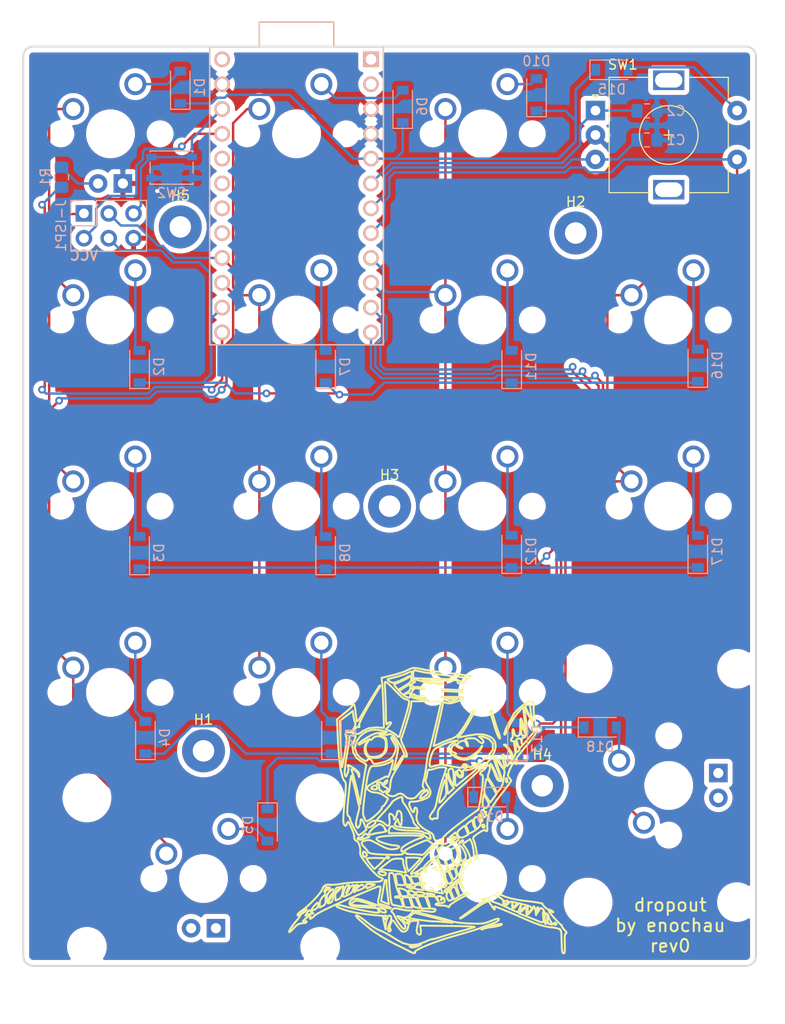
<source format=kicad_pcb>
(kicad_pcb (version 20171130) (host pcbnew "(5.1.7)-1")
  (layers (0 F.Cu signal) (31 B.Cu signal) (34 B.Paste user) (35 F.Paste user) (36 B.SilkS user) (37 F.SilkS user) (38 B.Mask user) (39 F.Mask user) (44 Edge.Cuts user))
  (net 0 "")
  (net 1 "Net-(D1-Pad2)")
  (net 2 ROW0)
  (net 3 "Net-(D2-Pad2)")
  (net 4 ROW1)
  (net 5 "Net-(D3-Pad2)")
  (net 6 ROW2)
  (net 7 "Net-(D4-Pad2)")
  (net 8 ROW3)
  (net 9 "Net-(D5-Pad2)")
  (net 10 ROW4)
  (net 11 "Net-(D6-Pad2)")
  (net 12 "Net-(D7-Pad2)")
  (net 13 "Net-(D8-Pad2)")
  (net 14 "Net-(D9-Pad2)")
  (net 15 "Net-(D10-Pad2)")
  (net 16 "Net-(D11-Pad2)")
  (net 17 "Net-(D12-Pad2)")
  (net 18 "Net-(D13-Pad2)")
  (net 19 "Net-(D14-Pad2)")
  (net 20 "Net-(D15-Pad2)")
  (net 21 "Net-(D16-Pad2)")
  (net 22 "Net-(D17-Pad2)")
  (net 23 "Net-(D18-Pad2)")
  (net 24 COL0)
  (net 25 COL2)
  (net 26 COL1)
  (net 27 COL3)
  (net 28 GND)
  (net 29 "Net-(K-NUM1-Pad3)")
  (net 30 NUMLED)
  (net 31 ROT-A)
  (net 32 ROT-B)
  (net 33 VCC)
  (net 34 RESET)
  (module Capacitor_SMD:C_0805_2012Metric_Pad1.15x1.40mm_HandSolder (layer B.Cu) (at 156.575162 57.324626)
    (fp_text reference C2 (at 2.976565 0) (layer B.SilkS) (effects (justify mirror)))
    (fp_text value 10nF)
    (pad 2 smd roundrect (at 1.025 0) (size 1.15 1.4) (layers B.Cu B.Paste B.Mask) (roundrect_rratio 0.2173904347826087) (net 28 GND))
    (pad 1 smd roundrect (at -1.025 0) (size 1.15 1.4) (layers B.Cu B.Paste B.Mask) (roundrect_rratio 0.2173904347826087) (net 31 ROT-A))
  )
  (module Capacitor_SMD:C_0805_2012Metric_Pad1.15x1.40mm_HandSolder (layer B.Cu) (at 156.575162 60.301191 180)
    (fp_text reference C1 (at -2.976565 0) (layer B.SilkS) (effects (justify mirror)))
    (fp_text value 10nF)
    (pad 2 smd roundrect (at 1.025 0 180) (size 1.15 1.4) (layers B.Cu B.Paste B.Mask) (roundrect_rratio 0.2173904347826087) (net 32 ROT-B))
    (pad 1 smd roundrect (at -1.025 0 180) (size 1.15 1.4) (layers B.Cu B.Paste B.Mask) (roundrect_rratio 0.2173904347826087) (net 28 GND))
  )
  (module Connector_PinHeader_2.54mm:PinHeader_2x03_P2.54mm_Vertical (layer B.Cu) (at 98.933 67.818 270)
    (fp_text reference J-ISP1 (at 1.27 2.33 90) (layer B.SilkS) (effects (justify mirror)))
    (fp_text value Conn_02x03_Counter_Clockwise)
    (pad 6 thru_hole oval (at 2.54 -5.08 270) (size 1.7 1.7) (drill 1) (layers *.Cu *.Mask) (net 28 GND))
    (pad 5 thru_hole oval (at 0 -5.08 270) (size 1.7 1.7) (drill 1) (layers *.Cu *.Mask) (net 34 RESET))
    (pad 4 thru_hole oval (at 2.54 -2.54 270) (size 1.7 1.7) (drill 1) (layers *.Cu *.Mask) (net 4 ROW1))
    (pad 3 thru_hole oval (at 0 -2.54 270) (size 1.7 1.7) (drill 1) (layers *.Cu *.Mask) (net 26 COL1))
    (pad 2 thru_hole oval (at 2.54 0 270) (size 1.7 1.7) (drill 1) (layers *.Cu *.Mask) (net 33 VCC))
    (pad 1 thru_hole rect (at 0 0 270) (size 1.7 1.7) (drill 1) (layers *.Cu *.Mask) (net 24 COL0))
  )
  (module Diode_SMD:D_SOD-123 (layer B.Cu) (at 104.631081 83.487853 90)
    (fp_text reference D2 (at 0 2 90) (layer B.SilkS) (effects (justify mirror)))
    (fp_text value D)
    (pad 2 smd rect (at 1.65 0 90) (size 0.9 1.2) (layers B.Cu B.Paste B.Mask) (net 3 "Net-(D2-Pad2)"))
    (pad 1 smd rect (at -1.65 0 90) (size 0.9 1.2) (layers B.Cu B.Paste B.Mask) (net 4 ROW1))
  )
  (module MX_Only:MXOnly-2U-ReversedStabilizers (layer F.Cu) (at 158.804508 126.350405 90)
    (fp_text reference K-ENT1)
    (fp_text value MX-NoLED)
    (pad "" np_thru_hole circle (at 11.938 -8.255 90) (size 3.9878 3.9878) (drill 3.9878) (layers *.Cu *.Mask))
    (pad "" np_thru_hole circle (at -11.938 -8.255 90) (size 3.9878 3.9878) (drill 3.9878) (layers *.Cu *.Mask))
    (pad "" np_thru_hole circle (at 11.938 6.985 90) (size 3.048 3.048) (drill 3.048) (layers *.Cu *.Mask))
    (pad "" np_thru_hole circle (at -11.938 6.985 90) (size 3.048 3.048) (drill 3.048) (layers *.Cu *.Mask))
    (pad "" np_thru_hole circle (at 5.08 0 138.0996) (size 1.75 1.75) (drill 1.75) (layers *.Cu *.Mask))
    (pad "" np_thru_hole circle (at -5.08 0 138.0996) (size 1.75 1.75) (drill 1.75) (layers *.Cu *.Mask))
    (pad 4 thru_hole rect (at 1.27 5.08 90) (size 1.905 1.905) (drill 1.04) (layers *.Cu B.Mask))
    (pad 3 thru_hole circle (at -1.27 5.08 90) (size 1.905 1.905) (drill 1.04) (layers *.Cu B.Mask))
    (pad 1 thru_hole circle (at -3.81 -2.54 90) (size 2.25 2.25) (drill 1.47) (layers *.Cu B.Mask) (net 27 COL3))
    (pad "" np_thru_hole circle (at 0 0 90) (size 3.9878 3.9878) (drill 3.9878) (layers *.Cu *.Mask))
    (pad 2 thru_hole circle (at 2.54 -5.08 90) (size 2.25 2.25) (drill 1.47) (layers *.Cu B.Mask) (net 23 "Net-(D18-Pad2)"))
  )
  (module MX_Only:MXOnly-2U-ReversedStabilizers (layer F.Cu) (at 111.179508 135.875405)
    (fp_text reference K-0)
    (fp_text value MX-NoLED)
    (pad "" np_thru_hole circle (at 11.938 -8.255) (size 3.9878 3.9878) (drill 3.9878) (layers *.Cu *.Mask))
    (pad "" np_thru_hole circle (at -11.938 -8.255) (size 3.9878 3.9878) (drill 3.9878) (layers *.Cu *.Mask))
    (pad "" np_thru_hole circle (at 11.938 6.985) (size 3.048 3.048) (drill 3.048) (layers *.Cu *.Mask))
    (pad "" np_thru_hole circle (at -11.938 6.985) (size 3.048 3.048) (drill 3.048) (layers *.Cu *.Mask))
    (pad "" np_thru_hole circle (at 5.08 0 48.0996) (size 1.75 1.75) (drill 1.75) (layers *.Cu *.Mask))
    (pad "" np_thru_hole circle (at -5.08 0 48.0996) (size 1.75 1.75) (drill 1.75) (layers *.Cu *.Mask))
    (pad 4 thru_hole rect (at 1.27 5.08) (size 1.905 1.905) (drill 1.04) (layers *.Cu B.Mask))
    (pad 3 thru_hole circle (at -1.27 5.08) (size 1.905 1.905) (drill 1.04) (layers *.Cu B.Mask))
    (pad 1 thru_hole circle (at -3.81 -2.54) (size 2.25 2.25) (drill 1.47) (layers *.Cu B.Mask) (net 24 COL0))
    (pad "" np_thru_hole circle (at 0 0) (size 3.9878 3.9878) (drill 3.9878) (layers *.Cu *.Mask))
    (pad 2 thru_hole circle (at 2.54 -5.08) (size 2.25 2.25) (drill 1.47) (layers *.Cu B.Mask) (net 9 "Net-(D5-Pad2)"))
  )
  (module promicro:ProMicro (layer B.Cu) (at 120.704532 66.025405 270)
    (fp_text reference U1 hide)
    (fp_text value ProMicro)
    (pad 24 thru_hole circle (at -13.97 7.62 270) (size 1.6 1.6) (drill 1.1) (layers *.Cu *.Mask B.SilkS))
    (pad 23 thru_hole circle (at -11.43 7.62 270) (size 1.6 1.6) (drill 1.1) (layers *.Cu *.Mask B.SilkS) (net 28 GND))
    (pad 22 thru_hole circle (at -8.89 7.62 270) (size 1.6 1.6) (drill 1.1) (layers *.Cu *.Mask B.SilkS) (net 34 RESET))
    (pad 21 thru_hole circle (at -6.35 7.62 270) (size 1.6 1.6) (drill 1.1) (layers *.Cu *.Mask B.SilkS) (net 33 VCC))
    (pad 20 thru_hole circle (at -3.81 7.62 270) (size 1.6 1.6) (drill 1.1) (layers *.Cu *.Mask B.SilkS))
    (pad 19 thru_hole circle (at -1.27 7.62 270) (size 1.6 1.6) (drill 1.1) (layers *.Cu *.Mask B.SilkS))
    (pad 18 thru_hole circle (at 1.27 7.62 270) (size 1.6 1.6) (drill 1.1) (layers *.Cu *.Mask B.SilkS))
    (pad 17 thru_hole circle (at 3.81 7.62 270) (size 1.6 1.6) (drill 1.1) (layers *.Cu *.Mask B.SilkS))
    (pad 16 thru_hole circle (at 6.35 7.62 270) (size 1.6 1.6) (drill 1.1) (layers *.Cu *.Mask B.SilkS) (net 26 COL1))
    (pad 15 thru_hole circle (at 8.89 7.62 270) (size 1.6 1.6) (drill 1.1) (layers *.Cu *.Mask B.SilkS) (net 24 COL0))
    (pad 14 thru_hole circle (at 11.43 7.62 270) (size 1.6 1.6) (drill 1.1) (layers *.Cu *.Mask B.SilkS) (net 4 ROW1))
    (pad 13 thru_hole circle (at 13.97 7.62 270) (size 1.6 1.6) (drill 1.1) (layers *.Cu *.Mask B.SilkS) (net 30 NUMLED))
    (pad 12 thru_hole circle (at 13.97 -7.62 270) (size 1.6 1.6) (drill 1.1) (layers *.Cu *.Mask B.SilkS) (net 10 ROW4))
    (pad 11 thru_hole circle (at 11.43 -7.62 270) (size 1.6 1.6) (drill 1.1) (layers *.Cu *.Mask B.SilkS) (net 8 ROW3))
    (pad 10 thru_hole circle (at 8.89 -7.62 270) (size 1.6 1.6) (drill 1.1) (layers *.Cu *.Mask B.SilkS) (net 6 ROW2))
    (pad 9 thru_hole circle (at 6.35 -7.62 270) (size 1.6 1.6) (drill 1.1) (layers *.Cu *.Mask B.SilkS) (net 25 COL2))
    (pad 8 thru_hole circle (at 3.81 -7.62 270) (size 1.6 1.6) (drill 1.1) (layers *.Cu *.Mask B.SilkS) (net 27 COL3))
    (pad 7 thru_hole circle (at 1.27 -7.62 270) (size 1.6 1.6) (drill 1.1) (layers *.Cu *.Mask B.SilkS) (net 32 ROT-B))
    (pad 6 thru_hole circle (at -1.27 -7.62 270) (size 1.6 1.6) (drill 1.1) (layers *.Cu *.Mask B.SilkS) (net 31 ROT-A))
    (pad 5 thru_hole circle (at -3.81 -7.62 270) (size 1.6 1.6) (drill 1.1) (layers *.Cu *.Mask B.SilkS) (net 2 ROW0))
    (pad 4 thru_hole circle (at -6.35 -7.62 270) (size 1.6 1.6) (drill 1.1) (layers *.Cu *.Mask B.SilkS) (net 28 GND))
    (pad 3 thru_hole circle (at -8.89 -7.62 270) (size 1.6 1.6) (drill 1.1) (layers *.Cu *.Mask B.SilkS) (net 28 GND))
    (pad 2 thru_hole circle (at -11.43 -7.62 270) (size 1.6 1.6) (drill 1.1) (layers *.Cu *.Mask B.SilkS))
    (pad 1 thru_hole rect (at -13.97 -7.62 270) (size 1.6 1.6) (drill 1.1) (layers *.Cu *.Mask B.SilkS))
  )
  (module Diode_SMD:D_SOD-123 (layer B.Cu) (at 131.572016 56.865252 90)
    (fp_text reference D6 (at 0 2 90) (layer B.SilkS) (effects (justify mirror)))
    (fp_text value D)
    (pad 2 smd rect (at 1.65 0 90) (size 0.9 1.2) (layers B.Cu B.Paste B.Mask) (net 11 "Net-(D6-Pad2)"))
    (pad 1 smd rect (at -1.65 0 90) (size 0.9 1.2) (layers B.Cu B.Paste B.Mask) (net 2 ROW0))
  )
  (module Button_Switch_SMD:SW_SPST_PTS810 (layer B.Cu) (at 107.913898 63.131585)
    (fp_text reference SW2 (at 0 2.6) (layer B.SilkS) (effects (justify mirror)))
    (fp_text value SW_Push)
    (pad 2 smd rect (at 2.075 -1.075) (size 1.05 0.65) (layers B.Cu B.Paste B.Mask) (net 34 RESET))
    (pad 2 smd rect (at -2.075 -1.075) (size 1.05 0.65) (layers B.Cu B.Paste B.Mask) (net 34 RESET))
    (pad 1 smd rect (at 2.075 1.075) (size 1.05 0.65) (layers B.Cu B.Paste B.Mask) (net 28 GND))
    (pad 1 smd rect (at -2.075 1.075) (size 1.05 0.65) (layers B.Cu B.Paste B.Mask) (net 28 GND))
  )
  (module Rotary_Encoder:RotaryEncoder_Alps_EC11E-Switch_Vertical_H20mm (layer F.Cu) (at 151.304508 57.294155)
    (fp_text reference SW1 (at 2.8 -4.7) (layer F.SilkS))
    (fp_text value Rotary_Encoder_Switch)
    (pad A thru_hole rect (at 0 0) (size 2 2) (drill 1) (layers *.Cu *.Mask) (net 31 ROT-A))
    (pad C thru_hole circle (at 0 2.5) (size 2 2) (drill 1) (layers *.Cu *.Mask) (net 28 GND))
    (pad B thru_hole circle (at 0 5) (size 2 2) (drill 1) (layers *.Cu *.Mask) (net 32 ROT-B))
    (pad MP thru_hole rect (at 7.5 -3.1) (size 3.2 2) (drill oval 2.8 1.5) (layers *.Cu *.Mask))
    (pad MP thru_hole rect (at 7.5 8.1) (size 3.2 2) (drill oval 2.8 1.5) (layers *.Cu *.Mask))
    (pad S2 thru_hole circle (at 14.5 0) (size 2 2) (drill 1) (layers *.Cu *.Mask) (net 20 "Net-(D15-Pad2)"))
    (pad S1 thru_hole circle (at 14.5 5) (size 2 2) (drill 1) (layers *.Cu *.Mask) (net 27 COL3))
  )
  (module Resistor_SMD:R_0805_2012Metric_Pad1.15x1.40mm_HandSolder (layer B.Cu) (at 96.647 64.126 270)
    (fp_text reference R1 (at 0 1.65 90) (layer B.SilkS) (effects (justify mirror)))
    (fp_text value 330)
    (pad 2 smd roundrect (at 1.025 0 270) (size 1.15 1.4) (layers B.Cu B.Paste B.Mask) (roundrect_rratio 0.2173904347826087) (net 30 NUMLED))
    (pad 1 smd roundrect (at -1.025 0 270) (size 1.15 1.4) (layers B.Cu B.Paste B.Mask) (roundrect_rratio 0.2173904347826087) (net 29 "Net-(K-NUM1-Pad3)"))
  )
  (module MX_Only:MXOnly-1U-NoLED (layer F.Cu) (at 139.754508 59.675405)
    (fp_text reference K-STAR1)
    (fp_text value MX-NoLED)
    (pad 2 thru_hole circle (at 2.54 -5.08) (size 2.25 2.25) (drill 1.47) (layers *.Cu B.Mask) (net 15 "Net-(D10-Pad2)"))
    (pad "" np_thru_hole circle (at 0 0) (size 3.9878 3.9878) (drill 3.9878) (layers *.Cu *.Mask))
    (pad 1 thru_hole circle (at -3.81 -2.54) (size 2.25 2.25) (drill 1.47) (layers *.Cu B.Mask) (net 25 COL2))
    (pad "" np_thru_hole circle (at -5.08 0 48.0996) (size 1.75 1.75) (drill 1.75) (layers *.Cu *.Mask))
    (pad "" np_thru_hole circle (at 5.08 0 48.0996) (size 1.75 1.75) (drill 1.75) (layers *.Cu *.Mask))
  )
  (module MX_Only:MXOnly-1U-NoLED (layer F.Cu) (at 158.804508 97.775405)
    (fp_text reference K-PLUS1)
    (fp_text value MX-NoLED)
    (pad 2 thru_hole circle (at 2.54 -5.08) (size 2.25 2.25) (drill 1.47) (layers *.Cu B.Mask) (net 22 "Net-(D17-Pad2)"))
    (pad "" np_thru_hole circle (at 0 0) (size 3.9878 3.9878) (drill 3.9878) (layers *.Cu *.Mask))
    (pad 1 thru_hole circle (at -3.81 -2.54) (size 2.25 2.25) (drill 1.47) (layers *.Cu B.Mask) (net 27 COL3))
    (pad "" np_thru_hole circle (at -5.08 0 48.0996) (size 1.75 1.75) (drill 1.75) (layers *.Cu *.Mask))
    (pad "" np_thru_hole circle (at 5.08 0 48.0996) (size 1.75 1.75) (drill 1.75) (layers *.Cu *.Mask))
  )
  (module MX_Only:MXOnly-1U (layer F.Cu) (at 101.654508 59.675405)
    (fp_text reference K-NUM1)
    (fp_text value MX-LED)
    (pad "" np_thru_hole circle (at 5.08 0 48.0996) (size 1.75 1.75) (drill 1.75) (layers *.Cu *.Mask))
    (pad "" np_thru_hole circle (at -5.08 0 48.0996) (size 1.75 1.75) (drill 1.75) (layers *.Cu *.Mask))
    (pad 4 thru_hole rect (at 1.27 5.08) (size 1.905 1.905) (drill 1.04) (layers *.Cu B.Mask) (net 28 GND))
    (pad 3 thru_hole circle (at -1.27 5.08) (size 1.905 1.905) (drill 1.04) (layers *.Cu B.Mask) (net 29 "Net-(K-NUM1-Pad3)"))
    (pad 1 thru_hole circle (at -3.81 -2.54) (size 2.25 2.25) (drill 1.47) (layers *.Cu B.Mask) (net 24 COL0))
    (pad "" np_thru_hole circle (at 0 0) (size 3.9878 3.9878) (drill 3.9878) (layers *.Cu *.Mask))
    (pad 2 thru_hole circle (at 2.54 -5.08) (size 2.25 2.25) (drill 1.47) (layers *.Cu B.Mask) (net 1 "Net-(D1-Pad2)"))
  )
  (module MX_Only:MXOnly-1U-NoLED (layer F.Cu) (at 158.804508 78.725405)
    (fp_text reference K-MIN1)
    (fp_text value MX-NoLED)
    (pad 2 thru_hole circle (at 2.54 -5.08) (size 2.25 2.25) (drill 1.47) (layers *.Cu B.Mask) (net 21 "Net-(D16-Pad2)"))
    (pad "" np_thru_hole circle (at 0 0) (size 3.9878 3.9878) (drill 3.9878) (layers *.Cu *.Mask))
    (pad 1 thru_hole circle (at -3.81 -2.54) (size 2.25 2.25) (drill 1.47) (layers *.Cu B.Mask) (net 27 COL3))
    (pad "" np_thru_hole circle (at -5.08 0 48.0996) (size 1.75 1.75) (drill 1.75) (layers *.Cu *.Mask))
    (pad "" np_thru_hole circle (at 5.08 0 48.0996) (size 1.75 1.75) (drill 1.75) (layers *.Cu *.Mask))
  )
  (module MX_Only:MXOnly-1U-NoLED (layer F.Cu) (at 139.754508 135.875405)
    (fp_text reference K-DEL1)
    (fp_text value MX-NoLED)
    (pad 2 thru_hole circle (at 2.54 -5.08) (size 2.25 2.25) (drill 1.47) (layers *.Cu B.Mask) (net 19 "Net-(D14-Pad2)"))
    (pad "" np_thru_hole circle (at 0 0) (size 3.9878 3.9878) (drill 3.9878) (layers *.Cu *.Mask))
    (pad 1 thru_hole circle (at -3.81 -2.54) (size 2.25 2.25) (drill 1.47) (layers *.Cu B.Mask) (net 25 COL2))
    (pad "" np_thru_hole circle (at -5.08 0 48.0996) (size 1.75 1.75) (drill 1.75) (layers *.Cu *.Mask))
    (pad "" np_thru_hole circle (at 5.08 0 48.0996) (size 1.75 1.75) (drill 1.75) (layers *.Cu *.Mask))
  )
  (module MX_Only:MXOnly-1U-NoLED (layer F.Cu) (at 120.704508 59.675405)
    (fp_text reference K-/1)
    (fp_text value MX-NoLED)
    (pad 2 thru_hole circle (at 2.54 -5.08) (size 2.25 2.25) (drill 1.47) (layers *.Cu B.Mask) (net 11 "Net-(D6-Pad2)"))
    (pad "" np_thru_hole circle (at 0 0) (size 3.9878 3.9878) (drill 3.9878) (layers *.Cu *.Mask))
    (pad 1 thru_hole circle (at -3.81 -2.54) (size 2.25 2.25) (drill 1.47) (layers *.Cu B.Mask) (net 26 COL1))
    (pad "" np_thru_hole circle (at -5.08 0 48.0996) (size 1.75 1.75) (drill 1.75) (layers *.Cu *.Mask))
    (pad "" np_thru_hole circle (at 5.08 0 48.0996) (size 1.75 1.75) (drill 1.75) (layers *.Cu *.Mask))
  )
  (module MX_Only:MXOnly-1U-NoLED (layer F.Cu) (at 139.754508 78.725405)
    (fp_text reference K-9)
    (fp_text value MX-NoLED)
    (pad 2 thru_hole circle (at 2.54 -5.08) (size 2.25 2.25) (drill 1.47) (layers *.Cu B.Mask) (net 16 "Net-(D11-Pad2)"))
    (pad "" np_thru_hole circle (at 0 0) (size 3.9878 3.9878) (drill 3.9878) (layers *.Cu *.Mask))
    (pad 1 thru_hole circle (at -3.81 -2.54) (size 2.25 2.25) (drill 1.47) (layers *.Cu B.Mask) (net 25 COL2))
    (pad "" np_thru_hole circle (at -5.08 0 48.0996) (size 1.75 1.75) (drill 1.75) (layers *.Cu *.Mask))
    (pad "" np_thru_hole circle (at 5.08 0 48.0996) (size 1.75 1.75) (drill 1.75) (layers *.Cu *.Mask))
  )
  (module MX_Only:MXOnly-1U-NoLED (layer F.Cu) (at 120.704508 78.725405)
    (fp_text reference K-8)
    (fp_text value MX-NoLED)
    (pad 2 thru_hole circle (at 2.54 -5.08) (size 2.25 2.25) (drill 1.47) (layers *.Cu B.Mask) (net 12 "Net-(D7-Pad2)"))
    (pad "" np_thru_hole circle (at 0 0) (size 3.9878 3.9878) (drill 3.9878) (layers *.Cu *.Mask))
    (pad 1 thru_hole circle (at -3.81 -2.54) (size 2.25 2.25) (drill 1.47) (layers *.Cu B.Mask) (net 26 COL1))
    (pad "" np_thru_hole circle (at -5.08 0 48.0996) (size 1.75 1.75) (drill 1.75) (layers *.Cu *.Mask))
    (pad "" np_thru_hole circle (at 5.08 0 48.0996) (size 1.75 1.75) (drill 1.75) (layers *.Cu *.Mask))
  )
  (module MX_Only:MXOnly-1U-NoLED (layer F.Cu) (at 101.654508 78.725405)
    (fp_text reference K-7)
    (fp_text value MX-NoLED)
    (pad 2 thru_hole circle (at 2.54 -5.08) (size 2.25 2.25) (drill 1.47) (layers *.Cu B.Mask) (net 3 "Net-(D2-Pad2)"))
    (pad "" np_thru_hole circle (at 0 0) (size 3.9878 3.9878) (drill 3.9878) (layers *.Cu *.Mask))
    (pad 1 thru_hole circle (at -3.81 -2.54) (size 2.25 2.25) (drill 1.47) (layers *.Cu B.Mask) (net 24 COL0))
    (pad "" np_thru_hole circle (at -5.08 0 48.0996) (size 1.75 1.75) (drill 1.75) (layers *.Cu *.Mask))
    (pad "" np_thru_hole circle (at 5.08 0 48.0996) (size 1.75 1.75) (drill 1.75) (layers *.Cu *.Mask))
  )
  (module MX_Only:MXOnly-1U-NoLED (layer F.Cu) (at 139.754508 97.775405)
    (fp_text reference K-6)
    (fp_text value MX-NoLED)
    (pad 2 thru_hole circle (at 2.54 -5.08) (size 2.25 2.25) (drill 1.47) (layers *.Cu B.Mask) (net 17 "Net-(D12-Pad2)"))
    (pad "" np_thru_hole circle (at 0 0) (size 3.9878 3.9878) (drill 3.9878) (layers *.Cu *.Mask))
    (pad 1 thru_hole circle (at -3.81 -2.54) (size 2.25 2.25) (drill 1.47) (layers *.Cu B.Mask) (net 25 COL2))
    (pad "" np_thru_hole circle (at -5.08 0 48.0996) (size 1.75 1.75) (drill 1.75) (layers *.Cu *.Mask))
    (pad "" np_thru_hole circle (at 5.08 0 48.0996) (size 1.75 1.75) (drill 1.75) (layers *.Cu *.Mask))
  )
  (module MX_Only:MXOnly-1U-NoLED (layer F.Cu) (at 120.704508 97.775405)
    (fp_text reference K-5)
    (fp_text value MX-NoLED)
    (pad 2 thru_hole circle (at 2.54 -5.08) (size 2.25 2.25) (drill 1.47) (layers *.Cu B.Mask) (net 13 "Net-(D8-Pad2)"))
    (pad "" np_thru_hole circle (at 0 0) (size 3.9878 3.9878) (drill 3.9878) (layers *.Cu *.Mask))
    (pad 1 thru_hole circle (at -3.81 -2.54) (size 2.25 2.25) (drill 1.47) (layers *.Cu B.Mask) (net 26 COL1))
    (pad "" np_thru_hole circle (at -5.08 0 48.0996) (size 1.75 1.75) (drill 1.75) (layers *.Cu *.Mask))
    (pad "" np_thru_hole circle (at 5.08 0 48.0996) (size 1.75 1.75) (drill 1.75) (layers *.Cu *.Mask))
  )
  (module MX_Only:MXOnly-1U-NoLED (layer F.Cu) (at 101.654508 97.775405)
    (fp_text reference K-4)
    (fp_text value MX-NoLED)
    (pad 2 thru_hole circle (at 2.54 -5.08) (size 2.25 2.25) (drill 1.47) (layers *.Cu B.Mask) (net 5 "Net-(D3-Pad2)"))
    (pad "" np_thru_hole circle (at 0 0) (size 3.9878 3.9878) (drill 3.9878) (layers *.Cu *.Mask))
    (pad 1 thru_hole circle (at -3.81 -2.54) (size 2.25 2.25) (drill 1.47) (layers *.Cu B.Mask) (net 24 COL0))
    (pad "" np_thru_hole circle (at -5.08 0 48.0996) (size 1.75 1.75) (drill 1.75) (layers *.Cu *.Mask))
    (pad "" np_thru_hole circle (at 5.08 0 48.0996) (size 1.75 1.75) (drill 1.75) (layers *.Cu *.Mask))
  )
  (module MX_Only:MXOnly-1U-NoLED (layer F.Cu) (at 101.654516 116.825381)
    (fp_text reference K-1)
    (fp_text value MX-NoLED)
    (pad 2 thru_hole circle (at 2.54 -5.08) (size 2.25 2.25) (drill 1.47) (layers *.Cu B.Mask) (net 7 "Net-(D4-Pad2)"))
    (pad "" np_thru_hole circle (at 0 0) (size 3.9878 3.9878) (drill 3.9878) (layers *.Cu *.Mask))
    (pad 1 thru_hole circle (at -3.81 -2.54) (size 2.25 2.25) (drill 1.47) (layers *.Cu B.Mask) (net 24 COL0))
    (pad "" np_thru_hole circle (at -5.08 0 48.0996) (size 1.75 1.75) (drill 1.75) (layers *.Cu *.Mask))
    (pad "" np_thru_hole circle (at 5.08 0 48.0996) (size 1.75 1.75) (drill 1.75) (layers *.Cu *.Mask))
  )
  (module MX_Only:MXOnly-1U-NoLED (layer F.Cu) (at 120.704508 116.825405)
    (fp_text reference K-2)
    (fp_text value MX-NoLED)
    (pad 2 thru_hole circle (at 2.54 -5.08) (size 2.25 2.25) (drill 1.47) (layers *.Cu B.Mask) (net 14 "Net-(D9-Pad2)"))
    (pad "" np_thru_hole circle (at 0 0) (size 3.9878 3.9878) (drill 3.9878) (layers *.Cu *.Mask))
    (pad 1 thru_hole circle (at -3.81 -2.54) (size 2.25 2.25) (drill 1.47) (layers *.Cu B.Mask) (net 26 COL1))
    (pad "" np_thru_hole circle (at -5.08 0 48.0996) (size 1.75 1.75) (drill 1.75) (layers *.Cu *.Mask))
    (pad "" np_thru_hole circle (at 5.08 0 48.0996) (size 1.75 1.75) (drill 1.75) (layers *.Cu *.Mask))
  )
  (module MX_Only:MXOnly-1U-NoLED (layer F.Cu) (at 139.754548 116.825381)
    (fp_text reference K-3)
    (fp_text value MX-NoLED)
    (pad 2 thru_hole circle (at 2.54 -5.08) (size 2.25 2.25) (drill 1.47) (layers *.Cu B.Mask) (net 18 "Net-(D13-Pad2)"))
    (pad "" np_thru_hole circle (at 0 0) (size 3.9878 3.9878) (drill 3.9878) (layers *.Cu *.Mask))
    (pad 1 thru_hole circle (at -3.81 -2.54) (size 2.25 2.25) (drill 1.47) (layers *.Cu B.Mask) (net 25 COL2))
    (pad "" np_thru_hole circle (at -5.08 0 48.0996) (size 1.75 1.75) (drill 1.75) (layers *.Cu *.Mask))
    (pad "" np_thru_hole circle (at 5.08 0 48.0996) (size 1.75 1.75) (drill 1.75) (layers *.Cu *.Mask))
  )
  (module MountingHole:MountingHole_2.2mm_M2_Pad (layer F.Cu) (at 108.798272 69.200341)
    (fp_text reference H5 (at 0 -3.2) (layer F.SilkS))
    (fp_text value MountingHole)
    (pad 1 thru_hole circle (at 0 0) (size 4.4 4.4) (drill 2.2) (layers *.Cu *.Mask))
  )
  (module MountingHole:MountingHole_2.2mm_M2_Pad (layer F.Cu) (at 145.859528 126.380934)
    (fp_text reference H4 (at 0 -3.2) (layer F.SilkS))
    (fp_text value MountingHole)
    (pad 1 thru_hole circle (at 0 0) (size 4.4 4.4) (drill 2.2) (layers *.Cu *.Mask))
  )
  (module MountingHole:MountingHole_2.2mm_M2_Pad (layer F.Cu) (at 130.22954 97.775365)
    (fp_text reference H3 (at 0 -3.2) (layer F.SilkS))
    (fp_text value MountingHole)
    (pad 1 thru_hole circle (at 0 0) (size 4.4 4.4) (drill 2.2) (layers *.Cu *.Mask))
  )
  (module MountingHole:MountingHole_2.2mm_M2_Pad (layer F.Cu) (at 149.279556 69.826199)
    (fp_text reference H2 (at 0 -3.2) (layer F.SilkS))
    (fp_text value MountingHole)
    (pad 1 thru_hole circle (at 0 0) (size 4.4 4.4) (drill 2.2) (layers *.Cu *.Mask))
  )
  (module MountingHole:MountingHole_2.2mm_M2_Pad (layer F.Cu) (at 111.179524 122.809056)
    (fp_text reference H1 (at 0 -3.2) (layer F.SilkS))
    (fp_text value MountingHole)
    (pad 1 thru_hole circle (at 0 0) (size 4.4 4.4) (drill 2.2) (layers *.Cu *.Mask))
  )
  (module Diode_SMD:D_SOD-123 (layer B.Cu) (at 151.796747 120.397259)
    (fp_text reference D18 (at 0 2) (layer B.SilkS) (effects (justify mirror)))
    (fp_text value D)
    (pad 2 smd rect (at 1.65 0) (size 0.9 1.2) (layers B.Cu B.Paste B.Mask) (net 23 "Net-(D18-Pad2)"))
    (pad 1 smd rect (at -1.65 0) (size 0.9 1.2) (layers B.Cu B.Paste B.Mask) (net 8 ROW3))
  )
  (module Diode_SMD:D_SOD-123 (layer B.Cu) (at 161.781129 102.40193 90)
    (fp_text reference D17 (at 0 2 90) (layer B.SilkS) (effects (justify mirror)))
    (fp_text value D)
    (pad 2 smd rect (at 1.65 0 90) (size 0.9 1.2) (layers B.Cu B.Paste B.Mask) (net 22 "Net-(D17-Pad2)"))
    (pad 1 smd rect (at -1.65 0 90) (size 0.9 1.2) (layers B.Cu B.Paste B.Mask) (net 6 ROW2))
  )
  (module Diode_SMD:D_SOD-123 (layer B.Cu) (at 161.781129 83.351914 90)
    (fp_text reference D16 (at 0 2 90) (layer B.SilkS) (effects (justify mirror)))
    (fp_text value D)
    (pad 2 smd rect (at 1.65 0 90) (size 0.9 1.2) (layers B.Cu B.Paste B.Mask) (net 21 "Net-(D16-Pad2)"))
    (pad 1 smd rect (at -1.65 0 90) (size 0.9 1.2) (layers B.Cu B.Paste B.Mask) (net 4 ROW1))
  )
  (module Diode_SMD:D_SOD-123 (layer B.Cu) (at 152.987373 53.12689)
    (fp_text reference D15 (at 0 2) (layer B.SilkS) (effects (justify mirror)))
    (fp_text value D)
    (pad 2 smd rect (at 1.65 0) (size 0.9 1.2) (layers B.Cu B.Paste B.Mask) (net 20 "Net-(D15-Pad2)"))
    (pad 1 smd rect (at -1.65 0) (size 0.9 1.2) (layers B.Cu B.Paste B.Mask) (net 2 ROW0))
  )
  (module Diode_SMD:D_SOD-123 (layer B.Cu) (at 140.4858 127.541015)
    (fp_text reference D14 (at 0 2) (layer B.SilkS) (effects (justify mirror)))
    (fp_text value D)
    (pad 2 smd rect (at 1.65 0) (size 0.9 1.2) (layers B.Cu B.Paste B.Mask) (net 19 "Net-(D14-Pad2)"))
    (pad 1 smd rect (at -1.65 0) (size 0.9 1.2) (layers B.Cu B.Paste B.Mask) (net 10 ROW4))
  )
  (module Diode_SMD:D_SOD-123 (layer B.Cu) (at 143.326426 121.587885 90)
    (fp_text reference D13 (at 0 2 90) (layer B.SilkS) (effects (justify mirror)))
    (fp_text value D)
    (pad 2 smd rect (at 1.65 0 90) (size 0.9 1.2) (layers B.Cu B.Paste B.Mask) (net 18 "Net-(D13-Pad2)"))
    (pad 1 smd rect (at -1.65 0 90) (size 0.9 1.2) (layers B.Cu B.Paste B.Mask) (net 8 ROW3))
  )
  (module Diode_SMD:D_SOD-123 (layer B.Cu) (at 142.731113 102.40193 90)
    (fp_text reference D12 (at 0 2 90) (layer B.SilkS) (effects (justify mirror)))
    (fp_text value D)
    (pad 2 smd rect (at 1.65 0 90) (size 0.9 1.2) (layers B.Cu B.Paste B.Mask) (net 17 "Net-(D12-Pad2)"))
    (pad 1 smd rect (at -1.65 0 90) (size 0.9 1.2) (layers B.Cu B.Paste B.Mask) (net 6 ROW2))
  )
  (module Diode_SMD:D_SOD-123 (layer B.Cu) (at 142.731113 83.487853 90)
    (fp_text reference D11 (at 0 2 90) (layer B.SilkS) (effects (justify mirror)))
    (fp_text value D)
    (pad 2 smd rect (at 1.65 0 90) (size 0.9 1.2) (layers B.Cu B.Paste B.Mask) (net 16 "Net-(D11-Pad2)"))
    (pad 1 smd rect (at -1.65 0 90) (size 0.9 1.2) (layers B.Cu B.Paste B.Mask) (net 4 ROW1))
  )
  (module Diode_SMD:D_SOD-123 (layer B.Cu) (at 145.264215 55.674626 90)
    (fp_text reference D10 (at 3.435939 0 180) (layer B.SilkS) (effects (justify mirror)))
    (fp_text value D)
    (pad 2 smd rect (at 1.65 0 90) (size 0.9 1.2) (layers B.Cu B.Paste B.Mask) (net 15 "Net-(D10-Pad2)"))
    (pad 1 smd rect (at -1.65 0 90) (size 0.9 1.2) (layers B.Cu B.Paste B.Mask) (net 2 ROW0))
  )
  (module Diode_SMD:D_SOD-123 (layer B.Cu) (at 124.27641 121.451946 90)
    (fp_text reference D9 (at 0 2 90) (layer B.SilkS) (effects (justify mirror)))
    (fp_text value D)
    (pad 2 smd rect (at 1.65 0 90) (size 0.9 1.2) (layers B.Cu B.Paste B.Mask) (net 14 "Net-(D9-Pad2)"))
    (pad 1 smd rect (at -1.65 0 90) (size 0.9 1.2) (layers B.Cu B.Paste B.Mask) (net 8 ROW3))
  )
  (module Diode_SMD:D_SOD-123 (layer B.Cu) (at 123.681097 102.537869 90)
    (fp_text reference D8 (at 0 2 90) (layer B.SilkS) (effects (justify mirror)))
    (fp_text value D)
    (pad 2 smd rect (at 1.65 0 90) (size 0.9 1.2) (layers B.Cu B.Paste B.Mask) (net 13 "Net-(D8-Pad2)"))
    (pad 1 smd rect (at -1.65 0 90) (size 0.9 1.2) (layers B.Cu B.Paste B.Mask) (net 6 ROW2))
  )
  (module Diode_SMD:D_SOD-123 (layer B.Cu) (at 123.681097 83.487853 90)
    (fp_text reference D7 (at 0 2 90) (layer B.SilkS) (effects (justify mirror)))
    (fp_text value D)
    (pad 2 smd rect (at 1.65 0 90) (size 0.9 1.2) (layers B.Cu B.Paste B.Mask) (net 12 "Net-(D7-Pad2)"))
    (pad 1 smd rect (at -1.65 0 90) (size 0.9 1.2) (layers B.Cu B.Paste B.Mask) (net 4 ROW1))
  )
  (module Diode_SMD:D_SOD-123 (layer B.Cu) (at 117.727967 130.381641 270)
    (fp_text reference D5 (at 0 2 90) (layer B.SilkS) (effects (justify mirror)))
    (fp_text value D)
    (pad 2 smd rect (at 1.65 0 270) (size 0.9 1.2) (layers B.Cu B.Paste B.Mask) (net 9 "Net-(D5-Pad2)"))
    (pad 1 smd rect (at -1.65 0 270) (size 0.9 1.2) (layers B.Cu B.Paste B.Mask) (net 10 ROW4))
  )
  (module Diode_SMD:D_SOD-123 (layer B.Cu) (at 105.226394 121.451946 90)
    (fp_text reference D4 (at 0 2 90) (layer B.SilkS) (effects (justify mirror)))
    (fp_text value D)
    (pad 2 smd rect (at 1.65 0 90) (size 0.9 1.2) (layers B.Cu B.Paste B.Mask) (net 7 "Net-(D4-Pad2)"))
    (pad 1 smd rect (at -1.65 0 90) (size 0.9 1.2) (layers B.Cu B.Paste B.Mask) (net 8 ROW3))
  )
  (module Diode_SMD:D_SOD-123 (layer B.Cu) (at 104.631081 102.537869 90)
    (fp_text reference D3 (at 0 2 90) (layer B.SilkS) (effects (justify mirror)))
    (fp_text value D)
    (pad 2 smd rect (at 1.65 0 90) (size 0.9 1.2) (layers B.Cu B.Paste B.Mask) (net 5 "Net-(D3-Pad2)"))
    (pad 1 smd rect (at -1.65 0 90) (size 0.9 1.2) (layers B.Cu B.Paste B.Mask) (net 6 ROW2))
  )
  (module Diode_SMD:D_SOD-123 (layer B.Cu) (at 108.798272 54.912829 90)
    (fp_text reference D1 (at 0 2 90) (layer B.SilkS) (effects (justify mirror)))
    (fp_text value D)
    (pad 2 smd rect (at 1.65 0 90) (size 0.9 1.2) (layers B.Cu B.Paste B.Mask) (net 1 "Net-(D1-Pad2)"))
    (pad 1 smd rect (at -1.65 0 90) (size 0.9 1.2) (layers B.Cu B.Paste B.Mask) (net 2 ROW0))
  )
  (gr_text VCC (at 98.933 72.136) (layer B.SilkS) (effects (font (size 1 1) (thickness 0.2)) (justify mirror)))
  (gr_line (start 139.976786 140.871008) (end 139.729811 140.982901) (layer F.SilkS) (width 0.2))
  (gr_line (start 147.036911 140.519446) (end 147.036911 140.501535) (layer F.SilkS) (width 0.2))
  (gr_line (start 140.797511 140.824621) (end 140.871611 140.814848) (layer F.SilkS) (width 0.2))
  (gr_line (start 146.516111 139.757723) (end 146.516111 139.793123) (layer F.SilkS) (width 0.2))
  (gr_line (start 139.849436 141.022373) (end 139.877861 141.006503) (layer F.SilkS) (width 0.2))
  (gr_line (start 139.641086 141.085036) (end 139.641086 141.085036) (layer F.SilkS) (width 0.2))
  (gr_line (start 147.130436 140.397368) (end 147.154136 140.397368) (layer F.SilkS) (width 0.2))
  (gr_line (start 140.828411 140.657791) (end 140.708786 140.679353) (layer F.SilkS) (width 0.2))
  (gr_line (start 139.729811 140.982901) (end 139.641086 141.0594) (layer F.SilkS) (width 0.2))
  (gr_line (start 141.693911 140.571526) (end 141.713486 140.540603) (layer F.SilkS) (width 0.2))
  (gr_line (start 147.225386 140.425853) (end 147.289211 140.485673) (layer F.SilkS) (width 0.2))
  (gr_line (start 147.064211 140.425853) (end 147.113786 140.397368) (layer F.SilkS) (width 0.2))
  (gr_line (start 141.353411 140.724113) (end 141.548711 140.667548) (layer F.SilkS) (width 0.2))
  (gr_line (start 140.214011 140.915363) (end 140.493986 140.864086) (layer F.SilkS) (width 0.2))
  (gr_line (start 139.702136 141.084631) (end 139.820561 141.037831) (layer F.SilkS) (width 0.2))
  (gr_line (start 146.370461 139.511956) (end 146.391161 139.529858) (layer F.SilkS) (width 0.2))
  (gr_line (start 147.304661 140.514151) (end 147.293261 140.573153) (layer F.SilkS) (width 0.2))
  (gr_line (start 147.084911 140.573153) (end 147.036911 140.519446) (layer F.SilkS) (width 0.2))
  (gr_line (start 140.828411 140.657791) (end 140.828411 140.657791) (layer F.SilkS) (width 0.2))
  (gr_line (start 147.036911 140.501535) (end 147.036911 140.482411) (layer F.SilkS) (width 0.2))
  (gr_line (start 141.141311 140.599598) (end 140.906486 140.643143) (layer F.SilkS) (width 0.2))
  (gr_line (start 141.646286 140.519851) (end 141.540911 140.530831) (layer F.SilkS) (width 0.2))
  (gr_line (start 141.651611 140.616286) (end 141.662111 140.605298) (layer F.SilkS) (width 0.2))
  (gr_line (start 147.203786 140.605703) (end 147.174011 140.605703) (layer F.SilkS) (width 0.2))
  (gr_line (start 141.375686 140.557291) (end 141.141311 140.599598) (layer F.SilkS) (width 0.2))
  (gr_line (start 141.700436 140.523098) (end 141.646286 140.519851) (layer F.SilkS) (width 0.2))
  (gr_line (start 141.540911 140.530831) (end 141.375686 140.557291) (layer F.SilkS) (width 0.2))
  (gr_line (start 141.713486 140.540603) (end 141.700436 140.523098) (layer F.SilkS) (width 0.2))
  (gr_line (start 141.635636 140.631743) (end 141.651611 140.616286) (layer F.SilkS) (width 0.2))
  (gr_line (start 141.548711 140.667548) (end 141.635636 140.631743) (layer F.SilkS) (width 0.2))
  (gr_line (start 141.093236 140.778638) (end 141.353411 140.724113) (layer F.SilkS) (width 0.2))
  (gr_line (start 140.493986 140.864086) (end 140.721386 140.832353) (layer F.SilkS) (width 0.2))
  (gr_line (start 147.289211 140.485673) (end 147.297311 140.501535) (layer F.SilkS) (width 0.2))
  (gr_line (start 147.226061 140.605703) (end 147.203786 140.605703) (layer F.SilkS) (width 0.2))
  (gr_line (start 146.391161 139.529858) (end 146.474186 139.652341) (layer F.SilkS) (width 0.2))
  (gr_line (start 147.113786 140.397368) (end 147.130436 140.397368) (layer F.SilkS) (width 0.2))
  (gr_line (start 147.293261 140.573153) (end 147.226061 140.605703) (layer F.SilkS) (width 0.2))
  (gr_line (start 147.297311 140.501535) (end 147.304661 140.514151) (layer F.SilkS) (width 0.2))
  (gr_line (start 141.662111 140.605298) (end 141.693911 140.571526) (layer F.SilkS) (width 0.2))
  (gr_line (start 140.721386 140.832353) (end 140.797511 140.824621) (layer F.SilkS) (width 0.2))
  (gr_line (start 139.988561 140.970691) (end 140.214011 140.915363) (layer F.SilkS) (width 0.2))
  (gr_line (start 147.297311 140.501535) (end 147.297311 140.501535) (layer F.SilkS) (width 0.2))
  (gr_line (start 146.342336 139.483883) (end 146.370461 139.511956) (layer F.SilkS) (width 0.2))
  (gr_line (start 147.036911 140.482411) (end 147.064211 140.425853) (layer F.SilkS) (width 0.2))
  (gr_line (start 139.641086 141.0594) (end 139.641086 141.085036) (layer F.SilkS) (width 0.2))
  (gr_line (start 146.474186 139.652341) (end 146.516111 139.757723) (layer F.SilkS) (width 0.2))
  (gr_line (start 140.708786 140.679353) (end 140.352761 140.759513) (layer F.SilkS) (width 0.2))
  (gr_line (start 139.877861 141.006503) (end 139.988561 140.970691) (layer F.SilkS) (width 0.2))
  (gr_line (start 140.352761 140.759513) (end 139.976786 140.871008) (layer F.SilkS) (width 0.2))
  (gr_line (start 147.154136 140.397368) (end 147.225386 140.425853) (layer F.SilkS) (width 0.2))
  (gr_line (start 147.174011 140.605703) (end 147.084911 140.573153) (layer F.SilkS) (width 0.2))
  (gr_line (start 139.820561 141.037831) (end 139.849436 141.022373) (layer F.SilkS) (width 0.2))
  (gr_line (start 140.871611 140.814848) (end 141.093236 140.778638) (layer F.SilkS) (width 0.2))
  (gr_line (start 146.516111 139.793123) (end 146.516111 139.793123) (layer F.SilkS) (width 0.2))
  (gr_line (start 140.906486 140.643143) (end 140.828411 140.657791) (layer F.SilkS) (width 0.2))
  (gr_line (start 139.641086 141.085036) (end 139.702136 141.084631) (layer F.SilkS) (width 0.2))
  (gr_line (start 145.474436 138.907703) (end 145.474436 138.934561) (layer F.SilkS) (width 0.2))
  (gr_line (start 141.991436 138.432443) (end 141.944111 138.347401) (layer F.SilkS) (width 0.2))
  (gr_line (start 146.099411 140.109691) (end 146.107961 139.784985) (layer F.SilkS) (width 0.2))
  (gr_line (start 146.177111 140.501535) (end 146.129561 140.385166) (layer F.SilkS) (width 0.2))
  (gr_line (start 142.059311 138.169996) (end 142.185011 138.145988) (layer F.SilkS) (width 0.2))
  (gr_line (start 146.333786 140.115795) (end 146.281736 140.371328) (layer F.SilkS) (width 0.2))
  (gr_line (start 145.474436 138.934561) (end 145.441886 139.015538) (layer F.SilkS) (width 0.2))
  (gr_line (start 145.441886 139.015538) (end 145.383311 139.126216) (layer F.SilkS) (width 0.2))
  (gr_line (start 146.735036 140.282618) (end 146.761061 140.325758) (layer F.SilkS) (width 0.2))
  (gr_line (start 146.391161 140.053538) (end 146.380586 139.616123) (layer F.SilkS) (width 0.2))
  (gr_line (start 146.432261 140.371328) (end 146.393561 140.115795) (layer F.SilkS) (width 0.2))
  (gr_line (start 142.349411 138.196853) (end 142.349411 138.209873) (layer F.SilkS) (width 0.2))
  (gr_line (start 142.203761 138.407618) (end 142.180586 138.427561) (layer F.SilkS) (width 0.2))
  (gr_line (start 146.578361 139.990883) (end 146.703686 140.232983) (layer F.SilkS) (width 0.2))
  (gr_line (start 146.505461 140.501535) (end 146.487236 140.501535) (layer F.SilkS) (width 0.2))
  (gr_line (start 145.352336 138.834871) (end 145.370261 138.834871) (layer F.SilkS) (width 0.2))
  (gr_line (start 146.625161 140.521065) (end 146.535236 140.501535) (layer F.SilkS) (width 0.2))
  (gr_line (start 146.776511 140.564206) (end 146.752886 140.556061) (layer F.SilkS) (width 0.2))
  (gr_line (start 145.370261 138.834871) (end 145.389011 138.834871) (layer F.SilkS) (width 0.2))
  (gr_line (start 145.474436 138.894683) (end 145.474436 138.907703) (layer F.SilkS) (width 0.2))
  (gr_line (start 146.795261 140.571931) (end 146.776511 140.564206) (layer F.SilkS) (width 0.2))
  (gr_line (start 145.370261 139.147373) (end 145.354436 139.17057) (layer F.SilkS) (width 0.2))
  (gr_line (start 145.474436 138.907703) (end 145.474436 138.907703) (layer F.SilkS) (width 0.2))
  (gr_line (start 145.298711 138.902416) (end 145.352336 138.834871) (layer F.SilkS) (width 0.2))
  (gr_line (start 145.286786 139.226715) (end 145.266086 139.104638) (layer F.SilkS) (width 0.2))
  (gr_line (start 142.299386 138.158603) (end 142.349411 138.196853) (layer F.SilkS) (width 0.2))
  (gr_line (start 146.856311 140.587388) (end 146.795261 140.571931) (layer F.SilkS) (width 0.2))
  (gr_line (start 145.266086 139.023263) (end 145.298711 138.902416) (layer F.SilkS) (width 0.2))
  (gr_line (start 145.383311 139.126216) (end 145.370261 139.147373) (layer F.SilkS) (width 0.2))
  (gr_line (start 141.974186 138.230618) (end 141.986486 138.209873) (layer F.SilkS) (width 0.2))
  (gr_line (start 141.958811 138.254633) (end 141.974186 138.230618) (layer F.SilkS) (width 0.2))
  (gr_line (start 146.238611 139.419593) (end 146.342336 139.483883) (layer F.SilkS) (width 0.2))
  (gr_line (start 146.836286 140.458403) (end 146.876636 140.556061) (layer F.SilkS) (width 0.2))
  (gr_line (start 146.516111 139.793123) (end 146.516111 139.842361) (layer F.SilkS) (width 0.2))
  (gr_line (start 146.173061 139.493641) (end 146.238611 139.419593) (layer F.SilkS) (width 0.2))
  (gr_line (start 146.339111 140.053538) (end 146.333786 140.115795) (layer F.SilkS) (width 0.2))
  (gr_line (start 146.380586 139.616123) (end 146.339111 140.053538) (layer F.SilkS) (width 0.2))
  (gr_line (start 145.389011 138.834871) (end 145.445561 138.855623) (layer F.SilkS) (width 0.2))
  (gr_line (start 146.487236 140.501535) (end 146.432261 140.371328) (layer F.SilkS) (width 0.2))
  (gr_line (start 141.944111 138.347401) (end 141.958811 138.254633) (layer F.SilkS) (width 0.2))
  (gr_line (start 142.086911 138.460516) (end 141.991436 138.432443) (layer F.SilkS) (width 0.2))
  (gr_line (start 146.535236 140.501535) (end 146.505461 140.501535) (layer F.SilkS) (width 0.2))
  (gr_line (start 146.876636 140.556061) (end 146.856311 140.587388) (layer F.SilkS) (width 0.2))
  (gr_line (start 146.761061 140.325758) (end 146.836286 140.458403) (layer F.SilkS) (width 0.2))
  (gr_line (start 145.445561 138.855623) (end 145.474436 138.894683) (layer F.SilkS) (width 0.2))
  (gr_line (start 145.266086 139.063951) (end 145.266086 139.023263) (layer F.SilkS) (width 0.2))
  (gr_line (start 145.354436 139.17057) (end 145.286786 139.226715) (layer F.SilkS) (width 0.2))
  (gr_line (start 142.224536 138.391756) (end 142.203761 138.407618) (layer F.SilkS) (width 0.2))
  (gr_line (start 142.349411 138.209873) (end 142.349411 138.209873) (layer F.SilkS) (width 0.2))
  (gr_line (start 141.986486 138.209873) (end 142.059311 138.169996) (layer F.SilkS) (width 0.2))
  (gr_line (start 146.516111 139.842361) (end 146.578361 139.990883) (layer F.SilkS) (width 0.2))
  (gr_line (start 146.162111 139.522538) (end 146.173061 139.493641) (layer F.SilkS) (width 0.2))
  (gr_line (start 146.129561 140.385166) (end 146.099411 140.109691) (layer F.SilkS) (width 0.2))
  (gr_line (start 146.281736 140.371328) (end 146.214911 140.501535) (layer F.SilkS) (width 0.2))
  (gr_line (start 142.185011 138.145988) (end 142.299386 138.158603) (layer F.SilkS) (width 0.2))
  (gr_line (start 146.137661 139.583565) (end 146.162111 139.522538) (layer F.SilkS) (width 0.2))
  (gr_line (start 146.393561 140.115795) (end 146.391161 140.053538) (layer F.SilkS) (width 0.2))
  (gr_line (start 146.214911 140.501535) (end 146.192936 140.501535) (layer F.SilkS) (width 0.2))
  (gr_line (start 142.180586 138.427561) (end 142.086911 138.460516) (layer F.SilkS) (width 0.2))
  (gr_line (start 146.107961 139.784985) (end 146.137661 139.583565) (layer F.SilkS) (width 0.2))
  (gr_line (start 146.192936 140.501535) (end 146.177111 140.501535) (layer F.SilkS) (width 0.2))
  (gr_line (start 146.752886 140.556061) (end 146.625161 140.521065) (layer F.SilkS) (width 0.2))
  (gr_line (start 145.266086 139.104638) (end 145.266086 139.063951) (layer F.SilkS) (width 0.2))
  (gr_line (start 146.703686 140.232983) (end 146.735036 140.282618) (layer F.SilkS) (width 0.2))
  (gr_line (start 145.979861 140.014478) (end 145.989536 140.195138) (layer F.SilkS) (width 0.2))
  (gr_line (start 143.896061 138.904861) (end 143.859836 138.939038) (layer F.SilkS) (width 0.2))
  (gr_line (start 142.307561 138.300608) (end 142.224536 138.391756) (layer F.SilkS) (width 0.2))
  (gr_line (start 142.349411 138.232246) (end 142.307561 138.300608) (layer F.SilkS) (width 0.2))
  (gr_line (start 140.854436 137.480701) (end 140.880461 137.480701) (layer F.SilkS) (width 0.2))
  (gr_line (start 142.349411 138.209873) (end 142.349411 138.232246) (layer F.SilkS) (width 0.2))
  (gr_line (start 143.557961 138.866206) (end 143.536736 138.920723) (layer F.SilkS) (width 0.2))
  (gr_line (start 141.422561 137.761868) (end 141.422561 137.761868) (layer F.SilkS) (width 0.2))
  (gr_line (start 145.874036 140.346503) (end 145.705961 140.319653) (layer F.SilkS) (width 0.2))
  (gr_line (start 141.372011 137.733796) (end 141.422561 137.761868) (layer F.SilkS) (width 0.2))
  (gr_line (start 140.892761 137.480701) (end 140.929736 137.502263) (layer F.SilkS) (width 0.2))
  (gr_line (start 145.948886 139.693838) (end 145.953761 139.761788) (layer F.SilkS) (width 0.2))
  (gr_line (start 140.689661 138.194003) (end 140.456111 138.030016) (layer F.SilkS) (width 0.2))
  (gr_line (start 145.989536 140.195138) (end 145.961486 140.305411) (layer F.SilkS) (width 0.2))
  (gr_line (start 140.456111 138.030016) (end 140.421536 137.861978) (layer F.SilkS) (width 0.2))
  (gr_line (start 142.139861 138.774653) (end 141.759386 138.606601) (layer F.SilkS) (width 0.2))
  (gr_line (start 140.880461 137.480701) (end 140.892761 137.480701) (layer F.SilkS) (width 0.2))
  (gr_line (start 145.953386 139.286933) (end 145.937861 139.332098) (layer F.SilkS) (width 0.2))
  (gr_line (start 142.414961 138.904051) (end 142.139861 138.774653) (layer F.SilkS) (width 0.2))
  (gr_line (start 143.599436 139.18887) (end 143.651486 138.824288) (layer F.SilkS) (width 0.2))
  (gr_line (start 145.436186 140.226068) (end 145.043036 140.067368) (layer F.SilkS) (width 0.2))
  (gr_line (start 141.200786 138.387683) (end 141.130736 138.366121) (layer F.SilkS) (width 0.2))
  (gr_line (start 145.043036 140.067368) (end 144.639836 139.900141) (layer F.SilkS) (width 0.2))
  (gr_line (start 140.776286 137.540513) (end 140.854436 137.480701) (layer F.SilkS) (width 0.2))
  (gr_line (start 143.098136 139.216141) (end 142.826711 139.099763) (layer F.SilkS) (width 0.2))
  (gr_line (start 143.375261 139.298326) (end 143.370386 139.303621) (layer F.SilkS) (width 0.2))
  (gr_line (start 141.408236 138.464183) (end 141.200786 138.387683) (layer F.SilkS) (width 0.2))
  (gr_line (start 143.440361 139.158766) (end 143.375261 139.298326) (layer F.SilkS) (width 0.2))
  (gr_line (start 143.474486 139.428541) (end 143.797136 139.1787) (layer F.SilkS) (width 0.2))
  (gr_line (start 144.120236 138.810046) (end 144.044486 138.798248) (layer F.SilkS) (width 0.2))
  (gr_line (start 141.220286 137.652008) (end 141.372011 137.733796) (layer F.SilkS) (width 0.2))
  (gr_line (start 141.049736 137.562496) (end 141.220286 137.652008) (layer F.SilkS) (width 0.2))
  (gr_line (start 144.505586 139.845203) (end 143.474486 139.428541) (layer F.SilkS) (width 0.2))
  (gr_line (start 143.370386 139.303621) (end 143.365061 139.308503) (layer F.SilkS) (width 0.2))
  (gr_line (start 144.025061 138.964673) (end 144.120236 138.851558) (layer F.SilkS) (width 0.2))
  (gr_line (start 140.929736 137.502263) (end 141.049736 137.562496) (layer F.SilkS) (width 0.2))
  (gr_line (start 140.578586 137.678453) (end 140.614811 137.652413) (layer F.SilkS) (width 0.2))
  (gr_line (start 141.759386 138.606601) (end 141.408236 138.464183) (layer F.SilkS) (width 0.2))
  (gr_line (start 141.018461 138.329093) (end 140.689661 138.194003) (layer F.SilkS) (width 0.2))
  (gr_line (start 143.651486 138.824288) (end 143.714186 138.470288) (layer F.SilkS) (width 0.2))
  (gr_line (start 143.797136 139.1787) (end 143.841536 139.142078) (layer F.SilkS) (width 0.2))
  (gr_line (start 143.536736 138.920723) (end 143.440361 139.158766) (layer F.SilkS) (width 0.2))
  (gr_line (start 145.937861 139.332098) (end 145.937861 139.489988) (layer F.SilkS) (width 0.2))
  (gr_line (start 142.585061 138.988276) (end 142.505636 138.949621) (layer F.SilkS) (width 0.2))
  (gr_line (start 140.531786 137.714671) (end 140.578586 137.678453) (layer F.SilkS) (width 0.2))
  (gr_line (start 140.421536 137.861978) (end 140.531786 137.714671) (layer F.SilkS) (width 0.2))
  (gr_line (start 143.841536 139.142078) (end 144.025061 138.964673) (layer F.SilkS) (width 0.2))
  (gr_line (start 142.826711 139.099763) (end 142.585061 138.988276) (layer F.SilkS) (width 0.2))
  (gr_line (start 145.937861 139.489988) (end 145.948886 139.693838) (layer F.SilkS) (width 0.2))
  (gr_line (start 143.289311 139.287758) (end 143.098136 139.216141) (layer F.SilkS) (width 0.2))
  (gr_line (start 142.505636 138.949621) (end 142.414961 138.904051) (layer F.SilkS) (width 0.2))
  (gr_line (start 144.120236 138.814118) (end 144.120236 138.810046) (layer F.SilkS) (width 0.2))
  (gr_line (start 145.961486 140.305411) (end 145.874036 140.346503) (layer F.SilkS) (width 0.2))
  (gr_line (start 145.953761 139.761788) (end 145.959386 139.824863) (layer F.SilkS) (width 0.2))
  (gr_line (start 144.639836 139.900141) (end 144.505586 139.845203) (layer F.SilkS) (width 0.2))
  (gr_line (start 140.614811 137.652413) (end 140.776286 137.540513) (layer F.SilkS) (width 0.2))
  (gr_line (start 141.130736 138.366121) (end 141.018461 138.329093) (layer F.SilkS) (width 0.2))
  (gr_line (start 145.959386 139.824863) (end 145.979861 140.014478) (layer F.SilkS) (width 0.2))
  (gr_line (start 144.044486 138.798248) (end 143.896061 138.904861) (layer F.SilkS) (width 0.2))
  (gr_line (start 143.859836 138.939038) (end 143.599436 139.18887) (layer F.SilkS) (width 0.2))
  (gr_line (start 143.714186 138.470288) (end 143.557961 138.866206) (layer F.SilkS) (width 0.2))
  (gr_line (start 144.120236 138.851558) (end 144.120236 138.814118) (layer F.SilkS) (width 0.2))
  (gr_line (start 145.705961 140.319653) (end 145.436186 140.226068) (layer F.SilkS) (width 0.2))
  (gr_line (start 143.365061 139.308503) (end 143.289311 139.287758) (layer F.SilkS) (width 0.2))
  (gr_line (start 144.333461 139.564035) (end 144.381086 139.537591) (layer F.SilkS) (width 0.2))
  (gr_line (start 144.370061 139.058663) (end 144.377861 138.851558) (layer F.SilkS) (width 0.2))
  (gr_line (start 146.034311 139.486321) (end 145.996511 139.388258) (layer F.SilkS) (width 0.2))
  (gr_line (start 144.247661 138.939848) (end 144.224036 139.204343) (layer F.SilkS) (width 0.2))
  (gr_line (start 143.224211 138.678623) (end 143.474486 138.407618) (layer F.SilkS) (width 0.2))
  (gr_line (start 146.079911 139.506256) (end 146.064011 139.536368) (layer F.SilkS) (width 0.2))
  (gr_line (start 144.381086 139.537591) (end 144.470111 139.466791) (layer F.SilkS) (width 0.2))
  (gr_line (start 144.470111 139.466791) (end 144.573911 139.364243) (layer F.SilkS) (width 0.2))
  (gr_line (start 145.786061 138.912593) (end 145.874411 138.977288) (layer F.SilkS) (width 0.2))
  (gr_line (start 146.088761 139.397206) (end 146.087261 139.424475) (layer F.SilkS) (width 0.2))
  (gr_line (start 144.300161 139.564035) (end 144.317936 139.564035) (layer F.SilkS) (width 0.2))
  (gr_line (start 144.151586 138.585038) (end 144.258161 138.610673) (layer F.SilkS) (width 0.2))
  (gr_line (start 144.328136 139.341465) (end 144.351011 139.172191) (layer F.SilkS) (width 0.2))
  (gr_line (start 145.602536 139.004138) (end 145.698161 138.907703) (layer F.SilkS) (width 0.2))
  (gr_line (start 144.984911 138.712388) (end 145.056086 138.801098) (layer F.SilkS) (width 0.2))
  (gr_line (start 144.567011 139.238926) (end 144.505586 139.303621) (layer F.SilkS) (width 0.2))
  (gr_line (start 146.091311 139.368316) (end 146.088761 139.397206) (layer F.SilkS) (width 0.2))
  (gr_line (start 146.042036 139.191316) (end 146.091311 139.368316) (layer F.SilkS) (width 0.2))
  (gr_line (start 145.056086 138.801098) (end 145.133486 139.002518) (layer F.SilkS) (width 0.2))
  (gr_line (start 145.182686 139.251541) (end 145.214036 139.616123) (layer F.SilkS) (width 0.2))
  (gr_line (start 145.214036 139.616123) (end 145.463786 139.220206) (layer F.SilkS) (width 0.2))
  (gr_line (start 144.682511 139.242181) (end 144.785111 139.112791) (layer F.SilkS) (width 0.2))
  (gr_line (start 144.953561 138.780758) (end 144.984911 138.712388) (layer F.SilkS) (width 0.2))
  (gr_line (start 144.871811 138.988276) (end 144.931211 138.880853) (layer F.SilkS) (width 0.2))
  (gr_line (start 143.474486 138.407618) (end 144.151586 138.585038) (layer F.SilkS) (width 0.2))
  (gr_line (start 144.247661 139.453358) (end 144.300161 139.564035) (layer F.SilkS) (width 0.2))
  (gr_line (start 144.953561 138.803536) (end 144.953561 138.780758) (layer F.SilkS) (width 0.2))
  (gr_line (start 143.177036 138.728671) (end 143.224211 138.678623) (layer F.SilkS) (width 0.2))
  (gr_line (start 144.573911 139.364243) (end 144.682511 139.242181) (layer F.SilkS) (width 0.2))
  (gr_line (start 144.317936 138.782791) (end 144.287411 138.802726) (layer F.SilkS) (width 0.2))
  (gr_line (start 144.322886 138.779941) (end 144.317936 138.782791) (layer F.SilkS) (width 0.2))
  (gr_line (start 145.901711 139.001701) (end 145.930136 139.024891) (layer F.SilkS) (width 0.2))
  (gr_line (start 145.463786 139.220206) (end 145.497236 139.165276) (layer F.SilkS) (width 0.2))
  (gr_line (start 144.574286 138.708736) (end 144.761936 138.842603) (layer F.SilkS) (width 0.2))
  (gr_line (start 145.996511 139.388258) (end 145.984661 139.355701) (layer F.SilkS) (width 0.2))
  (gr_line (start 146.064011 139.536368) (end 146.034311 139.486321) (layer F.SilkS) (width 0.2))
  (gr_line (start 145.930136 139.024891) (end 146.042036 139.191316) (layer F.SilkS) (width 0.2))
  (gr_line (start 145.133486 139.002518) (end 145.176611 139.188466) (layer F.SilkS) (width 0.2))
  (gr_line (start 145.874411 138.977288) (end 145.901711 139.001701) (layer F.SilkS) (width 0.2))
  (gr_line (start 144.377861 138.851558) (end 144.322886 138.779941) (layer F.SilkS) (width 0.2))
  (gr_line (start 144.359936 139.116038) (end 144.370061 139.058663) (layer F.SilkS) (width 0.2))
  (gr_line (start 145.497236 139.165276) (end 145.602536 139.004138) (layer F.SilkS) (width 0.2))
  (gr_line (start 145.176611 139.188466) (end 145.182686 139.251541) (layer F.SilkS) (width 0.2))
  (gr_line (start 144.953561 138.822661) (end 144.953561 138.803536) (layer F.SilkS) (width 0.2))
  (gr_line (start 144.785111 139.112791) (end 144.871811 138.988276) (layer F.SilkS) (width 0.2))
  (gr_line (start 144.390461 139.417546) (end 144.335186 139.436266) (layer F.SilkS) (width 0.2))
  (gr_line (start 144.761936 138.842603) (end 144.733061 139.026923) (layer F.SilkS) (width 0.2))
  (gr_line (start 144.335186 139.436266) (end 144.328136 139.341465) (layer F.SilkS) (width 0.2))
  (gr_line (start 144.317936 139.564035) (end 144.333461 139.564035) (layer F.SilkS) (width 0.2))
  (gr_line (start 144.287411 138.802726) (end 144.247661 138.939848) (layer F.SilkS) (width 0.2))
  (gr_line (start 142.797836 138.852781) (end 142.879211 138.924391) (layer F.SilkS) (width 0.2))
  (gr_line (start 142.879211 138.924391) (end 143.020811 138.865388) (layer F.SilkS) (width 0.2))
  (gr_line (start 145.979036 139.337798) (end 145.953386 139.286933) (layer F.SilkS) (width 0.2))
  (gr_line (start 144.224036 139.204343) (end 144.247661 139.453358) (layer F.SilkS) (width 0.2))
  (gr_line (start 144.351011 139.172191) (end 144.359936 139.116038) (layer F.SilkS) (width 0.2))
  (gr_line (start 144.477536 139.332916) (end 144.390461 139.417546) (layer F.SilkS) (width 0.2))
  (gr_line (start 143.020811 138.865388) (end 143.177036 138.728671) (layer F.SilkS) (width 0.2))
  (gr_line (start 144.505586 139.303621) (end 144.477536 139.332916) (layer F.SilkS) (width 0.2))
  (gr_line (start 144.733061 139.026923) (end 144.567011 139.238926) (layer F.SilkS) (width 0.2))
  (gr_line (start 144.258161 138.610673) (end 144.574286 138.708736) (layer F.SilkS) (width 0.2))
  (gr_line (start 145.984661 139.355701) (end 145.979036 139.337798) (layer F.SilkS) (width 0.2))
  (gr_line (start 146.087261 139.424475) (end 146.079911 139.506256) (layer F.SilkS) (width 0.2))
  (gr_line (start 144.931211 138.880853) (end 144.953561 138.822661) (layer F.SilkS) (width 0.2))
  (gr_line (start 145.698161 138.907703) (end 145.786061 138.912593) (layer F.SilkS) (width 0.2))
  (gr_line (start 141.863186 138.10611) (end 141.886361 138.164701) (layer F.SilkS) (width 0.2))
  (gr_line (start 146.862311 139.186433) (end 146.695586 139.091213) (layer F.SilkS) (width 0.2))
  (gr_line (start 142.775036 138.698153) (end 142.797836 138.852781) (layer F.SilkS) (width 0.2))
  (gr_line (start 142.776686 138.647288) (end 142.775036 138.698153) (layer F.SilkS) (width 0.2))
  (gr_line (start 145.891061 138.459706) (end 145.891061 138.447496) (layer F.SilkS) (width 0.2))
  (gr_line (start 141.900236 138.476798) (end 141.984386 138.584213) (layer F.SilkS) (width 0.2))
  (gr_line (start 142.026011 137.71305) (end 141.628361 137.534821) (layer F.SilkS) (width 0.2))
  (gr_line (start 142.786811 138.366121) (end 142.776686 138.647288) (layer F.SilkS) (width 0.2))
  (gr_line (start 145.113086 138.285151) (end 144.743561 138.235103) (layer F.SilkS) (width 0.2))
  (gr_line (start 142.859636 138.626535) (end 142.786811 138.366121) (layer F.SilkS) (width 0.2))
  (gr_line (start 142.932986 138.876368) (end 142.859636 138.626535) (layer F.SilkS) (width 0.2))
  (gr_line (start 145.790561 138.41169) (end 145.517111 138.351473) (layer F.SilkS) (width 0.2))
  (gr_line (start 143.109911 138.626535) (end 142.932986 138.876368) (layer F.SilkS) (width 0.2))
  (gr_line (start 146.560886 139.043206) (end 146.516111 139.043206) (layer F.SilkS) (width 0.2))
  (gr_line (start 146.516111 139.043206) (end 146.471711 139.043206) (layer F.SilkS) (width 0.2))
  (gr_line (start 142.861736 138.272941) (end 142.911686 138.282706) (layer F.SilkS) (width 0.2))
  (gr_line (start 143.286911 138.366121) (end 143.109911 138.626535) (layer F.SilkS) (width 0.2))
  (gr_line (start 142.911686 138.282706) (end 143.286911 138.366121) (layer F.SilkS) (width 0.2))
  (gr_line (start 142.709936 138.252601) (end 142.861736 138.272941) (layer F.SilkS) (width 0.2))
  (gr_line (start 141.880661 138.178538) (end 141.867686 138.213946) (layer F.SilkS) (width 0.2))
  (gr_line (start 140.922461 137.168206) (end 140.905361 137.168206) (layer F.SilkS) (width 0.2))
  (gr_line (start 144.350186 138.192368) (end 143.542886 138.083738) (layer F.SilkS) (width 0.2))
  (gr_line (start 141.457511 137.431058) (end 141.313061 137.348056) (layer F.SilkS) (width 0.2))
  (gr_line (start 142.380761 138.418201) (end 142.400261 138.390128) (layer F.SilkS) (width 0.2))
  (gr_line (start 145.891061 138.447496) (end 145.790561 138.41169) (layer F.SilkS) (width 0.2))
  (gr_line (start 142.099661 138.626535) (end 142.133411 138.626535) (layer F.SilkS) (width 0.2))
  (gr_line (start 142.070636 138.626535) (end 142.099661 138.626535) (layer F.SilkS) (width 0.2))
  (gr_line (start 145.891061 138.499996) (end 145.891061 138.459706) (layer F.SilkS) (width 0.2))
  (gr_line (start 140.738486 137.290276) (end 140.589536 137.422921) (layer F.SilkS) (width 0.2))
  (gr_line (start 141.621086 137.886788) (end 141.772436 138.005206) (layer F.SilkS) (width 0.2))
  (gr_line (start 141.002936 137.191808) (end 140.942336 137.168206) (layer F.SilkS) (width 0.2))
  (gr_line (start 142.572011 138.260738) (end 142.709936 138.252601) (layer F.SilkS) (width 0.2))
  (gr_line (start 140.854436 137.200756) (end 140.738486 137.290276) (layer F.SilkS) (width 0.2))
  (gr_line (start 142.133411 138.626535) (end 142.235861 138.565103) (layer F.SilkS) (width 0.2))
  (gr_line (start 140.422361 137.584868) (end 140.422361 137.584868) (layer F.SilkS) (width 0.2))
  (gr_line (start 142.470686 138.313223) (end 142.572011 138.260738) (layer F.SilkS) (width 0.2))
  (gr_line (start 142.400261 138.390128) (end 142.470686 138.313223) (layer F.SilkS) (width 0.2))
  (gr_line (start 141.867686 138.213946) (end 141.860336 138.331943) (layer F.SilkS) (width 0.2))
  (gr_line (start 140.589536 137.422921) (end 140.463461 137.543775) (layer F.SilkS) (width 0.2))
  (gr_line (start 146.695586 139.091213) (end 146.560886 139.043206) (layer F.SilkS) (width 0.2))
  (gr_line (start 141.139286 137.255273) (end 141.002936 137.191808) (layer F.SilkS) (width 0.2))
  (gr_line (start 143.542886 138.083738) (end 142.691636 137.918123) (layer F.SilkS) (width 0.2))
  (gr_line (start 141.984386 138.584213) (end 142.070636 138.626535) (layer F.SilkS) (width 0.2))
  (gr_line (start 141.313061 137.348056) (end 141.139286 137.255273) (layer F.SilkS) (width 0.2))
  (gr_line (start 141.505436 137.459956) (end 141.457511 137.431058) (layer F.SilkS) (width 0.2))
  (gr_line (start 142.359611 138.446686) (end 142.380761 138.418201) (layer F.SilkS) (width 0.2))
  (gr_line (start 140.463461 137.543775) (end 140.422361 137.584868) (layer F.SilkS) (width 0.2))
  (gr_line (start 141.772436 138.005206) (end 141.863186 138.10611) (layer F.SilkS) (width 0.2))
  (gr_line (start 144.620336 138.220456) (end 144.350186 138.192368) (layer F.SilkS) (width 0.2))
  (gr_line (start 146.471711 139.043206) (end 146.339111 138.975256) (layer F.SilkS) (width 0.2))
  (gr_line (start 146.339111 138.975256) (end 146.133161 138.813713) (layer F.SilkS) (width 0.2))
  (gr_line (start 146.133161 138.813713) (end 145.962311 138.621248) (layer F.SilkS) (width 0.2))
  (gr_line (start 142.691636 137.918123) (end 142.026011 137.71305) (layer F.SilkS) (width 0.2))
  (gr_line (start 141.472961 137.790766) (end 141.621086 137.886788) (layer F.SilkS) (width 0.2))
  (gr_line (start 140.905361 137.168206) (end 140.854436 137.200756) (layer F.SilkS) (width 0.2))
  (gr_line (start 144.743561 138.235103) (end 144.620336 138.220456) (layer F.SilkS) (width 0.2))
  (gr_line (start 145.962311 138.621248) (end 145.891061 138.499996) (layer F.SilkS) (width 0.2))
  (gr_line (start 140.942336 137.168206) (end 140.922461 137.168206) (layer F.SilkS) (width 0.2))
  (gr_line (start 145.517111 138.351473) (end 145.113086 138.285151) (layer F.SilkS) (width 0.2))
  (gr_line (start 141.886361 138.164701) (end 141.880661 138.178538) (layer F.SilkS) (width 0.2))
  (gr_line (start 141.628361 137.534821) (end 141.505436 137.459956) (layer F.SilkS) (width 0.2))
  (gr_line (start 141.860336 138.331943) (end 141.900236 138.476798) (layer F.SilkS) (width 0.2))
  (gr_line (start 141.422561 137.761868) (end 141.472961 137.790766) (layer F.SilkS) (width 0.2))
  (gr_line (start 142.235861 138.565103) (end 142.359611 138.446686) (layer F.SilkS) (width 0.2))
  (gr_line (start 147.838511 142.170638) (end 147.846611 142.496573) (layer F.SilkS) (width 0.2))
  (gr_line (start 147.844211 140.640691) (end 147.801086 140.605703) (layer F.SilkS) (width 0.2))
  (gr_line (start 146.891261 139.210036) (end 146.862311 139.186433) (layer F.SilkS) (width 0.2))
  (gr_line (start 146.916536 139.229978) (end 146.891261 139.210036) (layer F.SilkS) (width 0.2))
  (gr_line (start 146.986886 139.297516) (end 146.916536 139.229978) (layer F.SilkS) (width 0.2))
  (gr_line (start 147.532961 140.386786) (end 147.301811 140.148353) (layer F.SilkS) (width 0.2))
  (gr_line (start 148.166486 142.661371) (end 148.161986 142.532791) (layer F.SilkS) (width 0.2))
  (gr_line (start 148.015886 143.522371) (end 148.037111 143.522371) (layer F.SilkS) (width 0.2))
  (gr_line (start 147.852311 142.721588) (end 147.868136 143.069489) (layer F.SilkS) (width 0.2))
  (gr_line (start 146.971811 139.324373) (end 146.986886 139.297516) (layer F.SilkS) (width 0.2))
  (gr_line (start 147.682661 141.095206) (end 147.694136 141.109441) (layer F.SilkS) (width 0.2))
  (gr_line (start 147.805136 141.420728) (end 147.818561 141.594878) (layer F.SilkS) (width 0.2))
  (gr_line (start 146.835161 139.288973) (end 146.971811 139.324373) (layer F.SilkS) (width 0.2))
  (gr_line (start 147.846611 142.496573) (end 147.849536 142.605623) (layer F.SilkS) (width 0.2))
  (gr_line (start 146.634086 139.214911) (end 146.835161 139.288973) (layer F.SilkS) (width 0.2))
  (gr_line (start 146.568161 139.18887) (end 146.634086 139.214911) (layer F.SilkS) (width 0.2))
  (gr_line (start 147.727436 141.153796) (end 147.761186 141.216871) (layer F.SilkS) (width 0.2))
  (gr_line (start 147.574811 141.025621) (end 147.661886 141.072016) (layer F.SilkS) (width 0.2))
  (gr_line (start 147.786836 140.605703) (end 147.765686 140.605703) (layer F.SilkS) (width 0.2))
  (gr_line (start 148.292261 141.485018) (end 148.334561 141.450436) (layer F.SilkS) (width 0.2))
  (gr_line (start 147.899936 143.349031) (end 147.953261 143.485749) (layer F.SilkS) (width 0.2))
  (gr_line (start 148.122161 143.487784) (end 148.165661 143.34781) (layer F.SilkS) (width 0.2))
  (gr_line (start 148.154636 142.046131) (end 148.168511 141.734446) (layer F.SilkS) (width 0.2))
  (gr_line (start 146.564111 139.187243) (end 146.568161 139.18887) (layer F.SilkS) (width 0.2))
  (gr_line (start 146.540036 139.216951) (end 146.564111 139.187243) (layer F.SilkS) (width 0.2))
  (gr_line (start 147.036911 139.855785) (end 146.973461 139.785391) (layer F.SilkS) (width 0.2))
  (gr_line (start 146.618561 139.350413) (end 146.540036 139.216951) (layer F.SilkS) (width 0.2))
  (gr_line (start 147.101636 139.92984) (end 147.036911 139.855785) (layer F.SilkS) (width 0.2))
  (gr_line (start 148.274711 141.287266) (end 148.183136 141.180653) (layer F.SilkS) (width 0.2))
  (gr_line (start 147.870236 140.730623) (end 147.870236 140.707838) (layer F.SilkS) (width 0.2))
  (gr_line (start 148.255136 141.498443) (end 148.276286 141.491123) (layer F.SilkS) (width 0.2))
  (gr_line (start 146.973461 139.785391) (end 146.789111 139.569736) (layer F.SilkS) (width 0.2))
  (gr_line (start 148.334936 141.385733) (end 148.274711 141.287266) (layer F.SilkS) (width 0.2))
  (gr_line (start 147.301811 140.148353) (end 147.101636 139.92984) (layer F.SilkS) (width 0.2))
  (gr_line (start 148.112336 141.105383) (end 147.952061 140.903558) (layer F.SilkS) (width 0.2))
  (gr_line (start 147.703361 140.547113) (end 147.532961 140.386786) (layer F.SilkS) (width 0.2))
  (gr_line (start 147.765686 140.605703) (end 147.703361 140.547113) (layer F.SilkS) (width 0.2))
  (gr_line (start 147.870236 140.707838) (end 147.844211 140.640691) (layer F.SilkS) (width 0.2))
  (gr_line (start 148.183136 141.180653) (end 148.151411 141.147286) (layer F.SilkS) (width 0.2))
  (gr_line (start 148.207136 141.561518) (end 148.255136 141.498443) (layer F.SilkS) (width 0.2))
  (gr_line (start 148.168511 141.734446) (end 148.207136 141.561518) (layer F.SilkS) (width 0.2))
  (gr_line (start 148.165661 143.34781) (end 148.175861 143.047518) (layer F.SilkS) (width 0.2))
  (gr_line (start 147.761186 141.216871) (end 147.786386 141.300286) (layer F.SilkS) (width 0.2))
  (gr_line (start 147.661886 141.072016) (end 147.682661 141.095206) (layer F.SilkS) (width 0.2))
  (gr_line (start 148.158761 142.411118) (end 148.154636 142.046131) (layer F.SilkS) (width 0.2))
  (gr_line (start 147.870236 140.773755) (end 147.870236 140.730623) (layer F.SilkS) (width 0.2))
  (gr_line (start 148.151411 141.147286) (end 148.112336 141.105383) (layer F.SilkS) (width 0.2))
  (gr_line (start 148.334561 141.450436) (end 148.334936 141.385733) (layer F.SilkS) (width 0.2))
  (gr_line (start 147.786386 141.300286) (end 147.805136 141.420728) (layer F.SilkS) (width 0.2))
  (gr_line (start 148.058261 143.522371) (end 148.122161 143.487784) (layer F.SilkS) (width 0.2))
  (gr_line (start 147.385661 140.960933) (end 147.574811 141.025621) (layer F.SilkS) (width 0.2))
  (gr_line (start 148.175861 143.047518) (end 148.166486 142.661371) (layer F.SilkS) (width 0.2))
  (gr_line (start 147.849536 142.605623) (end 147.852311 142.721588) (layer F.SilkS) (width 0.2))
  (gr_line (start 147.818561 141.594878) (end 147.829136 141.839423) (layer F.SilkS) (width 0.2))
  (gr_line (start 148.276286 141.491123) (end 148.292261 141.485018) (layer F.SilkS) (width 0.2))
  (gr_line (start 148.037111 143.522371) (end 148.058261 143.522371) (layer F.SilkS) (width 0.2))
  (gr_line (start 147.694136 141.109441) (end 147.727436 141.153796) (layer F.SilkS) (width 0.2))
  (gr_line (start 147.829136 141.839423) (end 147.838511 142.170638) (layer F.SilkS) (width 0.2))
  (gr_line (start 147.953261 143.485749) (end 148.015886 143.522371) (layer F.SilkS) (width 0.2))
  (gr_line (start 147.801086 140.605703) (end 147.786836 140.605703) (layer F.SilkS) (width 0.2))
  (gr_line (start 148.161986 142.532791) (end 148.158761 142.411118) (layer F.SilkS) (width 0.2))
  (gr_line (start 147.952061 140.903558) (end 147.870236 140.773755) (layer F.SilkS) (width 0.2))
  (gr_line (start 147.868136 143.069489) (end 147.899936 143.349031) (layer F.SilkS) (width 0.2))
  (gr_line (start 146.789111 139.569736) (end 146.618561 139.350413) (layer F.SilkS) (width 0.2))
  (gr_line (start 140.638361 138.595201) (end 140.672111 138.647288) (layer F.SilkS) (width 0.2))
  (gr_line (start 140.117561 138.222893) (end 140.109836 138.209873) (layer F.SilkS) (width 0.2))
  (gr_line (start 146.807861 140.866118) (end 146.887511 140.873041) (layer F.SilkS) (width 0.2))
  (gr_line (start 146.658911 140.851478) (end 146.807861 140.866118) (layer F.SilkS) (width 0.2))
  (gr_line (start 140.213561 138.126046) (end 140.301911 138.170401) (layer F.SilkS) (width 0.2))
  (gr_line (start 140.672111 138.647288) (end 140.710061 138.70995) (layer F.SilkS) (width 0.2))
  (gr_line (start 137.453561 139.920488) (end 137.453561 139.939201) (layer F.SilkS) (width 0.2))
  (gr_line (start 140.710061 138.70995) (end 140.833286 138.892651) (layer F.SilkS) (width 0.2))
  (gr_line (start 144.016061 139.980706) (end 144.243611 140.080801) (layer F.SilkS) (width 0.2))
  (gr_line (start 146.214536 140.780266) (end 146.658911 140.851478) (layer F.SilkS) (width 0.2))
  (gr_line (start 145.626611 140.626456) (end 146.214536 140.780266) (layer F.SilkS) (width 0.2))
  (gr_line (start 140.341811 138.199291) (end 140.469086 138.355538) (layer F.SilkS) (width 0.2))
  (gr_line (start 140.037011 138.314041) (end 140.055686 138.314041) (layer F.SilkS) (width 0.2))
  (gr_line (start 143.527886 139.765456) (end 143.894036 139.926181) (layer F.SilkS) (width 0.2))
  (gr_line (start 140.984636 138.730703) (end 141.011486 138.730703) (layer F.SilkS) (width 0.2))
  (gr_line (start 138.962336 138.980536) (end 139.274861 138.766508) (layer F.SilkS) (width 0.2))
  (gr_line (start 144.931211 140.370923) (end 145.626611 140.626456) (layer F.SilkS) (width 0.2))
  (gr_line (start 142.066586 139.144523) (end 142.530011 139.337798) (layer F.SilkS) (width 0.2))
  (gr_line (start 141.011486 138.730703) (end 141.092936 138.761228) (layer F.SilkS) (width 0.2))
  (gr_line (start 141.656936 138.977693) (end 142.066586 139.144523) (layer F.SilkS) (width 0.2))
  (gr_line (start 140.945561 139.024891) (end 140.991611 139.028153) (layer F.SilkS) (width 0.2))
  (gr_line (start 138.046811 139.477373) (end 137.738411 139.703191) (layer F.SilkS) (width 0.2))
  (gr_line (start 137.469011 139.956286) (end 137.519486 139.944076) (layer F.SilkS) (width 0.2))
  (gr_line (start 140.972861 138.730703) (end 140.984636 138.730703) (layer F.SilkS) (width 0.2))
  (gr_line (start 140.966786 138.920723) (end 140.953811 138.886951) (layer F.SilkS) (width 0.2))
  (gr_line (start 140.328761 138.189121) (end 140.341811 138.199291) (layer F.SilkS) (width 0.2))
  (gr_line (start 140.937836 138.777495) (end 140.972861 138.730703) (layer F.SilkS) (width 0.2))
  (gr_line (start 140.833286 138.892651) (end 140.945561 139.024891) (layer F.SilkS) (width 0.2))
  (gr_line (start 140.089511 138.137446) (end 140.129411 138.109373) (layer F.SilkS) (width 0.2))
  (gr_line (start 140.100461 138.194003) (end 140.089511 138.137446) (layer F.SilkS) (width 0.2))
  (gr_line (start 137.746586 139.816321) (end 137.934086 139.694243) (layer F.SilkS) (width 0.2))
  (gr_line (start 144.243611 140.080801) (end 144.931211 140.370923) (layer F.SilkS) (width 0.2))
  (gr_line (start 142.530011 139.337798) (end 143.024861 139.547753) (layer F.SilkS) (width 0.2))
  (gr_line (start 138.485036 139.316235) (end 138.766286 139.1193) (layer F.SilkS) (width 0.2))
  (gr_line (start 141.324836 138.846676) (end 141.656936 138.977693) (layer F.SilkS) (width 0.2))
  (gr_line (start 141.092936 138.761228) (end 141.324836 138.846676) (layer F.SilkS) (width 0.2))
  (gr_line (start 140.945561 138.865801) (end 140.937836 138.777495) (layer F.SilkS) (width 0.2))
  (gr_line (start 140.991611 139.028153) (end 140.966786 138.920723) (layer F.SilkS) (width 0.2))
  (gr_line (start 140.109836 138.209873) (end 140.100461 138.194003) (layer F.SilkS) (width 0.2))
  (gr_line (start 140.112236 138.281483) (end 140.117561 138.222893) (layer F.SilkS) (width 0.2))
  (gr_line (start 137.609861 139.898506) (end 137.746586 139.816321) (layer F.SilkS) (width 0.2))
  (gr_line (start 137.738411 139.703191) (end 137.530061 139.864733) (layer F.SilkS) (width 0.2))
  (gr_line (start 140.469086 138.355538) (end 140.638361 138.595201) (layer F.SilkS) (width 0.2))
  (gr_line (start 137.519486 139.944076) (end 137.609861 139.898506) (layer F.SilkS) (width 0.2))
  (gr_line (start 137.453561 139.943265) (end 137.469011 139.956286) (layer F.SilkS) (width 0.2))
  (gr_line (start 139.902761 138.372226) (end 140.003261 138.314041) (layer F.SilkS) (width 0.2))
  (gr_line (start 138.766286 139.1193) (end 138.859811 139.053788) (layer F.SilkS) (width 0.2))
  (gr_line (start 140.003261 138.314041) (end 140.037011 138.314041) (layer F.SilkS) (width 0.2))
  (gr_line (start 140.129411 138.109373) (end 140.213561 138.126046) (layer F.SilkS) (width 0.2))
  (gr_line (start 138.328061 139.276358) (end 138.046811 139.477373) (layer F.SilkS) (width 0.2))
  (gr_line (start 143.024861 139.547753) (end 143.527886 139.765456) (layer F.SilkS) (width 0.2))
  (gr_line (start 147.126011 140.905996) (end 147.385661 140.960933) (layer F.SilkS) (width 0.2))
  (gr_line (start 137.530061 139.864733) (end 137.453561 139.920488) (layer F.SilkS) (width 0.2))
  (gr_line (start 140.301911 138.170401) (end 140.328761 138.189121) (layer F.SilkS) (width 0.2))
  (gr_line (start 140.055686 138.314041) (end 140.112236 138.281483) (layer F.SilkS) (width 0.2))
  (gr_line (start 139.635761 138.531316) (end 139.902761 138.372226) (layer F.SilkS) (width 0.2))
  (gr_line (start 139.274861 138.766508) (end 139.635761 138.531316) (layer F.SilkS) (width 0.2))
  (gr_line (start 137.934086 139.694243) (end 138.178661 139.528643) (layer F.SilkS) (width 0.2))
  (gr_line (start 138.859811 139.053788) (end 138.962336 138.980536) (layer F.SilkS) (width 0.2))
  (gr_line (start 138.178661 139.528643) (end 138.485036 139.316235) (layer F.SilkS) (width 0.2))
  (gr_line (start 137.453561 139.939201) (end 137.453561 139.943265) (layer F.SilkS) (width 0.2))
  (gr_line (start 146.887511 140.873041) (end 147.126011 140.905996) (layer F.SilkS) (width 0.2))
  (gr_line (start 140.953811 138.886951) (end 140.945561 138.865801) (layer F.SilkS) (width 0.2))
  (gr_line (start 143.894036 139.926181) (end 144.016061 139.980706) (layer F.SilkS) (width 0.2))
  (gr_line (start 133.310186 142.622715) (end 133.409861 142.595453) (layer F.SilkS) (width 0.2))
  (gr_line (start 133.388261 142.655266) (end 133.267436 142.718333) (layer F.SilkS) (width 0.2))
  (gr_line (start 124.029513 137.918933) (end 123.965223 138.083326) (layer F.SilkS) (width 0.2))
  (gr_line (start 133.450886 142.611323) (end 133.388261 142.655266) (layer F.SilkS) (width 0.2))
  (gr_line (start 132.422261 142.897371) (end 132.393761 142.885977) (layer F.SilkS) (width 0.2))
  (gr_line (start 133.099286 142.793204) (end 133.099286 142.793204) (layer F.SilkS) (width 0.2))
  (gr_line (start 124.427463 137.402581) (end 124.422168 137.387123) (layer F.SilkS) (width 0.2))
  (gr_line (start 124.016088 138.237541) (end 124.016088 138.220456) (layer F.SilkS) (width 0.2))
  (gr_line (start 132.510986 142.794425) (end 132.557786 142.793204) (layer F.SilkS) (width 0.2))
  (gr_line (start 133.444811 142.595453) (end 133.450886 142.611323) (layer F.SilkS) (width 0.2))
  (gr_line (start 133.409861 142.595453) (end 133.443161 142.595453) (layer F.SilkS) (width 0.2))
  (gr_line (start 124.420541 137.382638) (end 124.386363 137.378978) (layer F.SilkS) (width 0.2))
  (gr_line (start 124.016088 138.220456) (end 124.016088 138.176911) (layer F.SilkS) (width 0.2))
  (gr_line (start 132.705911 142.927075) (end 132.463811 142.915274) (layer F.SilkS) (width 0.2))
  (gr_line (start 132.393761 142.885977) (end 132.309911 142.847322) (layer F.SilkS) (width 0.2))
  (gr_line (start 123.933888 138.263176) (end 123.943256 138.272536) (layer F.SilkS) (width 0.2))
  (gr_line (start 124.318001 137.441641) (end 124.225638 137.562496) (layer F.SilkS) (width 0.2))
  (gr_line (start 133.101836 142.702058) (end 133.130636 142.689038) (layer F.SilkS) (width 0.2))
  (gr_line (start 124.206108 137.842853) (end 124.235006 137.803786) (layer F.SilkS) (width 0.2))
  (gr_line (start 132.370961 142.802156) (end 132.510986 142.794425) (layer F.SilkS) (width 0.2))
  (gr_line (start 133.130636 142.689038) (end 133.159136 142.676018) (layer F.SilkS) (width 0.2))
  (gr_line (start 133.267436 142.718333) (end 133.141586 142.7753) (layer F.SilkS) (width 0.2))
  (gr_line (start 133.141586 142.7753) (end 133.099286 142.793204) (layer F.SilkS) (width 0.2))
  (gr_line (start 124.386363 137.378978) (end 124.318001 137.441641) (layer F.SilkS) (width 0.2))
  (gr_line (start 132.463811 142.915274) (end 132.422261 142.897371) (layer F.SilkS) (width 0.2))
  (gr_line (start 124.422168 137.387123) (end 124.420541 137.382638) (layer F.SilkS) (width 0.2))
  (gr_line (start 124.082411 138.047108) (end 124.206108 137.842853) (layer F.SilkS) (width 0.2))
  (gr_line (start 133.443161 142.595453) (end 133.444811 142.595453) (layer F.SilkS) (width 0.2))
  (gr_line (start 123.965223 138.083326) (end 123.933888 138.206611) (layer F.SilkS) (width 0.2))
  (gr_line (start 124.265921 137.761868) (end 124.383108 137.555986) (layer F.SilkS) (width 0.2))
  (gr_line (start 124.120256 137.730541) (end 124.095836 137.776516) (layer F.SilkS) (width 0.2))
  (gr_line (start 133.159136 142.676018) (end 133.310186 142.622715) (layer F.SilkS) (width 0.2))
  (gr_line (start 123.951791 138.281078) (end 123.994931 138.289215) (layer F.SilkS) (width 0.2))
  (gr_line (start 132.290486 142.817617) (end 132.370961 142.802156) (layer F.SilkS) (width 0.2))
  (gr_line (start 132.875111 142.756583) (end 133.101836 142.702058) (layer F.SilkS) (width 0.2))
  (gr_line (start 132.309911 142.847322) (end 132.290486 142.817617) (layer F.SilkS) (width 0.2))
  (gr_line (start 142.158986 122.372445) (end 142.281536 122.53407) (layer F.SilkS) (width 0.2))
  (gr_line (start 142.091411 122.298421) (end 142.158986 122.372445) (layer F.SilkS) (width 0.2))
  (gr_line (start 142.068236 122.282971) (end 142.091411 122.298421) (layer F.SilkS) (width 0.2))
  (gr_line (start 124.016088 138.176911) (end 124.082411 138.047108) (layer F.SilkS) (width 0.2))
  (gr_line (start 124.120256 137.730541) (end 124.120256 137.730541) (layer F.SilkS) (width 0.2))
  (gr_line (start 132.607061 142.790356) (end 132.875111 142.756583) (layer F.SilkS) (width 0.2))
  (gr_line (start 124.145073 137.687821) (end 124.120256 137.730541) (layer F.SilkS) (width 0.2))
  (gr_line (start 124.095836 137.776516) (end 124.029513 137.918933) (layer F.SilkS) (width 0.2))
  (gr_line (start 124.225638 137.562496) (end 124.145073 137.687821) (layer F.SilkS) (width 0.2))
  (gr_line (start 124.383108 137.555986) (end 124.427463 137.402581) (layer F.SilkS) (width 0.2))
  (gr_line (start 124.235006 137.803786) (end 124.265921 137.761868) (layer F.SilkS) (width 0.2))
  (gr_line (start 123.994931 138.289215) (end 124.016088 138.237541) (layer F.SilkS) (width 0.2))
  (gr_line (start 123.943256 138.272536) (end 123.951791 138.281078) (layer F.SilkS) (width 0.2))
  (gr_line (start 123.933888 138.206611) (end 123.933888 138.263176) (layer F.SilkS) (width 0.2))
  (gr_line (start 132.557786 142.793204) (end 132.607061 142.790356) (layer F.SilkS) (width 0.2))
  (gr_line (start 132.070286 140.444978) (end 131.969036 140.458403) (layer F.SilkS) (width 0.2))
  (gr_line (start 132.068261 140.313953) (end 132.078386 140.34285) (layer F.SilkS) (width 0.2))
  (gr_line (start 132.058886 140.290763) (end 132.068261 140.313953) (layer F.SilkS) (width 0.2))
  (gr_line (start 132.135761 140.238278) (end 132.120386 140.230538) (layer F.SilkS) (width 0.2))
  (gr_line (start 132.216386 140.244788) (end 132.135761 140.238278) (layer F.SilkS) (width 0.2))
  (gr_line (start 132.285536 140.117423) (end 132.304211 140.177236) (layer F.SilkS) (width 0.2))
  (gr_line (start 132.505661 139.561193) (end 132.700961 139.424475) (layer F.SilkS) (width 0.2))
  (gr_line (start 129.682586 139.835041) (end 129.672011 139.806548) (layer F.SilkS) (width 0.2))
  (gr_line (start 132.922361 139.407788) (end 132.950786 139.415513) (layer F.SilkS) (width 0.2))
  (gr_line (start 132.464186 139.605541) (end 132.505661 139.561193) (layer F.SilkS) (width 0.2))
  (gr_line (start 129.786761 139.668203) (end 129.816086 139.668203) (layer F.SilkS) (width 0.2))
  (gr_line (start 132.304211 140.177236) (end 132.297311 140.189041) (layer F.SilkS) (width 0.2))
  (gr_line (start 132.200486 140.084873) (end 132.285536 140.117423) (layer F.SilkS) (width 0.2))
  (gr_line (start 133.782161 139.631581) (end 134.113811 139.714186) (layer F.SilkS) (width 0.2))
  (gr_line (start 132.172436 140.084873) (end 132.200486 140.084873) (layer F.SilkS) (width 0.2))
  (gr_line (start 129.953561 139.728016) (end 129.953561 139.741036) (layer F.SilkS) (width 0.2))
  (gr_line (start 132.885686 139.397206) (end 132.922361 139.407788) (layer F.SilkS) (width 0.2))
  (gr_line (start 129.725336 139.972568) (end 129.690311 139.858223) (layer F.SilkS) (width 0.2))
  (gr_line (start 129.905186 139.688956) (end 129.953561 139.728016) (layer F.SilkS) (width 0.2))
  (gr_line (start 129.816086 139.668203) (end 129.905186 139.688956) (layer F.SilkS) (width 0.2))
  (gr_line (start 133.089236 139.452548) (end 133.389386 139.531486) (layer F.SilkS) (width 0.2))
  (gr_line (start 129.921011 139.848466) (end 129.849386 139.976633) (layer F.SilkS) (width 0.2))
  (gr_line (start 129.953561 139.741036) (end 129.953561 139.741036) (layer F.SilkS) (width 0.2))
  (gr_line (start 129.759086 139.668203) (end 129.786761 139.668203) (layer F.SilkS) (width 0.2))
  (gr_line (start 129.676061 139.708486) (end 129.759086 139.668203) (layer F.SilkS) (width 0.2))
  (gr_line (start 129.745286 140.040923) (end 129.725336 139.972568) (layer F.SilkS) (width 0.2))
  (gr_line (start 129.745286 140.064121) (end 129.745286 140.040923) (layer F.SilkS) (width 0.2))
  (gr_line (start 134.224436 139.741036) (end 134.224436 139.741036) (layer F.SilkS) (width 0.2))
  (gr_line (start 133.389386 139.531486) (end 133.782161 139.631581) (layer F.SilkS) (width 0.2))
  (gr_line (start 132.427511 139.641758) (end 132.464186 139.605541) (layer F.SilkS) (width 0.2))
  (gr_line (start 132.249761 139.913978) (end 132.293261 139.808588) (layer F.SilkS) (width 0.2))
  (gr_line (start 129.672011 139.806548) (end 129.676061 139.708486) (layer F.SilkS) (width 0.2))
  (gr_line (start 131.813186 140.368066) (end 131.684936 140.238278) (layer F.SilkS) (width 0.2))
  (gr_line (start 132.950786 139.415513) (end 133.089236 139.452548) (layer F.SilkS) (width 0.2))
  (gr_line (start 129.690311 139.858223) (end 129.682586 139.835041) (layer F.SilkS) (width 0.2))
  (gr_line (start 132.293261 139.808588) (end 132.427511 139.641758) (layer F.SilkS) (width 0.2))
  (gr_line (start 129.953561 139.741036) (end 129.953561 139.767893) (layer F.SilkS) (width 0.2))
  (gr_line (start 133.021211 142.829419) (end 132.705911 142.927075) (layer F.SilkS) (width 0.2))
  (gr_line (start 131.699636 140.003078) (end 131.735036 140.012041) (layer F.SilkS) (width 0.2))
  (gr_line (start 133.099286 142.793204) (end 133.021211 142.829419) (layer F.SilkS) (width 0.2))
  (gr_line (start 132.078386 140.34285) (end 132.070286 140.444978) (layer F.SilkS) (width 0.2))
  (gr_line (start 132.286736 140.204498) (end 132.216386 140.244788) (layer F.SilkS) (width 0.2))
  (gr_line (start 132.172436 140.084873) (end 132.172436 140.084873) (layer F.SilkS) (width 0.2))
  (gr_line (start 132.051161 140.213453) (end 132.058886 140.290763) (layer F.SilkS) (width 0.2))
  (gr_line (start 132.297311 140.189041) (end 132.286736 140.204498) (layer F.SilkS) (width 0.2))
  (gr_line (start 132.120386 140.084873) (end 132.172436 140.084873) (layer F.SilkS) (width 0.2))
  (gr_line (start 131.965361 140.063716) (end 132.120386 140.084873) (layer F.SilkS) (width 0.2))
  (gr_line (start 132.700961 139.424475) (end 132.885686 139.397206) (layer F.SilkS) (width 0.2))
  (gr_line (start 131.768786 140.022203) (end 131.965361 140.063716) (layer F.SilkS) (width 0.2))
  (gr_line (start 129.849386 139.976633) (end 129.777836 140.067368) (layer F.SilkS) (width 0.2))
  (gr_line (start 131.735036 140.012041) (end 131.768786 140.022203) (layer F.SilkS) (width 0.2))
  (gr_line (start 131.592536 139.979483) (end 131.699636 140.003078) (layer F.SilkS) (width 0.2))
  (gr_line (start 134.113811 139.714186) (end 134.224436 139.741036) (layer F.SilkS) (width 0.2))
  (gr_line (start 132.106886 140.220781) (end 132.051161 140.213453) (layer F.SilkS) (width 0.2))
  (gr_line (start 129.745286 140.06493) (end 129.745286 140.064121) (layer F.SilkS) (width 0.2))
  (gr_line (start 129.953561 139.767893) (end 129.921011 139.848466) (layer F.SilkS) (width 0.2))
  (gr_line (start 131.536811 139.986811) (end 131.592536 139.979483) (layer F.SilkS) (width 0.2))
  (gr_line (start 131.558786 140.051101) (end 131.536811 139.986811) (layer F.SilkS) (width 0.2))
  (gr_line (start 131.627561 140.154863) (end 131.558786 140.051101) (layer F.SilkS) (width 0.2))
  (gr_line (start 131.651636 140.189041) (end 131.627561 140.154863) (layer F.SilkS) (width 0.2))
  (gr_line (start 131.684936 140.238278) (end 131.651636 140.189041) (layer F.SilkS) (width 0.2))
  (gr_line (start 131.969036 140.458403) (end 131.813186 140.368066) (layer F.SilkS) (width 0.2))
  (gr_line (start 132.120386 140.230538) (end 132.106886 140.220781) (layer F.SilkS) (width 0.2))
  (gr_line (start 129.777836 140.067368) (end 129.745286 140.06493) (layer F.SilkS) (width 0.2))
  (gr_line (start 135.995261 140.199623) (end 136.672361 140.397368) (layer F.SilkS) (width 0.2))
  (gr_line (start 130.758461 139.740226) (end 130.745486 139.699538) (layer F.SilkS) (width 0.2))
  (gr_line (start 134.912861 140.26146) (end 134.781536 140.259023) (layer F.SilkS) (width 0.2))
  (gr_line (start 122.386856 139.459868) (end 122.380751 139.459868) (layer F.SilkS) (width 0.2))
  (gr_line (start 122.297336 139.334956) (end 122.297336 139.334956) (layer F.SilkS) (width 0.2))
  (gr_line (start 121.939263 139.164061) (end 122.033253 139.131091) (layer F.SilkS) (width 0.2))
  (gr_line (start 122.135793 139.227931) (end 122.268453 139.319078) (layer F.SilkS) (width 0.2))
  (gr_line (start 131.546636 139.059473) (end 131.820461 139.105463) (layer F.SilkS) (width 0.2))
  (gr_line (start 130.492361 139.079423) (end 130.526486 139.043206) (layer F.SilkS) (width 0.2))
  (gr_line (start 132.255911 139.918036) (end 132.249761 139.913978) (layer F.SilkS) (width 0.2))
  (gr_line (start 132.271286 139.933508) (end 132.255911 139.918036) (layer F.SilkS) (width 0.2))
  (gr_line (start 131.287061 139.001701) (end 131.351261 139.017975) (layer F.SilkS) (width 0.2))
  (gr_line (start 132.368186 139.950998) (end 132.271286 139.933508) (layer F.SilkS) (width 0.2))
  (gr_line (start 134.375336 139.777253) (end 135.195686 139.985993) (layer F.SilkS) (width 0.2))
  (gr_line (start 134.553986 140.252513) (end 134.237411 140.221186) (layer F.SilkS) (width 0.2))
  (gr_line (start 131.820461 139.105463) (end 132.074711 139.135973) (layer F.SilkS) (width 0.2))
  (gr_line (start 130.526486 139.043206) (end 130.549286 139.016753) (layer F.SilkS) (width 0.2))
  (gr_line (start 130.745486 139.699538) (end 130.734836 139.668203) (layer F.SilkS) (width 0.2))
  (gr_line (start 135.174911 140.273671) (end 134.912861 140.26146) (layer F.SilkS) (width 0.2))
  (gr_line (start 122.297336 139.334956) (end 122.325813 139.350413) (layer F.SilkS) (width 0.2))
  (gr_line (start 121.813128 139.313798) (end 121.939263 139.164061) (layer F.SilkS) (width 0.2))
  (gr_line (start 130.630286 138.948391) (end 130.758086 138.912593) (layer F.SilkS) (width 0.2))
  (gr_line (start 131.351261 139.017975) (end 131.546636 139.059473) (layer F.SilkS) (width 0.2))
  (gr_line (start 134.697686 140.263493) (end 134.553986 140.252513) (layer F.SilkS) (width 0.2))
  (gr_line (start 130.734836 139.668203) (end 130.650236 139.502603) (layer F.SilkS) (width 0.2))
  (gr_line (start 132.276611 139.147373) (end 132.276611 139.147373) (layer F.SilkS) (width 0.2))
  (gr_line (start 135.901286 140.173576) (end 135.995261 140.199623) (layer F.SilkS) (width 0.2))
  (gr_line (start 133.841111 140.173988) (end 133.410686 140.117423) (layer F.SilkS) (width 0.2))
  (gr_line (start 121.787088 139.355701) (end 121.813128 139.313798) (layer F.SilkS) (width 0.2))
  (gr_line (start 130.515911 139.345118) (end 130.484186 139.320713) (layer F.SilkS) (width 0.2))
  (gr_line (start 122.405171 139.420403) (end 122.386856 139.459868) (layer F.SilkS) (width 0.2))
  (gr_line (start 132.226061 139.147373) (end 132.276611 139.147373) (layer F.SilkS) (width 0.2))
  (gr_line (start 131.205686 138.982576) (end 131.287061 139.001701) (layer F.SilkS) (width 0.2))
  (gr_line (start 132.628586 139.999426) (end 132.368186 139.950998) (layer F.SilkS) (width 0.2))
  (gr_line (start 135.839036 140.324535) (end 135.753161 140.316398) (layer F.SilkS) (width 0.2))
  (gr_line (start 132.991061 140.0568) (end 132.628586 139.999426) (layer F.SilkS) (width 0.2))
  (gr_line (start 121.914438 139.551016) (end 121.849338 139.574618) (layer F.SilkS) (width 0.2))
  (gr_line (start 130.959836 138.931711) (end 131.205686 138.982576) (layer F.SilkS) (width 0.2))
  (gr_line (start 130.539086 139.363433) (end 130.515911 139.345118) (layer F.SilkS) (width 0.2))
  (gr_line (start 122.325813 139.350413) (end 122.405171 139.420403) (layer F.SilkS) (width 0.2))
  (gr_line (start 135.753161 140.316398) (end 135.495161 140.295233) (layer F.SilkS) (width 0.2))
  (gr_line (start 130.549286 139.016753) (end 130.630286 138.948391) (layer F.SilkS) (width 0.2))
  (gr_line (start 130.415861 139.213696) (end 130.492361 139.079423) (layer F.SilkS) (width 0.2))
  (gr_line (start 135.495161 140.295233) (end 135.174911 140.273671) (layer F.SilkS) (width 0.2))
  (gr_line (start 134.224436 139.741036) (end 134.375336 139.777253) (layer F.SilkS) (width 0.2))
  (gr_line (start 122.033253 139.131091) (end 122.036921 139.136791) (layer F.SilkS) (width 0.2))
  (gr_line (start 122.044646 139.146968) (end 122.135793 139.227931) (layer F.SilkS) (width 0.2))
  (gr_line (start 122.138246 139.481836) (end 121.914438 139.551016) (layer F.SilkS) (width 0.2))
  (gr_line (start 133.410686 140.117423) (end 132.991061 140.0568) (layer F.SilkS) (width 0.2))
  (gr_line (start 135.195686 139.985993) (end 135.901286 140.173576) (layer F.SilkS) (width 0.2))
  (gr_line (start 132.074711 139.135973) (end 132.226061 139.147373) (layer F.SilkS) (width 0.2))
  (gr_line (start 121.609668 139.668203) (end 121.787088 139.355701) (layer F.SilkS) (width 0.2))
  (gr_line (start 130.758086 138.912593) (end 130.959836 138.931711) (layer F.SilkS) (width 0.2))
  (gr_line (start 134.237411 140.221186) (end 133.841111 140.173988) (layer F.SilkS) (width 0.2))
  (gr_line (start 130.650236 139.502603) (end 130.539086 139.363433) (layer F.SilkS) (width 0.2))
  (gr_line (start 122.320128 139.459868) (end 122.138246 139.481836) (layer F.SilkS) (width 0.2))
  (gr_line (start 122.268453 139.319078) (end 122.297336 139.334956) (layer F.SilkS) (width 0.2))
  (gr_line (start 134.745236 140.261873) (end 134.697686 140.263493) (layer F.SilkS) (width 0.2))
  (gr_line (start 134.781536 140.259023) (end 134.745236 140.261873) (layer F.SilkS) (width 0.2))
  (gr_line (start 122.380751 139.459868) (end 122.320128 139.459868) (layer F.SilkS) (width 0.2))
  (gr_line (start 136.672361 140.397368) (end 135.839036 140.324535) (layer F.SilkS) (width 0.2))
  (gr_line (start 122.036921 139.136791) (end 122.044646 139.146968) (layer F.SilkS) (width 0.2))
  (gr_line (start 121.849338 139.574618) (end 121.609668 139.668203) (layer F.SilkS) (width 0.2))
  (gr_line (start 130.484186 139.320713) (end 130.415861 139.213696) (layer F.SilkS) (width 0.2))
  (gr_line (start 127.584986 138.652576) (end 127.198458 138.635483) (layer F.SilkS) (width 0.2))
  (gr_line (start 131.068886 139.713368) (end 131.009561 139.741036) (layer F.SilkS) (width 0.2))
  (gr_line (start 131.218286 139.754056) (end 131.068886 139.713368) (layer F.SilkS) (width 0.2))
  (gr_line (start 131.266286 139.772371) (end 131.218286 139.754056) (layer F.SilkS) (width 0.2))
  (gr_line (start 131.346836 139.803301) (end 131.266286 139.772371) (layer F.SilkS) (width 0.2))
  (gr_line (start 131.602736 139.863113) (end 131.346836 139.803301) (layer F.SilkS) (width 0.2))
  (gr_line (start 126.825746 138.127673) (end 127.046688 138.156976) (layer F.SilkS) (width 0.2))
  (gr_line (start 122.922333 138.585038) (end 122.922333 138.585038) (layer F.SilkS) (width 0.2))
  (gr_line (start 127.453586 138.261953) (end 127.453586 138.261953) (layer F.SilkS) (width 0.2))
  (gr_line (start 126.671118 138.178133) (end 126.825746 138.127673) (layer F.SilkS) (width 0.2))
  (gr_line (start 132.329111 139.565258) (end 132.143486 139.732493) (layer F.SilkS) (width 0.2))
  (gr_line (start 131.889611 139.851713) (end 131.602736 139.863113) (layer F.SilkS) (width 0.2))
  (gr_line (start 132.143486 139.732493) (end 131.889611 139.851713) (layer F.SilkS) (width 0.2))
  (gr_line (start 122.692848 138.978098) (end 122.651336 139.001701) (layer F.SilkS) (width 0.2))
  (gr_line (start 132.380786 139.501373) (end 132.329111 139.565258) (layer F.SilkS) (width 0.2))
  (gr_line (start 132.682661 139.147373) (end 132.380786 139.501373) (layer F.SilkS) (width 0.2))
  (gr_line (start 127.351856 138.235508) (end 127.453586 138.261953) (layer F.SilkS) (width 0.2))
  (gr_line (start 122.914608 138.393788) (end 122.923556 138.53742) (layer F.SilkS) (width 0.2))
  (gr_line (start 122.862521 138.338453) (end 122.914608 138.393788) (layer F.SilkS) (width 0.2))
  (gr_line (start 122.299773 138.942706) (end 122.473121 138.716873) (layer F.SilkS) (width 0.2))
  (gr_line (start 122.919491 138.628973) (end 122.845428 138.824288) (layer F.SilkS) (width 0.2))
  (gr_line (start 126.340308 138.400703) (end 126.432266 138.334381) (layer F.SilkS) (width 0.2))
  (gr_line (start 122.743713 138.421868) (end 122.862521 138.338453) (layer F.SilkS) (width 0.2))
  (gr_line (start 122.581766 139.039133) (end 122.360816 139.127836) (layer F.SilkS) (width 0.2))
  (gr_line (start 122.845428 138.824288) (end 122.692848 138.978098) (layer F.SilkS) (width 0.2))
  (gr_line (start 127.713986 138.657871) (end 127.584986 138.652576) (layer F.SilkS) (width 0.2))
  (gr_line (start 127.813661 138.661936) (end 127.713986 138.657871) (layer F.SilkS) (width 0.2))
  (gr_line (start 126.515681 138.279863) (end 126.671118 138.178133) (layer F.SilkS) (width 0.2))
  (gr_line (start 126.432266 138.334381) (end 126.464006 138.314041) (layer F.SilkS) (width 0.2))
  (gr_line (start 126.276011 138.520748) (end 126.273978 138.468661) (layer F.SilkS) (width 0.2))
  (gr_line (start 127.198458 138.635483) (end 126.808241 138.614326) (layer F.SilkS) (width 0.2))
  (gr_line (start 132.276611 139.147373) (end 132.682661 139.147373) (layer F.SilkS) (width 0.2))
  (gr_line (start 131.349236 140.696851) (end 131.200811 140.493398) (layer F.SilkS) (width 0.2))
  (gr_line (start 122.922333 138.585038) (end 122.919491 138.628973) (layer F.SilkS) (width 0.2))
  (gr_line (start 122.923556 138.53742) (end 122.922333 138.585038) (layer F.SilkS) (width 0.2))
  (gr_line (start 126.464006 138.314041) (end 126.515681 138.279863) (layer F.SilkS) (width 0.2))
  (gr_line (start 122.360816 139.127836) (end 122.242406 139.105463) (layer F.SilkS) (width 0.2))
  (gr_line (start 130.812161 139.857818) (end 130.758461 139.740226) (layer F.SilkS) (width 0.2))
  (gr_line (start 130.919186 140.055571) (end 130.812161 139.857818) (layer F.SilkS) (width 0.2))
  (gr_line (start 131.053061 140.273266) (end 130.919186 140.055571) (layer F.SilkS) (width 0.2))
  (gr_line (start 131.653586 141.022373) (end 131.598311 140.979638) (layer F.SilkS) (width 0.2))
  (gr_line (start 131.250761 140.005935) (end 131.307761 140.053538) (layer F.SilkS) (width 0.2))
  (gr_line (start 131.200811 140.493398) (end 131.053061 140.273266) (layer F.SilkS) (width 0.2))
  (gr_line (start 131.843711 140.93244) (end 131.715011 141.022373) (layer F.SilkS) (width 0.2))
  (gr_line (start 131.088761 139.854166) (end 131.250761 140.005935) (layer F.SilkS) (width 0.2))
  (gr_line (start 126.273978 138.468661) (end 126.340308 138.400703) (layer F.SilkS) (width 0.2))
  (gr_line (start 131.486411 140.865308) (end 131.349236 140.696851) (layer F.SilkS) (width 0.2))
  (gr_line (start 127.046688 138.156976) (end 127.351856 138.235508) (layer F.SilkS) (width 0.2))
  (gr_line (start 131.598311 140.979638) (end 131.486411 140.865308) (layer F.SilkS) (width 0.2))
  (gr_line (start 122.473121 138.716873) (end 122.537006 138.647288) (layer F.SilkS) (width 0.2))
  (gr_line (start 131.825786 140.701733) (end 131.843711 140.93244) (layer F.SilkS) (width 0.2))
  (gr_line (start 122.587053 138.589508) (end 122.743713 138.421868) (layer F.SilkS) (width 0.2))
  (gr_line (start 122.651336 139.001701) (end 122.581766 139.039133) (layer F.SilkS) (width 0.2))
  (gr_line (start 126.808241 138.614326) (end 126.531948 138.589913) (layer F.SilkS) (width 0.2))
  (gr_line (start 126.531948 138.589913) (end 126.358211 138.559808) (layer F.SilkS) (width 0.2))
  (gr_line (start 122.242406 139.105463) (end 122.299773 138.942706) (layer F.SilkS) (width 0.2))
  (gr_line (start 131.672336 141.022373) (end 131.653586 141.022373) (layer F.SilkS) (width 0.2))
  (gr_line (start 131.715011 141.022373) (end 131.672336 141.022373) (layer F.SilkS) (width 0.2))
  (gr_line (start 131.639861 140.389238) (end 131.825786 140.701733) (layer F.SilkS) (width 0.2))
  (gr_line (start 131.398061 140.128006) (end 131.639861 140.389238) (layer F.SilkS) (width 0.2))
  (gr_line (start 126.358211 138.559808) (end 126.276011 138.520748) (layer F.SilkS) (width 0.2))
  (gr_line (start 131.307761 140.053538) (end 131.398061 140.128006) (layer F.SilkS) (width 0.2))
  (gr_line (start 131.009561 139.741036) (end 131.088761 139.854166) (layer F.SilkS) (width 0.2))
  (gr_line (start 122.537006 138.647288) (end 122.587053 138.589508) (layer F.SilkS) (width 0.2))
  (gr_line (start 131.674736 138.504061) (end 131.623886 138.274568) (layer F.SilkS) (width 0.2))
  (gr_line (start 131.807411 138.786451) (end 131.732561 138.698558) (layer F.SilkS) (width 0.2))
  (gr_line (start 133.391111 138.886951) (end 133.289336 138.882878) (layer F.SilkS) (width 0.2))
  (gr_line (start 132.097961 138.834871) (end 131.937611 138.825518) (layer F.SilkS) (width 0.2))
  (gr_line (start 132.889811 137.82942) (end 132.974411 137.903881) (layer F.SilkS) (width 0.2))
  (gr_line (start 132.537011 138.303451) (end 132.370136 137.793203) (layer F.SilkS) (width 0.2))
  (gr_line (start 133.153886 138.412913) (end 133.182761 138.470288) (layer F.SilkS) (width 0.2))
  (gr_line (start 131.819186 137.793203) (end 131.870036 137.793203) (layer F.SilkS) (width 0.2))
  (gr_line (start 132.401486 138.334786) (end 132.547136 138.834871) (layer F.SilkS) (width 0.2))
  (gr_line (start 131.692211 138.582585) (end 131.682986 138.54312) (layer F.SilkS) (width 0.2))
  (gr_line (start 128.113136 138.674551) (end 127.813661 138.661936) (layer F.SilkS) (width 0.2))
  (gr_line (start 132.974411 137.981603) (end 133.035461 138.140693) (layer F.SilkS) (width 0.2))
  (gr_line (start 128.410211 138.685538) (end 128.113136 138.674551) (layer F.SilkS) (width 0.2))
  (gr_line (start 127.531736 138.279863) (end 127.993961 138.404776) (layer F.SilkS) (width 0.2))
  (gr_line (start 128.729636 138.685133) (end 128.612861 138.689206) (layer F.SilkS) (width 0.2))
  (gr_line (start 133.182761 138.470288) (end 133.202636 138.510571) (layer F.SilkS) (width 0.2))
  (gr_line (start 131.870036 137.793203) (end 131.936411 137.793203) (layer F.SilkS) (width 0.2))
  (gr_line (start 131.623886 138.274568) (end 131.567786 138.056056) (layer F.SilkS) (width 0.2))
  (gr_line (start 132.558986 138.372631) (end 132.537011 138.303451) (layer F.SilkS) (width 0.2))
  (gr_line (start 133.374386 138.853996) (end 133.391111 138.886951) (layer F.SilkS) (width 0.2))
  (gr_line (start 132.135761 137.799713) (end 132.245261 137.810295) (layer F.SilkS) (width 0.2))
  (gr_line (start 131.732561 138.698558) (end 131.692211 138.582585) (layer F.SilkS) (width 0.2))
  (gr_line (start 133.035461 138.140693) (end 133.153886 138.412913) (layer F.SilkS) (width 0.2))
  (gr_line (start 128.767886 138.671296) (end 128.729636 138.685133) (layer F.SilkS) (width 0.2))
  (gr_line (start 131.567786 138.056056) (end 131.557511 138.022291) (layer F.SilkS) (width 0.2))
  (gr_line (start 133.329611 138.764476) (end 133.374386 138.853996) (layer F.SilkS) (width 0.2))
  (gr_line (start 128.430161 138.540278) (end 128.495261 138.563873) (layer F.SilkS) (width 0.2))
  (gr_line (start 132.633761 138.578528) (end 132.558986 138.372631) (layer F.SilkS) (width 0.2))
  (gr_line (start 131.531486 137.898586) (end 131.561711 137.82942) (layer F.SilkS) (width 0.2))
  (gr_line (start 132.386411 138.286373) (end 132.401486 138.334786) (layer F.SilkS) (width 0.2))
  (gr_line (start 133.391111 138.886951) (end 133.391111 138.886951) (layer F.SilkS) (width 0.2))
  (gr_line (start 133.263311 138.631831) (end 133.329611 138.764476) (layer F.SilkS) (width 0.2))
  (gr_line (start 132.974411 137.928706) (end 132.974411 137.981603) (layer F.SilkS) (width 0.2))
  (gr_line (start 128.642561 138.611888) (end 128.736161 138.647288) (layer F.SilkS) (width 0.2))
  (gr_line (start 132.998786 138.850733) (end 132.855986 138.820223) (layer F.SilkS) (width 0.2))
  (gr_line (start 132.245261 137.813956) (end 132.245261 137.813956) (layer F.SilkS) (width 0.2))
  (gr_line (start 131.937611 138.825518) (end 131.807411 138.786451) (layer F.SilkS) (width 0.2))
  (gr_line (start 131.548661 137.992186) (end 131.531486 137.898586) (layer F.SilkS) (width 0.2))
  (gr_line (start 132.547136 138.834871) (end 132.151736 138.834871) (layer F.SilkS) (width 0.2))
  (gr_line (start 133.391111 138.886951) (end 133.391111 138.886951) (layer F.SilkS) (width 0.2))
  (gr_line (start 128.736161 138.647288) (end 128.767886 138.671296) (layer F.SilkS) (width 0.2))
  (gr_line (start 131.936411 137.793203) (end 132.135761 137.799713) (layer F.SilkS) (width 0.2))
  (gr_line (start 131.667461 137.799308) (end 131.819186 137.793203) (layer F.SilkS) (width 0.2))
  (gr_line (start 127.453586 138.261953) (end 127.531736 138.279863) (layer F.SilkS) (width 0.2))
  (gr_line (start 132.370136 137.793203) (end 132.672536 137.793203) (layer F.SilkS) (width 0.2))
  (gr_line (start 131.682986 138.54312) (end 131.674736 138.504061) (layer F.SilkS) (width 0.2))
  (gr_line (start 132.726611 137.793203) (end 132.889811 137.82942) (layer F.SilkS) (width 0.2))
  (gr_line (start 133.047236 138.855623) (end 132.998786 138.850733) (layer F.SilkS) (width 0.2))
  (gr_line (start 128.612861 138.689206) (end 128.410211 138.685538) (layer F.SilkS) (width 0.2))
  (gr_line (start 127.993961 138.404776) (end 128.430161 138.540278) (layer F.SilkS) (width 0.2))
  (gr_line (start 133.202636 138.510571) (end 133.263311 138.631831) (layer F.SilkS) (width 0.2))
  (gr_line (start 132.729386 138.73965) (end 132.633761 138.578528) (layer F.SilkS) (width 0.2))
  (gr_line (start 132.245261 137.810295) (end 132.245261 137.813956) (layer F.SilkS) (width 0.2))
  (gr_line (start 133.094036 138.860506) (end 133.047236 138.855623) (layer F.SilkS) (width 0.2))
  (gr_line (start 131.557511 138.022291) (end 131.548661 137.992186) (layer F.SilkS) (width 0.2))
  (gr_line (start 132.151736 138.834871) (end 132.097961 138.834871) (layer F.SilkS) (width 0.2))
  (gr_line (start 132.974411 137.903881) (end 132.974411 137.928706) (layer F.SilkS) (width 0.2))
  (gr_line (start 128.531861 138.575265) (end 128.642561 138.611888) (layer F.SilkS) (width 0.2))
  (gr_line (start 128.495261 138.563873) (end 128.531861 138.575265) (layer F.SilkS) (width 0.2))
  (gr_line (start 133.289336 138.882878) (end 133.094036 138.860506) (layer F.SilkS) (width 0.2))
  (gr_line (start 132.974411 137.928706) (end 132.974411 137.928706) (layer F.SilkS) (width 0.2))
  (gr_line (start 132.672536 137.793203) (end 132.726611 137.793203) (layer F.SilkS) (width 0.2))
  (gr_line (start 132.855986 138.820223) (end 132.729386 138.73965) (layer F.SilkS) (width 0.2))
  (gr_line (start 131.561711 137.82942) (end 131.667461 137.799308) (layer F.SilkS) (width 0.2))
  (gr_line (start 133.980236 137.432288) (end 133.939211 137.407463) (layer F.SilkS) (width 0.2))
  (gr_line (start 136.456286 138.107738) (end 136.364711 138.132556) (layer F.SilkS) (width 0.2))
  (gr_line (start 123.682833 138.001538) (end 123.682833 138.001538) (layer F.SilkS) (width 0.2))
  (gr_line (start 123.667368 137.480701) (end 123.684056 137.635328) (layer F.SilkS) (width 0.2))
  (gr_line (start 123.398816 137.733391) (end 123.565241 137.567776) (layer F.SilkS) (width 0.2))
  (gr_line (start 123.078588 138.845453) (end 123.078588 138.449535) (layer F.SilkS) (width 0.2))
  (gr_line (start 136.364711 138.132556) (end 136.274861 138.115883) (layer F.SilkS) (width 0.2))
  (gr_line (start 136.274861 138.115883) (end 136.199111 138.036526) (layer F.SilkS) (width 0.2))
  (gr_line (start 134.674811 137.565338) (end 134.641061 137.564123) (layer F.SilkS) (width 0.2))
  (gr_line (start 123.310113 137.824538) (end 123.359756 137.77245) (layer F.SilkS) (width 0.2))
  (gr_line (start 134.243186 137.397286) (end 134.455961 137.419268) (layer F.SilkS) (width 0.2))
  (gr_line (start 123.682833 138.072338) (end 123.673473 138.285961) (layer F.SilkS) (width 0.2))
  (gr_line (start 123.422418 138.657466) (end 123.380501 138.678623) (layer F.SilkS) (width 0.2))
  (gr_line (start 134.827061 137.557201) (end 134.776586 137.566966) (layer F.SilkS) (width 0.2))
  (gr_line (start 123.565241 137.567776) (end 123.637668 137.480701) (layer F.SilkS) (width 0.2))
  (gr_line (start 136.232036 137.223128) (end 136.320386 137.196683) (layer F.SilkS) (width 0.2))
  (gr_line (start 134.664311 137.467681) (end 134.693186 137.480701) (layer F.SilkS) (width 0.2))
  (gr_line (start 134.129636 137.397286) (end 134.172311 137.397286) (layer F.SilkS) (width 0.2))
  (gr_line (start 136.320386 137.196683) (end 136.413161 137.314681) (layer F.SilkS) (width 0.2))
  (gr_line (start 136.536836 137.595451) (end 136.536836 137.595451) (layer F.SilkS) (width 0.2))
  (gr_line (start 123.078588 138.358801) (end 123.144911 138.087391) (layer F.SilkS) (width 0.2))
  (gr_line (start 136.137686 137.925038) (end 136.120136 137.886788) (layer F.SilkS) (width 0.2))
  (gr_line (start 134.084861 137.468903) (end 133.980236 137.432288) (layer F.SilkS) (width 0.2))
  (gr_line (start 134.693186 137.480701) (end 134.719211 137.4921) (layer F.SilkS) (width 0.2))
  (gr_line (start 136.145336 137.336258) (end 136.232036 137.223128) (layer F.SilkS) (width 0.2))
  (gr_line (start 136.094111 137.826976) (end 136.042061 137.604398) (layer F.SilkS) (width 0.2))
  (gr_line (start 133.939211 137.407463) (end 134.001386 137.398508) (layer F.SilkS) (width 0.2))
  (gr_line (start 136.120136 137.376541) (end 136.145336 137.336258) (layer F.SilkS) (width 0.2))
  (gr_line (start 136.199111 138.036526) (end 136.137686 137.925038) (layer F.SilkS) (width 0.2))
  (gr_line (start 134.120261 137.480701) (end 134.084861 137.468903) (layer F.SilkS) (width 0.2))
  (gr_line (start 134.156486 137.490878) (end 134.120261 137.480701) (layer F.SilkS) (width 0.2))
  (gr_line (start 132.341711 138.141923) (end 132.386411 138.286373) (layer F.SilkS) (width 0.2))
  (gr_line (start 134.575961 137.564123) (end 134.380661 137.53767) (layer F.SilkS) (width 0.2))
  (gr_line (start 134.719211 137.4921) (end 134.797736 137.53035) (layer F.SilkS) (width 0.2))
  (gr_line (start 132.245261 137.826976) (end 132.257861 137.866036) (layer F.SilkS) (width 0.2))
  (gr_line (start 132.245261 137.813956) (end 132.245261 137.826976) (layer F.SilkS) (width 0.2))
  (gr_line (start 123.685271 137.931143) (end 123.682833 138.001538) (layer F.SilkS) (width 0.2))
  (gr_line (start 136.413161 137.314681) (end 136.507961 137.524246) (layer F.SilkS) (width 0.2))
  (gr_line (start 123.637668 137.480701) (end 123.662088 137.480701) (layer F.SilkS) (width 0.2))
  (gr_line (start 123.359756 137.77245) (end 123.398816 137.733391) (layer F.SilkS) (width 0.2))
  (gr_line (start 123.682833 138.001538) (end 123.682833 138.072338) (layer F.SilkS) (width 0.2))
  (gr_line (start 134.693186 137.480701) (end 134.693186 137.480701) (layer F.SilkS) (width 0.2))
  (gr_line (start 134.172311 137.397286) (end 134.243186 137.397286) (layer F.SilkS) (width 0.2))
  (gr_line (start 134.380661 137.53767) (end 134.156486 137.490878) (layer F.SilkS) (width 0.2))
  (gr_line (start 136.507961 137.524246) (end 136.536836 137.595451) (layer F.SilkS) (width 0.2))
  (gr_line (start 134.641061 137.564123) (end 134.575961 137.564123) (layer F.SilkS) (width 0.2))
  (gr_line (start 136.120136 137.886788) (end 136.094111 137.826976) (layer F.SilkS) (width 0.2))
  (gr_line (start 134.001386 137.398508) (end 134.129636 137.397286) (layer F.SilkS) (width 0.2))
  (gr_line (start 136.094111 137.418038) (end 136.120136 137.376541) (layer F.SilkS) (width 0.2))
  (gr_line (start 136.484711 138.095123) (end 136.456286 138.107738) (layer F.SilkS) (width 0.2))
  (gr_line (start 134.797736 137.53035) (end 134.827061 137.557201) (layer F.SilkS) (width 0.2))
  (gr_line (start 123.662088 137.480701) (end 123.667368 137.480701) (layer F.SilkS) (width 0.2))
  (gr_line (start 123.380501 138.678623) (end 123.078588 138.845453) (layer F.SilkS) (width 0.2))
  (gr_line (start 123.673473 138.285961) (end 123.633191 138.464993) (layer F.SilkS) (width 0.2))
  (gr_line (start 132.291986 137.980381) (end 132.341711 138.141923) (layer F.SilkS) (width 0.2))
  (gr_line (start 132.257861 137.866036) (end 132.291986 137.980381) (layer F.SilkS) (width 0.2))
  (gr_line (start 134.455961 137.419268) (end 134.664311 137.467681) (layer F.SilkS) (width 0.2))
  (gr_line (start 123.633191 138.464993) (end 123.542043 138.581371) (layer F.SilkS) (width 0.2))
  (gr_line (start 123.144911 138.087391) (end 123.310113 137.824538) (layer F.SilkS) (width 0.2))
  (gr_line (start 123.684056 137.635328) (end 123.685271 137.931143) (layer F.SilkS) (width 0.2))
  (gr_line (start 123.078588 138.449535) (end 123.078588 138.358801) (layer F.SilkS) (width 0.2))
  (gr_line (start 123.542043 138.581371) (end 123.422418 138.657466) (layer F.SilkS) (width 0.2))
  (gr_line (start 136.042061 137.604398) (end 136.094111 137.418038) (layer F.SilkS) (width 0.2))
  (gr_line (start 134.776586 137.566966) (end 134.674811 137.565338) (layer F.SilkS) (width 0.2))
  (gr_line (start 132.245261 137.491291) (end 132.245261 137.461171) (layer F.SilkS) (width 0.2))
  (gr_line (start 132.786836 137.31387) (end 132.807536 137.343578) (layer F.SilkS) (width 0.2))
  (gr_line (start 136.517786 138.082913) (end 136.484711 138.095123) (layer F.SilkS) (width 0.2))
  (gr_line (start 136.635386 137.833081) (end 136.662986 137.966138) (layer F.SilkS) (width 0.2))
  (gr_line (start 133.317461 137.584868) (end 133.096511 137.571848) (layer F.SilkS) (width 0.2))
  (gr_line (start 136.614086 138.038978) (end 136.517786 138.082913) (layer F.SilkS) (width 0.2))
  (gr_line (start 132.604511 137.584868) (end 132.557786 137.584868) (layer F.SilkS) (width 0.2))
  (gr_line (start 136.662986 137.966138) (end 136.614086 138.038978) (layer F.SilkS) (width 0.2))
  (gr_line (start 136.562411 137.654048) (end 136.635386 137.833081) (layer F.SilkS) (width 0.2))
  (gr_line (start 136.536836 137.595451) (end 136.562411 137.654048) (layer F.SilkS) (width 0.2))
  (gr_line (start 133.282886 137.248358) (end 133.338986 137.251621) (layer F.SilkS) (width 0.2))
  (gr_line (start 132.974411 137.550286) (end 132.974411 137.543371) (layer F.SilkS) (width 0.2))
  (gr_line (start 132.922361 137.355788) (end 132.916586 137.341545) (layer F.SilkS) (width 0.2))
  (gr_line (start 132.776261 137.298008) (end 132.786836 137.31387) (layer F.SilkS) (width 0.2))
  (gr_line (start 132.786836 137.31387) (end 132.786836 137.31387) (layer F.SilkS) (width 0.2))
  (gr_line (start 132.183761 137.099026) (end 132.263186 137.095778) (layer F.SilkS) (width 0.2))
  (gr_line (start 133.807736 137.439203) (end 133.807736 137.439203) (layer F.SilkS) (width 0.2))
  (gr_line (start 133.807736 137.409496) (end 133.807736 137.439203) (layer F.SilkS) (width 0.2))
  (gr_line (start 133.417136 137.259353) (end 133.690586 137.321611) (layer F.SilkS) (width 0.2))
  (gr_line (start 132.160961 137.139316) (end 132.183761 137.099026) (layer F.SilkS) (width 0.2))
  (gr_line (start 132.856361 137.444078) (end 132.844211 137.527493) (layer F.SilkS) (width 0.2))
  (gr_line (start 132.412136 137.126701) (end 132.453611 137.13687) (layer F.SilkS) (width 0.2))
  (gr_line (start 133.096511 137.571848) (end 132.974411 137.550286) (layer F.SilkS) (width 0.2))
  (gr_line (start 133.391111 137.584868) (end 133.317461 137.584868) (layer F.SilkS) (width 0.2))
  (gr_line (start 132.225386 137.371245) (end 132.190361 137.243483) (layer F.SilkS) (width 0.2))
  (gr_line (start 132.338786 137.557613) (end 132.245261 137.507558) (layer F.SilkS) (width 0.2))
  (gr_line (start 132.375011 137.11734) (end 132.412136 137.126701) (layer F.SilkS) (width 0.2))
  (gr_line (start 132.502886 137.584868) (end 132.338786 137.557613) (layer F.SilkS) (width 0.2))
  (gr_line (start 124.398978 136.959871) (end 124.432751 136.959871) (layer F.SilkS) (width 0.2))
  (gr_line (start 124.477916 137.496166) (end 124.474256 137.553541) (layer F.SilkS) (width 0.2))
  (gr_line (start 133.338986 137.251621) (end 133.417136 137.259353) (layer F.SilkS) (width 0.2))
  (gr_line (start 132.974411 137.525461) (end 132.959711 137.472571) (layer F.SilkS) (width 0.2))
  (gr_line (start 124.298471 137.035148) (end 124.398978 136.959871) (layer F.SilkS) (width 0.2))
  (gr_line (start 132.245261 137.507558) (end 132.245261 137.491291) (layer F.SilkS) (width 0.2))
  (gr_line (start 124.459608 137.007068) (end 124.476701 137.135648) (layer F.SilkS) (width 0.2))
  (gr_line (start 133.113986 137.2443) (end 133.282886 137.248358) (layer F.SilkS) (width 0.2))
  (gr_line (start 132.978086 137.256503) (end 133.113986 137.2443) (layer F.SilkS) (width 0.2))
  (gr_line (start 132.263186 137.095778) (end 132.375011 137.11734) (layer F.SilkS) (width 0.2))
  (gr_line (start 132.646061 137.212156) (end 132.776261 137.298008) (layer F.SilkS) (width 0.2))
  (gr_line (start 132.844211 137.527493) (end 132.745811 137.571443) (layer F.SilkS) (width 0.2))
  (gr_line (start 124.432751 136.959871) (end 124.439261 136.959871) (layer F.SilkS) (width 0.2))
  (gr_line (start 132.918236 137.292308) (end 132.978086 137.256503) (layer F.SilkS) (width 0.2))
  (gr_line (start 132.557786 137.584868) (end 132.502886 137.584868) (layer F.SilkS) (width 0.2))
  (gr_line (start 132.182561 137.220285) (end 132.174836 137.200756) (layer F.SilkS) (width 0.2))
  (gr_line (start 132.916586 137.341545) (end 132.918236 137.292308) (layer F.SilkS) (width 0.2))
  (gr_line (start 132.959711 137.472571) (end 132.930011 137.376541) (layer F.SilkS) (width 0.2))
  (gr_line (start 124.439261 136.959871) (end 124.459608 137.007068) (layer F.SilkS) (width 0.2))
  (gr_line (start 133.807736 137.439203) (end 133.807736 137.466871) (layer F.SilkS) (width 0.2))
  (gr_line (start 132.190361 137.243483) (end 132.182561 137.220285) (layer F.SilkS) (width 0.2))
  (gr_line (start 132.245261 137.461171) (end 132.225386 137.371245) (layer F.SilkS) (width 0.2))
  (gr_line (start 133.807736 137.466871) (end 133.708511 137.551103) (layer F.SilkS) (width 0.2))
  (gr_line (start 133.708511 137.551103) (end 133.470461 137.584868) (layer F.SilkS) (width 0.2))
  (gr_line (start 132.174836 137.200756) (end 132.160961 137.139316) (layer F.SilkS) (width 0.2))
  (gr_line (start 124.482401 137.324453) (end 124.477916 137.496166) (layer F.SilkS) (width 0.2))
  (gr_line (start 124.117818 137.183663) (end 124.298471 137.035148) (layer F.SilkS) (width 0.2))
  (gr_line (start 132.930011 137.376541) (end 132.922361 137.355788) (layer F.SilkS) (width 0.2))
  (gr_line (start 133.470461 137.584868) (end 133.391111 137.584868) (layer F.SilkS) (width 0.2))
  (gr_line (start 132.974411 137.543371) (end 132.974411 137.525461) (layer F.SilkS) (width 0.2))
  (gr_line (start 124.474256 137.553541) (end 124.474256 137.553541) (layer F.SilkS) (width 0.2))
  (gr_line (start 132.807536 137.343578) (end 132.856361 137.444078) (layer F.SilkS) (width 0.2))
  (gr_line (start 133.690586 137.321611) (end 133.807736 137.409496) (layer F.SilkS) (width 0.2))
  (gr_line (start 132.745811 137.571443) (end 132.604511 137.584868) (layer F.SilkS) (width 0.2))
  (gr_line (start 124.476701 137.135648) (end 124.482401 137.324453) (layer F.SilkS) (width 0.2))
  (gr_line (start 132.453611 137.13687) (end 132.646061 137.212156) (layer F.SilkS) (width 0.2))
  (gr_line (start 123.662088 136.928536) (end 123.664526 136.917961) (layer F.SilkS) (width 0.2))
  (gr_line (start 131.364761 137.509186) (end 131.276411 137.282956) (layer F.SilkS) (width 0.2))
  (gr_line (start 131.411936 137.654453) (end 131.411936 137.647538) (layer F.SilkS) (width 0.2))
  (gr_line (start 124.120256 136.830068) (end 124.120256 136.84512) (layer F.SilkS) (width 0.2))
  (gr_line (start 123.914358 136.753973) (end 124.056363 136.785713) (layer F.SilkS) (width 0.2))
  (gr_line (start 123.771131 137.066475) (end 123.678761 137.203193) (layer F.SilkS) (width 0.2))
  (gr_line (start 124.056363 136.785713) (end 124.120256 136.830068) (layer F.SilkS) (width 0.2))
  (gr_line (start 123.555063 137.154781) (end 123.568083 137.13687) (layer F.SilkS) (width 0.2))
  (gr_line (start 123.567273 137.272373) (end 123.534318 137.231686) (layer F.SilkS) (width 0.2))
  (gr_line (start 131.519711 137.676016) (end 131.411936 137.654453) (layer F.SilkS) (width 0.2))
  (gr_line (start 123.807753 137.949451) (end 123.807753 137.887193) (layer F.SilkS) (width 0.2))
  (gr_line (start 124.049448 138.406403) (end 123.907848 138.397456) (layer F.SilkS) (width 0.2))
  (gr_line (start 131.163236 136.992016) (end 131.173511 136.884181) (layer F.SilkS) (width 0.2))
  (gr_line (start 123.578261 137.121008) (end 123.626681 137.028638) (layer F.SilkS) (width 0.2))
  (gr_line (start 124.215881 138.318923) (end 124.049448 138.406403) (layer F.SilkS) (width 0.2))
  (gr_line (start 124.265921 138.282706) (end 124.215881 138.318923) (layer F.SilkS) (width 0.2))
  (gr_line (start 131.411936 137.612941) (end 131.364761 137.509186) (layer F.SilkS) (width 0.2))
  (gr_line (start 124.474256 137.553541) (end 124.468968 137.657701) (layer F.SilkS) (width 0.2))
  (gr_line (start 131.255636 137.230868) (end 131.230436 137.171873) (layer F.SilkS) (width 0.2))
  (gr_line (start 131.999111 137.680088) (end 131.831786 137.689035) (layer F.SilkS) (width 0.2))
  (gr_line (start 123.768693 136.757236) (end 123.914358 136.753973) (layer F.SilkS) (width 0.2))
  (gr_line (start 123.787001 137.032703) (end 123.771131 137.066475) (layer F.SilkS) (width 0.2))
  (gr_line (start 131.318411 136.882148) (end 131.553086 136.938713) (layer F.SilkS) (width 0.2))
  (gr_line (start 131.230436 137.171873) (end 131.163236 136.992016) (layer F.SilkS) (width 0.2))
  (gr_line (start 131.630861 136.959871) (end 131.695961 136.977781) (layer F.SilkS) (width 0.2))
  (gr_line (start 124.120256 136.84512) (end 124.120256 136.84512) (layer F.SilkS) (width 0.2))
  (gr_line (start 123.659231 136.941556) (end 123.662088 136.928536) (layer F.SilkS) (width 0.2))
  (gr_line (start 131.712236 137.689035) (end 131.519711 137.676016) (layer F.SilkS) (width 0.2))
  (gr_line (start 131.831786 137.689035) (end 131.776511 137.689035) (layer F.SilkS) (width 0.2))
  (gr_line (start 132.124811 137.517331) (end 132.106886 137.632883) (layer F.SilkS) (width 0.2))
  (gr_line (start 131.936411 137.100256) (end 132.067886 137.264641) (layer F.SilkS) (width 0.2))
  (gr_line (start 123.807753 138.023911) (end 123.807753 137.949451) (layer F.SilkS) (width 0.2))
  (gr_line (start 123.907848 138.397456) (end 123.830951 138.247306) (layer F.SilkS) (width 0.2))
  (gr_line (start 131.276411 137.282956) (end 131.255636 137.230868) (layer F.SilkS) (width 0.2))
  (gr_line (start 123.690161 136.811348) (end 123.693003 136.803623) (layer F.SilkS) (width 0.2))
  (gr_line (start 131.776511 137.689035) (end 131.712236 137.689035) (layer F.SilkS) (width 0.2))
  (gr_line (start 131.553086 136.938713) (end 131.630861 136.959871) (layer F.SilkS) (width 0.2))
  (gr_line (start 124.078751 137.220285) (end 124.117818 137.183663) (layer F.SilkS) (width 0.2))
  (gr_line (start 124.042128 137.252836) (end 124.078751 137.220285) (layer F.SilkS) (width 0.2))
  (gr_line (start 123.943661 137.363108) (end 124.042128 137.252836) (layer F.SilkS) (width 0.2))
  (gr_line (start 123.693003 136.803623) (end 123.696266 136.788571) (layer F.SilkS) (width 0.2))
  (gr_line (start 123.861056 137.514473) (end 123.943661 137.363108) (layer F.SilkS) (width 0.2))
  (gr_line (start 132.106886 137.632883) (end 131.999111 137.680088) (layer F.SilkS) (width 0.2))
  (gr_line (start 123.696266 136.788571) (end 123.768693 136.757236) (layer F.SilkS) (width 0.2))
  (gr_line (start 123.568083 137.13687) (end 123.578261 137.121008) (layer F.SilkS) (width 0.2))
  (gr_line (start 123.678761 137.203193) (end 123.603491 137.272373) (layer F.SilkS) (width 0.2))
  (gr_line (start 131.411936 137.647538) (end 131.411936 137.612941) (layer F.SilkS) (width 0.2))
  (gr_line (start 123.578666 137.272373) (end 123.567273 137.272373) (layer F.SilkS) (width 0.2))
  (gr_line (start 123.819146 137.700436) (end 123.861056 137.514473) (layer F.SilkS) (width 0.2))
  (gr_line (start 124.468968 137.657701) (end 124.409148 138.038978) (layer F.SilkS) (width 0.2))
  (gr_line (start 123.626681 137.028638) (end 123.659231 136.941556) (layer F.SilkS) (width 0.2))
  (gr_line (start 124.297256 138.259111) (end 124.265921 138.282706) (layer F.SilkS) (width 0.2))
  (gr_line (start 131.173511 136.884181) (end 131.318411 136.882148) (layer F.SilkS) (width 0.2))
  (gr_line (start 132.067886 137.264641) (end 132.078386 137.3037) (layer F.SilkS) (width 0.2))
  (gr_line (start 132.078386 137.3037) (end 132.091811 137.356193) (layer F.SilkS) (width 0.2))
  (gr_line (start 131.630861 136.959871) (end 131.630861 136.959871) (layer F.SilkS) (width 0.2))
  (gr_line (start 123.534318 137.231686) (end 123.555063 137.154781) (layer F.SilkS) (width 0.2))
  (gr_line (start 123.807753 137.887193) (end 123.819146 137.700436) (layer F.SilkS) (width 0.2))
  (gr_line (start 123.830951 138.247306) (end 123.807753 138.023911) (layer F.SilkS) (width 0.2))
  (gr_line (start 132.091811 137.356193) (end 132.124811 137.517331) (layer F.SilkS) (width 0.2))
  (gr_line (start 123.664526 136.917961) (end 123.690161 136.811348) (layer F.SilkS) (width 0.2))
  (gr_line (start 124.409148 138.038978) (end 124.297256 138.259111) (layer F.SilkS) (width 0.2))
  (gr_line (start 131.695961 136.977781) (end 131.936411 137.100256) (layer F.SilkS) (width 0.2))
  (gr_line (start 123.603491 137.272373) (end 123.578666 137.272373) (layer F.SilkS) (width 0.2))
  (gr_line (start 125.316543 136.761713) (end 125.409318 136.677893) (layer F.SilkS) (width 0.2))
  (gr_line (start 124.984916 136.980623) (end 124.950738 137.014388) (layer F.SilkS) (width 0.2))
  (gr_line (start 125.100078 136.994858) (end 125.198951 136.884593) (layer F.SilkS) (width 0.2))
  (gr_line (start 124.745253 137.326081) (end 124.770483 137.331368) (layer F.SilkS) (width 0.2))
  (gr_line (start 132.216011 136.647368) (end 132.276611 136.647368) (layer F.SilkS) (width 0.2))
  (gr_line (start 124.696833 138.054023) (end 124.678526 137.914058) (layer F.SilkS) (width 0.2))
  (gr_line (start 124.745253 137.324453) (end 124.745253 137.326081) (layer F.SilkS) (width 0.2))
  (gr_line (start 132.646511 136.865881) (end 132.594011 136.898431) (layer F.SilkS) (width 0.2))
  (gr_line (start 124.943006 137.177963) (end 125.038218 137.069738) (layer F.SilkS) (width 0.2))
  (gr_line (start 125.450006 136.647368) (end 125.463836 136.647368) (layer F.SilkS) (width 0.2))
  (gr_line (start 124.675263 137.360258) (end 124.691141 137.092921) (layer F.SilkS) (width 0.2))
  (gr_line (start 131.964086 136.700671) (end 132.034136 136.660801) (layer F.SilkS) (width 0.2))
  (gr_line (start 132.594011 136.898431) (end 132.494711 136.893953) (layer F.SilkS) (width 0.2))
  (gr_line (start 124.950738 137.014388) (end 124.814021 137.183663) (layer F.SilkS) (width 0.2))
  (gr_line (start 124.745253 137.289061) (end 124.745253 137.324453) (layer F.SilkS) (width 0.2))
  (gr_line (start 125.483771 136.692946) (end 125.482151 136.817858) (layer F.SilkS) (width 0.2))
  (gr_line (start 124.724501 138.105706) (end 124.717586 138.105706) (layer F.SilkS) (width 0.2))
  (gr_line (start 124.678526 137.914058) (end 124.669968 137.705723) (layer F.SilkS) (width 0.2))
  (gr_line (start 132.661886 136.793041) (end 132.661886 136.793041) (layer F.SilkS) (width 0.2))
  (gr_line (start 132.034136 136.660801) (end 132.216011 136.647368) (layer F.SilkS) (width 0.2))
  (gr_line (start 132.377111 136.866691) (end 132.338786 136.855703) (layer F.SilkS) (width 0.2))
  (gr_line (start 125.409318 136.677893) (end 125.450006 136.647368) (layer F.SilkS) (width 0.2))
  (gr_line (start 124.917371 136.776766) (end 124.953588 136.772288) (layer F.SilkS) (width 0.2))
  (gr_line (start 125.482151 136.817858) (end 125.460993 137.003003) (layer F.SilkS) (width 0.2))
  (gr_line (start 124.672421 137.449373) (end 124.675263 137.360258) (layer F.SilkS) (width 0.2))
  (gr_line (start 132.661886 136.76496) (end 132.661886 136.793041) (layer F.SilkS) (width 0.2))
  (gr_line (start 124.953588 136.772288) (end 125.214003 136.730791) (layer F.SilkS) (width 0.2))
  (gr_line (start 124.770483 137.331368) (end 124.840068 137.280098) (layer F.SilkS) (width 0.2))
  (gr_line (start 125.422338 137.230868) (end 125.422338 137.230868) (layer F.SilkS) (width 0.2))
  (gr_line (start 124.840068 137.280098) (end 124.943006 137.177963) (layer F.SilkS) (width 0.2))
  (gr_line (start 124.717586 138.105706) (end 124.696833 138.054023) (layer F.SilkS) (width 0.2))
  (gr_line (start 132.566711 136.681141) (end 132.661886 136.76496) (layer F.SilkS) (width 0.2))
  (gr_line (start 132.065336 136.765778) (end 131.964086 136.700671) (layer F.SilkS) (width 0.2))
  (gr_line (start 124.120256 136.84512) (end 124.120256 136.870756) (layer F.SilkS) (width 0.2))
  (gr_line (start 132.269636 136.836173) (end 132.065336 136.765778) (layer F.SilkS) (width 0.2))
  (gr_line (start 124.814021 137.183663) (end 124.745253 137.289061) (layer F.SilkS) (width 0.2))
  (gr_line (start 125.198951 136.884593) (end 125.316543 136.761713) (layer F.SilkS) (width 0.2))
  (gr_line (start 125.433326 137.173898) (end 125.422338 137.230868) (layer F.SilkS) (width 0.2))
  (gr_line (start 125.038218 137.069738) (end 125.068338 137.032703) (layer F.SilkS) (width 0.2))
  (gr_line (start 132.494711 136.893953) (end 132.377111 136.866691) (layer F.SilkS) (width 0.2))
  (gr_line (start 125.214003 136.730791) (end 124.984916 136.980623) (layer F.SilkS) (width 0.2))
  (gr_line (start 124.670388 137.513258) (end 124.672421 137.449373) (layer F.SilkS) (width 0.2))
  (gr_line (start 132.661886 136.810943) (end 132.646511 136.865881) (layer F.SilkS) (width 0.2))
  (gr_line (start 124.811171 136.806061) (end 124.917371 136.776766) (layer F.SilkS) (width 0.2))
  (gr_line (start 124.669968 137.705723) (end 124.670388 137.513258) (layer F.SilkS) (width 0.2))
  (gr_line (start 125.463836 136.647368) (end 125.468718 136.647368) (layer F.SilkS) (width 0.2))
  (gr_line (start 123.802458 137.001368) (end 123.787001 137.032703) (layer F.SilkS) (width 0.2))
  (gr_line (start 123.902568 136.957838) (end 123.901338 136.939118) (layer F.SilkS) (width 0.2))
  (gr_line (start 123.867161 136.911451) (end 123.802458 137.001368) (layer F.SilkS) (width 0.2))
  (gr_line (start 123.901338 136.932203) (end 123.867161 136.911451) (layer F.SilkS) (width 0.2))
  (gr_line (start 132.348986 136.647368) (end 132.566711 136.681141) (layer F.SilkS) (width 0.2))
  (gr_line (start 123.939993 137.011951) (end 123.902568 136.957838) (layer F.SilkS) (width 0.2))
  (gr_line (start 132.338786 136.855703) (end 132.269636 136.836173) (layer F.SilkS) (width 0.2))
  (gr_line (start 124.730606 136.895986) (end 124.811171 136.806061) (layer F.SilkS) (width 0.2))
  (gr_line (start 125.460993 137.003003) (end 125.433326 137.173898) (layer F.SilkS) (width 0.2))
  (gr_line (start 125.068338 137.032703) (end 125.100078 136.994858) (layer F.SilkS) (width 0.2))
  (gr_line (start 123.901338 136.939118) (end 123.901338 136.932203) (layer F.SilkS) (width 0.2))
  (gr_line (start 124.014461 137.009108) (end 123.939993 137.011951) (layer F.SilkS) (width 0.2))
  (gr_line (start 124.087293 136.947661) (end 124.014461 137.009108) (layer F.SilkS) (width 0.2))
  (gr_line (start 124.120256 136.870756) (end 124.087293 136.947661) (layer F.SilkS) (width 0.2))
  (gr_line (start 132.276611 136.647368) (end 132.348986 136.647368) (layer F.SilkS) (width 0.2))
  (gr_line (start 132.661886 136.793041) (end 132.661886 136.810943) (layer F.SilkS) (width 0.2))
  (gr_line (start 125.468718 136.647368) (end 125.483771 136.692946) (layer F.SilkS) (width 0.2))
  (gr_line (start 124.691141 137.092921) (end 124.730606 136.895986) (layer F.SilkS) (width 0.2))
  (gr_line (start 125.487033 137.698801) (end 125.474418 137.628818) (layer F.SilkS) (width 0.2))
  (gr_line (start 126.553526 136.606681) (end 126.545388 136.726306) (layer F.SilkS) (width 0.2))
  (gr_line (start 125.685191 137.681716) (end 125.547251 137.725253) (layer F.SilkS) (width 0.2))
  (gr_line (start 126.426161 137.152336) (end 126.327281 137.310211) (layer F.SilkS) (width 0.2))
  (gr_line (start 126.923808 136.705156) (end 126.901421 136.730791) (layer F.SilkS) (width 0.2))
  (gr_line (start 126.630836 137.272373) (end 126.619031 137.272373) (layer F.SilkS) (width 0.2))
  (gr_line (start 126.481503 136.993238) (end 126.426161 137.152336) (layer F.SilkS) (width 0.2))
  (gr_line (start 126.099416 136.616041) (end 126.099416 136.616041) (layer F.SilkS) (width 0.2))
  (gr_line (start 125.993628 137.536036) (end 125.932586 137.564123) (layer F.SilkS) (width 0.2))
  (gr_line (start 125.474418 137.60562) (end 125.474418 137.53767) (layer F.SilkS) (width 0.2))
  (gr_line (start 124.734671 138.102863) (end 124.724501 138.105706) (layer F.SilkS) (width 0.2))
  (gr_line (start 126.697158 137.218666) (end 126.647103 137.272373) (layer F.SilkS) (width 0.2))
  (gr_line (start 125.047166 137.960041) (end 125.013401 137.977936) (layer F.SilkS) (width 0.2))
  (gr_line (start 126.545388 136.726306) (end 126.509171 136.886228) (layer F.SilkS) (width 0.2))
  (gr_line (start 126.495333 136.939118) (end 126.481503 136.993238) (layer F.SilkS) (width 0.2))
  (gr_line (start 126.619031 137.272373) (end 126.583631 137.183663) (layer F.SilkS) (width 0.2))
  (gr_line (start 126.901421 136.730791) (end 126.875381 136.756831) (layer F.SilkS) (width 0.2))
  (gr_line (start 125.589978 137.033926) (end 125.698211 136.774733) (layer F.SilkS) (width 0.2))
  (gr_line (start 126.989313 136.626623) (end 126.923808 136.705156) (layer F.SilkS) (width 0.2))
  (gr_line (start 126.643856 136.89192) (end 126.697158 136.690103) (layer F.SilkS) (width 0.2))
  (gr_line (start 126.773658 136.916738) (end 126.724421 137.050613) (layer F.SilkS) (width 0.2))
  (gr_line (start 125.474418 137.628818) (end 125.474418 137.60562) (layer F.SilkS) (width 0.2))
  (gr_line (start 126.647103 137.272373) (end 126.630836 137.272373) (layer F.SilkS) (width 0.2))
  (gr_line (start 124.850636 138.056056) (end 124.734671 138.102863) (layer F.SilkS) (width 0.2))
  (gr_line (start 125.698211 136.774733) (end 125.773496 136.649806) (layer F.SilkS) (width 0.2))
  (gr_line (start 126.630836 136.939118) (end 126.643856 136.89192) (layer F.SilkS) (width 0.2))
  (gr_line (start 127.018608 136.570463) (end 126.989313 136.626623) (layer F.SilkS) (width 0.2))
  (gr_line (start 126.327281 137.310211) (end 126.171438 137.438378) (layer F.SilkS) (width 0.2))
  (gr_line (start 125.849178 136.600575) (end 126.016001 136.546868) (layer F.SilkS) (width 0.2))
  (gr_line (start 126.171438 137.438378) (end 125.993628 137.536036) (layer F.SilkS) (width 0.2))
  (gr_line (start 126.724421 136.603425) (end 126.724421 136.574535) (layer F.SilkS) (width 0.2))
  (gr_line (start 126.614958 136.991206) (end 126.630836 136.939118) (layer F.SilkS) (width 0.2))
  (gr_line (start 126.724421 137.125883) (end 126.697158 137.218666) (layer F.SilkS) (width 0.2))
  (gr_line (start 126.901421 136.543201) (end 126.923396 136.543201) (layer F.SilkS) (width 0.2))
  (gr_line (start 126.724421 137.095373) (end 126.724421 137.125883) (layer F.SilkS) (width 0.2))
  (gr_line (start 126.509171 136.886228) (end 126.495333 136.939118) (layer F.SilkS) (width 0.2))
  (gr_line (start 125.547251 137.725253) (end 125.487033 137.698801) (layer F.SilkS) (width 0.2))
  (gr_line (start 125.807666 136.626623) (end 125.849178 136.600575) (layer F.SilkS) (width 0.2))
  (gr_line (start 125.932586 137.564123) (end 125.871146 137.594633) (layer F.SilkS) (width 0.2))
  (gr_line (start 126.697158 136.690103) (end 126.724421 136.603425) (layer F.SilkS) (width 0.2))
  (gr_line (start 126.516896 136.559475) (end 126.553526 136.606681) (layer F.SilkS) (width 0.2))
  (gr_line (start 126.875381 136.756831) (end 126.773658 136.916738) (layer F.SilkS) (width 0.2))
  (gr_line (start 126.099416 136.598536) (end 126.099416 136.616041) (layer F.SilkS) (width 0.2))
  (gr_line (start 125.082168 137.939686) (end 125.047166 137.960041) (layer F.SilkS) (width 0.2))
  (gr_line (start 126.901421 136.730791) (end 126.901421 136.730791) (layer F.SilkS) (width 0.2))
  (gr_line (start 125.474418 137.53767) (end 125.507381 137.333806) (layer F.SilkS) (width 0.2))
  (gr_line (start 125.408906 137.302891) (end 125.356016 137.517331) (layer F.SilkS) (width 0.2))
  (gr_line (start 126.869276 136.543201) (end 126.901421 136.543201) (layer F.SilkS) (width 0.2))
  (gr_line (start 125.013401 137.977936) (end 124.850636 138.056056) (layer F.SilkS) (width 0.2))
  (gr_line (start 125.177381 137.860343) (end 125.082168 137.939686) (layer F.SilkS) (width 0.2))
  (gr_line (start 126.583631 137.183663) (end 126.614958 136.991206) (layer F.SilkS) (width 0.2))
  (gr_line (start 126.989313 136.54728) (end 127.018608 136.570463) (layer F.SilkS) (width 0.2))
  (gr_line (start 126.724421 137.050613) (end 126.724421 137.095373) (layer F.SilkS) (width 0.2))
  (gr_line (start 126.773658 136.550933) (end 126.869276 136.543201) (layer F.SilkS) (width 0.2))
  (gr_line (start 125.773496 136.649806) (end 125.807666 136.626623) (layer F.SilkS) (width 0.2))
  (gr_line (start 125.871146 137.594633) (end 125.685191 137.681716) (layer F.SilkS) (width 0.2))
  (gr_line (start 125.277483 137.719966) (end 125.177381 137.860343) (layer F.SilkS) (width 0.2))
  (gr_line (start 125.356016 137.517331) (end 125.277483 137.719966) (layer F.SilkS) (width 0.2))
  (gr_line (start 125.422338 137.230868) (end 125.408906 137.302891) (layer F.SilkS) (width 0.2))
  (gr_line (start 126.724421 136.56843) (end 126.773658 136.550933) (layer F.SilkS) (width 0.2))
  (gr_line (start 126.923396 136.543201) (end 126.989313 136.54728) (layer F.SilkS) (width 0.2))
  (gr_line (start 126.724421 136.574535) (end 126.724421 136.56843) (layer F.SilkS) (width 0.2))
  (gr_line (start 126.016001 136.546868) (end 126.099416 136.598536) (layer F.SilkS) (width 0.2))
  (gr_line (start 125.507381 137.333806) (end 125.589978 137.033926) (layer F.SilkS) (width 0.2))
  (gr_line (start 127.823036 136.535476) (end 127.869836 136.472806) (layer F.SilkS) (width 0.2))
  (gr_line (start 125.922011 136.996088) (end 125.837381 137.191403) (layer F.SilkS) (width 0.2))
  (gr_line (start 125.943168 136.959871) (end 125.922011 136.996088) (layer F.SilkS) (width 0.2))
  (gr_line (start 133.664561 137.029861) (end 133.662161 137.032703) (layer F.SilkS) (width 0.2))
  (gr_line (start 127.913786 136.855703) (end 127.888136 136.794263) (layer F.SilkS) (width 0.2))
  (gr_line (start 133.265786 136.998931) (end 133.203461 136.991206) (layer F.SilkS) (width 0.2))
  (gr_line (start 127.846661 136.675853) (end 127.838936 136.647368) (layer F.SilkS) (width 0.2))
  (gr_line (start 127.888136 136.794263) (end 127.846661 136.675853) (layer F.SilkS) (width 0.2))
  (gr_line (start 132.994286 136.954576) (end 132.859661 136.904941) (layer F.SilkS) (width 0.2))
  (gr_line (start 133.522511 137.027416) (end 133.265786 136.998931) (layer F.SilkS) (width 0.2))
  (gr_line (start 126.048558 136.752758) (end 125.963921 136.923248) (layer F.SilkS) (width 0.2))
  (gr_line (start 125.963921 136.923248) (end 125.943168 136.959871) (layer F.SilkS) (width 0.2))
  (gr_line (start 126.096573 136.629061) (end 126.048558 136.752758) (layer F.SilkS) (width 0.2))
  (gr_line (start 132.766061 136.740953) (end 132.766061 136.702703) (layer F.SilkS) (width 0.2))
  (gr_line (start 126.099416 136.616041) (end 126.096573 136.629061) (layer F.SilkS) (width 0.2))
  (gr_line (start 133.573361 136.787753) (end 133.636811 136.942778) (layer F.SilkS) (width 0.2))
  (gr_line (start 133.150586 136.984291) (end 132.994286 136.954576) (layer F.SilkS) (width 0.2))
  (gr_line (start 133.557986 136.751535) (end 133.573361 136.787753) (layer F.SilkS) (width 0.2))
  (gr_line (start 133.152236 136.519193) (end 133.280786 136.520003) (layer F.SilkS) (width 0.2))
  (gr_line (start 132.787211 136.835768) (end 132.766061 136.764556) (layer F.SilkS) (width 0.2))
  (gr_line (start 128.703611 136.481348) (end 128.703611 136.491121) (layer F.SilkS) (width 0.2))
  (gr_line (start 127.922336 136.855703) (end 127.913786 136.855703) (layer F.SilkS) (width 0.2))
  (gr_line (start 133.542836 136.718176) (end 133.557986 136.751535) (layer F.SilkS) (width 0.2))
  (gr_line (start 132.843761 136.588778) (end 133.047236 136.527338) (layer F.SilkS) (width 0.2))
  (gr_line (start 132.766061 136.764556) (end 132.766061 136.740953) (layer F.SilkS) (width 0.2))
  (gr_line (start 127.831211 136.620113) (end 127.823036 136.535476) (layer F.SilkS) (width 0.2))
  (gr_line (start 127.838936 136.647368) (end 127.831211 136.620113) (layer F.SilkS) (width 0.2))
  (gr_line (start 133.659236 137.035148) (end 133.522511 137.027416) (layer F.SilkS) (width 0.2))
  (gr_line (start 128.703611 136.491121) (end 128.703611 136.491121) (layer F.SilkS) (width 0.2))
  (gr_line (start 128.325986 136.439041) (end 128.568086 136.453276) (layer F.SilkS) (width 0.2))
  (gr_line (start 127.869836 136.472806) (end 128.002886 136.445138) (layer F.SilkS) (width 0.2))
  (gr_line (start 133.662161 137.032703) (end 133.662161 137.032703) (layer F.SilkS) (width 0.2))
  (gr_line (start 133.636811 136.942778) (end 133.664561 137.029861) (layer F.SilkS) (width 0.2))
  (gr_line (start 132.859661 136.904941) (end 132.787211 136.835768) (layer F.SilkS) (width 0.2))
  (gr_line (start 128.347961 136.688873) (end 128.083886 136.804433) (layer F.SilkS) (width 0.2))
  (gr_line (start 133.662161 137.032703) (end 133.659236 137.035148) (layer F.SilkS) (width 0.2))
  (gr_line (start 133.047236 136.527338) (end 133.109936 136.522456) (layer F.SilkS) (width 0.2))
  (gr_line (start 126.453011 136.559475) (end 126.516896 136.559475) (layer F.SilkS) (width 0.2))
  (gr_line (start 126.432671 136.563953) (end 126.453011 136.559475) (layer F.SilkS) (width 0.2))
  (gr_line (start 126.406631 136.568843) (end 126.432671 136.563953) (layer F.SilkS) (width 0.2))
  (gr_line (start 128.083886 136.804433) (end 127.962611 136.855703) (layer F.SilkS) (width 0.2))
  (gr_line (start 125.931776 137.229638) (end 126.003791 137.105941) (layer F.SilkS) (width 0.2))
  (gr_line (start 126.237356 136.723868) (end 126.406631 136.568843) (layer F.SilkS) (width 0.2))
  (gr_line (start 125.855688 137.345206) (end 125.931776 137.229638) (layer F.SilkS) (width 0.2))
  (gr_line (start 127.962611 136.855703) (end 127.922336 136.855703) (layer F.SilkS) (width 0.2))
  (gr_line (start 128.568086 136.453276) (end 128.703611 136.481348) (layer F.SilkS) (width 0.2))
  (gr_line (start 126.057513 136.998931) (end 126.237356 136.723868) (layer F.SilkS) (width 0.2))
  (gr_line (start 133.203461 136.991206) (end 133.150586 136.984291) (layer F.SilkS) (width 0.2))
  (gr_line (start 126.026583 137.064038) (end 126.057513 136.998931) (layer F.SilkS) (width 0.2))
  (gr_line (start 133.280786 136.520003) (end 133.400036 136.550933) (layer F.SilkS) (width 0.2))
  (gr_line (start 126.003791 137.105941) (end 126.026583 137.064038) (layer F.SilkS) (width 0.2))
  (gr_line (start 133.486286 136.624575) (end 133.542836 136.718176) (layer F.SilkS) (width 0.2))
  (gr_line (start 132.766061 136.702703) (end 132.843761 136.588778) (layer F.SilkS) (width 0.2))
  (gr_line (start 128.002886 136.445138) (end 128.184761 136.439041) (layer F.SilkS) (width 0.2))
  (gr_line (start 128.184761 136.439041) (end 128.245436 136.439041) (layer F.SilkS) (width 0.2))
  (gr_line (start 133.109936 136.522456) (end 133.152236 136.519193) (layer F.SilkS) (width 0.2))
  (gr_line (start 125.805228 137.39769) (end 125.855688 137.345206) (layer F.SilkS) (width 0.2))
  (gr_line (start 125.786921 137.381828) (end 125.805228 137.39769) (layer F.SilkS) (width 0.2))
  (gr_line (start 125.786921 137.376541) (end 125.786921 137.381828) (layer F.SilkS) (width 0.2))
  (gr_line (start 128.245436 136.439041) (end 128.325986 136.439041) (layer F.SilkS) (width 0.2))
  (gr_line (start 128.594561 136.56558) (end 128.347961 136.688873) (layer F.SilkS) (width 0.2))
  (gr_line (start 125.789358 137.355383) (end 125.786921 137.376541) (layer F.SilkS) (width 0.2))
  (gr_line (start 125.837381 137.191403) (end 125.789358 137.355383) (layer F.SilkS) (width 0.2))
  (gr_line (start 133.400036 136.550933) (end 133.486286 136.624575) (layer F.SilkS) (width 0.2))
  (gr_line (start 142.068236 122.282971) (end 142.068236 122.282971) (layer F.SilkS) (width 0.2))
  (gr_line (start 139.641086 137.883128) (end 139.641086 137.897371) (layer F.SilkS) (width 0.2))
  (gr_line (start 143.253161 124.116045) (end 143.275136 124.005421) (layer F.SilkS) (width 0.2))
  (gr_line (start 142.674911 123.196845) (end 142.770986 123.35142) (layer F.SilkS) (width 0.2))
  (gr_line (start 143.231186 124.139221) (end 143.245436 124.126621) (layer F.SilkS) (width 0.2))
  (gr_line (start 142.532936 122.687371) (end 142.396586 122.489221) (layer F.SilkS) (width 0.2))
  (gr_line (start 143.245436 124.126621) (end 143.253161 124.116045) (layer F.SilkS) (width 0.2))
  (gr_line (start 142.034111 122.169421) (end 141.964136 122.175945) (layer F.SilkS) (width 0.2))
  (gr_line (start 142.079636 122.168221) (end 142.057661 122.168221) (layer F.SilkS) (width 0.2))
  (gr_line (start 139.687886 137.841211) (end 139.641086 137.883128) (layer F.SilkS) (width 0.2))
  (gr_line (start 138.422411 139.210036) (end 138.328061 139.276358) (layer F.SilkS) (width 0.2))
  (gr_line (start 139.207361 138.647288) (end 138.854111 138.903638) (layer F.SilkS) (width 0.2))
  (gr_line (start 139.888511 138.016995) (end 139.887236 138.065828) (layer F.SilkS) (width 0.2))
  (gr_line (start 141.933986 122.190196) (end 141.968186 122.22237) (layer F.SilkS) (width 0.2))
  (gr_line (start 139.821011 138.15006) (end 139.687886 138.273758) (layer F.SilkS) (width 0.2))
  (gr_line (start 139.843286 138.001538) (end 139.888511 138.016995) (layer F.SilkS) (width 0.2))
  (gr_line (start 139.641086 137.915281) (end 139.695536 137.968988) (layer F.SilkS) (width 0.2))
  (gr_line (start 139.828661 138.001538) (end 139.843286 138.001538) (layer F.SilkS) (width 0.2))
  (gr_line (start 139.941836 137.921378) (end 139.853936 137.900213) (layer F.SilkS) (width 0.2))
  (gr_line (start 142.524836 122.920621) (end 142.557761 122.98077) (layer F.SilkS) (width 0.2))
  (gr_line (start 143.173361 124.159995) (end 143.231186 124.139221) (layer F.SilkS) (width 0.2))
  (gr_line (start 142.659836 122.899021) (end 142.532936 122.687371) (layer F.SilkS) (width 0.2))
  (gr_line (start 139.797311 137.870926) (end 139.687886 137.841211) (layer F.SilkS) (width 0.2))
  (gr_line (start 143.271086 123.847921) (end 143.266211 123.814171) (layer F.SilkS) (width 0.2))
  (gr_line (start 143.275136 124.005421) (end 143.271086 123.847921) (layer F.SilkS) (width 0.2))
  (gr_line (start 142.419386 122.74392) (end 142.524836 122.920621) (layer F.SilkS) (width 0.2))
  (gr_line (start 142.043036 122.267896) (end 142.068236 122.282971) (layer F.SilkS) (width 0.2))
  (gr_line (start 139.853936 137.900213) (end 139.828661 137.886788) (layer F.SilkS) (width 0.2))
  (gr_line (start 140.215286 137.784256) (end 140.062661 137.892076) (layer F.SilkS) (width 0.2))
  (gr_line (start 143.234861 123.574471) (end 143.162036 123.83487) (layer F.SilkS) (width 0.2))
  (gr_line (start 142.764836 123.104071) (end 142.659836 122.899021) (layer F.SilkS) (width 0.2))
  (gr_line (start 142.585886 123.035295) (end 142.674911 123.196845) (layer F.SilkS) (width 0.2))
  (gr_line (start 142.281536 122.53407) (end 142.419386 122.74392) (layer F.SilkS) (width 0.2))
  (gr_line (start 139.795286 138.001538) (end 139.828661 138.001538) (layer F.SilkS) (width 0.2))
  (gr_line (start 143.150261 123.875146) (end 143.127836 124.00047) (layer F.SilkS) (width 0.2))
  (gr_line (start 139.828661 137.886788) (end 139.797311 137.870926) (layer F.SilkS) (width 0.2))
  (gr_line (start 139.687886 138.273758) (end 139.484036 138.438548) (layer F.SilkS) (width 0.2))
  (gr_line (start 142.859636 123.41817) (end 142.860911 123.384871) (layer F.SilkS) (width 0.2))
  (gr_line (start 138.530636 139.133941) (end 138.422411 139.210036) (layer F.SilkS) (width 0.2))
  (gr_line (start 142.557761 122.98077) (end 142.585886 123.035295) (layer F.SilkS) (width 0.2))
  (gr_line (start 143.127836 124.00047) (end 143.133086 124.113195) (layer F.SilkS) (width 0.2))
  (gr_line (start 139.641086 137.897371) (end 139.641086 137.915281) (layer F.SilkS) (width 0.2))
  (gr_line (start 140.062661 137.892076) (end 139.941836 137.921378) (layer F.SilkS) (width 0.2))
  (gr_line (start 143.133086 124.113195) (end 143.173361 124.159995) (layer F.SilkS) (width 0.2))
  (gr_line (start 141.964136 122.175945) (end 141.933986 122.190196) (layer F.SilkS) (width 0.2))
  (gr_line (start 142.396586 122.489221) (end 142.263611 122.32362) (layer F.SilkS) (width 0.2))
  (gr_line (start 142.146386 122.21007) (end 142.079636 122.168221) (layer F.SilkS) (width 0.2))
  (gr_line (start 142.859636 123.42102) (end 142.859636 123.41817) (layer F.SilkS) (width 0.2))
  (gr_line (start 138.854111 138.903638) (end 138.530636 139.133941) (layer F.SilkS) (width 0.2))
  (gr_line (start 139.484036 138.438548) (end 139.207361 138.647288) (layer F.SilkS) (width 0.2))
  (gr_line (start 141.968186 122.22237) (end 142.043036 122.267896) (layer F.SilkS) (width 0.2))
  (gr_line (start 142.835636 123.283546) (end 142.764836 123.104071) (layer F.SilkS) (width 0.2))
  (gr_line (start 139.887236 138.065828) (end 139.821011 138.15006) (layer F.SilkS) (width 0.2))
  (gr_line (start 143.162036 123.83487) (end 143.162036 123.83487) (layer F.SilkS) (width 0.2))
  (gr_line (start 140.422361 137.584868) (end 140.372336 137.636138) (layer F.SilkS) (width 0.2))
  (gr_line (start 142.835636 123.430396) (end 142.859636 123.42102) (layer F.SilkS) (width 0.2))
  (gr_line (start 142.057661 122.168221) (end 142.034111 122.169421) (layer F.SilkS) (width 0.2))
  (gr_line (start 139.695536 137.968988) (end 139.795286 138.001538) (layer F.SilkS) (width 0.2))
  (gr_line (start 140.372336 137.636138) (end 140.215286 137.784256) (layer F.SilkS) (width 0.2))
  (gr_line (start 142.770986 123.35142) (end 142.835636 123.430396) (layer F.SilkS) (width 0.2))
  (gr_line (start 143.162036 123.83487) (end 143.150261 123.875146) (layer F.SilkS) (width 0.2))
  (gr_line (start 143.266211 123.814171) (end 143.234861 123.574471) (layer F.SilkS) (width 0.2))
  (gr_line (start 142.860911 123.384871) (end 142.835636 123.283546) (layer F.SilkS) (width 0.2))
  (gr_line (start 142.263611 122.32362) (end 142.146386 122.21007) (layer F.SilkS) (width 0.2))
  (gr_line (start 131.139761 121.378845) (end 131.045636 121.31862) (layer F.SilkS) (width 0.2))
  (gr_line (start 131.284511 121.158721) (end 131.239811 121.303545) (layer F.SilkS) (width 0.2))
  (gr_line (start 132.026261 118.738395) (end 131.876636 119.261745) (layer F.SilkS) (width 0.2))
  (gr_line (start 130.849661 116.688795) (end 130.935461 116.781645) (layer F.SilkS) (width 0.2))
  (gr_line (start 132.202136 117.664246) (end 132.222461 117.799321) (layer F.SilkS) (width 0.2))
  (gr_line (start 132.185036 118.100371) (end 132.137036 118.312396) (layer F.SilkS) (width 0.2))
  (gr_line (start 130.294586 120.109246) (end 130.370261 120.004696) (layer F.SilkS) (width 0.2))
  (gr_line (start 130.872761 121.16277) (end 130.598186 120.962145) (layer F.SilkS) (width 0.2))
  (gr_line (start 131.391161 120.82047) (end 131.284511 121.158721) (layer F.SilkS) (width 0.2))
  (gr_line (start 131.748386 119.684071) (end 131.703686 119.824471) (layer F.SilkS) (width 0.2))
  (gr_line (start 130.370261 120.004696) (end 130.370261 119.970045) (layer F.SilkS) (width 0.2))
  (gr_line (start 130.109861 120.334695) (end 130.146086 120.29562) (layer F.SilkS) (width 0.2))
  (gr_line (start 131.239811 121.303545) (end 131.234936 121.324245) (layer F.SilkS) (width 0.2))
  (gr_line (start 131.230436 121.339321) (end 131.200361 121.380796) (layer F.SilkS) (width 0.2))
  (gr_line (start 130.019936 120.021046) (end 129.995111 120.05352) (layer F.SilkS) (width 0.2))
  (gr_line (start 138.719036 115.446645) (end 138.807761 115.53447) (layer F.SilkS) (width 0.2))
  (gr_line (start 130.370261 119.970045) (end 130.370261 119.950171) (layer F.SilkS) (width 0.2))
  (gr_line (start 132.109286 117.593445) (end 132.202136 117.664246) (layer F.SilkS) (width 0.2))
  (gr_line (start 131.234936 121.324245) (end 131.230436 121.339321) (layer F.SilkS) (width 0.2))
  (gr_line (start 131.662136 119.957896) (end 131.536436 120.359146) (layer F.SilkS) (width 0.2))
  (gr_line (start 138.547361 115.381546) (end 138.719036 115.446645) (layer F.SilkS) (width 0.2))
  (gr_line (start 130.115111 119.939221) (end 130.019936 120.021046) (layer F.SilkS) (width 0.2))
  (gr_line (start 130.146086 120.29562) (end 130.294586 120.109246) (layer F.SilkS) (width 0.2))
  (gr_line (start 131.969411 117.553921) (end 132.109286 117.593445) (layer F.SilkS) (width 0.2))
  (gr_line (start 138.807761 115.564246) (end 138.807761 115.564246) (layer F.SilkS) (width 0.2))
  (gr_line (start 138.505886 115.376671) (end 138.547361 115.381546) (layer F.SilkS) (width 0.2))
  (gr_line (start 130.237211 119.88267) (end 130.115111 119.939221) (layer F.SilkS) (width 0.2))
  (gr_line (start 130.332011 119.890771) (end 130.237211 119.88267) (layer F.SilkS) (width 0.2))
  (gr_line (start 129.860036 120.60567) (end 130.109861 120.334695) (layer F.SilkS) (width 0.2))
  (gr_line (start 130.297436 120.793321) (end 130.245311 120.772546) (layer F.SilkS) (width 0.2))
  (gr_line (start 131.722361 117.470896) (end 131.870486 117.53487) (layer F.SilkS) (width 0.2))
  (gr_line (start 138.807761 115.53447) (end 138.807761 115.564246) (layer F.SilkS) (width 0.2))
  (gr_line (start 130.245311 120.772546) (end 129.860036 120.60567) (layer F.SilkS) (width 0.2))
  (gr_line (start 130.911836 121.19937) (end 130.872761 121.16277) (layer F.SilkS) (width 0.2))
  (gr_line (start 131.876636 119.261745) (end 131.748386 119.684071) (layer F.SilkS) (width 0.2))
  (gr_line (start 132.193136 118.042995) (end 132.185036 118.100371) (layer F.SilkS) (width 0.2))
  (gr_line (start 132.222461 117.799321) (end 132.202136 117.982395) (layer F.SilkS) (width 0.2))
  (gr_line (start 131.487236 117.311446) (end 131.722361 117.470896) (layer F.SilkS) (width 0.2))
  (gr_line (start 131.703686 119.824471) (end 131.662136 119.957896) (layer F.SilkS) (width 0.2))
  (gr_line (start 130.370261 119.950171) (end 130.332011 119.890771) (layer F.SilkS) (width 0.2))
  (gr_line (start 130.944011 121.229895) (end 130.911836 121.19937) (layer F.SilkS) (width 0.2))
  (gr_line (start 131.922161 117.543421) (end 131.969411 117.553921) (layer F.SilkS) (width 0.2))
  (gr_line (start 130.598186 120.962145) (end 130.297436 120.793321) (layer F.SilkS) (width 0.2))
  (gr_line (start 132.137036 118.312396) (end 132.026261 118.738395) (layer F.SilkS) (width 0.2))
  (gr_line (start 131.201486 117.053821) (end 131.487236 117.311446) (layer F.SilkS) (width 0.2))
  (gr_line (start 131.045636 121.31862) (end 130.944011 121.229895) (layer F.SilkS) (width 0.2))
  (gr_line (start 131.200361 121.380796) (end 131.139761 121.378845) (layer F.SilkS) (width 0.2))
  (gr_line (start 130.935461 116.781645) (end 131.201486 117.053821) (layer F.SilkS) (width 0.2))
  (gr_line (start 131.536436 120.359146) (end 131.391161 120.82047) (layer F.SilkS) (width 0.2))
  (gr_line (start 131.870486 117.53487) (end 131.922161 117.543421) (layer F.SilkS) (width 0.2))
  (gr_line (start 132.202136 117.982395) (end 132.193136 118.042995) (layer F.SilkS) (width 0.2))
  (gr_line (start 137.563511 116.775495) (end 137.800286 116.777971) (layer F.SilkS) (width 0.2))
  (gr_line (start 133.218161 116.437396) (end 133.777661 116.523271) (layer F.SilkS) (width 0.2))
  (gr_line (start 138.330911 115.361146) (end 138.462311 115.37052) (layer F.SilkS) (width 0.2))
  (gr_line (start 138.718286 116.319046) (end 138.794711 116.453295) (layer F.SilkS) (width 0.2))
  (gr_line (start 138.536711 116.616046) (end 138.583586 116.623695) (layer F.SilkS) (width 0.2))
  (gr_line (start 138.423311 116.502046) (end 138.297161 116.372296) (layer F.SilkS) (width 0.2))
  (gr_line (start 132.453611 116.451645) (end 132.453611 116.439045) (layer F.SilkS) (width 0.2))
  (gr_line (start 138.297161 116.372296) (end 138.225911 116.143171) (layer F.SilkS) (width 0.2))
  (gr_line (start 138.240986 115.402245) (end 138.330911 115.361146) (layer F.SilkS) (width 0.2))
  (gr_line (start 138.203486 115.736745) (end 138.207986 115.537395) (layer F.SilkS) (width 0.2))
  (gr_line (start 138.646586 116.54322) (end 138.610061 116.54322) (layer F.SilkS) (width 0.2))
  (gr_line (start 138.435461 115.841746) (end 138.378461 115.81407) (layer F.SilkS) (width 0.2))
  (gr_line (start 138.906161 116.407245) (end 138.834611 116.283196) (layer F.SilkS) (width 0.2))
  (gr_line (start 138.017111 116.764546) (end 138.142436 116.731246) (layer F.SilkS) (width 0.2))
  (gr_line (start 138.142436 116.731246) (end 138.182786 116.69172) (layer F.SilkS) (width 0.2))
  (gr_line (start 135.833711 116.70432) (end 136.661711 116.735671) (layer F.SilkS) (width 0.2))
  (gr_line (start 138.462311 115.37052) (end 138.505886 115.376671) (layer F.SilkS) (width 0.2))
  (gr_line (start 138.207986 115.537395) (end 138.240986 115.402245) (layer F.SilkS) (width 0.2))
  (gr_line (start 138.203486 115.888096) (end 138.203486 115.80342) (layer F.SilkS) (width 0.2))
  (gr_line (start 135.682736 116.699445) (end 135.833711 116.70432) (layer F.SilkS) (width 0.2))
  (gr_line (start 132.641186 116.48052) (end 132.615161 116.48832) (layer F.SilkS) (width 0.2))
  (gr_line (start 137.484911 116.772271) (end 137.563511 116.775495) (layer F.SilkS) (width 0.2))
  (gr_line (start 138.225911 116.143171) (end 138.203486 115.888096) (layer F.SilkS) (width 0.2))
  (gr_line (start 138.757736 116.522896) (end 138.646586 116.54322) (layer F.SilkS) (width 0.2))
  (gr_line (start 133.964036 116.553795) (end 134.049836 116.566846) (layer F.SilkS) (width 0.2))
  (gr_line (start 132.519536 116.384896) (end 132.755486 116.382871) (layer F.SilkS) (width 0.2))
  (gr_line (start 138.476936 116.605471) (end 138.536711 116.616046) (layer F.SilkS) (width 0.2))
  (gr_line (start 132.453611 116.42517) (end 132.519536 116.384896) (layer F.SilkS) (width 0.2))
  (gr_line (start 138.526586 116.105821) (end 138.576161 116.157046) (layer F.SilkS) (width 0.2))
  (gr_line (start 137.385686 116.766945) (end 137.484911 116.772271) (layer F.SilkS) (width 0.2))
  (gr_line (start 138.487511 116.066745) (end 138.526586 116.105821) (layer F.SilkS) (width 0.2))
  (gr_line (start 138.203486 115.80342) (end 138.203486 115.736745) (layer F.SilkS) (width 0.2))
  (gr_line (start 138.610061 116.54322) (end 138.563186 116.54322) (layer F.SilkS) (width 0.2))
  (gr_line (start 132.755486 116.382871) (end 133.218161 116.437396) (layer F.SilkS) (width 0.2))
  (gr_line (start 138.794711 116.453295) (end 138.757736 116.522896) (layer F.SilkS) (width 0.2))
  (gr_line (start 138.576161 116.157046) (end 138.718286 116.319046) (layer F.SilkS) (width 0.2))
  (gr_line (start 138.360986 115.901145) (end 138.487511 116.066745) (layer F.SilkS) (width 0.2))
  (gr_line (start 136.661711 116.735671) (end 137.385686 116.766945) (layer F.SilkS) (width 0.2))
  (gr_line (start 138.359711 115.81407) (end 138.359711 115.81407) (layer F.SilkS) (width 0.2))
  (gr_line (start 137.800286 116.777971) (end 138.017111 116.764546) (layer F.SilkS) (width 0.2))
  (gr_line (start 132.615161 116.48832) (end 132.508061 116.49072) (layer F.SilkS) (width 0.2))
  (gr_line (start 138.531536 115.916521) (end 138.435461 115.841746) (layer F.SilkS) (width 0.2))
  (gr_line (start 132.453611 116.439045) (end 132.453611 116.42517) (layer F.SilkS) (width 0.2))
  (gr_line (start 134.725811 116.634346) (end 135.531386 116.691346) (layer F.SilkS) (width 0.2))
  (gr_line (start 138.636836 116.024445) (end 138.531536 115.916521) (layer F.SilkS) (width 0.2))
  (gr_line (start 138.950561 116.562346) (end 138.945686 116.508645) (layer F.SilkS) (width 0.2))
  (gr_line (start 138.798386 116.626245) (end 138.935186 116.587545) (layer F.SilkS) (width 0.2))
  (gr_line (start 138.182786 116.69172) (end 138.182786 116.678746) (layer F.SilkS) (width 0.2))
  (gr_line (start 134.049836 116.566846) (end 134.725811 116.634346) (layer F.SilkS) (width 0.2))
  (gr_line (start 133.777661 116.523271) (end 133.964036 116.553795) (layer F.SilkS) (width 0.2))
  (gr_line (start 138.182786 116.678746) (end 138.182786 116.658721) (layer F.SilkS) (width 0.2))
  (gr_line (start 138.182786 116.658721) (end 138.269861 116.600145) (layer F.SilkS) (width 0.2))
  (gr_line (start 138.943286 116.574571) (end 138.950561 116.562346) (layer F.SilkS) (width 0.2))
  (gr_line (start 138.378461 115.81407) (end 138.359711 115.81407) (layer F.SilkS) (width 0.2))
  (gr_line (start 135.531386 116.691346) (end 135.682736 116.699445) (layer F.SilkS) (width 0.2))
  (gr_line (start 138.741011 116.150896) (end 138.636836 116.024445) (layer F.SilkS) (width 0.2))
  (gr_line (start 138.269861 116.600145) (end 138.476936 116.605471) (layer F.SilkS) (width 0.2))
  (gr_line (start 138.834611 116.283196) (end 138.741011 116.150896) (layer F.SilkS) (width 0.2))
  (gr_line (start 138.945686 116.508645) (end 138.906161 116.407245) (layer F.SilkS) (width 0.2))
  (gr_line (start 138.563186 116.54322) (end 138.423311 116.502046) (layer F.SilkS) (width 0.2))
  (gr_line (start 138.935186 116.587545) (end 138.943286 116.574571) (layer F.SilkS) (width 0.2))
  (gr_line (start 132.508061 116.49072) (end 132.453611 116.451645) (layer F.SilkS) (width 0.2))
  (gr_line (start 138.359711 115.81407) (end 138.360986 115.901145) (layer F.SilkS) (width 0.2))
  (gr_line (start 138.583586 116.623695) (end 138.798386 116.626245) (layer F.SilkS) (width 0.2))
  (gr_line (start 138.807761 115.564246) (end 138.807761 115.59507) (layer F.SilkS) (width 0.2))
  (gr_line (start 138.775286 116.811345) (end 138.682886 116.85567) (layer F.SilkS) (width 0.2))
  (gr_line (start 132.664286 116.473171) (end 132.641186 116.48052) (layer F.SilkS) (width 0.2))
  (gr_line (start 132.765686 116.452921) (end 132.734711 116.452471) (layer F.SilkS) (width 0.2))
  (gr_line (start 132.664736 116.553795) (end 132.734711 116.49072) (layer F.SilkS) (width 0.2))
  (gr_line (start 132.641186 116.574571) (end 132.664736 116.553795) (layer F.SilkS) (width 0.2))
  (gr_line (start 134.464136 117.51402) (end 134.307011 117.556471) (layer F.SilkS) (width 0.2))
  (gr_line (start 134.337536 117.404971) (end 134.462411 117.43797) (layer F.SilkS) (width 0.2))
  (gr_line (start 132.953261 117.29157) (end 133.312136 117.354946) (layer F.SilkS) (width 0.2))
  (gr_line (start 132.508061 116.773546) (end 132.615161 116.59527) (layer F.SilkS) (width 0.2))
  (gr_line (start 134.163386 117.263446) (end 133.426061 117.231645) (layer F.SilkS) (width 0.2))
  (gr_line (start 132.615161 116.59527) (end 132.641186 116.574571) (layer F.SilkS) (width 0.2))
  (gr_line (start 139.183661 115.884871) (end 139.396061 116.046721) (layer F.SilkS) (width 0.2))
  (gr_line (start 138.862211 115.688745) (end 138.969311 115.772146) (layer F.SilkS) (width 0.2))
  (gr_line (start 132.516311 114.897271) (end 132.516311 114.897271) (layer F.SilkS) (width 0.2))
  (gr_line (start 132.525986 114.859845) (end 132.516311 114.897271) (layer F.SilkS) (width 0.2))
  (gr_line (start 133.030586 117.178846) (end 132.885386 117.126721) (layer F.SilkS) (width 0.2))
  (gr_line (start 135.370286 117.28302) (end 135.068411 117.279645) (layer F.SilkS) (width 0.2))
  (gr_line (start 132.453611 116.97567) (end 132.508061 116.773546) (layer F.SilkS) (width 0.2))
  (gr_line (start 133.885061 117.376545) (end 134.117036 117.383821) (layer F.SilkS) (width 0.2))
  (gr_line (start 133.683686 117.376545) (end 133.807736 117.376545) (layer F.SilkS) (width 0.2))
  (gr_line (start 132.530036 117.32682) (end 132.465761 117.218221) (layer F.SilkS) (width 0.2))
  (gr_line (start 133.479836 117.552271) (end 133.098911 117.497371) (layer F.SilkS) (width 0.2))
  (gr_line (start 132.902036 117.454695) (end 132.686261 117.400171) (layer F.SilkS) (width 0.2))
  (gr_line (start 139.051886 116.674695) (end 138.775286 116.811345) (layer F.SilkS) (width 0.2))
  (gr_line (start 138.969311 115.772146) (end 138.995336 115.782721) (layer F.SilkS) (width 0.2))
  (gr_line (start 138.682886 116.85567) (end 137.714036 117.303721) (layer F.SilkS) (width 0.2))
  (gr_line (start 132.823511 117.071745) (end 132.716411 117.010321) (layer F.SilkS) (width 0.2))
  (gr_line (start 139.356986 116.517195) (end 139.051886 116.674695) (layer F.SilkS) (width 0.2))
  (gr_line (start 139.564661 116.398321) (end 139.356986 116.517195) (layer F.SilkS) (width 0.2))
  (gr_line (start 139.641086 116.304796) (end 139.641086 116.33487) (layer F.SilkS) (width 0.2))
  (gr_line (start 132.453611 117.086821) (end 132.453611 117.043321) (layer F.SilkS) (width 0.2))
  (gr_line (start 132.974411 117.47007) (end 132.902036 117.454695) (layer F.SilkS) (width 0.2))
  (gr_line (start 138.995336 115.782721) (end 139.044911 115.799746) (layer F.SilkS) (width 0.2))
  (gr_line (start 132.716411 117.010321) (end 132.661886 117.034771) (layer F.SilkS) (width 0.2))
  (gr_line (start 133.098911 117.497371) (end 132.974411 117.47007) (layer F.SilkS) (width 0.2))
  (gr_line (start 134.117036 117.383821) (end 134.337536 117.404971) (layer F.SilkS) (width 0.2))
  (gr_line (start 133.948136 117.580771) (end 133.479836 117.552271) (layer F.SilkS) (width 0.2))
  (gr_line (start 132.735161 117.187396) (end 132.953261 117.29157) (layer F.SilkS) (width 0.2))
  (gr_line (start 139.396061 116.046721) (end 139.569536 116.214871) (layer F.SilkS) (width 0.2))
  (gr_line (start 138.807761 115.59507) (end 138.862211 115.688745) (layer F.SilkS) (width 0.2))
  (gr_line (start 134.487611 117.475846) (end 134.484836 117.48072) (layer F.SilkS) (width 0.2))
  (gr_line (start 132.661886 117.043321) (end 132.661886 117.079171) (layer F.SilkS) (width 0.2))
  (gr_line (start 135.068411 117.279645) (end 134.163386 117.263446) (layer F.SilkS) (width 0.2))
  (gr_line (start 139.641086 116.350696) (end 139.564661 116.398321) (layer F.SilkS) (width 0.2))
  (gr_line (start 132.734711 116.49072) (end 132.765686 116.452921) (layer F.SilkS) (width 0.2))
  (gr_line (start 132.453611 117.043321) (end 132.453611 116.97567) (layer F.SilkS) (width 0.2))
  (gr_line (start 132.661886 117.079171) (end 132.735161 117.187396) (layer F.SilkS) (width 0.2))
  (gr_line (start 132.849536 117.095371) (end 132.823511 117.071745) (layer F.SilkS) (width 0.2))
  (gr_line (start 137.714036 117.303721) (end 135.370286 117.28302) (layer F.SilkS) (width 0.2))
  (gr_line (start 139.044911 115.799746) (end 139.183661 115.884871) (layer F.SilkS) (width 0.2))
  (gr_line (start 132.465761 117.218221) (end 132.453611 117.086821) (layer F.SilkS) (width 0.2))
  (gr_line (start 134.484836 117.48072) (end 134.464136 117.51402) (layer F.SilkS) (width 0.2))
  (gr_line (start 132.686261 117.400171) (end 132.530036 117.32682) (layer F.SilkS) (width 0.2))
  (gr_line (start 133.426061 117.231645) (end 133.030586 117.178846) (layer F.SilkS) (width 0.2))
  (gr_line (start 139.569536 116.214871) (end 139.641086 116.304796) (layer F.SilkS) (width 0.2))
  (gr_line (start 139.641086 116.33487) (end 139.641086 116.350696) (layer F.SilkS) (width 0.2))
  (gr_line (start 134.307011 117.556471) (end 133.948136 117.580771) (layer F.SilkS) (width 0.2))
  (gr_line (start 133.807736 117.376545) (end 133.885061 117.376545) (layer F.SilkS) (width 0.2))
  (gr_line (start 134.462411 117.43797) (end 134.487611 117.475846) (layer F.SilkS) (width 0.2))
  (gr_line (start 132.661886 117.034771) (end 132.661886 117.043321) (layer F.SilkS) (width 0.2))
  (gr_line (start 132.734711 116.452471) (end 132.664286 116.473171) (layer F.SilkS) (width 0.2))
  (gr_line (start 133.312136 117.354946) (end 133.683686 117.376545) (layer F.SilkS) (width 0.2))
  (gr_line (start 132.885386 117.126721) (end 132.849536 117.095371) (layer F.SilkS) (width 0.2))
  (gr_line (start 131.839211 115.369696) (end 131.610911 115.481671) (layer F.SilkS) (width 0.2))
  (gr_line (start 131.136386 115.815721) (end 131.386736 115.708171) (layer F.SilkS) (width 0.2))
  (gr_line (start 132.016211 115.272496) (end 131.973086 115.298521) (layer F.SilkS) (width 0.2))
  (gr_line (start 132.291611 115.230196) (end 132.349436 115.183695) (layer F.SilkS) (width 0.2))
  (gr_line (start 130.756436 116.137921) (end 130.697036 116.01177) (layer F.SilkS) (width 0.2))
  (gr_line (start 131.776511 116.167995) (end 131.099411 116.56392) (layer F.SilkS) (width 0.2))
  (gr_line (start 132.137411 115.329045) (end 132.291611 115.230196) (layer F.SilkS) (width 0.2))
  (gr_line (start 131.361086 115.595896) (end 131.180336 115.674046) (layer F.SilkS) (width 0.2))
  (gr_line (start 132.349436 115.165395) (end 132.248936 115.15767) (layer F.SilkS) (width 0.2))
  (gr_line (start 130.855286 116.279145) (end 130.756436 116.137921) (layer F.SilkS) (width 0.2))
  (gr_line (start 132.473186 115.15767) (end 132.453611 115.37622) (layer F.SilkS) (width 0.2))
  (gr_line (start 130.794236 115.81077) (end 130.591211 115.849021) (layer F.SilkS) (width 0.2))
  (gr_line (start 131.039186 115.728195) (end 130.794236 115.81077) (layer F.SilkS) (width 0.2))
  (gr_line (start 131.386736 115.708171) (end 131.656511 115.582096) (layer F.SilkS) (width 0.2))
  (gr_line (start 131.916536 115.451145) (end 132.137411 115.329045) (layer F.SilkS) (width 0.2))
  (gr_line (start 131.865236 116.113921) (end 131.776511 116.167995) (layer F.SilkS) (width 0.2))
  (gr_line (start 132.333611 115.777395) (end 132.128036 115.94427) (layer F.SilkS) (width 0.2))
  (gr_line (start 132.453611 115.493446) (end 132.429611 115.626045) (layer F.SilkS) (width 0.2))
  (gr_line (start 132.453611 115.44942) (end 132.453611 115.493446) (layer F.SilkS) (width 0.2))
  (gr_line (start 132.453611 115.37622) (end 132.453611 115.44942) (layer F.SilkS) (width 0.2))
  (gr_line (start 131.610911 115.481671) (end 131.361086 115.595896) (layer F.SilkS) (width 0.2))
  (gr_line (start 132.128036 115.94427) (end 131.865236 116.113921) (layer F.SilkS) (width 0.2))
  (gr_line (start 130.807661 115.91817) (end 130.839011 115.91817) (layer F.SilkS) (width 0.2))
  (gr_line (start 130.839011 115.91817) (end 130.933361 115.890045) (layer F.SilkS) (width 0.2))
  (gr_line (start 131.099411 116.56392) (end 130.891061 116.32422) (layer F.SilkS) (width 0.2))
  (gr_line (start 132.429611 115.626045) (end 132.333611 115.777395) (layer F.SilkS) (width 0.2))
  (gr_line (start 132.508061 114.93102) (end 132.473186 115.15767) (layer F.SilkS) (width 0.2))
  (gr_line (start 132.349436 115.183695) (end 132.349436 115.168321) (layer F.SilkS) (width 0.2))
  (gr_line (start 130.282811 115.73757) (end 130.234736 115.709895) (layer F.SilkS) (width 0.2))
  (gr_line (start 132.349436 115.168321) (end 132.349436 115.165395) (layer F.SilkS) (width 0.2))
  (gr_line (start 132.541511 114.744646) (end 132.525986 114.859845) (layer F.SilkS) (width 0.2))
  (gr_line (start 130.615586 115.320496) (end 130.821911 115.26882) (layer F.SilkS) (width 0.2))
  (gr_line (start 130.891061 116.32422) (end 130.855286 116.279145) (layer F.SilkS) (width 0.2))
  (gr_line (start 132.484961 114.691395) (end 132.541511 114.744646) (layer F.SilkS) (width 0.2))
  (gr_line (start 130.431686 115.814896) (end 130.282811 115.73757) (layer F.SilkS) (width 0.2))
  (gr_line (start 131.656511 115.582096) (end 131.916536 115.451145) (layer F.SilkS) (width 0.2))
  (gr_line (start 131.973086 115.298521) (end 131.839211 115.369696) (layer F.SilkS) (width 0.2))
  (gr_line (start 132.248936 115.15767) (end 132.060161 115.243545) (layer F.SilkS) (width 0.2))
  (gr_line (start 130.697036 116.01177) (end 130.713686 115.940596) (layer F.SilkS) (width 0.2))
  (gr_line (start 132.310736 114.736096) (end 132.484961 114.691395) (layer F.SilkS) (width 0.2))
  (gr_line (start 130.933361 115.890045) (end 131.136386 115.815721) (layer F.SilkS) (width 0.2))
  (gr_line (start 132.065336 114.839895) (end 132.310736 114.736096) (layer F.SilkS) (width 0.2))
  (gr_line (start 130.179836 115.675695) (end 130.030511 115.545496) (layer F.SilkS) (width 0.2))
  (gr_line (start 131.984861 114.87657) (end 132.065336 114.839895) (layer F.SilkS) (width 0.2))
  (gr_line (start 130.784111 115.91817) (end 130.807661 115.91817) (layer F.SilkS) (width 0.2))
  (gr_line (start 131.180336 115.674046) (end 131.120111 115.699245) (layer F.SilkS) (width 0.2))
  (gr_line (start 131.932736 114.902595) (end 131.984861 114.87657) (layer F.SilkS) (width 0.2))
  (gr_line (start 130.089086 115.454746) (end 130.179011 115.431571) (layer F.SilkS) (width 0.2))
  (gr_line (start 131.770061 114.968896) (end 131.932736 114.902595) (layer F.SilkS) (width 0.2))
  (gr_line (start 131.492411 115.067821) (end 131.770061 114.968896) (layer F.SilkS) (width 0.2))
  (gr_line (start 131.187761 115.165095) (end 131.492411 115.067821) (layer F.SilkS) (width 0.2))
  (gr_line (start 130.965161 115.230946) (end 131.187761 115.165095) (layer F.SilkS) (width 0.2))
  (gr_line (start 130.891061 115.251721) (end 130.965161 115.230946) (layer F.SilkS) (width 0.2))
  (gr_line (start 130.713686 115.940596) (end 130.784111 115.91817) (layer F.SilkS) (width 0.2))
  (gr_line (start 130.591211 115.849021) (end 130.431686 115.814896) (layer F.SilkS) (width 0.2))
  (gr_line (start 132.060161 115.243545) (end 132.016211 115.272496) (layer F.SilkS) (width 0.2))
  (gr_line (start 130.821911 115.26882) (end 130.891061 115.251721) (layer F.SilkS) (width 0.2))
  (gr_line (start 130.369811 115.38267) (end 130.615586 115.320496) (layer F.SilkS) (width 0.2))
  (gr_line (start 130.179011 115.431571) (end 130.369811 115.38267) (layer F.SilkS) (width 0.2))
  (gr_line (start 130.068311 115.460071) (end 130.089086 115.454746) (layer F.SilkS) (width 0.2))
  (gr_line (start 130.053686 115.46412) (end 130.068311 115.460071) (layer F.SilkS) (width 0.2))
  (gr_line (start 130.030511 115.545496) (end 130.053686 115.46412) (layer F.SilkS) (width 0.2))
  (gr_line (start 130.234736 115.709895) (end 130.179836 115.675695) (layer F.SilkS) (width 0.2))
  (gr_line (start 131.120111 115.699245) (end 131.039186 115.728195) (layer F.SilkS) (width 0.2))
  (gr_line (start 136.778561 115.574371) (end 137.026286 115.586145) (layer F.SilkS) (width 0.2))
  (gr_line (start 136.641011 115.490895) (end 135.941486 115.455946) (layer F.SilkS) (width 0.2))
  (gr_line (start 137.505686 115.91817) (end 137.569511 115.91817) (layer F.SilkS) (width 0.2))
  (gr_line (start 137.438486 115.91817) (end 137.505686 115.91817) (layer F.SilkS) (width 0.2))
  (gr_line (start 137.237111 115.88442) (end 137.438486 115.91817) (layer F.SilkS) (width 0.2))
  (gr_line (start 134.444936 115.520296) (end 134.732261 115.52187) (layer F.SilkS) (width 0.2))
  (gr_line (start 137.180561 115.65417) (end 137.212736 115.74852) (layer F.SilkS) (width 0.2))
  (gr_line (start 135.776261 115.610595) (end 136.125461 115.649671) (layer F.SilkS) (width 0.2))
  (gr_line (start 135.651011 115.58247) (end 135.714086 115.59507) (layer F.SilkS) (width 0.2))
  (gr_line (start 137.082161 115.534021) (end 136.641011 115.490895) (layer F.SilkS) (width 0.2))
  (gr_line (start 132.787661 114.564045) (end 132.853586 114.576645) (layer F.SilkS) (width 0.2))
  (gr_line (start 132.640736 114.940396) (end 132.685886 114.68037) (layer F.SilkS) (width 0.2))
  (gr_line (start 137.870261 115.81407) (end 137.870261 115.79487) (layer F.SilkS) (width 0.2))
  (gr_line (start 136.432661 115.63662) (end 136.474661 115.62642) (layer F.SilkS) (width 0.2))
  (gr_line (start 132.919136 115.37412) (end 132.718886 115.360695) (layer F.SilkS) (width 0.2))
  (gr_line (start 134.136086 115.41567) (end 133.422011 115.395721) (layer F.SilkS) (width 0.2))
  (gr_line (start 137.026286 115.586145) (end 137.180561 115.65417) (layer F.SilkS) (width 0.2))
  (gr_line (start 137.424761 115.674421) (end 137.283911 115.60287) (layer F.SilkS) (width 0.2))
  (gr_line (start 137.870261 115.83192) (end 137.870261 115.81407) (layer F.SilkS) (width 0.2))
  (gr_line (start 137.195261 115.793746) (end 137.237111 115.88442) (layer F.SilkS) (width 0.2))
  (gr_line (start 137.212736 115.74852) (end 137.203811 115.772596) (layer F.SilkS) (width 0.2))
  (gr_line (start 134.349311 115.522246) (end 134.444936 115.520296) (layer F.SilkS) (width 0.2))
  (gr_line (start 132.516311 114.897271) (end 132.508061 114.93102) (layer F.SilkS) (width 0.2))
  (gr_line (start 133.515986 114.72027) (end 133.515986 114.72027) (layer F.SilkS) (width 0.2))
  (gr_line (start 133.450061 114.705196) (end 133.515986 114.72027) (layer F.SilkS) (width 0.2))
  (gr_line (start 132.766061 114.564045) (end 132.787661 114.564045) (layer F.SilkS) (width 0.2))
  (gr_line (start 136.548686 115.606546) (end 136.778561 115.574371) (layer F.SilkS) (width 0.2))
  (gr_line (start 137.247611 115.566646) (end 137.082161 115.534021) (layer F.SilkS) (width 0.2))
  (gr_line (start 137.203811 115.772596) (end 137.195261 115.793746) (layer F.SilkS) (width 0.2))
  (gr_line (start 137.630561 115.709895) (end 137.578886 115.709895) (layer F.SilkS) (width 0.2))
  (gr_line (start 137.283911 115.60287) (end 137.265986 115.584946) (layer F.SilkS) (width 0.2))
  (gr_line (start 134.222336 115.525171) (end 134.349311 115.522246) (layer F.SilkS) (width 0.2))
  (gr_line (start 135.223811 115.433596) (end 134.984936 115.428721) (layer F.SilkS) (width 0.2))
  (gr_line (start 133.252361 114.660495) (end 133.450061 114.705196) (layer F.SilkS) (width 0.2))
  (gr_line (start 132.745811 114.564045) (end 132.766061 114.564045) (layer F.SilkS) (width 0.2))
  (gr_line (start 137.265986 115.584946) (end 137.247611 115.566646) (layer F.SilkS) (width 0.2))
  (gr_line (start 132.677336 115.34487) (end 132.642761 115.209796) (layer F.SilkS) (width 0.2))
  (gr_line (start 133.640186 115.599945) (end 133.620161 115.559746) (layer F.SilkS) (width 0.2))
  (gr_line (start 133.023686 114.610846) (end 133.252361 114.660495) (layer F.SilkS) (width 0.2))
  (gr_line (start 132.685886 114.68037) (end 132.745811 114.564045) (layer F.SilkS) (width 0.2))
  (gr_line (start 132.703361 115.355896) (end 132.677336 115.34487) (layer F.SilkS) (width 0.2))
  (gr_line (start 134.772536 115.426621) (end 134.136086 115.41567) (layer F.SilkS) (width 0.2))
  (gr_line (start 135.941486 115.455946) (end 135.223811 115.433596) (layer F.SilkS) (width 0.2))
  (gr_line (start 137.578886 115.709895) (end 137.424761 115.674421) (layer F.SilkS) (width 0.2))
  (gr_line (start 136.125461 115.649671) (end 136.432661 115.63662) (layer F.SilkS) (width 0.2))
  (gr_line (start 134.732261 115.52187) (end 135.117536 115.535295) (layer F.SilkS) (width 0.2))
  (gr_line (start 135.459761 115.560046) (end 135.651011 115.58247) (layer F.SilkS) (width 0.2))
  (gr_line (start 133.804511 115.652445) (end 133.640186 115.599945) (layer F.SilkS) (width 0.2))
  (gr_line (start 134.984936 115.428721) (end 134.772536 115.426621) (layer F.SilkS) (width 0.2))
  (gr_line (start 137.762036 115.885621) (end 137.870261 115.83192) (layer F.SilkS) (width 0.2))
  (gr_line (start 136.474661 115.62642) (end 136.548686 115.606546) (layer F.SilkS) (width 0.2))
  (gr_line (start 133.841936 115.537395) (end 134.222336 115.525171) (layer F.SilkS) (width 0.2))
  (gr_line (start 132.642761 115.209796) (end 132.640736 114.940396) (layer F.SilkS) (width 0.2))
  (gr_line (start 137.870261 115.79487) (end 137.801111 115.738321) (layer F.SilkS) (width 0.2))
  (gr_line (start 137.801111 115.738321) (end 137.672861 115.709895) (layer F.SilkS) (width 0.2))
  (gr_line (start 133.859861 115.668421) (end 133.804511 115.652445) (layer F.SilkS) (width 0.2))
  (gr_line (start 135.714086 115.59507) (end 135.776261 115.610595) (layer F.SilkS) (width 0.2))
  (gr_line (start 132.718886 115.360695) (end 132.703361 115.355896) (layer F.SilkS) (width 0.2))
  (gr_line (start 132.853586 114.576645) (end 133.023686 114.610846) (layer F.SilkS) (width 0.2))
  (gr_line (start 137.672861 115.709895) (end 137.630561 115.709895) (layer F.SilkS) (width 0.2))
  (gr_line (start 137.569511 115.91817) (end 137.762036 115.885621) (layer F.SilkS) (width 0.2))
  (gr_line (start 133.422011 115.395721) (end 132.919136 115.37412) (layer F.SilkS) (width 0.2))
  (gr_line (start 133.620161 115.559746) (end 133.841936 115.537395) (layer F.SilkS) (width 0.2))
  (gr_line (start 135.117536 115.535295) (end 135.459761 115.560046) (layer F.SilkS) (width 0.2))
  (gr_line (start 133.515986 115.679746) (end 133.578686 115.699245) (layer F.SilkS) (width 0.2))
  (gr_line (start 132.836486 115.746121) (end 132.768161 115.720471) (layer F.SilkS) (width 0.2))
  (gr_line (start 133.090361 115.56132) (end 133.327211 115.624471) (layer F.SilkS) (width 0.2))
  (gr_line (start 132.564311 115.606921) (end 132.620786 115.534021) (layer F.SilkS) (width 0.2))
  (gr_line (start 132.453611 116.058195) (end 132.453611 116.032996) (layer F.SilkS) (width 0.2))
  (gr_line (start 132.941936 116.297896) (end 132.840161 116.291746) (layer F.SilkS) (width 0.2))
  (gr_line (start 132.603386 115.681396) (end 132.564311 115.606921) (layer F.SilkS) (width 0.2))
  (gr_line (start 136.084286 116.53257) (end 135.883811 116.521245) (layer F.SilkS) (width 0.2))
  (gr_line (start 132.766061 115.501545) (end 132.797861 115.501545) (layer F.SilkS) (width 0.2))
  (gr_line (start 132.518261 116.134696) (end 132.453611 116.058195) (layer F.SilkS) (width 0.2))
  (gr_line (start 134.538161 116.40237) (end 134.401436 116.38692) (layer F.SilkS) (width 0.2))
  (gr_line (start 136.649936 116.554545) (end 136.367936 116.541945) (layer F.SilkS) (width 0.2))
  (gr_line (start 132.709511 115.71882) (end 132.603386 115.681396) (layer F.SilkS) (width 0.2))
  (gr_line (start 132.768161 115.720471) (end 132.745361 115.720471) (layer F.SilkS) (width 0.2))
  (gr_line (start 132.963761 116.28282) (end 132.941936 116.297896) (layer F.SilkS) (width 0.2))
  (gr_line (start 133.106261 116.27382) (end 132.976811 116.274645) (layer F.SilkS) (width 0.2))
  (gr_line (start 133.872011 116.330821) (end 133.424861 116.291746) (layer F.SilkS) (width 0.2))
  (gr_line (start 136.205261 116.535045) (end 136.151486 116.53257) (layer F.SilkS) (width 0.2))
  (gr_line (start 134.269211 116.371846) (end 133.872011 116.330821) (layer F.SilkS) (width 0.2))
  (gr_line (start 134.401436 116.38692) (end 134.269211 116.371846) (layer F.SilkS) (width 0.2))
  (gr_line (start 132.976811 116.274645) (end 132.963761 116.28282) (layer F.SilkS) (width 0.2))
  (gr_line (start 137.335961 116.589945) (end 137.265986 116.584695) (layer F.SilkS) (width 0.2))
  (gr_line (start 132.659111 115.850296) (end 132.693311 115.834771) (layer F.SilkS) (width 0.2))
  (gr_line (start 132.693311 115.834771) (end 132.731111 115.816845) (layer F.SilkS) (width 0.2))
  (gr_line (start 132.840161 116.291746) (end 132.669611 116.23197) (layer F.SilkS) (width 0.2))
  (gr_line (start 133.424861 116.291746) (end 133.106261 116.27382) (layer F.SilkS) (width 0.2))
  (gr_line (start 134.949911 116.444746) (end 134.538161 116.40237) (layer F.SilkS) (width 0.2))
  (gr_line (start 132.620786 115.534021) (end 132.729386 115.501545) (layer F.SilkS) (width 0.2))
  (gr_line (start 132.729386 115.501545) (end 132.766061 115.501545) (layer F.SilkS) (width 0.2))
  (gr_line (start 132.669611 116.23197) (end 132.518261 116.134696) (layer F.SilkS) (width 0.2))
  (gr_line (start 135.463811 116.49072) (end 134.949911 116.444746) (layer F.SilkS) (width 0.2))
  (gr_line (start 135.883811 116.521245) (end 135.463811 116.49072) (layer F.SilkS) (width 0.2))
  (gr_line (start 136.961186 116.569245) (end 136.649936 116.554545) (layer F.SilkS) (width 0.2))
  (gr_line (start 133.327211 115.624471) (end 133.515986 115.679746) (layer F.SilkS) (width 0.2))
  (gr_line (start 136.151486 116.53257) (end 136.084286 116.53257) (layer F.SilkS) (width 0.2))
  (gr_line (start 132.745361 115.720471) (end 132.709511 115.71882) (layer F.SilkS) (width 0.2))
  (gr_line (start 132.797861 115.501545) (end 132.894236 115.517371) (layer F.SilkS) (width 0.2))
  (gr_line (start 137.189936 116.580571) (end 136.961186 116.569245) (layer F.SilkS) (width 0.2))
  (gr_line (start 132.453611 116.032996) (end 132.453611 116.009746) (layer F.SilkS) (width 0.2))
  (gr_line (start 134.643461 115.79247) (end 134.345261 115.76322) (layer F.SilkS) (width 0.2))
  (gr_line (start 132.731111 115.816845) (end 132.836486 115.746121) (layer F.SilkS) (width 0.2))
  (gr_line (start 133.911536 115.684695) (end 133.859861 115.668421) (layer F.SilkS) (width 0.2))
  (gr_line (start 134.072636 115.720096) (end 133.911536 115.684695) (layer F.SilkS) (width 0.2))
  (gr_line (start 134.345261 115.76322) (end 134.072636 115.720096) (layer F.SilkS) (width 0.2))
  (gr_line (start 132.522311 115.94142) (end 132.659111 115.850296) (layer F.SilkS) (width 0.2))
  (gr_line (start 134.207336 115.86402) (end 134.859611 115.970295) (layer F.SilkS) (width 0.2))
  (gr_line (start 134.860361 115.80342) (end 134.643461 115.79247) (layer F.SilkS) (width 0.2))
  (gr_line (start 134.932886 115.80342) (end 134.860361 115.80342) (layer F.SilkS) (width 0.2))
  (gr_line (start 134.999486 115.80507) (end 134.932886 115.80342) (layer F.SilkS) (width 0.2))
  (gr_line (start 137.265986 116.584695) (end 137.189936 116.580571) (layer F.SilkS) (width 0.2))
  (gr_line (start 135.200561 115.816845) (end 134.999486 115.80507) (layer F.SilkS) (width 0.2))
  (gr_line (start 135.404036 115.842495) (end 135.200561 115.816845) (layer F.SilkS) (width 0.2))
  (gr_line (start 135.578561 115.928821) (end 135.578561 115.916146) (layer F.SilkS) (width 0.2))
  (gr_line (start 132.453611 116.009746) (end 132.522311 115.94142) (layer F.SilkS) (width 0.2))
  (gr_line (start 132.894236 115.517371) (end 133.090361 115.56132) (layer F.SilkS) (width 0.2))
  (gr_line (start 137.547161 116.598496) (end 137.335961 116.589945) (layer F.SilkS) (width 0.2))
  (gr_line (start 135.533036 115.879546) (end 135.404036 115.842495) (layer F.SilkS) (width 0.2))
  (gr_line (start 135.578561 115.916146) (end 135.533036 115.879546) (layer F.SilkS) (width 0.2))
  (gr_line (start 135.578561 115.94592) (end 135.578561 115.928821) (layer F.SilkS) (width 0.2))
  (gr_line (start 136.367936 116.541945) (end 136.205261 116.535045) (layer F.SilkS) (width 0.2))
  (gr_line (start 135.371486 115.99797) (end 135.578561 115.94592) (layer F.SilkS) (width 0.2))
  (gr_line (start 134.859611 115.970295) (end 135.371486 115.99797) (layer F.SilkS) (width 0.2))
  (gr_line (start 133.731986 115.75062) (end 134.207336 115.86402) (layer F.SilkS) (width 0.2))
  (gr_line (start 133.578686 115.699245) (end 133.731986 115.75062) (layer F.SilkS) (width 0.2))
  (gr_line (start 132.146786 114.507871) (end 132.057611 114.553395) (layer F.SilkS) (width 0.2))
  (gr_line (start 135.787736 115.053496) (end 136.518461 115.144695) (layer F.SilkS) (width 0.2))
  (gr_line (start 135.051611 114.956296) (end 135.787736 115.053496) (layer F.SilkS) (width 0.2))
  (gr_line (start 139.176011 115.45842) (end 139.008386 115.325671) (layer F.SilkS) (width 0.2))
  (gr_line (start 133.515986 114.72027) (end 133.597361 114.739021) (layer F.SilkS) (width 0.2))
  (gr_line (start 136.516061 114.87657) (end 136.304486 114.852871) (layer F.SilkS) (width 0.2))
  (gr_line (start 133.755686 114.491221) (end 133.594961 114.455821) (layer F.SilkS) (width 0.2))
  (gr_line (start 134.201186 114.56892) (end 133.857011 114.51192) (layer F.SilkS) (width 0.2))
  (gr_line (start 139.838036 116.230695) (end 139.803911 116.195671) (layer F.SilkS) (width 0.2))
  (gr_line (start 137.801936 116.384521) (end 137.768486 116.416621) (layer F.SilkS) (width 0.2))
  (gr_line (start 138.018386 116.467471) (end 138.034211 116.530996) (layer F.SilkS) (width 0.2))
  (gr_line (start 139.865636 116.230695) (end 139.849436 116.230695) (layer F.SilkS) (width 0.2))
  (gr_line (start 137.974436 115.293195) (end 137.992361 115.293195) (layer F.SilkS) (width 0.2))
  (gr_line (start 133.112336 114.357345) (end 132.718886 114.31902) (layer F.SilkS) (width 0.2))
  (gr_line (start 138.036686 116.136721) (end 137.932511 116.305995) (layer F.SilkS) (width 0.2))
  (gr_line (start 139.803911 116.195671) (end 139.721636 116.10177) (layer F.SilkS) (width 0.2))
  (gr_line (start 132.057611 114.553395) (end 132.057611 114.553395) (layer F.SilkS) (width 0.2))
  (gr_line (start 137.901161 115.293195) (end 137.974436 115.293195) (layer F.SilkS) (width 0.2))
  (gr_line (start 134.380661 114.862246) (end 135.051611 114.956296) (layer F.SilkS) (width 0.2))
  (gr_line (start 139.484861 115.793296) (end 139.451936 115.747695) (layer F.SilkS) (width 0.2))
  (gr_line (start 133.597361 114.739021) (end 133.845161 114.780496) (layer F.SilkS) (width 0.2))
  (gr_line (start 136.719086 114.899371) (end 136.516061 114.87657) (layer F.SilkS) (width 0.2))
  (gr_line (start 139.849436 116.230695) (end 139.838036 116.230695) (layer F.SilkS) (width 0.2))
  (gr_line (start 137.876411 116.437396) (end 137.901611 116.439045) (layer F.SilkS) (width 0.2))
  (gr_line (start 137.876411 116.338921) (end 137.801936 116.384521) (layer F.SilkS) (width 0.2))
  (gr_line (start 139.516211 115.835596) (end 139.484861 115.793296) (layer F.SilkS) (width 0.2))
  (gr_line (start 132.419411 114.382545) (end 132.146786 114.507871) (layer F.SilkS) (width 0.2))
  (gr_line (start 137.932511 116.305995) (end 137.901611 116.32422) (layer F.SilkS) (width 0.2))
  (gr_line (start 133.845161 114.780496) (end 134.380661 114.862246) (layer F.SilkS) (width 0.2))
  (gr_line (start 138.078611 115.761945) (end 138.078611 115.85547) (layer F.SilkS) (width 0.2))
  (gr_line (start 137.328686 114.975795) (end 136.719086 114.899371) (layer F.SilkS) (width 0.2))
  (gr_line (start 139.341611 115.62042) (end 139.176011 115.45842) (layer F.SilkS) (width 0.2))
  (gr_line (start 139.611836 115.96257) (end 139.516211 115.835596) (layer F.SilkS) (width 0.2))
  (gr_line (start 137.782736 116.594896) (end 137.547161 116.598496) (layer F.SilkS) (width 0.2))
  (gr_line (start 137.950061 116.575695) (end 137.782736 116.594896) (layer F.SilkS) (width 0.2))
  (gr_line (start 137.901611 116.32422) (end 137.876411 116.338921) (layer F.SilkS) (width 0.2))
  (gr_line (start 138.018386 116.556196) (end 137.950061 116.575695) (layer F.SilkS) (width 0.2))
  (gr_line (start 138.817961 115.22277) (end 138.579911 115.17072) (layer F.SilkS) (width 0.2))
  (gr_line (start 138.026486 116.54322) (end 138.018386 116.556196) (layer F.SilkS) (width 0.2))
  (gr_line (start 139.451936 115.747695) (end 139.341611 115.62042) (layer F.SilkS) (width 0.2))
  (gr_line (start 137.930486 116.439045) (end 138.018386 116.467471) (layer F.SilkS) (width 0.2))
  (gr_line (start 137.901611 116.439045) (end 137.930486 116.439045) (layer F.SilkS) (width 0.2))
  (gr_line (start 137.801936 116.430946) (end 137.876411 116.437396) (layer F.SilkS) (width 0.2))
  (gr_line (start 138.078611 115.85547) (end 138.036686 116.136721) (layer F.SilkS) (width 0.2))
  (gr_line (start 133.594961 114.455821) (end 133.112336 114.357345) (layer F.SilkS) (width 0.2))
  (gr_line (start 136.304486 114.852871) (end 135.671411 114.77517) (layer F.SilkS) (width 0.2))
  (gr_line (start 134.870186 114.66822) (end 134.201186 114.56892) (layer F.SilkS) (width 0.2))
  (gr_line (start 138.859811 115.241145) (end 138.817961 115.22277) (layer F.SilkS) (width 0.2))
  (gr_line (start 137.682236 115.273621) (end 137.901161 115.293195) (layer F.SilkS) (width 0.2))
  (gr_line (start 132.718886 114.31902) (end 132.419411 114.382545) (layer F.SilkS) (width 0.2))
  (gr_line (start 139.721636 116.10177) (end 139.611836 115.96257) (layer F.SilkS) (width 0.2))
  (gr_line (start 138.043136 115.078321) (end 137.328686 114.975795) (layer F.SilkS) (width 0.2))
  (gr_line (start 138.034211 116.530996) (end 138.026486 116.54322) (layer F.SilkS) (width 0.2))
  (gr_line (start 137.992361 115.293195) (end 138.046061 115.429845) (layer F.SilkS) (width 0.2))
  (gr_line (start 138.046061 115.429845) (end 138.078611 115.67892) (layer F.SilkS) (width 0.2))
  (gr_line (start 138.898886 115.256971) (end 138.859811 115.241145) (layer F.SilkS) (width 0.2))
  (gr_line (start 133.857011 114.51192) (end 133.755686 114.491221) (layer F.SilkS) (width 0.2))
  (gr_line (start 137.768486 116.416621) (end 137.801936 116.430946) (layer F.SilkS) (width 0.2))
  (gr_line (start 138.078611 115.67892) (end 138.078611 115.761945) (layer F.SilkS) (width 0.2))
  (gr_line (start 139.008386 115.325671) (end 138.898886 115.256971) (layer F.SilkS) (width 0.2))
  (gr_line (start 137.173661 115.221196) (end 137.682236 115.273621) (layer F.SilkS) (width 0.2))
  (gr_line (start 136.518461 115.144695) (end 137.173661 115.221196) (layer F.SilkS) (width 0.2))
  (gr_line (start 138.579911 115.17072) (end 138.043136 115.078321) (layer F.SilkS) (width 0.2))
  (gr_line (start 135.671411 114.77517) (end 134.870186 114.66822) (layer F.SilkS) (width 0.2))
  (gr_line (start 140.000786 117.144571) (end 140.057786 117.258945) (layer F.SilkS) (width 0.2))
  (gr_line (start 138.534311 119.52777) (end 138.819536 119.00907) (layer F.SilkS) (width 0.2))
  (gr_line (start 139.914536 116.201445) (end 139.865636 116.230695) (layer F.SilkS) (width 0.2))
  (gr_line (start 140.458586 117.420946) (end 140.367011 116.738895) (layer F.SilkS) (width 0.2))
  (gr_line (start 141.003386 120.426646) (end 141.219011 121.058595) (layer F.SilkS) (width 0.2))
  (gr_line (start 140.050886 116.122471) (end 139.914536 116.201445) (layer F.SilkS) (width 0.2))
  (gr_line (start 140.496836 116.12652) (end 140.650586 116.03007) (layer F.SilkS) (width 0.2))
  (gr_line (start 140.650586 116.03007) (end 140.703461 116.001646) (layer F.SilkS) (width 0.2))
  (gr_line (start 140.826836 115.632571) (end 140.554211 115.807171) (layer F.SilkS) (width 0.2))
  (gr_line (start 140.240036 116.006521) (end 140.050886 116.122471) (layer F.SilkS) (width 0.2))
  (gr_line (start 140.333561 116.47362) (end 140.334011 116.357295) (layer F.SilkS) (width 0.2))
  (gr_line (start 141.305336 120.724171) (end 141.169436 120.319245) (layer F.SilkS) (width 0.2))
  (gr_line (start 141.526286 121.38657) (end 141.483611 121.21767) (layer F.SilkS) (width 0.2))
  (gr_line (start 140.131811 117.45957) (end 140.229836 117.765496) (layer F.SilkS) (width 0.2))
  (gr_line (start 140.229836 117.765496) (end 140.358461 118.19682) (layer F.SilkS) (width 0.2))
  (gr_line (start 139.896161 117.100321) (end 139.912136 117.095371) (layer F.SilkS) (width 0.2))
  (gr_line (start 140.408036 115.901145) (end 140.240036 116.006521) (layer F.SilkS) (width 0.2))
  (gr_line (start 140.554211 115.807171) (end 140.463761 115.86612) (layer F.SilkS) (width 0.2))
  (gr_line (start 140.463761 115.86612) (end 140.408036 115.901145) (layer F.SilkS) (width 0.2))
  (gr_line (start 139.798136 117.243946) (end 139.896161 117.100321) (layer F.SilkS) (width 0.2))
  (gr_line (start 140.758061 115.970295) (end 140.983511 115.799746) (layer F.SilkS) (width 0.2))
  (gr_line (start 139.954436 117.096571) (end 140.000786 117.144571) (layer F.SilkS) (width 0.2))
  (gr_line (start 141.087611 115.536571) (end 141.015986 115.528845) (layer F.SilkS) (width 0.2))
  (gr_line (start 141.099386 115.677721) (end 141.099386 115.637071) (layer F.SilkS) (width 0.2))
  (gr_line (start 138.911936 118.834845) (end 138.999011 118.66797) (layer F.SilkS) (width 0.2))
  (gr_line (start 140.338886 116.511871) (end 140.333561 116.47362) (layer F.SilkS) (width 0.2))
  (gr_line (start 140.703461 116.001646) (end 140.758061 115.970295) (layer F.SilkS) (width 0.2))
  (gr_line (start 140.798711 119.741446) (end 141.003386 120.426646) (layer F.SilkS) (width 0.2))
  (gr_line (start 140.701886 118.719345) (end 140.570486 118.111846) (layer F.SilkS) (width 0.2))
  (gr_line (start 139.921061 117.09177) (end 139.954436 117.096571) (layer F.SilkS) (width 0.2))
  (gr_line (start 140.832836 119.21292) (end 140.701886 118.719345) (layer F.SilkS) (width 0.2))
  (gr_line (start 141.015986 115.528845) (end 140.826836 115.632571) (layer F.SilkS) (width 0.2))
  (gr_line (start 141.099386 115.61187) (end 141.087611 115.536571) (layer F.SilkS) (width 0.2))
  (gr_line (start 138.164411 120.167895) (end 138.534311 119.52777) (layer F.SilkS) (width 0.2))
  (gr_line (start 140.983511 115.799746) (end 141.099386 115.677721) (layer F.SilkS) (width 0.2))
  (gr_line (start 140.334011 116.357295) (end 140.380436 116.237146) (layer F.SilkS) (width 0.2))
  (gr_line (start 140.367011 116.738895) (end 140.338886 116.511871) (layer F.SilkS) (width 0.2))
  (gr_line (start 139.912136 117.095371) (end 139.921061 117.09177) (layer F.SilkS) (width 0.2))
  (gr_line (start 140.880461 119.37642) (end 140.832836 119.21292) (layer F.SilkS) (width 0.2))
  (gr_line (start 140.057786 117.258945) (end 140.131811 117.45957) (layer F.SilkS) (width 0.2))
  (gr_line (start 141.022136 119.85177) (end 140.914736 119.495295) (layer F.SilkS) (width 0.2))
  (gr_line (start 140.570486 118.111846) (end 140.458586 117.420946) (layer F.SilkS) (width 0.2))
  (gr_line (start 141.383036 120.941446) (end 141.305336 120.724171) (layer F.SilkS) (width 0.2))
  (gr_line (start 139.265561 118.17042) (end 139.571936 117.62112) (layer F.SilkS) (width 0.2))
  (gr_line (start 141.411911 121.01172) (end 141.383036 120.941446) (layer F.SilkS) (width 0.2))
  (gr_line (start 141.521411 121.54317) (end 141.537686 121.500945) (layer F.SilkS) (width 0.2))
  (gr_line (start 141.387986 121.424746) (end 141.483911 121.54317) (layer F.SilkS) (width 0.2))
  (gr_line (start 140.358461 118.19682) (end 140.524436 118.772145) (layer F.SilkS) (width 0.2))
  (gr_line (start 138.999011 118.66797) (end 139.265561 118.17042) (layer F.SilkS) (width 0.2))
  (gr_line (start 138.819536 119.00907) (end 138.911936 118.834845) (layer F.SilkS) (width 0.2))
  (gr_line (start 140.524436 118.772145) (end 140.682311 119.326845) (layer F.SilkS) (width 0.2))
  (gr_line (start 140.682311 119.326845) (end 140.734811 119.511945) (layer F.SilkS) (width 0.2))
  (gr_line (start 141.516086 121.54317) (end 141.521411 121.54317) (layer F.SilkS) (width 0.2))
  (gr_line (start 141.169436 120.319245) (end 141.022136 119.85177) (layer F.SilkS) (width 0.2))
  (gr_line (start 139.571936 117.62112) (end 139.798136 117.243946) (layer F.SilkS) (width 0.2))
  (gr_line (start 141.431486 121.062271) (end 141.411911 121.01172) (layer F.SilkS) (width 0.2))
  (gr_line (start 140.734811 119.511945) (end 140.798711 119.741446) (layer F.SilkS) (width 0.2))
  (gr_line (start 141.483611 121.21767) (end 141.431486 121.062271) (layer F.SilkS) (width 0.2))
  (gr_line (start 141.537686 121.500945) (end 141.526286 121.38657) (layer F.SilkS) (width 0.2))
  (gr_line (start 141.099386 115.637071) (end 141.099386 115.61187) (layer F.SilkS) (width 0.2))
  (gr_line (start 140.380436 116.237146) (end 140.496836 116.12652) (layer F.SilkS) (width 0.2))
  (gr_line (start 141.483911 121.54317) (end 141.516086 121.54317) (layer F.SilkS) (width 0.2))
  (gr_line (start 140.914736 119.495295) (end 140.880461 119.37642) (layer F.SilkS) (width 0.2))
  (gr_line (start 141.219011 121.058595) (end 141.387986 121.424746) (layer F.SilkS) (width 0.2))
  (gr_line (start 135.815336 128.153296) (end 135.870386 128.095095) (layer F.SilkS) (width 0.2))
  (gr_line (start 135.161936 129.275896) (end 135.165161 129.161671) (layer F.SilkS) (width 0.2))
  (gr_line (start 137.845436 120.683445) (end 138.164411 120.167895) (layer F.SilkS) (width 0.2))
  (gr_line (start 137.674961 120.936571) (end 137.845436 120.683445) (layer F.SilkS) (width 0.2))
  (gr_line (start 137.620436 121.001671) (end 137.674961 120.936571) (layer F.SilkS) (width 0.2))
  (gr_line (start 137.213936 121.45977) (end 137.620436 121.001671) (layer F.SilkS) (width 0.2))
  (gr_line (start 140.554961 123.63672) (end 140.572136 123.583396) (layer F.SilkS) (width 0.2))
  (gr_line (start 140.268161 123.970396) (end 140.484611 123.745846) (layer F.SilkS) (width 0.2))
  (gr_line (start 137.535386 126.497971) (end 137.935736 126.141195) (layer F.SilkS) (width 0.2))
  (gr_line (start 140.836211 121.612395) (end 140.652686 121.447996) (layer F.SilkS) (width 0.2))
  (gr_line (start 135.357611 128.669221) (end 135.482561 128.517045) (layer F.SilkS) (width 0.2))
  (gr_line (start 137.751011 121.347495) (end 137.516261 121.397596) (layer F.SilkS) (width 0.2))
  (gr_line (start 138.459011 121.211145) (end 137.751011 121.347495) (layer F.SilkS) (width 0.2))
  (gr_line (start 134.800961 129.710896) (end 134.935286 129.71217) (layer F.SilkS) (width 0.2))
  (gr_line (start 139.138136 121.117546) (end 138.459011 121.211145) (layer F.SilkS) (width 0.2))
  (gr_line (start 140.118761 121.21602) (end 140.026436 121.189246) (layer F.SilkS) (width 0.2))
  (gr_line (start 135.651386 128.32947) (end 135.815336 128.153296) (layer F.SilkS) (width 0.2))
  (gr_line (start 135.212786 128.915371) (end 135.269711 128.79822) (layer F.SilkS) (width 0.2))
  (gr_line (start 140.652686 121.447996) (end 140.392661 121.31292) (layer F.SilkS) (width 0.2))
  (gr_line (start 139.506836 124.701945) (end 139.933286 124.297021) (layer F.SilkS) (width 0.2))
  (gr_line (start 138.481811 125.647996) (end 139.014386 125.160196) (layer F.SilkS) (width 0.2))
  (gr_line (start 141.083561 122.441671) (end 141.075761 122.117371) (layer F.SilkS) (width 0.2))
  (gr_line (start 140.710061 123.311971) (end 140.790161 123.179746) (layer F.SilkS) (width 0.2))
  (gr_line (start 140.945561 121.768171) (end 140.836211 121.612395) (layer F.SilkS) (width 0.2))
  (gr_line (start 135.161936 129.314221) (end 135.161936 129.275896) (layer F.SilkS) (width 0.2))
  (gr_line (start 140.871161 123.05442) (end 140.997611 122.785095) (layer F.SilkS) (width 0.2))
  (gr_line (start 135.165161 129.161671) (end 135.180236 129.032595) (layer F.SilkS) (width 0.2))
  (gr_line (start 135.952961 128.00562) (end 136.207661 127.743496) (layer F.SilkS) (width 0.2))
  (gr_line (start 135.161936 129.37602) (end 135.161936 129.314221) (layer F.SilkS) (width 0.2))
  (gr_line (start 135.155786 129.561945) (end 135.161936 129.37602) (layer F.SilkS) (width 0.2))
  (gr_line (start 134.988986 129.728821) (end 135.069536 129.741871) (layer F.SilkS) (width 0.2))
  (gr_line (start 139.931636 121.159021) (end 139.634186 121.111846) (layer F.SilkS) (width 0.2))
  (gr_line (start 140.392661 121.31292) (end 140.118761 121.21602) (layer F.SilkS) (width 0.2))
  (gr_line (start 141.010661 121.891545) (end 140.974511 121.824345) (layer F.SilkS) (width 0.2))
  (gr_line (start 136.207661 127.743496) (end 136.608461 127.347721) (layer F.SilkS) (width 0.2))
  (gr_line (start 140.818286 123.137071) (end 140.871161 123.05442) (layer F.SilkS) (width 0.2))
  (gr_line (start 139.933286 124.297021) (end 140.268161 123.970396) (layer F.SilkS) (width 0.2))
  (gr_line (start 140.790161 123.179746) (end 140.818286 123.137071) (layer F.SilkS) (width 0.2))
  (gr_line (start 137.401511 126.61602) (end 137.535386 126.497971) (layer F.SilkS) (width 0.2))
  (gr_line (start 134.935286 129.71217) (end 134.964236 129.72027) (layer F.SilkS) (width 0.2))
  (gr_line (start 140.625386 123.466245) (end 140.710061 123.311971) (layer F.SilkS) (width 0.2))
  (gr_line (start 140.562761 123.66522) (end 140.557886 123.647295) (layer F.SilkS) (width 0.2))
  (gr_line (start 137.023061 126.955396) (end 137.305061 126.699046) (layer F.SilkS) (width 0.2))
  (gr_line (start 135.269711 128.79822) (end 135.357611 128.669221) (layer F.SilkS) (width 0.2))
  (gr_line (start 135.129386 129.696645) (end 135.155786 129.561945) (layer F.SilkS) (width 0.2))
  (gr_line (start 140.026436 121.189246) (end 139.931636 121.159021) (layer F.SilkS) (width 0.2))
  (gr_line (start 140.974511 121.824345) (end 140.945561 121.768171) (layer F.SilkS) (width 0.2))
  (gr_line (start 137.305061 126.699046) (end 137.401511 126.61602) (layer F.SilkS) (width 0.2))
  (gr_line (start 135.870386 128.095095) (end 135.952961 128.00562) (layer F.SilkS) (width 0.2))
  (gr_line (start 135.180236 129.032595) (end 135.212786 128.915371) (layer F.SilkS) (width 0.2))
  (gr_line (start 134.703386 129.756571) (end 134.800961 129.710896) (layer F.SilkS) (width 0.2))
  (gr_line (start 141.075761 122.117371) (end 141.010661 121.891545) (layer F.SilkS) (width 0.2))
  (gr_line (start 140.557886 123.647295) (end 140.554961 123.63672) (layer F.SilkS) (width 0.2))
  (gr_line (start 140.997611 122.785095) (end 141.083561 122.441671) (layer F.SilkS) (width 0.2))
  (gr_line (start 135.482561 128.517045) (end 135.651386 128.32947) (layer F.SilkS) (width 0.2))
  (gr_line (start 134.964236 129.72027) (end 134.988986 129.728821) (layer F.SilkS) (width 0.2))
  (gr_line (start 135.069536 129.741871) (end 135.129386 129.696645) (layer F.SilkS) (width 0.2))
  (gr_line (start 140.572136 123.583396) (end 140.625386 123.466245) (layer F.SilkS) (width 0.2))
  (gr_line (start 139.014386 125.160196) (end 139.506836 124.701945) (layer F.SilkS) (width 0.2))
  (gr_line (start 140.484611 123.745846) (end 140.562761 123.66522) (layer F.SilkS) (width 0.2))
  (gr_line (start 136.608461 127.347721) (end 137.023061 126.955396) (layer F.SilkS) (width 0.2))
  (gr_line (start 137.516261 121.397596) (end 137.213936 121.45977) (layer F.SilkS) (width 0.2))
  (gr_line (start 137.935736 126.141195) (end 138.481811 125.647996) (layer F.SilkS) (width 0.2))
  (gr_line (start 139.634186 121.111846) (end 139.138136 121.117546) (layer F.SilkS) (width 0.2))
  (gr_line (start 133.924961 125.78517) (end 133.997786 125.564971) (layer F.SilkS) (width 0.2))
  (gr_line (start 134.418086 126.988321) (end 134.330636 126.72267) (layer F.SilkS) (width 0.2))
  (gr_line (start 134.693186 129.772396) (end 134.703386 129.756571) (layer F.SilkS) (width 0.2))
  (gr_line (start 134.680136 129.793095) (end 134.693186 129.772396) (layer F.SilkS) (width 0.2))
  (gr_line (start 134.603261 129.833446) (end 134.680136 129.793095) (layer F.SilkS) (width 0.2))
  (gr_line (start 134.500286 129.784995) (end 134.603261 129.833446) (layer F.SilkS) (width 0.2))
  (gr_line (start 135.648611 124.483095) (end 135.932261 124.516395) (layer F.SilkS) (width 0.2))
  (gr_line (start 134.834036 124.633171) (end 134.880761 124.616146) (layer F.SilkS) (width 0.2))
  (gr_line (start 134.270036 124.734945) (end 134.287136 124.74102) (layer F.SilkS) (width 0.2))
  (gr_line (start 135.109811 127.720396) (end 135.089486 127.837996) (layer F.SilkS) (width 0.2))
  (gr_line (start 133.931486 126.024795) (end 133.898936 125.826645) (layer F.SilkS) (width 0.2))
  (gr_line (start 134.442536 129.736546) (end 134.474186 129.761745) (layer F.SilkS) (width 0.2))
  (gr_line (start 134.362361 129.642196) (end 134.442536 129.736546) (layer F.SilkS) (width 0.2))
  (gr_line (start 134.346536 129.507871) (end 134.362361 129.642196) (layer F.SilkS) (width 0.2))
  (gr_line (start 134.436011 129.320671) (end 134.346536 129.507871) (layer F.SilkS) (width 0.2))
  (gr_line (start 134.922236 128.53782) (end 134.801786 128.807146) (layer F.SilkS) (width 0.2))
  (gr_line (start 133.911911 125.803395) (end 133.924961 125.78517) (layer F.SilkS) (width 0.2))
  (gr_line (start 134.130911 126.386971) (end 134.083586 126.316545) (layer F.SilkS) (width 0.2))
  (gr_line (start 135.089486 127.837996) (end 135.018686 128.190271) (layer F.SilkS) (width 0.2))
  (gr_line (start 134.517461 124.725195) (end 134.692361 124.679146) (layer F.SilkS) (width 0.2))
  (gr_line (start 134.304911 124.748745) (end 134.375336 124.747546) (layer F.SilkS) (width 0.2))
  (gr_line (start 135.676586 125.658646) (end 135.641261 125.76192) (layer F.SilkS) (width 0.2))
  (gr_line (start 136.026611 124.616146) (end 136.021286 124.62912) (layer F.SilkS) (width 0.2))
  (gr_line (start 135.133061 127.59507) (end 135.109811 127.720396) (layer F.SilkS) (width 0.2))
  (gr_line (start 134.398586 127.218646) (end 134.418086 126.988321) (layer F.SilkS) (width 0.2))
  (gr_line (start 135.900011 124.993695) (end 135.781586 125.348521) (layer F.SilkS) (width 0.2))
  (gr_line (start 134.330636 126.72267) (end 134.184911 126.467445) (layer F.SilkS) (width 0.2))
  (gr_line (start 134.060036 125.245995) (end 134.068136 125.17842) (layer F.SilkS) (width 0.2))
  (gr_line (start 134.313911 127.396395) (end 134.398586 127.218646) (layer F.SilkS) (width 0.2))
  (gr_line (start 134.276486 127.449346) (end 134.313911 127.396395) (layer F.SilkS) (width 0.2))
  (gr_line (start 133.610786 127.822921) (end 134.025011 127.645471) (layer F.SilkS) (width 0.2))
  (gr_line (start 134.587361 129.11067) (end 134.436011 129.320671) (layer F.SilkS) (width 0.2))
  (gr_line (start 135.018686 128.190271) (end 134.922236 128.53782) (layer F.SilkS) (width 0.2))
  (gr_line (start 135.589211 125.90517) (end 135.332411 126.768196) (layer F.SilkS) (width 0.2))
  (gr_line (start 134.068136 125.17842) (end 134.076311 125.12112) (layer F.SilkS) (width 0.2))
  (gr_line (start 135.985061 124.736521) (end 135.900011 124.993695) (layer F.SilkS) (width 0.2))
  (gr_line (start 134.692361 124.679146) (end 134.834036 124.633171) (layer F.SilkS) (width 0.2))
  (gr_line (start 136.021286 124.62912) (end 135.985061 124.736521) (layer F.SilkS) (width 0.2))
  (gr_line (start 134.211386 124.740195) (end 134.270036 124.734945) (layer F.SilkS) (width 0.2))
  (gr_line (start 132.760736 128.001571) (end 133.120436 127.951545) (layer F.SilkS) (width 0.2))
  (gr_line (start 136.030661 124.59777) (end 136.026611 124.616146) (layer F.SilkS) (width 0.2))
  (gr_line (start 134.973461 124.58157) (end 135.267311 124.516395) (layer F.SilkS) (width 0.2))
  (gr_line (start 134.108036 124.950196) (end 134.154011 124.807395) (layer F.SilkS) (width 0.2))
  (gr_line (start 134.083586 126.316545) (end 133.931486 126.024795) (layer F.SilkS) (width 0.2))
  (gr_line (start 134.231711 127.51122) (end 134.276486 127.449346) (layer F.SilkS) (width 0.2))
  (gr_line (start 134.685461 128.987445) (end 134.641061 129.04317) (layer F.SilkS) (width 0.2))
  (gr_line (start 134.801786 128.807146) (end 134.685461 128.987445) (layer F.SilkS) (width 0.2))
  (gr_line (start 135.332411 126.768196) (end 135.133061 127.59507) (layer F.SilkS) (width 0.2))
  (gr_line (start 134.154011 124.807395) (end 134.211386 124.740195) (layer F.SilkS) (width 0.2))
  (gr_line (start 133.997786 125.564971) (end 134.060036 125.245995) (layer F.SilkS) (width 0.2))
  (gr_line (start 134.184911 126.467445) (end 134.130911 126.386971) (layer F.SilkS) (width 0.2))
  (gr_line (start 135.641261 125.76192) (end 135.589211 125.90517) (layer F.SilkS) (width 0.2))
  (gr_line (start 135.267311 124.516395) (end 135.648611 124.483095) (layer F.SilkS) (width 0.2))
  (gr_line (start 135.781586 125.348521) (end 135.676586 125.658646) (layer F.SilkS) (width 0.2))
  (gr_line (start 133.898936 125.826645) (end 133.911911 125.803395) (layer F.SilkS) (width 0.2))
  (gr_line (start 133.120436 127.951545) (end 133.610786 127.822921) (layer F.SilkS) (width 0.2))
  (gr_line (start 134.025011 127.645471) (end 134.231711 127.51122) (layer F.SilkS) (width 0.2))
  (gr_line (start 135.932261 124.516395) (end 136.030661 124.59777) (layer F.SilkS) (width 0.2))
  (gr_line (start 134.375336 124.747546) (end 134.517461 124.725195) (layer F.SilkS) (width 0.2))
  (gr_line (start 134.880761 124.616146) (end 134.973461 124.58157) (layer F.SilkS) (width 0.2))
  (gr_line (start 134.076311 125.12112) (end 134.108036 124.950196) (layer F.SilkS) (width 0.2))
  (gr_line (start 134.474186 129.761745) (end 134.500286 129.784995) (layer F.SilkS) (width 0.2))
  (gr_line (start 134.287136 124.74102) (end 134.304911 124.748745) (layer F.SilkS) (width 0.2))
  (gr_line (start 134.641061 129.04317) (end 134.587361 129.11067) (layer F.SilkS) (width 0.2))
  (gr_line (start 135.081386 132.011145) (end 134.982011 132.00297) (layer F.SilkS) (width 0.2))
  (gr_line (start 135.272636 132.830596) (end 135.347861 132.724845) (layer F.SilkS) (width 0.2))
  (gr_line (start 132.641186 128.001571) (end 132.760736 128.001571) (layer F.SilkS) (width 0.2))
  (gr_line (start 133.059086 129.08352) (end 133.050911 128.845096) (layer F.SilkS) (width 0.2))
  (gr_line (start 135.109811 132.00132) (end 135.081386 132.011145) (layer F.SilkS) (width 0.2))
  (gr_line (start 132.257036 128.124421) (end 132.309911 128.04552) (layer F.SilkS) (width 0.2))
  (gr_line (start 132.798686 128.680996) (end 132.766061 128.78067) (layer F.SilkS) (width 0.2))
  (gr_line (start 132.766061 128.78067) (end 132.766061 128.814121) (layer F.SilkS) (width 0.2))
  (gr_line (start 132.245261 128.327896) (end 132.245261 128.261971) (layer F.SilkS) (width 0.2))
  (gr_line (start 132.300536 128.526421) (end 132.245261 128.327896) (layer F.SilkS) (width 0.2))
  (gr_line (start 132.899111 128.626546) (end 132.870236 128.626546) (layer F.SilkS) (width 0.2))
  (gr_line (start 134.078786 130.980946) (end 133.935911 130.909246) (layer F.SilkS) (width 0.2))
  (gr_line (start 134.720861 131.507371) (end 134.680586 131.404021) (layer F.SilkS) (width 0.2))
  (gr_line (start 135.448811 132.666196) (end 135.485036 132.657646) (layer F.SilkS) (width 0.2))
  (gr_line (start 135.485036 132.657646) (end 135.703511 132.595471) (layer F.SilkS) (width 0.2))
  (gr_line (start 135.359636 133.04832) (end 135.349511 133.042995) (layer F.SilkS) (width 0.2))
  (gr_line (start 132.588311 128.001571) (end 132.641186 128.001571) (layer F.SilkS) (width 0.2))
  (gr_line (start 132.309911 128.04552) (end 132.429611 128.009671) (layer F.SilkS) (width 0.2))
  (gr_line (start 132.429911 128.81652) (end 132.300536 128.526421) (layer F.SilkS) (width 0.2))
  (gr_line (start 135.423611 133.030771) (end 135.359636 133.04832) (layer F.SilkS) (width 0.2))
  (gr_line (start 132.766061 128.853196) (end 132.744911 128.971545) (layer F.SilkS) (width 0.2))
  (gr_line (start 135.269336 132.946246) (end 135.272636 132.830596) (layer F.SilkS) (width 0.2))
  (gr_line (start 132.578936 129.032295) (end 132.429911 128.81652) (layer F.SilkS) (width 0.2))
  (gr_line (start 132.703361 129.06642) (end 132.693311 129.07452) (layer F.SilkS) (width 0.2))
  (gr_line (start 135.984611 132.741121) (end 135.930161 132.77442) (layer F.SilkS) (width 0.2))
  (gr_line (start 132.986636 128.684746) (end 132.899111 128.626546) (layer F.SilkS) (width 0.2))
  (gr_line (start 132.766061 128.814121) (end 132.766061 128.853196) (layer F.SilkS) (width 0.2))
  (gr_line (start 135.127736 131.993595) (end 135.109811 132.00132) (layer F.SilkS) (width 0.2))
  (gr_line (start 133.005761 129.37647) (end 133.025261 129.304845) (layer F.SilkS) (width 0.2))
  (gr_line (start 135.324311 133.027171) (end 135.269336 132.946246) (layer F.SilkS) (width 0.2))
  (gr_line (start 132.978086 129.479371) (end 133.005761 129.37647) (layer F.SilkS) (width 0.2))
  (gr_line (start 132.429611 128.009671) (end 132.588311 128.001571) (layer F.SilkS) (width 0.2))
  (gr_line (start 132.245261 128.227395) (end 132.257036 128.124421) (layer F.SilkS) (width 0.2))
  (gr_line (start 132.684311 129.08352) (end 132.578936 129.032295) (layer F.SilkS) (width 0.2))
  (gr_line (start 132.744911 128.971545) (end 132.703361 129.06642) (layer F.SilkS) (width 0.2))
  (gr_line (start 132.870236 128.626546) (end 132.852311 128.626546) (layer F.SilkS) (width 0.2))
  (gr_line (start 133.050911 128.845096) (end 132.986636 128.684746) (layer F.SilkS) (width 0.2))
  (gr_line (start 135.349511 133.042995) (end 135.324311 133.027171) (layer F.SilkS) (width 0.2))
  (gr_line (start 132.990236 129.814695) (end 132.978086 129.479371) (layer F.SilkS) (width 0.2))
  (gr_line (start 135.347861 132.724845) (end 135.448811 132.666196) (layer F.SilkS) (width 0.2))
  (gr_line (start 133.537136 130.636246) (end 133.170986 130.241146) (layer F.SilkS) (width 0.2))
  (gr_line (start 133.025261 129.304845) (end 133.059086 129.08352) (layer F.SilkS) (width 0.2))
  (gr_line (start 134.153561 131.017471) (end 134.078786 130.980946) (layer F.SilkS) (width 0.2))
  (gr_line (start 135.763661 132.870046) (end 135.569186 132.97017) (layer F.SilkS) (width 0.2))
  (gr_line (start 134.374211 131.137471) (end 134.153561 131.017471) (layer F.SilkS) (width 0.2))
  (gr_line (start 134.733086 131.598946) (end 134.724536 131.54322) (layer F.SilkS) (width 0.2))
  (gr_line (start 134.982011 132.00297) (end 134.870186 131.920395) (layer F.SilkS) (width 0.2))
  (gr_line (start 135.703511 132.595471) (end 135.474386 132.27237) (layer F.SilkS) (width 0.2))
  (gr_line (start 135.930161 132.77442) (end 135.763661 132.870046) (layer F.SilkS) (width 0.2))
  (gr_line (start 136.041161 132.704896) (end 135.984611 132.741121) (layer F.SilkS) (width 0.2))
  (gr_line (start 135.474386 132.27237) (end 135.443036 132.22797) (layer F.SilkS) (width 0.2))
  (gr_line (start 135.443036 132.22797) (end 135.272636 132.058695) (layer F.SilkS) (width 0.2))
  (gr_line (start 134.781536 131.76417) (end 134.733086 131.598946) (layer F.SilkS) (width 0.2))
  (gr_line (start 133.935911 130.909246) (end 133.537136 130.636246) (layer F.SilkS) (width 0.2))
  (gr_line (start 135.569186 132.97017) (end 135.423611 133.030771) (layer F.SilkS) (width 0.2))
  (gr_line (start 134.569511 131.273446) (end 134.374211 131.137471) (layer F.SilkS) (width 0.2))
  (gr_line (start 135.272636 132.058695) (end 135.127736 131.993595) (layer F.SilkS) (width 0.2))
  (gr_line (start 134.680586 131.404021) (end 134.569511 131.273446) (layer F.SilkS) (width 0.2))
  (gr_line (start 134.724536 131.54322) (end 134.720861 131.507371) (layer F.SilkS) (width 0.2))
  (gr_line (start 132.245261 128.261971) (end 132.245261 128.227395) (layer F.SilkS) (width 0.2))
  (gr_line (start 132.693311 129.07452) (end 132.684311 129.08352) (layer F.SilkS) (width 0.2))
  (gr_line (start 134.870186 131.920395) (end 134.781536 131.76417) (layer F.SilkS) (width 0.2))
  (gr_line (start 132.852311 128.626546) (end 132.798686 128.680996) (layer F.SilkS) (width 0.2))
  (gr_line (start 133.170986 130.241146) (end 132.990236 129.814695) (layer F.SilkS) (width 0.2))
  (gr_line (start 140.430461 124.359346) (end 140.349911 124.285696) (layer F.SilkS) (width 0.2))
  (gr_line (start 139.608611 125.24112) (end 139.641086 125.24112) (layer F.SilkS) (width 0.2))
  (gr_line (start 136.213361 132.598696) (end 136.041161 132.704896) (layer F.SilkS) (width 0.2))
  (gr_line (start 136.573511 132.387871) (end 136.416836 132.476671) (layer F.SilkS) (width 0.2))
  (gr_line (start 139.786736 125.657821) (end 139.785536 125.748946) (layer F.SilkS) (width 0.2))
  (gr_line (start 136.678886 132.33747) (end 136.661711 132.345195) (layer F.SilkS) (width 0.2))
  (gr_line (start 139.492511 128.023096) (end 139.411586 128.437696) (layer F.SilkS) (width 0.2))
  (gr_line (start 139.411586 128.437696) (end 139.340786 128.729895) (layer F.SilkS) (width 0.2))
  (gr_line (start 136.645886 132.350071) (end 136.573511 132.387871) (layer F.SilkS) (width 0.2))
  (gr_line (start 135.522011 132.123795) (end 135.642011 132.27192) (layer F.SilkS) (width 0.2))
  (gr_line (start 136.287011 131.115945) (end 136.161686 131.223421) (layer F.SilkS) (width 0.2))
  (gr_line (start 139.720436 126.48537) (end 139.654136 127.002571) (layer F.SilkS) (width 0.2))
  (gr_line (start 139.575161 124.968496) (end 139.493786 125.09787) (layer F.SilkS) (width 0.2))
  (gr_line (start 136.982786 130.55037) (end 136.592936 130.861246) (layer F.SilkS) (width 0.2))
  (gr_line (start 137.423861 130.207396) (end 136.982786 130.55037) (layer F.SilkS) (width 0.2))
  (gr_line (start 140.094011 124.51437) (end 139.958486 124.68612) (layer F.SilkS) (width 0.2))
  (gr_line (start 136.630886 132.136845) (end 136.656911 132.165421) (layer F.SilkS) (width 0.2))
  (gr_line (start 136.547411 132.049771) (end 136.612136 132.113295) (layer F.SilkS) (width 0.2))
  (gr_line (start 136.353686 132.07092) (end 136.465286 132.026221) (layer F.SilkS) (width 0.2))
  (gr_line (start 136.224311 132.157995) (end 136.353686 132.07092) (layer F.SilkS) (width 0.2))
  (gr_line (start 136.182836 132.188896) (end 136.224311 132.157995) (layer F.SilkS) (width 0.2))
  (gr_line (start 139.310636 128.840145) (end 139.287161 128.855595) (layer F.SilkS) (width 0.2))
  (gr_line (start 136.161686 131.223421) (end 135.801611 131.565196) (layer F.SilkS) (width 0.2))
  (gr_line (start 137.884511 129.856921) (end 137.423861 130.207396) (layer F.SilkS) (width 0.2))
  (gr_line (start 139.230161 128.88822) (end 139.066061 128.99757) (layer F.SilkS) (width 0.2))
  (gr_line (start 139.766786 126.022396) (end 139.720436 126.48537) (layer F.SilkS) (width 0.2))
  (gr_line (start 135.724211 132.32442) (end 135.894761 132.33987) (layer F.SilkS) (width 0.2))
  (gr_line (start 138.332861 129.522196) (end 137.884511 129.856921) (layer F.SilkS) (width 0.2))
  (gr_line (start 139.340786 128.729895) (end 139.310636 128.840145) (layer F.SilkS) (width 0.2))
  (gr_line (start 139.760636 125.335921) (end 139.789211 125.582071) (layer F.SilkS) (width 0.2))
  (gr_line (start 139.670786 125.24112) (end 139.760636 125.335921) (layer F.SilkS) (width 0.2))
  (gr_line (start 136.416836 132.476671) (end 136.213361 132.598696) (layer F.SilkS) (width 0.2))
  (gr_line (start 136.661711 132.345195) (end 136.645886 132.350071) (layer F.SilkS) (width 0.2))
  (gr_line (start 135.801611 131.565196) (end 135.552536 131.88942) (layer F.SilkS) (width 0.2))
  (gr_line (start 136.712636 132.27192) (end 136.678886 132.33747) (layer F.SilkS) (width 0.2))
  (gr_line (start 136.656911 132.165421) (end 136.712636 132.27192) (layer F.SilkS) (width 0.2))
  (gr_line (start 136.612136 132.113295) (end 136.630886 132.136845) (layer F.SilkS) (width 0.2))
  (gr_line (start 135.642011 132.27192) (end 135.693386 132.303721) (layer F.SilkS) (width 0.2))
  (gr_line (start 136.362236 131.050845) (end 136.287011 131.115945) (layer F.SilkS) (width 0.2))
  (gr_line (start 139.641086 125.24112) (end 139.670786 125.24112) (layer F.SilkS) (width 0.2))
  (gr_line (start 139.512161 125.199646) (end 139.608611 125.24112) (layer F.SilkS) (width 0.2))
  (gr_line (start 136.122686 132.230521) (end 136.182836 132.188896) (layer F.SilkS) (width 0.2))
  (gr_line (start 138.737336 129.227595) (end 138.332861 129.522196) (layer F.SilkS) (width 0.2))
  (gr_line (start 139.287161 128.855595) (end 139.230161 128.88822) (layer F.SilkS) (width 0.2))
  (gr_line (start 139.654136 127.002571) (end 139.575986 127.52997) (layer F.SilkS) (width 0.2))
  (gr_line (start 139.745261 124.845195) (end 139.698911 124.868821) (layer F.SilkS) (width 0.2))
  (gr_line (start 140.126936 124.441545) (end 140.109836 124.48062) (layer F.SilkS) (width 0.2))
  (gr_line (start 139.698911 124.868821) (end 139.575161 124.968496) (layer F.SilkS) (width 0.2))
  (gr_line (start 140.349911 124.285696) (end 140.266061 124.265821) (layer F.SilkS) (width 0.2))
  (gr_line (start 139.789211 125.582071) (end 139.786736 125.657821) (layer F.SilkS) (width 0.2))
  (gr_line (start 135.552536 131.88942) (end 135.522011 132.123795) (layer F.SilkS) (width 0.2))
  (gr_line (start 135.894761 132.33987) (end 136.122686 132.230521) (layer F.SilkS) (width 0.2))
  (gr_line (start 140.190011 124.329645) (end 140.126936 124.441545) (layer F.SilkS) (width 0.2))
  (gr_line (start 135.693386 132.303721) (end 135.724211 132.32442) (layer F.SilkS) (width 0.2))
  (gr_line (start 139.785536 125.748946) (end 139.766786 126.022396) (layer F.SilkS) (width 0.2))
  (gr_line (start 139.781486 124.82682) (end 139.745261 124.845195) (layer F.SilkS) (width 0.2))
  (gr_line (start 139.493786 125.09787) (end 139.512161 125.199646) (layer F.SilkS) (width 0.2))
  (gr_line (start 139.958486 124.68612) (end 139.781486 124.82682) (layer F.SilkS) (width 0.2))
  (gr_line (start 140.109836 124.48062) (end 140.094011 124.51437) (layer F.SilkS) (width 0.2))
  (gr_line (start 136.465286 132.026221) (end 136.547411 132.049771) (layer F.SilkS) (width 0.2))
  (gr_line (start 136.592936 130.861246) (end 136.362236 131.050845) (layer F.SilkS) (width 0.2))
  (gr_line (start 140.266061 124.265821) (end 140.190011 124.329645) (layer F.SilkS) (width 0.2))
  (gr_line (start 139.066061 128.99757) (end 138.737336 129.227595) (layer F.SilkS) (width 0.2))
  (gr_line (start 139.575986 127.52997) (end 139.492511 128.023096) (layer F.SilkS) (width 0.2))
  (gr_line (start 127.163876 137.031893) (end 127.012908 137.088046) (layer F.SilkS) (width 0.2))
  (gr_line (start 134.452661 136.391836) (end 134.501486 136.342598) (layer F.SilkS) (width 0.2))
  (gr_line (start 127.651361 136.793041) (end 127.643636 136.800781) (layer F.SilkS) (width 0.2))
  (gr_line (start 135.672161 137.397286) (end 135.349511 137.335036) (layer F.SilkS) (width 0.2))
  (gr_line (start 126.896126 137.114903) (end 126.841608 137.092516) (layer F.SilkS) (width 0.2))
  (gr_line (start 127.012908 137.088046) (end 126.896126 137.114903) (layer F.SilkS) (width 0.2))
  (gr_line (start 127.547186 136.595288) (end 127.567961 136.616041) (layer F.SilkS) (width 0.2))
  (gr_line (start 127.266003 136.988348) (end 127.213923 137.011951) (layer F.SilkS) (width 0.2))
  (gr_line (start 134.495036 136.537913) (end 134.484836 136.511873) (layer F.SilkS) (width 0.2))
  (gr_line (start 135.305186 137.326891) (end 135.086186 137.291903) (layer F.SilkS) (width 0.2))
  (gr_line (start 127.376681 136.513088) (end 127.461311 136.527338) (layer F.SilkS) (width 0.2))
  (gr_line (start 127.270481 136.555411) (end 127.376681 136.513088) (layer F.SilkS) (width 0.2))
  (gr_line (start 134.773661 137.188951) (end 134.674811 137.022128) (layer F.SilkS) (width 0.2))
  (gr_line (start 128.703611 136.509435) (end 128.594561 136.56558) (layer F.SilkS) (width 0.2))
  (gr_line (start 127.567961 136.616041) (end 127.641986 136.717358) (layer F.SilkS) (width 0.2))
  (gr_line (start 127.156541 136.630681) (end 127.270481 136.555411) (layer F.SilkS) (width 0.2))
  (gr_line (start 127.120338 136.657951) (end 127.156541 136.630681) (layer F.SilkS) (width 0.2))
  (gr_line (start 126.828588 137.040031) (end 126.828588 137.022541) (layer F.SilkS) (width 0.2))
  (gr_line (start 126.828588 136.980623) (end 126.911598 136.855703) (layer F.SilkS) (width 0.2))
  (gr_line (start 135.349511 137.335036) (end 135.305186 137.326891) (layer F.SilkS) (width 0.2))
  (gr_line (start 127.499186 136.878901) (end 127.266003 136.988348) (layer F.SilkS) (width 0.2))
  (gr_line (start 135.505736 136.970453) (end 135.672161 137.397286) (layer F.SilkS) (width 0.2))
  (gr_line (start 126.841608 137.092516) (end 126.828588 137.040031) (layer F.SilkS) (width 0.2))
  (gr_line (start 134.888861 136.417478) (end 134.964236 136.439041) (layer F.SilkS) (width 0.2))
  (gr_line (start 134.661836 136.359286) (end 134.888861 136.417478) (layer F.SilkS) (width 0.2))
  (gr_line (start 127.641986 136.717358) (end 127.658261 136.788166) (layer F.SilkS) (width 0.2))
  (gr_line (start 134.947436 137.272373) (end 134.901536 137.272373) (layer F.SilkS) (width 0.2))
  (gr_line (start 128.703611 136.491121) (end 128.703611 136.509435) (layer F.SilkS) (width 0.2))
  (gr_line (start 127.658261 136.788166) (end 127.651361 136.793041) (layer F.SilkS) (width 0.2))
  (gr_line (start 127.527611 136.575758) (end 127.547186 136.595288) (layer F.SilkS) (width 0.2))
  (gr_line (start 127.078421 136.688873) (end 127.120338 136.657951) (layer F.SilkS) (width 0.2))
  (gr_line (start 134.501486 136.342598) (end 134.661836 136.359286) (layer F.SilkS) (width 0.2))
  (gr_line (start 134.473511 136.482983) (end 134.452661 136.391836) (layer F.SilkS) (width 0.2))
  (gr_line (start 126.828588 137.022541) (end 126.828588 136.980623) (layer F.SilkS) (width 0.2))
  (gr_line (start 127.213923 137.011951) (end 127.163876 137.031893) (layer F.SilkS) (width 0.2))
  (gr_line (start 127.643636 136.800781) (end 127.499186 136.878901) (layer F.SilkS) (width 0.2))
  (gr_line (start 134.648786 136.941556) (end 134.569136 136.726718) (layer F.SilkS) (width 0.2))
  (gr_line (start 134.901536 137.272373) (end 134.869286 137.272373) (layer F.SilkS) (width 0.2))
  (gr_line (start 134.569136 136.726718) (end 134.495036 136.537913) (layer F.SilkS) (width 0.2))
  (gr_line (start 134.964236 136.439041) (end 134.964236 136.439041) (layer F.SilkS) (width 0.2))
  (gr_line (start 135.297011 136.607086) (end 135.406061 136.753973) (layer F.SilkS) (width 0.2))
  (gr_line (start 135.406061 136.753973) (end 135.483761 136.915111) (layer F.SilkS) (width 0.2))
  (gr_line (start 134.484836 136.511873) (end 134.473511 136.482983) (layer F.SilkS) (width 0.2))
  (gr_line (start 134.661836 136.980623) (end 134.648786 136.941556) (layer F.SilkS) (width 0.2))
  (gr_line (start 134.674811 137.022128) (end 134.661836 136.980623) (layer F.SilkS) (width 0.2))
  (gr_line (start 135.483761 136.915111) (end 135.505736 136.970453) (layer F.SilkS) (width 0.2))
  (gr_line (start 134.869286 137.272373) (end 134.773661 137.188951) (layer F.SilkS) (width 0.2))
  (gr_line (start 135.086186 137.291903) (end 134.947436 137.272373) (layer F.SilkS) (width 0.2))
  (gr_line (start 127.651361 136.793041) (end 127.651361 136.793041) (layer F.SilkS) (width 0.2))
  (gr_line (start 126.911598 136.855703) (end 127.078421 136.688873) (layer F.SilkS) (width 0.2))
  (gr_line (start 127.461311 136.527338) (end 127.527611 136.575758) (layer F.SilkS) (width 0.2))
  (gr_line (start 129.912086 136.105785) (end 129.903911 136.118806) (layer F.SilkS) (width 0.2))
  (gr_line (start 134.474186 136.793041) (end 134.641061 137.188951) (layer F.SilkS) (width 0.2))
  (gr_line (start 135.157061 136.508618) (end 135.297011 136.607086) (layer F.SilkS) (width 0.2))
  (gr_line (start 135.013361 136.452465) (end 135.157061 136.508618) (layer F.SilkS) (width 0.2))
  (gr_line (start 134.964236 136.439041) (end 135.013361 136.452465) (layer F.SilkS) (width 0.2))
  (gr_line (start 133.824386 136.990801) (end 133.730861 136.872795) (layer F.SilkS) (width 0.2))
  (gr_line (start 130.161911 138.491041) (end 130.044761 138.457268) (layer F.SilkS) (width 0.2))
  (gr_line (start 134.474186 136.793041) (end 134.474186 136.793041) (layer F.SilkS) (width 0.2))
  (gr_line (start 129.915761 136.505363) (end 129.951161 136.886228) (layer F.SilkS) (width 0.2))
  (gr_line (start 134.450636 136.735673) (end 134.474186 136.793041) (layer F.SilkS) (width 0.2))
  (gr_line (start 130.114736 138.143551) (end 130.148936 138.393788) (layer F.SilkS) (width 0.2))
  (gr_line (start 137.293286 136.074046) (end 137.208611 136.170893) (layer F.SilkS) (width 0.2))
  (gr_line (start 130.020311 137.445713) (end 130.065086 137.777746) (layer F.SilkS) (width 0.2))
  (gr_line (start 129.903911 136.118806) (end 129.901511 136.231921) (layer F.SilkS) (width 0.2))
  (gr_line (start 134.349311 136.503735) (end 134.450636 136.735673) (layer F.SilkS) (width 0.2))
  (gr_line (start 134.287136 136.386953) (end 134.287136 136.386953) (layer F.SilkS) (width 0.2))
  (gr_line (start 134.302511 136.386953) (end 134.349311 136.503735) (layer F.SilkS) (width 0.2))
  (gr_line (start 137.272136 135.983746) (end 137.286686 135.99102) (layer F.SilkS) (width 0.2))
  (gr_line (start 134.180036 136.394686) (end 134.287136 136.386953) (layer F.SilkS) (width 0.2))
  (gr_line (start 134.245136 137.116118) (end 134.178911 137.105131) (layer F.SilkS) (width 0.2))
  (gr_line (start 129.990611 137.222723) (end 130.005686 137.335036) (layer F.SilkS) (width 0.2))
  (gr_line (start 129.685436 136.378816) (end 129.729011 136.140781) (layer F.SilkS) (width 0.2))
  (gr_line (start 129.755861 138.345368) (end 129.359936 138.189121) (layer F.SilkS) (width 0.2))
  (gr_line (start 134.287136 136.386953) (end 134.302511 136.386953) (layer F.SilkS) (width 0.2))
  (gr_line (start 133.754036 136.444328) (end 133.887986 136.422758) (layer F.SilkS) (width 0.2))
  (gr_line (start 133.662161 136.678703) (end 133.652786 136.649401) (layer F.SilkS) (width 0.2))
  (gr_line (start 133.676261 136.727933) (end 133.662161 136.678703) (layer F.SilkS) (width 0.2))
  (gr_line (start 130.148936 138.393788) (end 130.161911 138.466621) (layer F.SilkS) (width 0.2))
  (gr_line (start 129.745286 136.043123) (end 129.745286 136.037828) (layer F.SilkS) (width 0.2))
  (gr_line (start 129.919436 136.095608) (end 129.912086 136.105785) (layer F.SilkS) (width 0.2))
  (gr_line (start 129.565811 137.033108) (end 129.621986 136.722653) (layer F.SilkS) (width 0.2))
  (gr_line (start 133.979411 136.412993) (end 134.180036 136.394686) (layer F.SilkS) (width 0.2))
  (gr_line (start 129.745286 136.067536) (end 129.745286 136.043123) (layer F.SilkS) (width 0.2))
  (gr_line (start 133.652786 136.649401) (end 133.635236 136.558666) (layer F.SilkS) (width 0.2))
  (gr_line (start 129.860036 136.022371) (end 129.874211 136.022371) (layer F.SilkS) (width 0.2))
  (gr_line (start 133.932686 136.418288) (end 133.979411 136.412993) (layer F.SilkS) (width 0.2))
  (gr_line (start 133.730861 136.872795) (end 133.676261 136.727933) (layer F.SilkS) (width 0.2))
  (gr_line (start 134.178911 137.105131) (end 133.982336 137.062411) (layer F.SilkS) (width 0.2))
  (gr_line (start 129.745286 136.037828) (end 129.831086 136.022371) (layer F.SilkS) (width 0.2))
  (gr_line (start 129.547511 137.13687) (end 129.565811 137.033108) (layer F.SilkS) (width 0.2))
  (gr_line (start 130.161911 138.466621) (end 130.161911 138.491041) (layer F.SilkS) (width 0.2))
  (gr_line (start 130.065086 137.777746) (end 130.114736 138.143551) (layer F.SilkS) (width 0.2))
  (gr_line (start 137.286686 135.99102) (end 137.296886 135.997171) (layer F.SilkS) (width 0.2))
  (gr_line (start 129.359936 138.189121) (end 129.547511 137.13687) (layer F.SilkS) (width 0.2))
  (gr_line (start 129.812786 138.368558) (end 129.755861 138.345368) (layer F.SilkS) (width 0.2))
  (gr_line (start 133.887986 136.422758) (end 133.932686 136.418288) (layer F.SilkS) (width 0.2))
  (gr_line (start 129.831086 136.022371) (end 129.860036 136.022371) (layer F.SilkS) (width 0.2))
  (gr_line (start 133.660436 136.485826) (end 133.754036 136.444328) (layer F.SilkS) (width 0.2))
  (gr_line (start 137.296886 135.997171) (end 137.293286 136.074046) (layer F.SilkS) (width 0.2))
  (gr_line (start 133.982336 137.062411) (end 133.824386 136.990801) (layer F.SilkS) (width 0.2))
  (gr_line (start 129.916961 136.048006) (end 129.919436 136.095608) (layer F.SilkS) (width 0.2))
  (gr_line (start 130.161911 138.491041) (end 130.161911 138.491041) (layer F.SilkS) (width 0.2))
  (gr_line (start 129.901511 136.231921) (end 129.915761 136.505363) (layer F.SilkS) (width 0.2))
  (gr_line (start 137.208611 136.170893) (end 137.182511 136.189201) (layer F.SilkS) (width 0.2))
  (gr_line (start 129.729011 136.140781) (end 129.745286 136.067536) (layer F.SilkS) (width 0.2))
  (gr_line (start 129.912086 136.105785) (end 129.912086 136.105785) (layer F.SilkS) (width 0.2))
  (gr_line (start 129.621986 136.722653) (end 129.685436 136.378816) (layer F.SilkS) (width 0.2))
  (gr_line (start 137.182511 136.189201) (end 137.182511 136.189201) (layer F.SilkS) (width 0.2))
  (gr_line (start 130.005686 137.335036) (end 130.020311 137.445713) (layer F.SilkS) (width 0.2))
  (gr_line (start 134.641061 137.188951) (end 134.245136 137.116118) (layer F.SilkS) (width 0.2))
  (gr_line (start 130.044761 138.457268) (end 129.812786 138.368558) (layer F.SilkS) (width 0.2))
  (gr_line (start 129.874211 136.022371) (end 129.916961 136.048006) (layer F.SilkS) (width 0.2))
  (gr_line (start 129.951161 136.886228) (end 129.990611 137.222723) (layer F.SilkS) (width 0.2))
  (gr_line (start 133.635236 136.558666) (end 133.660436 136.485826) (layer F.SilkS) (width 0.2))
  (gr_line (start 138.212411 136.433341) (end 138.234836 136.491121) (layer F.SilkS) (width 0.2))
  (gr_line (start 137.464211 136.147291) (end 137.693261 135.99102) (layer F.SilkS) (width 0.2))
  (gr_line (start 137.075561 136.082183) (end 137.207411 136.004071) (layer F.SilkS) (width 0.2))
  (gr_line (start 136.908761 136.210763) (end 137.075561 136.082183) (layer F.SilkS) (width 0.2))
  (gr_line (start 136.768811 136.333651) (end 136.908761 136.210763) (layer F.SilkS) (width 0.2))
  (gr_line (start 137.963786 135.876721) (end 137.969111 135.881596) (layer F.SilkS) (width 0.2))
  (gr_line (start 137.084561 136.484206) (end 137.123186 136.408111) (layer F.SilkS) (width 0.2))
  (gr_line (start 136.675136 136.423576) (end 136.724411 136.37637) (layer F.SilkS) (width 0.2))
  (gr_line (start 136.324436 136.729163) (end 136.522961 136.561111) (layer F.SilkS) (width 0.2))
  (gr_line (start 136.151486 136.863841) (end 136.324436 136.729163) (layer F.SilkS) (width 0.2))
  (gr_line (start 136.057511 136.930988) (end 136.151486 136.863841) (layer F.SilkS) (width 0.2))
  (gr_line (start 137.193161 137.011951) (end 137.170361 136.952956) (layer F.SilkS) (width 0.2))
  (gr_line (start 137.256611 137.204003) (end 137.210261 137.059148) (layer F.SilkS) (width 0.2))
  (gr_line (start 135.864611 137.246326) (end 135.859736 137.230868) (layer F.SilkS) (width 0.2))
  (gr_line (start 135.859736 137.230868) (end 135.849236 137.204828) (layer F.SilkS) (width 0.2))
  (gr_line (start 136.508411 136.800781) (end 136.453361 136.855703) (layer F.SilkS) (width 0.2))
  (gr_line (start 136.026611 136.949288) (end 136.057511 136.930988) (layer F.SilkS) (width 0.2))
  (gr_line (start 135.989936 136.967603) (end 136.026611 136.949288) (layer F.SilkS) (width 0.2))
  (gr_line (start 136.190561 137.107576) (end 136.015961 137.246326) (layer F.SilkS) (width 0.2))
  (gr_line (start 136.675586 136.63842) (end 136.508411 136.800781) (layer F.SilkS) (width 0.2))
  (gr_line (start 137.724236 135.96987) (end 137.867411 135.894571) (layer F.SilkS) (width 0.2))
  (gr_line (start 137.547161 136.595288) (end 137.565461 136.644526) (layer F.SilkS) (width 0.2))
  (gr_line (start 137.167961 136.353593) (end 137.263136 136.265693) (layer F.SilkS) (width 0.2))
  (gr_line (start 136.389086 136.919993) (end 136.190561 137.107576) (layer F.SilkS) (width 0.2))
  (gr_line (start 137.182511 136.189201) (end 137.156486 136.207103) (layer F.SilkS) (width 0.2))
  (gr_line (start 138.060236 136.070378) (end 138.142436 136.261628) (layer F.SilkS) (width 0.2))
  (gr_line (start 137.997236 135.935671) (end 138.060236 136.070378) (layer F.SilkS) (width 0.2))
  (gr_line (start 137.170361 136.952956) (end 137.108561 136.773503) (layer F.SilkS) (width 0.2))
  (gr_line (start 137.749811 136.959871) (end 137.776736 136.959871) (layer F.SilkS) (width 0.2))
  (gr_line (start 137.690336 136.591621) (end 137.672561 136.553791) (layer F.SilkS) (width 0.2))
  (gr_line (start 137.448311 136.358881) (end 137.525561 136.535071) (layer F.SilkS) (width 0.2))
  (gr_line (start 135.911411 137.283361) (end 135.864611 137.246326) (layer F.SilkS) (width 0.2))
  (gr_line (start 137.669636 136.851631) (end 137.749811 136.959871) (layer F.SilkS) (width 0.2))
  (gr_line (start 138.142436 136.261628) (end 138.212411 136.433341) (layer F.SilkS) (width 0.2))
  (gr_line (start 137.796986 136.926915) (end 137.783186 136.838611) (layer F.SilkS) (width 0.2))
  (gr_line (start 136.453361 136.855703) (end 136.389086 136.919993) (layer F.SilkS) (width 0.2))
  (gr_line (start 137.065361 136.282785) (end 136.887986 136.440256) (layer F.SilkS) (width 0.2))
  (gr_line (start 137.969111 135.881596) (end 137.997236 135.935671) (layer F.SilkS) (width 0.2))
  (gr_line (start 137.867411 135.894571) (end 137.958611 135.871396) (layer F.SilkS) (width 0.2))
  (gr_line (start 137.776736 136.959871) (end 137.781536 136.959871) (layer F.SilkS) (width 0.2))
  (gr_line (start 137.359661 136.252673) (end 137.448311 136.358881) (layer F.SilkS) (width 0.2))
  (gr_line (start 137.108561 136.773503) (end 137.073161 136.605466) (layer F.SilkS) (width 0.2))
  (gr_line (start 137.210261 137.059148) (end 137.193161 137.011951) (layer F.SilkS) (width 0.2))
  (gr_line (start 137.263136 136.265693) (end 137.359661 136.252673) (layer F.SilkS) (width 0.2))
  (gr_line (start 137.141111 136.386953) (end 137.167961 136.353593) (layer F.SilkS) (width 0.2))
  (gr_line (start 135.872786 137.078273) (end 135.989936 136.967603) (layer F.SilkS) (width 0.2))
  (gr_line (start 137.781536 136.959871) (end 137.796986 136.926915) (layer F.SilkS) (width 0.2))
  (gr_line (start 135.849236 137.204828) (end 135.872786 137.078273) (layer F.SilkS) (width 0.2))
  (gr_line (start 137.156486 136.207103) (end 137.065361 136.282785) (layer F.SilkS) (width 0.2))
  (gr_line (start 138.234836 136.491121) (end 138.234836 136.491121) (layer F.SilkS) (width 0.2))
  (gr_line (start 136.724411 136.37637) (end 136.768811 136.333651) (layer F.SilkS) (width 0.2))
  (gr_line (start 136.887986 136.440256) (end 136.675586 136.63842) (layer F.SilkS) (width 0.2))
  (gr_line (start 137.073161 136.605466) (end 137.084561 136.484206) (layer F.SilkS) (width 0.2))
  (gr_line (start 137.740061 136.709213) (end 137.690336 136.591621) (layer F.SilkS) (width 0.2))
  (gr_line (start 137.565461 136.644526) (end 137.669636 136.851631) (layer F.SilkS) (width 0.2))
  (gr_line (start 137.207411 136.004071) (end 137.272136 135.983746) (layer F.SilkS) (width 0.2))
  (gr_line (start 136.522961 136.561111) (end 136.675136 136.423576) (layer F.SilkS) (width 0.2))
  (gr_line (start 137.525561 136.535071) (end 137.547161 136.595288) (layer F.SilkS) (width 0.2))
  (gr_line (start 137.672561 136.553791) (end 137.464211 136.147291) (layer F.SilkS) (width 0.2))
  (gr_line (start 137.693261 135.99102) (end 137.724236 135.96987) (layer F.SilkS) (width 0.2))
  (gr_line (start 137.123186 136.408111) (end 137.141111 136.386953) (layer F.SilkS) (width 0.2))
  (gr_line (start 137.958611 135.871396) (end 137.963786 135.876721) (layer F.SilkS) (width 0.2))
  (gr_line (start 137.783186 136.838611) (end 137.740061 136.709213) (layer F.SilkS) (width 0.2))
  (gr_line (start 136.015961 137.246326) (end 135.911411 137.283361) (layer F.SilkS) (width 0.2))
  (gr_line (start 132.700586 136.391836) (end 132.611486 136.282785) (layer F.SilkS) (width 0.2))
  (gr_line (start 138.807761 135.772546) (end 138.807761 135.772546) (layer F.SilkS) (width 0.2))
  (gr_line (start 137.328686 137.595451) (end 137.333561 137.579581) (layer F.SilkS) (width 0.2))
  (gr_line (start 137.298611 137.597483) (end 137.327861 137.597888) (layer F.SilkS) (width 0.2))
  (gr_line (start 133.233161 136.34505) (end 133.054661 136.385326) (layer F.SilkS) (width 0.2))
  (gr_line (start 137.099636 137.178788) (end 137.117111 137.228018) (layer F.SilkS) (width 0.2))
  (gr_line (start 132.611486 136.282785) (end 132.537836 136.127348) (layer F.SilkS) (width 0.2))
  (gr_line (start 132.537836 136.127348) (end 132.516311 136.074451) (layer F.SilkS) (width 0.2))
  (gr_line (start 137.979761 137.337473) (end 137.622836 137.547023) (layer F.SilkS) (width 0.2))
  (gr_line (start 136.748411 136.739326) (end 136.829861 136.718581) (layer F.SilkS) (width 0.2))
  (gr_line (start 138.474536 137.064038) (end 138.037136 137.3037) (layer F.SilkS) (width 0.2))
  (gr_line (start 132.951161 136.406483) (end 132.817361 136.422758) (layer F.SilkS) (width 0.2))
  (gr_line (start 138.651536 135.501571) (end 138.714911 135.582121) (layer F.SilkS) (width 0.2))
  (gr_line (start 133.284836 135.798196) (end 133.320236 135.918646) (layer F.SilkS) (width 0.2))
  (gr_line (start 132.871061 135.648421) (end 133.061486 135.662295) (layer F.SilkS) (width 0.2))
  (gr_line (start 132.807536 135.647221) (end 132.871061 135.648421) (layer F.SilkS) (width 0.2))
  (gr_line (start 136.911986 136.761713) (end 136.993811 136.906568) (layer F.SilkS) (width 0.2))
  (gr_line (start 136.677236 136.776361) (end 136.724411 136.751535) (layer F.SilkS) (width 0.2))
  (gr_line (start 136.474211 137.007878) (end 136.545386 136.870351) (layer F.SilkS) (width 0.2))
  (gr_line (start 136.596311 137.445308) (end 136.504736 137.209703) (layer F.SilkS) (width 0.2))
  (gr_line (start 136.630886 137.522206) (end 136.596311 137.445308) (layer F.SilkS) (width 0.2))
  (gr_line (start 132.492686 136.01952) (end 132.397436 135.787996) (layer F.SilkS) (width 0.2))
  (gr_line (start 133.320236 135.918646) (end 133.328411 135.95967) (layer F.SilkS) (width 0.2))
  (gr_line (start 132.744911 135.64437) (end 132.807536 135.647221) (layer F.SilkS) (width 0.2))
  (gr_line (start 132.349436 135.690346) (end 132.349436 135.657796) (layer F.SilkS) (width 0.2))
  (gr_line (start 132.995111 136.397536) (end 132.951161 136.406483) (layer F.SilkS) (width 0.2))
  (gr_line (start 136.839236 138.012121) (end 136.630886 137.522206) (layer F.SilkS) (width 0.2))
  (gr_line (start 132.484511 135.64437) (end 132.744911 135.64437) (layer F.SilkS) (width 0.2))
  (gr_line (start 132.516311 136.074451) (end 132.492686 136.01952) (layer F.SilkS) (width 0.2))
  (gr_line (start 133.365461 136.170076) (end 133.345586 136.284008) (layer F.SilkS) (width 0.2))
  (gr_line (start 133.338611 136.011796) (end 133.365461 136.170076) (layer F.SilkS) (width 0.2))
  (gr_line (start 137.303486 137.377756) (end 137.256611 137.204003) (layer F.SilkS) (width 0.2))
  (gr_line (start 137.276636 137.7513) (end 137.224511 137.78262) (layer F.SilkS) (width 0.2))
  (gr_line (start 133.328411 135.95967) (end 133.328411 135.95967) (layer F.SilkS) (width 0.2))
  (gr_line (start 137.329136 137.514068) (end 137.303486 137.377756) (layer F.SilkS) (width 0.2))
  (gr_line (start 137.074286 137.110013) (end 137.099636 137.178788) (layer F.SilkS) (width 0.2))
  (gr_line (start 136.993811 136.906568) (end 137.074286 137.110013) (layer F.SilkS) (width 0.2))
  (gr_line (start 136.724411 136.751535) (end 136.748411 136.739326) (layer F.SilkS) (width 0.2))
  (gr_line (start 133.208411 135.705796) (end 133.284836 135.798196) (layer F.SilkS) (width 0.2))
  (gr_line (start 133.328411 135.95967) (end 133.338611 136.011796) (layer F.SilkS) (width 0.2))
  (gr_line (start 138.794711 135.735946) (end 138.807761 135.772546) (layer F.SilkS) (width 0.2))
  (gr_line (start 136.545386 136.870351) (end 136.677236 136.776361) (layer F.SilkS) (width 0.2))
  (gr_line (start 137.224511 137.78262) (end 136.839236 138.012121) (layer F.SilkS) (width 0.2))
  (gr_line (start 137.622836 137.547023) (end 137.276636 137.7513) (layer F.SilkS) (width 0.2))
  (gr_line (start 132.349436 135.654121) (end 132.484511 135.64437) (layer F.SilkS) (width 0.2))
  (gr_line (start 132.397436 135.787996) (end 132.349436 135.690346) (layer F.SilkS) (width 0.2))
  (gr_line (start 138.612461 135.50397) (end 138.630761 135.501571) (layer F.SilkS) (width 0.2))
  (gr_line (start 138.630761 135.501571) (end 138.651536 135.501571) (layer F.SilkS) (width 0.2))
  (gr_line (start 132.817361 136.422758) (end 132.700586 136.391836) (layer F.SilkS) (width 0.2))
  (gr_line (start 133.345586 136.284008) (end 133.233161 136.34505) (layer F.SilkS) (width 0.2))
  (gr_line (start 138.234836 136.491121) (end 138.474536 137.064038) (layer F.SilkS) (width 0.2))
  (gr_line (start 137.333561 137.579581) (end 137.329136 137.514068) (layer F.SilkS) (width 0.2))
  (gr_line (start 137.327861 137.597888) (end 137.328686 137.595451) (layer F.SilkS) (width 0.2))
  (gr_line (start 137.117111 137.228018) (end 137.176061 137.375318) (layer F.SilkS) (width 0.2))
  (gr_line (start 133.054661 136.385326) (end 132.995111 136.397536) (layer F.SilkS) (width 0.2))
  (gr_line (start 138.533036 135.53487) (end 138.612461 135.50397) (layer F.SilkS) (width 0.2))
  (gr_line (start 136.829861 136.718581) (end 136.911986 136.761713) (layer F.SilkS) (width 0.2))
  (gr_line (start 137.176061 137.375318) (end 137.245286 137.519363) (layer F.SilkS) (width 0.2))
  (gr_line (start 138.714911 135.582121) (end 138.794711 135.735946) (layer F.SilkS) (width 0.2))
  (gr_line (start 137.245286 137.519363) (end 137.298611 137.597483) (layer F.SilkS) (width 0.2))
  (gr_line (start 136.504736 137.209703) (end 136.474211 137.007878) (layer F.SilkS) (width 0.2))
  (gr_line (start 138.037136 137.3037) (end 137.979761 137.337473) (layer F.SilkS) (width 0.2))
  (gr_line (start 132.349436 135.657796) (end 132.349436 135.654121) (layer F.SilkS) (width 0.2))
  (gr_line (start 133.061486 135.662295) (end 133.208411 135.705796) (layer F.SilkS) (width 0.2))
  (gr_line (start 135.657161 136.589183) (end 135.580661 136.375156) (layer F.SilkS) (width 0.2))
  (gr_line (start 131.937236 135.504796) (end 132.055286 135.559321) (layer F.SilkS) (width 0.2))
  (gr_line (start 138.380486 135.604096) (end 138.533036 135.53487) (layer F.SilkS) (width 0.2))
  (gr_line (start 138.220136 135.687496) (end 138.380486 135.604096) (layer F.SilkS) (width 0.2))
  (gr_line (start 138.297161 136.32795) (end 138.218561 136.122061) (layer F.SilkS) (width 0.2))
  (gr_line (start 138.153086 135.94302) (end 138.110336 135.814846) (layer F.SilkS) (width 0.2))
  (gr_line (start 135.899636 136.028476) (end 135.932561 136.115956) (layer F.SilkS) (width 0.2))
  (gr_line (start 135.537461 136.239248) (end 135.483386 136.045148) (layer F.SilkS) (width 0.2))
  (gr_line (start 131.828561 136.081778) (end 131.808686 135.947896) (layer F.SilkS) (width 0.2))
  (gr_line (start 135.515186 135.603271) (end 135.594011 135.550396) (layer F.SilkS) (width 0.2))
  (gr_line (start 136.026161 136.369456) (end 136.056311 136.520828) (layer F.SilkS) (width 0.2))
  (gr_line (start 135.898361 136.717358) (end 135.817061 136.758863) (layer F.SilkS) (width 0.2))
  (gr_line (start 135.479336 135.64602) (end 135.495161 135.626446) (layer F.SilkS) (width 0.2))
  (gr_line (start 135.580661 136.375156) (end 135.557861 136.303538) (layer F.SilkS) (width 0.2))
  (gr_line (start 138.127886 135.741196) (end 138.220136 135.687496) (layer F.SilkS) (width 0.2))
  (gr_line (start 138.099311 135.761971) (end 138.127886 135.741196) (layer F.SilkS) (width 0.2))
  (gr_line (start 136.022111 136.615628) (end 135.948911 136.680736) (layer F.SilkS) (width 0.2))
  (gr_line (start 135.932561 136.115956) (end 135.957011 136.178618) (layer F.SilkS) (width 0.2))
  (gr_line (start 138.093986 135.766845) (end 138.099311 135.761971) (layer F.SilkS) (width 0.2))
  (gr_line (start 138.218561 136.122061) (end 138.153086 135.94302) (layer F.SilkS) (width 0.2))
  (gr_line (start 135.448361 135.855571) (end 135.452036 135.720421) (layer F.SilkS) (width 0.2))
  (gr_line (start 139.278911 136.576973) (end 139.323311 136.683593) (layer F.SilkS) (width 0.2))
  (gr_line (start 138.823136 135.811621) (end 138.949736 136.060215) (layer F.SilkS) (width 0.2))
  (gr_line (start 138.379736 136.537913) (end 138.297161 136.32795) (layer F.SilkS) (width 0.2))
  (gr_line (start 131.821736 135.509296) (end 131.937236 135.504796) (layer F.SilkS) (width 0.2))
  (gr_line (start 139.289111 136.709633) (end 139.155236 136.769041) (layer F.SilkS) (width 0.2))
  (gr_line (start 132.055286 135.559321) (end 132.089036 135.584971) (layer F.SilkS) (width 0.2))
  (gr_line (start 135.594011 135.550396) (end 135.686411 135.589846) (layer F.SilkS) (width 0.2))
  (gr_line (start 139.130861 136.355618) (end 139.161686 136.397131) (layer F.SilkS) (width 0.2))
  (gr_line (start 131.759036 135.58737) (end 131.821736 135.509296) (layer F.SilkS) (width 0.2))
  (gr_line (start 131.756636 135.696871) (end 131.759036 135.58737) (layer F.SilkS) (width 0.2))
  (gr_line (start 138.456611 136.727123) (end 138.379736 136.537913) (layer F.SilkS) (width 0.2))
  (gr_line (start 139.317986 136.688873) (end 139.289111 136.709633) (layer F.SilkS) (width 0.2))
  (gr_line (start 131.773661 135.76437) (end 131.765861 135.730621) (layer F.SilkS) (width 0.2))
  (gr_line (start 138.673511 136.933426) (end 138.565661 136.957028) (layer F.SilkS) (width 0.2))
  (gr_line (start 138.519236 136.871978) (end 138.456611 136.727123) (layer F.SilkS) (width 0.2))
  (gr_line (start 139.155236 136.769041) (end 138.906611 136.861808) (layer F.SilkS) (width 0.2))
  (gr_line (start 139.101911 136.313716) (end 139.130861 136.355618) (layer F.SilkS) (width 0.2))
  (gr_line (start 138.949736 136.060215) (end 139.101911 136.313716) (layer F.SilkS) (width 0.2))
  (gr_line (start 138.807761 135.772546) (end 138.823136 135.811621) (layer F.SilkS) (width 0.2))
  (gr_line (start 135.686411 135.589846) (end 135.792236 135.769696) (layer F.SilkS) (width 0.2))
  (gr_line (start 135.495161 135.626446) (end 135.515186 135.603271) (layer F.SilkS) (width 0.2))
  (gr_line (start 135.948911 136.680736) (end 135.922436 136.699456) (layer F.SilkS) (width 0.2))
  (gr_line (start 135.957011 136.178618) (end 136.026161 136.369456) (layer F.SilkS) (width 0.2))
  (gr_line (start 131.765861 135.730621) (end 131.756636 135.696871) (layer F.SilkS) (width 0.2))
  (gr_line (start 131.808686 135.947896) (end 131.773661 135.76437) (layer F.SilkS) (width 0.2))
  (gr_line (start 138.906611 136.861808) (end 138.673511 136.933426) (layer F.SilkS) (width 0.2))
  (gr_line (start 138.545636 136.931393) (end 138.519236 136.871978) (layer F.SilkS) (width 0.2))
  (gr_line (start 135.922436 136.699456) (end 135.898361 136.717358) (layer F.SilkS) (width 0.2))
  (gr_line (start 138.557936 136.949288) (end 138.545636 136.931393) (layer F.SilkS) (width 0.2))
  (gr_line (start 132.089036 135.584971) (end 132.089036 135.584971) (layer F.SilkS) (width 0.2))
  (gr_line (start 135.792236 135.769696) (end 135.899636 136.028476) (layer F.SilkS) (width 0.2))
  (gr_line (start 135.557861 136.303538) (end 135.537461 136.239248) (layer F.SilkS) (width 0.2))
  (gr_line (start 135.817061 136.758863) (end 135.736061 136.731601) (layer F.SilkS) (width 0.2))
  (gr_line (start 139.323311 136.683593) (end 139.317986 136.688873) (layer F.SilkS) (width 0.2))
  (gr_line (start 139.161686 136.397131) (end 139.278911 136.576973) (layer F.SilkS) (width 0.2))
  (gr_line (start 136.056311 136.520828) (end 136.022111 136.615628) (layer F.SilkS) (width 0.2))
  (gr_line (start 135.736061 136.731601) (end 135.657161 136.589183) (layer F.SilkS) (width 0.2))
  (gr_line (start 135.452036 135.720421) (end 135.479336 135.64602) (layer F.SilkS) (width 0.2))
  (gr_line (start 138.110336 135.814846) (end 138.093986 135.766845) (layer F.SilkS) (width 0.2))
  (gr_line (start 135.932561 136.115956) (end 135.932561 136.115956) (layer F.SilkS) (width 0.2))
  (gr_line (start 138.565661 136.957028) (end 138.557936 136.949288) (layer F.SilkS) (width 0.2))
  (gr_line (start 135.483386 136.045148) (end 135.448361 135.855571) (layer F.SilkS) (width 0.2))
  (gr_line (start 131.828561 136.126538) (end 131.828561 136.081778) (layer F.SilkS) (width 0.2))
  (gr_line (start 131.346011 136.543201) (end 131.180336 136.533848) (layer F.SilkS) (width 0.2))
  (gr_line (start 133.182761 135.397396) (end 133.182761 135.415246) (layer F.SilkS) (width 0.2))
  (gr_line (start 132.231386 136.500878) (end 132.089411 136.502926) (layer F.SilkS) (width 0.2))
  (gr_line (start 130.943186 136.147291) (end 130.935011 136.095203) (layer F.SilkS) (width 0.2))
  (gr_line (start 132.930011 135.381496) (end 132.993986 135.321645) (layer F.SilkS) (width 0.2))
  (gr_line (start 132.370136 136.043123) (end 132.547136 136.418288) (layer F.SilkS) (width 0.2))
  (gr_line (start 130.872761 135.434821) (end 131.027036 135.397396) (layer F.SilkS) (width 0.2))
  (gr_line (start 131.027036 135.397396) (end 131.078711 135.397396) (layer F.SilkS) (width 0.2))
  (gr_line (start 132.346586 135.98817) (end 132.370136 136.043123) (layer F.SilkS) (width 0.2))
  (gr_line (start 130.843886 135.600421) (end 130.839011 135.574396) (layer F.SilkS) (width 0.2))
  (gr_line (start 131.693036 136.043123) (end 131.797211 136.543201) (layer F.SilkS) (width 0.2))
  (gr_line (start 133.065161 135.293221) (end 133.089236 135.293221) (layer F.SilkS) (width 0.2))
  (gr_line (start 133.182761 135.397396) (end 133.182761 135.397396) (layer F.SilkS) (width 0.2))
  (gr_line (start 133.134311 135.469021) (end 133.045286 135.501571) (layer F.SilkS) (width 0.2))
  (gr_line (start 133.045286 135.501571) (end 133.015886 135.501571) (layer F.SilkS) (width 0.2))
  (gr_line (start 130.622561 135.408796) (end 130.691261 135.622771) (layer F.SilkS) (width 0.2))
  (gr_line (start 132.089411 136.502926) (end 131.951111 136.445551) (layer F.SilkS) (width 0.2))
  (gr_line (start 132.217961 135.747271) (end 132.346586 135.98817) (layer F.SilkS) (width 0.2))
  (gr_line (start 132.104411 135.595096) (end 132.217961 135.747271) (layer F.SilkS) (width 0.2))
  (gr_line (start 130.534211 135.314371) (end 130.622561 135.408796) (layer F.SilkS) (width 0.2))
  (gr_line (start 131.136836 135.397396) (end 131.311436 135.422971) (layer F.SilkS) (width 0.2))
  (gr_line (start 130.766186 136.001596) (end 130.766186 136.001596) (layer F.SilkS) (width 0.2))
  (gr_line (start 131.458661 135.470221) (end 131.474636 135.480796) (layer F.SilkS) (width 0.2))
  (gr_line (start 132.993986 135.321645) (end 133.065161 135.293221) (layer F.SilkS) (width 0.2))
  (gr_line (start 130.271786 135.30822) (end 130.369061 135.293221) (layer F.SilkS) (width 0.2))
  (gr_line (start 130.887011 135.821745) (end 130.843886 135.600421) (layer F.SilkS) (width 0.2))
  (gr_line (start 131.078711 135.397396) (end 131.136836 135.397396) (layer F.SilkS) (width 0.2))
  (gr_line (start 132.922361 135.397396) (end 132.930011 135.381496) (layer F.SilkS) (width 0.2))
  (gr_line (start 130.988411 136.367423) (end 130.952111 136.202633) (layer F.SilkS) (width 0.2))
  (gr_line (start 130.749086 135.90642) (end 130.766186 136.001596) (layer F.SilkS) (width 0.2))
  (gr_line (start 131.055011 136.485826) (end 130.988411 136.367423) (layer F.SilkS) (width 0.2))
  (gr_line (start 131.863136 136.319416) (end 131.830286 136.174951) (layer F.SilkS) (width 0.2))
  (gr_line (start 131.951111 136.445551) (end 131.863136 136.319416) (layer F.SilkS) (width 0.2))
  (gr_line (start 133.105436 135.293221) (end 133.155461 135.321645) (layer F.SilkS) (width 0.2))
  (gr_line (start 132.276611 136.491121) (end 132.231386 136.500878) (layer F.SilkS) (width 0.2))
  (gr_line (start 132.089036 135.584971) (end 132.104411 135.595096) (layer F.SilkS) (width 0.2))
  (gr_line (start 131.311436 135.422971) (end 131.458661 135.470221) (layer F.SilkS) (width 0.2))
  (gr_line (start 130.691261 135.622771) (end 130.749086 135.90642) (layer F.SilkS) (width 0.2))
  (gr_line (start 131.180336 136.533848) (end 131.055011 136.485826) (layer F.SilkS) (width 0.2))
  (gr_line (start 133.182761 135.415246) (end 133.134311 135.469021) (layer F.SilkS) (width 0.2))
  (gr_line (start 131.401286 136.543201) (end 131.346011 136.543201) (layer F.SilkS) (width 0.2))
  (gr_line (start 130.839011 135.574396) (end 130.833686 135.541396) (layer F.SilkS) (width 0.2))
  (gr_line (start 130.952111 136.202633) (end 130.943186 136.147291) (layer F.SilkS) (width 0.2))
  (gr_line (start 130.401611 135.293221) (end 130.434536 135.293221) (layer F.SilkS) (width 0.2))
  (gr_line (start 131.677211 135.975196) (end 131.693036 136.043123) (layer F.SilkS) (width 0.2))
  (gr_line (start 131.579936 135.675721) (end 131.677211 135.975196) (layer F.SilkS) (width 0.2))
  (gr_line (start 133.155461 135.321645) (end 133.182761 135.378271) (layer F.SilkS) (width 0.2))
  (gr_line (start 133.015886 135.501571) (end 132.993161 135.501571) (layer F.SilkS) (width 0.2))
  (gr_line (start 130.369061 135.293221) (end 130.401611 135.293221) (layer F.SilkS) (width 0.2))
  (gr_line (start 130.200986 135.382696) (end 130.271786 135.30822) (layer F.SilkS) (width 0.2))
  (gr_line (start 132.993161 135.501571) (end 132.925961 135.469021) (layer F.SilkS) (width 0.2))
  (gr_line (start 132.925961 135.469021) (end 132.914636 135.409995) (layer F.SilkS) (width 0.2))
  (gr_line (start 130.935011 136.095203) (end 130.887011 135.821745) (layer F.SilkS) (width 0.2))
  (gr_line (start 131.797211 136.543201) (end 131.401286 136.543201) (layer F.SilkS) (width 0.2))
  (gr_line (start 130.434536 135.293221) (end 130.534211 135.314371) (layer F.SilkS) (width 0.2))
  (gr_line (start 131.487611 135.49092) (end 131.579936 135.675721) (layer F.SilkS) (width 0.2))
  (gr_line (start 132.914636 135.409995) (end 132.922361 135.397396) (layer F.SilkS) (width 0.2))
  (gr_line (start 131.474636 135.480796) (end 131.487611 135.49092) (layer F.SilkS) (width 0.2))
  (gr_line (start 133.182761 135.378271) (end 133.182761 135.397396) (layer F.SilkS) (width 0.2))
  (gr_line (start 133.089236 135.293221) (end 133.105436 135.293221) (layer F.SilkS) (width 0.2))
  (gr_line (start 131.830286 136.174951) (end 131.828561 136.126538) (layer F.SilkS) (width 0.2))
  (gr_line (start 132.547136 136.418288) (end 132.276611 136.491121) (layer F.SilkS) (width 0.2))
  (gr_line (start 131.474636 135.480796) (end 131.474636 135.480796) (layer F.SilkS) (width 0.2))
  (gr_line (start 130.833686 135.541396) (end 130.872761 135.434821) (layer F.SilkS) (width 0.2))
  (gr_line (start 130.862261 137.716298) (end 130.786886 137.765941) (layer F.SilkS) (width 0.2))
  (gr_line (start 136.355336 135.396571) (end 136.429436 135.545071) (layer F.SilkS) (width 0.2))
  (gr_line (start 130.659086 138.587476) (end 130.630661 138.585038) (layer F.SilkS) (width 0.2))
  (gr_line (start 130.892336 138.627758) (end 130.659086 138.587476) (layer F.SilkS) (width 0.2))
  (gr_line (start 131.172236 138.694081) (end 130.892336 138.627758) (layer F.SilkS) (width 0.2))
  (gr_line (start 131.224286 138.70995) (end 131.172236 138.694081) (layer F.SilkS) (width 0.2))
  (gr_line (start 131.557511 138.54312) (end 131.566061 138.581371) (layer F.SilkS) (width 0.2))
  (gr_line (start 130.786886 137.793203) (end 130.862261 137.825753) (layer F.SilkS) (width 0.2))
  (gr_line (start 135.989936 135.21222) (end 136.103036 135.130021) (layer F.SilkS) (width 0.2))
  (gr_line (start 131.452211 138.765691) (end 131.280911 138.724598) (layer F.SilkS) (width 0.2))
  (gr_line (start 130.826411 136.319003) (end 130.907786 136.651036) (layer F.SilkS) (width 0.2))
  (gr_line (start 131.297111 137.689035) (end 131.047361 137.689035) (layer F.SilkS) (width 0.2))
  (gr_line (start 130.786886 137.765941) (end 130.786886 137.78262) (layer F.SilkS) (width 0.2))
  (gr_line (start 135.936986 135.250846) (end 135.963911 135.23052) (layer F.SilkS) (width 0.2))
  (gr_line (start 131.445686 138.141923) (end 131.532311 138.442216) (layer F.SilkS) (width 0.2))
  (gr_line (start 135.928886 135.76152) (end 135.859736 135.570346) (layer F.SilkS) (width 0.2))
  (gr_line (start 130.998911 136.957838) (end 131.062736 137.140538) (layer F.SilkS) (width 0.2))
  (gr_line (start 130.766186 136.001596) (end 130.778411 136.080961) (layer F.SilkS) (width 0.2))
  (gr_line (start 131.280911 138.724598) (end 131.224286 138.70995) (layer F.SilkS) (width 0.2))
  (gr_line (start 131.088761 137.807446) (end 131.217836 137.816401) (layer F.SilkS) (width 0.2))
  (gr_line (start 131.010686 137.821681) (end 131.047361 137.813956) (layer F.SilkS) (width 0.2))
  (gr_line (start 131.562836 138.76692) (end 131.452211 138.765691) (layer F.SilkS) (width 0.2))
  (gr_line (start 131.341511 137.912828) (end 131.445686 138.141923) (layer F.SilkS) (width 0.2))
  (gr_line (start 131.217836 137.816401) (end 131.341511 137.912828) (layer F.SilkS) (width 0.2))
  (gr_line (start 136.269911 135.234196) (end 136.355336 135.396571) (layer F.SilkS) (width 0.2))
  (gr_line (start 135.859736 135.570346) (end 135.829661 135.418096) (layer F.SilkS) (width 0.2))
  (gr_line (start 136.429436 135.545071) (end 136.453361 135.595096) (layer F.SilkS) (width 0.2))
  (gr_line (start 130.630661 138.585038) (end 130.602536 138.583403) (layer F.SilkS) (width 0.2))
  (gr_line (start 131.587361 138.698153) (end 131.562836 138.76692) (layer F.SilkS) (width 0.2))
  (gr_line (start 136.205636 135.124771) (end 136.269911 135.234196) (layer F.SilkS) (width 0.2))
  (gr_line (start 136.180361 135.084871) (end 136.205636 135.124771) (layer F.SilkS) (width 0.2))
  (gr_line (start 131.566061 138.581371) (end 131.587361 138.698153) (layer F.SilkS) (width 0.2))
  (gr_line (start 136.154711 135.084871) (end 136.172261 135.084871) (layer F.SilkS) (width 0.2))
  (gr_line (start 135.829661 135.418096) (end 135.863786 135.320071) (layer F.SilkS) (width 0.2))
  (gr_line (start 131.532311 138.442216) (end 131.557511 138.54312) (layer F.SilkS) (width 0.2))
  (gr_line (start 130.172936 135.560971) (end 130.200986 135.382696) (layer F.SilkS) (width 0.2))
  (gr_line (start 130.170836 135.805471) (end 130.172936 135.560971) (layer F.SilkS) (width 0.2))
  (gr_line (start 130.172486 135.886846) (end 130.170836 135.805471) (layer F.SilkS) (width 0.2))
  (gr_line (start 130.172486 135.965821) (end 130.172486 135.886846) (layer F.SilkS) (width 0.2))
  (gr_line (start 130.284836 137.419673) (end 130.251461 137.080726) (layer F.SilkS) (width 0.2))
  (gr_line (start 135.953786 135.824596) (end 135.928886 135.76152) (layer F.SilkS) (width 0.2))
  (gr_line (start 130.183061 136.203848) (end 130.172486 135.965821) (layer F.SilkS) (width 0.2))
  (gr_line (start 131.062736 137.140538) (end 131.088761 137.199541) (layer F.SilkS) (width 0.2))
  (gr_line (start 130.778411 136.080961) (end 130.826411 136.319003) (layer F.SilkS) (width 0.2))
  (gr_line (start 136.172261 135.084871) (end 136.180361 135.084871) (layer F.SilkS) (width 0.2))
  (gr_line (start 136.103036 135.130021) (end 136.154711 135.084871) (layer F.SilkS) (width 0.2))
  (gr_line (start 130.211186 136.619701) (end 130.183061 136.203848) (layer F.SilkS) (width 0.2))
  (gr_line (start 130.251461 137.080726) (end 130.211186 136.619701) (layer F.SilkS) (width 0.2))
  (gr_line (start 131.088761 137.199541) (end 131.297111 137.689035) (layer F.SilkS) (width 0.2))
  (gr_line (start 136.453361 135.595096) (end 136.453361 135.595096) (layer F.SilkS) (width 0.2))
  (gr_line (start 135.863786 135.320071) (end 135.936986 135.250846) (layer F.SilkS) (width 0.2))
  (gr_line (start 130.297436 137.532788) (end 130.284836 137.419673) (layer F.SilkS) (width 0.2))
  (gr_line (start 130.786886 137.78262) (end 130.786886 137.793203) (layer F.SilkS) (width 0.2))
  (gr_line (start 131.047361 137.689035) (end 131.001011 137.689035) (layer F.SilkS) (width 0.2))
  (gr_line (start 130.314536 137.670316) (end 130.297436 137.532788) (layer F.SilkS) (width 0.2))
  (gr_line (start 130.440236 138.398671) (end 130.372661 138.082103) (layer F.SilkS) (width 0.2))
  (gr_line (start 130.907786 136.651036) (end 130.998911 136.957838) (layer F.SilkS) (width 0.2))
  (gr_line (start 131.001011 137.689035) (end 130.862261 137.716298) (layer F.SilkS) (width 0.2))
  (gr_line (start 131.047361 137.813956) (end 131.088761 137.807446) (layer F.SilkS) (width 0.2))
  (gr_line (start 130.372661 138.082103) (end 130.314536 137.670316) (layer F.SilkS) (width 0.2))
  (gr_line (start 130.520036 138.544748) (end 130.440236 138.398671) (layer F.SilkS) (width 0.2))
  (gr_line (start 130.602536 138.583403) (end 130.520036 138.544748) (layer F.SilkS) (width 0.2))
  (gr_line (start 130.862261 137.825753) (end 131.010686 137.821681) (layer F.SilkS) (width 0.2))
  (gr_line (start 135.963911 135.23052) (end 135.989936 135.21222) (layer F.SilkS) (width 0.2))
  (gr_line (start 133.484336 136.128571) (end 133.428086 135.916171) (layer F.SilkS) (width 0.2))
  (gr_line (start 134.177261 135.984496) (end 134.204111 136.119218) (layer F.SilkS) (width 0.2))
  (gr_line (start 136.229636 136.375156) (end 136.107161 136.192051) (layer F.SilkS) (width 0.2))
  (gr_line (start 129.260261 135.160996) (end 129.397361 135.165045) (layer F.SilkS) (width 0.2))
  (gr_line (start 133.557536 135.142246) (end 133.707236 135.03522) (layer F.SilkS) (width 0.2))
  (gr_line (start 129.849386 135.345271) (end 129.849386 135.345271) (layer F.SilkS) (width 0.2))
  (gr_line (start 138.574211 135.077971) (end 138.578711 135.126346) (layer F.SilkS) (width 0.2))
  (gr_line (start 136.453361 135.595096) (end 136.491311 135.667546) (layer F.SilkS) (width 0.2))
  (gr_line (start 136.351736 136.399973) (end 136.229636 136.375156) (layer F.SilkS) (width 0.2))
  (gr_line (start 129.503111 135.175996) (end 129.735911 135.237046) (layer F.SilkS) (width 0.2))
  (gr_line (start 129.749336 135.510871) (end 129.519836 135.546721) (layer F.SilkS) (width 0.2))
  (gr_line (start 133.790261 134.980696) (end 133.818386 134.980696) (layer F.SilkS) (width 0.2))
  (gr_line (start 133.980236 135.336346) (end 134.038886 135.506821) (layer F.SilkS) (width 0.2))
  (gr_line (start 133.411811 135.845371) (end 133.395986 135.776596) (layer F.SilkS) (width 0.2))
  (gr_line (start 133.395986 135.776596) (end 133.356536 135.569521) (layer F.SilkS) (width 0.2))
  (gr_line (start 133.849211 136.272203) (end 133.803686 136.282785) (layer F.SilkS) (width 0.2))
  (gr_line (start 136.471286 136.324291) (end 136.351736 136.399973) (layer F.SilkS) (width 0.2))
  (gr_line (start 136.621886 136.175363) (end 136.536011 136.265693) (layer F.SilkS) (width 0.2))
  (gr_line (start 136.600811 135.888496) (end 136.655261 136.061431) (layer F.SilkS) (width 0.2))
  (gr_line (start 133.893611 136.264478) (end 133.849211 136.272203) (layer F.SilkS) (width 0.2))
  (gr_line (start 136.491311 135.667546) (end 136.600811 135.888496) (layer F.SilkS) (width 0.2))
  (gr_line (start 133.556261 136.269766) (end 133.484336 136.128571) (layer F.SilkS) (width 0.2))
  (gr_line (start 129.443336 135.168271) (end 129.503111 135.175996) (layer F.SilkS) (width 0.2))
  (gr_line (start 133.707236 135.03522) (end 133.790261 134.980696) (layer F.SilkS) (width 0.2))
  (gr_line (start 134.208611 136.173331) (end 134.203661 136.178618) (layer F.SilkS) (width 0.2))
  (gr_line (start 134.075861 135.620746) (end 134.127161 135.793321) (layer F.SilkS) (width 0.2))
  (gr_line (start 133.526636 135.168271) (end 133.557536 135.142246) (layer F.SilkS) (width 0.2))
  (gr_line (start 134.057561 135.564196) (end 134.075861 135.620746) (layer F.SilkS) (width 0.2))
  (gr_line (start 129.089711 135.208995) (end 129.144686 135.173146) (layer F.SilkS) (width 0.2))
  (gr_line (start 133.664936 136.305166) (end 133.556261 136.269766) (layer F.SilkS) (width 0.2))
  (gr_line (start 129.084461 135.257821) (end 129.089711 135.208995) (layer F.SilkS) (width 0.2))
  (gr_line (start 135.989111 135.917371) (end 135.953786 135.824596) (layer F.SilkS) (width 0.2))
  (gr_line (start 133.826936 134.980696) (end 133.853711 135.026296) (layer F.SilkS) (width 0.2))
  (gr_line (start 134.127161 135.793321) (end 134.177261 135.984496) (layer F.SilkS) (width 0.2))
  (gr_line (start 136.505486 136.293368) (end 136.471286 136.324291) (layer F.SilkS) (width 0.2))
  (gr_line (start 136.655261 136.061431) (end 136.621886 136.175363) (layer F.SilkS) (width 0.2))
  (gr_line (start 129.735911 135.237046) (end 129.849386 135.318046) (layer F.SilkS) (width 0.2))
  (gr_line (start 133.803686 136.282785) (end 133.664936 136.305166) (layer F.SilkS) (width 0.2))
  (gr_line (start 129.088886 135.272446) (end 129.084461 135.257821) (layer F.SilkS) (width 0.2))
  (gr_line (start 133.428086 135.916171) (end 133.411811 135.845371) (layer F.SilkS) (width 0.2))
  (gr_line (start 129.264686 135.463696) (end 129.112511 135.328621) (layer F.SilkS) (width 0.2))
  (gr_line (start 129.144686 135.173146) (end 129.260261 135.160996) (layer F.SilkS) (width 0.2))
  (gr_line (start 138.578711 135.126346) (end 138.578711 135.126346) (layer F.SilkS) (width 0.2))
  (gr_line (start 134.198411 136.181056) (end 134.084861 136.217686) (layer F.SilkS) (width 0.2))
  (gr_line (start 129.849386 135.386371) (end 129.749336 135.510871) (layer F.SilkS) (width 0.2))
  (gr_line (start 129.849386 135.345271) (end 129.849386 135.386371) (layer F.SilkS) (width 0.2))
  (gr_line (start 133.853711 135.026296) (end 133.910261 135.151171) (layer F.SilkS) (width 0.2))
  (gr_line (start 133.356536 135.569521) (end 133.352036 135.396946) (layer F.SilkS) (width 0.2))
  (gr_line (start 134.203661 136.178618) (end 134.198411 136.181056) (layer F.SilkS) (width 0.2))
  (gr_line (start 134.204111 136.119218) (end 134.208611 136.173331) (layer F.SilkS) (width 0.2))
  (gr_line (start 133.352036 135.396946) (end 133.405811 135.279795) (layer F.SilkS) (width 0.2))
  (gr_line (start 133.405811 135.279795) (end 133.494386 135.193545) (layer F.SilkS) (width 0.2))
  (gr_line (start 129.397361 135.165045) (end 129.443336 135.168271) (layer F.SilkS) (width 0.2))
  (gr_line (start 129.519836 135.546721) (end 129.264686 135.463696) (layer F.SilkS) (width 0.2))
  (gr_line (start 134.084861 136.217686) (end 133.893611 136.264478) (layer F.SilkS) (width 0.2))
  (gr_line (start 134.057561 135.564196) (end 134.057561 135.564196) (layer F.SilkS) (width 0.2))
  (gr_line (start 133.494386 135.193545) (end 133.526636 135.168271) (layer F.SilkS) (width 0.2))
  (gr_line (start 134.038886 135.506821) (end 134.057561 135.564196) (layer F.SilkS) (width 0.2))
  (gr_line (start 133.910261 135.151171) (end 133.980236 135.336346) (layer F.SilkS) (width 0.2))
  (gr_line (start 133.818386 134.980696) (end 133.826936 134.980696) (layer F.SilkS) (width 0.2))
  (gr_line (start 136.107161 136.192051) (end 135.989111 135.917371) (layer F.SilkS) (width 0.2))
  (gr_line (start 136.536011 136.265693) (end 136.505486 136.293368) (layer F.SilkS) (width 0.2))
  (gr_line (start 129.849386 135.318046) (end 129.849386 135.345271) (layer F.SilkS) (width 0.2))
  (gr_line (start 129.112511 135.328621) (end 129.088886 135.272446) (layer F.SilkS) (width 0.2))
  (gr_line (start 137.067461 135.456795) (end 137.080886 135.611821) (layer F.SilkS) (width 0.2))
  (gr_line (start 136.771211 135.94422) (end 136.683686 135.818521) (layer F.SilkS) (width 0.2))
  (gr_line (start 138.527036 134.935546) (end 138.574211 135.077971) (layer F.SilkS) (width 0.2))
  (gr_line (start 138.402461 134.898496) (end 138.527036 134.935546) (layer F.SilkS) (width 0.2))
  (gr_line (start 138.178661 135.019396) (end 138.402461 134.898496) (layer F.SilkS) (width 0.2))
  (gr_line (start 138.109961 135.564196) (end 138.093986 135.571921) (layer F.SilkS) (width 0.2))
  (gr_line (start 138.411836 135.43887) (end 138.388286 135.446595) (layer F.SilkS) (width 0.2))
  (gr_line (start 136.978361 135.818521) (end 136.953461 135.845371) (layer F.SilkS) (width 0.2))
  (gr_line (start 137.681111 134.929846) (end 137.614286 135.055996) (layer F.SilkS) (width 0.2))
  (gr_line (start 137.913386 135.229696) (end 138.178661 135.019396) (layer F.SilkS) (width 0.2))
  (gr_line (start 136.609661 134.918071) (end 136.647536 134.902545) (layer F.SilkS) (width 0.2))
  (gr_line (start 136.988936 135.171121) (end 137.005586 135.23052) (layer F.SilkS) (width 0.2))
  (gr_line (start 137.080886 135.611821) (end 137.043461 135.729795) (layer F.SilkS) (width 0.2))
  (gr_line (start 137.646536 134.68572) (end 137.683511 134.80572) (layer F.SilkS) (width 0.2))
  (gr_line (start 137.828786 135.303796) (end 137.913386 135.229696) (layer F.SilkS) (width 0.2))
  (gr_line (start 137.780786 135.346096) (end 137.828786 135.303796) (layer F.SilkS) (width 0.2))
  (gr_line (start 136.765136 134.865571) (end 136.862336 134.882671) (layer F.SilkS) (width 0.2))
  (gr_line (start 136.557536 135.543046) (end 136.339136 135.032821) (layer F.SilkS) (width 0.2))
  (gr_line (start 137.642036 135.47997) (end 137.780786 135.346096) (layer F.SilkS) (width 0.2))
  (gr_line (start 138.542036 135.325321) (end 138.440336 135.428295) (layer F.SilkS) (width 0.2))
  (gr_line (start 138.578711 135.126346) (end 138.581111 135.165421) (layer F.SilkS) (width 0.2))
  (gr_line (start 137.922311 135.512146) (end 137.924711 135.535321) (layer F.SilkS) (width 0.2))
  (gr_line (start 137.950736 135.498721) (end 137.943086 135.480796) (layer F.SilkS) (width 0.2))
  (gr_line (start 137.345336 135.872596) (end 137.397836 135.770071) (layer F.SilkS) (width 0.2))
  (gr_line (start 136.850561 135.944671) (end 136.771211 135.94422) (layer F.SilkS) (width 0.2))
  (gr_line (start 137.342111 135.938145) (end 137.345336 135.872596) (layer F.SilkS) (width 0.2))
  (gr_line (start 136.683686 135.818521) (end 136.587761 135.612196) (layer F.SilkS) (width 0.2))
  (gr_line (start 137.690336 135.831946) (end 137.651261 135.855571) (layer F.SilkS) (width 0.2))
  (gr_line (start 137.920661 135.433621) (end 137.919911 135.492571) (layer F.SilkS) (width 0.2))
  (gr_line (start 136.929911 135.871846) (end 136.850561 135.944671) (layer F.SilkS) (width 0.2))
  (gr_line (start 136.953461 135.845371) (end 136.929911 135.871846) (layer F.SilkS) (width 0.2))
  (gr_line (start 137.849111 135.683821) (end 137.690336 135.831946) (layer F.SilkS) (width 0.2))
  (gr_line (start 137.510561 135.180495) (end 137.474336 135.220396) (layer F.SilkS) (width 0.2))
  (gr_line (start 137.612636 134.606746) (end 137.630561 134.647471) (layer F.SilkS) (width 0.2))
  (gr_line (start 137.492636 135.935295) (end 137.390561 135.960946) (layer F.SilkS) (width 0.2))
  (gr_line (start 137.390561 135.960946) (end 137.342111 135.938145) (layer F.SilkS) (width 0.2))
  (gr_line (start 138.440336 135.428295) (end 138.411836 135.43887) (layer F.SilkS) (width 0.2))
  (gr_line (start 137.651261 135.855571) (end 137.613086 135.877546) (layer F.SilkS) (width 0.2))
  (gr_line (start 137.939411 135.468196) (end 137.920661 135.433621) (layer F.SilkS) (width 0.2))
  (gr_line (start 137.943086 135.480796) (end 137.939411 135.468196) (layer F.SilkS) (width 0.2))
  (gr_line (start 138.014711 135.561346) (end 137.950736 135.498721) (layer F.SilkS) (width 0.2))
  (gr_line (start 138.252761 135.501571) (end 138.127886 135.55602) (layer F.SilkS) (width 0.2))
  (gr_line (start 136.862336 134.882671) (end 136.931936 134.995321) (layer F.SilkS) (width 0.2))
  (gr_line (start 136.339136 135.032821) (end 136.609661 134.918071) (layer F.SilkS) (width 0.2))
  (gr_line (start 137.474336 135.220396) (end 137.474336 135.220396) (layer F.SilkS) (width 0.2))
  (gr_line (start 137.614286 135.055996) (end 137.510561 135.180495) (layer F.SilkS) (width 0.2))
  (gr_line (start 137.613086 135.877546) (end 137.492636 135.935295) (layer F.SilkS) (width 0.2))
  (gr_line (start 137.497511 135.637471) (end 137.642036 135.47997) (layer F.SilkS) (width 0.2))
  (gr_line (start 136.931936 134.995321) (end 136.988936 135.171121) (layer F.SilkS) (width 0.2))
  (gr_line (start 136.587761 135.612196) (end 136.557536 135.543046) (layer F.SilkS) (width 0.2))
  (gr_line (start 137.630561 134.647471) (end 137.646536 134.68572) (layer F.SilkS) (width 0.2))
  (gr_line (start 138.127886 135.55602) (end 138.109961 135.564196) (layer F.SilkS) (width 0.2))
  (gr_line (start 137.043461 135.729795) (end 136.978361 135.818521) (layer F.SilkS) (width 0.2))
  (gr_line (start 137.005586 135.23052) (end 137.023061 135.286321) (layer F.SilkS) (width 0.2))
  (gr_line (start 137.924711 135.535321) (end 137.849111 135.683821) (layer F.SilkS) (width 0.2))
  (gr_line (start 137.919911 135.492571) (end 137.922311 135.512146) (layer F.SilkS) (width 0.2))
  (gr_line (start 136.647536 134.902545) (end 136.765136 134.865571) (layer F.SilkS) (width 0.2))
  (gr_line (start 137.023061 135.286321) (end 137.067461 135.456795) (layer F.SilkS) (width 0.2))
  (gr_line (start 138.581111 135.165421) (end 138.542036 135.325321) (layer F.SilkS) (width 0.2))
  (gr_line (start 138.093986 135.571921) (end 138.014711 135.561346) (layer F.SilkS) (width 0.2))
  (gr_line (start 138.388286 135.446595) (end 138.252761 135.501571) (layer F.SilkS) (width 0.2))
  (gr_line (start 137.397836 135.770071) (end 137.497511 135.637471) (layer F.SilkS) (width 0.2))
  (gr_line (start 136.953461 135.845371) (end 136.953461 135.845371) (layer F.SilkS) (width 0.2))
  (gr_line (start 137.683511 134.80572) (end 137.681111 134.929846) (layer F.SilkS) (width 0.2))
  (gr_line (start 134.287436 135.915796) (end 134.175986 135.621196) (layer F.SilkS) (width 0.2))
  (gr_line (start 135.191186 136.053706) (end 135.203411 136.085041) (layer F.SilkS) (width 0.2))
  (gr_line (start 137.489861 134.424496) (end 137.554136 134.48757) (layer F.SilkS) (width 0.2))
  (gr_line (start 137.721686 134.288971) (end 137.846636 134.136796) (layer F.SilkS) (width 0.2))
  (gr_line (start 134.967461 133.962646) (end 134.984936 133.970371) (layer F.SilkS) (width 0.2))
  (gr_line (start 137.255861 134.55342) (end 137.291636 134.526571) (layer F.SilkS) (width 0.2))
  (gr_line (start 138.238061 134.155471) (end 138.308036 134.351596) (layer F.SilkS) (width 0.2))
  (gr_line (start 138.308036 134.351596) (end 138.328361 134.418346) (layer F.SilkS) (width 0.2))
  (gr_line (start 137.222036 134.57907) (end 137.255861 134.55342) (layer F.SilkS) (width 0.2))
  (gr_line (start 137.927261 134.080246) (end 138.045686 134.016721) (layer F.SilkS) (width 0.2))
  (gr_line (start 138.120011 134.76177) (end 138.074111 134.782096) (layer F.SilkS) (width 0.2))
  (gr_line (start 135.000386 133.975246) (end 135.050486 134.036671) (layer F.SilkS) (width 0.2))
  (gr_line (start 135.359636 134.657596) (end 135.359636 134.657596) (layer F.SilkS) (width 0.2))
  (gr_line (start 134.140961 135.52227) (end 133.911911 134.824471) (layer F.SilkS) (width 0.2))
  (gr_line (start 133.911911 134.824471) (end 134.380661 134.37642) (layer F.SilkS) (width 0.2))
  (gr_line (start 134.797361 136.251451) (end 134.736686 136.245353) (layer F.SilkS) (width 0.2))
  (gr_line (start 137.127236 134.664946) (end 137.222036 134.57907) (layer F.SilkS) (width 0.2))
  (gr_line (start 137.064236 134.773621) (end 137.127236 134.664946) (layer F.SilkS) (width 0.2))
  (gr_line (start 137.099636 135.126346) (end 137.086886 135.073845) (layer F.SilkS) (width 0.2))
  (gr_line (start 134.867336 136.260413) (end 134.797361 136.251451) (layer F.SilkS) (width 0.2))
  (gr_line (start 137.474336 135.220396) (end 137.193161 135.512146) (layer F.SilkS) (width 0.2))
  (gr_line (start 134.406686 136.124911) (end 134.287436 135.915796) (layer F.SilkS) (width 0.2))
  (gr_line (start 137.890961 134.105896) (end 137.927261 134.080246) (layer F.SilkS) (width 0.2))
  (gr_line (start 134.984936 133.970371) (end 135.000386 133.975246) (layer F.SilkS) (width 0.2))
  (gr_line (start 135.214811 136.117186) (end 135.243686 136.216463) (layer F.SilkS) (width 0.2))
  (gr_line (start 135.021086 136.011345) (end 135.122411 135.97272) (layer F.SilkS) (width 0.2))
  (gr_line (start 138.328361 134.418346) (end 138.328361 134.418346) (layer F.SilkS) (width 0.2))
  (gr_line (start 134.896211 133.985445) (end 134.967461 133.962646) (layer F.SilkS) (width 0.2))
  (gr_line (start 137.724611 134.543296) (end 137.711636 134.488321) (layer F.SilkS) (width 0.2))
  (gr_line (start 134.556836 136.214843) (end 134.406686 136.124911) (layer F.SilkS) (width 0.2))
  (gr_line (start 137.737661 134.595346) (end 137.724611 134.543296) (layer F.SilkS) (width 0.2))
  (gr_line (start 137.554136 134.48757) (end 137.612636 134.606746) (layer F.SilkS) (width 0.2))
  (gr_line (start 135.144836 134.188846) (end 135.252686 134.403721) (layer F.SilkS) (width 0.2))
  (gr_line (start 135.122411 135.97272) (end 135.191186 136.053706) (layer F.SilkS) (width 0.2))
  (gr_line (start 137.401886 134.449321) (end 137.489861 134.424496) (layer F.SilkS) (width 0.2))
  (gr_line (start 137.057636 134.91522) (end 137.064236 134.773621) (layer F.SilkS) (width 0.2))
  (gr_line (start 137.193161 135.512146) (end 137.099636 135.126346) (layer F.SilkS) (width 0.2))
  (gr_line (start 134.736686 136.245353) (end 134.556836 136.214843) (layer F.SilkS) (width 0.2))
  (gr_line (start 137.780336 134.751646) (end 137.737661 134.595346) (layer F.SilkS) (width 0.2))
  (gr_line (start 134.175986 135.621196) (end 134.140961 135.52227) (layer F.SilkS) (width 0.2))
  (gr_line (start 137.934911 134.840296) (end 137.836061 134.843971) (layer F.SilkS) (width 0.2))
  (gr_line (start 138.045686 134.016721) (end 138.152636 134.027371) (layer F.SilkS) (width 0.2))
  (gr_line (start 137.711636 134.488321) (end 137.721686 134.288971) (layer F.SilkS) (width 0.2))
  (gr_line (start 135.215261 136.277498) (end 135.078911 136.284008) (layer F.SilkS) (width 0.2))
  (gr_line (start 138.172136 134.735745) (end 138.120011 134.76177) (layer F.SilkS) (width 0.2))
  (gr_line (start 138.321911 134.61327) (end 138.172136 134.735745) (layer F.SilkS) (width 0.2))
  (gr_line (start 135.252686 134.403721) (end 135.334811 134.593321) (layer F.SilkS) (width 0.2))
  (gr_line (start 134.380661 134.37642) (end 134.427461 134.33127) (layer F.SilkS) (width 0.2))
  (gr_line (start 135.243686 136.216463) (end 135.215261 136.277498) (layer F.SilkS) (width 0.2))
  (gr_line (start 135.203411 136.085041) (end 135.214811 136.117186) (layer F.SilkS) (width 0.2))
  (gr_line (start 134.427461 134.33127) (end 134.574311 134.203096) (layer F.SilkS) (width 0.2))
  (gr_line (start 134.574311 134.203096) (end 134.752961 134.067646) (layer F.SilkS) (width 0.2))
  (gr_line (start 137.846636 134.136796) (end 137.890961 134.105896) (layer F.SilkS) (width 0.2))
  (gr_line (start 138.074111 134.782096) (end 137.934911 134.840296) (layer F.SilkS) (width 0.2))
  (gr_line (start 135.078911 136.284008) (end 134.867336 136.260413) (layer F.SilkS) (width 0.2))
  (gr_line (start 138.341411 134.459896) (end 138.321911 134.61327) (layer F.SilkS) (width 0.2))
  (gr_line (start 134.752961 134.067646) (end 134.896211 133.985445) (layer F.SilkS) (width 0.2))
  (gr_line (start 138.328361 134.418346) (end 138.341411 134.459896) (layer F.SilkS) (width 0.2))
  (gr_line (start 135.334811 134.593321) (end 135.359636 134.657596) (layer F.SilkS) (width 0.2))
  (gr_line (start 135.050486 134.036671) (end 135.144836 134.188846) (layer F.SilkS) (width 0.2))
  (gr_line (start 137.291636 134.526571) (end 137.401886 134.449321) (layer F.SilkS) (width 0.2))
  (gr_line (start 137.086886 135.073845) (end 137.057636 134.91522) (layer F.SilkS) (width 0.2))
  (gr_line (start 138.152636 134.027371) (end 138.238061 134.155471) (layer F.SilkS) (width 0.2))
  (gr_line (start 137.836061 134.843971) (end 137.780336 134.751646) (layer F.SilkS) (width 0.2))
  (gr_line (start 134.695586 134.81832) (end 134.702111 134.931046) (layer F.SilkS) (width 0.2))
  (gr_line (start 135.432986 135.481996) (end 135.362561 135.539821) (layer F.SilkS) (width 0.2))
  (gr_line (start 134.734661 134.741071) (end 134.720036 134.755246) (layer F.SilkS) (width 0.2))
  (gr_line (start 135.161936 135.23052) (end 135.135911 135.151171) (layer F.SilkS) (width 0.2))
  (gr_line (start 134.702111 134.931046) (end 134.753786 135.086521) (layer F.SilkS) (width 0.2))
  (gr_line (start 131.382686 133.83972) (end 131.547011 133.873921) (layer F.SilkS) (width 0.2))
  (gr_line (start 135.178586 135.282646) (end 135.161936 135.23052) (layer F.SilkS) (width 0.2))
  (gr_line (start 130.105361 135.009571) (end 130.016261 135.001471) (layer F.SilkS) (width 0.2))
  (gr_line (start 134.940161 134.739796) (end 134.839211 134.684071) (layer F.SilkS) (width 0.2))
  (gr_line (start 135.359636 134.657596) (end 135.393911 134.744671) (layer F.SilkS) (width 0.2))
  (gr_line (start 129.952811 134.300745) (end 130.237586 134.080621) (layer F.SilkS) (width 0.2))
  (gr_line (start 131.292686 135.164221) (end 131.089661 135.130021) (layer F.SilkS) (width 0.2))
  (gr_line (start 135.235136 135.437671) (end 135.178586 135.282646) (layer F.SilkS) (width 0.2))
  (gr_line (start 135.362561 135.539821) (end 135.295811 135.536521) (layer F.SilkS) (width 0.2))
  (gr_line (start 131.547011 133.873921) (end 131.610011 133.966696) (layer F.SilkS) (width 0.2))
  (gr_line (start 131.068061 133.834845) (end 131.146586 133.834845) (layer F.SilkS) (width 0.2))
  (gr_line (start 130.754411 133.849096) (end 130.989536 133.834845) (layer F.SilkS) (width 0.2))
  (gr_line (start 130.746161 135.08202) (end 130.373936 135.037696) (layer F.SilkS) (width 0.2))
  (gr_line (start 130.506611 133.917871) (end 130.754411 133.849096) (layer F.SilkS) (width 0.2))
  (gr_line (start 130.237586 134.080621) (end 130.506611 133.917871) (layer F.SilkS) (width 0.2))
  (gr_line (start 135.135911 135.151171) (end 135.045161 134.918071) (layer F.SilkS) (width 0.2))
  (gr_line (start 131.906711 135.254146) (end 131.733386 135.238245) (layer F.SilkS) (width 0.2))
  (gr_line (start 135.532661 135.355021) (end 135.476486 135.436846) (layer F.SilkS) (width 0.2))
  (gr_line (start 135.476486 135.436846) (end 135.453686 135.460021) (layer F.SilkS) (width 0.2))
  (gr_line (start 131.620286 134.147371) (end 131.620286 134.147371) (layer F.SilkS) (width 0.2))
  (gr_line (start 130.989536 133.834845) (end 131.068061 133.834845) (layer F.SilkS) (width 0.2))
  (gr_line (start 129.860036 134.37642) (end 129.952811 134.300745) (layer F.SilkS) (width 0.2))
  (gr_line (start 131.879036 135.11862) (end 131.914436 135.246421) (layer F.SilkS) (width 0.2))
  (gr_line (start 135.045161 134.918071) (end 134.940161 134.739796) (layer F.SilkS) (width 0.2))
  (gr_line (start 131.146586 133.834845) (end 131.382686 133.83972) (layer F.SilkS) (width 0.2))
  (gr_line (start 129.193061 134.928646) (end 129.860036 134.37642) (layer F.SilkS) (width 0.2))
  (gr_line (start 130.016261 135.001471) (end 129.193061 134.928646) (layer F.SilkS) (width 0.2))
  (gr_line (start 131.359811 135.178471) (end 131.292686 135.164221) (layer F.SilkS) (width 0.2))
  (gr_line (start 134.720036 134.755246) (end 134.695586 134.81832) (layer F.SilkS) (width 0.2))
  (gr_line (start 130.373936 135.037696) (end 130.105361 135.009571) (layer F.SilkS) (width 0.2))
  (gr_line (start 135.295811 135.536521) (end 135.235136 135.437671) (layer F.SilkS) (width 0.2))
  (gr_line (start 131.914436 135.246421) (end 131.912036 135.251671) (layer F.SilkS) (width 0.2))
  (gr_line (start 131.429861 135.191446) (end 131.359811 135.178471) (layer F.SilkS) (width 0.2))
  (gr_line (start 134.839211 134.684071) (end 134.754611 134.720671) (layer F.SilkS) (width 0.2))
  (gr_line (start 134.875061 135.963796) (end 134.854286 136.052078) (layer F.SilkS) (width 0.2))
  (gr_line (start 135.453686 135.460021) (end 135.432986 135.481996) (layer F.SilkS) (width 0.2))
  (gr_line (start 131.620286 134.102221) (end 131.620286 134.147371) (layer F.SilkS) (width 0.2))
  (gr_line (start 134.973911 136.050038) (end 134.995061 136.032953) (layer F.SilkS) (width 0.2))
  (gr_line (start 135.547211 135.222795) (end 135.532661 135.355021) (layer F.SilkS) (width 0.2))
  (gr_line (start 131.610011 133.966696) (end 131.620286 134.102221) (layer F.SilkS) (width 0.2))
  (gr_line (start 134.823761 135.242371) (end 134.849411 135.293221) (layer F.SilkS) (width 0.2))
  (gr_line (start 134.995061 136.032953) (end 135.021086 136.011345) (layer F.SilkS) (width 0.2))
  (gr_line (start 134.896211 136.083811) (end 134.973911 136.050038) (layer F.SilkS) (width 0.2))
  (gr_line (start 134.854286 136.052078) (end 134.896211 136.083811) (layer F.SilkS) (width 0.2))
  (gr_line (start 131.733386 135.238245) (end 131.429861 135.191446) (layer F.SilkS) (width 0.2))
  (gr_line (start 134.938136 135.87102) (end 134.875061 135.963796) (layer F.SilkS) (width 0.2))
  (gr_line (start 134.964236 135.845371) (end 134.938136 135.87102) (layer F.SilkS) (width 0.2))
  (gr_line (start 134.944661 135.499471) (end 134.996261 135.654945) (layer F.SilkS) (width 0.2))
  (gr_line (start 135.491486 135.00837) (end 135.547211 135.222795) (layer F.SilkS) (width 0.2))
  (gr_line (start 134.754611 134.720671) (end 134.734661 134.741071) (layer F.SilkS) (width 0.2))
  (gr_line (start 131.912036 135.251671) (end 131.906711 135.254146) (layer F.SilkS) (width 0.2))
  (gr_line (start 134.978411 135.830746) (end 134.964236 135.845371) (layer F.SilkS) (width 0.2))
  (gr_line (start 135.003311 135.767671) (end 134.978411 135.830746) (layer F.SilkS) (width 0.2))
  (gr_line (start 134.996261 135.654945) (end 135.003311 135.767671) (layer F.SilkS) (width 0.2))
  (gr_line (start 131.089661 135.130021) (end 130.746161 135.08202) (layer F.SilkS) (width 0.2))
  (gr_line (start 134.874611 135.343696) (end 134.944661 135.499471) (layer F.SilkS) (width 0.2))
  (gr_line (start 134.849411 135.293221) (end 134.874611 135.343696) (layer F.SilkS) (width 0.2))
  (gr_line (start 134.753786 135.086521) (end 134.823761 135.242371) (layer F.SilkS) (width 0.2))
  (gr_line (start 135.393911 134.744671) (end 135.491486 135.00837) (layer F.SilkS) (width 0.2))
  (gr_line (start 128.163236 133.777471) (end 128.807786 133.763221) (layer F.SilkS) (width 0.2))
  (gr_line (start 133.341386 133.892221) (end 133.207136 134.049346) (layer F.SilkS) (width 0.2))
  (gr_line (start 133.391111 133.833646) (end 133.341386 133.892221) (layer F.SilkS) (width 0.2))
  (gr_line (start 129.702911 133.900396) (end 129.590636 134.028121) (layer F.SilkS) (width 0.2))
  (gr_line (start 129.452261 133.781971) (end 129.745286 133.82142) (layer F.SilkS) (width 0.2))
  (gr_line (start 128.666936 134.876521) (end 128.620586 134.836246) (layer F.SilkS) (width 0.2))
  (gr_line (start 127.983761 134.041546) (end 127.901186 133.905271) (layer F.SilkS) (width 0.2))
  (gr_line (start 128.240936 134.397195) (end 128.102186 134.212095) (layer F.SilkS) (width 0.2))
  (gr_line (start 130.001561 133.653421) (end 130.037036 133.657846) (layer F.SilkS) (width 0.2))
  (gr_line (start 133.178711 133.756321) (end 133.334111 133.783171) (layer F.SilkS) (width 0.2))
  (gr_line (start 132.947111 133.737646) (end 133.178711 133.756321) (layer F.SilkS) (width 0.2))
  (gr_line (start 129.924686 133.743721) (end 129.892136 133.666846) (layer F.SilkS) (width 0.2))
  (gr_line (start 132.661886 133.73067) (end 132.733136 133.73067) (layer F.SilkS) (width 0.2))
  (gr_line (start 127.870286 133.84422) (end 127.870286 133.82427) (layer F.SilkS) (width 0.2))
  (gr_line (start 131.932736 133.73067) (end 132.661886 133.73067) (layer F.SilkS) (width 0.2))
  (gr_line (start 130.037036 133.657846) (end 130.072436 133.660321) (layer F.SilkS) (width 0.2))
  (gr_line (start 128.807786 133.763221) (end 129.452261 133.781971) (layer F.SilkS) (width 0.2))
  (gr_line (start 131.932736 134.230771) (end 131.932736 134.136796) (layer F.SilkS) (width 0.2))
  (gr_line (start 133.391111 133.814146) (end 133.391111 133.833646) (layer F.SilkS) (width 0.2))
  (gr_line (start 130.161911 133.772221) (end 130.161911 133.772221) (layer F.SilkS) (width 0.2))
  (gr_line (start 129.745286 133.82142) (end 129.745286 133.834845) (layer F.SilkS) (width 0.2))
  (gr_line (start 128.682836 134.876521) (end 128.666936 134.876521) (layer F.SilkS) (width 0.2))
  (gr_line (start 129.892136 133.666846) (end 130.001561 133.653421) (layer F.SilkS) (width 0.2))
  (gr_line (start 132.827111 134.450521) (end 132.766061 134.511946) (layer F.SilkS) (width 0.2))
  (gr_line (start 133.008611 134.263321) (end 132.827111 134.450521) (layer F.SilkS) (width 0.2))
  (gr_line (start 130.173311 133.760821) (end 130.161911 133.772221) (layer F.SilkS) (width 0.2))
  (gr_line (start 127.870286 133.812496) (end 128.163236 133.777471) (layer F.SilkS) (width 0.2))
  (gr_line (start 132.151736 135.126346) (end 132.036911 134.835046) (layer F.SilkS) (width 0.2))
  (gr_line (start 129.745286 133.834845) (end 129.745286 133.834845) (layer F.SilkS) (width 0.2))
  (gr_line (start 128.699936 134.876521) (end 128.682836 134.876521) (layer F.SilkS) (width 0.2))
  (gr_line (start 129.745286 133.851121) (end 129.702911 133.900396) (layer F.SilkS) (width 0.2))
  (gr_line (start 130.177361 133.695345) (end 130.173311 133.760821) (layer F.SilkS) (width 0.2))
  (gr_line (start 129.942986 133.762021) (end 129.924686 133.743721) (layer F.SilkS) (width 0.2))
  (gr_line (start 131.620286 134.231596) (end 131.667011 134.484271) (layer F.SilkS) (width 0.2))
  (gr_line (start 131.797211 134.897296) (end 131.879036 135.11862) (layer F.SilkS) (width 0.2))
  (gr_line (start 132.733136 133.73067) (end 132.947111 133.737646) (layer F.SilkS) (width 0.2))
  (gr_line (start 131.776511 134.84517) (end 131.797211 134.897296) (layer F.SilkS) (width 0.2))
  (gr_line (start 129.055586 134.566096) (end 128.883836 134.723971) (layer F.SilkS) (width 0.2))
  (gr_line (start 129.961286 133.779945) (end 129.942986 133.762021) (layer F.SilkS) (width 0.2))
  (gr_line (start 129.745286 133.834845) (end 129.745286 133.851121) (layer F.SilkS) (width 0.2))
  (gr_line (start 131.755361 134.793121) (end 131.776511 134.84517) (layer F.SilkS) (width 0.2))
  (gr_line (start 131.667011 134.484271) (end 131.755361 134.793121) (layer F.SilkS) (width 0.2))
  (gr_line (start 133.391111 133.806421) (end 133.391111 133.814146) (layer F.SilkS) (width 0.2))
  (gr_line (start 131.932736 134.136796) (end 131.932736 133.73067) (layer F.SilkS) (width 0.2))
  (gr_line (start 127.901186 133.905271) (end 127.870286 133.84422) (layer F.SilkS) (width 0.2))
  (gr_line (start 128.620586 134.836246) (end 128.516036 134.72967) (layer F.SilkS) (width 0.2))
  (gr_line (start 128.384186 134.57622) (end 128.240936 134.397195) (layer F.SilkS) (width 0.2))
  (gr_line (start 129.245186 134.382946) (end 129.055586 134.566096) (layer F.SilkS) (width 0.2))
  (gr_line (start 131.620286 134.147371) (end 131.620286 134.231596) (layer F.SilkS) (width 0.2))
  (gr_line (start 127.870286 133.82427) (end 127.870286 133.812496) (layer F.SilkS) (width 0.2))
  (gr_line (start 130.072436 133.660321) (end 130.177361 133.695345) (layer F.SilkS) (width 0.2))
  (gr_line (start 128.752436 134.834595) (end 128.699936 134.876521) (layer F.SilkS) (width 0.2))
  (gr_line (start 133.391111 133.814146) (end 133.391111 133.814146) (layer F.SilkS) (width 0.2))
  (gr_line (start 132.036911 134.835046) (end 132.023936 134.795971) (layer F.SilkS) (width 0.2))
  (gr_line (start 132.023936 134.795971) (end 131.965361 134.513146) (layer F.SilkS) (width 0.2))
  (gr_line (start 129.430736 134.196196) (end 129.245186 134.382946) (layer F.SilkS) (width 0.2))
  (gr_line (start 128.102186 134.212095) (end 127.983761 134.041546) (layer F.SilkS) (width 0.2))
  (gr_line (start 133.334111 133.783171) (end 133.391111 133.806421) (layer F.SilkS) (width 0.2))
  (gr_line (start 131.965361 134.513146) (end 131.932736 134.230771) (layer F.SilkS) (width 0.2))
  (gr_line (start 129.590636 134.028121) (end 129.430736 134.196196) (layer F.SilkS) (width 0.2))
  (gr_line (start 132.766061 134.511946) (end 132.151736 135.126346) (layer F.SilkS) (width 0.2))
  (gr_line (start 133.207136 134.049346) (end 133.008611 134.263321) (layer F.SilkS) (width 0.2))
  (gr_line (start 128.883836 134.723971) (end 128.752436 134.834595) (layer F.SilkS) (width 0.2))
  (gr_line (start 128.516036 134.72967) (end 128.384186 134.57622) (layer F.SilkS) (width 0.2))
  (gr_line (start 127.608611 133.664371) (end 127.535786 133.54437) (layer F.SilkS) (width 0.2))
  (gr_line (start 137.060186 132.735795) (end 137.065061 132.796846) (layer F.SilkS) (width 0.2))
  (gr_line (start 136.616186 132.842445) (end 136.924661 132.689071) (layer F.SilkS) (width 0.2))
  (gr_line (start 127.838936 133.314046) (end 127.865786 133.353496) (layer F.SilkS) (width 0.2))
  (gr_line (start 127.776686 133.61592) (end 127.740461 133.637521) (layer F.SilkS) (width 0.2))
  (gr_line (start 137.414111 134.119696) (end 137.341736 134.31132) (layer F.SilkS) (width 0.2))
  (gr_line (start 136.682936 133.772221) (end 136.655261 133.694896) (layer F.SilkS) (width 0.2))
  (gr_line (start 127.526411 133.501621) (end 127.509761 133.441771) (layer F.SilkS) (width 0.2))
  (gr_line (start 136.836686 134.189671) (end 136.719536 133.876771) (layer F.SilkS) (width 0.2))
  (gr_line (start 137.734736 132.824596) (end 137.734736 132.824596) (layer F.SilkS) (width 0.2))
  (gr_line (start 136.427336 132.954345) (end 136.432661 132.949471) (layer F.SilkS) (width 0.2))
  (gr_line (start 136.655261 133.694896) (end 136.574711 133.46172) (layer F.SilkS) (width 0.2))
  (gr_line (start 137.211086 134.422846) (end 137.161811 134.449321) (layer F.SilkS) (width 0.2))
  (gr_line (start 137.341736 134.31132) (end 137.211086 134.422846) (layer F.SilkS) (width 0.2))
  (gr_line (start 137.065061 132.796846) (end 137.097986 132.948195) (layer F.SilkS) (width 0.2))
  (gr_line (start 137.703386 132.777345) (end 137.734736 132.824596) (layer F.SilkS) (width 0.2))
  (gr_line (start 136.719536 133.876771) (end 136.682936 133.772221) (layer F.SilkS) (width 0.2))
  (gr_line (start 137.042636 134.482621) (end 136.945361 134.411446) (layer F.SilkS) (width 0.2))
  (gr_line (start 136.440761 133.025146) (end 136.427336 132.954345) (layer F.SilkS) (width 0.2))
  (gr_line (start 137.097986 132.948195) (end 137.160236 133.159845) (layer F.SilkS) (width 0.2))
  (gr_line (start 136.458686 132.92832) (end 136.616186 132.842445) (layer F.SilkS) (width 0.2))
  (gr_line (start 136.491311 133.204545) (end 136.440761 133.025146) (layer F.SilkS) (width 0.2))
  (gr_line (start 137.134661 134.462746) (end 137.042636 134.482621) (layer F.SilkS) (width 0.2))
  (gr_line (start 137.245286 133.407646) (end 137.283461 133.511821) (layer F.SilkS) (width 0.2))
  (gr_line (start 136.945361 134.411446) (end 136.836686 134.189671) (layer F.SilkS) (width 0.2))
  (gr_line (start 136.495361 133.64727) (end 136.525886 133.730296) (layer F.SilkS) (width 0.2))
  (gr_line (start 127.838936 133.314046) (end 127.838936 133.314046) (layer F.SilkS) (width 0.2))
  (gr_line (start 127.509761 133.441771) (end 127.497536 133.252171) (layer F.SilkS) (width 0.2))
  (gr_line (start 127.535786 133.54437) (end 127.526411 133.501621) (layer F.SilkS) (width 0.2))
  (gr_line (start 137.401511 132.491296) (end 137.416886 132.488445) (layer F.SilkS) (width 0.2))
  (gr_line (start 136.432661 132.949471) (end 136.458686 132.92832) (layer F.SilkS) (width 0.2))
  (gr_line (start 137.222861 133.346221) (end 137.245286 133.407646) (layer F.SilkS) (width 0.2))
  (gr_line (start 127.815761 133.59642) (end 127.776686 133.61592) (layer F.SilkS) (width 0.2))
  (gr_line (start 137.381636 133.832446) (end 137.414111 134.119696) (layer F.SilkS) (width 0.2))
  (gr_line (start 127.865786 133.353496) (end 127.912961 133.496295) (layer F.SilkS) (width 0.2))
  (gr_line (start 137.358386 132.491296) (end 137.401511 132.491296) (layer F.SilkS) (width 0.2))
  (gr_line (start 137.068286 132.73047) (end 137.060186 132.735795) (layer F.SilkS) (width 0.2))
  (gr_line (start 137.161811 134.449321) (end 137.134661 134.462746) (layer F.SilkS) (width 0.2))
  (gr_line (start 127.809236 133.265221) (end 127.838936 133.314046) (layer F.SilkS) (width 0.2))
  (gr_line (start 136.574711 133.46172) (end 136.491311 133.204545) (layer F.SilkS) (width 0.2))
  (gr_line (start 137.544761 132.583171) (end 137.703386 132.777345) (layer F.SilkS) (width 0.2))
  (gr_line (start 127.740461 133.637521) (end 127.608611 133.664371) (layer F.SilkS) (width 0.2))
  (gr_line (start 137.229386 132.551146) (end 137.358386 132.491296) (layer F.SilkS) (width 0.2))
  (gr_line (start 137.160236 133.159845) (end 137.222861 133.346221) (layer F.SilkS) (width 0.2))
  (gr_line (start 127.685936 133.141095) (end 127.809236 133.265221) (layer F.SilkS) (width 0.2))
  (gr_line (start 127.561436 133.126471) (end 127.685936 133.141095) (layer F.SilkS) (width 0.2))
  (gr_line (start 136.924661 132.689071) (end 137.229386 132.551146) (layer F.SilkS) (width 0.2))
  (gr_line (start 127.497536 133.252171) (end 127.561436 133.126471) (layer F.SilkS) (width 0.2))
  (gr_line (start 137.416886 132.488445) (end 137.544761 132.583171) (layer F.SilkS) (width 0.2))
  (gr_line (start 127.912961 133.496295) (end 127.815761 133.59642) (layer F.SilkS) (width 0.2))
  (gr_line (start 137.283461 133.511821) (end 137.381636 133.832446) (layer F.SilkS) (width 0.2))
  (gr_line (start 132.943061 134.709721) (end 133.006211 134.640571) (layer F.SilkS) (width 0.2))
  (gr_line (start 132.415811 135.357121) (end 132.476786 135.232995) (layer F.SilkS) (width 0.2))
  (gr_line (start 132.464186 135.397396) (end 132.451886 135.397396) (layer F.SilkS) (width 0.2))
  (gr_line (start 133.184036 135.086521) (end 133.023686 135.17727) (layer F.SilkS) (width 0.2))
  (gr_line (start 137.605736 134.092471) (end 137.567561 134.071246) (layer F.SilkS) (width 0.2))
  (gr_line (start 134.846636 132.53517) (end 134.870186 132.50142) (layer F.SilkS) (width 0.2))
  (gr_line (start 133.322336 134.997421) (end 133.184036 135.086521) (layer F.SilkS) (width 0.2))
  (gr_line (start 133.642961 133.853971) (end 133.761836 133.708321) (layer F.SilkS) (width 0.2))
  (gr_line (start 132.698186 135.331471) (end 132.561836 135.379471) (layer F.SilkS) (width 0.2))
  (gr_line (start 132.651311 135.019396) (end 132.868586 134.785396) (layer F.SilkS) (width 0.2))
  (gr_line (start 138.015911 133.436521) (end 138.026486 133.480846) (layer F.SilkS) (width 0.2))
  (gr_line (start 134.584961 132.834645) (end 134.759111 132.639796) (layer F.SilkS) (width 0.2))
  (gr_line (start 137.785661 134.002096) (end 137.685161 134.062771) (layer F.SilkS) (width 0.2))
  (gr_line (start 137.954561 133.878795) (end 137.853611 133.957771) (layer F.SilkS) (width 0.2))
  (gr_line (start 138.027761 133.777471) (end 137.954561 133.878795) (layer F.SilkS) (width 0.2))
  (gr_line (start 134.870186 132.50142) (end 134.905961 132.456346) (layer F.SilkS) (width 0.2))
  (gr_line (start 133.761836 133.708321) (end 133.937561 133.513845) (layer F.SilkS) (width 0.2))
  (gr_line (start 133.006211 134.640571) (end 133.194911 134.432221) (layer F.SilkS) (width 0.2))
  (gr_line (start 135.142436 132.369645) (end 135.121211 132.531571) (layer F.SilkS) (width 0.2))
  (gr_line (start 133.937561 133.513845) (end 134.097011 133.34742) (layer F.SilkS) (width 0.2))
  (gr_line (start 137.908061 133.152496) (end 138.015911 133.436521) (layer F.SilkS) (width 0.2))
  (gr_line (start 132.476786 135.232995) (end 132.651311 135.019396) (layer F.SilkS) (width 0.2))
  (gr_line (start 134.759111 132.639796) (end 134.846636 132.53517) (layer F.SilkS) (width 0.2))
  (gr_line (start 134.207336 133.235521) (end 134.373761 133.060921) (layer F.SilkS) (width 0.2))
  (gr_line (start 133.194911 134.432221) (end 133.404086 134.193721) (layer F.SilkS) (width 0.2))
  (gr_line (start 135.115136 132.28497) (end 135.142436 132.369645) (layer F.SilkS) (width 0.2))
  (gr_line (start 134.151611 133.293271) (end 134.207336 133.235521) (layer F.SilkS) (width 0.2))
  (gr_line (start 133.023686 135.17727) (end 132.856811 135.261495) (layer F.SilkS) (width 0.2))
  (gr_line (start 133.599386 133.950871) (end 133.599386 133.928445) (layer F.SilkS) (width 0.2))
  (gr_line (start 132.856811 135.261495) (end 132.698186 135.331471) (layer F.SilkS) (width 0.2))
  (gr_line (start 135.109811 132.584896) (end 135.109811 132.584896) (layer F.SilkS) (width 0.2))
  (gr_line (start 135.024836 132.329745) (end 135.115136 132.28497) (layer F.SilkS) (width 0.2))
  (gr_line (start 134.373761 133.060921) (end 134.584961 132.834645) (layer F.SilkS) (width 0.2))
  (gr_line (start 137.245661 133.057246) (end 137.166311 132.879045) (layer F.SilkS) (width 0.2))
  (gr_line (start 137.488586 133.711996) (end 137.416586 133.498395) (layer F.SilkS) (width 0.2))
  (gr_line (start 137.685161 134.062771) (end 137.605736 134.092471) (layer F.SilkS) (width 0.2))
  (gr_line (start 132.451886 135.397396) (end 132.415811 135.357121) (layer F.SilkS) (width 0.2))
  (gr_line (start 133.546511 134.017996) (end 133.599386 133.950871) (layer F.SilkS) (width 0.2))
  (gr_line (start 132.561836 135.379471) (end 132.488561 135.397396) (layer F.SilkS) (width 0.2))
  (gr_line (start 135.121211 132.531571) (end 135.109811 132.584896) (layer F.SilkS) (width 0.2))
  (gr_line (start 137.853611 133.957771) (end 137.818136 133.980571) (layer F.SilkS) (width 0.2))
  (gr_line (start 137.763311 132.868546) (end 137.908061 133.152496) (layer F.SilkS) (width 0.2))
  (gr_line (start 133.599386 133.909771) (end 133.642961 133.853971) (layer F.SilkS) (width 0.2))
  (gr_line (start 137.068661 132.729795) (end 137.068286 132.73047) (layer F.SilkS) (width 0.2))
  (gr_line (start 138.048086 133.652596) (end 138.027761 133.777471) (layer F.SilkS) (width 0.2))
  (gr_line (start 132.868586 134.785396) (end 132.943061 134.709721) (layer F.SilkS) (width 0.2))
  (gr_line (start 137.104136 132.76182) (end 137.068661 132.729795) (layer F.SilkS) (width 0.2))
  (gr_line (start 134.097011 133.34742) (end 134.151611 133.293271) (layer F.SilkS) (width 0.2))
  (gr_line (start 137.166311 132.879045) (end 137.104136 132.76182) (layer F.SilkS) (width 0.2))
  (gr_line (start 137.332361 133.27212) (end 137.245661 133.057246) (layer F.SilkS) (width 0.2))
  (gr_line (start 134.905961 132.456346) (end 135.024836 132.329745) (layer F.SilkS) (width 0.2))
  (gr_line (start 137.416586 133.498395) (end 137.332361 133.27212) (layer F.SilkS) (width 0.2))
  (gr_line (start 137.538611 133.887796) (end 137.488586 133.711996) (layer F.SilkS) (width 0.2))
  (gr_line (start 138.034661 133.523146) (end 138.048086 133.652596) (layer F.SilkS) (width 0.2))
  (gr_line (start 133.404086 134.193721) (end 133.546511 134.017996) (layer F.SilkS) (width 0.2))
  (gr_line (start 132.488561 135.397396) (end 132.464186 135.397396) (layer F.SilkS) (width 0.2))
  (gr_line (start 137.557736 133.973221) (end 137.538611 133.887796) (layer F.SilkS) (width 0.2))
  (gr_line (start 137.557736 134.001721) (end 137.557736 133.973221) (layer F.SilkS) (width 0.2))
  (gr_line (start 137.557736 134.01882) (end 137.557736 134.001721) (layer F.SilkS) (width 0.2))
  (gr_line (start 137.567561 134.071246) (end 137.557736 134.01882) (layer F.SilkS) (width 0.2))
  (gr_line (start 137.818136 133.980571) (end 137.785661 134.002096) (layer F.SilkS) (width 0.2))
  (gr_line (start 138.026486 133.480846) (end 138.034661 133.523146) (layer F.SilkS) (width 0.2))
  (gr_line (start 137.734736 132.824596) (end 137.763311 132.868546) (layer F.SilkS) (width 0.2))
  (gr_line (start 133.599386 133.928445) (end 133.599386 133.909771) (layer F.SilkS) (width 0.2))
  (gr_line (start 138.047261 132.105495) (end 138.085886 132.08157) (layer F.SilkS) (width 0.2))
  (gr_line (start 134.432786 133.99602) (end 134.257736 134.140846) (layer F.SilkS) (width 0.2))
  (gr_line (start 134.602886 133.873095) (end 134.432786 133.99602) (layer F.SilkS) (width 0.2))
  (gr_line (start 135.203411 133.14717) (end 135.229436 133.18827) (layer F.SilkS) (width 0.2))
  (gr_line (start 137.797436 132.464445) (end 137.744111 132.40422) (layer F.SilkS) (width 0.2))
  (gr_line (start 137.766086 132.028621) (end 137.698136 132.07947) (layer F.SilkS) (width 0.2))
  (gr_line (start 137.748986 132.332145) (end 137.845886 132.240195) (layer F.SilkS) (width 0.2))
  (gr_line (start 137.744111 132.40422) (end 137.748986 132.332145) (layer F.SilkS) (width 0.2))
  (gr_line (start 137.537036 132.178846) (end 137.505686 132.195045) (layer F.SilkS) (width 0.2))
  (gr_line (start 137.766086 132.01197) (end 137.766086 132.028621) (layer F.SilkS) (width 0.2))
  (gr_line (start 135.100886 133.595596) (end 134.842961 133.738021) (layer F.SilkS) (width 0.2))
  (gr_line (start 135.109811 132.584896) (end 135.096836 132.639346) (layer F.SilkS) (width 0.2))
  (gr_line (start 134.715986 133.802296) (end 134.602886 133.873095) (layer F.SilkS) (width 0.2))
  (gr_line (start 137.369711 132.225195) (end 137.424311 132.158445) (layer F.SilkS) (width 0.2))
  (gr_line (start 134.755886 133.782796) (end 134.715986 133.802296) (layer F.SilkS) (width 0.2))
  (gr_line (start 134.842961 133.738021) (end 134.755886 133.782796) (layer F.SilkS) (width 0.2))
  (gr_line (start 137.567936 132.162871) (end 137.537036 132.178846) (layer F.SilkS) (width 0.2))
  (gr_line (start 135.093986 132.889245) (end 135.174536 133.108171) (layer F.SilkS) (width 0.2))
  (gr_line (start 135.268511 133.457296) (end 135.100886 133.595596) (layer F.SilkS) (width 0.2))
  (gr_line (start 137.655011 131.968846) (end 137.734286 131.95947) (layer F.SilkS) (width 0.2))
  (gr_line (start 137.410886 132.242296) (end 137.357111 132.258945) (layer F.SilkS) (width 0.2))
  (gr_line (start 138.480161 131.85567) (end 138.530261 131.96517) (layer F.SilkS) (width 0.2))
  (gr_line (start 135.291686 133.322595) (end 135.268511 133.457296) (layer F.SilkS) (width 0.2))
  (gr_line (start 137.442986 132.136845) (end 137.466611 132.107595) (layer F.SilkS) (width 0.2))
  (gr_line (start 137.357111 132.258945) (end 137.369711 132.225195) (layer F.SilkS) (width 0.2))
  (gr_line (start 137.995961 132.137671) (end 138.047261 132.105495) (layer F.SilkS) (width 0.2))
  (gr_line (start 137.845886 132.240195) (end 137.995961 132.137671) (layer F.SilkS) (width 0.2))
  (gr_line (start 138.651536 132.230896) (end 138.651536 132.230896) (layer F.SilkS) (width 0.2))
  (gr_line (start 138.530261 131.96517) (end 138.627836 132.178846) (layer F.SilkS) (width 0.2))
  (gr_line (start 138.454136 131.85567) (end 138.463886 131.85567) (layer F.SilkS) (width 0.2))
  (gr_line (start 138.085886 132.08157) (end 138.203036 132.009571) (layer F.SilkS) (width 0.2))
  (gr_line (start 135.229436 133.18827) (end 135.291686 133.322595) (layer F.SilkS) (width 0.2))
  (gr_line (start 137.766086 132.01197) (end 137.766086 132.01197) (layer F.SilkS) (width 0.2))
  (gr_line (start 137.505686 132.195045) (end 137.410886 132.242296) (layer F.SilkS) (width 0.2))
  (gr_line (start 135.174536 133.108171) (end 135.203411 133.14717) (layer F.SilkS) (width 0.2))
  (gr_line (start 138.627836 132.178846) (end 138.651536 132.230896) (layer F.SilkS) (width 0.2))
  (gr_line (start 137.466611 132.107595) (end 137.550461 132.030721) (layer F.SilkS) (width 0.2))
  (gr_line (start 137.766086 131.998545) (end 137.766086 132.01197) (layer F.SilkS) (width 0.2))
  (gr_line (start 133.424036 134.917621) (end 133.322336 134.997421) (layer F.SilkS) (width 0.2))
  (gr_line (start 133.467536 134.873296) (end 133.424036 134.917621) (layer F.SilkS) (width 0.2))
  (gr_line (start 133.530236 134.809771) (end 133.479386 134.842771) (layer F.SilkS) (width 0.2))
  (gr_line (start 133.733261 134.709271) (end 133.703561 134.77197) (layer F.SilkS) (width 0.2))
  (gr_line (start 133.474511 134.855821) (end 133.467536 134.873296) (layer F.SilkS) (width 0.2))
  (gr_line (start 133.623086 134.842771) (end 133.610036 134.835046) (layer F.SilkS) (width 0.2))
  (gr_line (start 133.815011 134.591296) (end 133.733261 134.709271) (layer F.SilkS) (width 0.2))
  (gr_line (start 138.463886 131.85567) (end 138.480161 131.85567) (layer F.SilkS) (width 0.2))
  (gr_line (start 133.479386 134.842771) (end 133.474511 134.855821) (layer F.SilkS) (width 0.2))
  (gr_line (start 137.698136 132.07947) (end 137.567936 132.162871) (layer F.SilkS) (width 0.2))
  (gr_line (start 133.597061 134.824471) (end 133.530236 134.809771) (layer F.SilkS) (width 0.2))
  (gr_line (start 137.734286 131.95947) (end 137.766086 131.998545) (layer F.SilkS) (width 0.2))
  (gr_line (start 133.610036 134.835046) (end 133.597061 134.824471) (layer F.SilkS) (width 0.2))
  (gr_line (start 133.676261 134.84517) (end 133.623086 134.842771) (layer F.SilkS) (width 0.2))
  (gr_line (start 137.424311 132.158445) (end 137.442986 132.136845) (layer F.SilkS) (width 0.2))
  (gr_line (start 138.203036 132.009571) (end 138.333686 131.92977) (layer F.SilkS) (width 0.2))
  (gr_line (start 138.333686 131.92977) (end 138.425261 131.875621) (layer F.SilkS) (width 0.2))
  (gr_line (start 137.550461 132.030721) (end 137.655011 131.968846) (layer F.SilkS) (width 0.2))
  (gr_line (start 133.703561 134.806171) (end 133.676261 134.84517) (layer F.SilkS) (width 0.2))
  (gr_line (start 133.703561 134.793121) (end 133.703561 134.806171) (layer F.SilkS) (width 0.2))
  (gr_line (start 133.703561 134.77197) (end 133.703561 134.793121) (layer F.SilkS) (width 0.2))
  (gr_line (start 135.096836 132.639346) (end 135.093986 132.889245) (layer F.SilkS) (width 0.2))
  (gr_line (start 138.425261 131.875621) (end 138.454136 131.85567) (layer F.SilkS) (width 0.2))
  (gr_line (start 133.937561 134.449696) (end 133.815011 134.591296) (layer F.SilkS) (width 0.2))
  (gr_line (start 134.088911 134.295871) (end 133.937561 134.449696) (layer F.SilkS) (width 0.2))
  (gr_line (start 134.257736 134.140846) (end 134.088911 134.295871) (layer F.SilkS) (width 0.2))
  (gr_line (start 133.547336 131.53257) (end 133.547336 131.53257) (layer F.SilkS) (width 0.2))
  (gr_line (start 128.924936 131.712495) (end 129.182111 131.616045) (layer F.SilkS) (width 0.2))
  (gr_line (start 138.495236 133.855621) (end 138.495236 133.822696) (layer F.SilkS) (width 0.2))
  (gr_line (start 138.536711 134.10792) (end 138.495236 133.918696) (layer F.SilkS) (width 0.2))
  (gr_line (start 129.401411 132.164145) (end 129.128411 132.04527) (layer F.SilkS) (width 0.2))
  (gr_line (start 138.765911 134.671846) (end 138.661736 134.415495) (layer F.SilkS) (width 0.2))
  (gr_line (start 129.182111 131.616045) (end 129.541361 131.55582) (layer F.SilkS) (width 0.2))
  (gr_line (start 129.541361 131.55582) (end 129.661811 131.54322) (layer F.SilkS) (width 0.2))
  (gr_line (start 138.878186 133.566721) (end 138.985961 134.325571) (layer F.SilkS) (width 0.2))
  (gr_line (start 138.475811 133.723771) (end 138.422861 133.54962) (layer F.SilkS) (width 0.2))
  (gr_line (start 139.285886 136.108628) (end 139.212611 135.963796) (layer F.SilkS) (width 0.2))
  (gr_line (start 138.862211 133.359645) (end 138.870461 133.449571) (layer F.SilkS) (width 0.2))
  (gr_line (start 129.000611 131.96067) (end 128.882186 131.836095) (layer F.SilkS) (width 0.2))
  (gr_line (start 138.671786 132.281746) (end 138.714911 132.442921) (layer F.SilkS) (width 0.2))
  (gr_line (start 133.499336 131.515096) (end 133.547336 131.53257) (layer F.SilkS) (width 0.2))
  (gr_line (start 133.342211 131.501746) (end 133.499336 131.515096) (layer F.SilkS) (width 0.2))
  (gr_line (start 138.137561 132.92832) (end 138.024836 132.739021) (layer F.SilkS) (width 0.2))
  (gr_line (start 139.377836 136.222163) (end 139.344011 136.198966) (layer F.SilkS) (width 0.2))
  (gr_line (start 138.343886 133.348996) (end 138.246161 133.136595) (layer F.SilkS) (width 0.2))
  (gr_line (start 138.849236 134.944096) (end 138.765911 134.671846) (layer F.SilkS) (width 0.2))
  (gr_line (start 139.335161 135.914146) (end 139.375811 136.129786) (layer F.SilkS) (width 0.2))
  (gr_line (start 129.764786 131.530996) (end 130.075286 131.508645) (layer F.SilkS) (width 0.2))
  (gr_line (start 138.714911 132.442921) (end 138.776411 132.742395) (layer F.SilkS) (width 0.2))
  (gr_line (start 132.956111 131.480145) (end 133.342211 131.501746) (layer F.SilkS) (width 0.2))
  (gr_line (start 130.610336 131.484271) (end 131.216186 131.46912) (layer F.SilkS) (width 0.2))
  (gr_line (start 129.047411 131.991195) (end 129.000611 131.96067) (layer F.SilkS) (width 0.2))
  (gr_line (start 139.385561 136.214843) (end 139.380686 136.220123) (layer F.SilkS) (width 0.2))
  (gr_line (start 132.439286 131.46717) (end 132.956111 131.480145) (layer F.SilkS) (width 0.2))
  (gr_line (start 129.661811 131.54322) (end 129.764786 131.530996) (layer F.SilkS) (width 0.2))
  (gr_line (start 139.264736 135.606121) (end 139.335161 135.914146) (layer F.SilkS) (width 0.2))
  (gr_line (start 139.196261 135.331846) (end 139.264736 135.606121) (layer F.SilkS) (width 0.2))
  (gr_line (start 138.859811 134.991271) (end 138.849236 134.944096) (layer F.SilkS) (width 0.2))
  (gr_line (start 139.140986 135.110896) (end 139.172336 135.241095) (layer F.SilkS) (width 0.2))
  (gr_line (start 138.776411 132.742395) (end 138.830111 133.090621) (layer F.SilkS) (width 0.2))
  (gr_line (start 137.818136 132.48072) (end 137.797436 132.464445) (layer F.SilkS) (width 0.2))
  (gr_line (start 137.845436 132.50307) (end 137.818136 132.48072) (layer F.SilkS) (width 0.2))
  (gr_line (start 138.422861 133.54962) (end 138.343886 133.348996) (layer F.SilkS) (width 0.2))
  (gr_line (start 138.971711 135.366046) (end 138.906161 135.165871) (layer F.SilkS) (width 0.2))
  (gr_line (start 138.495236 133.822696) (end 138.475811 133.723771) (layer F.SilkS) (width 0.2))
  (gr_line (start 138.620186 134.337421) (end 138.536711 134.10792) (layer F.SilkS) (width 0.2))
  (gr_line (start 138.651536 132.230896) (end 138.671786 132.281746) (layer F.SilkS) (width 0.2))
  (gr_line (start 138.661736 134.415495) (end 138.640886 134.37642) (layer F.SilkS) (width 0.2))
  (gr_line (start 139.049036 135.576796) (end 138.971711 135.366046) (layer F.SilkS) (width 0.2))
  (gr_line (start 139.344011 136.198966) (end 139.285886 136.108628) (layer F.SilkS) (width 0.2))
  (gr_line (start 139.172336 135.241095) (end 139.196261 135.331846) (layer F.SilkS) (width 0.2))
  (gr_line (start 138.985961 134.325571) (end 139.140986 135.110896) (layer F.SilkS) (width 0.2))
  (gr_line (start 130.075286 131.508645) (end 130.610336 131.484271) (layer F.SilkS) (width 0.2))
  (gr_line (start 139.380686 136.220123) (end 139.377836 136.222163) (layer F.SilkS) (width 0.2))
  (gr_line (start 131.842886 131.463421) (end 132.439286 131.46717) (layer F.SilkS) (width 0.2))
  (gr_line (start 128.882186 131.836095) (end 128.924936 131.712495) (layer F.SilkS) (width 0.2))
  (gr_line (start 138.830111 133.090621) (end 138.862211 133.359645) (layer F.SilkS) (width 0.2))
  (gr_line (start 138.869636 135.03522) (end 138.859811 134.991271) (layer F.SilkS) (width 0.2))
  (gr_line (start 137.915861 132.584896) (end 137.845436 132.50307) (layer F.SilkS) (width 0.2))
  (gr_line (start 138.024836 132.739021) (end 137.915861 132.584896) (layer F.SilkS) (width 0.2))
  (gr_line (start 129.128411 132.04527) (end 129.047411 131.991195) (layer F.SilkS) (width 0.2))
  (gr_line (start 139.131611 135.781471) (end 139.049036 135.576796) (layer F.SilkS) (width 0.2))
  (gr_line (start 138.495236 133.918696) (end 138.495236 133.855621) (layer F.SilkS) (width 0.2))
  (gr_line (start 138.246161 133.136595) (end 138.137561 132.92832) (layer F.SilkS) (width 0.2))
  (gr_line (start 138.640886 134.37642) (end 138.620186 134.337421) (layer F.SilkS) (width 0.2))
  (gr_line (start 139.212611 135.963796) (end 139.131611 135.781471) (layer F.SilkS) (width 0.2))
  (gr_line (start 138.906161 135.165871) (end 138.869636 135.03522) (layer F.SilkS) (width 0.2))
  (gr_line (start 139.375811 136.129786) (end 139.385561 136.214843) (layer F.SilkS) (width 0.2))
  (gr_line (start 131.216186 131.46912) (end 131.842886 131.463421) (layer F.SilkS) (width 0.2))
  (gr_line (start 138.870461 133.449571) (end 138.878186 133.566721) (layer F.SilkS) (width 0.2))
  (gr_line (start 129.210986 133.405996) (end 128.532686 133.347795) (layer F.SilkS) (width 0.2))
  (gr_line (start 131.669111 133.247745) (end 131.606411 133.309995) (layer F.SilkS) (width 0.2))
  (gr_line (start 129.880361 132.321645) (end 129.401411 132.164145) (layer F.SilkS) (width 0.2))
  (gr_line (start 130.382861 132.43632) (end 129.880361 132.321645) (layer F.SilkS) (width 0.2))
  (gr_line (start 128.414261 132.020071) (end 128.596586 132.106321) (layer F.SilkS) (width 0.2))
  (gr_line (start 130.701536 132.48072) (end 130.382861 132.43632) (layer F.SilkS) (width 0.2))
  (gr_line (start 131.271086 133.429621) (end 130.860986 133.444621) (layer F.SilkS) (width 0.2))
  (gr_line (start 130.807661 132.48072) (end 130.701536 132.48072) (layer F.SilkS) (width 0.2))
  (gr_line (start 130.878461 132.48072) (end 130.807661 132.48072) (layer F.SilkS) (width 0.2))
  (gr_line (start 131.091311 132.52257) (end 130.878461 132.48072) (layer F.SilkS) (width 0.2))
  (gr_line (start 131.203136 132.622246) (end 131.091311 132.52257) (layer F.SilkS) (width 0.2))
  (gr_line (start 131.135636 132.739845) (end 131.203136 132.622246) (layer F.SilkS) (width 0.2))
  (gr_line (start 130.117586 132.845296) (end 130.476536 132.884746) (layer F.SilkS) (width 0.2))
  (gr_line (start 127.692011 131.99892) (end 127.766111 131.98062) (layer F.SilkS) (width 0.2))
  (gr_line (start 127.766111 131.98062) (end 127.800236 131.971621) (layer F.SilkS) (width 0.2))
  (gr_line (start 127.682636 132.707371) (end 127.641161 132.668295) (layer F.SilkS) (width 0.2))
  (gr_line (start 130.945961 132.821295) (end 131.135636 132.739845) (layer F.SilkS) (width 0.2))
  (gr_line (start 130.880486 132.834645) (end 130.945961 132.821295) (layer F.SilkS) (width 0.2))
  (gr_line (start 130.780436 132.853021) (end 130.880486 132.834645) (layer F.SilkS) (width 0.2))
  (gr_line (start 127.873886 132.91527) (end 127.682636 132.707371) (layer F.SilkS) (width 0.2))
  (gr_line (start 131.599511 133.334821) (end 131.592536 133.35432) (layer F.SilkS) (width 0.2))
  (gr_line (start 127.418598 132.41562) (end 127.363661 132.22677) (layer F.SilkS) (width 0.2))
  (gr_line (start 132.655436 133.386871) (end 132.589136 133.386871) (layer F.SilkS) (width 0.2))
  (gr_line (start 128.267411 131.964795) (end 128.414261 132.020071) (layer F.SilkS) (width 0.2))
  (gr_line (start 128.153486 133.254195) (end 128.019611 133.158196) (layer F.SilkS) (width 0.2))
  (gr_line (start 130.255511 133.43892) (end 129.994286 133.434046) (layer F.SilkS) (width 0.2))
  (gr_line (start 127.580111 132.610471) (end 127.418598 132.41562) (layer F.SilkS) (width 0.2))
  (gr_line (start 130.406486 133.442221) (end 130.255511 133.43892) (layer F.SilkS) (width 0.2))
  (gr_line (start 132.332336 133.380795) (end 132.123986 133.364521) (layer F.SilkS) (width 0.2))
  (gr_line (start 131.886386 133.226146) (end 131.781386 133.209871) (layer F.SilkS) (width 0.2))
  (gr_line (start 133.105886 133.40637) (end 132.855536 133.392196) (layer F.SilkS) (width 0.2))
  (gr_line (start 130.476536 132.884746) (end 130.780436 132.853021) (layer F.SilkS) (width 0.2))
  (gr_line (start 132.524861 133.386871) (end 132.332336 133.380795) (layer F.SilkS) (width 0.2))
  (gr_line (start 129.994286 133.434046) (end 129.210986 133.405996) (layer F.SilkS) (width 0.2))
  (gr_line (start 131.932736 133.31202) (end 131.932736 133.303471) (layer F.SilkS) (width 0.2))
  (gr_line (start 129.699686 132.68817) (end 130.117586 132.845296) (layer F.SilkS) (width 0.2))
  (gr_line (start 129.263111 132.46557) (end 129.699686 132.68817) (layer F.SilkS) (width 0.2))
  (gr_line (start 127.641161 132.668295) (end 127.580111 132.610471) (layer F.SilkS) (width 0.2))
  (gr_line (start 127.478411 132.086445) (end 127.692011 131.99892) (layer F.SilkS) (width 0.2))
  (gr_line (start 131.592536 133.35432) (end 131.509661 133.393396) (layer F.SilkS) (width 0.2))
  (gr_line (start 132.123986 133.364521) (end 131.984036 133.338421) (layer F.SilkS) (width 0.2))
  (gr_line (start 133.310861 133.426321) (end 133.105886 133.40637) (layer F.SilkS) (width 0.2))
  (gr_line (start 130.860986 133.444621) (end 130.406486 133.442221) (layer F.SilkS) (width 0.2))
  (gr_line (start 128.005736 133.116271) (end 127.997636 133.092645) (layer F.SilkS) (width 0.2))
  (gr_line (start 129.120236 132.387196) (end 129.263111 132.46557) (layer F.SilkS) (width 0.2))
  (gr_line (start 128.827286 132.227595) (end 129.047036 132.346845) (layer F.SilkS) (width 0.2))
  (gr_line (start 131.984036 133.338421) (end 131.932736 133.31202) (layer F.SilkS) (width 0.2))
  (gr_line (start 127.800236 131.971621) (end 127.904861 131.94852) (layer F.SilkS) (width 0.2))
  (gr_line (start 128.019611 133.158196) (end 128.005736 133.116271) (layer F.SilkS) (width 0.2))
  (gr_line (start 128.532686 133.347795) (end 128.153486 133.254195) (layer F.SilkS) (width 0.2))
  (gr_line (start 127.904861 131.94852) (end 128.025686 131.932546) (layer F.SilkS) (width 0.2))
  (gr_line (start 128.025686 131.932546) (end 128.142086 131.936671) (layer F.SilkS) (width 0.2))
  (gr_line (start 127.997636 133.092645) (end 127.873886 132.91527) (layer F.SilkS) (width 0.2))
  (gr_line (start 131.932736 133.283896) (end 131.886386 133.226146) (layer F.SilkS) (width 0.2))
  (gr_line (start 132.589136 133.386871) (end 132.524861 133.386871) (layer F.SilkS) (width 0.2))
  (gr_line (start 129.047036 132.346845) (end 129.120236 132.387196) (layer F.SilkS) (width 0.2))
  (gr_line (start 128.142086 131.936671) (end 128.267411 131.964795) (layer F.SilkS) (width 0.2))
  (gr_line (start 132.855536 133.392196) (end 132.655436 133.386871) (layer F.SilkS) (width 0.2))
  (gr_line (start 131.781386 133.209871) (end 131.669111 133.247745) (layer F.SilkS) (width 0.2))
  (gr_line (start 131.606411 133.309995) (end 131.599511 133.334821) (layer F.SilkS) (width 0.2))
  (gr_line (start 128.596586 132.106321) (end 128.827286 132.227595) (layer F.SilkS) (width 0.2))
  (gr_line (start 131.509661 133.393396) (end 131.271086 133.429621) (layer F.SilkS) (width 0.2))
  (gr_line (start 131.932736 133.303471) (end 131.932736 133.283896) (layer F.SilkS) (width 0.2))
  (gr_line (start 127.363661 132.22677) (end 127.478411 132.086445) (layer F.SilkS) (width 0.2))
  (gr_line (start 127.578536 131.418346) (end 127.609061 131.392245) (layer F.SilkS) (width 0.2))
  (gr_line (start 127.080866 131.688795) (end 127.221648 131.67342) (layer F.SilkS) (width 0.2))
  (gr_line (start 133.414286 133.441395) (end 133.310861 133.426321) (layer F.SilkS) (width 0.2))
  (gr_line (start 133.443161 133.449571) (end 133.414286 133.441395) (layer F.SilkS) (width 0.2))
  (gr_line (start 128.133086 131.621295) (end 128.130686 131.62662) (layer F.SilkS) (width 0.2))
  (gr_line (start 133.472036 133.458496) (end 133.443161 133.449571) (layer F.SilkS) (width 0.2))
  (gr_line (start 133.716611 133.381545) (end 133.570136 133.454446) (layer F.SilkS) (width 0.2))
  (gr_line (start 134.672411 132.355846) (end 134.161736 132.93882) (layer F.SilkS) (width 0.2))
  (gr_line (start 133.950536 131.959845) (end 134.047436 131.959845) (layer F.SilkS) (width 0.2))
  (gr_line (start 133.000436 132.362295) (end 133.661261 132.07947) (layer F.SilkS) (width 0.2))
  (gr_line (start 131.806586 132.998746) (end 131.859911 132.960046) (layer F.SilkS) (width 0.2))
  (gr_line (start 131.679236 132.57312) (end 131.481911 132.73827) (layer F.SilkS) (width 0.2))
  (gr_line (start 133.390661 131.734471) (end 133.338986 131.751571) (layer F.SilkS) (width 0.2))
  (gr_line (start 127.704686 131.318221) (end 127.791686 131.284021) (layer F.SilkS) (width 0.2))
  (gr_line (start 127.791686 131.284021) (end 127.871486 131.314171) (layer F.SilkS) (width 0.2))
  (gr_line (start 127.432833 131.699445) (end 127.422251 131.688795) (layer F.SilkS) (width 0.2))
  (gr_line (start 133.570136 133.454446) (end 133.472036 133.458496) (layer F.SilkS) (width 0.2))
  (gr_line (start 131.427311 133.009696) (end 131.485961 133.111021) (layer F.SilkS) (width 0.2))
  (gr_line (start 134.388386 132.13152) (end 134.422136 132.157545) (layer F.SilkS) (width 0.2))
  (gr_line (start 127.438533 131.706721) (end 127.432833 131.699445) (layer F.SilkS) (width 0.2))
  (gr_line (start 134.088086 131.959845) (end 134.211386 132.019695) (layer F.SilkS) (width 0.2))
  (gr_line (start 127.547186 131.44677) (end 127.578536 131.418346) (layer F.SilkS) (width 0.2))
  (gr_line (start 133.905761 133.214745) (end 133.716611 133.381545) (layer F.SilkS) (width 0.2))
  (gr_line (start 134.099486 133.009245) (end 133.905761 133.214745) (layer F.SilkS) (width 0.2))
  (gr_line (start 127.351856 131.699445) (end 127.370171 131.710096) (layer F.SilkS) (width 0.2))
  (gr_line (start 127.024301 131.71167) (end 127.057668 131.699445) (layer F.SilkS) (width 0.2))
  (gr_line (start 128.095286 131.548095) (end 128.133086 131.621295) (layer F.SilkS) (width 0.2))
  (gr_line (start 126.932756 131.770996) (end 127.024301 131.71167) (layer F.SilkS) (width 0.2))
  (gr_line (start 134.422136 132.157545) (end 134.672411 132.355846) (layer F.SilkS) (width 0.2))
  (gr_line (start 127.443003 131.585896) (end 127.547186 131.44677) (layer F.SilkS) (width 0.2))
  (gr_line (start 134.211386 132.019695) (end 134.388386 132.13152) (layer F.SilkS) (width 0.2))
  (gr_line (start 133.661261 132.07947) (end 133.950536 131.959845) (layer F.SilkS) (width 0.2))
  (gr_line (start 131.945786 132.894946) (end 132.315686 132.693495) (layer F.SilkS) (width 0.2))
  (gr_line (start 127.057668 131.699445) (end 127.080866 131.688795) (layer F.SilkS) (width 0.2))
  (gr_line (start 131.859911 132.960046) (end 131.945786 132.894946) (layer F.SilkS) (width 0.2))
  (gr_line (start 131.631986 133.094745) (end 131.806586 132.998746) (layer F.SilkS) (width 0.2))
  (gr_line (start 131.485961 133.111021) (end 131.631986 133.094745) (layer F.SilkS) (width 0.2))
  (gr_line (start 127.422251 131.688795) (end 127.443003 131.585896) (layer F.SilkS) (width 0.2))
  (gr_line (start 131.447786 132.844846) (end 131.427311 133.009696) (layer F.SilkS) (width 0.2))
  (gr_line (start 127.609061 131.392245) (end 127.704686 131.318221) (layer F.SilkS) (width 0.2))
  (gr_line (start 131.463986 132.79317) (end 131.447786 132.844846) (layer F.SilkS) (width 0.2))
  (gr_line (start 132.139436 132.283696) (end 131.679236 132.57312) (layer F.SilkS) (width 0.2))
  (gr_line (start 127.023896 131.847195) (end 126.932756 131.770996) (layer F.SilkS) (width 0.2))
  (gr_line (start 127.387263 131.71977) (end 127.444233 131.739796) (layer F.SilkS) (width 0.2))
  (gr_line (start 132.731111 131.98872) (end 132.139436 132.283696) (layer F.SilkS) (width 0.2))
  (gr_line (start 133.642136 131.626245) (end 133.545686 131.679121) (layer F.SilkS) (width 0.2))
  (gr_line (start 133.547336 131.53257) (end 133.570961 131.542395) (layer F.SilkS) (width 0.2))
  (gr_line (start 127.871486 131.314171) (end 127.949561 131.382871) (layer F.SilkS) (width 0.2))
  (gr_line (start 127.370171 131.710096) (end 127.387263 131.71977) (layer F.SilkS) (width 0.2))
  (gr_line (start 127.221648 131.67342) (end 127.351856 131.699445) (layer F.SilkS) (width 0.2))
  (gr_line (start 127.949561 131.382871) (end 127.974386 131.407695) (layer F.SilkS) (width 0.2))
  (gr_line (start 127.974386 131.407695) (end 128.000486 131.43372) (layer F.SilkS) (width 0.2))
  (gr_line (start 133.638911 131.581395) (end 133.642136 131.626245) (layer F.SilkS) (width 0.2))
  (gr_line (start 131.481911 132.73827) (end 131.463986 132.79317) (layer F.SilkS) (width 0.2))
  (gr_line (start 127.444233 131.739796) (end 127.438533 131.706721) (layer F.SilkS) (width 0.2))
  (gr_line (start 133.184036 131.80152) (end 132.731111 131.98872) (layer F.SilkS) (width 0.2))
  (gr_line (start 128.000486 131.43372) (end 128.095286 131.548095) (layer F.SilkS) (width 0.2))
  (gr_line (start 133.338986 131.751571) (end 133.184036 131.80152) (layer F.SilkS) (width 0.2))
  (gr_line (start 133.545686 131.679121) (end 133.390661 131.734471) (layer F.SilkS) (width 0.2))
  (gr_line (start 134.161736 132.93882) (end 134.099486 133.009245) (layer F.SilkS) (width 0.2))
  (gr_line (start 134.047436 131.959845) (end 134.088086 131.959845) (layer F.SilkS) (width 0.2))
  (gr_line (start 133.570961 131.542395) (end 133.638911 131.581395) (layer F.SilkS) (width 0.2))
  (gr_line (start 132.315686 132.693495) (end 133.000436 132.362295) (layer F.SilkS) (width 0.2))
  (gr_line (start 128.130686 131.62662) (end 128.130686 131.62662) (layer F.SilkS) (width 0.2))
  (gr_line (start 137.002361 131.684071) (end 136.913261 131.619271) (layer F.SilkS) (width 0.2))
  (gr_line (start 136.915661 132.153945) (end 136.826186 132.117345) (layer F.SilkS) (width 0.2))
  (gr_line (start 127.057668 131.866321) (end 127.023896 131.847195) (layer F.SilkS) (width 0.2))
  (gr_line (start 127.088598 131.88417) (end 127.057668 131.866321) (layer F.SilkS) (width 0.2))
  (gr_line (start 127.252983 131.91552) (end 127.088598 131.88417) (layer F.SilkS) (width 0.2))
  (gr_line (start 136.349186 131.697796) (end 136.424561 131.609146) (layer F.SilkS) (width 0.2))
  (gr_line (start 136.535636 131.751571) (end 136.495361 131.751571) (layer F.SilkS) (width 0.2))
  (gr_line (start 136.859486 131.59767) (end 136.771211 131.59527) (layer F.SilkS) (width 0.2))
  (gr_line (start 137.903186 130.501545) (end 137.971586 130.630096) (layer F.SilkS) (width 0.2))
  (gr_line (start 127.427546 131.873596) (end 127.252983 131.91552) (layer F.SilkS) (width 0.2))
  (gr_line (start 136.668686 131.930145) (end 136.661711 131.88297) (layer F.SilkS) (width 0.2))
  (gr_line (start 136.854611 131.85567) (end 136.965386 131.829645) (layer F.SilkS) (width 0.2))
  (gr_line (start 136.913261 131.619271) (end 136.880636 131.605921) (layer F.SilkS) (width 0.2))
  (gr_line (start 137.867861 130.501545) (end 137.880911 130.501545) (layer F.SilkS) (width 0.2))
  (gr_line (start 127.464161 131.85567) (end 127.427546 131.873596) (layer F.SilkS) (width 0.2))
  (gr_line (start 137.499536 130.773345) (end 137.608136 130.685895) (layer F.SilkS) (width 0.2))
  (gr_line (start 136.709711 131.860995) (end 136.790786 131.85567) (layer F.SilkS) (width 0.2))
  (gr_line (start 136.724411 132.01197) (end 136.709336 131.992395) (layer F.SilkS) (width 0.2))
  (gr_line (start 127.492661 131.839845) (end 127.464161 131.85567) (layer F.SilkS) (width 0.2))
  (gr_line (start 136.724411 131.666146) (end 136.656536 131.722695) (layer F.SilkS) (width 0.2))
  (gr_line (start 136.724411 131.634345) (end 136.724411 131.647396) (layer F.SilkS) (width 0.2))
  (gr_line (start 137.289236 131.854021) (end 137.259536 131.939521) (layer F.SilkS) (width 0.2))
  (gr_line (start 136.609661 131.449696) (end 136.974236 131.15787) (layer F.SilkS) (width 0.2))
  (gr_line (start 127.862111 131.70432) (end 127.677386 131.761771) (layer F.SilkS) (width 0.2))
  (gr_line (start 137.018561 132.121845) (end 136.915661 132.153945) (layer F.SilkS) (width 0.2))
  (gr_line (start 137.608136 130.685895) (end 137.734736 130.589896) (layer F.SilkS) (width 0.2))
  (gr_line (start 136.826186 132.117345) (end 136.747661 132.039646) (layer F.SilkS) (width 0.2))
  (gr_line (start 137.161811 132.022546) (end 137.161811 132.022546) (layer F.SilkS) (width 0.2))
  (gr_line (start 137.177786 131.573296) (end 137.252561 131.727871) (layer F.SilkS) (width 0.2))
  (gr_line (start 137.127236 132.048946) (end 137.018561 132.121845) (layer F.SilkS) (width 0.2))
  (gr_line (start 137.161811 132.022546) (end 137.127236 132.048946) (layer F.SilkS) (width 0.2))
  (gr_line (start 137.187836 132.003795) (end 137.161811 132.022546) (layer F.SilkS) (width 0.2))
  (gr_line (start 138.086261 130.87872) (end 138.109961 130.938945) (layer F.SilkS) (width 0.2))
  (gr_line (start 137.734736 130.589896) (end 137.829911 130.525171) (layer F.SilkS) (width 0.2))
  (gr_line (start 128.049686 131.655045) (end 127.919486 131.691345) (layer F.SilkS) (width 0.2))
  (gr_line (start 127.677386 131.761771) (end 127.492661 131.839845) (layer F.SilkS) (width 0.2))
  (gr_line (start 136.656536 131.722695) (end 136.535636 131.751571) (layer F.SilkS) (width 0.2))
  (gr_line (start 128.130686 131.62662) (end 128.127836 131.62902) (layer F.SilkS) (width 0.2))
  (gr_line (start 137.151686 131.522445) (end 137.177786 131.573296) (layer F.SilkS) (width 0.2))
  (gr_line (start 136.974236 131.15787) (end 137.151686 131.522445) (layer F.SilkS) (width 0.2))
  (gr_line (start 136.562861 131.488696) (end 136.609661 131.449696) (layer F.SilkS) (width 0.2))
  (gr_line (start 136.465286 131.749846) (end 136.375286 131.737695) (layer F.SilkS) (width 0.2))
  (gr_line (start 136.790786 131.85567) (end 136.817936 131.85567) (layer F.SilkS) (width 0.2))
  (gr_line (start 136.709336 131.992395) (end 136.668686 131.930145) (layer F.SilkS) (width 0.2))
  (gr_line (start 138.109961 130.938945) (end 138.109961 130.938945) (layer F.SilkS) (width 0.2))
  (gr_line (start 137.971586 130.630096) (end 138.086261 130.87872) (layer F.SilkS) (width 0.2))
  (gr_line (start 128.127836 131.62902) (end 128.049686 131.655045) (layer F.SilkS) (width 0.2))
  (gr_line (start 127.890986 131.699445) (end 127.862111 131.70432) (layer F.SilkS) (width 0.2))
  (gr_line (start 136.817936 131.85567) (end 136.854611 131.85567) (layer F.SilkS) (width 0.2))
  (gr_line (start 136.747661 132.039646) (end 136.724411 132.01197) (layer F.SilkS) (width 0.2))
  (gr_line (start 137.829911 130.525171) (end 137.867861 130.501545) (layer F.SilkS) (width 0.2))
  (gr_line (start 136.375286 131.737695) (end 136.349186 131.697796) (layer F.SilkS) (width 0.2))
  (gr_line (start 136.880636 131.605921) (end 136.859486 131.59767) (layer F.SilkS) (width 0.2))
  (gr_line (start 136.965386 131.829645) (end 137.028761 131.765821) (layer F.SilkS) (width 0.2))
  (gr_line (start 137.259536 131.939521) (end 137.187836 132.003795) (layer F.SilkS) (width 0.2))
  (gr_line (start 137.252561 131.727871) (end 137.289236 131.854021) (layer F.SilkS) (width 0.2))
  (gr_line (start 136.661711 131.88297) (end 136.709711 131.860995) (layer F.SilkS) (width 0.2))
  (gr_line (start 137.028761 131.765821) (end 137.002361 131.684071) (layer F.SilkS) (width 0.2))
  (gr_line (start 136.724411 131.647396) (end 136.724411 131.666146) (layer F.SilkS) (width 0.2))
  (gr_line (start 136.424561 131.609146) (end 136.562861 131.488696) (layer F.SilkS) (width 0.2))
  (gr_line (start 136.495361 131.751571) (end 136.465286 131.749846) (layer F.SilkS) (width 0.2))
  (gr_line (start 127.919486 131.691345) (end 127.890986 131.699445) (layer F.SilkS) (width 0.2))
  (gr_line (start 136.771211 131.59527) (end 136.724411 131.634345) (layer F.SilkS) (width 0.2))
  (gr_line (start 137.880911 130.501545) (end 137.903186 130.501545) (layer F.SilkS) (width 0.2))
  (gr_line (start 130.161911 131.230695) (end 130.161911 130.990996) (layer F.SilkS) (width 0.2))
  (gr_line (start 130.341386 130.569045) (end 130.495586 130.516245) (layer F.SilkS) (width 0.2))
  (gr_line (start 138.133061 130.998721) (end 138.225461 131.249896) (layer F.SilkS) (width 0.2))
  (gr_line (start 134.009636 131.230695) (end 134.146736 131.25267) (layer F.SilkS) (width 0.2))
  (gr_line (start 130.161911 130.927995) (end 130.214411 130.739146) (layer F.SilkS) (width 0.2))
  (gr_line (start 134.255786 131.782921) (end 134.229761 131.774745) (layer F.SilkS) (width 0.2))
  (gr_line (start 133.574186 131.336145) (end 133.285286 131.264445) (layer F.SilkS) (width 0.2))
  (gr_line (start 133.776386 131.470396) (end 133.729661 131.432145) (layer F.SilkS) (width 0.2))
  (gr_line (start 133.237211 131.005321) (end 133.491986 131.049271) (layer F.SilkS) (width 0.2))
  (gr_line (start 137.291636 131.546446) (end 137.201711 131.36667) (layer F.SilkS) (width 0.2))
  (gr_line (start 137.635061 131.681145) (end 137.438861 131.67057) (layer F.SilkS) (width 0.2))
  (gr_line (start 132.492686 130.961296) (end 132.861311 130.97517) (layer F.SilkS) (width 0.2))
  (gr_line (start 138.255536 131.397571) (end 138.252761 131.39997) (layer F.SilkS) (width 0.2))
  (gr_line (start 132.752261 131.23557) (end 132.051611 131.230695) (layer F.SilkS) (width 0.2))
  (gr_line (start 137.830361 131.615595) (end 137.635061 131.681145) (layer F.SilkS) (width 0.2))
  (gr_line (start 133.491986 131.049271) (end 133.599011 131.08467) (layer F.SilkS) (width 0.2))
  (gr_line (start 130.161911 130.990996) (end 130.161911 130.927995) (layer F.SilkS) (width 0.2))
  (gr_line (start 138.260486 131.392245) (end 138.255536 131.397571) (layer F.SilkS) (width 0.2))
  (gr_line (start 133.768661 131.191245) (end 133.915136 131.230695) (layer F.SilkS) (width 0.2))
  (gr_line (start 130.811261 130.759171) (end 131.148686 130.862071) (layer F.SilkS) (width 0.2))
  (gr_line (start 130.214411 130.739146) (end 130.341386 130.569045) (layer F.SilkS) (width 0.2))
  (gr_line (start 134.288261 131.795895) (end 134.255786 131.782921) (layer F.SilkS) (width 0.2))
  (gr_line (start 132.861311 130.97517) (end 133.237211 131.005321) (layer F.SilkS) (width 0.2))
  (gr_line (start 132.192761 130.956045) (end 132.370136 130.959645) (layer F.SilkS) (width 0.2))
  (gr_line (start 130.630661 130.616296) (end 130.630661 130.616296) (layer F.SilkS) (width 0.2))
  (gr_line (start 133.635686 131.121195) (end 133.768661 131.191245) (layer F.SilkS) (width 0.2))
  (gr_line (start 131.817986 131.230695) (end 130.161911 131.230695) (layer F.SilkS) (width 0.2))
  (gr_line (start 130.611161 130.582921) (end 130.630661 130.616296) (layer F.SilkS) (width 0.2))
  (gr_line (start 134.403911 131.79297) (end 134.288261 131.795895) (layer F.SilkS) (width 0.2))
  (gr_line (start 131.661686 130.927995) (end 132.192761 130.956045) (layer F.SilkS) (width 0.2))
  (gr_line (start 133.964036 131.230695) (end 134.009636 131.230695) (layer F.SilkS) (width 0.2))
  (gr_line (start 133.620161 131.105821) (end 133.635686 131.121195) (layer F.SilkS) (width 0.2))
  (gr_line (start 132.370136 130.959645) (end 132.492686 130.961296) (layer F.SilkS) (width 0.2))
  (gr_line (start 137.464211 130.80342) (end 137.499536 130.773345) (layer F.SilkS) (width 0.2))
  (gr_line (start 137.422211 130.838446) (end 137.464211 130.80342) (layer F.SilkS) (width 0.2))
  (gr_line (start 137.302661 130.950421) (end 137.422211 130.838446) (layer F.SilkS) (width 0.2))
  (gr_line (start 137.206211 131.072821) (end 137.302661 130.950421) (layer F.SilkS) (width 0.2))
  (gr_line (start 134.405036 131.571645) (end 134.412011 131.616045) (layer F.SilkS) (width 0.2))
  (gr_line (start 130.495586 130.516245) (end 130.611161 130.582921) (layer F.SilkS) (width 0.2))
  (gr_line (start 133.915136 131.230695) (end 133.964036 131.230695) (layer F.SilkS) (width 0.2))
  (gr_line (start 137.182511 131.30352) (end 137.173661 131.275471) (layer F.SilkS) (width 0.2))
  (gr_line (start 137.438861 131.67057) (end 137.291636 131.546446) (layer F.SilkS) (width 0.2))
  (gr_line (start 138.252761 131.39997) (end 138.139661 131.459746) (layer F.SilkS) (width 0.2))
  (gr_line (start 133.285286 131.264445) (end 132.752261 131.23557) (layer F.SilkS) (width 0.2))
  (gr_line (start 133.815461 131.504145) (end 133.776386 131.470396) (layer F.SilkS) (width 0.2))
  (gr_line (start 134.229761 131.774745) (end 134.035661 131.665696) (layer F.SilkS) (width 0.2))
  (gr_line (start 134.363561 131.441446) (end 134.405036 131.571645) (layer F.SilkS) (width 0.2))
  (gr_line (start 131.148686 130.862071) (end 131.661686 130.927995) (layer F.SilkS) (width 0.2))
  (gr_line (start 138.109961 130.938945) (end 138.133061 130.998721) (layer F.SilkS) (width 0.2))
  (gr_line (start 132.051611 131.230695) (end 131.817986 131.230695) (layer F.SilkS) (width 0.2))
  (gr_line (start 133.599011 131.08467) (end 133.620161 131.105821) (layer F.SilkS) (width 0.2))
  (gr_line (start 134.418911 131.658346) (end 134.403911 131.79297) (layer F.SilkS) (width 0.2))
  (gr_line (start 137.167961 131.185921) (end 137.206211 131.072821) (layer F.SilkS) (width 0.2))
  (gr_line (start 137.173661 131.275471) (end 137.167961 131.185921) (layer F.SilkS) (width 0.2))
  (gr_line (start 138.225461 131.249896) (end 138.260486 131.392245) (layer F.SilkS) (width 0.2))
  (gr_line (start 134.277761 131.32182) (end 134.363561 131.441446) (layer F.SilkS) (width 0.2))
  (gr_line (start 133.729661 131.432145) (end 133.574186 131.336145) (layer F.SilkS) (width 0.2))
  (gr_line (start 137.201711 131.36667) (end 137.182511 131.30352) (layer F.SilkS) (width 0.2))
  (gr_line (start 137.890961 131.584695) (end 137.830361 131.615595) (layer F.SilkS) (width 0.2))
  (gr_line (start 134.146736 131.25267) (end 134.277761 131.32182) (layer F.SilkS) (width 0.2))
  (gr_line (start 137.937761 131.561145) (end 137.890961 131.584695) (layer F.SilkS) (width 0.2))
  (gr_line (start 138.139661 131.459746) (end 137.937761 131.561145) (layer F.SilkS) (width 0.2))
  (gr_line (start 134.412011 131.616045) (end 134.418911 131.658346) (layer F.SilkS) (width 0.2))
  (gr_line (start 134.035661 131.665696) (end 133.815461 131.504145) (layer F.SilkS) (width 0.2))
  (gr_line (start 139.953611 130.57602) (end 139.911686 130.643071) (layer F.SilkS) (width 0.2))
  (gr_line (start 128.415086 130.835221) (end 128.616536 130.659045) (layer F.SilkS) (width 0.2))
  (gr_line (start 129.473411 130.429545) (end 129.516161 130.460071) (layer F.SilkS) (width 0.2))
  (gr_line (start 129.079586 130.355896) (end 129.219161 130.307445) (layer F.SilkS) (width 0.2))
  (gr_line (start 129.343211 130.343221) (end 129.473411 130.429545) (layer F.SilkS) (width 0.2))
  (gr_line (start 129.193511 131.186295) (end 129.008336 131.21487) (layer F.SilkS) (width 0.2))
  (gr_line (start 128.913986 130.456321) (end 129.079586 130.355896) (layer F.SilkS) (width 0.2))
  (gr_line (start 129.860036 130.91817) (end 129.874211 130.91817) (layer F.SilkS) (width 0.2))
  (gr_line (start 128.859836 130.490895) (end 128.913986 130.456321) (layer F.SilkS) (width 0.2))
  (gr_line (start 128.432561 131.34552) (end 128.389061 131.361346) (layer F.SilkS) (width 0.2))
  (gr_line (start 129.912086 131.01177) (end 129.903911 131.024746) (layer F.SilkS) (width 0.2))
  (gr_line (start 129.745286 130.772596) (end 129.745286 130.79817) (layer F.SilkS) (width 0.2))
  (gr_line (start 128.616536 130.659045) (end 128.796761 130.52922) (layer F.SilkS) (width 0.2))
  (gr_line (start 128.734886 129.970095) (end 128.745086 129.980296) (layer F.SilkS) (width 0.2))
  (gr_line (start 129.008336 131.21487) (end 128.769911 131.257996) (layer F.SilkS) (width 0.2))
  (gr_line (start 129.315536 131.170921) (end 129.255761 131.178646) (layer F.SilkS) (width 0.2))
  (gr_line (start 129.696836 131.098846) (end 129.494186 131.14197) (layer F.SilkS) (width 0.2))
  (gr_line (start 129.779036 130.87632) (end 129.839636 130.91817) (layer F.SilkS) (width 0.2))
  (gr_line (start 129.842936 131.053695) (end 129.696836 131.098846) (layer F.SilkS) (width 0.2))
  (gr_line (start 129.903911 131.024746) (end 129.842936 131.053695) (layer F.SilkS) (width 0.2))
  (gr_line (start 129.219161 130.307445) (end 129.343211 130.343221) (layer F.SilkS) (width 0.2))
  (gr_line (start 129.516161 130.460071) (end 129.547061 130.480846) (layer F.SilkS) (width 0.2))
  (gr_line (start 128.122511 131.283646) (end 128.161586 131.16027) (layer F.SilkS) (width 0.2))
  (gr_line (start 128.161586 131.16027) (end 128.261261 131.00652) (layer F.SilkS) (width 0.2))
  (gr_line (start 128.463911 131.332471) (end 128.432561 131.34552) (layer F.SilkS) (width 0.2))
  (gr_line (start 129.494186 131.14197) (end 129.315536 131.170921) (layer F.SilkS) (width 0.2))
  (gr_line (start 129.919436 130.998721) (end 129.912086 131.01177) (layer F.SilkS) (width 0.2))
  (gr_line (start 128.772386 130.07427) (end 128.763386 130.188646) (layer F.SilkS) (width 0.2))
  (gr_line (start 129.255761 131.178646) (end 129.193511 131.186295) (layer F.SilkS) (width 0.2))
  (gr_line (start 129.916961 130.94547) (end 129.919436 130.998721) (layer F.SilkS) (width 0.2))
  (gr_line (start 128.717861 129.955096) (end 128.734886 129.970095) (layer F.SilkS) (width 0.2))
  (gr_line (start 129.874211 130.91817) (end 129.916961 130.94547) (layer F.SilkS) (width 0.2))
  (gr_line (start 129.745286 130.73307) (end 129.745286 130.772596) (layer F.SilkS) (width 0.2))
  (gr_line (start 139.911686 130.643071) (end 139.828661 130.654996) (layer F.SilkS) (width 0.2))
  (gr_line (start 129.839636 130.91817) (end 129.860036 130.91817) (layer F.SilkS) (width 0.2))
  (gr_line (start 128.796761 130.52922) (end 128.859836 130.490895) (layer F.SilkS) (width 0.2))
  (gr_line (start 128.763386 130.188646) (end 128.755661 130.209795) (layer F.SilkS) (width 0.2))
  (gr_line (start 129.677336 130.61592) (end 129.745286 130.73307) (layer F.SilkS) (width 0.2))
  (gr_line (start 129.516161 130.460071) (end 129.516161 130.460071) (layer F.SilkS) (width 0.2))
  (gr_line (start 130.660811 130.661446) (end 130.811261 130.759171) (layer F.SilkS) (width 0.2))
  (gr_line (start 128.261261 131.00652) (end 128.415086 130.835221) (layer F.SilkS) (width 0.2))
  (gr_line (start 128.568461 131.30307) (end 128.463911 131.332471) (layer F.SilkS) (width 0.2))
  (gr_line (start 139.953611 130.553595) (end 139.953611 130.553595) (layer F.SilkS) (width 0.2))
  (gr_line (start 128.150636 131.364121) (end 128.122511 131.283646) (layer F.SilkS) (width 0.2))
  (gr_line (start 128.769911 131.257996) (end 128.568461 131.30307) (layer F.SilkS) (width 0.2))
  (gr_line (start 139.717511 130.562596) (end 139.705811 130.459696) (layer F.SilkS) (width 0.2))
  (gr_line (start 130.630661 130.616296) (end 130.660811 130.661446) (layer F.SilkS) (width 0.2))
  (gr_line (start 139.953611 130.52067) (end 139.953611 130.553595) (layer F.SilkS) (width 0.2))
  (gr_line (start 139.924736 130.42257) (end 139.953611 130.52067) (layer F.SilkS) (width 0.2))
  (gr_line (start 129.547061 130.480846) (end 129.677336 130.61592) (layer F.SilkS) (width 0.2))
  (gr_line (start 139.857161 130.351396) (end 139.924736 130.42257) (layer F.SilkS) (width 0.2))
  (gr_line (start 139.777886 130.352595) (end 139.857161 130.351396) (layer F.SilkS) (width 0.2))
  (gr_line (start 128.745086 129.980296) (end 128.772386 130.07427) (layer F.SilkS) (width 0.2))
  (gr_line (start 128.251511 131.38902) (end 128.150636 131.364121) (layer F.SilkS) (width 0.2))
  (gr_line (start 139.953611 130.553595) (end 139.953611 130.57602) (layer F.SilkS) (width 0.2))
  (gr_line (start 128.755661 130.209795) (end 128.755661 130.209795) (layer F.SilkS) (width 0.2))
  (gr_line (start 139.722461 130.414471) (end 139.777886 130.352595) (layer F.SilkS) (width 0.2))
  (gr_line (start 139.713911 130.438845) (end 139.722461 130.414471) (layer F.SilkS) (width 0.2))
  (gr_line (start 139.705811 130.459696) (end 139.713911 130.438845) (layer F.SilkS) (width 0.2))
  (gr_line (start 129.745286 130.79817) (end 129.779036 130.87632) (layer F.SilkS) (width 0.2))
  (gr_line (start 139.786736 130.63947) (end 139.717511 130.562596) (layer F.SilkS) (width 0.2))
  (gr_line (start 139.807961 130.647195) (end 139.786736 130.63947) (layer F.SilkS) (width 0.2))
  (gr_line (start 139.828661 130.654996) (end 139.807961 130.647195) (layer F.SilkS) (width 0.2))
  (gr_line (start 128.389061 131.361346) (end 128.251511 131.38902) (layer F.SilkS) (width 0.2))
  (gr_line (start 139.258136 130.729321) (end 138.954611 130.96497) (layer F.SilkS) (width 0.2))
  (gr_line (start 138.063461 130.525171) (end 138.060236 130.408696) (layer F.SilkS) (width 0.2))
  (gr_line (start 128.608361 130.37622) (end 128.403686 130.51947) (layer F.SilkS) (width 0.2))
  (gr_line (start 128.755661 130.209795) (end 128.745086 130.232971) (layer F.SilkS) (width 0.2))
  (gr_line (start 138.692936 129.876571) (end 138.766286 130.241146) (layer F.SilkS) (width 0.2))
  (gr_line (start 128.745086 130.232971) (end 128.608361 130.37622) (layer F.SilkS) (width 0.2))
  (gr_line (start 139.022261 130.753395) (end 139.110911 130.815271) (layer F.SilkS) (width 0.2))
  (gr_line (start 139.110911 130.815271) (end 139.089761 130.742371) (layer F.SilkS) (width 0.2))
  (gr_line (start 128.110736 130.253745) (end 128.174636 130.19922) (layer F.SilkS) (width 0.2))
  (gr_line (start 128.031386 130.298521) (end 128.110736 130.253745) (layer F.SilkS) (width 0.2))
  (gr_line (start 128.000036 130.308645) (end 128.015936 130.303846) (layer F.SilkS) (width 0.2))
  (gr_line (start 138.857036 130.532445) (end 138.971711 130.712295) (layer F.SilkS) (width 0.2))
  (gr_line (start 138.162011 130.728196) (end 138.141311 130.68912) (layer F.SilkS) (width 0.2))
  (gr_line (start 139.045361 129.590895) (end 139.147511 129.583545) (layer F.SilkS) (width 0.2))
  (gr_line (start 138.956711 129.669046) (end 139.045361 129.590895) (layer F.SilkS) (width 0.2))
  (gr_line (start 138.320636 131.189971) (end 138.286886 131.118795) (layer F.SilkS) (width 0.2))
  (gr_line (start 127.950836 130.385596) (end 128.000036 130.308645) (layer F.SilkS) (width 0.2))
  (gr_line (start 127.963811 130.522246) (end 127.953236 130.498695) (layer F.SilkS) (width 0.2))
  (gr_line (start 128.177486 130.624846) (end 128.067986 130.64967) (layer F.SilkS) (width 0.2))
  (gr_line (start 128.359736 130.54302) (end 128.314586 130.564545) (layer F.SilkS) (width 0.2))
  (gr_line (start 139.401386 129.89727) (end 139.401386 129.89727) (layer F.SilkS) (width 0.2))
  (gr_line (start 139.078811 130.720471) (end 139.041311 130.660996) (layer F.SilkS) (width 0.2))
  (gr_line (start 128.403686 130.51947) (end 128.359736 130.54302) (layer F.SilkS) (width 0.2))
  (gr_line (start 138.932636 129.699571) (end 138.956711 129.669046) (layer F.SilkS) (width 0.2))
  (gr_line (start 138.964811 130.460821) (end 138.896111 130.154895) (layer F.SilkS) (width 0.2))
  (gr_line (start 138.774011 130.290421) (end 138.857036 130.532445) (layer F.SilkS) (width 0.2))
  (gr_line (start 139.368461 129.84237) (end 139.401386 129.89727) (layer F.SilkS) (width 0.2))
  (gr_line (start 138.905486 129.731221) (end 138.932636 129.699571) (layer F.SilkS) (width 0.2))
  (gr_line (start 139.089761 130.742371) (end 139.078811 130.720471) (layer F.SilkS) (width 0.2))
  (gr_line (start 138.289736 130.175221) (end 138.339011 130.13697) (layer F.SilkS) (width 0.2))
  (gr_line (start 138.146936 130.294845) (end 138.289736 130.175221) (layer F.SilkS) (width 0.2))
  (gr_line (start 128.629511 129.952996) (end 128.717861 129.955096) (layer F.SilkS) (width 0.2))
  (gr_line (start 128.470436 129.997395) (end 128.629511 129.952996) (layer F.SilkS) (width 0.2))
  (gr_line (start 128.305661 130.082821) (end 128.470436 129.997395) (layer F.SilkS) (width 0.2))
  (gr_line (start 128.207186 130.15767) (end 128.305661 130.082821) (layer F.SilkS) (width 0.2))
  (gr_line (start 128.015936 130.303846) (end 128.031386 130.298521) (layer F.SilkS) (width 0.2))
  (gr_line (start 128.182736 130.18902) (end 128.207186 130.15767) (layer F.SilkS) (width 0.2))
  (gr_line (start 128.174636 130.19922) (end 128.182736 130.18902) (layer F.SilkS) (width 0.2))
  (gr_line (start 139.259411 129.683296) (end 139.368461 129.84237) (layer F.SilkS) (width 0.2))
  (gr_line (start 138.060236 130.408696) (end 138.146936 130.294845) (layer F.SilkS) (width 0.2))
  (gr_line (start 138.119711 130.64922) (end 138.063461 130.525171) (layer F.SilkS) (width 0.2))
  (gr_line (start 127.953236 130.498695) (end 127.950836 130.385596) (layer F.SilkS) (width 0.2))
  (gr_line (start 138.882236 129.876571) (end 138.905486 129.731221) (layer F.SilkS) (width 0.2))
  (gr_line (start 139.041311 130.660996) (end 138.964811 130.460821) (layer F.SilkS) (width 0.2))
  (gr_line (start 138.971711 130.712295) (end 138.995336 130.730595) (layer F.SilkS) (width 0.2))
  (gr_line (start 138.286886 131.05287) (end 138.245036 130.92717) (layer F.SilkS) (width 0.2))
  (gr_line (start 138.401711 131.230695) (end 138.381311 131.230695) (layer F.SilkS) (width 0.2))
  (gr_line (start 138.245036 130.92717) (end 138.162011 130.728196) (layer F.SilkS) (width 0.2))
  (gr_line (start 138.954611 130.96497) (end 138.637661 131.153445) (layer F.SilkS) (width 0.2))
  (gr_line (start 138.339011 130.13697) (end 138.692936 129.876571) (layer F.SilkS) (width 0.2))
  (gr_line (start 127.971161 130.546321) (end 127.963811 130.522246) (layer F.SilkS) (width 0.2))
  (gr_line (start 128.004911 130.616296) (end 127.971161 130.546321) (layer F.SilkS) (width 0.2))
  (gr_line (start 138.460661 131.230695) (end 138.401711 131.230695) (layer F.SilkS) (width 0.2))
  (gr_line (start 128.067986 130.64967) (end 128.004911 130.616296) (layer F.SilkS) (width 0.2))
  (gr_line (start 138.766286 130.241146) (end 138.774011 130.290421) (layer F.SilkS) (width 0.2))
  (gr_line (start 138.286886 131.09517) (end 138.286886 131.05287) (layer F.SilkS) (width 0.2))
  (gr_line (start 138.141311 130.68912) (end 138.119711 130.64922) (layer F.SilkS) (width 0.2))
  (gr_line (start 138.286886 131.118795) (end 138.286886 131.09517) (layer F.SilkS) (width 0.2))
  (gr_line (start 138.381311 131.230695) (end 138.320636 131.189971) (layer F.SilkS) (width 0.2))
  (gr_line (start 128.314586 130.564545) (end 128.177486 130.624846) (layer F.SilkS) (width 0.2))
  (gr_line (start 139.147511 129.583545) (end 139.259411 129.683296) (layer F.SilkS) (width 0.2))
  (gr_line (start 138.637661 131.153445) (end 138.460661 131.230695) (layer F.SilkS) (width 0.2))
  (gr_line (start 138.896111 130.154895) (end 138.882236 129.876571) (layer F.SilkS) (width 0.2))
  (gr_line (start 138.995336 130.730595) (end 139.022261 130.753395) (layer F.SilkS) (width 0.2))
  (gr_line (start 140.000336 129.050895) (end 140.026436 129.053821) (layer F.SilkS) (width 0.2))
  (gr_line (start 139.839236 128.834896) (end 139.902761 128.863321) (layer F.SilkS) (width 0.2))
  (gr_line (start 139.417361 130.573545) (end 139.258136 130.729321) (layer F.SilkS) (width 0.2))
  (gr_line (start 139.453511 130.512196) (end 139.417361 130.573545) (layer F.SilkS) (width 0.2))
  (gr_line (start 139.474211 130.475071) (end 139.453511 130.512196) (layer F.SilkS) (width 0.2))
  (gr_line (start 139.713461 130.022971) (end 139.635761 130.001445) (layer F.SilkS) (width 0.2))
  (gr_line (start 140.047136 129.51192) (end 140.024411 129.534345) (layer F.SilkS) (width 0.2))
  (gr_line (start 140.068361 129.262171) (end 140.095586 129.277996) (layer F.SilkS) (width 0.2))
  (gr_line (start 140.133086 129.069271) (end 140.086211 129.108721) (layer F.SilkS) (width 0.2))
  (gr_line (start 139.527161 130.358746) (end 139.474211 130.475071) (layer F.SilkS) (width 0.2))
  (gr_line (start 139.544636 130.23177) (end 139.527161 130.358746) (layer F.SilkS) (width 0.2))
  (gr_line (start 139.503161 130.091296) (end 139.544636 130.23177) (layer F.SilkS) (width 0.2))
  (gr_line (start 139.401386 129.89727) (end 139.428311 129.944896) (layer F.SilkS) (width 0.2))
  (gr_line (start 140.026436 129.053821) (end 140.052836 129.053821) (layer F.SilkS) (width 0.2))
  (gr_line (start 139.428311 129.944896) (end 139.503161 130.091296) (layer F.SilkS) (width 0.2))
  (gr_line (start 139.612211 129.549346) (end 139.664336 129.679171) (layer F.SilkS) (width 0.2))
  (gr_line (start 139.721636 129.929895) (end 139.720436 130.000621) (layer F.SilkS) (width 0.2))
  (gr_line (start 139.553186 129.435946) (end 139.612211 129.549346) (layer F.SilkS) (width 0.2))
  (gr_line (start 139.908761 128.923621) (end 139.901486 128.939071) (layer F.SilkS) (width 0.2))
  (gr_line (start 139.982036 129.181095) (end 140.043911 129.246195) (layer F.SilkS) (width 0.2))
  (gr_line (start 140.068361 129.115996) (end 140.044286 129.126646) (layer F.SilkS) (width 0.2))
  (gr_line (start 139.732211 129.227895) (end 139.663886 129.147345) (layer F.SilkS) (width 0.2))
  (gr_line (start 139.892111 129.617371) (end 139.849436 129.559995) (layer F.SilkS) (width 0.2))
  (gr_line (start 139.713911 130.022145) (end 139.713911 130.022145) (layer F.SilkS) (width 0.2))
  (gr_line (start 139.401386 129.334996) (end 139.405886 129.32682) (layer F.SilkS) (width 0.2))
  (gr_line (start 139.495436 129.793095) (end 139.471811 129.745921) (layer F.SilkS) (width 0.2))
  (gr_line (start 139.702961 129.810571) (end 139.721636 129.929895) (layer F.SilkS) (width 0.2))
  (gr_line (start 139.521536 129.839895) (end 139.495436 129.793095) (layer F.SilkS) (width 0.2))
  (gr_line (start 139.628036 129.147345) (end 139.589036 129.10017) (layer F.SilkS) (width 0.2))
  (gr_line (start 139.786736 128.834896) (end 139.818086 128.834896) (layer F.SilkS) (width 0.2))
  (gr_line (start 139.807961 129.418396) (end 139.799711 129.38172) (layer F.SilkS) (width 0.2))
  (gr_line (start 139.720436 130.000621) (end 139.713911 130.022145) (layer F.SilkS) (width 0.2))
  (gr_line (start 139.641086 129.147345) (end 139.628036 129.147345) (layer F.SilkS) (width 0.2))
  (gr_line (start 139.471811 129.745921) (end 139.393286 129.51687) (layer F.SilkS) (width 0.2))
  (gr_line (start 139.599611 128.99112) (end 139.609736 128.96997) (layer F.SilkS) (width 0.2))
  (gr_line (start 139.664336 129.679171) (end 139.702961 129.810571) (layer F.SilkS) (width 0.2))
  (gr_line (start 140.043911 129.246195) (end 140.068361 129.262171) (layer F.SilkS) (width 0.2))
  (gr_line (start 139.441286 129.314221) (end 139.494236 129.352921) (layer F.SilkS) (width 0.2))
  (gr_line (start 139.901486 128.939071) (end 139.901486 128.939071) (layer F.SilkS) (width 0.2))
  (gr_line (start 139.589036 129.10017) (end 139.591361 129.01182) (layer F.SilkS) (width 0.2))
  (gr_line (start 139.816511 129.45372) (end 139.807961 129.418396) (layer F.SilkS) (width 0.2))
  (gr_line (start 140.155436 129.36342) (end 140.078936 129.479745) (layer F.SilkS) (width 0.2))
  (gr_line (start 139.635761 130.001445) (end 139.521536 129.839895) (layer F.SilkS) (width 0.2))
  (gr_line (start 139.849436 129.559995) (end 139.816511 129.45372) (layer F.SilkS) (width 0.2))
  (gr_line (start 139.952336 129.59817) (end 139.892111 129.617371) (layer F.SilkS) (width 0.2))
  (gr_line (start 139.494236 129.352921) (end 139.553186 129.435946) (layer F.SilkS) (width 0.2))
  (gr_line (start 139.591361 129.01182) (end 139.599611 128.99112) (layer F.SilkS) (width 0.2))
  (gr_line (start 139.405886 129.32682) (end 139.441286 129.314221) (layer F.SilkS) (width 0.2))
  (gr_line (start 139.388411 129.350371) (end 139.401386 129.334996) (layer F.SilkS) (width 0.2))
  (gr_line (start 139.713911 130.022145) (end 139.713461 130.022971) (layer F.SilkS) (width 0.2))
  (gr_line (start 139.902761 128.863321) (end 139.908761 128.923621) (layer F.SilkS) (width 0.2))
  (gr_line (start 140.078936 129.479745) (end 140.047136 129.51192) (layer F.SilkS) (width 0.2))
  (gr_line (start 140.052836 129.053821) (end 140.133086 129.069271) (layer F.SilkS) (width 0.2))
  (gr_line (start 139.692761 128.881621) (end 139.786736 128.834896) (layer F.SilkS) (width 0.2))
  (gr_line (start 139.663886 129.147345) (end 139.641086 129.147345) (layer F.SilkS) (width 0.2))
  (gr_line (start 139.818086 128.834896) (end 139.839236 128.834896) (layer F.SilkS) (width 0.2))
  (gr_line (start 139.799711 129.38172) (end 139.732211 129.227895) (layer F.SilkS) (width 0.2))
  (gr_line (start 139.912886 129.01182) (end 140.000336 129.050895) (layer F.SilkS) (width 0.2))
  (gr_line (start 140.044286 129.126646) (end 139.982036 129.181095) (layer F.SilkS) (width 0.2))
  (gr_line (start 140.024411 129.534345) (end 139.952336 129.59817) (layer F.SilkS) (width 0.2))
  (gr_line (start 140.095586 129.277996) (end 140.155436 129.36342) (layer F.SilkS) (width 0.2))
  (gr_line (start 139.609736 128.96997) (end 139.692761 128.881621) (layer F.SilkS) (width 0.2))
  (gr_line (start 140.086211 129.108721) (end 140.068361 129.115996) (layer F.SilkS) (width 0.2))
  (gr_line (start 139.393286 129.51687) (end 139.388411 129.350371) (layer F.SilkS) (width 0.2))
  (gr_line (start 136.741061 134.698696) (end 136.674011 134.746321) (layer F.SilkS) (width 0.2))
  (gr_line (start 135.539936 134.767096) (end 135.458561 134.568121) (layer F.SilkS) (width 0.2))
  (gr_line (start 135.635561 134.98557) (end 135.539936 134.767096) (layer F.SilkS) (width 0.2))
  (gr_line (start 135.974486 135.074296) (end 135.948461 135.089746) (layer F.SilkS) (width 0.2))
  (gr_line (start 136.618136 133.980946) (end 136.707311 134.233246) (layer F.SilkS) (width 0.2))
  (gr_line (start 136.036436 134.176246) (end 136.015961 134.105896) (layer F.SilkS) (width 0.2))
  (gr_line (start 136.763036 134.417971) (end 136.786736 134.54817) (layer F.SilkS) (width 0.2))
  (gr_line (start 136.707311 134.233246) (end 136.763036 134.417971) (layer F.SilkS) (width 0.2))
  (gr_line (start 135.897986 133.704271) (end 135.854411 133.471471) (layer F.SilkS) (width 0.2))
  (gr_line (start 136.100261 134.388271) (end 136.036436 134.176246) (layer F.SilkS) (width 0.2))
  (gr_line (start 135.745436 135.189046) (end 135.736061 135.189046) (layer F.SilkS) (width 0.2))
  (gr_line (start 136.051811 134.63157) (end 136.100636 134.865945) (layer F.SilkS) (width 0.2))
  (gr_line (start 135.707936 135.134146) (end 135.635561 134.98557) (layer F.SilkS) (width 0.2))
  (gr_line (start 135.974486 133.251345) (end 136.013186 133.221271) (layer F.SilkS) (width 0.2))
  (gr_line (start 135.736061 135.189046) (end 135.707936 135.134146) (layer F.SilkS) (width 0.2))
  (gr_line (start 135.745436 135.189046) (end 135.745436 135.189046) (layer F.SilkS) (width 0.2))
  (gr_line (start 135.985061 134.005771) (end 135.897986 133.704271) (layer F.SilkS) (width 0.2))
  (gr_line (start 136.072961 134.990446) (end 136.001411 135.056821) (layer F.SilkS) (width 0.2))
  (gr_line (start 136.463186 133.562221) (end 136.495361 133.64727) (layer F.SilkS) (width 0.2))
  (gr_line (start 135.880886 133.342546) (end 135.948461 133.270471) (layer F.SilkS) (width 0.2))
  (gr_line (start 136.266311 134.865945) (end 136.260986 134.860696) (layer F.SilkS) (width 0.2))
  (gr_line (start 136.525886 133.730296) (end 136.618136 133.980946) (layer F.SilkS) (width 0.2))
  (gr_line (start 135.828386 135.154846) (end 135.745436 135.189046) (layer F.SilkS) (width 0.2))
  (gr_line (start 136.138886 133.14312) (end 136.254011 133.152496) (layer F.SilkS) (width 0.2))
  (gr_line (start 135.948461 133.270471) (end 135.974486 133.251345) (layer F.SilkS) (width 0.2))
  (gr_line (start 136.778861 134.637271) (end 136.741061 134.698696) (layer F.SilkS) (width 0.2))
  (gr_line (start 136.786736 134.54817) (end 136.778861 134.637271) (layer F.SilkS) (width 0.2))
  (gr_line (start 136.175861 134.626321) (end 136.100261 134.388271) (layer F.SilkS) (width 0.2))
  (gr_line (start 136.260986 134.860696) (end 136.234136 134.793946) (layer F.SilkS) (width 0.2))
  (gr_line (start 136.371611 134.860696) (end 136.271111 134.871271) (layer F.SilkS) (width 0.2))
  (gr_line (start 136.674011 134.746321) (end 136.602761 134.78172) (layer F.SilkS) (width 0.2))
  (gr_line (start 135.948461 135.089746) (end 135.828386 135.154846) (layer F.SilkS) (width 0.2))
  (gr_line (start 135.955811 134.322346) (end 136.051811 134.63157) (layer F.SilkS) (width 0.2))
  (gr_line (start 135.854411 133.471471) (end 135.880886 133.342546) (layer F.SilkS) (width 0.2))
  (gr_line (start 136.001411 135.056821) (end 135.974486 135.074296) (layer F.SilkS) (width 0.2))
  (gr_line (start 136.234136 134.793946) (end 136.175861 134.626321) (layer F.SilkS) (width 0.2))
  (gr_line (start 136.254011 133.152496) (end 136.359386 133.309995) (layer F.SilkS) (width 0.2))
  (gr_line (start 135.922436 134.220196) (end 135.955811 134.322346) (layer F.SilkS) (width 0.2))
  (gr_line (start 130.052486 133.821871) (end 129.961286 133.779945) (layer F.SilkS) (width 0.2))
  (gr_line (start 135.648611 133.456845) (end 135.651386 133.459695) (layer F.SilkS) (width 0.2))
  (gr_line (start 130.143611 133.790521) (end 130.052486 133.821871) (layer F.SilkS) (width 0.2))
  (gr_line (start 130.161911 133.772221) (end 130.143611 133.790521) (layer F.SilkS) (width 0.2))
  (gr_line (start 135.922436 134.220196) (end 135.922436 134.220196) (layer F.SilkS) (width 0.2))
  (gr_line (start 135.897986 134.147746) (end 135.922436 134.220196) (layer F.SilkS) (width 0.2))
  (gr_line (start 135.424736 133.60047) (end 135.567986 133.499971) (layer F.SilkS) (width 0.2))
  (gr_line (start 136.271111 134.871271) (end 136.266311 134.865945) (layer F.SilkS) (width 0.2))
  (gr_line (start 135.825536 133.931296) (end 135.897986 134.147746) (layer F.SilkS) (width 0.2))
  (gr_line (start 136.015961 134.105896) (end 135.985061 134.005771) (layer F.SilkS) (width 0.2))
  (gr_line (start 135.683186 133.525621) (end 135.743786 133.691671) (layer F.SilkS) (width 0.2))
  (gr_line (start 136.495361 133.64727) (end 136.495361 133.64727) (layer F.SilkS) (width 0.2))
  (gr_line (start 135.743786 133.691671) (end 135.825536 133.931296) (layer F.SilkS) (width 0.2))
  (gr_line (start 135.656261 133.46217) (end 135.683186 133.525621) (layer F.SilkS) (width 0.2))
  (gr_line (start 136.013186 133.221271) (end 136.138886 133.14312) (layer F.SilkS) (width 0.2))
  (gr_line (start 136.602761 134.78172) (end 136.578761 134.793121) (layer F.SilkS) (width 0.2))
  (gr_line (start 136.578761 134.793121) (end 136.539761 134.80857) (layer F.SilkS) (width 0.2))
  (gr_line (start 136.359386 133.309995) (end 136.463186 133.562221) (layer F.SilkS) (width 0.2))
  (gr_line (start 135.651386 133.459695) (end 135.656261 133.46217) (layer F.SilkS) (width 0.2))
  (gr_line (start 135.567986 133.499971) (end 135.648611 133.456845) (layer F.SilkS) (width 0.2))
  (gr_line (start 135.390986 133.626571) (end 135.424736 133.60047) (layer F.SilkS) (width 0.2))
  (gr_line (start 136.100636 134.865945) (end 136.072961 134.990446) (layer F.SilkS) (width 0.2))
  (gr_line (start 136.539761 134.80857) (end 136.371611 134.860696) (layer F.SilkS) (width 0.2))
  (gr_line (start 135.161936 133.82427) (end 135.390986 133.626571) (layer F.SilkS) (width 0.2))
  (gr_line (start 135.432986 134.50137) (end 135.161936 133.82427) (layer F.SilkS) (width 0.2))
  (gr_line (start 135.458561 134.568121) (end 135.432986 134.50137) (layer F.SilkS) (width 0.2))
  (gr_line (start 134.365961 124.41552) (end 134.335136 124.312546) (layer F.SilkS) (width 0.2))
  (gr_line (start 134.438486 124.44402) (end 134.365961 124.41552) (layer F.SilkS) (width 0.2))
  (gr_line (start 137.353511 124.533946) (end 137.143511 124.50057) (layer F.SilkS) (width 0.2))
  (gr_line (start 134.568236 124.418446) (end 134.536511 124.427295) (layer F.SilkS) (width 0.2))
  (gr_line (start 135.057761 124.29297) (end 135.021086 124.300846) (layer F.SilkS) (width 0.2))
  (gr_line (start 137.693261 124.35567) (end 137.687936 124.375995) (layer F.SilkS) (width 0.2))
  (gr_line (start 137.639936 124.496146) (end 137.587061 124.531845) (layer F.SilkS) (width 0.2))
  (gr_line (start 137.702636 124.31622) (end 137.693261 124.35567) (layer F.SilkS) (width 0.2))
  (gr_line (start 135.422336 124.210096) (end 135.409286 124.214895) (layer F.SilkS) (width 0.2))
  (gr_line (start 138.494036 124.458196) (end 138.408611 124.468395) (layer F.SilkS) (width 0.2))
  (gr_line (start 134.536511 124.427295) (end 134.438486 124.44402) (layer F.SilkS) (width 0.2))
  (gr_line (start 135.275036 124.251571) (end 135.093986 124.287796) (layer F.SilkS) (width 0.2))
  (gr_line (start 136.094561 124.294696) (end 135.775136 124.24092) (layer F.SilkS) (width 0.2))
  (gr_line (start 137.670461 124.437495) (end 137.639936 124.496146) (layer F.SilkS) (width 0.2))
  (gr_line (start 137.143511 124.50057) (end 136.852211 124.444471) (layer F.SilkS) (width 0.2))
  (gr_line (start 137.496311 124.544145) (end 137.353511 124.533946) (layer F.SilkS) (width 0.2))
  (gr_line (start 138.609611 124.418746) (end 138.494036 124.458196) (layer F.SilkS) (width 0.2))
  (gr_line (start 138.187661 124.30362) (end 138.053411 124.20027) (layer F.SilkS) (width 0.2))
  (gr_line (start 134.599211 124.407796) (end 134.568236 124.418446) (layer F.SilkS) (width 0.2))
  (gr_line (start 134.805011 124.351621) (end 134.599211 124.407796) (layer F.SilkS) (width 0.2))
  (gr_line (start 135.021086 124.300846) (end 134.805011 124.351621) (layer F.SilkS) (width 0.2))
  (gr_line (start 137.770136 124.20717) (end 137.702636 124.31622) (layer F.SilkS) (width 0.2))
  (gr_line (start 138.053411 124.20027) (end 137.895911 124.155045) (layer F.SilkS) (width 0.2))
  (gr_line (start 138.238886 124.361445) (end 138.224186 124.345095) (layer F.SilkS) (width 0.2))
  (gr_line (start 139.186586 124.131571) (end 138.979136 124.239796) (layer F.SilkS) (width 0.2))
  (gr_line (start 135.437786 124.204771) (end 135.422336 124.210096) (layer F.SilkS) (width 0.2))
  (gr_line (start 135.093986 124.287796) (end 135.057761 124.29297) (layer F.SilkS) (width 0.2))
  (gr_line (start 137.587061 124.531845) (end 137.496311 124.544145) (layer F.SilkS) (width 0.2))
  (gr_line (start 137.895911 124.155045) (end 137.770136 124.20717) (layer F.SilkS) (width 0.2))
  (gr_line (start 136.464011 124.366321) (end 136.371611 124.34757) (layer F.SilkS) (width 0.2))
  (gr_line (start 135.539561 124.210771) (end 135.437786 124.204771) (layer F.SilkS) (width 0.2))
  (gr_line (start 134.455961 123.427546) (end 134.514086 123.239595) (layer F.SilkS) (width 0.2))
  (gr_line (start 134.389661 123.686295) (end 134.455961 123.427546) (layer F.SilkS) (width 0.2))
  (gr_line (start 134.344811 123.92562) (end 134.389661 123.686295) (layer F.SilkS) (width 0.2))
  (gr_line (start 136.560911 124.38582) (end 136.464011 124.366321) (layer F.SilkS) (width 0.2))
  (gr_line (start 138.767861 124.346296) (end 138.609611 124.418746) (layer F.SilkS) (width 0.2))
  (gr_line (start 138.224186 124.345095) (end 138.187661 124.30362) (layer F.SilkS) (width 0.2))
  (gr_line (start 134.328611 124.06842) (end 134.344811 123.92562) (layer F.SilkS) (width 0.2))
  (gr_line (start 137.687936 124.375995) (end 137.670461 124.437495) (layer F.SilkS) (width 0.2))
  (gr_line (start 135.775136 124.24092) (end 135.539561 124.210771) (layer F.SilkS) (width 0.2))
  (gr_line (start 136.371611 124.34757) (end 136.094561 124.294696) (layer F.SilkS) (width 0.2))
  (gr_line (start 136.852211 124.444471) (end 136.560911 124.38582) (layer F.SilkS) (width 0.2))
  (gr_line (start 138.408611 124.468395) (end 138.343061 124.45092) (layer F.SilkS) (width 0.2))
  (gr_line (start 138.343061 124.45092) (end 138.285236 124.40907) (layer F.SilkS) (width 0.2))
  (gr_line (start 139.255736 124.09527) (end 139.186586 124.131571) (layer F.SilkS) (width 0.2))
  (gr_line (start 138.979136 124.239796) (end 138.767861 124.346296) (layer F.SilkS) (width 0.2))
  (gr_line (start 134.328611 124.116045) (end 134.328611 124.06842) (layer F.SilkS) (width 0.2))
  (gr_line (start 135.409286 124.214895) (end 135.275036 124.251571) (layer F.SilkS) (width 0.2))
  (gr_line (start 138.285236 124.40907) (end 138.238886 124.361445) (layer F.SilkS) (width 0.2))
  (gr_line (start 134.328611 124.16487) (end 134.328611 124.116045) (layer F.SilkS) (width 0.2))
  (gr_line (start 134.335136 124.312546) (end 134.328611 124.16487) (layer F.SilkS) (width 0.2))
  (gr_line (start 126.620253 124.626721) (end 126.530328 124.562371) (layer F.SilkS) (width 0.2))
  (gr_line (start 127.080461 125.417295) (end 127.109756 125.479171) (layer F.SilkS) (width 0.2))
  (gr_line (start 140.266061 123.404745) (end 139.524311 123.953295) (layer F.SilkS) (width 0.2))
  (gr_line (start 125.666891 124.474171) (end 125.740533 123.913845) (layer F.SilkS) (width 0.2))
  (gr_line (start 126.684543 124.67307) (end 126.620253 124.626721) (layer F.SilkS) (width 0.2))
  (gr_line (start 140.276711 121.54317) (end 140.433236 121.62297) (layer F.SilkS) (width 0.2))
  (gr_line (start 126.043263 122.088421) (end 126.099828 121.685221) (layer F.SilkS) (width 0.2))
  (gr_line (start 126.099828 121.685221) (end 126.120168 121.531396) (layer F.SilkS) (width 0.2))
  (gr_line (start 126.609671 121.26447) (end 126.726858 121.288096) (layer F.SilkS) (width 0.2))
  (gr_line (start 126.445691 121.25142) (end 126.609671 121.26447) (layer F.SilkS) (width 0.2))
  (gr_line (start 125.849583 123.251295) (end 125.877656 123.096346) (layer F.SilkS) (width 0.2))
  (gr_line (start 125.928116 125.088496) (end 125.840223 125.315595) (layer F.SilkS) (width 0.2))
  (gr_line (start 125.984666 124.439146) (end 126.002981 124.472896) (layer F.SilkS) (width 0.2))
  (gr_line (start 127.122776 125.429895) (end 127.128881 125.311546) (layer F.SilkS) (width 0.2))
  (gr_line (start 127.128881 125.311546) (end 127.130501 125.272471) (layer F.SilkS) (width 0.2))
  (gr_line (start 126.904271 125.025945) (end 127.010876 125.183295) (layer F.SilkS) (width 0.2))
  (gr_line (start 139.524311 123.953295) (end 139.255736 124.09527) (layer F.SilkS) (width 0.2))
  (gr_line (start 140.433236 121.62297) (end 140.806811 122.051821) (layer F.SilkS) (width 0.2))
  (gr_line (start 126.391166 121.25142) (end 126.445691 121.25142) (layer F.SilkS) (width 0.2))
  (gr_line (start 126.697968 124.82682) (end 126.904271 125.025945) (layer F.SilkS) (width 0.2))
  (gr_line (start 126.120168 121.48047) (end 126.118541 121.452871) (layer F.SilkS) (width 0.2))
  (gr_line (start 127.039353 125.28507) (end 127.080461 125.417295) (layer F.SilkS) (width 0.2))
  (gr_line (start 126.355766 121.25142) (end 126.391166 121.25142) (layer F.SilkS) (width 0.2))
  (gr_line (start 126.125868 121.369846) (end 126.165746 121.299421) (layer F.SilkS) (width 0.2))
  (gr_line (start 126.334203 124.71177) (end 126.339086 124.70967) (layer F.SilkS) (width 0.2))
  (gr_line (start 125.819876 123.416521) (end 125.849583 123.251295) (layer F.SilkS) (width 0.2))
  (gr_line (start 126.120168 121.531396) (end 126.120168 121.48047) (layer F.SilkS) (width 0.2))
  (gr_line (start 126.872531 124.821196) (end 126.684543 124.67307) (layer F.SilkS) (width 0.2))
  (gr_line (start 125.630666 125.10282) (end 125.632293 124.899345) (layer F.SilkS) (width 0.2))
  (gr_line (start 127.026333 125.24112) (end 127.039353 125.28507) (layer F.SilkS) (width 0.2))
  (gr_line (start 125.641256 125.15772) (end 125.630666 125.10282) (layer F.SilkS) (width 0.2))
  (gr_line (start 140.793461 122.69802) (end 140.266061 123.404745) (layer F.SilkS) (width 0.2))
  (gr_line (start 140.806811 122.051821) (end 140.793461 122.69802) (layer F.SilkS) (width 0.2))
  (gr_line (start 126.735003 121.293421) (end 126.735003 121.293421) (layer F.SilkS) (width 0.2))
  (gr_line (start 126.250376 121.262071) (end 126.355766 121.25142) (layer F.SilkS) (width 0.2))
  (gr_line (start 126.118541 121.452871) (end 126.125868 121.369846) (layer F.SilkS) (width 0.2))
  (gr_line (start 125.877656 123.096346) (end 125.957411 122.630371) (layer F.SilkS) (width 0.2))
  (gr_line (start 127.010876 125.183295) (end 127.026333 125.24112) (layer F.SilkS) (width 0.2))
  (gr_line (start 125.651013 125.21382) (end 125.641256 125.15772) (layer F.SilkS) (width 0.2))
  (gr_line (start 127.109756 125.479171) (end 127.122776 125.429895) (layer F.SilkS) (width 0.2))
  (gr_line (start 125.758031 125.43642) (end 125.695773 125.381145) (layer F.SilkS) (width 0.2))
  (gr_line (start 125.740533 123.913845) (end 125.819876 123.416521) (layer F.SilkS) (width 0.2))
  (gr_line (start 125.632293 124.899345) (end 125.666891 124.474171) (layer F.SilkS) (width 0.2))
  (gr_line (start 126.356583 124.69062) (end 126.484346 124.70157) (layer F.SilkS) (width 0.2))
  (gr_line (start 125.953751 125.012071) (end 125.928116 125.088496) (layer F.SilkS) (width 0.2))
  (gr_line (start 125.976941 124.946971) (end 125.953751 125.012071) (layer F.SilkS) (width 0.2))
  (gr_line (start 125.935848 124.286521) (end 125.965961 124.40412) (layer F.SilkS) (width 0.2))
  (gr_line (start 126.530328 124.562371) (end 126.252416 124.380496) (layer F.SilkS) (width 0.2))
  (gr_line (start 127.130501 125.272471) (end 127.132136 125.235795) (layer F.SilkS) (width 0.2))
  (gr_line (start 126.339086 124.70967) (end 126.356583 124.69062) (layer F.SilkS) (width 0.2))
  (gr_line (start 127.132136 125.235795) (end 127.112201 125.124346) (layer F.SilkS) (width 0.2))
  (gr_line (start 127.112201 125.124346) (end 127.031628 124.980721) (layer F.SilkS) (width 0.2))
  (gr_line (start 126.024963 124.266945) (end 125.935848 124.286521) (layer F.SilkS) (width 0.2))
  (gr_line (start 125.840223 125.315595) (end 125.758031 125.43642) (layer F.SilkS) (width 0.2))
  (gr_line (start 126.484346 124.70157) (end 126.697968 124.82682) (layer F.SilkS) (width 0.2))
  (gr_line (start 126.031473 124.678395) (end 125.976941 124.946971) (layer F.SilkS) (width 0.2))
  (gr_line (start 127.031628 124.980721) (end 126.872531 124.821196) (layer F.SilkS) (width 0.2))
  (gr_line (start 126.002981 124.472896) (end 126.031473 124.678395) (layer F.SilkS) (width 0.2))
  (gr_line (start 125.965961 124.40412) (end 125.984666 124.439146) (layer F.SilkS) (width 0.2))
  (gr_line (start 126.726858 121.288096) (end 126.735003 121.293421) (layer F.SilkS) (width 0.2))
  (gr_line (start 126.165746 121.299421) (end 126.250376 121.262071) (layer F.SilkS) (width 0.2))
  (gr_line (start 126.252416 124.380496) (end 126.024963 124.266945) (layer F.SilkS) (width 0.2))
  (gr_line (start 125.957411 122.630371) (end 126.043263 122.088421) (layer F.SilkS) (width 0.2))
  (gr_line (start 125.695773 125.381145) (end 125.651013 125.21382) (layer F.SilkS) (width 0.2))
  (gr_line (start 125.359668 124.459845) (end 125.359668 124.459845) (layer F.SilkS) (width 0.2))
  (gr_line (start 125.641256 123.053595) (end 125.617241 123.194071) (layer F.SilkS) (width 0.2))
  (gr_line (start 126.338276 124.755271) (end 126.334203 124.71177) (layer F.SilkS) (width 0.2))
  (gr_line (start 126.363506 124.86477) (end 126.338276 124.755271) (layer F.SilkS) (width 0.2))
  (gr_line (start 126.410703 125.018971) (end 126.363506 124.86477) (layer F.SilkS) (width 0.2))
  (gr_line (start 126.557583 125.478721) (end 126.495333 125.26182) (layer F.SilkS) (width 0.2))
  (gr_line (start 126.839576 123.517471) (end 127.239551 123.846196) (layer F.SilkS) (width 0.2))
  (gr_line (start 126.609671 121.72017) (end 126.536021 121.865895) (layer F.SilkS) (width 0.2))
  (gr_line (start 126.735003 121.293421) (end 126.741918 121.296646) (layer F.SilkS) (width 0.2))
  (gr_line (start 126.457496 125.15487) (end 126.410703 125.018971) (layer F.SilkS) (width 0.2))
  (gr_line (start 125.270156 122.98317) (end 125.235566 122.301646) (layer F.SilkS) (width 0.2))
  (gr_line (start 126.464006 118.73067) (end 126.526668 119.240895) (layer F.SilkS) (width 0.2))
  (gr_line (start 126.474588 125.199646) (end 126.457496 125.15487) (layer F.SilkS) (width 0.2))
  (gr_line (start 126.495333 125.26182) (end 126.474588 125.199646) (layer F.SilkS) (width 0.2))
  (gr_line (start 126.802136 126.416671) (end 126.671928 125.903971) (layer F.SilkS) (width 0.2))
  (gr_line (start 126.901016 126.823545) (end 126.802136 126.416671) (layer F.SilkS) (width 0.2))
  (gr_line (start 125.224586 122.074696) (end 125.109836 119.751646) (layer F.SilkS) (width 0.2))
  (gr_line (start 125.342996 124.253896) (end 125.311661 123.73557) (layer F.SilkS) (width 0.2))
  (gr_line (start 127.344131 127.322821) (end 127.300181 127.636546) (layer F.SilkS) (width 0.2))
  (gr_line (start 126.678843 121.568445) (end 126.627978 121.682821) (layer F.SilkS) (width 0.2))
  (gr_line (start 126.747213 121.339321) (end 126.726858 121.43622) (layer F.SilkS) (width 0.2))
  (gr_line (start 127.838936 124.282921) (end 127.825886 124.316671) (layer F.SilkS) (width 0.2))
  (gr_line (start 127.441376 123.941446) (end 127.588286 124.02207) (layer F.SilkS) (width 0.2))
  (gr_line (start 126.932756 126.959896) (end 126.901016 126.823545) (layer F.SilkS) (width 0.2))
  (gr_line (start 125.393448 124.365946) (end 125.359668 124.459845) (layer F.SilkS) (width 0.2))
  (gr_line (start 127.502411 126.261196) (end 127.418193 126.815371) (layer F.SilkS) (width 0.2))
  (gr_line (start 125.359668 124.459845) (end 125.356826 124.451745) (layer F.SilkS) (width 0.2))
  (gr_line (start 127.748186 124.74552) (end 127.674161 125.183745) (layer F.SilkS) (width 0.2))
  (gr_line (start 127.823036 124.214145) (end 127.844186 124.269871) (layer F.SilkS) (width 0.2))
  (gr_line (start 125.457326 124.069245) (end 125.393448 124.365946) (layer F.SilkS) (width 0.2))
  (gr_line (start 125.542781 123.615945) (end 125.457326 124.069245) (layer F.SilkS) (width 0.2))
  (gr_line (start 127.286756 127.741095) (end 127.213923 128.261971) (layer F.SilkS) (width 0.2))
  (gr_line (start 127.805186 124.431046) (end 127.748186 124.74552) (layer F.SilkS) (width 0.2))
  (gr_line (start 127.300181 127.636546) (end 127.286756 127.741095) (layer F.SilkS) (width 0.2))
  (gr_line (start 127.418193 126.815371) (end 127.344131 127.322821) (layer F.SilkS) (width 0.2))
  (gr_line (start 127.674161 125.183745) (end 127.590311 125.703271) (layer F.SilkS) (width 0.2))
  (gr_line (start 126.627978 121.682821) (end 126.609671 121.72017) (layer F.SilkS) (width 0.2))
  (gr_line (start 127.735961 124.123695) (end 127.823036 124.214145) (layer F.SilkS) (width 0.2))
  (gr_line (start 126.703668 119.928646) (end 126.703668 119.928646) (layer F.SilkS) (width 0.2))
  (gr_line (start 127.588286 124.02207) (end 127.735961 124.123695) (layer F.SilkS) (width 0.2))
  (gr_line (start 126.428606 122.361121) (end 126.512013 122.979121) (layer F.SilkS) (width 0.2))
  (gr_line (start 126.607233 119.64702) (end 126.687791 119.902545) (layer F.SilkS) (width 0.2))
  (gr_line (start 125.109836 119.751646) (end 125.786921 119.240895) (layer F.SilkS) (width 0.2))
  (gr_line (start 125.311661 123.73557) (end 125.270156 122.98317) (layer F.SilkS) (width 0.2))
  (gr_line (start 127.390916 123.91827) (end 127.441376 123.941446) (layer F.SilkS) (width 0.2))
  (gr_line (start 127.590311 125.703271) (end 127.502411 126.261196) (layer F.SilkS) (width 0.2))
  (gr_line (start 127.825886 124.316671) (end 127.805186 124.431046) (layer F.SilkS) (width 0.2))
  (gr_line (start 126.687791 119.902545) (end 126.703668 119.928646) (layer F.SilkS) (width 0.2))
  (gr_line (start 125.786921 119.240895) (end 126.464006 118.73067) (layer F.SilkS) (width 0.2))
  (gr_line (start 127.844186 124.269871) (end 127.838936 124.282921) (layer F.SilkS) (width 0.2))
  (gr_line (start 125.356826 124.451745) (end 125.342996 124.253896) (layer F.SilkS) (width 0.2))
  (gr_line (start 126.512013 122.979121) (end 126.839576 123.517471) (layer F.SilkS) (width 0.2))
  (gr_line (start 126.526668 119.240895) (end 126.536838 119.308545) (layer F.SilkS) (width 0.2))
  (gr_line (start 125.748671 122.378221) (end 125.670138 122.885146) (layer F.SilkS) (width 0.2))
  (gr_line (start 127.239551 123.846196) (end 127.390916 123.91827) (layer F.SilkS) (width 0.2))
  (gr_line (start 126.536021 121.865895) (end 126.428606 122.361121) (layer F.SilkS) (width 0.2))
  (gr_line (start 125.235566 122.301646) (end 125.224586 122.074696) (layer F.SilkS) (width 0.2))
  (gr_line (start 126.726858 121.43622) (end 126.678843 121.568445) (layer F.SilkS) (width 0.2))
  (gr_line (start 125.670138 122.885146) (end 125.641256 123.053595) (layer F.SilkS) (width 0.2))
  (gr_line (start 125.617241 123.194071) (end 125.542781 123.615945) (layer F.SilkS) (width 0.2))
  (gr_line (start 126.536838 119.308545) (end 126.607233 119.64702) (layer F.SilkS) (width 0.2))
  (gr_line (start 126.671928 125.903971) (end 126.557583 125.478721) (layer F.SilkS) (width 0.2))
  (gr_line (start 126.741918 121.296646) (end 126.747213 121.339321) (layer F.SilkS) (width 0.2))
  (gr_line (start 127.213923 128.261971) (end 126.932756 126.959896) (layer F.SilkS) (width 0.2))
  (gr_line (start 144.222011 119.842395) (end 144.148661 119.350395) (layer F.SilkS) (width 0.2))
  (gr_line (start 126.721578 120.171945) (end 126.656471 120.339945) (layer F.SilkS) (width 0.2))
  (gr_line (start 144.481586 118.079671) (end 144.564236 118.13667) (layer F.SilkS) (width 0.2))
  (gr_line (start 144.141386 118.193595) (end 144.180461 118.150921) (layer F.SilkS) (width 0.2))
  (gr_line (start 144.359936 119.01882) (end 144.457136 119.194546) (layer F.SilkS) (width 0.2))
  (gr_line (start 144.569561 119.38662) (end 144.651986 119.516445) (layer F.SilkS) (width 0.2))
  (gr_line (start 144.457136 119.194546) (end 144.569561 119.38662) (layer F.SilkS) (width 0.2))
  (gr_line (start 144.086486 118.899945) (end 144.078761 118.834845) (layer F.SilkS) (width 0.2))
  (gr_line (start 144.324086 118.100821) (end 144.349286 118.095045) (layer F.SilkS) (width 0.2))
  (gr_line (start 144.133286 118.259146) (end 144.141386 118.193595) (layer F.SilkS) (width 0.2))
  (gr_line (start 126.716283 119.954221) (end 126.735813 120.040921) (layer F.SilkS) (width 0.2))
  (gr_line (start 144.733511 119.118495) (end 144.789236 119.467545) (layer F.SilkS) (width 0.2))
  (gr_line (start 144.693161 119.564071) (end 144.690386 119.514346) (layer F.SilkS) (width 0.2))
  (gr_line (start 144.296786 120.391246) (end 144.252161 120.043695) (layer F.SilkS) (width 0.2))
  (gr_line (start 144.564236 118.13667) (end 144.617411 118.303095) (layer F.SilkS) (width 0.2))
  (gr_line (start 144.250061 118.121145) (end 144.324086 118.100821) (layer F.SilkS) (width 0.2))
  (gr_line (start 144.148661 119.350395) (end 144.086486 118.899945) (layer F.SilkS) (width 0.2))
  (gr_line (start 144.381536 118.087395) (end 144.481586 118.079671) (layer F.SilkS) (width 0.2))
  (gr_line (start 144.400586 118.87602) (end 144.305786 118.687171) (layer F.SilkS) (width 0.2))
  (gr_line (start 144.693161 119.564071) (end 144.693161 119.564071) (layer F.SilkS) (width 0.2))
  (gr_line (start 144.078761 118.834845) (end 144.016061 118.366095) (layer F.SilkS) (width 0.2))
  (gr_line (start 144.328586 118.959795) (end 144.359936 119.01882) (layer F.SilkS) (width 0.2))
  (gr_line (start 125.804823 121.40772) (end 125.819471 121.554946) (layer F.SilkS) (width 0.2))
  (gr_line (start 125.996066 120.901545) (end 125.858531 120.889771) (layer F.SilkS) (width 0.2))
  (gr_line (start 126.389546 120.787545) (end 126.275201 120.908821) (layer F.SilkS) (width 0.2))
  (gr_line (start 126.501843 120.62112) (end 126.389546 120.787545) (layer F.SilkS) (width 0.2))
  (gr_line (start 144.235061 119.928646) (end 144.222011 119.842395) (layer F.SilkS) (width 0.2))
  (gr_line (start 144.157211 118.356721) (end 144.133286 118.259146) (layer F.SilkS) (width 0.2))
  (gr_line (start 144.016061 118.366095) (end 144.328586 118.959795) (layer F.SilkS) (width 0.2))
  (gr_line (start 144.463661 118.998795) (end 144.432761 118.93902) (layer F.SilkS) (width 0.2))
  (gr_line (start 144.305786 118.687171) (end 144.214661 118.496295) (layer F.SilkS) (width 0.2))
  (gr_line (start 126.536838 120.56427) (end 126.501843 120.62112) (layer F.SilkS) (width 0.2))
  (gr_line (start 126.703668 119.928646) (end 126.716283 119.954221) (layer F.SilkS) (width 0.2))
  (gr_line (start 144.349286 118.095045) (end 144.381536 118.087395) (layer F.SilkS) (width 0.2))
  (gr_line (start 126.656471 120.339945) (end 126.568166 120.50922) (layer F.SilkS) (width 0.2))
  (gr_line (start 144.214661 118.496295) (end 144.157211 118.356721) (layer F.SilkS) (width 0.2))
  (gr_line (start 144.661811 118.61592) (end 144.672011 118.696545) (layer F.SilkS) (width 0.2))
  (gr_line (start 144.797336 119.511945) (end 144.797336 119.511945) (layer F.SilkS) (width 0.2))
  (gr_line (start 125.807666 121.885395) (end 125.748671 122.378221) (layer F.SilkS) (width 0.2))
  (gr_line (start 125.819471 121.554946) (end 125.807666 121.885395) (layer F.SilkS) (width 0.2))
  (gr_line (start 125.786921 121.366246) (end 125.804823 121.40772) (layer F.SilkS) (width 0.2))
  (gr_line (start 125.763723 121.31007) (end 125.786921 121.366246) (layer F.SilkS) (width 0.2))
  (gr_line (start 125.724656 121.13022) (end 125.763723 121.31007) (layer F.SilkS) (width 0.2))
  (gr_line (start 144.652436 118.53747) (end 144.661811 118.61592) (layer F.SilkS) (width 0.2))
  (gr_line (start 144.432761 118.93902) (end 144.400586 118.87602) (layer F.SilkS) (width 0.2))
  (gr_line (start 144.327761 120.748095) (end 144.296786 120.391246) (layer F.SilkS) (width 0.2))
  (gr_line (start 125.751521 120.966195) (end 125.724656 121.13022) (layer F.SilkS) (width 0.2))
  (gr_line (start 144.180461 118.150921) (end 144.250061 118.121145) (layer F.SilkS) (width 0.2))
  (gr_line (start 125.858531 120.889771) (end 125.751521 120.966195) (layer F.SilkS) (width 0.2))
  (gr_line (start 144.789236 119.467545) (end 144.797336 119.511945) (layer F.SilkS) (width 0.2))
  (gr_line (start 144.252161 120.043695) (end 144.235061 119.928646) (layer F.SilkS) (width 0.2))
  (gr_line (start 144.682511 119.564071) (end 144.693161 119.564071) (layer F.SilkS) (width 0.2))
  (gr_line (start 126.036753 120.918195) (end 125.996066 120.901545) (layer F.SilkS) (width 0.2))
  (gr_line (start 144.690386 119.514346) (end 144.641111 119.380096) (layer F.SilkS) (width 0.2))
  (gr_line (start 144.641111 119.380096) (end 144.552311 119.181571) (layer F.SilkS) (width 0.2))
  (gr_line (start 144.672011 118.696545) (end 144.733511 119.118495) (layer F.SilkS) (width 0.2))
  (gr_line (start 126.067271 120.929146) (end 126.036753 120.918195) (layer F.SilkS) (width 0.2))
  (gr_line (start 144.617411 118.303095) (end 144.652436 118.53747) (layer F.SilkS) (width 0.2))
  (gr_line (start 126.735813 120.040921) (end 126.721578 120.171945) (layer F.SilkS) (width 0.2))
  (gr_line (start 144.552311 119.181571) (end 144.463661 118.998795) (layer F.SilkS) (width 0.2))
  (gr_line (start 144.651986 119.516445) (end 144.682511 119.564071) (layer F.SilkS) (width 0.2))
  (gr_line (start 126.166151 120.94632) (end 126.067271 120.929146) (layer F.SilkS) (width 0.2))
  (gr_line (start 126.275201 120.908821) (end 126.166151 120.94632) (layer F.SilkS) (width 0.2))
  (gr_line (start 126.568166 120.50922) (end 126.536838 120.56427) (layer F.SilkS) (width 0.2))
  (gr_line (start 143.239736 121.82562) (end 143.216486 121.675771) (layer F.SilkS) (width 0.2))
  (gr_line (start 144.903911 120.28257) (end 144.912161 120.355921) (layer F.SilkS) (width 0.2))
  (gr_line (start 143.457461 122.366295) (end 143.331311 122.106721) (layer F.SilkS) (width 0.2))
  (gr_line (start 144.054311 121.997296) (end 143.825636 122.248695) (layer F.SilkS) (width 0.2))
  (gr_line (start 144.120236 121.334896) (end 144.120236 121.315696) (layer F.SilkS) (width 0.2))
  (gr_line (start 143.910236 121.439071) (end 143.932661 121.439071) (layer F.SilkS) (width 0.2))
  (gr_line (start 144.252836 121.76667) (end 144.054311 121.997296) (layer F.SilkS) (width 0.2))
  (gr_line (start 143.758511 122.044171) (end 143.769911 122.092471) (layer F.SilkS) (width 0.2))
  (gr_line (start 143.589611 122.48067) (end 143.568086 122.48067) (layer F.SilkS) (width 0.2))
  (gr_line (start 143.234861 121.647345) (end 143.245061 121.63152) (layer F.SilkS) (width 0.2))
  (gr_line (start 135.474386 117.796471) (end 135.474386 117.803821) (layer F.SilkS) (width 0.2))
  (gr_line (start 143.790686 121.51842) (end 143.843561 121.456545) (layer F.SilkS) (width 0.2))
  (gr_line (start 144.120236 121.35282) (end 144.120236 121.334896) (layer F.SilkS) (width 0.2))
  (gr_line (start 144.912161 120.355921) (end 144.974336 120.897496) (layer F.SilkS) (width 0.2))
  (gr_line (start 144.317936 121.68882) (end 144.252836 121.76667) (layer F.SilkS) (width 0.2))
  (gr_line (start 143.932661 121.439071) (end 143.965661 121.439071) (layer F.SilkS) (width 0.2))
  (gr_line (start 143.769911 122.092471) (end 143.771111 122.019645) (layer F.SilkS) (width 0.2))
  (gr_line (start 143.456636 121.54317) (end 143.495261 121.54317) (layer F.SilkS) (width 0.2))
  (gr_line (start 143.843561 121.456545) (end 143.910236 121.439071) (layer F.SilkS) (width 0.2))
  (gr_line (start 143.771111 122.019645) (end 143.767436 121.872795) (layer F.SilkS) (width 0.2))
  (gr_line (start 143.764661 121.777545) (end 143.766986 121.63677) (layer F.SilkS) (width 0.2))
  (gr_line (start 143.216486 121.675771) (end 143.234861 121.647345) (layer F.SilkS) (width 0.2))
  (gr_line (start 143.766311 121.824345) (end 143.764661 121.777545) (layer F.SilkS) (width 0.2))
  (gr_line (start 143.726786 121.816245) (end 143.734961 121.87647) (layer F.SilkS) (width 0.2))
  (gr_line (start 143.495261 121.54317) (end 143.535536 121.54317) (layer F.SilkS) (width 0.2))
  (gr_line (start 144.802211 119.55342) (end 144.850661 119.88672) (layer F.SilkS) (width 0.2))
  (gr_line (start 135.474386 117.803821) (end 135.474386 117.803821) (layer F.SilkS) (width 0.2))
  (gr_line (start 143.825636 122.248695) (end 143.655536 122.418421) (layer F.SilkS) (width 0.2))
  (gr_line (start 135.355586 117.77442) (end 135.474386 117.796471) (layer F.SilkS) (width 0.2))
  (gr_line (start 143.655536 122.418421) (end 143.589611 122.48067) (layer F.SilkS) (width 0.2))
  (gr_line (start 144.058811 121.259145) (end 143.948561 121.230721) (layer F.SilkS) (width 0.2))
  (gr_line (start 144.065336 121.406446) (end 144.120236 121.35282) (layer F.SilkS) (width 0.2))
  (gr_line (start 143.766986 121.63677) (end 143.790686 121.51842) (layer F.SilkS) (width 0.2))
  (gr_line (start 143.737361 121.12782) (end 143.709761 120.945045) (layer F.SilkS) (width 0.2))
  (gr_line (start 144.797336 119.511945) (end 144.802211 119.55342) (layer F.SilkS) (width 0.2))
  (gr_line (start 144.974336 120.897496) (end 144.317936 121.68882) (layer F.SilkS) (width 0.2))
  (gr_line (start 143.331311 122.106721) (end 143.239736 121.82562) (layer F.SilkS) (width 0.2))
  (gr_line (start 143.657636 121.619671) (end 143.726786 121.816245) (layer F.SilkS) (width 0.2))
  (gr_line (start 143.568086 122.48067) (end 143.540486 122.48067) (layer F.SilkS) (width 0.2))
  (gr_line (start 144.120236 121.315696) (end 144.058811 121.259145) (layer F.SilkS) (width 0.2))
  (gr_line (start 144.850661 119.88672) (end 144.903911 120.28257) (layer F.SilkS) (width 0.2))
  (gr_line (start 144.328586 120.996346) (end 144.327761 120.748095) (layer F.SilkS) (width 0.2))
  (gr_line (start 143.740586 121.918396) (end 143.758511 122.044171) (layer F.SilkS) (width 0.2))
  (gr_line (start 144.158486 121.07082) (end 144.242786 121.15947) (layer F.SilkS) (width 0.2))
  (gr_line (start 143.943236 120.624421) (end 144.047861 120.866146) (layer F.SilkS) (width 0.2))
  (gr_line (start 143.245061 121.63152) (end 143.341361 121.57167) (layer F.SilkS) (width 0.2))
  (gr_line (start 143.800061 121.210845) (end 143.737361 121.12782) (layer F.SilkS) (width 0.2))
  (gr_line (start 143.767436 121.872795) (end 143.766311 121.824345) (layer F.SilkS) (width 0.2))
  (gr_line (start 144.299711 121.13427) (end 144.328586 120.996346) (layer F.SilkS) (width 0.2))
  (gr_line (start 144.242786 121.15947) (end 144.299711 121.13427) (layer F.SilkS) (width 0.2))
  (gr_line (start 143.965661 121.439071) (end 144.065336 121.406446) (layer F.SilkS) (width 0.2))
  (gr_line (start 143.703611 120.705795) (end 143.703611 120.626445) (layer F.SilkS) (width 0.2))
  (gr_line (start 144.047861 120.866146) (end 144.158486 121.07082) (layer F.SilkS) (width 0.2))
  (gr_line (start 143.883761 121.230721) (end 143.800061 121.210845) (layer F.SilkS) (width 0.2))
  (gr_line (start 143.535536 121.54317) (end 143.657636 121.619671) (layer F.SilkS) (width 0.2))
  (gr_line (start 143.540486 122.48067) (end 143.457461 122.366295) (layer F.SilkS) (width 0.2))
  (gr_line (start 143.911886 120.54297) (end 143.943236 120.624421) (layer F.SilkS) (width 0.2))
  (gr_line (start 143.714186 120.032821) (end 143.911886 120.54297) (layer F.SilkS) (width 0.2))
  (gr_line (start 143.703611 120.626445) (end 143.714186 120.032821) (layer F.SilkS) (width 0.2))
  (gr_line (start 143.911886 121.230721) (end 143.883761 121.230721) (layer F.SilkS) (width 0.2))
  (gr_line (start 143.709761 120.945045) (end 143.703611 120.705795) (layer F.SilkS) (width 0.2))
  (gr_line (start 143.948561 121.230721) (end 143.911886 121.230721) (layer F.SilkS) (width 0.2))
  (gr_line (start 143.734961 121.87647) (end 143.740586 121.918396) (layer F.SilkS) (width 0.2))
  (gr_line (start 143.341361 121.57167) (end 143.456636 121.54317) (layer F.SilkS) (width 0.2))
  (gr_line (start 129.927986 122.053395) (end 129.907211 121.772295) (layer F.SilkS) (width 0.2))
  (gr_line (start 130.599311 121.25142) (end 130.682336 121.313745) (layer F.SilkS) (width 0.2))
  (gr_line (start 134.555636 117.735795) (end 135.032936 117.75132) (layer F.SilkS) (width 0.2))
  (gr_line (start 133.974611 117.73047) (end 134.119811 117.73047) (layer F.SilkS) (width 0.2))
  (gr_line (start 132.412136 118.251345) (end 132.474311 117.74112) (layer F.SilkS) (width 0.2))
  (gr_line (start 131.810636 120.42747) (end 131.974211 119.900896) (layer F.SilkS) (width 0.2))
  (gr_line (start 131.411936 121.54317) (end 131.441636 121.48302) (layer F.SilkS) (width 0.2))
  (gr_line (start 128.992886 123.51102) (end 129.211436 123.462571) (layer F.SilkS) (width 0.2))
  (gr_line (start 131.630861 122.272396) (end 131.599511 122.21172) (layer F.SilkS) (width 0.2))
  (gr_line (start 132.264386 118.89312) (end 132.362861 118.503196) (layer F.SilkS) (width 0.2))
  (gr_line (start 131.726111 123.09477) (end 131.765861 123.230595) (layer F.SilkS) (width 0.2))
  (gr_line (start 131.943386 123.41817) (end 131.960861 123.41817) (layer F.SilkS) (width 0.2))
  (gr_line (start 129.172361 121.10577) (end 129.661811 121.157896) (layer F.SilkS) (width 0.2))
  (gr_line (start 129.855536 121.553446) (end 129.743636 121.42032) (layer F.SilkS) (width 0.2))
  (gr_line (start 129.932861 122.147446) (end 129.927986 122.053395) (layer F.SilkS) (width 0.2))
  (gr_line (start 129.937286 122.240595) (end 129.932861 122.147446) (layer F.SilkS) (width 0.2))
  (gr_line (start 131.773661 123.256621) (end 131.842886 123.363346) (layer F.SilkS) (width 0.2))
  (gr_line (start 131.241011 122.107995) (end 131.555561 122.70162) (layer F.SilkS) (width 0.2))
  (gr_line (start 131.403386 121.64817) (end 131.401736 121.565595) (layer F.SilkS) (width 0.2))
  (gr_line (start 131.515661 122.026245) (end 131.439236 121.813846) (layer F.SilkS) (width 0.2))
  (gr_line (start 130.682336 121.313745) (end 130.897211 121.581045) (layer F.SilkS) (width 0.2))
  (gr_line (start 129.394511 123.355171) (end 129.550361 123.217171) (layer F.SilkS) (width 0.2))
  (gr_line (start 130.544411 121.20957) (end 130.599311 121.25142) (layer F.SilkS) (width 0.2))
  (gr_line (start 129.743636 121.42032) (end 129.589811 121.329945) (layer F.SilkS) (width 0.2))
  (gr_line (start 129.942161 122.522145) (end 129.937286 122.240595) (layer F.SilkS) (width 0.2))
  (gr_line (start 129.599561 123.168421) (end 129.651686 123.115921) (layer F.SilkS) (width 0.2))
  (gr_line (start 130.321811 121.082145) (end 130.544411 121.20957) (layer F.SilkS) (width 0.2))
  (gr_line (start 129.906386 122.76312) (end 129.942161 122.522145) (layer F.SilkS) (width 0.2))
  (gr_line (start 129.211436 123.462571) (end 129.394511 123.355171) (layer F.SilkS) (width 0.2))
  (gr_line (start 130.196486 121.074871) (end 130.321811 121.082145) (layer F.SilkS) (width 0.2))
  (gr_line (start 130.036586 121.160295) (end 130.187936 121.10292) (layer F.SilkS) (width 0.2))
  (gr_line (start 134.119811 117.73047) (end 134.555636 117.735795) (layer F.SilkS) (width 0.2))
  (gr_line (start 132.404711 118.31487) (end 132.412136 118.251345) (layer F.SilkS) (width 0.2))
  (gr_line (start 129.589811 121.329945) (end 129.536936 121.303545) (layer F.SilkS) (width 0.2))
  (gr_line (start 132.362861 118.503196) (end 132.404711 118.31487) (layer F.SilkS) (width 0.2))
  (gr_line (start 132.130136 119.374471) (end 132.264386 118.89312) (layer F.SilkS) (width 0.2))
  (gr_line (start 131.401736 121.565595) (end 131.411936 121.54317) (layer F.SilkS) (width 0.2))
  (gr_line (start 131.515286 121.294171) (end 131.653136 120.907245) (layer F.SilkS) (width 0.2))
  (gr_line (start 131.689436 122.389996) (end 131.630861 122.272396) (layer F.SilkS) (width 0.2))
  (gr_line (start 129.661811 121.157896) (end 129.739961 121.165621) (layer F.SilkS) (width 0.2))
  (gr_line (start 129.907211 121.772295) (end 129.855536 121.553446) (layer F.SilkS) (width 0.2))
  (gr_line (start 131.982011 123.110595) (end 131.852261 122.75007) (layer F.SilkS) (width 0.2))
  (gr_line (start 131.842886 123.363346) (end 131.918036 123.41817) (layer F.SilkS) (width 0.2))
  (gr_line (start 131.555561 122.70162) (end 131.726111 123.09477) (layer F.SilkS) (width 0.2))
  (gr_line (start 130.193261 121.085071) (end 130.196486 121.074871) (layer F.SilkS) (width 0.2))
  (gr_line (start 131.852261 122.75007) (end 131.689436 122.389996) (layer F.SilkS) (width 0.2))
  (gr_line (start 129.550361 123.217171) (end 129.599561 123.168421) (layer F.SilkS) (width 0.2))
  (gr_line (start 131.918036 123.41817) (end 131.943386 123.41817) (layer F.SilkS) (width 0.2))
  (gr_line (start 129.800561 122.95152) (end 129.906386 122.76312) (layer F.SilkS) (width 0.2))
  (gr_line (start 130.897211 121.581045) (end 131.241011 122.107995) (layer F.SilkS) (width 0.2))
  (gr_line (start 129.536936 121.303545) (end 129.172361 121.10577) (layer F.SilkS) (width 0.2))
  (gr_line (start 132.474311 117.74112) (end 133.974611 117.73047) (layer F.SilkS) (width 0.2))
  (gr_line (start 131.653136 120.907245) (end 131.810636 120.42747) (layer F.SilkS) (width 0.2))
  (gr_line (start 131.960861 123.41817) (end 132.014111 123.338446) (layer F.SilkS) (width 0.2))
  (gr_line (start 131.765861 123.230595) (end 131.773661 123.256621) (layer F.SilkS) (width 0.2))
  (gr_line (start 129.739961 121.165621) (end 130.036586 121.160295) (layer F.SilkS) (width 0.2))
  (gr_line (start 130.187936 121.10292) (end 130.193261 121.085071) (layer F.SilkS) (width 0.2))
  (gr_line (start 131.974211 119.900896) (end 132.130136 119.374471) (layer F.SilkS) (width 0.2))
  (gr_line (start 131.439236 121.813846) (end 131.403386 121.64817) (layer F.SilkS) (width 0.2))
  (gr_line (start 131.441636 121.48302) (end 131.515286 121.294171) (layer F.SilkS) (width 0.2))
  (gr_line (start 132.014111 123.338446) (end 131.982011 123.110595) (layer F.SilkS) (width 0.2))
  (gr_line (start 131.599511 122.21172) (end 131.515661 122.026245) (layer F.SilkS) (width 0.2))
  (gr_line (start 129.651686 123.115921) (end 129.800561 122.95152) (layer F.SilkS) (width 0.2))
  (gr_line (start 135.032936 117.75132) (end 135.355586 117.77442) (layer F.SilkS) (width 0.2))
  (gr_line (start 128.476961 121.568821) (end 128.505836 121.532595) (layer F.SilkS) (width 0.2))
  (gr_line (start 127.157771 122.148345) (end 127.360818 122.053095) (layer F.SilkS) (width 0.2))
  (gr_line (start 128.760161 123.522345) (end 128.992886 123.51102) (layer F.SilkS) (width 0.2))
  (gr_line (start 127.804361 123.18957) (end 127.906436 123.337696) (layer F.SilkS) (width 0.2))
  (gr_line (start 128.494061 123.41817) (end 128.303186 123.408796) (layer F.SilkS) (width 0.2))
  (gr_line (start 128.682836 123.522345) (end 128.760161 123.522345) (layer F.SilkS) (width 0.2))
  (gr_line (start 128.039561 121.65507) (end 128.216561 121.639696) (layer F.SilkS) (width 0.2))
  (gr_line (start 128.588411 123.522345) (end 128.682836 123.522345) (layer F.SilkS) (width 0.2))
  (gr_line (start 128.306486 123.50892) (end 128.588411 123.522345) (layer F.SilkS) (width 0.2))
  (gr_line (start 128.065586 123.454471) (end 128.306486 123.50892) (layer F.SilkS) (width 0.2))
  (gr_line (start 128.203511 121.595296) (end 127.932911 121.887046) (layer F.SilkS) (width 0.2))
  (gr_line (start 127.138241 121.960696) (end 127.062558 122.02737) (layer F.SilkS) (width 0.2))
  (gr_line (start 127.803086 122.790796) (end 127.773836 122.477896) (layer F.SilkS) (width 0.2))
  (gr_line (start 129.849386 122.116095) (end 129.849386 122.263396) (layer F.SilkS) (width 0.2))
  (gr_line (start 129.849386 122.263396) (end 129.774986 122.706121) (layer F.SilkS) (width 0.2))
  (gr_line (start 129.578411 121.48047) (end 129.613811 121.502446) (layer F.SilkS) (width 0.2))
  (gr_line (start 127.906436 123.337696) (end 128.065586 123.454471) (layer F.SilkS) (width 0.2))
  (gr_line (start 127.776686 123.137071) (end 127.804361 123.18957) (layer F.SilkS) (width 0.2))
  (gr_line (start 129.511286 121.43577) (end 129.578411 121.48047) (layer F.SilkS) (width 0.2))
  (gr_line (start 127.057668 122.04327) (end 127.050348 122.066145) (layer F.SilkS) (width 0.2))
  (gr_line (start 127.596011 121.90737) (end 127.672511 121.855695) (layer F.SilkS) (width 0.2))
  (gr_line (start 129.795686 121.704345) (end 129.837611 121.87317) (layer F.SilkS) (width 0.2))
  (gr_line (start 127.738436 123.064246) (end 127.776686 123.137071) (layer F.SilkS) (width 0.2))
  (gr_line (start 127.672061 122.820045) (end 127.738436 123.064246) (layer F.SilkS) (width 0.2))
  (gr_line (start 128.542886 121.482196) (end 128.708486 121.37067) (layer F.SilkS) (width 0.2))
  (gr_line (start 128.250311 121.673446) (end 128.350811 121.673446) (layer F.SilkS) (width 0.2))
  (gr_line (start 128.557886 123.41817) (end 128.494061 123.41817) (layer F.SilkS) (width 0.2))
  (gr_line (start 128.234861 121.657996) (end 128.250311 121.673446) (layer F.SilkS) (width 0.2))
  (gr_line (start 127.667186 122.484346) (end 127.672061 122.820045) (layer F.SilkS) (width 0.2))
  (gr_line (start 129.713111 121.582696) (end 129.795686 121.704345) (layer F.SilkS) (width 0.2))
  (gr_line (start 127.755911 122.162445) (end 127.667186 122.484346) (layer F.SilkS) (width 0.2))
  (gr_line (start 127.878761 121.94682) (end 127.755911 122.162445) (layer F.SilkS) (width 0.2))
  (gr_line (start 127.932911 121.887046) (end 127.878761 121.94682) (layer F.SilkS) (width 0.2))
  (gr_line (start 128.350811 121.673446) (end 128.476961 121.568821) (layer F.SilkS) (width 0.2))
  (gr_line (start 127.985036 121.89717) (end 128.203511 121.595296) (layer F.SilkS) (width 0.2))
  (gr_line (start 127.938236 121.960321) (end 127.985036 121.89717) (layer F.SilkS) (width 0.2))
  (gr_line (start 127.834436 122.176771) (end 127.938236 121.960321) (layer F.SilkS) (width 0.2))
  (gr_line (start 129.613811 121.502446) (end 129.713111 121.582696) (layer F.SilkS) (width 0.2))
  (gr_line (start 127.922336 123.105721) (end 127.883261 123.03162) (layer F.SilkS) (width 0.2))
  (gr_line (start 129.849386 122.055046) (end 129.849386 122.116095) (layer F.SilkS) (width 0.2))
  (gr_line (start 127.672511 121.855695) (end 127.747811 121.806045) (layer F.SilkS) (width 0.2))
  (gr_line (start 128.216561 121.639696) (end 128.234861 121.657996) (layer F.SilkS) (width 0.2))
  (gr_line (start 127.600886 121.643295) (end 127.329483 121.820296) (layer F.SilkS) (width 0.2))
  (gr_line (start 128.979461 121.307146) (end 129.281786 121.343445) (layer F.SilkS) (width 0.2))
  (gr_line (start 127.944686 123.148846) (end 127.922336 123.105721) (layer F.SilkS) (width 0.2))
  (gr_line (start 128.138411 123.367395) (end 128.024486 123.272896) (layer F.SilkS) (width 0.2))
  (gr_line (start 129.774986 122.706121) (end 129.543461 123.110595) (layer F.SilkS) (width 0.2))
  (gr_line (start 128.708486 121.37067) (end 128.979461 121.307146) (layer F.SilkS) (width 0.2))
  (gr_line (start 127.329483 121.820296) (end 127.138241 121.960696) (layer F.SilkS) (width 0.2))
  (gr_line (start 128.505836 121.532595) (end 128.542886 121.482196) (layer F.SilkS) (width 0.2))
  (gr_line (start 129.543461 123.110595) (end 129.141836 123.343321) (layer F.SilkS) (width 0.2))
  (gr_line (start 129.141836 123.343321) (end 128.703611 123.41817) (layer F.SilkS) (width 0.2))
  (gr_line (start 127.050348 122.066145) (end 127.058478 122.14422) (layer F.SilkS) (width 0.2))
  (gr_line (start 127.062558 122.02737) (end 127.057668 122.04327) (layer F.SilkS) (width 0.2))
  (gr_line (start 129.281786 121.343445) (end 129.511286 121.43577) (layer F.SilkS) (width 0.2))
  (gr_line (start 127.773836 122.477896) (end 127.834436 122.176771) (layer F.SilkS) (width 0.2))
  (gr_line (start 128.703611 123.41817) (end 128.557886 123.41817) (layer F.SilkS) (width 0.2))
  (gr_line (start 127.883261 123.03162) (end 127.803086 122.790796) (layer F.SilkS) (width 0.2))
  (gr_line (start 127.058478 122.14422) (end 127.157771 122.148345) (layer F.SilkS) (width 0.2))
  (gr_line (start 127.360818 122.053095) (end 127.596011 121.90737) (layer F.SilkS) (width 0.2))
  (gr_line (start 128.024486 123.272896) (end 127.944686 123.148846) (layer F.SilkS) (width 0.2))
  (gr_line (start 127.747811 121.806045) (end 128.039561 121.65507) (layer F.SilkS) (width 0.2))
  (gr_line (start 128.303186 123.408796) (end 128.138411 123.367395) (layer F.SilkS) (width 0.2))
  (gr_line (start 129.837611 121.87317) (end 129.849386 122.055046) (layer F.SilkS) (width 0.2))
  (gr_line (start 130.397111 121.478896) (end 130.428911 121.585471) (layer F.SilkS) (width 0.2))
  (gr_line (start 129.851861 123.884146) (end 129.460811 124.002046) (layer F.SilkS) (width 0.2))
  (gr_line (start 127.840961 121.496446) (end 127.600886 121.643295) (layer F.SilkS) (width 0.2))
  (gr_line (start 128.669786 124.13397) (end 128.531486 124.07652) (layer F.SilkS) (width 0.2))
  (gr_line (start 130.404011 121.420695) (end 130.397111 121.478896) (layer F.SilkS) (width 0.2))
  (gr_line (start 128.035886 121.38372) (end 127.922336 121.449646) (layer F.SilkS) (width 0.2))
  (gr_line (start 128.223011 123.661545) (end 128.066786 123.652996) (layer F.SilkS) (width 0.2))
  (gr_line (start 128.066786 123.652996) (end 127.961786 123.719745) (layer F.SilkS) (width 0.2))
  (gr_line (start 128.715386 121.04967) (end 128.381711 121.194045) (layer F.SilkS) (width 0.2))
  (gr_line (start 128.256836 120.695146) (end 128.721461 120.64602) (layer F.SilkS) (width 0.2))
  (gr_line (start 127.254198 121.275945) (end 127.422251 121.137196) (layer F.SilkS) (width 0.2))
  (gr_line (start 128.463911 123.939046) (end 128.451686 123.891421) (layer F.SilkS) (width 0.2))
  (gr_line (start 130.644911 123.231046) (end 130.492736 123.465796) (layer F.SilkS) (width 0.2))
  (gr_line (start 126.881891 123.15987) (end 126.668261 122.505046) (layer F.SilkS) (width 0.2))
  (gr_line (start 127.313201 123.606945) (end 126.881891 123.15987) (layer F.SilkS) (width 0.2))
  (gr_line (start 130.803986 122.234521) (end 130.874036 122.494995) (layer F.SilkS) (width 0.2))
  (gr_line (start 129.298061 120.970321) (end 129.019361 120.984945) (layer F.SilkS) (width 0.2))
  (gr_line (start 129.499511 120.970321) (end 129.391286 120.970321) (layer F.SilkS) (width 0.2))
  (gr_line (start 129.825386 120.949546) (end 129.499511 120.970321) (layer F.SilkS) (width 0.2))
  (gr_line (start 129.944261 120.893445) (end 129.825386 120.949546) (layer F.SilkS) (width 0.2))
  (gr_line (start 129.255761 120.69927) (end 129.380636 120.721621) (layer F.SilkS) (width 0.2))
  (gr_line (start 127.943111 123.75147) (end 127.928861 123.772996) (layer F.SilkS) (width 0.2))
  (gr_line (start 127.422251 121.137196) (end 127.517486 121.057771) (layer F.SilkS) (width 0.2))
  (gr_line (start 127.484936 123.709996) (end 127.313201 123.606945) (layer F.SilkS) (width 0.2))
  (gr_line (start 127.875986 123.831195) (end 127.795811 123.851521) (layer F.SilkS) (width 0.2))
  (gr_line (start 128.473286 123.97527) (end 128.463911 123.939046) (layer F.SilkS) (width 0.2))
  (gr_line (start 127.531736 123.736396) (end 127.484936 123.709996) (layer F.SilkS) (width 0.2))
  (gr_line (start 130.446686 121.413795) (end 130.404011 121.420695) (layer F.SilkS) (width 0.2))
  (gr_line (start 127.961786 123.719745) (end 127.943111 123.75147) (layer F.SilkS) (width 0.2))
  (gr_line (start 129.227261 124.056195) (end 128.920886 124.117246) (layer F.SilkS) (width 0.2))
  (gr_line (start 129.328586 124.03257) (end 129.227261 124.056195) (layer F.SilkS) (width 0.2))
  (gr_line (start 127.922336 121.449646) (end 127.840961 121.496446) (layer F.SilkS) (width 0.2))
  (gr_line (start 128.381711 121.194045) (end 128.035886 121.38372) (layer F.SilkS) (width 0.2))
  (gr_line (start 127.517486 121.057771) (end 127.833236 120.855946) (layer F.SilkS) (width 0.2))
  (gr_line (start 129.019361 120.984945) (end 128.715386 121.04967) (layer F.SilkS) (width 0.2))
  (gr_line (start 129.753011 120.807496) (end 129.944261 120.893445) (layer F.SilkS) (width 0.2))
  (gr_line (start 129.380636 120.721621) (end 129.753011 120.807496) (layer F.SilkS) (width 0.2))
  (gr_line (start 128.721461 120.64602) (end 129.123911 120.676096) (layer F.SilkS) (width 0.2))
  (gr_line (start 126.847308 121.809796) (end 127.254198 121.275945) (layer F.SilkS) (width 0.2))
  (gr_line (start 129.460811 124.002046) (end 129.328586 124.03257) (layer F.SilkS) (width 0.2))
  (gr_line (start 130.228211 123.703396) (end 129.851861 123.884146) (layer F.SilkS) (width 0.2))
  (gr_line (start 129.123911 120.676096) (end 129.255761 120.69927) (layer F.SilkS) (width 0.2))
  (gr_line (start 127.674911 123.811245) (end 127.531736 123.736396) (layer F.SilkS) (width 0.2))
  (gr_line (start 127.928861 123.772996) (end 127.875986 123.831195) (layer F.SilkS) (width 0.2))
  (gr_line (start 128.451686 123.891421) (end 128.369111 123.76167) (layer F.SilkS) (width 0.2))
  (gr_line (start 130.724636 123.056446) (end 130.682786 123.147195) (layer F.SilkS) (width 0.2))
  (gr_line (start 130.620011 121.92852) (end 130.670561 122.00172) (layer F.SilkS) (width 0.2))
  (gr_line (start 130.682786 123.147195) (end 130.644911 123.231046) (layer F.SilkS) (width 0.2))
  (gr_line (start 130.428911 121.585471) (end 130.502561 121.736446) (layer F.SilkS) (width 0.2))
  (gr_line (start 128.920886 124.117246) (end 128.669786 124.13397) (layer F.SilkS) (width 0.2))
  (gr_line (start 127.833236 120.855946) (end 128.256836 120.695146) (layer F.SilkS) (width 0.2))
  (gr_line (start 130.630661 121.570095) (end 130.523261 121.462696) (layer F.SilkS) (width 0.2))
  (gr_line (start 130.588811 121.88172) (end 130.620011 121.92852) (layer F.SilkS) (width 0.2))
  (gr_line (start 128.531486 124.07652) (end 128.473286 123.97527) (layer F.SilkS) (width 0.2))
  (gr_line (start 130.492736 123.465796) (end 130.228211 123.703396) (layer F.SilkS) (width 0.2))
  (gr_line (start 130.832561 122.776545) (end 130.724636 123.056446) (layer F.SilkS) (width 0.2))
  (gr_line (start 130.523261 121.462696) (end 130.446686 121.413795) (layer F.SilkS) (width 0.2))
  (gr_line (start 130.874036 122.494995) (end 130.832561 122.776545) (layer F.SilkS) (width 0.2))
  (gr_line (start 130.670561 122.00172) (end 130.803986 122.234521) (layer F.SilkS) (width 0.2))
  (gr_line (start 129.391286 120.970321) (end 129.298061 120.970321) (layer F.SilkS) (width 0.2))
  (gr_line (start 126.668261 122.505046) (end 126.847308 121.809796) (layer F.SilkS) (width 0.2))
  (gr_line (start 130.502561 121.736446) (end 130.588811 121.88172) (layer F.SilkS) (width 0.2))
  (gr_line (start 127.795811 123.851521) (end 127.674911 123.811245) (layer F.SilkS) (width 0.2))
  (gr_line (start 128.369111 123.76167) (end 128.223011 123.661545) (layer F.SilkS) (width 0.2))
  (gr_line (start 131.001836 124.218946) (end 130.861811 124.432995) (layer F.SilkS) (width 0.2))
  (gr_line (start 131.676011 123.328695) (end 131.654411 123.311971) (layer F.SilkS) (width 0.2))
  (gr_line (start 130.734011 121.697071) (end 130.630661 121.570095) (layer F.SilkS) (width 0.2))
  (gr_line (start 130.766186 121.740945) (end 130.734011 121.697071) (layer F.SilkS) (width 0.2))
  (gr_line (start 130.818311 121.811295) (end 130.766186 121.740945) (layer F.SilkS) (width 0.2))
  (gr_line (start 131.473361 123.477195) (end 131.372036 123.631846) (layer F.SilkS) (width 0.2))
  (gr_line (start 130.026386 127.05342) (end 130.054886 127.04247) (layer F.SilkS) (width 0.2))
  (gr_line (start 129.931211 127.204471) (end 129.879161 127.14342) (layer F.SilkS) (width 0.2))
  (gr_line (start 130.932536 127.324471) (end 130.867436 127.373746) (layer F.SilkS) (width 0.2))
  (gr_line (start 131.010686 122.162895) (end 130.818311 121.811295) (layer F.SilkS) (width 0.2))
  (gr_line (start 131.115236 124.384545) (end 131.313461 124.061145) (layer F.SilkS) (width 0.2))
  (gr_line (start 131.099411 122.432296) (end 131.010686 122.162895) (layer F.SilkS) (width 0.2))
  (gr_line (start 131.099411 122.622721) (end 131.099411 122.522145) (layer F.SilkS) (width 0.2))
  (gr_line (start 131.049386 122.925495) (end 131.099411 122.622721) (layer F.SilkS) (width 0.2))
  (gr_line (start 130.926086 123.554595) (end 131.049386 122.925495) (layer F.SilkS) (width 0.2))
  (gr_line (start 130.769861 124.21692) (end 130.926086 123.554595) (layer F.SilkS) (width 0.2))
  (gr_line (start 130.664411 124.600321) (end 130.769861 124.21692) (layer F.SilkS) (width 0.2))
  (gr_line (start 131.627111 123.304696) (end 131.593361 123.323446) (layer F.SilkS) (width 0.2))
  (gr_line (start 131.650811 123.447871) (end 131.690636 123.34497) (layer F.SilkS) (width 0.2))
  (gr_line (start 130.068311 127.303696) (end 130.033361 127.279245) (layer F.SilkS) (width 0.2))
  (gr_line (start 130.515911 127.470045) (end 130.143611 127.35822) (layer F.SilkS) (width 0.2))
  (gr_line (start 130.354361 125.87832) (end 130.465061 125.523496) (layer F.SilkS) (width 0.2))
  (gr_line (start 130.204661 126.85527) (end 130.256336 126.631546) (layer F.SilkS) (width 0.2))
  (gr_line (start 130.619336 124.723546) (end 130.620011 124.720321) (layer F.SilkS) (width 0.2))
  (gr_line (start 130.720136 124.636845) (end 130.635536 124.739071) (layer F.SilkS) (width 0.2))
  (gr_line (start 131.093261 124.073296) (end 131.047361 124.147396) (layer F.SilkS) (width 0.2))
  (gr_line (start 131.313461 124.061145) (end 131.520986 123.70182) (layer F.SilkS) (width 0.2))
  (gr_line (start 131.232461 123.851971) (end 131.093261 124.073296) (layer F.SilkS) (width 0.2))
  (gr_line (start 131.047361 124.491196) (end 131.115236 124.384545) (layer F.SilkS) (width 0.2))
  (gr_line (start 131.830961 127.475371) (end 131.787161 127.428646) (layer F.SilkS) (width 0.2))
  (gr_line (start 130.297436 126.282796) (end 130.307186 126.18102) (layer F.SilkS) (width 0.2))
  (gr_line (start 131.047361 124.147396) (end 131.001836 124.218946) (layer F.SilkS) (width 0.2))
  (gr_line (start 131.372036 123.631846) (end 131.232461 123.851971) (layer F.SilkS) (width 0.2))
  (gr_line (start 131.593361 123.323446) (end 131.544536 123.377446) (layer F.SilkS) (width 0.2))
  (gr_line (start 131.520986 123.70182) (end 131.650811 123.447871) (layer F.SilkS) (width 0.2))
  (gr_line (start 130.679561 125.10027) (end 130.953386 124.642171) (layer F.SilkS) (width 0.2))
  (gr_line (start 130.033361 127.279245) (end 129.931211 127.204471) (layer F.SilkS) (width 0.2))
  (gr_line (start 130.982261 127.286671) (end 130.932536 127.324471) (layer F.SilkS) (width 0.2))
  (gr_line (start 132.062936 127.628821) (end 131.830961 127.475371) (layer F.SilkS) (width 0.2))
  (gr_line (start 130.289261 126.369871) (end 130.297436 126.282796) (layer F.SilkS) (width 0.2))
  (gr_line (start 130.256336 126.631546) (end 130.289261 126.369871) (layer F.SilkS) (width 0.2))
  (gr_line (start 129.911261 127.099845) (end 129.997136 127.06362) (layer F.SilkS) (width 0.2))
  (gr_line (start 131.741936 127.379746) (end 131.581586 127.256971) (layer F.SilkS) (width 0.2))
  (gr_line (start 131.371211 127.18122) (end 131.155136 127.20282) (layer F.SilkS) (width 0.2))
  (gr_line (start 130.131836 126.985471) (end 130.204661 126.85527) (layer F.SilkS) (width 0.2))
  (gr_line (start 131.099411 122.522145) (end 131.099411 122.432296) (layer F.SilkS) (width 0.2))
  (gr_line (start 130.635536 124.739071) (end 130.619336 124.723546) (layer F.SilkS) (width 0.2))
  (gr_line (start 130.953386 124.642171) (end 131.047361 124.491196) (layer F.SilkS) (width 0.2))
  (gr_line (start 131.155136 127.20282) (end 130.982261 127.286671) (layer F.SilkS) (width 0.2))
  (gr_line (start 130.861811 124.432995) (end 130.720136 124.636845) (layer F.SilkS) (width 0.2))
  (gr_line (start 130.620011 124.720321) (end 130.664411 124.600321) (layer F.SilkS) (width 0.2))
  (gr_line (start 131.654411 123.311971) (end 131.627111 123.304696) (layer F.SilkS) (width 0.2))
  (gr_line (start 129.997136 127.06362) (end 130.026386 127.05342) (layer F.SilkS) (width 0.2))
  (gr_line (start 131.690636 123.34497) (end 131.682986 123.33477) (layer F.SilkS) (width 0.2))
  (gr_line (start 130.465061 125.523496) (end 130.679561 125.10027) (layer F.SilkS) (width 0.2))
  (gr_line (start 131.682986 123.33477) (end 131.676011 123.328695) (layer F.SilkS) (width 0.2))
  (gr_line (start 130.307186 126.18102) (end 130.354361 125.87832) (layer F.SilkS) (width 0.2))
  (gr_line (start 130.054886 127.04247) (end 130.131836 126.985471) (layer F.SilkS) (width 0.2))
  (gr_line (start 130.143611 127.35822) (end 130.068311 127.303696) (layer F.SilkS) (width 0.2))
  (gr_line (start 129.879161 127.14342) (end 129.911261 127.099845) (layer F.SilkS) (width 0.2))
  (gr_line (start 131.581586 127.256971) (end 131.371211 127.18122) (layer F.SilkS) (width 0.2))
  (gr_line (start 131.544536 123.377446) (end 131.473361 123.477195) (layer F.SilkS) (width 0.2))
  (gr_line (start 130.867436 127.373746) (end 130.515911 127.470045) (layer F.SilkS) (width 0.2))
  (gr_line (start 131.787161 127.428646) (end 131.741936 127.379746) (layer F.SilkS) (width 0.2))
  (gr_line (start 133.682861 126.553846) (end 133.707236 126.590371) (layer F.SilkS) (width 0.2))
  (gr_line (start 133.665761 126.525271) (end 133.682861 126.553846) (layer F.SilkS) (width 0.2))
  (gr_line (start 133.809386 125.429895) (end 133.756511 125.671621) (layer F.SilkS) (width 0.2))
  (gr_line (start 136.765886 117.668296) (end 136.607261 117.723196) (layer F.SilkS) (width 0.2))
  (gr_line (start 133.887161 125.01447) (end 133.809386 125.429895) (layer F.SilkS) (width 0.2))
  (gr_line (start 134.016086 124.105921) (end 134.003486 124.218646) (layer F.SilkS) (width 0.2))
  (gr_line (start 139.689536 116.612371) (end 139.772561 116.686395) (layer F.SilkS) (width 0.2))
  (gr_line (start 135.125261 119.455771) (end 134.918186 120.330571) (layer F.SilkS) (width 0.2))
  (gr_line (start 134.025461 124.00092) (end 134.016086 124.105921) (layer F.SilkS) (width 0.2))
  (gr_line (start 139.536086 117.228796) (end 139.474211 117.32442) (layer F.SilkS) (width 0.2))
  (gr_line (start 134.360786 122.53767) (end 134.304911 122.748795) (layer F.SilkS) (width 0.2))
  (gr_line (start 135.474386 117.803821) (end 135.474386 117.87582) (layer F.SilkS) (width 0.2))
  (gr_line (start 134.066936 123.686746) (end 134.025461 124.00092) (layer F.SilkS) (width 0.2))
  (gr_line (start 134.134511 123.302296) (end 134.066936 123.686746) (layer F.SilkS) (width 0.2))
  (gr_line (start 134.255336 122.842921) (end 134.207786 122.993821) (layer F.SilkS) (width 0.2))
  (gr_line (start 134.276486 122.803846) (end 134.255336 122.842921) (layer F.SilkS) (width 0.2))
  (gr_line (start 139.700861 116.92812) (end 139.536086 117.228796) (layer F.SilkS) (width 0.2))
  (gr_line (start 135.427661 118.093096) (end 135.303086 118.676971) (layer F.SilkS) (width 0.2))
  (gr_line (start 136.607261 117.723196) (end 136.445261 117.748845) (layer F.SilkS) (width 0.2))
  (gr_line (start 134.304911 122.748795) (end 134.276486 122.803846) (layer F.SilkS) (width 0.2))
  (gr_line (start 136.817936 117.647596) (end 136.765886 117.668296) (layer F.SilkS) (width 0.2))
  (gr_line (start 135.734861 117.50142) (end 136.464011 117.491295) (layer F.SilkS) (width 0.2))
  (gr_line (start 133.656386 126.05697) (end 133.622636 126.273421) (layer F.SilkS) (width 0.2))
  (gr_line (start 133.622636 126.273421) (end 133.632011 126.429646) (layer F.SilkS) (width 0.2))
  (gr_line (start 134.003486 124.218646) (end 133.958711 124.556295) (layer F.SilkS) (width 0.2))
  (gr_line (start 134.207786 122.993821) (end 134.134511 123.302296) (layer F.SilkS) (width 0.2))
  (gr_line (start 134.511686 121.970821) (end 134.360786 122.53767) (layer F.SilkS) (width 0.2))
  (gr_line (start 133.678361 126.855721) (end 133.651511 126.855721) (layer F.SilkS) (width 0.2))
  (gr_line (start 133.651511 126.855721) (end 133.629911 126.855721) (layer F.SilkS) (width 0.2))
  (gr_line (start 133.958711 124.556295) (end 133.887161 125.01447) (layer F.SilkS) (width 0.2))
  (gr_line (start 134.705786 121.202296) (end 134.511686 121.970821) (layer F.SilkS) (width 0.2))
  (gr_line (start 134.918186 120.330571) (end 134.705786 121.202296) (layer F.SilkS) (width 0.2))
  (gr_line (start 136.817936 117.647596) (end 136.817936 117.647596) (layer F.SilkS) (width 0.2))
  (gr_line (start 139.474211 117.32442) (end 139.474211 117.32442) (layer F.SilkS) (width 0.2))
  (gr_line (start 135.303086 118.676971) (end 135.125261 119.455771) (layer F.SilkS) (width 0.2))
  (gr_line (start 133.707236 126.590371) (end 133.774436 126.705946) (layer F.SilkS) (width 0.2))
  (gr_line (start 136.137236 117.668296) (end 136.088786 117.647596) (layer F.SilkS) (width 0.2))
  (gr_line (start 137.193161 117.491295) (end 136.817936 117.647596) (layer F.SilkS) (width 0.2))
  (gr_line (start 133.756511 125.671621) (end 133.734911 125.751345) (layer F.SilkS) (width 0.2))
  (gr_line (start 132.340061 127.689046) (end 132.062936 127.628821) (layer F.SilkS) (width 0.2))
  (gr_line (start 133.632011 126.429646) (end 133.665761 126.525271) (layer F.SilkS) (width 0.2))
  (gr_line (start 132.432836 127.689046) (end 132.340061 127.689046) (layer F.SilkS) (width 0.2))
  (gr_line (start 132.487361 127.689046) (end 132.432836 127.689046) (layer F.SilkS) (width 0.2))
  (gr_line (start 132.821786 127.613296) (end 132.652136 127.673596) (layer F.SilkS) (width 0.2))
  (gr_line (start 133.713386 125.82702) (end 133.656386 126.05697) (layer F.SilkS) (width 0.2))
  (gr_line (start 136.287461 117.723196) (end 136.137236 117.668296) (layer F.SilkS) (width 0.2))
  (gr_line (start 132.652136 127.673596) (end 132.487361 127.689046) (layer F.SilkS) (width 0.2))
  (gr_line (start 139.772561 116.686395) (end 139.700861 116.92812) (layer F.SilkS) (width 0.2))
  (gr_line (start 132.981686 127.486846) (end 132.821786 127.613296) (layer F.SilkS) (width 0.2))
  (gr_line (start 136.464011 117.491295) (end 137.193161 117.491295) (layer F.SilkS) (width 0.2))
  (gr_line (start 133.126586 127.327246) (end 132.981686 127.486846) (layer F.SilkS) (width 0.2))
  (gr_line (start 133.172111 127.272345) (end 133.126586 127.327246) (layer F.SilkS) (width 0.2))
  (gr_line (start 133.204286 127.230495) (end 133.172111 127.272345) (layer F.SilkS) (width 0.2))
  (gr_line (start 133.734911 125.751345) (end 133.713386 125.82702) (layer F.SilkS) (width 0.2))
  (gr_line (start 133.446836 126.97782) (end 133.310186 127.110421) (layer F.SilkS) (width 0.2))
  (gr_line (start 136.088786 117.647596) (end 135.734861 117.50142) (layer F.SilkS) (width 0.2))
  (gr_line (start 133.310186 127.110421) (end 133.204286 127.230495) (layer F.SilkS) (width 0.2))
  (gr_line (start 136.445261 117.748845) (end 136.287461 117.723196) (layer F.SilkS) (width 0.2))
  (gr_line (start 133.566086 126.888195) (end 133.446836 126.97782) (layer F.SilkS) (width 0.2))
  (gr_line (start 135.474386 117.87582) (end 135.427661 118.093096) (layer F.SilkS) (width 0.2))
  (gr_line (start 133.629911 126.855721) (end 133.566086 126.888195) (layer F.SilkS) (width 0.2))
  (gr_line (start 133.758911 126.843496) (end 133.678361 126.855721) (layer F.SilkS) (width 0.2))
  (gr_line (start 133.799636 126.798345) (end 133.758911 126.843496) (layer F.SilkS) (width 0.2))
  (gr_line (start 133.774436 126.705946) (end 133.799636 126.798345) (layer F.SilkS) (width 0.2))
  (gr_line (start 132.349436 116.33487) (end 132.349436 116.33487) (layer F.SilkS) (width 0.2))
  (gr_line (start 135.630686 118.292895) (end 135.641261 118.23057) (layer F.SilkS) (width 0.2))
  (gr_line (start 134.995436 121.154971) (end 135.112211 120.633795) (layer F.SilkS) (width 0.2))
  (gr_line (start 136.353386 121.653121) (end 136.181186 121.712445) (layer F.SilkS) (width 0.2))
  (gr_line (start 132.349436 116.279145) (end 132.349436 116.33487) (layer F.SilkS) (width 0.2))
  (gr_line (start 134.792411 122.292271) (end 134.745236 122.293095) (layer F.SilkS) (width 0.2))
  (gr_line (start 134.777861 122.130795) (end 134.866061 121.731645) (layer F.SilkS) (width 0.2))
  (gr_line (start 137.884511 120.27852) (end 137.483711 120.848596) (layer F.SilkS) (width 0.2))
  (gr_line (start 139.474211 117.32442) (end 139.425911 117.401296) (layer F.SilkS) (width 0.2))
  (gr_line (start 138.024386 117.39192) (end 138.424811 117.216645) (layer F.SilkS) (width 0.2))
  (gr_line (start 136.581161 117.929595) (end 137.104811 117.768796) (layer F.SilkS) (width 0.2))
  (gr_line (start 138.548186 119.10507) (end 138.275561 119.624221) (layer F.SilkS) (width 0.2))
  (gr_line (start 136.209311 117.95187) (end 136.581161 117.929595) (layer F.SilkS) (width 0.2))
  (gr_line (start 135.151286 120.460096) (end 135.193661 120.27852) (layer F.SilkS) (width 0.2))
  (gr_line (start 135.681536 118.009245) (end 135.729536 117.882646) (layer F.SilkS) (width 0.2))
  (gr_line (start 137.483711 120.848596) (end 137.202986 121.189546) (layer F.SilkS) (width 0.2))
  (gr_line (start 135.579011 118.546771) (end 135.630686 118.292895) (layer F.SilkS) (width 0.2))
  (gr_line (start 139.425911 117.401296) (end 139.289561 117.63777) (layer F.SilkS) (width 0.2))
  (gr_line (start 136.806161 121.48047) (end 136.477061 121.618546) (layer F.SilkS) (width 0.2))
  (gr_line (start 139.289561 117.63777) (end 139.067786 118.04427) (layer F.SilkS) (width 0.2))
  (gr_line (start 135.641261 118.23057) (end 135.648986 118.174845) (layer F.SilkS) (width 0.2))
  (gr_line (start 134.922236 122.248695) (end 134.792411 122.292271) (layer F.SilkS) (width 0.2))
  (gr_line (start 138.275561 119.624221) (end 137.884511 120.27852) (layer F.SilkS) (width 0.2))
  (gr_line (start 138.680336 118.818195) (end 138.630761 118.928445) (layer F.SilkS) (width 0.2))
  (gr_line (start 135.648986 118.174845) (end 135.681536 118.009245) (layer F.SilkS) (width 0.2))
  (gr_line (start 137.068286 121.321845) (end 136.806161 121.48047) (layer F.SilkS) (width 0.2))
  (gr_line (start 135.318611 119.73327) (end 135.466286 119.071621) (layer F.SilkS) (width 0.2))
  (gr_line (start 132.328286 116.111821) (end 132.349436 116.279145) (layer F.SilkS) (width 0.2))
  (gr_line (start 135.114311 122.169871) (end 134.922236 122.248695) (layer F.SilkS) (width 0.2))
  (gr_line (start 138.838286 118.491871) (end 138.680336 118.818195) (layer F.SilkS) (width 0.2))
  (gr_line (start 136.411886 121.63677) (end 136.353386 121.653121) (layer F.SilkS) (width 0.2))
  (gr_line (start 137.099636 121.293421) (end 137.068286 121.321845) (layer F.SilkS) (width 0.2))
  (gr_line (start 138.630761 118.928445) (end 138.548186 119.10507) (layer F.SilkS) (width 0.2))
  (gr_line (start 139.507211 116.685195) (end 139.689536 116.612371) (layer F.SilkS) (width 0.2))
  (gr_line (start 139.453511 116.720221) (end 139.507211 116.685195) (layer F.SilkS) (width 0.2))
  (gr_line (start 139.422161 116.743395) (end 139.453511 116.720221) (layer F.SilkS) (width 0.2))
  (gr_line (start 139.259036 116.829645) (end 139.422161 116.743395) (layer F.SilkS) (width 0.2))
  (gr_line (start 135.415061 122.032245) (end 135.349511 122.064046) (layer F.SilkS) (width 0.2))
  (gr_line (start 138.898511 117.002596) (end 139.259036 116.829645) (layer F.SilkS) (width 0.2))
  (gr_line (start 136.477061 121.618546) (end 136.411886 121.63677) (layer F.SilkS) (width 0.2))
  (gr_line (start 138.424811 117.216645) (end 138.898511 117.002596) (layer F.SilkS) (width 0.2))
  (gr_line (start 137.890961 117.449371) (end 138.024386 117.39192) (layer F.SilkS) (width 0.2))
  (gr_line (start 137.695661 117.532396) (end 137.890961 117.449371) (layer F.SilkS) (width 0.2))
  (gr_line (start 135.112211 120.633795) (end 135.151286 120.460096) (layer F.SilkS) (width 0.2))
  (gr_line (start 134.745236 122.252446) (end 134.777861 122.130795) (layer F.SilkS) (width 0.2))
  (gr_line (start 134.745236 122.293095) (end 134.745236 122.293095) (layer F.SilkS) (width 0.2))
  (gr_line (start 135.614861 121.94157) (end 135.415061 122.032245) (layer F.SilkS) (width 0.2))
  (gr_line (start 139.067786 118.04427) (end 138.838286 118.491871) (layer F.SilkS) (width 0.2))
  (gr_line (start 135.958286 117.889245) (end 136.209311 117.95187) (layer F.SilkS) (width 0.2))
  (gr_line (start 135.193661 120.27852) (end 135.318611 119.73327) (layer F.SilkS) (width 0.2))
  (gr_line (start 137.202986 121.189546) (end 137.099636 121.293421) (layer F.SilkS) (width 0.2))
  (gr_line (start 135.290861 122.091345) (end 135.114311 122.169871) (layer F.SilkS) (width 0.2))
  (gr_line (start 137.104811 117.768796) (end 137.695661 117.532396) (layer F.SilkS) (width 0.2))
  (gr_line (start 135.880436 117.855946) (end 135.958286 117.889245) (layer F.SilkS) (width 0.2))
  (gr_line (start 134.866061 121.731645) (end 134.995436 121.154971) (layer F.SilkS) (width 0.2))
  (gr_line (start 135.903686 121.81902) (end 135.614861 121.94157) (layer F.SilkS) (width 0.2))
  (gr_line (start 132.289211 116.022345) (end 132.328286 116.111821) (layer F.SilkS) (width 0.2))
  (gr_line (start 135.860561 117.84657) (end 135.880436 117.855946) (layer F.SilkS) (width 0.2))
  (gr_line (start 135.793511 117.836296) (end 135.860561 117.84657) (layer F.SilkS) (width 0.2))
  (gr_line (start 136.181186 121.712445) (end 135.903686 121.81902) (layer F.SilkS) (width 0.2))
  (gr_line (start 135.729536 117.882646) (end 135.793511 117.836296) (layer F.SilkS) (width 0.2))
  (gr_line (start 135.466286 119.071621) (end 135.579011 118.546771) (layer F.SilkS) (width 0.2))
  (gr_line (start 135.349511 122.064046) (end 135.290861 122.091345) (layer F.SilkS) (width 0.2))
  (gr_line (start 134.745236 122.293095) (end 134.745236 122.252446) (layer F.SilkS) (width 0.2))
  (gr_line (start 132.349436 117.153945) (end 132.340436 117.268695) (layer F.SilkS) (width 0.2))
  (gr_line (start 131.745161 116.99082) (end 131.726486 117.013621) (layer F.SilkS) (width 0.2))
  (gr_line (start 132.276611 116.022345) (end 132.289211 116.022345) (layer F.SilkS) (width 0.2))
  (gr_line (start 132.257411 116.022345) (end 132.276611 116.022345) (layer F.SilkS) (width 0.2))
  (gr_line (start 132.201311 116.049271) (end 132.257411 116.022345) (layer F.SilkS) (width 0.2))
  (gr_line (start 132.103286 116.899245) (end 132.273686 116.87892) (layer F.SilkS) (width 0.2))
  (gr_line (start 129.798161 115.753395) (end 129.846611 115.761945) (layer F.SilkS) (width 0.2))
  (gr_line (start 129.743186 116.134245) (end 129.739586 115.957246) (layer F.SilkS) (width 0.2))
  (gr_line (start 129.849386 118.694896) (end 129.828236 117.807495) (layer F.SilkS) (width 0.2))
  (gr_line (start 132.066611 116.122471) (end 132.201311 116.049271) (layer F.SilkS) (width 0.2))
  (gr_line (start 132.273686 116.626245) (end 132.155786 116.738895) (layer F.SilkS) (width 0.2))
  (gr_line (start 129.982886 120.069796) (end 129.925511 120.102795) (layer F.SilkS) (width 0.2))
  (gr_line (start 131.891261 116.228595) (end 132.066611 116.122471) (layer F.SilkS) (width 0.2))
  (gr_line (start 131.742311 116.323545) (end 131.891261 116.228595) (layer F.SilkS) (width 0.2))
  (gr_line (start 131.192936 116.688795) (end 131.693036 116.35557) (layer F.SilkS) (width 0.2))
  (gr_line (start 131.772461 117.19422) (end 131.523761 117.009571) (layer F.SilkS) (width 0.2))
  (gr_line (start 132.026261 117.31632) (end 131.772461 117.19422) (layer F.SilkS) (width 0.2))
  (gr_line (start 131.764286 117.005371) (end 131.776511 117.00132) (layer F.SilkS) (width 0.2))
  (gr_line (start 131.964086 116.85567) (end 131.929136 116.875171) (layer F.SilkS) (width 0.2))
  (gr_line (start 129.771311 116.627821) (end 129.756236 116.382045) (layer F.SilkS) (width 0.2))
  (gr_line (start 129.786761 116.853271) (end 129.776561 116.710096) (layer F.SilkS) (width 0.2))
  (gr_line (start 130.775186 116.608695) (end 130.849661 116.688795) (layer F.SilkS) (width 0.2))
  (gr_line (start 129.912086 115.793296) (end 129.940586 115.808746) (layer F.SilkS) (width 0.2))
  (gr_line (start 131.484761 116.970496) (end 131.192936 116.688795) (layer F.SilkS) (width 0.2))
  (gr_line (start 132.302261 117.345196) (end 132.217511 117.35907) (layer F.SilkS) (width 0.2))
  (gr_line (start 132.349436 117.074221) (end 132.349436 117.116145) (layer F.SilkS) (width 0.2))
  (gr_line (start 132.155786 116.738895) (end 132.013286 116.829271) (layer F.SilkS) (width 0.2))
  (gr_line (start 132.338786 116.94852) (end 132.349436 117.074221) (layer F.SilkS) (width 0.2))
  (gr_line (start 132.333161 116.497995) (end 132.273686 116.626245) (layer F.SilkS) (width 0.2))
  (gr_line (start 131.523761 117.009571) (end 131.484761 116.970496) (layer F.SilkS) (width 0.2))
  (gr_line (start 130.270961 116.100045) (end 130.547636 116.373121) (layer F.SilkS) (width 0.2))
  (gr_line (start 132.068261 117.32442) (end 132.026261 117.31632) (layer F.SilkS) (width 0.2))
  (gr_line (start 132.104861 117.335071) (end 132.068261 117.32442) (layer F.SilkS) (width 0.2))
  (gr_line (start 132.349436 117.116145) (end 132.349436 117.153945) (layer F.SilkS) (width 0.2))
  (gr_line (start 132.013286 116.829271) (end 131.964086 116.85567) (layer F.SilkS) (width 0.2))
  (gr_line (start 132.273686 116.87892) (end 132.338786 116.94852) (layer F.SilkS) (width 0.2))
  (gr_line (start 129.756236 116.382045) (end 129.743186 116.134245) (layer F.SilkS) (width 0.2))
  (gr_line (start 131.776511 117.00132) (end 131.857436 116.974171) (layer F.SilkS) (width 0.2))
  (gr_line (start 129.849386 118.991146) (end 129.849386 118.694896) (layer F.SilkS) (width 0.2))
  (gr_line (start 132.349436 116.33487) (end 132.349436 116.375595) (layer F.SilkS) (width 0.2))
  (gr_line (start 130.049636 115.89792) (end 130.270961 116.100045) (layer F.SilkS) (width 0.2))
  (gr_line (start 129.746486 115.841296) (end 129.765611 115.776645) (layer F.SilkS) (width 0.2))
  (gr_line (start 129.940586 115.808746) (end 130.049636 115.89792) (layer F.SilkS) (width 0.2))
  (gr_line (start 129.860411 119.627071) (end 129.850661 119.14977) (layer F.SilkS) (width 0.2))
  (gr_line (start 129.895811 115.784745) (end 129.912086 115.793296) (layer F.SilkS) (width 0.2))
  (gr_line (start 132.217511 117.35907) (end 132.104861 117.335071) (layer F.SilkS) (width 0.2))
  (gr_line (start 132.349436 116.375595) (end 132.333161 116.497995) (layer F.SilkS) (width 0.2))
  (gr_line (start 129.850661 119.14977) (end 129.849386 118.991146) (layer F.SilkS) (width 0.2))
  (gr_line (start 129.995111 120.05352) (end 129.982886 120.069796) (layer F.SilkS) (width 0.2))
  (gr_line (start 132.340436 117.268695) (end 132.302261 117.345196) (layer F.SilkS) (width 0.2))
  (gr_line (start 131.726486 117.013621) (end 131.764286 117.005371) (layer F.SilkS) (width 0.2))
  (gr_line (start 131.929136 116.875171) (end 131.826161 116.93667) (layer F.SilkS) (width 0.2))
  (gr_line (start 129.765611 115.776645) (end 129.798161 115.753395) (layer F.SilkS) (width 0.2))
  (gr_line (start 129.925511 120.102795) (end 129.883211 119.979046) (layer F.SilkS) (width 0.2))
  (gr_line (start 130.849661 116.688795) (end 130.849661 116.688795) (layer F.SilkS) (width 0.2))
  (gr_line (start 131.826161 116.93667) (end 131.745161 116.99082) (layer F.SilkS) (width 0.2))
  (gr_line (start 130.547636 116.373121) (end 130.775186 116.608695) (layer F.SilkS) (width 0.2))
  (gr_line (start 129.846611 115.761945) (end 129.895811 115.784745) (layer F.SilkS) (width 0.2))
  (gr_line (start 129.776561 116.710096) (end 129.771311 116.627821) (layer F.SilkS) (width 0.2))
  (gr_line (start 129.739586 115.957246) (end 129.746486 115.841296) (layer F.SilkS) (width 0.2))
  (gr_line (start 129.883211 119.979046) (end 129.860411 119.627071) (layer F.SilkS) (width 0.2))
  (gr_line (start 131.857436 116.974171) (end 132.103286 116.899245) (layer F.SilkS) (width 0.2))
  (gr_line (start 129.828236 117.807495) (end 129.786761 116.853271) (layer F.SilkS) (width 0.2))
  (gr_line (start 131.693036 116.35557) (end 131.742311 116.323545) (layer F.SilkS) (width 0.2))
  (gr_line (start 141.095786 123.55527) (end 141.168611 123.656221) (layer F.SilkS) (width 0.2))
  (gr_line (start 141.976736 125.110471) (end 141.941711 125.311096) (layer F.SilkS) (width 0.2))
  (gr_line (start 141.276386 123.84552) (end 141.302411 123.892246) (layer F.SilkS) (width 0.2))
  (gr_line (start 141.812786 124.558695) (end 141.975461 124.795621) (layer F.SilkS) (width 0.2))
  (gr_line (start 141.057161 123.539895) (end 141.095786 123.55527) (layer F.SilkS) (width 0.2))
  (gr_line (start 141.080636 123.749446) (end 141.052211 123.605821) (layer F.SilkS) (width 0.2))
  (gr_line (start 141.052211 123.605821) (end 141.057161 123.539895) (layer F.SilkS) (width 0.2))
  (gr_line (start 141.975461 124.795621) (end 141.997886 125.022195) (layer F.SilkS) (width 0.2))
  (gr_line (start 141.168611 123.656221) (end 141.250811 123.797445) (layer F.SilkS) (width 0.2))
  (gr_line (start 141.141311 123.968296) (end 141.080636 123.749446) (layer F.SilkS) (width 0.2))
  (gr_line (start 140.401586 124.991296) (end 140.419961 124.935046) (layer F.SilkS) (width 0.2))
  (gr_line (start 141.581186 126.66282) (end 141.516086 126.740895) (layer F.SilkS) (width 0.2))
  (gr_line (start 141.250811 123.797445) (end 141.276386 123.84552) (layer F.SilkS) (width 0.2))
  (gr_line (start 140.753186 126.211095) (end 140.531411 125.87382) (layer F.SilkS) (width 0.2))
  (gr_line (start 141.941711 125.311096) (end 141.922136 125.453895) (layer F.SilkS) (width 0.2))
  (gr_line (start 141.224336 127.08477) (end 140.995286 126.63672) (layer F.SilkS) (width 0.2))
  (gr_line (start 141.496586 124.177095) (end 141.716711 124.457071) (layer F.SilkS) (width 0.2))
  (gr_line (start 140.376836 125.06007) (end 140.401586 124.991296) (layer F.SilkS) (width 0.2))
  (gr_line (start 141.997886 125.022195) (end 141.984836 125.074245) (layer F.SilkS) (width 0.2))
  (gr_line (start 140.308811 125.269245) (end 140.376836 125.06007) (layer F.SilkS) (width 0.2))
  (gr_line (start 141.755786 124.50132) (end 141.812786 124.558695) (layer F.SilkS) (width 0.2))
  (gr_line (start 140.346986 125.61057) (end 140.288036 125.450671) (layer F.SilkS) (width 0.2))
  (gr_line (start 140.288036 125.450671) (end 140.308811 125.269245) (layer F.SilkS) (width 0.2))
  (gr_line (start 140.456486 125.772196) (end 140.346986 125.61057) (layer F.SilkS) (width 0.2))
  (gr_line (start 140.495186 125.824696) (end 140.456486 125.772196) (layer F.SilkS) (width 0.2))
  (gr_line (start 140.531411 125.87382) (end 140.495186 125.824696) (layer F.SilkS) (width 0.2))
  (gr_line (start 140.963936 126.57417) (end 140.753186 126.211095) (layer F.SilkS) (width 0.2))
  (gr_line (start 140.995286 126.63672) (end 140.963936 126.57417) (layer F.SilkS) (width 0.2))
  (gr_line (start 141.716711 124.457071) (end 141.755786 124.50132) (layer F.SilkS) (width 0.2))
  (gr_line (start 141.516086 126.740895) (end 141.224336 127.08477) (layer F.SilkS) (width 0.2))
  (gr_line (start 141.812786 126.195271) (end 141.581186 126.66282) (layer F.SilkS) (width 0.2))
  (gr_line (start 141.919286 125.628946) (end 141.812786 126.195271) (layer F.SilkS) (width 0.2))
  (gr_line (start 141.922136 125.50152) (end 141.919286 125.628946) (layer F.SilkS) (width 0.2))
  (gr_line (start 141.922136 125.453895) (end 141.922136 125.50152) (layer F.SilkS) (width 0.2))
  (gr_line (start 141.984836 125.074245) (end 141.976736 125.110471) (layer F.SilkS) (width 0.2))
  (gr_line (start 141.302411 123.892246) (end 141.496586 124.177095) (layer F.SilkS) (width 0.2))
  (gr_line (start 129.540611 117.053445) (end 129.572336 117.797671) (layer F.SilkS) (width 0.2))
  (gr_line (start 129.506786 116.434546) (end 129.540611 117.053445) (layer F.SilkS) (width 0.2))
  (gr_line (start 129.411986 115.33467) (end 129.474236 116.022345) (layer F.SilkS) (width 0.2))
  (gr_line (start 130.576211 115.057995) (end 130.463786 115.084845) (layer F.SilkS) (width 0.2))
  (gr_line (start 131.362211 114.826846) (end 130.911836 114.966421) (layer F.SilkS) (width 0.2))
  (gr_line (start 131.986061 114.590521) (end 131.761436 114.683296) (layer F.SilkS) (width 0.2))
  (gr_line (start 129.572336 117.797671) (end 129.593486 118.38807) (layer F.SilkS) (width 0.2))
  (gr_line (start 130.911836 114.966421) (end 130.576211 115.057995) (layer F.SilkS) (width 0.2))
  (gr_line (start 129.484436 116.115945) (end 129.506786 116.434546) (layer F.SilkS) (width 0.2))
  (gr_line (start 130.463786 115.084845) (end 129.411986 115.33467) (layer F.SilkS) (width 0.2))
  (gr_line (start 131.761436 114.683296) (end 131.362211 114.826846) (layer F.SilkS) (width 0.2))
  (gr_line (start 129.474236 116.022345) (end 129.484436 116.115945) (layer F.SilkS) (width 0.2))
  (gr_line (start 132.057611 114.553395) (end 131.986061 114.590521) (layer F.SilkS) (width 0.2))
  (gr_line (start 127.787636 139.520085) (end 128.567711 139.603508) (layer F.SilkS) (width 0.2))
  (gr_line (start 129.790436 139.092848) (end 129.833936 139.173008) (layer F.SilkS) (width 0.2))
  (gr_line (start 125.558651 139.050526) (end 125.693336 139.095285) (layer F.SilkS) (width 0.2))
  (gr_line (start 128.350811 139.291411) (end 127.443003 139.131503) (layer F.SilkS) (width 0.2))
  (gr_line (start 124.870166 138.788078) (end 125.156628 138.910148) (layer F.SilkS) (width 0.2))
  (gr_line (start 124.842911 138.591143) (end 124.828668 138.605791) (layer F.SilkS) (width 0.2))
  (gr_line (start 129.120236 139.199453) (end 129.136136 139.218173) (layer F.SilkS) (width 0.2))
  (gr_line (start 129.047411 138.980536) (end 129.039311 138.988276) (layer F.SilkS) (width 0.2))
  (gr_line (start 129.244736 139.177891) (end 129.224411 139.136791) (layer F.SilkS) (width 0.2))
  (gr_line (start 129.582086 138.979321) (end 129.709436 139.028963) (layer F.SilkS) (width 0.2))
  (gr_line (start 129.840461 140.606108) (end 129.878336 140.327378) (layer F.SilkS) (width 0.2))
  (gr_line (start 129.044561 139.066403) (end 129.101936 139.17585) (layer F.SilkS) (width 0.2))
  (gr_line (start 129.120236 139.004138) (end 129.053486 138.974431) (layer F.SilkS) (width 0.2))
  (gr_line (start 125.833713 139.142888) (end 126.265023 139.260075) (layer F.SilkS) (width 0.2))
  (gr_line (start 128.567711 139.603508) (end 128.828486 139.626706) (layer F.SilkS) (width 0.2))
  (gr_line (start 129.136136 139.218173) (end 129.177236 139.280828) (layer F.SilkS) (width 0.2))
  (gr_line (start 129.224411 139.136791) (end 129.206111 139.107901) (layer F.SilkS) (width 0.2))
  (gr_line (start 129.833936 139.173008) (end 129.848636 139.247056) (layer F.SilkS) (width 0.2))
  (gr_line (start 129.607286 140.1162) (end 129.668336 140.424631) (layer F.SilkS) (width 0.2))
  (gr_line (start 128.972561 139.355701) (end 128.932661 139.355701) (layer F.SilkS) (width 0.2))
  (gr_line (start 129.526361 139.688956) (end 129.599561 140.064121) (layer F.SilkS) (width 0.2))
  (gr_line (start 124.917371 138.578123) (end 124.842911 138.591143) (layer F.SilkS) (width 0.2))
  (gr_line (start 129.101936 139.17585) (end 129.120236 139.199453) (layer F.SilkS) (width 0.2))
  (gr_line (start 130.214036 139.668203) (end 130.248611 139.668203) (layer F.SilkS) (width 0.2))
  (gr_line (start 129.848636 139.247056) (end 129.849386 139.272286) (layer F.SilkS) (width 0.2))
  (gr_line (start 129.092186 139.350008) (end 128.972561 139.355701) (layer F.SilkS) (width 0.2))
  (gr_line (start 126.948213 139.400056) (end 127.787636 139.520085) (layer F.SilkS) (width 0.2))
  (gr_line (start 129.599561 140.064121) (end 129.607286 140.1162) (layer F.SilkS) (width 0.2))
  (gr_line (start 125.086233 138.58869) (end 124.917371 138.578123) (layer F.SilkS) (width 0.2))
  (gr_line (start 129.766436 139.359368) (end 129.576011 139.352858) (layer F.SilkS) (width 0.2))
  (gr_line (start 128.787011 139.355701) (end 128.350811 139.291411) (layer F.SilkS) (width 0.2))
  (gr_line (start 129.171086 139.328041) (end 129.092186 139.350008) (layer F.SilkS) (width 0.2))
  (gr_line (start 129.039311 138.988276) (end 129.044561 139.066403) (layer F.SilkS) (width 0.2))
  (gr_line (start 130.181861 139.668203) (end 130.214036 139.668203) (layer F.SilkS) (width 0.2))
  (gr_line (start 130.086236 139.758945) (end 130.181861 139.668203) (layer F.SilkS) (width 0.2))
  (gr_line (start 129.967811 139.996163) (end 130.086236 139.758945) (layer F.SilkS) (width 0.2))
  (gr_line (start 129.878336 140.327378) (end 129.967811 139.996163) (layer F.SilkS) (width 0.2))
  (gr_line (start 125.641256 138.72012) (end 125.563938 138.697336) (layer F.SilkS) (width 0.2))
  (gr_line (start 129.849386 139.293848) (end 129.766436 139.359368) (layer F.SilkS) (width 0.2))
  (gr_line (start 128.932661 139.355701) (end 128.787011 139.355701) (layer F.SilkS) (width 0.2))
  (gr_line (start 129.053486 138.974431) (end 129.047411 138.980536) (layer F.SilkS) (width 0.2))
  (gr_line (start 129.838811 140.699288) (end 129.840461 140.606108) (layer F.SilkS) (width 0.2))
  (gr_line (start 129.366011 139.271881) (end 129.244736 139.177891) (layer F.SilkS) (width 0.2))
  (gr_line (start 125.693336 139.095285) (end 125.833713 139.142888) (layer F.SilkS) (width 0.2))
  (gr_line (start 124.828668 138.605791) (end 124.811171 138.62328) (layer F.SilkS) (width 0.2))
  (gr_line (start 129.709436 139.028963) (end 129.790436 139.092848) (layer F.SilkS) (width 0.2))
  (gr_line (start 124.779026 138.696931) (end 124.870166 138.788078) (layer F.SilkS) (width 0.2))
  (gr_line (start 125.843073 138.778306) (end 125.641256 138.72012) (layer F.SilkS) (width 0.2))
  (gr_line (start 129.828686 141.074453) (end 129.838811 140.699288) (layer F.SilkS) (width 0.2))
  (gr_line (start 126.265023 139.260075) (end 126.948213 139.400056) (layer F.SilkS) (width 0.2))
  (gr_line (start 129.177236 139.280828) (end 129.171086 139.328041) (layer F.SilkS) (width 0.2))
  (gr_line (start 125.329563 138.636301) (end 125.086233 138.58869) (layer F.SilkS) (width 0.2))
  (gr_line (start 129.206111 139.107901) (end 129.120236 139.004138) (layer F.SilkS) (width 0.2))
  (gr_line (start 129.745286 140.761951) (end 129.828686 141.074453) (layer F.SilkS) (width 0.2))
  (gr_line (start 129.849386 139.272286) (end 129.849386 139.293848) (layer F.SilkS) (width 0.2))
  (gr_line (start 126.457083 138.924796) (end 125.843073 138.778306) (layer F.SilkS) (width 0.2))
  (gr_line (start 125.156628 138.910148) (end 125.558651 139.050526) (layer F.SilkS) (width 0.2))
  (gr_line (start 129.734636 140.717603) (end 129.745286 140.761951) (layer F.SilkS) (width 0.2))
  (gr_line (start 129.668336 140.424631) (end 129.734636 140.717603) (layer F.SilkS) (width 0.2))
  (gr_line (start 127.443003 139.131503) (end 126.457083 138.924796) (layer F.SilkS) (width 0.2))
  (gr_line (start 128.828486 139.626706) (end 129.526361 139.688956) (layer F.SilkS) (width 0.2))
  (gr_line (start 124.811171 138.62328) (end 124.779026 138.696931) (layer F.SilkS) (width 0.2))
  (gr_line (start 125.563938 138.697336) (end 125.329563 138.636301) (layer F.SilkS) (width 0.2))
  (gr_line (start 129.576011 139.352858) (end 129.366011 139.271881) (layer F.SilkS) (width 0.2))
  (gr_line (start 126.304908 138.082103) (end 126.160451 138.239581) (layer F.SilkS) (width 0.2))
  (gr_line (start 126.349256 138.053618) (end 126.304908 138.082103) (layer F.SilkS) (width 0.2))
  (gr_line (start 128.707286 138.503243) (end 128.505836 138.428791) (layer F.SilkS) (width 0.2))
  (gr_line (start 127.987436 137.125066) (end 128.702786 136.832911) (layer F.SilkS) (width 0.2))
  (gr_line (start 130.341386 138.870263) (end 130.270586 138.935371) (layer F.SilkS) (width 0.2))
  (gr_line (start 123.506651 139.105463) (end 124.470596 138.650138) (layer F.SilkS) (width 0.2))
  (gr_line (start 122.137016 139.992098) (end 122.295708 139.897291) (layer F.SilkS) (width 0.2))
  (gr_line (start 122.295708 139.897291) (end 122.486546 139.735748) (layer F.SilkS) (width 0.2))
  (gr_line (start 129.318011 138.710768) (end 128.707286 138.503243) (layer F.SilkS) (width 0.2))
  (gr_line (start 122.888568 139.435861) (end 123.506651 139.105463) (layer F.SilkS) (width 0.2))
  (gr_line (start 129.177611 138.477608) (end 129.203636 138.480871) (layer F.SilkS) (width 0.2))
  (gr_line (start 129.258161 137.147048) (end 129.194336 137.519768) (layer F.SilkS) (width 0.2))
  (gr_line (start 130.338911 138.866206) (end 130.341386 138.870263) (layer F.SilkS) (width 0.2))
  (gr_line (start 130.325936 138.845048) (end 130.338911 138.866206) (layer F.SilkS) (width 0.2))
  (gr_line (start 130.184711 138.776273) (end 130.325936 138.845048) (layer F.SilkS) (width 0.2))
  (gr_line (start 129.509636 138.546788) (end 129.872636 138.657466) (layer F.SilkS) (width 0.2))
  (gr_line (start 129.280961 138.490628) (end 129.509636 138.546788) (layer F.SilkS) (width 0.2))
  (gr_line (start 129.203636 138.480871) (end 129.280961 138.490628) (layer F.SilkS) (width 0.2))
  (gr_line (start 128.702786 136.832911) (end 129.005486 136.717763) (layer F.SilkS) (width 0.2))
  (gr_line (start 129.285461 136.709633) (end 129.297686 136.832506) (layer F.SilkS) (width 0.2))
  (gr_line (start 127.002333 137.540108) (end 127.987436 137.125066) (layer F.SilkS) (width 0.2))
  (gr_line (start 122.547168 139.678786) (end 122.622453 139.608391) (layer F.SilkS) (width 0.2))
  (gr_line (start 126.997856 137.951888) (end 126.621468 137.939281) (layer F.SilkS) (width 0.2))
  (gr_line (start 126.621468 137.939281) (end 126.409481 138.013336) (layer F.SilkS) (width 0.2))
  (gr_line (start 130.270586 138.935371) (end 129.918161 138.881663) (layer F.SilkS) (width 0.2))
  (gr_line (start 129.872636 138.657466) (end 130.184711 138.776273) (layer F.SilkS) (width 0.2))
  (gr_line (start 129.103586 138.438143) (end 129.177611 138.477608) (layer F.SilkS) (width 0.2))
  (gr_line (start 129.918161 138.881663) (end 129.318011 138.710768) (layer F.SilkS) (width 0.2))
  (gr_line (start 122.486546 139.735748) (end 122.547168 139.678786) (layer F.SilkS) (width 0.2))
  (gr_line (start 129.053486 138.338453) (end 129.103586 138.438143) (layer F.SilkS) (width 0.2))
  (gr_line (start 129.114986 137.881508) (end 129.099536 137.938868) (layer F.SilkS) (width 0.2))
  (gr_line (start 129.265886 137.084791) (end 129.258161 137.147048) (layer F.SilkS) (width 0.2))
  (gr_line (start 125.504126 138.185048) (end 125.849583 138.032873) (layer F.SilkS) (width 0.2))
  (gr_line (start 128.141261 138.853591) (end 128.432561 138.866206) (layer F.SilkS) (width 0.2))
  (gr_line (start 126.160451 138.239581) (end 126.114881 138.412913) (layer F.SilkS) (width 0.2))
  (gr_line (start 128.505836 138.428791) (end 128.277536 138.345773) (layer F.SilkS) (width 0.2))
  (gr_line (start 129.087311 136.701076) (end 129.208961 136.680331) (layer F.SilkS) (width 0.2))
  (gr_line (start 129.274886 137.021716) (end 129.265886 137.084791) (layer F.SilkS) (width 0.2))
  (gr_line (start 129.052286 138.174061) (end 129.053486 138.338453) (layer F.SilkS) (width 0.2))
  (gr_line (start 129.399761 138.940253) (end 129.582086 138.979321) (layer F.SilkS) (width 0.2))
  (gr_line (start 126.409481 138.013336) (end 126.349256 138.053618) (layer F.SilkS) (width 0.2))
  (gr_line (start 129.153236 138.91056) (end 129.399761 138.940253) (layer F.SilkS) (width 0.2))
  (gr_line (start 129.084461 137.996648) (end 129.052286 138.174061) (layer F.SilkS) (width 0.2))
  (gr_line (start 127.588661 138.108953) (end 126.997856 137.951888) (layer F.SilkS) (width 0.2))
  (gr_line (start 129.047411 136.710038) (end 129.087311 136.701076) (layer F.SilkS) (width 0.2))
  (gr_line (start 126.137261 137.909176) (end 127.002333 137.540108) (layer F.SilkS) (width 0.2))
  (gr_line (start 122.622453 139.608391) (end 122.888568 139.435861) (layer F.SilkS) (width 0.2))
  (gr_line (start 124.470596 138.650138) (end 125.504126 138.185048) (layer F.SilkS) (width 0.2))
  (gr_line (start 125.849583 138.032873) (end 126.137261 137.909176) (layer F.SilkS) (width 0.2))
  (gr_line (start 129.297686 136.832506) (end 129.274886 137.021716) (layer F.SilkS) (width 0.2))
  (gr_line (start 128.833811 138.886546) (end 129.153236 138.91056) (layer F.SilkS) (width 0.2))
  (gr_line (start 129.099536 137.938868) (end 129.084461 137.996648) (layer F.SilkS) (width 0.2))
  (gr_line (start 128.532686 138.870263) (end 128.833811 138.886546) (layer F.SilkS) (width 0.2))
  (gr_line (start 128.277536 138.345773) (end 127.588661 138.108953) (layer F.SilkS) (width 0.2))
  (gr_line (start 128.432561 138.866206) (end 128.532686 138.870263) (layer F.SilkS) (width 0.2))
  (gr_line (start 129.208961 136.680331) (end 129.285461 136.709633) (layer F.SilkS) (width 0.2))
  (gr_line (start 127.268448 138.80394) (end 128.141261 138.853591) (layer F.SilkS) (width 0.2))
  (gr_line (start 129.005486 136.717763) (end 129.047411 136.710038) (layer F.SilkS) (width 0.2))
  (gr_line (start 126.573056 138.727861) (end 127.268448 138.80394) (layer F.SilkS) (width 0.2))
  (gr_line (start 129.194336 137.519768) (end 129.114986 137.881508) (layer F.SilkS) (width 0.2))
  (gr_line (start 126.229631 138.616763) (end 126.573056 138.727861) (layer F.SilkS) (width 0.2))
  (gr_line (start 126.127083 138.494296) (end 126.229631 138.616763) (layer F.SilkS) (width 0.2))
  (gr_line (start 126.120168 138.449535) (end 126.127083 138.494296) (layer F.SilkS) (width 0.2))
  (gr_line (start 126.114881 138.412913) (end 126.120168 138.449535) (layer F.SilkS) (width 0.2))
  (gr_line (start 121.146213 139.553453) (end 121.108368 139.630358) (layer F.SilkS) (width 0.2))
  (gr_line (start 121.724823 139.003328) (end 121.691868 139.099358) (layer F.SilkS) (width 0.2))
  (gr_line (start 122.095106 139.848871) (end 122.073948 139.964018) (layer F.SilkS) (width 0.2))
  (gr_line (start 122.022273 139.679603) (end 122.119121 139.687733) (layer F.SilkS) (width 0.2))
  (gr_line (start 121.154343 140.463286) (end 121.203588 140.460038) (layer F.SilkS) (width 0.2))
  (gr_line (start 122.109753 139.813868) (end 122.095106 139.848871) (layer F.SilkS) (width 0.2))
  (gr_line (start 121.234916 139.459868) (end 121.212131 139.459868) (layer F.SilkS) (width 0.2))
  (gr_line (start 122.120336 139.785391) (end 122.109753 139.813868) (layer F.SilkS) (width 0.2))
  (gr_line (start 122.119121 139.687733) (end 122.120336 139.785391) (layer F.SilkS) (width 0.2))
  (gr_line (start 121.277636 140.453933) (end 121.500221 140.43195) (layer F.SilkS) (width 0.2))
  (gr_line (start 121.329723 139.216141) (end 121.452603 139.116038) (layer F.SilkS) (width 0.2))
  (gr_line (start 121.467671 140.248036) (end 121.382628 140.261873) (layer F.SilkS) (width 0.2))
  (gr_line (start 121.724418 140.282618) (end 121.724418 140.267566) (layer F.SilkS) (width 0.2))
  (gr_line (start 120.175754 141.202628) (end 120.347059 141.030098) (layer F.SilkS) (width 0.2))
  (gr_line (start 120.347059 141.030098) (end 120.401584 140.970285) (layer F.SilkS) (width 0.2))
  (gr_line (start 120.325087 140.649248) (end 120.139133 140.912911) (layer F.SilkS) (width 0.2))
  (gr_line (start 121.841606 139.783358) (end 122.022273 139.679603) (layer F.SilkS) (width 0.2))
  (gr_line (start 121.656468 139.935541) (end 121.841606 139.783358) (layer F.SilkS) (width 0.2))
  (gr_line (start 120.505344 140.419336) (end 120.325087 140.649248) (layer F.SilkS) (width 0.2))
  (gr_line (start 121.658906 138.990713) (end 121.706103 138.984203) (layer F.SilkS) (width 0.2))
  (gr_line (start 121.560438 139.256423) (end 121.385876 139.398016) (layer F.SilkS) (width 0.2))
  (gr_line (start 119.949517 141.270983) (end 119.953179 141.340973) (layer F.SilkS) (width 0.2))
  (gr_line (start 121.203588 140.460038) (end 121.277636 140.453933) (layer F.SilkS) (width 0.2))
  (gr_line (start 121.007868 140.49543) (end 121.154343 140.463286) (layer F.SilkS) (width 0.2))
  (gr_line (start 120.991181 139.811026) (end 120.805233 140.058421) (layer F.SilkS) (width 0.2))
  (gr_line (start 121.134408 139.534328) (end 121.140918 139.543291) (layer F.SilkS) (width 0.2))
  (gr_line (start 121.452603 139.116038) (end 121.567353 139.036696) (layer F.SilkS) (width 0.2))
  (gr_line (start 121.144991 139.485503) (end 121.134408 139.534328) (layer F.SilkS) (width 0.2))
  (gr_line (start 121.213353 139.324778) (end 121.329723 139.216141) (layer F.SilkS) (width 0.2))
  (gr_line (start 120.012586 141.124103) (end 119.949517 141.270983) (layer F.SilkS) (width 0.2))
  (gr_line (start 121.599506 139.991288) (end 121.656468 139.935541) (layer F.SilkS) (width 0.2))
  (gr_line (start 121.556771 140.030753) (end 121.599506 139.991288) (layer F.SilkS) (width 0.2))
  (gr_line (start 121.655238 140.402258) (end 121.714661 140.357093) (layer F.SilkS) (width 0.2))
  (gr_line (start 121.140918 139.543291) (end 121.146213 139.553453) (layer F.SilkS) (width 0.2))
  (gr_line (start 121.567353 139.036696) (end 121.658906 138.990713) (layer F.SilkS) (width 0.2))
  (gr_line (start 121.359836 140.237048) (end 121.430636 140.151601) (layer F.SilkS) (width 0.2))
  (gr_line (start 121.382628 140.261873) (end 121.359836 140.237048) (layer F.SilkS) (width 0.2))
  (gr_line (start 120.139133 140.912911) (end 120.012586 141.124103) (layer F.SilkS) (width 0.2))
  (gr_line (start 121.495338 140.241121) (end 121.467671 140.248036) (layer F.SilkS) (width 0.2))
  (gr_line (start 120.027642 141.322253) (end 120.175754 141.202628) (layer F.SilkS) (width 0.2))
  (gr_line (start 121.385876 139.398016) (end 121.272356 139.459868) (layer F.SilkS) (width 0.2))
  (gr_line (start 121.529103 140.230538) (end 121.495338 140.241121) (layer F.SilkS) (width 0.2))
  (gr_line (start 121.212131 139.459868) (end 121.144991 139.485503) (layer F.SilkS) (width 0.2))
  (gr_line (start 120.628635 140.274893) (end 120.568007 140.345288) (layer F.SilkS) (width 0.2))
  (gr_line (start 121.660533 140.222806) (end 121.529103 140.230538) (layer F.SilkS) (width 0.2))
  (gr_line (start 121.714661 140.357093) (end 121.724418 140.300933) (layer F.SilkS) (width 0.2))
  (gr_line (start 120.401584 140.970285) (end 120.456922 140.909663) (layer F.SilkS) (width 0.2))
  (gr_line (start 120.805233 140.058421) (end 120.628635 140.274893) (layer F.SilkS) (width 0.2))
  (gr_line (start 121.117728 139.428946) (end 121.213353 139.324778) (layer F.SilkS) (width 0.2))
  (gr_line (start 121.108368 139.630358) (end 120.991181 139.811026) (layer F.SilkS) (width 0.2))
  (gr_line (start 120.456922 140.909663) (end 120.632298 140.735101) (layer F.SilkS) (width 0.2))
  (gr_line (start 120.632298 140.735101) (end 120.825978 140.5821) (layer F.SilkS) (width 0.2))
  (gr_line (start 121.724418 140.267566) (end 121.660533 140.222806) (layer F.SilkS) (width 0.2))
  (gr_line (start 121.706103 138.984203) (end 121.713836 138.991118) (layer F.SilkS) (width 0.2))
  (gr_line (start 120.568007 140.345288) (end 120.505344 140.419336) (layer F.SilkS) (width 0.2))
  (gr_line (start 121.724418 140.300933) (end 121.724418 140.282618) (layer F.SilkS) (width 0.2))
  (gr_line (start 120.825978 140.5821) (end 121.007868 140.49543) (layer F.SilkS) (width 0.2))
  (gr_line (start 121.500221 140.43195) (end 121.655238 140.402258) (layer F.SilkS) (width 0.2))
  (gr_line (start 121.713836 138.991118) (end 121.724823 139.003328) (layer F.SilkS) (width 0.2))
  (gr_line (start 121.691868 139.099358) (end 121.560438 139.256423) (layer F.SilkS) (width 0.2))
  (gr_line (start 122.073948 139.964018) (end 122.137016 139.992098) (layer F.SilkS) (width 0.2))
  (gr_line (start 121.272356 139.459868) (end 121.234916 139.459868) (layer F.SilkS) (width 0.2))
  (gr_line (start 121.430636 140.151601) (end 121.556771 140.030753) (layer F.SilkS) (width 0.2))
  (gr_line (start 119.953179 141.340973) (end 120.027642 141.322253) (layer F.SilkS) (width 0.2))
  (gr_line (start 129.169511 135.704596) (end 129.389636 135.817696) (layer F.SilkS) (width 0.2))
  (gr_line (start 126.487608 136.27506) (end 125.524068 136.371496) (layer F.SilkS) (width 0.2))
  (gr_line (start 121.057511 139.516433) (end 121.117728 139.428946) (layer F.SilkS) (width 0.2))
  (gr_line (start 121.047333 139.574618) (end 121.042046 139.564035) (layer F.SilkS) (width 0.2))
  (gr_line (start 121.046928 139.640941) (end 121.055066 139.584383) (layer F.SilkS) (width 0.2))
  (gr_line (start 120.916721 139.668203) (end 120.953748 139.668203) (layer F.SilkS) (width 0.2))
  (gr_line (start 120.815403 139.522133) (end 120.806448 139.630358) (layer F.SilkS) (width 0.2))
  (gr_line (start 121.576308 138.908513) (end 121.361868 139.075756) (layer F.SilkS) (width 0.2))
  (gr_line (start 123.278786 137.101883) (end 123.104628 137.349278) (layer F.SilkS) (width 0.2))
  (gr_line (start 120.976938 139.351628) (end 120.815403 139.522133) (layer F.SilkS) (width 0.2))
  (gr_line (start 124.616261 136.501298) (end 124.321263 136.520003) (layer F.SilkS) (width 0.2))
  (gr_line (start 121.287003 139.126621) (end 121.206843 139.1787) (layer F.SilkS) (width 0.2))
  (gr_line (start 129.450686 136.050848) (end 129.432761 136.074451) (layer F.SilkS) (width 0.2))
  (gr_line (start 129.521036 135.883996) (end 129.526361 135.886846) (layer F.SilkS) (width 0.2))
  (gr_line (start 129.120236 135.678571) (end 129.169511 135.704596) (layer F.SilkS) (width 0.2))
  (gr_line (start 129.068186 135.652471) (end 129.120236 135.678571) (layer F.SilkS) (width 0.2))
  (gr_line (start 124.177218 136.519598) (end 124.141001 136.511873) (layer F.SilkS) (width 0.2))
  (gr_line (start 125.281541 136.41462) (end 124.983296 136.458976) (layer F.SilkS) (width 0.2))
  (gr_line (start 122.234666 138.310778) (end 121.899386 138.628973) (layer F.SilkS) (width 0.2))
  (gr_line (start 122.858448 137.648348) (end 122.561418 137.976713) (layer F.SilkS) (width 0.2))
  (gr_line (start 123.857801 136.494788) (end 123.625053 136.563953) (layer F.SilkS) (width 0.2))
  (gr_line (start 127.916261 134.437921) (end 127.974386 134.511946) (layer F.SilkS) (width 0.2))
  (gr_line (start 127.493486 136.230706) (end 126.487608 136.27506) (layer F.SilkS) (width 0.2))
  (gr_line (start 129.526361 135.886846) (end 129.531611 135.891721) (layer F.SilkS) (width 0.2))
  (gr_line (start 128.916011 135.531271) (end 129.068186 135.652471) (layer F.SilkS) (width 0.2))
  (gr_line (start 127.974386 134.511946) (end 128.056211 134.614921) (layer F.SilkS) (width 0.2))
  (gr_line (start 125.524068 136.371496) (end 125.380833 136.397536) (layer F.SilkS) (width 0.2))
  (gr_line (start 127.828736 136.230706) (end 127.493486 136.230706) (layer F.SilkS) (width 0.2))
  (gr_line (start 128.636861 135.266745) (end 128.916011 135.531271) (layer F.SilkS) (width 0.2))
  (gr_line (start 128.013911 136.230706) (end 127.828736 136.230706) (layer F.SilkS) (width 0.2))
  (gr_line (start 129.306611 136.151363) (end 129.040886 136.19937) (layer F.SilkS) (width 0.2))
  (gr_line (start 120.976938 139.668203) (end 121.046928 139.640941) (layer F.SilkS) (width 0.2))
  (gr_line (start 120.953748 139.668203) (end 120.976938 139.668203) (layer F.SilkS) (width 0.2))
  (gr_line (start 129.531611 135.891721) (end 129.514511 135.953221) (layer F.SilkS) (width 0.2))
  (gr_line (start 123.625053 136.563953) (end 123.455381 136.710848) (layer F.SilkS) (width 0.2))
  (gr_line (start 121.899386 138.628973) (end 121.576308 138.908513) (layer F.SilkS) (width 0.2))
  (gr_line (start 127.562636 133.976446) (end 127.743311 134.215696) (layer F.SilkS) (width 0.2))
  (gr_line (start 120.806448 139.630358) (end 120.916721 139.668203) (layer F.SilkS) (width 0.2))
  (gr_line (start 123.349991 136.974113) (end 123.278786 137.101883) (layer F.SilkS) (width 0.2))
  (gr_line (start 129.432761 136.074451) (end 129.410411 136.100903) (layer F.SilkS) (width 0.2))
  (gr_line (start 129.389636 135.817696) (end 129.521036 135.883996) (layer F.SilkS) (width 0.2))
  (gr_line (start 121.206843 139.1787) (end 120.976938 139.351628) (layer F.SilkS) (width 0.2))
  (gr_line (start 123.371958 136.871566) (end 123.359756 136.928536) (layer F.SilkS) (width 0.2))
  (gr_line (start 124.983296 136.458976) (end 124.616261 136.501298) (layer F.SilkS) (width 0.2))
  (gr_line (start 128.569736 136.22379) (end 128.013911 136.230706) (layer F.SilkS) (width 0.2))
  (gr_line (start 127.426323 133.783621) (end 127.562636 133.976446) (layer F.SilkS) (width 0.2))
  (gr_line (start 123.359756 136.928536) (end 123.349991 136.974113) (layer F.SilkS) (width 0.2))
  (gr_line (start 124.072241 136.497631) (end 123.857801 136.494788) (layer F.SilkS) (width 0.2))
  (gr_line (start 128.312936 134.916796) (end 128.636861 135.266745) (layer F.SilkS) (width 0.2))
  (gr_line (start 125.380833 136.397536) (end 125.281541 136.41462) (layer F.SilkS) (width 0.2))
  (gr_line (start 129.514511 135.953221) (end 129.450686 136.050848) (layer F.SilkS) (width 0.2))
  (gr_line (start 121.042046 139.564035) (end 121.057511 139.516433) (layer F.SilkS) (width 0.2))
  (gr_line (start 121.055066 139.584383) (end 121.047333 139.574618) (layer F.SilkS) (width 0.2))
  (gr_line (start 124.321263 136.520003) (end 124.177218 136.519598) (layer F.SilkS) (width 0.2))
  (gr_line (start 129.410411 136.100903) (end 129.306611 136.151363) (layer F.SilkS) (width 0.2))
  (gr_line (start 127.743311 134.215696) (end 127.916261 134.437921) (layer F.SilkS) (width 0.2))
  (gr_line (start 129.040886 136.19937) (end 128.569736 136.22379) (layer F.SilkS) (width 0.2))
  (gr_line (start 127.329483 133.626571) (end 127.426323 133.783621) (layer F.SilkS) (width 0.2))
  (gr_line (start 122.561418 137.976713) (end 122.234666 138.310778) (layer F.SilkS) (width 0.2))
  (gr_line (start 121.361868 139.075756) (end 121.287003 139.126621) (layer F.SilkS) (width 0.2))
  (gr_line (start 123.455381 136.710848) (end 123.371958 136.871566) (layer F.SilkS) (width 0.2))
  (gr_line (start 123.104628 137.349278) (end 122.858448 137.648348) (layer F.SilkS) (width 0.2))
  (gr_line (start 128.056211 134.614921) (end 128.312936 134.916796) (layer F.SilkS) (width 0.2))
  (gr_line (start 124.141001 136.511873) (end 124.072241 136.497631) (layer F.SilkS) (width 0.2))
  (gr_line (start 125.740938 130.466521) (end 125.824353 130.34772) (layer F.SilkS) (width 0.2))
  (gr_line (start 125.995256 130.084845) (end 126.007871 130.084845) (layer F.SilkS) (width 0.2))
  (gr_line (start 125.839001 130.303846) (end 125.846733 130.272496) (layer F.SilkS) (width 0.2))
  (gr_line (start 125.062233 123.546721) (end 125.207493 124.701945) (layer F.SilkS) (width 0.2))
  (gr_line (start 125.489876 129.90747) (end 125.495171 129.970095) (layer F.SilkS) (width 0.2))
  (gr_line (start 125.664033 127.580821) (end 125.641256 127.81392) (layer F.SilkS) (width 0.2))
  (gr_line (start 125.521211 129.149746) (end 125.494353 129.65967) (layer F.SilkS) (width 0.2))
  (gr_line (start 125.984666 118.64727) (end 125.924853 118.69407) (layer F.SilkS) (width 0.2))
  (gr_line (start 126.377336 118.233795) (end 126.284148 118.357995) (layer F.SilkS) (width 0.2))
  (gr_line (start 126.992568 132.149446) (end 127.130501 132.419221) (layer F.SilkS) (width 0.2))
  (gr_line (start 127.232231 133.053646) (end 127.224506 133.14717) (layer F.SilkS) (width 0.2))
  (gr_line (start 126.148256 118.501621) (end 126.026988 118.612695) (layer F.SilkS) (width 0.2))
  (gr_line (start 126.446501 130.998721) (end 126.533996 131.23152) (layer F.SilkS) (width 0.2))
  (gr_line (start 125.500053 130.04817) (end 125.545631 130.28142) (layer F.SilkS) (width 0.2))
  (gr_line (start 126.631646 131.83737) (end 126.773658 131.996146) (layer F.SilkS) (width 0.2))
  (gr_line (start 125.924853 118.69407) (end 125.573291 118.97937) (layer F.SilkS) (width 0.2))
  (gr_line (start 125.824353 130.34772) (end 125.839001 130.303846) (layer F.SilkS) (width 0.2))
  (gr_line (start 126.341523 130.744846) (end 126.446501 130.998721) (layer F.SilkS) (width 0.2))
  (gr_line (start 125.973693 130.084845) (end 125.995256 130.084845) (layer F.SilkS) (width 0.2))
  (gr_line (start 124.838838 119.61612) (end 124.953588 121.95987) (layer F.SilkS) (width 0.2))
  (gr_line (start 125.846733 130.272496) (end 125.908991 130.14717) (layer F.SilkS) (width 0.2))
  (gr_line (start 125.729141 126.88047) (end 125.664033 127.580821) (layer F.SilkS) (width 0.2))
  (gr_line (start 126.026988 118.612695) (end 125.984666 118.64727) (layer F.SilkS) (width 0.2))
  (gr_line (start 126.867243 132.026221) (end 126.992568 132.149446) (layer F.SilkS) (width 0.2))
  (gr_line (start 126.773658 131.996146) (end 126.818006 132.01197) (layer F.SilkS) (width 0.2))
  (gr_line (start 125.193251 119.303595) (end 124.838838 119.61612) (layer F.SilkS) (width 0.2))
  (gr_line (start 125.635556 130.453096) (end 125.740938 130.466521) (layer F.SilkS) (width 0.2))
  (gr_line (start 126.609671 131.522445) (end 126.599096 131.584695) (layer F.SilkS) (width 0.2))
  (gr_line (start 125.908991 130.14717) (end 125.973693 130.084845) (layer F.SilkS) (width 0.2))
  (gr_line (start 125.758443 126.347896) (end 125.729141 126.88047) (layer F.SilkS) (width 0.2))
  (gr_line (start 124.973928 122.356621) (end 125.062233 123.546721) (layer F.SilkS) (width 0.2))
  (gr_line (start 125.242481 119.25927) (end 125.193251 119.303595) (layer F.SilkS) (width 0.2))
  (gr_line (start 126.284148 118.357995) (end 126.148256 118.501621) (layer F.SilkS) (width 0.2))
  (gr_line (start 127.266408 133.49472) (end 127.329483 133.626571) (layer F.SilkS) (width 0.2))
  (gr_line (start 127.231421 133.377945) (end 127.266408 133.49472) (layer F.SilkS) (width 0.2))
  (gr_line (start 126.818006 132.01197) (end 126.867243 132.026221) (layer F.SilkS) (width 0.2))
  (gr_line (start 127.219211 133.265596) (end 127.231421 133.377945) (layer F.SilkS) (width 0.2))
  (gr_line (start 125.641256 125.928796) (end 125.668916 125.96007) (layer F.SilkS) (width 0.2))
  (gr_line (start 127.221648 133.176496) (end 127.219211 133.265596) (layer F.SilkS) (width 0.2))
  (gr_line (start 124.953588 121.95987) (end 124.973928 122.356621) (layer F.SilkS) (width 0.2))
  (gr_line (start 126.411918 118.168695) (end 126.377336 118.233795) (layer F.SilkS) (width 0.2))
  (gr_line (start 127.224506 133.14717) (end 127.221648 133.176496) (layer F.SilkS) (width 0.2))
  (gr_line (start 127.213511 132.769245) (end 127.232231 133.053646) (layer F.SilkS) (width 0.2))
  (gr_line (start 126.599096 131.584695) (end 126.631646 131.83737) (layer F.SilkS) (width 0.2))
  (gr_line (start 125.495171 129.970095) (end 125.500053 130.04817) (layer F.SilkS) (width 0.2))
  (gr_line (start 125.641256 127.81392) (end 125.621718 127.987695) (layer F.SilkS) (width 0.2))
  (gr_line (start 125.571266 128.511045) (end 125.521211 129.149746) (layer F.SilkS) (width 0.2))
  (gr_line (start 125.557833 125.83602) (end 125.641256 125.928796) (layer F.SilkS) (width 0.2))
  (gr_line (start 126.231656 130.49832) (end 126.341523 130.744846) (layer F.SilkS) (width 0.2))
  (gr_line (start 125.545631 130.28142) (end 125.635556 130.453096) (layer F.SilkS) (width 0.2))
  (gr_line (start 125.573291 118.97937) (end 125.242481 119.25927) (layer F.SilkS) (width 0.2))
  (gr_line (start 125.729141 126.076545) (end 125.758443 126.347896) (layer F.SilkS) (width 0.2))
  (gr_line (start 127.130501 132.419221) (end 127.213511 132.769245) (layer F.SilkS) (width 0.2))
  (gr_line (start 126.533996 131.23152) (end 126.592586 131.41542) (layer F.SilkS) (width 0.2))
  (gr_line (start 126.592586 131.41542) (end 126.612926 131.496871) (layer F.SilkS) (width 0.2))
  (gr_line (start 125.397513 125.47827) (end 125.557833 125.83602) (layer F.SilkS) (width 0.2))
  (gr_line (start 125.494353 129.65967) (end 125.489876 129.90747) (layer F.SilkS) (width 0.2))
  (gr_line (start 126.612926 131.496871) (end 126.609671 131.522445) (layer F.SilkS) (width 0.2))
  (gr_line (start 126.129131 130.287495) (end 126.231656 130.49832) (layer F.SilkS) (width 0.2))
  (gr_line (start 125.207493 124.701945) (end 125.397513 125.47827) (layer F.SilkS) (width 0.2))
  (gr_line (start 126.046121 130.140196) (end 126.129131 130.287495) (layer F.SilkS) (width 0.2))
  (gr_line (start 126.007871 130.084845) (end 126.046121 130.140196) (layer F.SilkS) (width 0.2))
  (gr_line (start 125.668916 125.96007) (end 125.729141 126.076545) (layer F.SilkS) (width 0.2))
  (gr_line (start 125.621718 127.987695) (end 125.571266 128.511045) (layer F.SilkS) (width 0.2))
  (gr_line (start 126.872531 119.740996) (end 126.853406 119.64342) (layer F.SilkS) (width 0.2))
  (gr_line (start 129.245186 116.12652) (end 129.202886 116.12652) (layer F.SilkS) (width 0.2))
  (gr_line (start 126.883511 119.768745) (end 126.880668 119.76177) (layer F.SilkS) (width 0.2))
  (gr_line (start 127.567511 118.81287) (end 127.380753 119.13672) (layer F.SilkS) (width 0.2))
  (gr_line (start 128.314961 117.790846) (end 128.726411 117.100696) (layer F.SilkS) (width 0.2))
  (gr_line (start 127.232636 119.795145) (end 127.407603 119.428095) (layer F.SilkS) (width 0.2))
  (gr_line (start 128.134736 117.84447) (end 127.567511 118.81287) (layer F.SilkS) (width 0.2))
  (gr_line (start 127.193981 119.449696) (end 127.044648 119.664121) (layer F.SilkS) (width 0.2))
  (gr_line (start 129.026636 120.418095) (end 128.852111 120.405045) (layer F.SilkS) (width 0.2))
  (gr_line (start 127.954511 118.415821) (end 128.314961 117.790846) (layer F.SilkS) (width 0.2))
  (gr_line (start 126.976698 120.35547) (end 127.005588 120.366045) (layer F.SilkS) (width 0.2))
  (gr_line (start 127.302626 120.923521) (end 127.056041 121.059796) (layer F.SilkS) (width 0.2))
  (gr_line (start 126.853406 119.64342) (end 126.820451 119.432146) (layer F.SilkS) (width 0.2))
  (gr_line (start 129.202886 116.12652) (end 129.076736 116.322646) (layer F.SilkS) (width 0.2))
  (gr_line (start 128.703611 116.900895) (end 128.134736 117.84447) (layer F.SilkS) (width 0.2))
  (gr_line (start 127.131731 120.055621) (end 127.232636 119.795145) (layer F.SilkS) (width 0.2))
  (gr_line (start 127.109756 120.199696) (end 127.102023 120.166621) (layer F.SilkS) (width 0.2))
  (gr_line (start 127.127658 120.37257) (end 127.121148 120.24072) (layer F.SilkS) (width 0.2))
  (gr_line (start 127.032438 120.376245) (end 127.127658 120.37257) (layer F.SilkS) (width 0.2))
  (gr_line (start 127.005588 120.366045) (end 127.032438 120.376245) (layer F.SilkS) (width 0.2))
  (gr_line (start 126.880668 119.76177) (end 126.872531 119.740996) (layer F.SilkS) (width 0.2))
  (gr_line (start 127.102023 120.166621) (end 127.131731 120.055621) (layer F.SilkS) (width 0.2))
  (gr_line (start 129.203636 116.32422) (end 129.264686 116.19402) (layer F.SilkS) (width 0.2))
  (gr_line (start 129.264686 116.19402) (end 129.250061 116.12652) (layer F.SilkS) (width 0.2))
  (gr_line (start 127.407603 119.428095) (end 127.650086 118.964671) (layer F.SilkS) (width 0.2))
  (gr_line (start 127.121148 120.24072) (end 127.109756 120.199696) (layer F.SilkS) (width 0.2))
  (gr_line (start 126.831026 120.402645) (end 126.976698 120.35547) (layer F.SilkS) (width 0.2))
  (gr_line (start 127.380753 119.13672) (end 127.335993 119.215696) (layer F.SilkS) (width 0.2))
  (gr_line (start 127.335993 119.215696) (end 127.193981 119.449696) (layer F.SilkS) (width 0.2))
  (gr_line (start 127.650086 118.964671) (end 127.954511 118.415821) (layer F.SilkS) (width 0.2))
  (gr_line (start 126.674771 120.595095) (end 126.831026 120.402645) (layer F.SilkS) (width 0.2))
  (gr_line (start 126.804978 121.07682) (end 126.745166 121.063845) (layer F.SilkS) (width 0.2))
  (gr_line (start 127.360001 120.876721) (end 127.302626 120.923521) (layer F.SilkS) (width 0.2))
  (gr_line (start 127.044648 119.664121) (end 126.938043 119.771145) (layer F.SilkS) (width 0.2))
  (gr_line (start 129.076736 116.322646) (end 128.703611 116.900895) (layer F.SilkS) (width 0.2))
  (gr_line (start 128.726411 117.100696) (end 129.067736 116.54112) (layer F.SilkS) (width 0.2))
  (gr_line (start 126.641006 120.657796) (end 126.674771 120.595095) (layer F.SilkS) (width 0.2))
  (gr_line (start 127.466636 120.785596) (end 127.360001 120.876721) (layer F.SilkS) (width 0.2))
  (gr_line (start 129.651686 120.460096) (end 129.026636 120.418095) (layer F.SilkS) (width 0.2))
  (gr_line (start 126.411918 118.14717) (end 126.411918 118.168695) (layer F.SilkS) (width 0.2))
  (gr_line (start 129.250061 116.12652) (end 129.245186 116.12652) (layer F.SilkS) (width 0.2))
  (gr_line (start 126.547421 118.022295) (end 126.529106 118.01697) (layer F.SilkS) (width 0.2))
  (gr_line (start 126.432671 121.001671) (end 126.641006 120.657796) (layer F.SilkS) (width 0.2))
  (gr_line (start 129.593486 118.38807) (end 129.599561 118.585096) (layer F.SilkS) (width 0.2))
  (gr_line (start 129.182936 116.35557) (end 129.203636 116.32422) (layer F.SilkS) (width 0.2))
  (gr_line (start 126.783828 119.156746) (end 126.754533 118.923195) (layer F.SilkS) (width 0.2))
  (gr_line (start 126.411918 118.120846) (end 126.411918 118.14717) (layer F.SilkS) (width 0.2))
  (gr_line (start 126.452201 118.04187) (end 126.411918 118.120846) (layer F.SilkS) (width 0.2))
  (gr_line (start 129.599561 118.585096) (end 129.651686 120.460096) (layer F.SilkS) (width 0.2))
  (gr_line (start 128.091236 120.49092) (end 127.466636 120.785596) (layer F.SilkS) (width 0.2))
  (gr_line (start 126.529106 118.01697) (end 126.452201 118.04187) (layer F.SilkS) (width 0.2))
  (gr_line (start 126.745166 121.063845) (end 126.432671 121.001671) (layer F.SilkS) (width 0.2))
  (gr_line (start 126.565323 118.029945) (end 126.547421 118.022295) (layer F.SilkS) (width 0.2))
  (gr_line (start 129.067736 116.54112) (end 129.182936 116.35557) (layer F.SilkS) (width 0.2))
  (gr_line (start 126.706916 118.52322) (end 126.657693 118.269645) (layer F.SilkS) (width 0.2))
  (gr_line (start 126.938043 119.771145) (end 126.883511 119.768745) (layer F.SilkS) (width 0.2))
  (gr_line (start 126.603161 118.097971) (end 126.565323 118.029945) (layer F.SilkS) (width 0.2))
  (gr_line (start 126.657693 118.269645) (end 126.603161 118.097971) (layer F.SilkS) (width 0.2))
  (gr_line (start 126.737846 118.76442) (end 126.706916 118.52322) (layer F.SilkS) (width 0.2))
  (gr_line (start 127.056041 121.059796) (end 126.804978 121.07682) (layer F.SilkS) (width 0.2))
  (gr_line (start 126.745166 118.845496) (end 126.737846 118.76442) (layer F.SilkS) (width 0.2))
  (gr_line (start 126.754533 118.923195) (end 126.745166 118.845496) (layer F.SilkS) (width 0.2))
  (gr_line (start 128.852111 120.405045) (end 128.091236 120.49092) (layer F.SilkS) (width 0.2))
  (gr_line (start 126.820451 119.432146) (end 126.783828 119.156746) (layer F.SilkS) (width 0.2))
  (gr_line (start 139.307861 124.53267) (end 139.307861 124.53267) (layer F.SilkS) (width 0.2))
  (gr_line (start 137.724611 124.890795) (end 137.760761 124.812646) (layer F.SilkS) (width 0.2))
  (gr_line (start 137.745386 125.03277) (end 137.737661 124.997821) (layer F.SilkS) (width 0.2))
  (gr_line (start 137.737661 124.997821) (end 137.724611 124.890795) (layer F.SilkS) (width 0.2))
  (gr_line (start 137.624111 125.49297) (end 137.710736 125.399071) (layer F.SilkS) (width 0.2))
  (gr_line (start 137.036936 125.020171) (end 137.047511 125.053545) (layer F.SilkS) (width 0.2))
  (gr_line (start 136.967786 124.952971) (end 136.997411 124.922895) (layer F.SilkS) (width 0.2))
  (gr_line (start 137.804336 124.378545) (end 137.818136 124.35567) (layer F.SilkS) (width 0.2))
  (gr_line (start 138.120011 124.77237) (end 138.232436 124.77237) (layer F.SilkS) (width 0.2))
  (gr_line (start 137.892611 124.557496) (end 137.806361 124.527345) (layer F.SilkS) (width 0.2))
  (gr_line (start 137.062961 125.107695) (end 137.135786 125.264371) (layer F.SilkS) (width 0.2))
  (gr_line (start 137.509286 125.527171) (end 137.624111 125.49297) (layer F.SilkS) (width 0.2))
  (gr_line (start 139.475861 124.229145) (end 139.652411 124.164046) (layer F.SilkS) (width 0.2))
  (gr_line (start 138.060686 124.77237) (end 138.120011 124.77237) (layer F.SilkS) (width 0.2))
  (gr_line (start 137.754311 125.084446) (end 137.745386 125.03277) (layer F.SilkS) (width 0.2))
  (gr_line (start 137.710736 125.399071) (end 137.755436 125.245171) (layer F.SilkS) (width 0.2))
  (gr_line (start 138.047261 124.376445) (end 138.069236 124.393921) (layer F.SilkS) (width 0.2))
  (gr_line (start 137.780336 124.458196) (end 137.804336 124.378545) (layer F.SilkS) (width 0.2))
  (gr_line (start 139.381886 124.468021) (end 139.307861 124.53267) (layer F.SilkS) (width 0.2))
  (gr_line (start 139.068161 124.459845) (end 139.168661 124.399695) (layer F.SilkS) (width 0.2))
  (gr_line (start 137.251436 125.41317) (end 137.380361 125.500695) (layer F.SilkS) (width 0.2))
  (gr_line (start 137.755436 125.245171) (end 137.754311 125.084446) (layer F.SilkS) (width 0.2))
  (gr_line (start 139.652411 124.164046) (end 139.596686 124.264996) (layer F.SilkS) (width 0.2))
  (gr_line (start 138.018386 124.352896) (end 138.047261 124.376445) (layer F.SilkS) (width 0.2))
  (gr_line (start 136.785011 125.82942) (end 136.778861 126.091096) (layer F.SilkS) (width 0.2))
  (gr_line (start 136.787111 125.591445) (end 136.785011 125.82942) (layer F.SilkS) (width 0.2))
  (gr_line (start 136.787111 125.512171) (end 136.787111 125.591445) (layer F.SilkS) (width 0.2))
  (gr_line (start 139.596686 124.264996) (end 139.381886 124.468021) (layer F.SilkS) (width 0.2))
  (gr_line (start 138.037136 124.543321) (end 138.037136 124.543321) (layer F.SilkS) (width 0.2))
  (gr_line (start 138.059411 124.538821) (end 138.037136 124.543321) (layer F.SilkS) (width 0.2))
  (gr_line (start 138.126161 124.521346) (end 138.059411 124.538821) (layer F.SilkS) (width 0.2))
  (gr_line (start 138.159086 124.494871) (end 138.126161 124.521346) (layer F.SilkS) (width 0.2))
  (gr_line (start 138.069236 124.393921) (end 138.133511 124.450471) (layer F.SilkS) (width 0.2))
  (gr_line (start 137.909336 124.299571) (end 138.018386 124.352896) (layer F.SilkS) (width 0.2))
  (gr_line (start 139.168661 124.399695) (end 139.475861 124.229145) (layer F.SilkS) (width 0.2))
  (gr_line (start 138.001736 124.551046) (end 137.892611 124.557496) (layer F.SilkS) (width 0.2))
  (gr_line (start 137.047511 125.053545) (end 137.062961 125.107695) (layer F.SilkS) (width 0.2))
  (gr_line (start 136.951886 125.169121) (end 136.967786 124.952971) (layer F.SilkS) (width 0.2))
  (gr_line (start 138.133511 124.450471) (end 138.159086 124.494871) (layer F.SilkS) (width 0.2))
  (gr_line (start 137.882861 124.77927) (end 138.060686 124.77237) (layer F.SilkS) (width 0.2))
  (gr_line (start 137.135786 125.264371) (end 137.251436 125.41317) (layer F.SilkS) (width 0.2))
  (gr_line (start 138.232436 124.77237) (end 138.570536 124.69422) (layer F.SilkS) (width 0.2))
  (gr_line (start 138.570536 124.69422) (end 138.981911 124.511971) (layer F.SilkS) (width 0.2))
  (gr_line (start 137.830811 124.33542) (end 137.909336 124.299571) (layer F.SilkS) (width 0.2))
  (gr_line (start 136.997411 124.922895) (end 137.036936 125.020171) (layer F.SilkS) (width 0.2))
  (gr_line (start 137.818136 124.35567) (end 137.830811 124.33542) (layer F.SilkS) (width 0.2))
  (gr_line (start 138.981911 124.511971) (end 139.068161 124.459845) (layer F.SilkS) (width 0.2))
  (gr_line (start 137.760761 124.812646) (end 137.882861 124.77927) (layer F.SilkS) (width 0.2))
  (gr_line (start 137.806361 124.527345) (end 137.780336 124.458196) (layer F.SilkS) (width 0.2))
  (gr_line (start 138.037136 124.543321) (end 138.001736 124.551046) (layer F.SilkS) (width 0.2))
  (gr_line (start 137.380361 125.500695) (end 137.509286 125.527171) (layer F.SilkS) (width 0.2))
  (gr_line (start 136.944536 125.488546) (end 136.951886 125.169121) (layer F.SilkS) (width 0.2))
  (gr_line (start 127.533311 128.60907) (end 127.589111 128.082871) (layer F.SilkS) (width 0.2))
  (gr_line (start 128.684036 129.49362) (end 128.397611 129.719071) (layer F.SilkS) (width 0.2))
  (gr_line (start 127.528886 129.347595) (end 127.506911 129.057495) (layer F.SilkS) (width 0.2))
  (gr_line (start 127.818161 130.001445) (end 127.810061 129.990946) (layer F.SilkS) (width 0.2))
  (gr_line (start 130.419911 124.530271) (end 130.380911 124.668195) (layer F.SilkS) (width 0.2))
  (gr_line (start 130.403561 123.847096) (end 130.522886 123.743746) (layer F.SilkS) (width 0.2))
  (gr_line (start 127.832036 130.01532) (end 127.818161 130.001445) (layer F.SilkS) (width 0.2))
  (gr_line (start 128.492411 124.365046) (end 128.681636 124.35567) (layer F.SilkS) (width 0.2))
  (gr_line (start 127.620011 129.62382) (end 127.599236 129.574696) (layer F.SilkS) (width 0.2))
  (gr_line (start 127.609811 127.907971) (end 127.648061 127.602345) (layer F.SilkS) (width 0.2))
  (gr_line (start 129.479561 128.53782) (end 129.432761 128.62782) (layer F.SilkS) (width 0.2))
  (gr_line (start 130.325936 123.939046) (end 130.370261 123.88692) (layer F.SilkS) (width 0.2))
  (gr_line (start 130.522886 123.743746) (end 130.574486 123.812445) (layer F.SilkS) (width 0.2))
  (gr_line (start 128.397611 129.719071) (end 128.136386 129.89682) (layer F.SilkS) (width 0.2))
  (gr_line (start 127.932086 129.99987) (end 127.832036 130.01532) (layer F.SilkS) (width 0.2))
  (gr_line (start 128.681636 124.35567) (end 128.745086 124.35567) (layer F.SilkS) (width 0.2))
  (gr_line (start 127.898711 125.822971) (end 128.016761 125.22237) (layer F.SilkS) (width 0.2))
  (gr_line (start 129.650411 128.404321) (end 129.606086 128.44422) (layer F.SilkS) (width 0.2))
  (gr_line (start 130.370261 123.88692) (end 130.403561 123.847096) (layer F.SilkS) (width 0.2))
  (gr_line (start 128.745086 124.35567) (end 128.860211 124.35567) (layer F.SilkS) (width 0.2))
  (gr_line (start 129.698036 124.199445) (end 130.119161 124.048095) (layer F.SilkS) (width 0.2))
  (gr_line (start 127.589111 128.082871) (end 127.609811 127.907971) (layer F.SilkS) (width 0.2))
  (gr_line (start 129.369686 128.802645) (end 129.202436 129.008221) (layer F.SilkS) (width 0.2))
  (gr_line (start 128.016761 125.22237) (end 128.103836 124.898071) (layer F.SilkS) (width 0.2))
  (gr_line (start 129.567836 128.45967) (end 129.479561 128.53782) (layer F.SilkS) (width 0.2))
  (gr_line (start 129.206936 124.311721) (end 129.698036 124.199445) (layer F.SilkS) (width 0.2))
  (gr_line (start 129.202436 129.008221) (end 128.962811 129.247471) (layer F.SilkS) (width 0.2))
  (gr_line (start 127.810061 129.990946) (end 127.728236 129.84642) (layer F.SilkS) (width 0.2))
  (gr_line (start 128.164061 124.731195) (end 128.241311 124.548946) (layer F.SilkS) (width 0.2))
  (gr_line (start 127.728236 129.84642) (end 127.620011 129.62382) (layer F.SilkS) (width 0.2))
  (gr_line (start 139.206086 124.62102) (end 138.834611 124.931821) (layer F.SilkS) (width 0.2))
  (gr_line (start 130.526936 124.113646) (end 130.419911 124.530271) (layer F.SilkS) (width 0.2))
  (gr_line (start 130.119161 124.048095) (end 130.325936 123.939046) (layer F.SilkS) (width 0.2))
  (gr_line (start 136.943411 125.595045) (end 136.944536 125.488546) (layer F.SilkS) (width 0.2))
  (gr_line (start 137.068286 126.366196) (end 137.056511 126.37392) (layer F.SilkS) (width 0.2))
  (gr_line (start 128.136386 129.89682) (end 127.932086 129.99987) (layer F.SilkS) (width 0.2))
  (gr_line (start 127.506911 129.057495) (end 127.533311 128.60907) (layer F.SilkS) (width 0.2))
  (gr_line (start 128.141261 124.79307) (end 128.164061 124.731195) (layer F.SilkS) (width 0.2))
  (gr_line (start 127.599236 129.574696) (end 127.576436 129.519645) (layer F.SilkS) (width 0.2))
  (gr_line (start 139.307861 124.53267) (end 139.206086 124.62102) (layer F.SilkS) (width 0.2))
  (gr_line (start 128.962811 129.247471) (end 128.684036 129.49362) (layer F.SilkS) (width 0.2))
  (gr_line (start 129.588986 128.449546) (end 129.567836 128.45967) (layer F.SilkS) (width 0.2))
  (gr_line (start 128.341436 124.417995) (end 128.492411 124.365046) (layer F.SilkS) (width 0.2))
  (gr_line (start 129.432761 128.694045) (end 129.369686 128.802645) (layer F.SilkS) (width 0.2))
  (gr_line (start 129.606086 128.44422) (end 129.588986 128.449546) (layer F.SilkS) (width 0.2))
  (gr_line (start 127.648061 127.602345) (end 127.768961 126.687271) (layer F.SilkS) (width 0.2))
  (gr_line (start 137.154086 126.301096) (end 137.068286 126.366196) (layer F.SilkS) (width 0.2))
  (gr_line (start 128.860211 124.35567) (end 129.206936 124.311721) (layer F.SilkS) (width 0.2))
  (gr_line (start 136.941686 125.698921) (end 136.943411 125.595045) (layer F.SilkS) (width 0.2))
  (gr_line (start 136.943711 126.011445) (end 136.941686 125.698921) (layer F.SilkS) (width 0.2))
  (gr_line (start 130.574486 123.812445) (end 130.526936 124.113646) (layer F.SilkS) (width 0.2))
  (gr_line (start 137.003186 126.371521) (end 136.962461 126.261645) (layer F.SilkS) (width 0.2))
  (gr_line (start 137.506061 126.019545) (end 137.154086 126.301096) (layer F.SilkS) (width 0.2))
  (gr_line (start 129.432761 128.657896) (end 129.432761 128.694045) (layer F.SilkS) (width 0.2))
  (gr_line (start 128.103836 124.898071) (end 128.141261 124.79307) (layer F.SilkS) (width 0.2))
  (gr_line (start 127.576436 129.519645) (end 127.528886 129.347595) (layer F.SilkS) (width 0.2))
  (gr_line (start 136.962461 126.261645) (end 136.943711 126.011445) (layer F.SilkS) (width 0.2))
  (gr_line (start 137.056511 126.37392) (end 137.003186 126.371521) (layer F.SilkS) (width 0.2))
  (gr_line (start 138.164411 125.484421) (end 137.506061 126.019545) (layer F.SilkS) (width 0.2))
  (gr_line (start 138.834611 124.931821) (end 138.164411 125.484421) (layer F.SilkS) (width 0.2))
  (gr_line (start 130.380911 124.668195) (end 130.380911 124.668195) (layer F.SilkS) (width 0.2))
  (gr_line (start 128.241311 124.548946) (end 128.341436 124.417995) (layer F.SilkS) (width 0.2))
  (gr_line (start 127.768961 126.687271) (end 127.898711 125.822971) (layer F.SilkS) (width 0.2))
  (gr_line (start 129.432761 128.62782) (end 129.432761 128.657896) (layer F.SilkS) (width 0.2))
  (gr_line (start 139.620386 121.334896) (end 139.692311 121.334896) (layer F.SilkS) (width 0.2))
  (gr_line (start 128.052536 126.410221) (end 128.026511 126.43902) (layer F.SilkS) (width 0.2))
  (gr_line (start 128.616536 126.053295) (end 128.358161 126.200596) (layer F.SilkS) (width 0.2))
  (gr_line (start 130.174961 125.294445) (end 130.096436 125.460421) (layer F.SilkS) (width 0.2))
  (gr_line (start 130.355186 124.756546) (end 130.272611 125.02062) (layer F.SilkS) (width 0.2))
  (gr_line (start 130.272611 125.02062) (end 130.174961 125.294445) (layer F.SilkS) (width 0.2))
  (gr_line (start 139.909211 121.395946) (end 140.219336 121.514371) (layer F.SilkS) (width 0.2))
  (gr_line (start 139.837661 121.81662) (end 139.768511 121.685221) (layer F.SilkS) (width 0.2))
  (gr_line (start 139.761536 122.005095) (end 139.826636 121.92807) (layer F.SilkS) (width 0.2))
  (gr_line (start 128.829311 125.942596) (end 128.616536 126.053295) (layer F.SilkS) (width 0.2))
  (gr_line (start 129.161786 127.134045) (end 129.508061 127.297995) (layer F.SilkS) (width 0.2))
  (gr_line (start 128.369936 127.009171) (end 128.651111 127.064071) (layer F.SilkS) (width 0.2))
  (gr_line (start 130.036586 125.472721) (end 129.948311 125.429895) (layer F.SilkS) (width 0.2))
  (gr_line (start 139.659836 121.567171) (end 139.620386 121.532595) (layer F.SilkS) (width 0.2))
  (gr_line (start 127.917011 126.630271) (end 127.964636 126.71862) (layer F.SilkS) (width 0.2))
  (gr_line (start 128.152661 126.333645) (end 128.052536 126.410221) (layer F.SilkS) (width 0.2))
  (gr_line (start 139.692311 121.334896) (end 139.909211 121.395946) (layer F.SilkS) (width 0.2))
  (gr_line (start 128.003336 126.465045) (end 127.939436 126.547695) (layer F.SilkS) (width 0.2))
  (gr_line (start 129.441686 125.64192) (end 129.181661 125.768821) (layer F.SilkS) (width 0.2))
  (gr_line (start 130.047161 125.490945) (end 130.036586 125.472721) (layer F.SilkS) (width 0.2))
  (gr_line (start 140.219336 121.514371) (end 140.276711 121.54317) (layer F.SilkS) (width 0.2))
  (gr_line (start 130.380911 124.668195) (end 130.355186 124.756546) (layer F.SilkS) (width 0.2))
  (gr_line (start 129.811961 128.18787) (end 129.727736 128.31192) (layer F.SilkS) (width 0.2))
  (gr_line (start 129.967436 127.90827) (end 129.894986 128.048295) (layer F.SilkS) (width 0.2))
  (gr_line (start 130.031711 127.644646) (end 130.037036 127.647571) (layer F.SilkS) (width 0.2))
  (gr_line (start 129.990236 127.617345) (end 130.031711 127.644646) (layer F.SilkS) (width 0.2))
  (gr_line (start 139.380686 121.345471) (end 139.620386 121.334896) (layer F.SilkS) (width 0.2))
  (gr_line (start 128.901311 125.90757) (end 128.829311 125.942596) (layer F.SilkS) (width 0.2))
  (gr_line (start 140.276711 121.54317) (end 140.276711 121.54317) (layer F.SilkS) (width 0.2))
  (gr_line (start 129.757886 125.485695) (end 129.652886 125.538496) (layer F.SilkS) (width 0.2))
  (gr_line (start 129.181661 125.768821) (end 128.970911 125.872546) (layer F.SilkS) (width 0.2))
  (gr_line (start 129.889736 127.55067) (end 129.990236 127.617345) (layer F.SilkS) (width 0.2))
  (gr_line (start 128.849261 127.064071) (end 129.161786 127.134045) (layer F.SilkS) (width 0.2))
  (gr_line (start 128.026511 126.43902) (end 128.003336 126.465045) (layer F.SilkS) (width 0.2))
  (gr_line (start 129.620711 127.372921) (end 129.748061 127.45677) (layer F.SilkS) (width 0.2))
  (gr_line (start 128.970911 125.872546) (end 128.901311 125.90757) (layer F.SilkS) (width 0.2))
  (gr_line (start 128.089136 126.84507) (end 128.128211 126.881295) (layer F.SilkS) (width 0.2))
  (gr_line (start 128.745086 127.064071) (end 128.849261 127.064071) (layer F.SilkS) (width 0.2))
  (gr_line (start 129.727736 128.31192) (end 129.650411 128.404321) (layer F.SilkS) (width 0.2))
  (gr_line (start 129.894986 128.048295) (end 129.811961 128.18787) (layer F.SilkS) (width 0.2))
  (gr_line (start 130.021136 127.78422) (end 129.967436 127.90827) (layer F.SilkS) (width 0.2))
  (gr_line (start 130.047161 127.69182) (end 130.021136 127.78422) (layer F.SilkS) (width 0.2))
  (gr_line (start 130.043111 127.65042) (end 130.047161 127.69182) (layer F.SilkS) (width 0.2))
  (gr_line (start 128.057036 126.814546) (end 128.089136 126.84507) (layer F.SilkS) (width 0.2))
  (gr_line (start 129.652886 125.538496) (end 129.441686 125.64192) (layer F.SilkS) (width 0.2))
  (gr_line (start 139.768511 121.685221) (end 139.659836 121.567171) (layer F.SilkS) (width 0.2))
  (gr_line (start 128.358161 126.200596) (end 128.152661 126.333645) (layer F.SilkS) (width 0.2))
  (gr_line (start 139.734611 122.022571) (end 139.761536 122.005095) (layer F.SilkS) (width 0.2))
  (gr_line (start 130.037036 127.647571) (end 130.043111 127.65042) (layer F.SilkS) (width 0.2))
  (gr_line (start 128.651111 127.064071) (end 128.745086 127.064071) (layer F.SilkS) (width 0.2))
  (gr_line (start 139.620386 121.532595) (end 139.380686 121.345471) (layer F.SilkS) (width 0.2))
  (gr_line (start 130.047161 125.49132) (end 130.047161 125.490945) (layer F.SilkS) (width 0.2))
  (gr_line (start 129.748061 127.45677) (end 129.889736 127.55067) (layer F.SilkS) (width 0.2))
  (gr_line (start 129.948311 125.429895) (end 129.818111 125.454345) (layer F.SilkS) (width 0.2))
  (gr_line (start 129.818111 125.454345) (end 129.786761 125.47017) (layer F.SilkS) (width 0.2))
  (gr_line (start 128.128211 126.881295) (end 128.369936 127.009171) (layer F.SilkS) (width 0.2))
  (gr_line (start 139.826636 121.92807) (end 139.837661 121.81662) (layer F.SilkS) (width 0.2))
  (gr_line (start 127.964636 126.71862) (end 128.057036 126.814546) (layer F.SilkS) (width 0.2))
  (gr_line (start 129.508061 127.297995) (end 129.578411 127.34517) (layer F.SilkS) (width 0.2))
  (gr_line (start 129.786761 125.47017) (end 129.757886 125.485695) (layer F.SilkS) (width 0.2))
  (gr_line (start 130.096436 125.460421) (end 130.047161 125.49132) (layer F.SilkS) (width 0.2))
  (gr_line (start 129.578411 127.34517) (end 129.620711 127.372921) (layer F.SilkS) (width 0.2))
  (gr_line (start 127.939436 126.547695) (end 127.917011 126.630271) (layer F.SilkS) (width 0.2))
  (gr_line (start 139.718786 122.030296) (end 139.734611 122.022571) (layer F.SilkS) (width 0.2))
  (gr_line (start 136.721186 122.280496) (end 136.776536 122.241045) (layer F.SilkS) (width 0.2))
  (gr_line (start 137.533361 122.439571) (end 137.484911 122.41797) (layer F.SilkS) (width 0.2))
  (gr_line (start 137.689211 122.570146) (end 137.672111 122.520196) (layer F.SilkS) (width 0.2))
  (gr_line (start 137.036936 122.255671) (end 137.117411 122.36187) (layer F.SilkS) (width 0.2))
  (gr_line (start 138.037136 121.730821) (end 138.015536 121.716945) (layer F.SilkS) (width 0.2))
  (gr_line (start 138.213686 122.07177) (end 138.138386 121.872346) (layer F.SilkS) (width 0.2))
  (gr_line (start 138.224186 122.116095) (end 138.213686 122.07177) (layer F.SilkS) (width 0.2))
  (gr_line (start 138.051311 121.969246) (end 138.057836 122.01192) (layer F.SilkS) (width 0.2))
  (gr_line (start 137.307986 122.48067) (end 137.369036 122.504371) (layer F.SilkS) (width 0.2))
  (gr_line (start 137.424311 122.391645) (end 137.251811 122.293921) (layer F.SilkS) (width 0.2))
  (gr_line (start 138.236936 122.166945) (end 138.224186 122.116095) (layer F.SilkS) (width 0.2))
  (gr_line (start 138.256811 122.32572) (end 138.236936 122.166945) (layer F.SilkS) (width 0.2))
  (gr_line (start 137.036936 122.199571) (end 137.036936 122.22027) (layer F.SilkS) (width 0.2))
  (gr_line (start 136.809836 122.21667) (end 136.913561 122.14707) (layer F.SilkS) (width 0.2))
  (gr_line (start 136.590986 122.450146) (end 136.721186 122.280496) (layer F.SilkS) (width 0.2))
  (gr_line (start 136.533986 122.68092) (end 136.590986 122.450146) (layer F.SilkS) (width 0.2))
  (gr_line (start 138.057836 122.01192) (end 138.062786 122.04042) (layer F.SilkS) (width 0.2))
  (gr_line (start 137.212361 122.050171) (end 137.351111 121.930621) (layer F.SilkS) (width 0.2))
  (gr_line (start 138.203486 122.324445) (end 138.209186 122.330896) (layer F.SilkS) (width 0.2))
  (gr_line (start 138.062786 122.04042) (end 138.114836 122.187646) (layer F.SilkS) (width 0.2))
  (gr_line (start 138.187661 122.30862) (end 138.203486 122.324445) (layer F.SilkS) (width 0.2))
  (gr_line (start 137.484911 122.41797) (end 137.424311 122.391645) (layer F.SilkS) (width 0.2))
  (gr_line (start 137.351111 121.930621) (end 137.401511 121.89717) (layer F.SilkS) (width 0.2))
  (gr_line (start 136.913561 122.14707) (end 136.992536 122.113321) (layer F.SilkS) (width 0.2))
  (gr_line (start 136.606436 122.876671) (end 136.533986 122.68092) (layer F.SilkS) (width 0.2))
  (gr_line (start 136.956011 123.034021) (end 136.845686 122.987295) (layer F.SilkS) (width 0.2))
  (gr_line (start 137.629736 121.788946) (end 137.830811 121.774771) (layer F.SilkS) (width 0.2))
  (gr_line (start 137.117411 122.36187) (end 137.271311 122.467696) (layer F.SilkS) (width 0.2))
  (gr_line (start 136.754561 122.973121) (end 136.606436 122.876671) (layer F.SilkS) (width 0.2))
  (gr_line (start 137.271311 122.467696) (end 137.307986 122.48067) (layer F.SilkS) (width 0.2))
  (gr_line (start 138.023711 121.591245) (end 138.209636 121.547295) (layer F.SilkS) (width 0.2))
  (gr_line (start 138.052511 121.740945) (end 138.037136 121.730821) (layer F.SilkS) (width 0.2))
  (gr_line (start 138.209186 122.330896) (end 138.256811 122.32572) (layer F.SilkS) (width 0.2))
  (gr_line (start 136.992536 122.113321) (end 137.028386 122.13852) (layer F.SilkS) (width 0.2))
  (gr_line (start 138.784511 121.520821) (end 138.976586 121.55622) (layer F.SilkS) (width 0.2))
  (gr_line (start 137.966711 121.652671) (end 138.023711 121.591245) (layer F.SilkS) (width 0.2))
  (gr_line (start 137.672111 122.520196) (end 137.533361 122.439571) (layer F.SilkS) (width 0.2))
  (gr_line (start 137.453186 121.862595) (end 137.629736 121.788946) (layer F.SilkS) (width 0.2))
  (gr_line (start 137.369036 122.504371) (end 137.559386 122.560095) (layer F.SilkS) (width 0.2))
  (gr_line (start 137.036936 122.22027) (end 137.036936 122.255671) (layer F.SilkS) (width 0.2))
  (gr_line (start 136.776536 122.241045) (end 136.809836 122.21667) (layer F.SilkS) (width 0.2))
  (gr_line (start 139.565336 121.977795) (end 139.718786 122.030296) (layer F.SilkS) (width 0.2))
  (gr_line (start 137.981261 121.849995) (end 138.051311 121.969246) (layer F.SilkS) (width 0.2))
  (gr_line (start 139.359536 121.832071) (end 139.565336 121.977795) (layer F.SilkS) (width 0.2))
  (gr_line (start 138.590861 121.519245) (end 138.784511 121.520821) (layer F.SilkS) (width 0.2))
  (gr_line (start 137.251811 122.293921) (end 137.161811 122.177146) (layer F.SilkS) (width 0.2))
  (gr_line (start 137.031611 123.110595) (end 136.956011 123.034021) (layer F.SilkS) (width 0.2))
  (gr_line (start 138.114836 122.187646) (end 138.187661 122.30862) (layer F.SilkS) (width 0.2))
  (gr_line (start 136.807886 122.98077) (end 136.754561 122.973121) (layer F.SilkS) (width 0.2))
  (gr_line (start 138.138386 121.872346) (end 138.052511 121.740945) (layer F.SilkS) (width 0.2))
  (gr_line (start 137.028386 122.13852) (end 137.036936 122.199571) (layer F.SilkS) (width 0.2))
  (gr_line (start 139.141436 121.642095) (end 139.276061 121.752795) (layer F.SilkS) (width 0.2))
  (gr_line (start 139.317986 121.792995) (end 139.359536 121.832071) (layer F.SilkS) (width 0.2))
  (gr_line (start 138.526586 121.522471) (end 138.590861 121.519245) (layer F.SilkS) (width 0.2))
  (gr_line (start 137.401511 121.89717) (end 137.453186 121.862595) (layer F.SilkS) (width 0.2))
  (gr_line (start 137.559386 122.560095) (end 137.689211 122.570146) (layer F.SilkS) (width 0.2))
  (gr_line (start 139.276061 121.752795) (end 139.317986 121.792995) (layer F.SilkS) (width 0.2))
  (gr_line (start 138.976586 121.55622) (end 139.141436 121.642095) (layer F.SilkS) (width 0.2))
  (gr_line (start 138.447236 121.525321) (end 138.526586 121.522471) (layer F.SilkS) (width 0.2))
  (gr_line (start 138.209636 121.547295) (end 138.447236 121.525321) (layer F.SilkS) (width 0.2))
  (gr_line (start 138.015536 121.716945) (end 137.966711 121.652671) (layer F.SilkS) (width 0.2))
  (gr_line (start 137.830811 121.774771) (end 137.981261 121.849995) (layer F.SilkS) (width 0.2))
  (gr_line (start 136.845686 122.987295) (end 136.807886 122.98077) (layer F.SilkS) (width 0.2))
  (gr_line (start 137.161811 122.177146) (end 137.212361 122.050171) (layer F.SilkS) (width 0.2))
  (gr_line (start 136.245011 121.955821) (end 136.550636 121.855695) (layer F.SilkS) (width 0.2))
  (gr_line (start 134.674436 122.854696) (end 134.745236 122.739871) (layer F.SilkS) (width 0.2))
  (gr_line (start 137.021486 123.179746) (end 137.031611 123.110595) (layer F.SilkS) (width 0.2))
  (gr_line (start 137.749436 123.597271) (end 137.641211 123.574471) (layer F.SilkS) (width 0.2))
  (gr_line (start 137.857211 123.725371) (end 138.162836 123.70182) (layer F.SilkS) (width 0.2))
  (gr_line (start 136.904336 123.209896) (end 136.911986 123.209896) (layer F.SilkS) (width 0.2))
  (gr_line (start 135.297836 122.363521) (end 135.492761 122.271121) (layer F.SilkS) (width 0.2))
  (gr_line (start 136.911986 123.209896) (end 136.939286 123.209896) (layer F.SilkS) (width 0.2))
  (gr_line (start 136.939286 123.209896) (end 137.021486 123.179746) (layer F.SilkS) (width 0.2))
  (gr_line (start 136.883486 123.259546) (end 136.904336 123.209896) (layer F.SilkS) (width 0.2))
  (gr_line (start 137.335136 123.483721) (end 137.053586 123.364471) (layer F.SilkS) (width 0.2))
  (gr_line (start 139.704536 122.293095) (end 139.667936 122.335096) (layer F.SilkS) (width 0.2))
  (gr_line (start 139.415261 122.811946) (end 139.564661 122.61582) (layer F.SilkS) (width 0.2))
  (gr_line (start 136.306886 122.879896) (end 136.564136 123.140671) (layer F.SilkS) (width 0.2))
  (gr_line (start 136.564136 123.140671) (end 136.893311 123.39942) (layer F.SilkS) (width 0.2))
  (gr_line (start 136.555136 122.121871) (end 136.364711 122.304871) (layer F.SilkS) (width 0.2))
  (gr_line (start 137.053586 123.364471) (end 136.883486 123.259546) (layer F.SilkS) (width 0.2))
  (gr_line (start 137.563511 123.557371) (end 137.335136 123.483721) (layer F.SilkS) (width 0.2))
  (gr_line (start 137.641211 123.574471) (end 137.563511 123.557371) (layer F.SilkS) (width 0.2))
  (gr_line (start 136.741511 121.994446) (end 136.555136 122.121871) (layer F.SilkS) (width 0.2))
  (gr_line (start 134.832311 122.64312) (end 134.946311 122.55477) (layer F.SilkS) (width 0.2))
  (gr_line (start 136.203611 122.64102) (end 136.203611 122.68902) (layer F.SilkS) (width 0.2))
  (gr_line (start 138.098936 123.55122) (end 137.749436 123.597271) (layer F.SilkS) (width 0.2))
  (gr_line (start 138.616061 123.336046) (end 138.098936 123.55122) (layer F.SilkS) (width 0.2))
  (gr_line (start 136.719086 121.811295) (end 136.776536 121.803646) (layer F.SilkS) (width 0.2))
  (gr_line (start 135.642011 122.200695) (end 135.900461 122.088796) (layer F.SilkS) (width 0.2))
  (gr_line (start 137.531711 123.686295) (end 137.857211 123.725371) (layer F.SilkS) (width 0.2))
  (gr_line (start 135.557861 122.241045) (end 135.642011 122.200695) (layer F.SilkS) (width 0.2))
  (gr_line (start 136.245011 122.497395) (end 136.203611 122.64102) (layer F.SilkS) (width 0.2))
  (gr_line (start 134.553986 123.13302) (end 134.608586 122.997495) (layer F.SilkS) (width 0.2))
  (gr_line (start 139.127561 122.966521) (end 138.616061 123.336046) (layer F.SilkS) (width 0.2))
  (gr_line (start 139.473086 122.612596) (end 139.127561 122.966521) (layer F.SilkS) (width 0.2))
  (gr_line (start 139.568261 122.48067) (end 139.473086 122.612596) (layer F.SilkS) (width 0.2))
  (gr_line (start 135.900461 122.088796) (end 136.245011 121.955821) (layer F.SilkS) (width 0.2))
  (gr_line (start 139.592636 122.44407) (end 139.568261 122.48067) (layer F.SilkS) (width 0.2))
  (gr_line (start 139.667936 122.335096) (end 139.592636 122.44407) (layer F.SilkS) (width 0.2))
  (gr_line (start 139.680986 122.360295) (end 139.704536 122.293095) (layer F.SilkS) (width 0.2))
  (gr_line (start 136.364711 122.304871) (end 136.245011 122.497395) (layer F.SilkS) (width 0.2))
  (gr_line (start 139.619936 122.497771) (end 139.680986 122.360295) (layer F.SilkS) (width 0.2))
  (gr_line (start 136.203611 122.736646) (end 136.306886 122.879896) (layer F.SilkS) (width 0.2))
  (gr_line (start 134.946311 122.55477) (end 135.097661 122.464845) (layer F.SilkS) (width 0.2))
  (gr_line (start 139.599611 122.543446) (end 139.619936 122.497771) (layer F.SilkS) (width 0.2))
  (gr_line (start 135.492761 122.271121) (end 135.557861 122.241045) (layer F.SilkS) (width 0.2))
  (gr_line (start 137.193161 121.740945) (end 136.807886 121.95987) (layer F.SilkS) (width 0.2))
  (gr_line (start 139.564661 122.61582) (end 139.599611 122.543446) (layer F.SilkS) (width 0.2))
  (gr_line (start 138.782111 123.388096) (end 139.127936 123.106921) (layer F.SilkS) (width 0.2))
  (gr_line (start 138.362261 123.646845) (end 138.422411 123.615945) (layer F.SilkS) (width 0.2))
  (gr_line (start 136.893311 123.39942) (end 137.129336 123.548446) (layer F.SilkS) (width 0.2))
  (gr_line (start 136.776536 121.803646) (end 137.193161 121.740945) (layer F.SilkS) (width 0.2))
  (gr_line (start 136.550636 121.855695) (end 136.719086 121.811295) (layer F.SilkS) (width 0.2))
  (gr_line (start 137.129336 123.548446) (end 137.213936 123.585046) (layer F.SilkS) (width 0.2))
  (gr_line (start 137.213936 123.585046) (end 137.289611 123.61797) (layer F.SilkS) (width 0.2))
  (gr_line (start 138.516011 123.56592) (end 138.782111 123.388096) (layer F.SilkS) (width 0.2))
  (gr_line (start 134.536886 123.178545) (end 134.553986 123.13302) (layer F.SilkS) (width 0.2))
  (gr_line (start 136.807886 121.95987) (end 136.741511 121.994446) (layer F.SilkS) (width 0.2))
  (gr_line (start 139.127936 123.106921) (end 139.415261 122.811946) (layer F.SilkS) (width 0.2))
  (gr_line (start 137.289611 123.61797) (end 137.531711 123.686295) (layer F.SilkS) (width 0.2))
  (gr_line (start 138.422411 123.615945) (end 138.516011 123.56592) (layer F.SilkS) (width 0.2))
  (gr_line (start 134.608586 122.997495) (end 134.674436 122.854696) (layer F.SilkS) (width 0.2))
  (gr_line (start 134.745236 122.739871) (end 134.832311 122.64312) (layer F.SilkS) (width 0.2))
  (gr_line (start 138.162836 123.70182) (end 138.362261 123.646845) (layer F.SilkS) (width 0.2))
  (gr_line (start 135.097661 122.464845) (end 135.297836 122.363521) (layer F.SilkS) (width 0.2))
  (gr_line (start 134.514086 123.239595) (end 134.536886 123.178545) (layer F.SilkS) (width 0.2))
  (gr_line (start 136.203611 122.68902) (end 136.203611 122.736646) (layer F.SilkS) (width 0.2))
  (gr_line (start 137.377886 124.77237) (end 137.496311 124.835821) (layer F.SilkS) (width 0.2))
  (gr_line (start 137.611886 125.052271) (end 137.611886 125.215921) (layer F.SilkS) (width 0.2))
  (gr_line (start 126.839171 130.522246) (end 126.855438 130.553595) (layer F.SilkS) (width 0.2))
  (gr_line (start 126.821261 130.488495) (end 126.839171 130.522246) (layer F.SilkS) (width 0.2))
  (gr_line (start 127.141083 128.647246) (end 126.932756 129.47052) (layer F.SilkS) (width 0.2))
  (gr_line (start 136.235786 124.942921) (end 136.294286 124.747546) (layer F.SilkS) (width 0.2))
  (gr_line (start 137.312786 125.286345) (end 137.286686 125.25177) (layer F.SilkS) (width 0.2))
  (gr_line (start 136.778861 126.091096) (end 136.769186 126.268921) (layer F.SilkS) (width 0.2))
  (gr_line (start 126.908741 130.64562) (end 126.961233 130.690321) (layer F.SilkS) (width 0.2))
  (gr_line (start 136.623086 124.641721) (end 136.688561 124.68852) (layer F.SilkS) (width 0.2))
  (gr_line (start 136.731011 126.334845) (end 136.656911 126.202545) (layer F.SilkS) (width 0.2))
  (gr_line (start 126.834281 129.88632) (end 126.787901 130.175595) (layer F.SilkS) (width 0.2))
  (gr_line (start 137.201711 124.807395) (end 137.304236 124.77237) (layer F.SilkS) (width 0.2))
  (gr_line (start 137.611886 125.215921) (end 137.544311 125.344846) (layer F.SilkS) (width 0.2))
  (gr_line (start 137.426261 125.364795) (end 137.312786 125.286345) (layer F.SilkS) (width 0.2))
  (gr_line (start 136.294286 124.747546) (end 136.419611 124.639771) (layer F.SilkS) (width 0.2))
  (gr_line (start 136.255661 125.20977) (end 136.241786 125.14467) (layer F.SilkS) (width 0.2))
  (gr_line (start 136.354136 125.517345) (end 136.273586 125.28792) (layer F.SilkS) (width 0.2))
  (gr_line (start 136.505486 125.889345) (end 136.354136 125.517345) (layer F.SilkS) (width 0.2))
  (gr_line (start 136.656911 126.202545) (end 136.505486 125.889345) (layer F.SilkS) (width 0.2))
  (gr_line (start 126.855438 130.553595) (end 126.908741 130.64562) (layer F.SilkS) (width 0.2))
  (gr_line (start 126.906303 129.573795) (end 126.834281 129.88632) (layer F.SilkS) (width 0.2))
  (gr_line (start 136.785461 125.40507) (end 136.787111 125.512171) (layer F.SilkS) (width 0.2))
  (gr_line (start 136.787111 125.512171) (end 136.787111 125.512171) (layer F.SilkS) (width 0.2))
  (gr_line (start 136.599536 124.636845) (end 136.623086 124.641721) (layer F.SilkS) (width 0.2))
  (gr_line (start 136.273586 125.28792) (end 136.255661 125.20977) (layer F.SilkS) (width 0.2))
  (gr_line (start 136.755761 126.334845) (end 136.731011 126.334845) (layer F.SilkS) (width 0.2))
  (gr_line (start 137.599211 125.00142) (end 137.599211 125.00142) (layer F.SilkS) (width 0.2))
  (gr_line (start 137.588711 124.967295) (end 137.599211 125.00142) (layer F.SilkS) (width 0.2))
  (gr_line (start 136.241786 125.14467) (end 136.235786 124.942921) (layer F.SilkS) (width 0.2))
  (gr_line (start 136.758986 126.334845) (end 136.755761 126.334845) (layer F.SilkS) (width 0.2))
  (gr_line (start 136.769186 126.268921) (end 136.758986 126.334845) (layer F.SilkS) (width 0.2))
  (gr_line (start 127.620386 130.251721) (end 127.859636 130.85547) (layer F.SilkS) (width 0.2))
  (gr_line (start 127.586636 130.16787) (end 127.620386 130.251721) (layer F.SilkS) (width 0.2))
  (gr_line (start 127.464986 129.924945) (end 127.586636 130.16787) (layer F.SilkS) (width 0.2))
  (gr_line (start 137.544311 125.344846) (end 137.426261 125.364795) (layer F.SilkS) (width 0.2))
  (gr_line (start 127.346576 129.804871) (end 127.464986 129.924945) (layer F.SilkS) (width 0.2))
  (gr_line (start 127.271291 129.889545) (end 127.346576 129.804871) (layer F.SilkS) (width 0.2))
  (gr_line (start 137.496311 124.835821) (end 137.588711 124.967295) (layer F.SilkS) (width 0.2))
  (gr_line (start 137.338811 124.77237) (end 137.377886 124.77237) (layer F.SilkS) (width 0.2))
  (gr_line (start 137.599211 125.00142) (end 137.611886 125.052271) (layer F.SilkS) (width 0.2))
  (gr_line (start 136.557536 124.62552) (end 136.599536 124.636845) (layer F.SilkS) (width 0.2))
  (gr_line (start 127.099586 130.553595) (end 127.120338 130.52757) (layer F.SilkS) (width 0.2))
  (gr_line (start 136.773686 125.084896) (end 136.785461 125.40507) (layer F.SilkS) (width 0.2))
  (gr_line (start 136.419611 124.639771) (end 136.557536 124.62552) (layer F.SilkS) (width 0.2))
  (gr_line (start 126.961233 130.690321) (end 127.017791 130.658596) (layer F.SilkS) (width 0.2))
  (gr_line (start 137.177786 125.05797) (end 137.148761 124.906245) (layer F.SilkS) (width 0.2))
  (gr_line (start 137.148761 124.906245) (end 137.201711 124.807395) (layer F.SilkS) (width 0.2))
  (gr_line (start 126.787901 130.175595) (end 126.790338 130.375395) (layer F.SilkS) (width 0.2))
  (gr_line (start 126.776501 127.095421) (end 127.141083 128.647246) (layer F.SilkS) (width 0.2))
  (gr_line (start 127.245251 130.105995) (end 127.271291 129.889545) (layer F.SilkS) (width 0.2))
  (gr_line (start 127.245251 130.178445) (end 127.245251 130.105995) (layer F.SilkS) (width 0.2))
  (gr_line (start 127.245251 130.224045) (end 127.245251 130.178445) (layer F.SilkS) (width 0.2))
  (gr_line (start 136.743986 124.824046) (end 136.773686 125.084896) (layer F.SilkS) (width 0.2))
  (gr_line (start 126.932756 129.47052) (end 126.906303 129.573795) (layer F.SilkS) (width 0.2))
  (gr_line (start 137.255036 125.206545) (end 137.177786 125.05797) (layer F.SilkS) (width 0.2))
  (gr_line (start 127.203348 130.361971) (end 127.245251 130.224045) (layer F.SilkS) (width 0.2))
  (gr_line (start 137.286686 125.25177) (end 137.255036 125.206545) (layer F.SilkS) (width 0.2))
  (gr_line (start 137.304236 124.77237) (end 137.338811 124.77237) (layer F.SilkS) (width 0.2))
  (gr_line (start 127.120338 130.52757) (end 127.203348 130.361971) (layer F.SilkS) (width 0.2))
  (gr_line (start 127.080056 130.580521) (end 127.099586 130.553595) (layer F.SilkS) (width 0.2))
  (gr_line (start 127.017791 130.658596) (end 127.080056 130.580521) (layer F.SilkS) (width 0.2))
  (gr_line (start 126.790338 130.375395) (end 126.821261 130.488495) (layer F.SilkS) (width 0.2))
  (gr_line (start 136.688561 124.68852) (end 136.743986 124.824046) (layer F.SilkS) (width 0.2))
  (gr_line (start 142.985036 122.082346) (end 143.010686 122.29437) (layer F.SilkS) (width 0.2))
  (gr_line (start 143.207111 122.960821) (end 143.181536 122.87577) (layer F.SilkS) (width 0.2))
  (gr_line (start 141.774836 123.52602) (end 141.853361 123.836145) (layer F.SilkS) (width 0.2))
  (gr_line (start 143.140061 122.350095) (end 143.078561 122.059995) (layer F.SilkS) (width 0.2))
  (gr_line (start 143.057411 122.61582) (end 143.067986 122.678445) (layer F.SilkS) (width 0.2))
  (gr_line (start 143.010686 122.29437) (end 143.057411 122.61582) (layer F.SilkS) (width 0.2))
  (gr_line (start 141.770336 123.224145) (end 141.738686 123.308745) (layer F.SilkS) (width 0.2))
  (gr_line (start 142.119086 124.004146) (end 142.094336 123.838096) (layer F.SilkS) (width 0.2))
  (gr_line (start 142.985336 121.986721) (end 142.985036 122.01192) (layer F.SilkS) (width 0.2))
  (gr_line (start 143.391086 122.845321) (end 143.361836 122.871346) (layer F.SilkS) (width 0.2))
  (gr_line (start 142.245236 124.35567) (end 142.234661 124.35567) (layer F.SilkS) (width 0.2))
  (gr_line (start 142.433711 124.178295) (end 142.314386 124.308121) (layer F.SilkS) (width 0.2))
  (gr_line (start 142.586186 123.986221) (end 142.433711 124.178295) (layer F.SilkS) (width 0.2))
  (gr_line (start 141.844811 123.209896) (end 141.770336 123.224145) (layer F.SilkS) (width 0.2))
  (gr_line (start 141.870011 123.209896) (end 141.844811 123.209896) (layer F.SilkS) (width 0.2))
  (gr_line (start 142.075961 123.686295) (end 141.995036 123.35142) (layer F.SilkS) (width 0.2))
  (gr_line (start 142.234661 124.35567) (end 142.202936 124.31007) (layer F.SilkS) (width 0.2))
  (gr_line (start 143.082236 122.74602) (end 143.112761 122.95152) (layer F.SilkS) (width 0.2))
  (gr_line (start 142.714436 123.810946) (end 142.586186 123.986221) (layer F.SilkS) (width 0.2))
  (gr_line (start 143.091611 123.16797) (end 142.980161 123.40797) (layer F.SilkS) (width 0.2))
  (gr_line (start 143.016686 121.912245) (end 142.985336 121.986721) (layer F.SilkS) (width 0.2))
  (gr_line (start 142.755461 123.75147) (end 142.714436 123.810946) (layer F.SilkS) (width 0.2))
  (gr_line (start 143.067986 122.678445) (end 143.082236 122.74602) (layer F.SilkS) (width 0.2))
  (gr_line (start 143.172161 122.678445) (end 143.170136 122.596245) (layer F.SilkS) (width 0.2))
  (gr_line (start 143.173361 122.72772) (end 143.172161 122.678445) (layer F.SilkS) (width 0.2))
  (gr_line (start 142.202936 124.31007) (end 142.158986 124.186395) (layer F.SilkS) (width 0.2))
  (gr_line (start 141.943361 124.56402) (end 141.927011 124.56402) (layer F.SilkS) (width 0.2))
  (gr_line (start 142.025111 124.50912) (end 142.008086 124.562821) (layer F.SilkS) (width 0.2))
  (gr_line (start 141.906686 124.035496) (end 141.985661 124.326421) (layer F.SilkS) (width 0.2))
  (gr_line (start 142.094336 123.838096) (end 142.089011 123.782821) (layer F.SilkS) (width 0.2))
  (gr_line (start 142.262336 124.35567) (end 142.245236 124.35567) (layer F.SilkS) (width 0.2))
  (gr_line (start 143.181536 122.87577) (end 143.173361 122.72772) (layer F.SilkS) (width 0.2))
  (gr_line (start 143.270261 122.946646) (end 143.207111 122.960821) (layer F.SilkS) (width 0.2))
  (gr_line (start 141.900986 123.209896) (end 141.870011 123.209896) (layer F.SilkS) (width 0.2))
  (gr_line (start 141.853361 123.836145) (end 141.880661 123.939046) (layer F.SilkS) (width 0.2))
  (gr_line (start 142.158986 124.186395) (end 142.119086 124.004146) (layer F.SilkS) (width 0.2))
  (gr_line (start 142.813286 123.66687) (end 142.755461 123.75147) (layer F.SilkS) (width 0.2))
  (gr_line (start 143.112761 122.95152) (end 143.091611 123.16797) (layer F.SilkS) (width 0.2))
  (gr_line (start 142.985036 122.01192) (end 142.985036 122.082346) (layer F.SilkS) (width 0.2))
  (gr_line (start 143.170136 122.596245) (end 143.140061 122.350095) (layer F.SilkS) (width 0.2))
  (gr_line (start 141.959186 124.56402) (end 141.943361 124.56402) (layer F.SilkS) (width 0.2))
  (gr_line (start 141.995036 123.35142) (end 141.900986 123.209896) (layer F.SilkS) (width 0.2))
  (gr_line (start 142.089011 123.782821) (end 142.075961 123.686295) (layer F.SilkS) (width 0.2))
  (gr_line (start 143.078561 122.059995) (end 143.016686 121.912245) (layer F.SilkS) (width 0.2))
  (gr_line (start 142.008086 124.562821) (end 141.959186 124.56402) (layer F.SilkS) (width 0.2))
  (gr_line (start 141.985661 124.326421) (end 142.025111 124.50912) (layer F.SilkS) (width 0.2))
  (gr_line (start 143.361836 122.871346) (end 143.270261 122.946646) (layer F.SilkS) (width 0.2))
  (gr_line (start 141.880661 123.939046) (end 141.906686 124.035496) (layer F.SilkS) (width 0.2))
  (gr_line (start 141.738686 123.308745) (end 141.774836 123.52602) (layer F.SilkS) (width 0.2))
  (gr_line (start 142.980161 123.40797) (end 142.813286 123.66687) (layer F.SilkS) (width 0.2))
  (gr_line (start 142.314386 124.308121) (end 142.262336 124.35567) (layer F.SilkS) (width 0.2))
  (gr_line (start 143.597336 120.781396) (end 143.565236 121.07682) (layer F.SilkS) (width 0.2))
  (gr_line (start 143.637236 119.556721) (end 143.619761 119.69547) (layer F.SilkS) (width 0.2))
  (gr_line (start 143.418761 122.820496) (end 143.391086 122.845321) (layer F.SilkS) (width 0.2))
  (gr_line (start 143.497361 122.739871) (end 143.418761 122.820496) (layer F.SilkS) (width 0.2))
  (gr_line (start 143.067986 121.83987) (end 143.175011 121.991221) (layer F.SilkS) (width 0.2))
  (gr_line (start 143.539661 122.660221) (end 143.497361 122.739871) (layer F.SilkS) (width 0.2))
  (gr_line (start 143.341061 121.295821) (end 143.211611 121.299046) (layer F.SilkS) (width 0.2))
  (gr_line (start 143.522936 122.58447) (end 143.539661 122.660221) (layer F.SilkS) (width 0.2))
  (gr_line (start 143.472461 122.512921) (end 143.522936 122.58447) (layer F.SilkS) (width 0.2))
  (gr_line (start 143.193386 122.04327) (end 143.208761 122.082346) (layer F.SilkS) (width 0.2))
  (gr_line (start 143.974661 120.31392) (end 143.946911 120.227295) (layer F.SilkS) (width 0.2))
  (gr_line (start 143.453786 122.491321) (end 143.472461 122.512921) (layer F.SilkS) (width 0.2))
  (gr_line (start 143.175011 121.991221) (end 143.193386 122.04327) (layer F.SilkS) (width 0.2))
  (gr_line (start 142.744511 121.50132) (end 142.671311 121.60017) (layer F.SilkS) (width 0.2))
  (gr_line (start 142.671311 121.60017) (end 142.660661 121.72677) (layer F.SilkS) (width 0.2))
  (gr_line (start 142.818161 120.94917) (end 142.828811 121.01172) (layer F.SilkS) (width 0.2))
  (gr_line (start 142.845461 121.324245) (end 142.794536 121.46997) (layer F.SilkS) (width 0.2))
  (gr_line (start 142.810061 120.714795) (end 142.818161 120.94917) (layer F.SilkS) (width 0.2))
  (gr_line (start 143.498036 121.21977) (end 143.411411 121.27257) (layer F.SilkS) (width 0.2))
  (gr_line (start 143.776811 119.719846) (end 143.712536 119.568495) (layer F.SilkS) (width 0.2))
  (gr_line (start 143.611586 119.93067) (end 143.610011 120.178846) (layer F.SilkS) (width 0.2))
  (gr_line (start 144.193061 120.876721) (end 144.164636 120.84417) (layer F.SilkS) (width 0.2))
  (gr_line (start 144.121061 120.165795) (end 144.168311 120.525946) (layer F.SilkS) (width 0.2))
  (gr_line (start 142.919936 121.813846) (end 143.067986 121.83987) (layer F.SilkS) (width 0.2))
  (gr_line (start 142.941911 120.67317) (end 142.888136 120.60567) (layer F.SilkS) (width 0.2))
  (gr_line (start 143.002511 121.069996) (end 142.974386 120.893445) (layer F.SilkS) (width 0.2))
  (gr_line (start 143.946911 120.227295) (end 143.863061 119.968096) (layer F.SilkS) (width 0.2))
  (gr_line (start 143.083511 121.226671) (end 143.002511 121.069996) (layer F.SilkS) (width 0.2))
  (gr_line (start 143.992436 120.371746) (end 143.974661 120.31392) (layer F.SilkS) (width 0.2))
  (gr_line (start 142.838936 121.074046) (end 142.845461 121.324245) (layer F.SilkS) (width 0.2))
  (gr_line (start 144.197936 120.871395) (end 144.193061 120.876721) (layer F.SilkS) (width 0.2))
  (gr_line (start 143.432561 122.467696) (end 143.453786 122.491321) (layer F.SilkS) (width 0.2))
  (gr_line (start 143.315336 122.29032) (end 143.432561 122.467696) (layer F.SilkS) (width 0.2))
  (gr_line (start 142.974386 120.893445) (end 142.974386 120.834795) (layer F.SilkS) (width 0.2))
  (gr_line (start 143.863061 119.968096) (end 143.776811 119.719846) (layer F.SilkS) (width 0.2))
  (gr_line (start 143.208761 122.082346) (end 143.315336 122.29032) (layer F.SilkS) (width 0.2))
  (gr_line (start 142.776686 121.48047) (end 142.744511 121.50132) (layer F.SilkS) (width 0.2))
  (gr_line (start 142.828811 121.01172) (end 142.838936 121.074046) (layer F.SilkS) (width 0.2))
  (gr_line (start 142.870286 120.60567) (end 142.855136 120.60567) (layer F.SilkS) (width 0.2))
  (gr_line (start 143.411411 121.27257) (end 143.380436 121.28277) (layer F.SilkS) (width 0.2))
  (gr_line (start 143.610011 120.178846) (end 143.610011 120.26187) (layer F.SilkS) (width 0.2))
  (gr_line (start 144.193511 120.774945) (end 144.197936 120.871395) (layer F.SilkS) (width 0.2))
  (gr_line (start 143.211611 121.299046) (end 143.083511 121.226671) (layer F.SilkS) (width 0.2))
  (gr_line (start 144.168311 120.525946) (end 144.193511 120.774945) (layer F.SilkS) (width 0.2))
  (gr_line (start 144.114911 120.72777) (end 144.049436 120.54507) (layer F.SilkS) (width 0.2))
  (gr_line (start 142.880861 121.824345) (end 142.919936 121.813846) (layer F.SilkS) (width 0.2))
  (gr_line (start 142.660661 121.72677) (end 142.733861 121.815796) (layer F.SilkS) (width 0.2))
  (gr_line (start 142.888136 120.60567) (end 142.870286 120.60567) (layer F.SilkS) (width 0.2))
  (gr_line (start 144.049436 120.54507) (end 143.992436 120.371746) (layer F.SilkS) (width 0.2))
  (gr_line (start 142.974386 120.794145) (end 142.941911 120.67317) (layer F.SilkS) (width 0.2))
  (gr_line (start 142.733861 121.815796) (end 142.847036 121.832896) (layer F.SilkS) (width 0.2))
  (gr_line (start 142.847036 121.832896) (end 142.880861 121.824345) (layer F.SilkS) (width 0.2))
  (gr_line (start 142.855136 120.60567) (end 142.810061 120.714795) (layer F.SilkS) (width 0.2))
  (gr_line (start 143.712536 119.568495) (end 143.666936 119.514346) (layer F.SilkS) (width 0.2))
  (gr_line (start 144.164636 120.84417) (end 144.114911 120.72777) (layer F.SilkS) (width 0.2))
  (gr_line (start 143.565236 121.07682) (end 143.498036 121.21977) (layer F.SilkS) (width 0.2))
  (gr_line (start 143.608361 120.39162) (end 143.597336 120.781396) (layer F.SilkS) (width 0.2))
  (gr_line (start 144.193061 120.876721) (end 144.193061 120.876721) (layer F.SilkS) (width 0.2))
  (gr_line (start 143.666936 119.514346) (end 143.637236 119.556721) (layer F.SilkS) (width 0.2))
  (gr_line (start 143.619761 119.69547) (end 143.611586 119.93067) (layer F.SilkS) (width 0.2))
  (gr_line (start 143.380436 121.28277) (end 143.341061 121.295821) (layer F.SilkS) (width 0.2))
  (gr_line (start 143.610011 120.26187) (end 143.608361 120.39162) (layer F.SilkS) (width 0.2))
  (gr_line (start 142.794536 121.46997) (end 142.776686 121.48047) (layer F.SilkS) (width 0.2))
  (gr_line (start 142.974386 120.834795) (end 142.974386 120.794145) (layer F.SilkS) (width 0.2))
  (gr_line (start 142.969136 118.98537) (end 142.915061 119.058346) (layer F.SilkS) (width 0.2))
  (gr_line (start 144.977261 118.287571) (end 144.953186 118.019896) (layer F.SilkS) (width 0.2))
  (gr_line (start 143.945636 118.48047) (end 143.944811 118.606921) (layer F.SilkS) (width 0.2))
  (gr_line (start 143.965286 118.429545) (end 143.953361 118.459695) (layer F.SilkS) (width 0.2))
  (gr_line (start 145.180661 120.09177) (end 145.063886 119.442795) (layer F.SilkS) (width 0.2))
  (gr_line (start 143.883086 118.364446) (end 143.977886 118.33032) (layer F.SilkS) (width 0.2))
  (gr_line (start 144.953186 118.019896) (end 144.854336 117.80622) (layer F.SilkS) (width 0.2))
  (gr_line (start 144.854336 117.80622) (end 144.669536 117.728896) (layer F.SilkS) (width 0.2))
  (gr_line (start 143.436311 118.826745) (end 143.675186 118.560571) (layer F.SilkS) (width 0.2))
  (gr_line (start 142.517036 120.202921) (end 142.660661 119.939221) (layer F.SilkS) (width 0.2))
  (gr_line (start 142.148786 120.963721) (end 142.226486 120.80832) (layer F.SilkS) (width 0.2))
  (gr_line (start 142.690361 119.51562) (end 142.591511 119.677546) (layer F.SilkS) (width 0.2))
  (gr_line (start 144.966161 118.488646) (end 144.974336 118.376746) (layer F.SilkS) (width 0.2))
  (gr_line (start 142.911686 119.08467) (end 142.908911 119.100195) (layer F.SilkS) (width 0.2))
  (gr_line (start 143.110811 118.827196) (end 142.969136 118.98537) (layer F.SilkS) (width 0.2))
  (gr_line (start 143.312111 118.629796) (end 143.110811 118.827196) (layer F.SilkS) (width 0.2))
  (gr_line (start 142.333136 120.588196) (end 142.438886 120.366871) (layer F.SilkS) (width 0.2))
  (gr_line (start 142.057211 121.119271) (end 142.094336 121.063845) (layer F.SilkS) (width 0.2))
  (gr_line (start 142.013261 121.135095) (end 142.032011 121.13952) (layer F.SilkS) (width 0.2))
  (gr_line (start 141.995486 121.115895) (end 141.999536 121.120845) (layer F.SilkS) (width 0.2))
  (gr_line (start 141.974186 121.095195) (end 141.995486 121.115895) (layer F.SilkS) (width 0.2))
  (gr_line (start 144.457136 117.759045) (end 144.391286 117.782595) (layer F.SilkS) (width 0.2))
  (gr_line (start 142.908911 119.100195) (end 142.878386 119.170996) (layer F.SilkS) (width 0.2))
  (gr_line (start 143.549711 118.414171) (end 143.312111 118.629796) (layer F.SilkS) (width 0.2))
  (gr_line (start 144.352511 117.797671) (end 144.244736 117.86442) (layer F.SilkS) (width 0.2))
  (gr_line (start 144.988136 118.830795) (end 144.966161 118.488646) (layer F.SilkS) (width 0.2))
  (gr_line (start 142.001111 120.94062) (end 141.974186 121.095195) (layer F.SilkS) (width 0.2))
  (gr_line (start 143.800436 118.200946) (end 143.549711 118.414171) (layer F.SilkS) (width 0.2))
  (gr_line (start 144.669536 117.728896) (end 144.457136 117.759045) (layer F.SilkS) (width 0.2))
  (gr_line (start 145.318136 120.657796) (end 145.277411 120.517771) (layer F.SilkS) (width 0.2))
  (gr_line (start 142.492661 119.835795) (end 142.317236 120.163845) (layer F.SilkS) (width 0.2))
  (gr_line (start 144.073886 119.83917) (end 144.121061 120.165795) (layer F.SilkS) (width 0.2))
  (gr_line (start 144.057536 119.730946) (end 144.073886 119.83917) (layer F.SilkS) (width 0.2))
  (gr_line (start 142.878386 119.170996) (end 142.801061 119.32152) (layer F.SilkS) (width 0.2))
  (gr_line (start 142.660661 119.939221) (end 142.889411 119.562346) (layer F.SilkS) (width 0.2))
  (gr_line (start 143.962736 118.895896) (end 144.001811 119.28447) (layer F.SilkS) (width 0.2))
  (gr_line (start 143.953361 118.459695) (end 143.945636 118.48047) (layer F.SilkS) (width 0.2))
  (gr_line (start 143.359736 118.918321) (end 143.436311 118.826745) (layer F.SilkS) (width 0.2))
  (gr_line (start 143.299136 118.98747) (end 143.359736 118.918321) (layer F.SilkS) (width 0.2))
  (gr_line (start 142.591511 119.677546) (end 142.557761 119.730946) (layer F.SilkS) (width 0.2))
  (gr_line (start 142.915061 119.058346) (end 142.911686 119.08467) (layer F.SilkS) (width 0.2))
  (gr_line (start 143.131886 119.207596) (end 143.299136 118.98747) (layer F.SilkS) (width 0.2))
  (gr_line (start 142.474286 120.293221) (end 142.517036 120.202921) (layer F.SilkS) (width 0.2))
  (gr_line (start 142.094336 121.063845) (end 142.148786 120.963721) (layer F.SilkS) (width 0.2))
  (gr_line (start 142.120361 120.595095) (end 142.001111 120.94062) (layer F.SilkS) (width 0.2))
  (gr_line (start 142.032011 121.13952) (end 142.057211 121.119271) (layer F.SilkS) (width 0.2))
  (gr_line (start 144.391286 117.782595) (end 144.352511 117.797671) (layer F.SilkS) (width 0.2))
  (gr_line (start 144.039761 118.010896) (end 143.800436 118.200946) (layer F.SilkS) (width 0.2))
  (gr_line (start 144.974336 118.376746) (end 144.977261 118.287571) (layer F.SilkS) (width 0.2))
  (gr_line (start 145.277411 120.517771) (end 145.180661 120.09177) (layer F.SilkS) (width 0.2))
  (gr_line (start 142.801061 119.32152) (end 142.690361 119.51562) (layer F.SilkS) (width 0.2))
  (gr_line (start 144.042536 119.619346) (end 144.057536 119.730946) (layer F.SilkS) (width 0.2))
  (gr_line (start 144.001811 119.28447) (end 144.042536 119.619346) (layer F.SilkS) (width 0.2))
  (gr_line (start 142.226486 120.80832) (end 142.333136 120.588196) (layer F.SilkS) (width 0.2))
  (gr_line (start 145.063886 119.442795) (end 144.988136 118.830795) (layer F.SilkS) (width 0.2))
  (gr_line (start 142.557761 119.730946) (end 142.492661 119.835795) (layer F.SilkS) (width 0.2))
  (gr_line (start 142.317236 120.163845) (end 142.120361 120.595095) (layer F.SilkS) (width 0.2))
  (gr_line (start 143.944811 118.606921) (end 143.962736 118.895896) (layer F.SilkS) (width 0.2))
  (gr_line (start 143.977886 118.33032) (end 143.965286 118.429545) (layer F.SilkS) (width 0.2))
  (gr_line (start 143.675186 118.560571) (end 143.883086 118.364446) (layer F.SilkS) (width 0.2))
  (gr_line (start 142.889411 119.562346) (end 143.131886 119.207596) (layer F.SilkS) (width 0.2))
  (gr_line (start 142.438886 120.366871) (end 142.474286 120.293221) (layer F.SilkS) (width 0.2))
  (gr_line (start 144.244736 117.86442) (end 144.039761 118.010896) (layer F.SilkS) (width 0.2))
  (gr_line (start 141.999536 121.120845) (end 142.013261 121.135095) (layer F.SilkS) (width 0.2))
  (gr_line (start 140.345861 129.47052) (end 140.467511 129.074145) (layer F.SilkS) (width 0.2))
  (gr_line (start 140.242886 130.711545) (end 140.234711 130.65777) (layer F.SilkS) (width 0.2))
  (gr_line (start 145.323461 120.674446) (end 145.318136 120.657796) (layer F.SilkS) (width 0.2))
  (gr_line (start 145.322636 120.730996) (end 145.323461 120.674446) (layer F.SilkS) (width 0.2))
  (gr_line (start 143.102261 123.737971) (end 143.169761 123.631395) (layer F.SilkS) (width 0.2))
  (gr_line (start 145.231511 120.95892) (end 145.295336 120.82947) (layer F.SilkS) (width 0.2))
  (gr_line (start 142.661936 125.884846) (end 142.661936 125.85552) (layer F.SilkS) (width 0.2))
  (gr_line (start 145.128161 121.124896) (end 145.231511 120.95892) (layer F.SilkS) (width 0.2))
  (gr_line (start 142.444211 126.20952) (end 142.603361 125.973121) (layer F.SilkS) (width 0.2))
  (gr_line (start 143.276711 123.480045) (end 143.418386 123.290371) (layer F.SilkS) (width 0.2))
  (gr_line (start 140.265236 129.89892) (end 140.301911 129.67797) (layer F.SilkS) (width 0.2))
  (gr_line (start 144.980486 121.333621) (end 145.128161 121.124896) (layer F.SilkS) (width 0.2))
  (gr_line (start 144.176411 122.34192) (end 144.235061 122.272396) (layer F.SilkS) (width 0.2))
  (gr_line (start 142.965461 123.96717) (end 142.985036 123.959746) (layer F.SilkS) (width 0.2))
  (gr_line (start 142.985036 123.959746) (end 142.998086 123.95442) (layer F.SilkS) (width 0.2))
  (gr_line (start 142.429661 124.97787) (end 142.514636 124.769971) (layer F.SilkS) (width 0.2))
  (gr_line (start 140.318186 129.60552) (end 140.345861 129.47052) (layer F.SilkS) (width 0.2))
  (gr_line (start 140.222561 130.457971) (end 140.233136 130.193895) (layer F.SilkS) (width 0.2))
  (gr_line (start 143.169761 123.631395) (end 143.276711 123.480045) (layer F.SilkS) (width 0.2))
  (gr_line (start 142.371011 125.152096) (end 142.429661 124.97787) (layer F.SilkS) (width 0.2))
  (gr_line (start 143.078561 123.77952) (end 143.102261 123.737971) (layer F.SilkS) (width 0.2))
  (gr_line (start 142.724186 124.33737) (end 142.828361 124.154221) (layer F.SilkS) (width 0.2))
  (gr_line (start 142.616411 124.549321) (end 142.724186 124.33737) (layer F.SilkS) (width 0.2))
  (gr_line (start 142.396211 125.454345) (end 142.349411 125.317546) (layer F.SilkS) (width 0.2))
  (gr_line (start 140.242886 130.877071) (end 140.242886 130.711545) (layer F.SilkS) (width 0.2))
  (gr_line (start 142.614761 125.734246) (end 142.526411 125.62362) (layer F.SilkS) (width 0.2))
  (gr_line (start 140.234711 130.65777) (end 140.227436 130.608495) (layer F.SilkS) (width 0.2))
  (gr_line (start 142.661936 125.824996) (end 142.614761 125.734246) (layer F.SilkS) (width 0.2))
  (gr_line (start 140.733161 128.533696) (end 141.192686 127.855095) (layer F.SilkS) (width 0.2))
  (gr_line (start 140.198186 131.00652) (end 140.242886 130.877071) (layer F.SilkS) (width 0.2))
  (gr_line (start 140.114336 131.026845) (end 140.198186 131.00652) (layer F.SilkS) (width 0.2))
  (gr_line (start 144.784736 121.590796) (end 144.980486 121.333621) (layer F.SilkS) (width 0.2))
  (gr_line (start 143.589611 123.068295) (end 143.785811 122.820496) (layer F.SilkS) (width 0.2))
  (gr_line (start 142.526411 125.62362) (end 142.505636 125.605695) (layer F.SilkS) (width 0.2))
  (gr_line (start 141.192686 127.855095) (end 141.736586 127.141771) (layer F.SilkS) (width 0.2))
  (gr_line (start 144.537761 121.90167) (end 144.784736 121.590796) (layer F.SilkS) (width 0.2))
  (gr_line (start 143.785811 122.820496) (end 144.002636 122.552671) (layer F.SilkS) (width 0.2))
  (gr_line (start 142.514636 124.769971) (end 142.616411 124.549321) (layer F.SilkS) (width 0.2))
  (gr_line (start 142.209011 126.532245) (end 142.444211 126.20952) (layer F.SilkS) (width 0.2))
  (gr_line (start 142.918661 124.02162) (end 142.965461 123.96717) (layer F.SilkS) (width 0.2))
  (gr_line (start 142.349411 125.272471) (end 142.349411 125.242395) (layer F.SilkS) (width 0.2))
  (gr_line (start 142.661936 125.85552) (end 142.661936 125.824996) (layer F.SilkS) (width 0.2))
  (gr_line (start 141.922136 126.90777) (end 141.994661 126.814546) (layer F.SilkS) (width 0.2))
  (gr_line (start 140.233136 130.193895) (end 140.265236 129.89892) (layer F.SilkS) (width 0.2))
  (gr_line (start 143.051261 123.89592) (end 143.078561 123.819046) (layer F.SilkS) (width 0.2))
  (gr_line (start 142.998086 123.95442) (end 143.051261 123.89592) (layer F.SilkS) (width 0.2))
  (gr_line (start 142.349411 125.317546) (end 142.349411 125.272471) (layer F.SilkS) (width 0.2))
  (gr_line (start 142.484486 125.587395) (end 142.396211 125.454345) (layer F.SilkS) (width 0.2))
  (gr_line (start 141.994661 126.814546) (end 142.209011 126.532245) (layer F.SilkS) (width 0.2))
  (gr_line (start 140.467511 129.074145) (end 140.733161 128.533696) (layer F.SilkS) (width 0.2))
  (gr_line (start 140.227436 130.608495) (end 140.222561 130.457971) (layer F.SilkS) (width 0.2))
  (gr_line (start 143.078561 123.819046) (end 143.078561 123.793396) (layer F.SilkS) (width 0.2))
  (gr_line (start 144.311111 122.179996) (end 144.537761 121.90167) (layer F.SilkS) (width 0.2))
  (gr_line (start 144.235061 122.272396) (end 144.311111 122.179996) (layer F.SilkS) (width 0.2))
  (gr_line (start 142.349411 125.242395) (end 142.371011 125.152096) (layer F.SilkS) (width 0.2))
  (gr_line (start 143.078561 123.793396) (end 143.078561 123.77952) (layer F.SilkS) (width 0.2))
  (gr_line (start 140.301911 129.67797) (end 140.318186 129.60552) (layer F.SilkS) (width 0.2))
  (gr_line (start 144.002636 122.552671) (end 144.176411 122.34192) (layer F.SilkS) (width 0.2))
  (gr_line (start 143.418386 123.290371) (end 143.589611 123.068295) (layer F.SilkS) (width 0.2))
  (gr_line (start 145.295336 120.82947) (end 145.322636 120.730996) (layer F.SilkS) (width 0.2))
  (gr_line (start 141.736586 127.141771) (end 141.922136 126.90777) (layer F.SilkS) (width 0.2))
  (gr_line (start 142.828361 124.154221) (end 142.918661 124.02162) (layer F.SilkS) (width 0.2))
  (gr_line (start 142.603361 125.973121) (end 142.661936 125.884846) (layer F.SilkS) (width 0.2))
  (gr_line (start 142.505636 125.605695) (end 142.484486 125.587395) (layer F.SilkS) (width 0.2))
  (gr_line (start 141.359861 124.616146) (end 141.327611 124.52667) (layer F.SilkS) (width 0.2))
  (gr_line (start 141.396086 124.716645) (end 141.359861 124.616146) (layer F.SilkS) (width 0.2))
  (gr_line (start 141.503861 125.020171) (end 141.396086 124.716645) (layer F.SilkS) (width 0.2))
  (gr_line (start 140.797136 124.660095) (end 140.908136 124.914795) (layer F.SilkS) (width 0.2))
  (gr_line (start 141.708611 125.729371) (end 141.677261 125.566245) (layer F.SilkS) (width 0.2))
  (gr_line (start 140.554661 124.147396) (end 140.514761 124.194121) (layer F.SilkS) (width 0.2))
  (gr_line (start 141.219386 124.592445) (end 141.255686 124.68897) (layer F.SilkS) (width 0.2))
  (gr_line (start 140.891111 123.598846) (end 140.919911 123.704221) (layer F.SilkS) (width 0.2))
  (gr_line (start 141.499811 123.932446) (end 141.326111 123.67947) (layer F.SilkS) (width 0.2))
  (gr_line (start 140.567936 124.147396) (end 140.554661 124.147396) (layer F.SilkS) (width 0.2))
  (gr_line (start 141.287036 125.522295) (end 141.220661 125.36112) (layer F.SilkS) (width 0.2))
  (gr_line (start 141.520136 125.901571) (end 141.597011 125.90682) (layer F.SilkS) (width 0.2))
  (gr_line (start 141.609311 125.33352) (end 141.503861 125.020171) (layer F.SilkS) (width 0.2))
  (gr_line (start 141.677261 125.566245) (end 141.609311 125.33352) (layer F.SilkS) (width 0.2))
  (gr_line (start 141.667436 125.888895) (end 141.704936 125.83317) (layer F.SilkS) (width 0.2))
  (gr_line (start 141.255686 125.734696) (end 141.367511 125.85267) (layer F.SilkS) (width 0.2))
  (gr_line (start 140.908136 124.914795) (end 140.990336 125.119846) (layer F.SilkS) (width 0.2))
  (gr_line (start 140.693711 124.45662) (end 140.797136 124.660095) (layer F.SilkS) (width 0.2))
  (gr_line (start 140.814236 124.455795) (end 140.670161 124.21977) (layer F.SilkS) (width 0.2))
  (gr_line (start 140.891111 123.527671) (end 140.891111 123.56382) (layer F.SilkS) (width 0.2))
  (gr_line (start 141.113711 123.468646) (end 140.953811 123.419895) (layer F.SilkS) (width 0.2))
  (gr_line (start 141.620261 125.752171) (end 141.582836 125.818095) (layer F.SilkS) (width 0.2))
  (gr_line (start 141.396086 125.069746) (end 141.512036 125.393295) (layer F.SilkS) (width 0.2))
  (gr_line (start 141.704936 125.83317) (end 141.708611 125.729371) (layer F.SilkS) (width 0.2))
  (gr_line (start 141.495386 125.897446) (end 141.520136 125.901571) (layer F.SilkS) (width 0.2))
  (gr_line (start 141.462311 125.893846) (end 141.495386 125.897446) (layer F.SilkS) (width 0.2))
  (gr_line (start 141.220661 125.36112) (end 141.014861 124.881045) (layer F.SilkS) (width 0.2))
  (gr_line (start 140.593286 124.147396) (end 140.567936 124.147396) (layer F.SilkS) (width 0.2))
  (gr_line (start 141.304961 125.567071) (end 141.287036 125.522295) (layer F.SilkS) (width 0.2))
  (gr_line (start 141.620261 125.70417) (end 141.620261 125.73057) (layer F.SilkS) (width 0.2))
  (gr_line (start 141.927011 124.56402) (end 141.878261 124.520071) (layer F.SilkS) (width 0.2))
  (gr_line (start 141.045236 125.272471) (end 141.143411 125.52072) (layer F.SilkS) (width 0.2))
  (gr_line (start 140.581361 124.304071) (end 140.609936 124.334971) (layer F.SilkS) (width 0.2))
  (gr_line (start 141.014861 124.881045) (end 140.814236 124.455795) (layer F.SilkS) (width 0.2))
  (gr_line (start 141.878261 124.520071) (end 141.784211 124.40247) (layer F.SilkS) (width 0.2))
  (gr_line (start 141.015986 125.189071) (end 141.045236 125.272471) (layer F.SilkS) (width 0.2))
  (gr_line (start 140.891111 123.56382) (end 140.891111 123.598846) (layer F.SilkS) (width 0.2))
  (gr_line (start 140.633036 124.35807) (end 140.693711 124.45662) (layer F.SilkS) (width 0.2))
  (gr_line (start 141.547436 124.022446) (end 141.499811 123.932446) (layer F.SilkS) (width 0.2))
  (gr_line (start 141.492461 125.798221) (end 141.382661 125.692396) (layer F.SilkS) (width 0.2))
  (gr_line (start 141.591011 125.624896) (end 141.620261 125.70417) (layer F.SilkS) (width 0.2))
  (gr_line (start 140.998886 123.962296) (end 141.114836 124.301971) (layer F.SilkS) (width 0.2))
  (gr_line (start 141.512036 125.393295) (end 141.591011 125.624896) (layer F.SilkS) (width 0.2))
  (gr_line (start 141.670286 124.22997) (end 141.577136 124.074571) (layer F.SilkS) (width 0.2))
  (gr_line (start 141.290636 124.783696) (end 141.396086 125.069746) (layer F.SilkS) (width 0.2))
  (gr_line (start 140.609936 124.334971) (end 140.633036 124.35807) (layer F.SilkS) (width 0.2))
  (gr_line (start 140.514761 124.194121) (end 140.581361 124.304071) (layer F.SilkS) (width 0.2))
  (gr_line (start 141.382661 125.692396) (end 141.304961 125.567071) (layer F.SilkS) (width 0.2))
  (gr_line (start 141.577136 124.074571) (end 141.547436 124.022446) (layer F.SilkS) (width 0.2))
  (gr_line (start 141.367511 125.85267) (end 141.462311 125.893846) (layer F.SilkS) (width 0.2))
  (gr_line (start 141.597011 125.90682) (end 141.667436 125.888895) (layer F.SilkS) (width 0.2))
  (gr_line (start 141.143411 125.52072) (end 141.255686 125.734696) (layer F.SilkS) (width 0.2))
  (gr_line (start 141.114836 124.301971) (end 141.219386 124.592445) (layer F.SilkS) (width 0.2))
  (gr_line (start 140.670161 124.21977) (end 140.593286 124.147396) (layer F.SilkS) (width 0.2))
  (gr_line (start 141.582836 125.818095) (end 141.492461 125.798221) (layer F.SilkS) (width 0.2))
  (gr_line (start 140.990336 125.119846) (end 141.015986 125.189071) (layer F.SilkS) (width 0.2))
  (gr_line (start 141.620261 125.73057) (end 141.620261 125.752171) (layer F.SilkS) (width 0.2))
  (gr_line (start 141.255686 124.68897) (end 141.290636 124.783696) (layer F.SilkS) (width 0.2))
  (gr_line (start 140.953811 123.419895) (end 140.891111 123.527671) (layer F.SilkS) (width 0.2))
  (gr_line (start 140.919911 123.704221) (end 140.998886 123.962296) (layer F.SilkS) (width 0.2))
  (gr_line (start 141.784211 124.40247) (end 141.670286 124.22997) (layer F.SilkS) (width 0.2))
  (gr_line (start 141.234536 124.25802) (end 141.141311 123.968296) (layer F.SilkS) (width 0.2))
  (gr_line (start 141.326111 123.67947) (end 141.113711 123.468646) (layer F.SilkS) (width 0.2))
  (gr_line (start 141.327611 124.52667) (end 141.234536 124.25802) (layer F.SilkS) (width 0.2))
  (gr_line (start 131.272361 141.069166) (end 131.413136 141.214013) (layer F.SilkS) (width 0.2))
  (gr_line (start 130.416611 140.294018) (end 130.453661 140.230538) (layer F.SilkS) (width 0.2))
  (gr_line (start 131.716736 141.309233) (end 131.889611 141.253898) (layer F.SilkS) (width 0.2))
  (gr_line (start 131.562836 141.298245) (end 131.716736 141.309233) (layer F.SilkS) (width 0.2))
  (gr_line (start 130.737686 140.340398) (end 130.893161 140.561753) (layer F.SilkS) (width 0.2))
  (gr_line (start 131.490011 141.274651) (end 131.516111 141.282788) (layer F.SilkS) (width 0.2))
  (gr_line (start 131.110061 140.869373) (end 131.272361 141.069166) (layer F.SilkS) (width 0.2))
  (gr_line (start 130.312886 141.058591) (end 130.297436 141.0537) (layer F.SilkS) (width 0.2))
  (gr_line (start 130.983086 140.696041) (end 131.110061 140.869373) (layer F.SilkS) (width 0.2))
  (gr_line (start 130.943186 140.637038) (end 130.983086 140.696041) (layer F.SilkS) (width 0.2))
  (gr_line (start 130.464611 140.209381) (end 130.518386 140.157706) (layer F.SilkS) (width 0.2))
  (gr_line (start 130.241261 140.955638) (end 130.254311 140.755036) (layer F.SilkS) (width 0.2))
  (gr_line (start 130.243736 141.285225) (end 130.318136 141.227858) (layer F.SilkS) (width 0.2))
  (gr_line (start 130.352336 139.723538) (end 130.407686 139.876538) (layer F.SilkS) (width 0.2))
  (gr_line (start 130.067936 140.964998) (end 130.072436 141.161933) (layer F.SilkS) (width 0.2))
  (gr_line (start 130.297436 141.0537) (end 130.277486 141.046786) (layer F.SilkS) (width 0.2))
  (gr_line (start 130.351961 141.115951) (end 130.312886 141.058591) (layer F.SilkS) (width 0.2))
  (gr_line (start 130.151336 141.282788) (end 130.164386 141.290513) (layer F.SilkS) (width 0.2))
  (gr_line (start 130.300661 140.328196) (end 130.266086 140.397368) (layer F.SilkS) (width 0.2))
  (gr_line (start 130.407686 139.876538) (end 130.379186 140.107651) (layer F.SilkS) (width 0.2))
  (gr_line (start 130.893161 140.561753) (end 130.943186 140.637038) (layer F.SilkS) (width 0.2))
  (gr_line (start 130.518386 140.157706) (end 130.604636 140.187413) (layer F.SilkS) (width 0.2))
  (gr_line (start 130.277486 141.046786) (end 130.241261 140.955638) (layer F.SilkS) (width 0.2))
  (gr_line (start 130.379186 140.107651) (end 130.300661 140.328196) (layer F.SilkS) (width 0.2))
  (gr_line (start 130.328786 141.209956) (end 130.338911 141.194078) (layer F.SilkS) (width 0.2))
  (gr_line (start 130.123661 141.264473) (end 130.151336 141.282788) (layer F.SilkS) (width 0.2))
  (gr_line (start 130.072436 141.161933) (end 130.123661 141.264473) (layer F.SilkS) (width 0.2))
  (gr_line (start 130.266086 140.397368) (end 130.228661 140.471828) (layer F.SilkS) (width 0.2))
  (gr_line (start 130.133411 140.705393) (end 130.067936 140.964998) (layer F.SilkS) (width 0.2))
  (gr_line (start 130.248611 139.668203) (end 130.352336 139.723538) (layer F.SilkS) (width 0.2))
  (gr_line (start 131.516111 141.282788) (end 131.562836 141.298245) (layer F.SilkS) (width 0.2))
  (gr_line (start 130.338911 141.194078) (end 130.351961 141.115951) (layer F.SilkS) (width 0.2))
  (gr_line (start 131.413136 141.214013) (end 131.490011 141.274651) (layer F.SilkS) (width 0.2))
  (gr_line (start 130.254311 140.755036) (end 130.327961 140.49828) (layer F.SilkS) (width 0.2))
  (gr_line (start 130.318136 141.227858) (end 130.328786 141.209956) (layer F.SilkS) (width 0.2))
  (gr_line (start 130.604636 140.187413) (end 130.737686 140.340398) (layer F.SilkS) (width 0.2))
  (gr_line (start 130.164386 141.290513) (end 130.243736 141.285225) (layer F.SilkS) (width 0.2))
  (gr_line (start 130.327961 140.49828) (end 130.416611 140.294018) (layer F.SilkS) (width 0.2))
  (gr_line (start 130.453661 140.230538) (end 130.464611 140.209381) (layer F.SilkS) (width 0.2))
  (gr_line (start 130.228661 140.471828) (end 130.133411 140.705393) (layer F.SilkS) (width 0.2))
  (gr_line (start 131.889611 141.253898) (end 132.021536 141.124508) (layer F.SilkS) (width 0.2))
  (gr_line (start 139.619936 137.157623) (end 139.789211 137.329343) (layer F.SilkS) (width 0.2))
  (gr_line (start 135.452036 138.626535) (end 135.505736 138.626535) (layer F.SilkS) (width 0.2))
  (gr_line (start 138.829736 131.61282) (end 138.920861 131.527771) (layer F.SilkS) (width 0.2))
  (gr_line (start 140.098511 137.220285) (end 140.108186 137.127518) (layer F.SilkS) (width 0.2))
  (gr_line (start 136.293086 138.802321) (end 136.365986 138.696526) (layer F.SilkS) (width 0.2))
  (gr_line (start 138.885911 132.088846) (end 138.812636 131.882146) (layer F.SilkS) (width 0.2))
  (gr_line (start 139.712786 136.131016) (end 139.471811 135.24882) (layer F.SilkS) (width 0.2))
  (gr_line (start 139.471811 135.24882) (end 139.273661 134.291821) (layer F.SilkS) (width 0.2))
  (gr_line (start 138.911936 132.157545) (end 138.885911 132.088846) (layer F.SilkS) (width 0.2))
  (gr_line (start 136.380536 138.657871) (end 136.398461 138.608228) (layer F.SilkS) (width 0.2))
  (gr_line (start 139.982036 136.816238) (end 139.953611 136.762118) (layer F.SilkS) (width 0.2))
  (gr_line (start 139.513661 136.978996) (end 139.572311 137.064848) (layer F.SilkS) (width 0.2))
  (gr_line (start 138.649136 137.287013) (end 138.911936 137.157623) (layer F.SilkS) (width 0.2))
  (gr_line (start 135.561086 138.626535) (end 135.728411 138.635483) (layer F.SilkS) (width 0.2))
  (gr_line (start 135.728411 138.635483) (end 135.930161 138.661523) (layer F.SilkS) (width 0.2))
  (gr_line (start 134.953586 138.531728) (end 134.997161 138.560618) (layer F.SilkS) (width 0.2))
  (gr_line (start 139.997111 130.904745) (end 140.005661 130.91817) (layer F.SilkS) (width 0.2))
  (gr_line (start 138.920861 131.527771) (end 138.953411 131.501746) (layer F.SilkS) (width 0.2))
  (gr_line (start 138.935861 132.21747) (end 138.911936 132.157545) (layer F.SilkS) (width 0.2))
  (gr_line (start 134.953586 138.522368) (end 134.953586 138.531728) (layer F.SilkS) (width 0.2))
  (gr_line (start 139.177211 133.652971) (end 139.161686 133.43892) (layer F.SilkS) (width 0.2))
  (gr_line (start 135.291686 138.617588) (end 135.452036 138.626535) (layer F.SilkS) (width 0.2))
  (gr_line (start 138.988811 132.405796) (end 138.935861 132.21747) (layer F.SilkS) (width 0.2))
  (gr_line (start 139.153136 133.35147) (end 139.119836 133.090621) (layer F.SilkS) (width 0.2))
  (gr_line (start 139.273661 134.291821) (end 139.177211 133.652971) (layer F.SilkS) (width 0.2))
  (gr_line (start 140.061836 136.982243) (end 139.982036 136.816238) (layer F.SilkS) (width 0.2))
  (gr_line (start 136.365986 138.696526) (end 136.380536 138.657871) (layer F.SilkS) (width 0.2))
  (gr_line (start 136.202786 138.77139) (end 136.293086 138.802321) (layer F.SilkS) (width 0.2))
  (gr_line (start 140.037011 137.282956) (end 140.054936 137.271151) (layer F.SilkS) (width 0.2))
  (gr_line (start 135.115961 138.593986) (end 135.291686 138.617588) (layer F.SilkS) (width 0.2))
  (gr_line (start 139.989836 137.31387) (end 140.037011 137.282956) (layer F.SilkS) (width 0.2))
  (gr_line (start 140.005661 130.91817) (end 140.025986 130.949596) (layer F.SilkS) (width 0.2))
  (gr_line (start 136.586936 138.447916) (end 137.087336 138.122393) (layer F.SilkS) (width 0.2))
  (gr_line (start 138.953411 131.501746) (end 139.041311 131.430495) (layer F.SilkS) (width 0.2))
  (gr_line (start 139.888061 130.91817) (end 139.997111 130.904745) (layer F.SilkS) (width 0.2))
  (gr_line (start 139.643486 131.03007) (end 139.888061 130.91817) (layer F.SilkS) (width 0.2))
  (gr_line (start 138.784136 131.720146) (end 138.829736 131.61282) (layer F.SilkS) (width 0.2))
  (gr_line (start 134.997161 138.560618) (end 135.115961 138.593986) (layer F.SilkS) (width 0.2))
  (gr_line (start 139.789211 137.329343) (end 139.989836 137.31387) (layer F.SilkS) (width 0.2))
  (gr_line (start 135.505736 138.626535) (end 135.561086 138.626535) (layer F.SilkS) (width 0.2))
  (gr_line (start 139.589036 137.095373) (end 139.619936 137.157623) (layer F.SilkS) (width 0.2))
  (gr_line (start 139.041311 131.430495) (end 139.317236 131.23152) (layer F.SilkS) (width 0.2))
  (gr_line (start 139.060061 132.731746) (end 138.988811 132.405796) (layer F.SilkS) (width 0.2))
  (gr_line (start 139.161686 133.43892) (end 139.153136 133.35147) (layer F.SilkS) (width 0.2))
  (gr_line (start 139.953611 136.762118) (end 139.877861 136.613603) (layer F.SilkS) (width 0.2))
  (gr_line (start 139.238711 137.004226) (end 139.418036 136.946851) (layer F.SilkS) (width 0.2))
  (gr_line (start 137.087336 138.122393) (end 137.867411 137.689441) (layer F.SilkS) (width 0.2))
  (gr_line (start 139.418036 136.946851) (end 139.513661 136.978996) (layer F.SilkS) (width 0.2))
  (gr_line (start 140.054936 137.271151) (end 140.098511 137.220285) (layer F.SilkS) (width 0.2))
  (gr_line (start 135.930161 138.661523) (end 136.088486 138.700996) (layer F.SilkS) (width 0.2))
  (gr_line (start 136.088486 138.700996) (end 136.164536 138.733141) (layer F.SilkS) (width 0.2))
  (gr_line (start 136.164536 138.733141) (end 136.182836 138.751456) (layer F.SilkS) (width 0.2))
  (gr_line (start 140.108186 137.127518) (end 140.061836 136.982243) (layer F.SilkS) (width 0.2))
  (gr_line (start 139.572311 137.064848) (end 139.589036 137.095373) (layer F.SilkS) (width 0.2))
  (gr_line (start 138.992861 137.118556) (end 139.238711 137.004226) (layer F.SilkS) (width 0.2))
  (gr_line (start 138.911936 137.157623) (end 138.992861 137.118556) (layer F.SilkS) (width 0.2))
  (gr_line (start 136.182836 138.751456) (end 136.202786 138.77139) (layer F.SilkS) (width 0.2))
  (gr_line (start 137.867411 137.689441) (end 138.649136 137.287013) (layer F.SilkS) (width 0.2))
  (gr_line (start 136.398461 138.608228) (end 136.586936 138.447916) (layer F.SilkS) (width 0.2))
  (gr_line (start 140.025986 130.949596) (end 140.114336 131.026845) (layer F.SilkS) (width 0.2))
  (gr_line (start 139.317236 131.23152) (end 139.643486 131.03007) (layer F.SilkS) (width 0.2))
  (gr_line (start 138.812636 131.882146) (end 138.784136 131.720146) (layer F.SilkS) (width 0.2))
  (gr_line (start 139.119836 133.090621) (end 139.060061 132.731746) (layer F.SilkS) (width 0.2))
  (gr_line (start 139.877861 136.613603) (end 139.712786 136.131016) (layer F.SilkS) (width 0.2))
  (gr_line (start 135.563486 138.376298) (end 135.246611 138.402743) (layer F.SilkS) (width 0.2))
  (gr_line (start 135.620036 137.970203) (end 135.640886 137.943353) (layer F.SilkS) (width 0.2))
  (gr_line (start 135.115136 138.410071) (end 135.008036 138.445463) (layer F.SilkS) (width 0.2))
  (gr_line (start 135.829661 137.971426) (end 135.839036 138.001538) (layer F.SilkS) (width 0.2))
  (gr_line (start 135.186686 138.063383) (end 135.172511 138.032873) (layer F.SilkS) (width 0.2))
  (gr_line (start 135.142061 138.090248) (end 135.209111 138.168773) (layer F.SilkS) (width 0.2))
  (gr_line (start 134.328161 138.834871) (end 134.339186 138.834871) (layer F.SilkS) (width 0.2))
  (gr_line (start 134.097011 138.317288) (end 134.157236 138.483308) (layer F.SilkS) (width 0.2))
  (gr_line (start 135.141161 138.407618) (end 135.115136 138.410071) (layer F.SilkS) (width 0.2))
  (gr_line (start 135.526511 137.918123) (end 135.517511 137.950268) (layer F.SilkS) (width 0.2))
  (gr_line (start 134.953586 137.77245) (end 134.953586 137.802961) (layer F.SilkS) (width 0.2))
  (gr_line (start 135.246611 138.402743) (end 135.141161 138.407618) (layer F.SilkS) (width 0.2))
  (gr_line (start 135.794636 138.314041) (end 135.563486 138.376298) (layer F.SilkS) (width 0.2))
  (gr_line (start 135.873161 138.196853) (end 135.794636 138.314041) (layer F.SilkS) (width 0.2))
  (gr_line (start 135.706736 137.86644) (end 135.760436 137.837153) (layer F.SilkS) (width 0.2))
  (gr_line (start 135.495161 138.096353) (end 135.535061 138.06867) (layer F.SilkS) (width 0.2))
  (gr_line (start 135.361286 137.689035) (end 135.459011 137.696768) (layer F.SilkS) (width 0.2))
  (gr_line (start 135.088286 137.842853) (end 135.078461 137.739496) (layer F.SilkS) (width 0.2))
  (gr_line (start 135.096836 138.035311) (end 135.120461 138.064201) (layer F.SilkS) (width 0.2))
  (gr_line (start 134.953586 137.802961) (end 135.001586 137.894528) (layer F.SilkS) (width 0.2))
  (gr_line (start 134.052761 138.179753) (end 134.078786 138.261953) (layer F.SilkS) (width 0.2))
  (gr_line (start 134.026736 137.689035) (end 134.495486 137.689035) (layer F.SilkS) (width 0.2))
  (gr_line (start 134.352986 138.789301) (end 134.336261 138.665603) (layer F.SilkS) (width 0.2))
  (gr_line (start 135.854111 138.047926) (end 135.873161 138.196853) (layer F.SilkS) (width 0.2))
  (gr_line (start 135.839036 138.001538) (end 135.854111 138.047926) (layer F.SilkS) (width 0.2))
  (gr_line (start 135.760436 137.837153) (end 135.798686 137.882318) (layer F.SilkS) (width 0.2))
  (gr_line (start 135.517511 137.950268) (end 135.494036 138.047513) (layer F.SilkS) (width 0.2))
  (gr_line (start 135.533786 137.888828) (end 135.526511 137.918123) (layer F.SilkS) (width 0.2))
  (gr_line (start 134.953586 137.757811) (end 134.953586 137.77245) (layer F.SilkS) (width 0.2))
  (gr_line (start 135.285236 137.689035) (end 135.328811 137.689035) (layer F.SilkS) (width 0.2))
  (gr_line (start 134.242361 138.316478) (end 134.224436 138.261953) (layer F.SilkS) (width 0.2))
  (gr_line (start 135.640886 137.943353) (end 135.706736 137.86644) (layer F.SilkS) (width 0.2))
  (gr_line (start 135.494036 138.047513) (end 135.495161 138.096353) (layer F.SilkS) (width 0.2))
  (gr_line (start 135.528911 137.729318) (end 135.548036 137.798903) (layer F.SilkS) (width 0.2))
  (gr_line (start 135.154661 137.697173) (end 135.285236 137.689035) (layer F.SilkS) (width 0.2))
  (gr_line (start 135.120461 138.064201) (end 135.142061 138.090248) (layer F.SilkS) (width 0.2))
  (gr_line (start 134.078786 138.261953) (end 134.097011 138.317288) (layer F.SilkS) (width 0.2))
  (gr_line (start 135.078461 137.739496) (end 135.154661 137.697173) (layer F.SilkS) (width 0.2))
  (gr_line (start 135.149711 137.986081) (end 135.088286 137.842853) (layer F.SilkS) (width 0.2))
  (gr_line (start 135.244136 138.200513) (end 135.230261 138.156166) (layer F.SilkS) (width 0.2))
  (gr_line (start 134.291936 138.483308) (end 134.242361 138.316478) (layer F.SilkS) (width 0.2))
  (gr_line (start 134.232161 138.665603) (end 134.295236 138.789301) (layer F.SilkS) (width 0.2))
  (gr_line (start 134.575961 137.689035) (end 134.818061 137.714671) (layer F.SilkS) (width 0.2))
  (gr_line (start 134.336261 138.665603) (end 134.291936 138.483308) (layer F.SilkS) (width 0.2))
  (gr_line (start 134.342411 138.834871) (end 134.352986 138.789301) (layer F.SilkS) (width 0.2))
  (gr_line (start 135.599336 137.995028) (end 135.620036 137.970203) (layer F.SilkS) (width 0.2))
  (gr_line (start 135.535061 138.06867) (end 135.599336 137.995028) (layer F.SilkS) (width 0.2))
  (gr_line (start 135.548036 137.798903) (end 135.533786 137.888828) (layer F.SilkS) (width 0.2))
  (gr_line (start 134.818061 137.714671) (end 134.953586 137.757811) (layer F.SilkS) (width 0.2))
  (gr_line (start 135.459011 137.696768) (end 135.528911 137.729318) (layer F.SilkS) (width 0.2))
  (gr_line (start 135.328811 137.689035) (end 135.361286 137.689035) (layer F.SilkS) (width 0.2))
  (gr_line (start 135.230261 138.156166) (end 135.186686 138.063383) (layer F.SilkS) (width 0.2))
  (gr_line (start 134.295236 138.789301) (end 134.328161 138.834871) (layer F.SilkS) (width 0.2))
  (gr_line (start 135.172511 138.032873) (end 135.149711 137.986081) (layer F.SilkS) (width 0.2))
  (gr_line (start 134.495486 137.689035) (end 134.575961 137.689035) (layer F.SilkS) (width 0.2))
  (gr_line (start 135.209111 138.168773) (end 135.244136 138.200513) (layer F.SilkS) (width 0.2))
  (gr_line (start 135.001586 137.894528) (end 135.096836 138.035311) (layer F.SilkS) (width 0.2))
  (gr_line (start 134.224436 138.261953) (end 134.026736 137.689035) (layer F.SilkS) (width 0.2))
  (gr_line (start 133.969286 137.934811) (end 134.052761 138.179753) (layer F.SilkS) (width 0.2))
  (gr_line (start 134.339186 138.834871) (end 134.342411 138.834871) (layer F.SilkS) (width 0.2))
  (gr_line (start 134.157236 138.483308) (end 134.232161 138.665603) (layer F.SilkS) (width 0.2))
  (gr_line (start 135.798686 137.882318) (end 135.829661 137.971426) (layer F.SilkS) (width 0.2))
  (gr_line (start 134.953586 138.502838) (end 134.953586 138.522368) (layer F.SilkS) (width 0.2))
  (gr_line (start 135.008036 138.445463) (end 134.953586 138.502838) (layer F.SilkS) (width 0.2))
  (gr_line (start 138.148586 140.459633) (end 137.226911 140.383133) (layer F.SilkS) (width 0.2))
  (gr_line (start 141.268286 139.981921) (end 141.024911 140.052315) (layer F.SilkS) (width 0.2))
  (gr_line (start 133.871186 137.76432) (end 133.969286 137.934811) (layer F.SilkS) (width 0.2))
  (gr_line (start 133.545236 137.689035) (end 133.727936 137.699213) (layer F.SilkS) (width 0.2))
  (gr_line (start 140.119661 140.389643) (end 139.719236 140.476711) (layer F.SilkS) (width 0.2))
  (gr_line (start 133.078586 137.824538) (end 133.078586 137.803786) (layer F.SilkS) (width 0.2))
  (gr_line (start 137.226911 140.383133) (end 136.648661 140.269598) (layer F.SilkS) (width 0.2))
  (gr_line (start 136.648661 140.269598) (end 136.578761 140.241121) (layer F.SilkS) (width 0.2))
  (gr_line (start 133.214561 138.220861) (end 133.144961 138.033683) (layer F.SilkS) (width 0.2))
  (gr_line (start 133.297511 138.428791) (end 133.276286 138.376703) (layer F.SilkS) (width 0.2))
  (gr_line (start 133.622636 139.173413) (end 134.065361 139.225088) (layer F.SilkS) (width 0.2))
  (gr_line (start 138.595361 140.477528) (end 138.391061 140.470201) (layer F.SilkS) (width 0.2))
  (gr_line (start 141.411911 140.074291) (end 141.411911 140.053538) (layer F.SilkS) (width 0.2))
  (gr_line (start 133.182761 139.345118) (end 132.714011 139.199453) (layer F.SilkS) (width 0.2))
  (gr_line (start 133.883036 139.527413) (end 133.464311 139.420808) (layer F.SilkS) (width 0.2))
  (gr_line (start 134.383886 139.649888) (end 133.883036 139.527413) (layer F.SilkS) (width 0.2))
  (gr_line (start 134.235011 138.939038) (end 133.515986 138.939038) (layer F.SilkS) (width 0.2))
  (gr_line (start 134.658611 138.953686) (end 134.340761 138.939038) (layer F.SilkS) (width 0.2))
  (gr_line (start 134.943761 139.092848) (end 134.890886 139.002518) (layer F.SilkS) (width 0.2))
  (gr_line (start 134.862461 139.202296) (end 134.943761 139.092848) (layer F.SilkS) (width 0.2))
  (gr_line (start 134.828711 139.230788) (end 134.862461 139.202296) (layer F.SilkS) (width 0.2))
  (gr_line (start 136.521386 140.217518) (end 136.317986 140.151601) (layer F.SilkS) (width 0.2))
  (gr_line (start 132.714011 139.199453) (end 133.151411 139.168118) (layer F.SilkS) (width 0.2))
  (gr_line (start 134.779811 139.742663) (end 134.383886 139.649888) (layer F.SilkS) (width 0.2))
  (gr_line (start 135.916736 140.034008) (end 135.430061 139.902578) (layer F.SilkS) (width 0.2))
  (gr_line (start 139.209311 140.49543) (end 138.595361 140.477528) (layer F.SilkS) (width 0.2))
  (gr_line (start 134.234636 139.256423) (end 134.590286 139.286528) (layer F.SilkS) (width 0.2))
  (gr_line (start 134.912111 139.772371) (end 134.779811 139.742663) (layer F.SilkS) (width 0.2))
  (gr_line (start 136.578761 140.241121) (end 136.521386 140.217518) (layer F.SilkS) (width 0.2))
  (gr_line (start 140.609936 140.209786) (end 140.488286 140.256983) (layer F.SilkS) (width 0.2))
  (gr_line (start 140.712836 140.169098) (end 140.609936 140.209786) (layer F.SilkS) (width 0.2))
  (gr_line (start 133.484636 137.689035) (end 133.545236 137.689035) (layer F.SilkS) (width 0.2))
  (gr_line (start 133.413086 137.689035) (end 133.484636 137.689035) (layer F.SilkS) (width 0.2))
  (gr_line (start 133.151411 139.168118) (end 133.211186 139.162831) (layer F.SilkS) (width 0.2))
  (gr_line (start 133.078586 137.803786) (end 133.078586 137.783431) (layer F.SilkS) (width 0.2))
  (gr_line (start 133.199411 137.722808) (end 133.413086 137.689035) (layer F.SilkS) (width 0.2))
  (gr_line (start 133.096511 137.888018) (end 133.078586 137.824538) (layer F.SilkS) (width 0.2))
  (gr_line (start 134.065361 139.225088) (end 134.140961 139.240951) (layer F.SilkS) (width 0.2))
  (gr_line (start 133.247861 139.363433) (end 133.182761 139.345118) (layer F.SilkS) (width 0.2))
  (gr_line (start 141.024911 140.052315) (end 140.712836 140.169098) (layer F.SilkS) (width 0.2))
  (gr_line (start 141.383036 139.991288) (end 141.268286 139.981921) (layer F.SilkS) (width 0.2))
  (gr_line (start 133.515986 138.939038) (end 133.297511 138.428791) (layer F.SilkS) (width 0.2))
  (gr_line (start 134.340761 138.939038) (end 134.235011 138.939038) (layer F.SilkS) (width 0.2))
  (gr_line (start 134.805011 139.248691) (end 134.828711 139.230788) (layer F.SilkS) (width 0.2))
  (gr_line (start 135.041486 139.803706) (end 134.912111 139.772371) (layer F.SilkS) (width 0.2))
  (gr_line (start 136.317986 140.151601) (end 135.916736 140.034008) (layer F.SilkS) (width 0.2))
  (gr_line (start 141.370061 140.164215) (end 141.411911 140.096671) (layer F.SilkS) (width 0.2))
  (gr_line (start 141.411911 140.096671) (end 141.411911 140.074291) (layer F.SilkS) (width 0.2))
  (gr_line (start 138.391061 140.470201) (end 138.148586 140.459633) (layer F.SilkS) (width 0.2))
  (gr_line (start 140.488286 140.256983) (end 140.119661 140.389643) (layer F.SilkS) (width 0.2))
  (gr_line (start 133.211186 139.162831) (end 133.622636 139.173413) (layer F.SilkS) (width 0.2))
  (gr_line (start 133.727936 137.699213) (end 133.871186 137.76432) (layer F.SilkS) (width 0.2))
  (gr_line (start 133.276286 138.376703) (end 133.214561 138.220861) (layer F.SilkS) (width 0.2))
  (gr_line (start 134.140961 139.240951) (end 134.234636 139.256423) (layer F.SilkS) (width 0.2))
  (gr_line (start 139.719236 140.476711) (end 139.209311 140.49543) (layer F.SilkS) (width 0.2))
  (gr_line (start 141.242261 140.263088) (end 141.370061 140.164215) (layer F.SilkS) (width 0.2))
  (gr_line (start 134.590286 139.286528) (end 134.805011 139.248691) (layer F.SilkS) (width 0.2))
  (gr_line (start 141.024911 140.371733) (end 141.242261 140.263088) (layer F.SilkS) (width 0.2))
  (gr_line (start 141.411911 140.053538) (end 141.383036 139.991288) (layer F.SilkS) (width 0.2))
  (gr_line (start 133.078586 137.783431) (end 133.199411 137.722808) (layer F.SilkS) (width 0.2))
  (gr_line (start 133.144961 138.033683) (end 133.096511 137.888018) (layer F.SilkS) (width 0.2))
  (gr_line (start 134.890886 139.002518) (end 134.658611 138.953686) (layer F.SilkS) (width 0.2))
  (gr_line (start 135.430061 139.902578) (end 135.041486 139.803706) (layer F.SilkS) (width 0.2))
  (gr_line (start 133.464311 139.420808) (end 133.247861 139.363433) (layer F.SilkS) (width 0.2))
  (gr_line (start 130.169636 142.258538) (end 130.707986 142.547438) (layer F.SilkS) (width 0.2))
  (gr_line (start 127.818161 140.282618) (end 127.720136 140.201648) (layer F.SilkS) (width 0.2))
  (gr_line (start 140.792636 140.46369) (end 141.024911 140.371733) (layer F.SilkS) (width 0.2))
  (gr_line (start 140.714111 140.490953) (end 140.792636 140.46369) (layer F.SilkS) (width 0.2))
  (gr_line (start 139.693136 140.866118) (end 139.737161 140.847811) (layer F.SilkS) (width 0.2))
  (gr_line (start 140.638361 140.516588) (end 140.714111 140.490953) (layer F.SilkS) (width 0.2))
  (gr_line (start 131.696711 143.03002) (end 132.026261 143.196442) (layer F.SilkS) (width 0.2))
  (gr_line (start 127.638311 140.519446) (end 127.892186 140.730623) (layer F.SilkS) (width 0.2))
  (gr_line (start 126.807431 139.723133) (end 126.901421 139.856603) (layer F.SilkS) (width 0.2))
  (gr_line (start 139.871411 140.795723) (end 140.121161 140.701733) (layer F.SilkS) (width 0.2))
  (gr_line (start 128.621411 140.860831) (end 128.229986 140.594311) (layer F.SilkS) (width 0.2))
  (gr_line (start 140.412161 140.596351) (end 140.638361 140.516588) (layer F.SilkS) (width 0.2))
  (gr_line (start 136.672361 141.803618) (end 136.953911 141.723466) (layer F.SilkS) (width 0.2))
  (gr_line (start 136.500236 141.852038) (end 136.672361 141.803618) (layer F.SilkS) (width 0.2))
  (gr_line (start 133.149011 143.118725) (end 133.539611 142.92626) (layer F.SilkS) (width 0.2))
  (gr_line (start 132.905636 143.27294) (end 133.149011 143.118725) (layer F.SilkS) (width 0.2))
  (gr_line (start 130.891061 142.636951) (end 130.994036 142.686188) (layer F.SilkS) (width 0.2))
  (gr_line (start 127.919111 140.362786) (end 127.818161 140.282618) (layer F.SilkS) (width 0.2))
  (gr_line (start 128.354486 141.111893) (end 128.739011 141.384113) (layer F.SilkS) (width 0.2))
  (gr_line (start 127.370171 140.293201) (end 127.436898 140.349766) (layer F.SilkS) (width 0.2))
  (gr_line (start 127.088598 140.047028) (end 127.298148 140.233388) (layer F.SilkS) (width 0.2))
  (gr_line (start 134.645186 142.472978) (end 135.301061 142.236556) (layer F.SilkS) (width 0.2))
  (gr_line (start 139.737161 140.847811) (end 139.871411 140.795723) (layer F.SilkS) (width 0.2))
  (gr_line (start 139.593911 140.909258) (end 139.693136 140.866118) (layer F.SilkS) (width 0.2))
  (gr_line (start 132.836936 143.488191) (end 132.847436 143.401114) (layer F.SilkS) (width 0.2))
  (gr_line (start 132.245261 143.314037) (end 132.314036 143.352286) (layer F.SilkS) (width 0.2))
  (gr_line (start 128.205986 140.988196) (end 128.234861 141.011791) (layer F.SilkS) (width 0.2))
  (gr_line (start 132.195536 143.285148) (end 132.245261 143.314037) (layer F.SilkS) (width 0.2))
  (gr_line (start 140.121161 140.701733) (end 140.412161 140.596351) (layer F.SilkS) (width 0.2))
  (gr_line (start 134.048261 142.706941) (end 134.645186 142.472978) (layer F.SilkS) (width 0.2))
  (gr_line (start 127.419813 139.966463) (end 127.117481 139.754056) (layer F.SilkS) (width 0.2))
  (gr_line (start 135.986711 142.009516) (end 136.500236 141.852038) (layer F.SilkS) (width 0.2))
  (gr_line (start 132.314036 143.352286) (end 132.528461 143.454011) (layer F.SilkS) (width 0.2))
  (gr_line (start 128.234861 141.011791) (end 128.354486 141.111893) (layer F.SilkS) (width 0.2))
  (gr_line (start 127.117481 139.754056) (end 126.912813 139.647045) (layer F.SilkS) (width 0.2))
  (gr_line (start 133.539611 142.92626) (end 134.048261 142.706941) (layer F.SilkS) (width 0.2))
  (gr_line (start 127.436898 140.349766) (end 127.638311 140.519446) (layer F.SilkS) (width 0.2))
  (gr_line (start 132.838886 143.3767) (end 132.832061 143.360424) (layer F.SilkS) (width 0.2))
  (gr_line (start 126.798063 139.656811) (end 126.807431 139.723133) (layer F.SilkS) (width 0.2))
  (gr_line (start 132.026261 143.196442) (end 132.195536 143.285148) (layer F.SilkS) (width 0.2))
  (gr_line (start 130.994036 142.686188) (end 131.303261 142.836335) (layer F.SilkS) (width 0.2))
  (gr_line (start 128.100986 140.902336) (end 128.205986 140.988196) (layer F.SilkS) (width 0.2))
  (gr_line (start 126.820856 139.634026) (end 126.807836 139.64745) (layer F.SilkS) (width 0.2))
  (gr_line (start 128.967686 141.065101) (end 128.621411 140.860831) (layer F.SilkS) (width 0.2))
  (gr_line (start 139.287161 141.019523) (end 139.593911 140.909258) (layer F.SilkS) (width 0.2))
  (gr_line (start 136.953911 141.723466) (end 137.799011 141.479723) (layer F.SilkS) (width 0.2))
  (gr_line (start 132.847436 143.401114) (end 132.838886 143.3767) (layer F.SilkS) (width 0.2))
  (gr_line (start 132.729386 143.513012) (end 132.836936 143.488191) (layer F.SilkS) (width 0.2))
  (gr_line (start 126.807836 139.64745) (end 126.798063 139.656811) (layer F.SilkS) (width 0.2))
  (gr_line (start 127.720136 140.201648) (end 127.419813 139.966463) (layer F.SilkS) (width 0.2))
  (gr_line (start 137.799011 141.479723) (end 138.662861 141.221348) (layer F.SilkS) (width 0.2))
  (gr_line (start 138.662861 141.221348) (end 139.287161 141.019523) (layer F.SilkS) (width 0.2))
  (gr_line (start 135.301061 142.236556) (end 135.986711 142.009516) (layer F.SilkS) (width 0.2))
  (gr_line (start 128.739011 141.384113) (end 129.418136 141.820306) (layer F.SilkS) (width 0.2))
  (gr_line (start 132.832061 143.360424) (end 132.905636 143.27294) (layer F.SilkS) (width 0.2))
  (gr_line (start 130.707986 142.547438) (end 130.891061 142.636951) (layer F.SilkS) (width 0.2))
  (gr_line (start 128.229986 140.594311) (end 127.919111 140.362786) (layer F.SilkS) (width 0.2))
  (gr_line (start 129.418136 141.820306) (end 130.169636 142.258538) (layer F.SilkS) (width 0.2))
  (gr_line (start 127.298148 140.233388) (end 127.370171 140.293201) (layer F.SilkS) (width 0.2))
  (gr_line (start 127.892186 140.730623) (end 128.100986 140.902336) (layer F.SilkS) (width 0.2))
  (gr_line (start 126.912813 139.647045) (end 126.820856 139.634026) (layer F.SilkS) (width 0.2))
  (gr_line (start 131.303261 142.836335) (end 131.696711 143.03002) (layer F.SilkS) (width 0.2))
  (gr_line (start 126.901421 139.856603) (end 127.088598 140.047028) (layer F.SilkS) (width 0.2))
  (gr_line (start 132.528461 143.454011) (end 132.729386 143.513012) (layer F.SilkS) (width 0.2))
  (gr_line (start 130.299836 141.723466) (end 129.885611 141.487051) (layer F.SilkS) (width 0.2))
  (gr_line (start 129.173111 141.165195) (end 128.967686 141.065101) (layer F.SilkS) (width 0.2))
  (gr_line (start 129.245186 141.189203) (end 129.173111 141.165195) (layer F.SilkS) (width 0.2))
  (gr_line (start 129.315161 141.209551) (end 129.245186 141.189203) (layer F.SilkS) (width 0.2))
  (gr_line (start 129.518186 141.299476) (end 129.315161 141.209551) (layer F.SilkS) (width 0.2))
  (gr_line (start 129.885611 141.487051) (end 129.518186 141.299476) (layer F.SilkS) (width 0.2))
  (gr_line (start 136.182836 140.720453) (end 136.456286 140.723701) (layer F.SilkS) (width 0.2))
  (gr_line (start 132.197636 140.540603) (end 132.316511 140.316398) (layer F.SilkS) (width 0.2))
  (gr_line (start 134.586611 142.071766) (end 134.409086 142.119788) (layer F.SilkS) (width 0.2))
  (gr_line (start 138.932636 140.824621) (end 138.932636 140.824621) (layer F.SilkS) (width 0.2))
  (gr_line (start 133.150286 140.388016) (end 133.141286 140.41812) (layer F.SilkS) (width 0.2))
  (gr_line (start 134.701736 142.066066) (end 134.612636 142.079498) (layer F.SilkS) (width 0.2))
  (gr_line (start 137.732786 141.196935) (end 137.609861 141.230701) (layer F.SilkS) (width 0.2))
  (gr_line (start 137.609861 141.230701) (end 137.471486 141.266101) (layer F.SilkS) (width 0.2))
  (gr_line (start 134.910461 142.016836) (end 134.701736 142.066066) (layer F.SilkS) (width 0.2))
  (gr_line (start 133.111886 140.523916) (end 133.039511 140.845373) (layer F.SilkS) (width 0.2))
  (gr_line (start 138.804911 140.874661) (end 138.513611 140.968666) (layer F.SilkS) (width 0.2))
  (gr_line (start 133.431836 141.187973) (end 133.422461 141.115951) (layer F.SilkS) (width 0.2))
  (gr_line (start 133.120061 141.53262) (end 133.154636 141.561518) (layer F.SilkS) (width 0.2))
  (gr_line (start 132.496286 140.213453) (end 132.706286 140.189041) (layer F.SilkS) (width 0.2))
  (gr_line (start 132.706286 140.189041) (end 132.776711 140.189041) (layer F.SilkS) (width 0.2))
  (gr_line (start 132.021536 141.124508) (end 132.089036 140.979233) (layer F.SilkS) (width 0.2))
  (gr_line (start 130.714136 141.980618) (end 130.611536 141.914296) (layer F.SilkS) (width 0.2))
  (gr_line (start 131.588036 142.473788) (end 130.922861 142.118558) (layer F.SilkS) (width 0.2))
  (gr_line (start 134.409086 142.119788) (end 134.138561 142.225575) (layer F.SilkS) (width 0.2))
  (gr_line (start 135.195686 141.936676) (end 134.910461 142.016836) (layer F.SilkS) (width 0.2))
  (gr_line (start 137.058461 141.379223) (end 136.481936 141.544426) (layer F.SilkS) (width 0.2))
  (gr_line (start 132.119936 140.830726) (end 132.197636 140.540603) (layer F.SilkS) (width 0.2))
  (gr_line (start 135.443936 141.860993) (end 135.195686 141.936676) (layer F.SilkS) (width 0.2))
  (gr_line (start 135.948461 141.70353) (end 135.631511 141.801181) (layer F.SilkS) (width 0.2))
  (gr_line (start 137.471486 141.266101) (end 137.058461 141.379223) (layer F.SilkS) (width 0.2))
  (gr_line (start 138.922136 140.832353) (end 138.804911 140.874661) (layer F.SilkS) (width 0.2))
  (gr_line (start 133.141286 140.41812) (end 133.111886 140.523916) (layer F.SilkS) (width 0.2))
  (gr_line (start 133.166111 140.294423) (end 133.150286 140.388016) (layer F.SilkS) (width 0.2))
  (gr_line (start 138.159086 140.764388) (end 138.740261 140.793285) (layer F.SilkS) (width 0.2))
  (gr_line (start 132.099611 140.928788) (end 132.119936 140.830726) (layer F.SilkS) (width 0.2))
  (gr_line (start 137.277461 140.739578) (end 138.159086 140.764388) (layer F.SilkS) (width 0.2))
  (gr_line (start 130.922861 142.118558) (end 130.714136 141.980618) (layer F.SilkS) (width 0.2))
  (gr_line (start 133.001711 141.166815) (end 133.028186 141.392243) (layer F.SilkS) (width 0.2))
  (gr_line (start 134.138561 142.225575) (end 134.078786 142.251623) (layer F.SilkS) (width 0.2))
  (gr_line (start 132.357161 142.678456) (end 131.588036 142.473788) (layer F.SilkS) (width 0.2))
  (gr_line (start 133.145336 142.601551) (end 132.357161 142.678456) (layer F.SilkS) (width 0.2))
  (gr_line (start 134.599661 142.074623) (end 134.586611 142.071766) (layer F.SilkS) (width 0.2))
  (gr_line (start 132.089036 140.979233) (end 132.099611 140.928788) (layer F.SilkS) (width 0.2))
  (gr_line (start 136.456286 140.723701) (end 137.277461 140.739578) (layer F.SilkS) (width 0.2))
  (gr_line (start 132.316511 140.316398) (end 132.496286 140.213453) (layer F.SilkS) (width 0.2))
  (gr_line (start 133.359761 140.689118) (end 136.182836 140.720453) (layer F.SilkS) (width 0.2))
  (gr_line (start 134.078786 142.251623) (end 133.852961 142.355791) (layer F.SilkS) (width 0.2))
  (gr_line (start 135.526511 141.834953) (end 135.443936 141.860993) (layer F.SilkS) (width 0.2))
  (gr_line (start 136.481936 141.544426) (end 135.948461 141.70353) (layer F.SilkS) (width 0.2))
  (gr_line (start 138.513611 140.968666) (end 138.100586 141.092363) (layer F.SilkS) (width 0.2))
  (gr_line (start 133.388261 141.578191) (end 133.436261 141.408113) (layer F.SilkS) (width 0.2))
  (gr_line (start 133.028186 141.392243) (end 133.088786 141.507391) (layer F.SilkS) (width 0.2))
  (gr_line (start 133.436261 141.408113) (end 133.431836 141.187973) (layer F.SilkS) (width 0.2))
  (gr_line (start 138.740261 140.793285) (end 138.932636 140.824621) (layer F.SilkS) (width 0.2))
  (gr_line (start 132.776711 140.189041) (end 132.834386 140.189041) (layer F.SilkS) (width 0.2))
  (gr_line (start 132.834386 140.189041) (end 133.008986 140.195138) (layer F.SilkS) (width 0.2))
  (gr_line (start 133.008986 140.195138) (end 133.130261 140.225258) (layer F.SilkS) (width 0.2))
  (gr_line (start 138.932636 140.824621) (end 138.922136 140.832353) (layer F.SilkS) (width 0.2))
  (gr_line (start 133.422461 141.115951) (end 133.359761 140.689118) (layer F.SilkS) (width 0.2))
  (gr_line (start 133.281611 141.621331) (end 133.388261 141.578191) (layer F.SilkS) (width 0.2))
  (gr_line (start 133.154636 141.561518) (end 133.281611 141.621331) (layer F.SilkS) (width 0.2))
  (gr_line (start 133.130261 140.225258) (end 133.166111 140.294423) (layer F.SilkS) (width 0.2))
  (gr_line (start 133.088786 141.507391) (end 133.120061 141.53262) (layer F.SilkS) (width 0.2))
  (gr_line (start 133.039511 140.845373) (end 133.001711 141.166815) (layer F.SilkS) (width 0.2))
  (gr_line (start 130.611536 141.914296) (end 130.299836 141.723466) (layer F.SilkS) (width 0.2))
  (gr_line (start 133.852961 142.355791) (end 133.145336 142.601551) (layer F.SilkS) (width 0.2))
  (gr_line (start 134.612636 142.079498) (end 134.599661 142.074623) (layer F.SilkS) (width 0.2))
  (gr_line (start 135.631511 141.801181) (end 135.526511 141.834953) (layer F.SilkS) (width 0.2))
  (gr_line (start 138.100586 141.092363) (end 137.732786 141.196935) (layer F.SilkS) (width 0.2))
  (gr_line (start 131.534036 127.829445) (end 131.592536 128.044246) (layer F.SilkS) (width 0.2))
  (gr_line (start 131.357411 130.43112) (end 131.370461 130.428721) (layer F.SilkS) (width 0.2))
  (gr_line (start 131.389511 130.617045) (end 131.092961 130.570321) (layer F.SilkS) (width 0.2))
  (gr_line (start 132.911711 130.433595) (end 132.953711 130.470195) (layer F.SilkS) (width 0.2))
  (gr_line (start 140.377961 128.214795) (end 140.369861 128.34777) (layer F.SilkS) (width 0.2))
  (gr_line (start 140.318561 128.449546) (end 140.297411 128.480896) (layer F.SilkS) (width 0.2))
  (gr_line (start 140.369861 128.34777) (end 140.318561 128.449546) (layer F.SilkS) (width 0.2))
  (gr_line (start 132.193136 130.68912) (end 132.087311 130.683421) (layer F.SilkS) (width 0.2))
  (gr_line (start 132.744911 130.23177) (end 132.911711 130.433595) (layer F.SilkS) (width 0.2))
  (gr_line (start 131.047361 129.782971) (end 131.162111 130.116195) (layer F.SilkS) (width 0.2))
  (gr_line (start 131.399711 130.418521) (end 131.444111 130.257796) (layer F.SilkS) (width 0.2))
  (gr_line (start 131.177561 130.160221) (end 131.269961 130.34247) (layer F.SilkS) (width 0.2))
  (gr_line (start 130.751486 130.369696) (end 130.777136 130.262671) (layer F.SilkS) (width 0.2))
  (gr_line (start 133.234811 130.741246) (end 132.193136 130.68912) (layer F.SilkS) (width 0.2))
  (gr_line (start 131.092961 130.570321) (end 130.953386 130.53777) (layer F.SilkS) (width 0.2))
  (gr_line (start 131.770361 130.658596) (end 131.389511 130.617045) (layer F.SilkS) (width 0.2))
  (gr_line (start 132.561386 129.705196) (end 132.661886 129.950596) (layer F.SilkS) (width 0.2))
  (gr_line (start 140.311736 128.03532) (end 140.377961 128.214795) (layer F.SilkS) (width 0.2))
  (gr_line (start 131.370461 130.428721) (end 131.399711 130.418521) (layer F.SilkS) (width 0.2))
  (gr_line (start 132.661886 130.082446) (end 132.744911 130.23177) (layer F.SilkS) (width 0.2))
  (gr_line (start 131.536811 127.793221) (end 131.534036 127.829445) (layer F.SilkS) (width 0.2))
  (gr_line (start 140.297411 128.480896) (end 140.297411 128.480896) (layer F.SilkS) (width 0.2))
  (gr_line (start 132.661886 129.950596) (end 132.661886 130.032795) (layer F.SilkS) (width 0.2))
  (gr_line (start 132.024761 128.671771) (end 132.319286 129.195421) (layer F.SilkS) (width 0.2))
  (gr_line (start 131.592536 128.044246) (end 131.729336 128.26437) (layer F.SilkS) (width 0.2))
  (gr_line (start 131.269961 130.34247) (end 131.357411 130.43112) (layer F.SilkS) (width 0.2))
  (gr_line (start 130.870361 130.084845) (end 131.047361 129.782971) (layer F.SilkS) (width 0.2))
  (gr_line (start 132.087311 130.683421) (end 131.770361 130.658596) (layer F.SilkS) (width 0.2))
  (gr_line (start 130.890236 130.503946) (end 130.798286 130.443346) (layer F.SilkS) (width 0.2))
  (gr_line (start 132.661886 130.032795) (end 132.661886 130.082446) (layer F.SilkS) (width 0.2))
  (gr_line (start 130.845911 130.12842) (end 130.870361 130.084845) (layer F.SilkS) (width 0.2))
  (gr_line (start 130.995236 129.13677) (end 130.995236 129.192871) (layer F.SilkS) (width 0.2))
  (gr_line (start 130.995236 129.099345) (end 130.995236 129.13677) (layer F.SilkS) (width 0.2))
  (gr_line (start 131.043686 128.987896) (end 130.995236 129.099345) (layer F.SilkS) (width 0.2))
  (gr_line (start 131.159186 128.94552) (end 131.043686 128.987896) (layer F.SilkS) (width 0.2))
  (gr_line (start 130.922411 130.522246) (end 130.890236 130.503946) (layer F.SilkS) (width 0.2))
  (gr_line (start 132.319286 129.195421) (end 132.561386 129.705196) (layer F.SilkS) (width 0.2))
  (gr_line (start 131.293886 129.006196) (end 131.159186 128.94552) (layer F.SilkS) (width 0.2))
  (gr_line (start 132.953711 130.470195) (end 133.234811 130.741246) (layer F.SilkS) (width 0.2))
  (gr_line (start 131.384636 129.123721) (end 131.293886 129.006196) (layer F.SilkS) (width 0.2))
  (gr_line (start 130.777136 130.262671) (end 130.845911 130.12842) (layer F.SilkS) (width 0.2))
  (gr_line (start 131.401286 129.16812) (end 131.384636 129.123721) (layer F.SilkS) (width 0.2))
  (gr_line (start 131.429036 129.243795) (end 131.401286 129.16812) (layer F.SilkS) (width 0.2))
  (gr_line (start 131.729336 128.26437) (end 131.765861 128.303445) (layer F.SilkS) (width 0.2))
  (gr_line (start 131.765861 128.303445) (end 131.836286 128.38152) (layer F.SilkS) (width 0.2))
  (gr_line (start 130.798286 130.443346) (end 130.751486 130.369696) (layer F.SilkS) (width 0.2))
  (gr_line (start 130.953386 130.53777) (end 130.922411 130.522246) (layer F.SilkS) (width 0.2))
  (gr_line (start 131.462336 129.49077) (end 131.429036 129.243795) (layer F.SilkS) (width 0.2))
  (gr_line (start 131.162111 130.116195) (end 131.177561 130.160221) (layer F.SilkS) (width 0.2))
  (gr_line (start 131.836286 128.38152) (end 132.024761 128.671771) (layer F.SilkS) (width 0.2))
  (gr_line (start 131.475386 129.899745) (end 131.462336 129.49077) (layer F.SilkS) (width 0.2))
  (gr_line (start 131.444111 130.257796) (end 131.475386 129.899745) (layer F.SilkS) (width 0.2))
  (gr_line (start 134.035961 127.295145) (end 134.005436 127.324471) (layer F.SilkS) (width 0.2))
  (gr_line (start 134.121536 127.200421) (end 134.035961 127.295145) (layer F.SilkS) (width 0.2))
  (gr_line (start 134.016086 126.814246) (end 134.016086 126.80772) (layer F.SilkS) (width 0.2))
  (gr_line (start 129.432761 126.17862) (end 129.432761 126.17862) (layer F.SilkS) (width 0.2))
  (gr_line (start 134.177261 127.099021) (end 134.121536 127.200421) (layer F.SilkS) (width 0.2))
  (gr_line (start 133.485011 127.645471) (end 133.391111 127.667446) (layer F.SilkS) (width 0.2))
  (gr_line (start 133.800011 127.035196) (end 133.941611 126.929746) (layer F.SilkS) (width 0.2))
  (gr_line (start 128.513561 126.449671) (end 128.644211 126.373095) (layer F.SilkS) (width 0.2))
  (gr_line (start 133.401686 127.449346) (end 133.417136 127.412821) (layer F.SilkS) (width 0.2))
  (gr_line (start 133.344761 127.588546) (end 133.386611 127.483546) (layer F.SilkS) (width 0.2))
  (gr_line (start 128.933486 126.50652) (end 128.943236 126.543195) (layer F.SilkS) (width 0.2))
  (gr_line (start 128.367461 126.67827) (end 128.362211 126.593221) (layer F.SilkS) (width 0.2))
  (gr_line (start 133.417136 127.412821) (end 133.556261 127.223971) (layer F.SilkS) (width 0.2))
  (gr_line (start 133.391111 127.667446) (end 133.337786 127.656421) (layer F.SilkS) (width 0.2))
  (gr_line (start 133.549736 127.626346) (end 133.515986 127.63692) (layer F.SilkS) (width 0.2))
  (gr_line (start 133.971686 127.35822) (end 133.760561 127.515721) (layer F.SilkS) (width 0.2))
  (gr_line (start 134.005436 127.324471) (end 133.971686 127.35822) (layer F.SilkS) (width 0.2))
  (gr_line (start 128.442761 126.503296) (end 128.474486 126.480495) (layer F.SilkS) (width 0.2))
  (gr_line (start 128.943236 126.543195) (end 128.949386 126.56802) (layer F.SilkS) (width 0.2))
  (gr_line (start 128.943236 126.543195) (end 128.943236 126.543195) (layer F.SilkS) (width 0.2))
  (gr_line (start 129.432761 126.15177) (end 129.432761 126.17862) (layer F.SilkS) (width 0.2))
  (gr_line (start 128.748311 126.751546) (end 128.714186 126.751546) (layer F.SilkS) (width 0.2))
  (gr_line (start 133.386611 127.483546) (end 133.401686 127.449346) (layer F.SilkS) (width 0.2))
  (gr_line (start 134.016086 126.843121) (end 134.016086 126.814246) (layer F.SilkS) (width 0.2))
  (gr_line (start 133.766261 127.05342) (end 133.800011 127.035196) (layer F.SilkS) (width 0.2))
  (gr_line (start 133.760561 127.515721) (end 133.549736 127.626346) (layer F.SilkS) (width 0.2))
  (gr_line (start 128.878586 126.404445) (end 128.933486 126.50652) (layer F.SilkS) (width 0.2))
  (gr_line (start 133.731986 127.07172) (end 133.766261 127.05342) (layer F.SilkS) (width 0.2))
  (gr_line (start 133.337786 127.656421) (end 133.344761 127.588546) (layer F.SilkS) (width 0.2))
  (gr_line (start 133.515986 127.63692) (end 133.485011 127.645471) (layer F.SilkS) (width 0.2))
  (gr_line (start 128.778836 126.347445) (end 128.878586 126.404445) (layer F.SilkS) (width 0.2))
  (gr_line (start 128.644211 126.373095) (end 128.778836 126.347445) (layer F.SilkS) (width 0.2))
  (gr_line (start 128.485886 126.732346) (end 128.367461 126.67827) (layer F.SilkS) (width 0.2))
  (gr_line (start 140.200961 127.82907) (end 140.311736 128.03532) (layer F.SilkS) (width 0.2))
  (gr_line (start 128.474486 126.480495) (end 128.513561 126.449671) (layer F.SilkS) (width 0.2))
  (gr_line (start 134.130911 126.897195) (end 134.145461 126.921646) (layer F.SilkS) (width 0.2))
  (gr_line (start 128.929811 126.709696) (end 128.852111 126.742171) (layer F.SilkS) (width 0.2))
  (gr_line (start 128.656811 126.751546) (end 128.485886 126.732346) (layer F.SilkS) (width 0.2))
  (gr_line (start 140.161886 127.76187) (end 140.200961 127.82907) (layer F.SilkS) (width 0.2))
  (gr_line (start 133.941611 126.929746) (end 134.016086 126.843121) (layer F.SilkS) (width 0.2))
  (gr_line (start 139.880786 127.26177) (end 140.161886 127.76187) (layer F.SilkS) (width 0.2))
  (gr_line (start 139.807961 127.59552) (end 139.880786 127.26177) (layer F.SilkS) (width 0.2))
  (gr_line (start 139.787111 127.700371) (end 139.807961 127.59552) (layer F.SilkS) (width 0.2))
  (gr_line (start 139.915736 128.64687) (end 139.820561 128.554545) (layer F.SilkS) (width 0.2))
  (gr_line (start 134.005436 127.324471) (end 134.005436 127.324471) (layer F.SilkS) (width 0.2))
  (gr_line (start 128.957111 126.645721) (end 128.929811 126.709696) (layer F.SilkS) (width 0.2))
  (gr_line (start 140.273786 128.517045) (end 140.137136 128.635471) (layer F.SilkS) (width 0.2))
  (gr_line (start 134.114936 126.86832) (end 134.130911 126.897195) (layer F.SilkS) (width 0.2))
  (gr_line (start 139.751411 128.34132) (end 139.746911 128.020321) (layer F.SilkS) (width 0.2))
  (gr_line (start 128.714186 126.751546) (end 128.656811 126.751546) (layer F.SilkS) (width 0.2))
  (gr_line (start 133.556261 127.223971) (end 133.731986 127.07172) (layer F.SilkS) (width 0.2))
  (gr_line (start 134.178461 127.003396) (end 134.177261 127.099021) (layer F.SilkS) (width 0.2))
  (gr_line (start 139.746911 128.020321) (end 139.787111 127.700371) (layer F.SilkS) (width 0.2))
  (gr_line (start 139.820561 128.554545) (end 139.751411 128.34132) (layer F.SilkS) (width 0.2))
  (gr_line (start 134.049836 126.788896) (end 134.114936 126.86832) (layer F.SilkS) (width 0.2))
  (gr_line (start 128.852111 126.742171) (end 128.748311 126.751546) (layer F.SilkS) (width 0.2))
  (gr_line (start 139.984511 128.665621) (end 139.953611 128.657896) (layer F.SilkS) (width 0.2))
  (gr_line (start 128.949386 126.56802) (end 128.957111 126.645721) (layer F.SilkS) (width 0.2))
  (gr_line (start 134.016086 126.80772) (end 134.049836 126.788896) (layer F.SilkS) (width 0.2))
  (gr_line (start 128.362211 126.593221) (end 128.442761 126.503296) (layer F.SilkS) (width 0.2))
  (gr_line (start 139.953611 128.657896) (end 139.915736 128.64687) (layer F.SilkS) (width 0.2))
  (gr_line (start 140.137136 128.635471) (end 139.984511 128.665621) (layer F.SilkS) (width 0.2))
  (gr_line (start 134.145461 126.921646) (end 134.178461 127.003396) (layer F.SilkS) (width 0.2))
  (gr_line (start 140.297411 128.480896) (end 140.273786 128.517045) (layer F.SilkS) (width 0.2))
  (gr_line (start 130.041911 126.734445) (end 129.979661 126.843946) (layer F.SilkS) (width 0.2))
  (gr_line (start 129.464111 126.980596) (end 129.455936 126.96477) (layer F.SilkS) (width 0.2))
  (gr_line (start 129.471011 127.004221) (end 129.464111 126.980596) (layer F.SilkS) (width 0.2))
  (gr_line (start 135.609911 126.66807) (end 135.631886 126.585045) (layer F.SilkS) (width 0.2))
  (gr_line (start 129.829511 126.943171) (end 129.776561 126.970471) (layer F.SilkS) (width 0.2))
  (gr_line (start 135.966386 126.036645) (end 135.994811 126.275521) (layer F.SilkS) (width 0.2))
  (gr_line (start 129.526361 126.330795) (end 129.703361 126.467445) (layer F.SilkS) (width 0.2))
  (gr_line (start 129.432761 126.17862) (end 129.432761 126.216421) (layer F.SilkS) (width 0.2))
  (gr_line (start 135.563486 127.91937) (end 135.430886 128.050846) (layer F.SilkS) (width 0.2))
  (gr_line (start 129.164186 126.511845) (end 129.161786 126.339795) (layer F.SilkS) (width 0.2))
  (gr_line (start 129.253286 126.855721) (end 129.183761 126.774796) (layer F.SilkS) (width 0.2))
  (gr_line (start 135.745436 127.709746) (end 135.700661 127.762696) (layer F.SilkS) (width 0.2))
  (gr_line (start 129.303761 126.855721) (end 129.276536 126.855721) (layer F.SilkS) (width 0.2))
  (gr_line (start 129.745286 126.491146) (end 129.801836 126.519945) (layer F.SilkS) (width 0.2))
  (gr_line (start 129.553586 127.057171) (end 129.471011 127.004221) (layer F.SilkS) (width 0.2))
  (gr_line (start 135.430886 128.050846) (end 135.347036 128.094345) (layer F.SilkS) (width 0.2))
  (gr_line (start 129.979661 126.843946) (end 129.829511 126.943171) (layer F.SilkS) (width 0.2))
  (gr_line (start 136.015961 126.56397) (end 136.022111 126.67257) (layer F.SilkS) (width 0.2))
  (gr_line (start 135.373061 127.60407) (end 135.470336 127.203196) (layer F.SilkS) (width 0.2))
  (gr_line (start 136.022111 126.67257) (end 136.033511 126.999346) (layer F.SilkS) (width 0.2))
  (gr_line (start 129.776561 126.970471) (end 129.724511 126.998896) (layer F.SilkS) (width 0.2))
  (gr_line (start 135.933761 125.87382) (end 135.966386 126.036645) (layer F.SilkS) (width 0.2))
  (gr_line (start 135.700661 127.762696) (end 135.563486 127.91937) (layer F.SilkS) (width 0.2))
  (gr_line (start 135.920786 127.479421) (end 135.791411 127.654021) (layer F.SilkS) (width 0.2))
  (gr_line (start 129.385586 126.894796) (end 129.303761 126.855721) (layer F.SilkS) (width 0.2))
  (gr_line (start 135.319436 127.880295) (end 135.373061 127.60407) (layer F.SilkS) (width 0.2))
  (gr_line (start 129.963761 126.622996) (end 130.041911 126.734445) (layer F.SilkS) (width 0.2))
  (gr_line (start 129.724511 126.998896) (end 129.553586 127.057171) (layer F.SilkS) (width 0.2))
  (gr_line (start 135.909386 125.814046) (end 135.933761 125.87382) (layer F.SilkS) (width 0.2))
  (gr_line (start 136.009511 127.273621) (end 135.920786 127.479421) (layer F.SilkS) (width 0.2))
  (gr_line (start 135.574511 126.801571) (end 135.609911 126.66807) (layer F.SilkS) (width 0.2))
  (gr_line (start 135.310061 128.040195) (end 135.319436 127.880295) (layer F.SilkS) (width 0.2))
  (gr_line (start 135.791411 127.654021) (end 135.745436 127.709746) (layer F.SilkS) (width 0.2))
  (gr_line (start 129.374186 126.072046) (end 129.432761 126.15177) (layer F.SilkS) (width 0.2))
  (gr_line (start 129.237461 126.023595) (end 129.374186 126.072046) (layer F.SilkS) (width 0.2))
  (gr_line (start 129.088886 126.25392) (end 128.961161 126.227896) (layer F.SilkS) (width 0.2))
  (gr_line (start 129.081161 126.039046) (end 129.237461 126.023595) (layer F.SilkS) (width 0.2))
  (gr_line (start 135.855686 125.881245) (end 135.889811 125.814046) (layer F.SilkS) (width 0.2))
  (gr_line (start 128.981936 126.097696) (end 129.081161 126.039046) (layer F.SilkS) (width 0.2))
  (gr_line (start 135.470336 127.203196) (end 135.574511 126.801571) (layer F.SilkS) (width 0.2))
  (gr_line (start 128.964011 126.126571) (end 128.981936 126.097696) (layer F.SilkS) (width 0.2))
  (gr_line (start 128.951786 126.144045) (end 128.964011 126.126571) (layer F.SilkS) (width 0.2))
  (gr_line (start 129.161786 126.339795) (end 129.138536 126.251445) (layer F.SilkS) (width 0.2))
  (gr_line (start 129.703361 126.467445) (end 129.745286 126.491146) (layer F.SilkS) (width 0.2))
  (gr_line (start 136.015961 126.56397) (end 136.015961 126.56397) (layer F.SilkS) (width 0.2))
  (gr_line (start 135.994811 126.275521) (end 136.012361 126.491521) (layer F.SilkS) (width 0.2))
  (gr_line (start 135.786911 126.065071) (end 135.855686 125.881245) (layer F.SilkS) (width 0.2))
  (gr_line (start 136.033511 126.999346) (end 136.009511 127.273621) (layer F.SilkS) (width 0.2))
  (gr_line (start 128.961161 126.227896) (end 128.951786 126.144045) (layer F.SilkS) (width 0.2))
  (gr_line (start 129.801836 126.519945) (end 129.963761 126.622996) (layer F.SilkS) (width 0.2))
  (gr_line (start 135.347036 128.094345) (end 135.310061 128.040195) (layer F.SilkS) (width 0.2))
  (gr_line (start 135.901736 125.814046) (end 135.909386 125.814046) (layer F.SilkS) (width 0.2))
  (gr_line (start 129.130811 126.251445) (end 129.088886 126.25392) (layer F.SilkS) (width 0.2))
  (gr_line (start 129.183761 126.774796) (end 129.158936 126.600571) (layer F.SilkS) (width 0.2))
  (gr_line (start 129.158936 126.600571) (end 129.161786 126.553846) (layer F.SilkS) (width 0.2))
  (gr_line (start 135.702311 126.336945) (end 135.786911 126.065071) (layer F.SilkS) (width 0.2))
  (gr_line (start 129.432761 126.216421) (end 129.526361 126.330795) (layer F.SilkS) (width 0.2))
  (gr_line (start 129.138536 126.251445) (end 129.130811 126.251445) (layer F.SilkS) (width 0.2))
  (gr_line (start 129.161786 126.553846) (end 129.164186 126.511845) (layer F.SilkS) (width 0.2))
  (gr_line (start 135.631886 126.585045) (end 135.702311 126.336945) (layer F.SilkS) (width 0.2))
  (gr_line (start 129.276536 126.855721) (end 129.253286 126.855721) (layer F.SilkS) (width 0.2))
  (gr_line (start 129.455936 126.96477) (end 129.385586 126.894796) (layer F.SilkS) (width 0.2))
  (gr_line (start 135.889811 125.814046) (end 135.901736 125.814046) (layer F.SilkS) (width 0.2))
  (gr_line (start 136.012361 126.491521) (end 136.015961 126.56397) (layer F.SilkS) (width 0.2))
  (gr_line (start 140.211911 127.620271) (end 140.182661 127.57422) (layer F.SilkS) (width 0.2))
  (gr_line (start 140.515586 128.05362) (end 140.482961 128.014996) (layer F.SilkS) (width 0.2))
  (gr_line (start 142.193186 125.605695) (end 142.225811 125.666746) (layer F.SilkS) (width 0.2))
  (gr_line (start 140.535461 128.05362) (end 140.526536 128.05362) (layer F.SilkS) (width 0.2))
  (gr_line (start 142.276586 125.814046) (end 142.276586 125.814046) (layer F.SilkS) (width 0.2))
  (gr_line (start 142.182536 125.605695) (end 142.193186 125.605695) (layer F.SilkS) (width 0.2))
  (gr_line (start 140.715686 126.405721) (end 140.817011 126.58632) (layer F.SilkS) (width 0.2))
  (gr_line (start 139.995461 126.349171) (end 140.065061 125.956021) (layer F.SilkS) (width 0.2))
  (gr_line (start 140.740136 127.798546) (end 140.638361 127.931145) (layer F.SilkS) (width 0.2))
  (gr_line (start 140.405261 127.911645) (end 140.302361 127.75902) (layer F.SilkS) (width 0.2))
  (gr_line (start 142.284311 125.842471) (end 142.286711 125.960896) (layer F.SilkS) (width 0.2))
  (gr_line (start 140.447936 125.966221) (end 140.575811 126.169246) (layer F.SilkS) (width 0.2))
  (gr_line (start 129.641111 126.167295) (end 129.641111 126.14727) (layer F.SilkS) (width 0.2))
  (gr_line (start 142.141061 125.77707) (end 142.153661 125.666746) (layer F.SilkS) (width 0.2))
  (gr_line (start 142.175261 125.605695) (end 142.182536 125.605695) (layer F.SilkS) (width 0.2))
  (gr_line (start 142.268486 125.78517) (end 142.276586 125.814046) (layer F.SilkS) (width 0.2))
  (gr_line (start 140.065061 125.956021) (end 140.138261 125.707096) (layer F.SilkS) (width 0.2))
  (gr_line (start 140.182661 127.57422) (end 140.138261 127.505895) (layer F.SilkS) (width 0.2))
  (gr_line (start 142.217936 126.022396) (end 142.168361 125.960896) (layer F.SilkS) (width 0.2))
  (gr_line (start 140.138261 125.707096) (end 140.223386 125.680621) (layer F.SilkS) (width 0.2))
  (gr_line (start 142.276586 125.814046) (end 142.284311 125.842471) (layer F.SilkS) (width 0.2))
  (gr_line (start 140.482961 128.014996) (end 140.405261 127.911645) (layer F.SilkS) (width 0.2))
  (gr_line (start 140.575811 126.169246) (end 140.715686 126.405721) (layer F.SilkS) (width 0.2))
  (gr_line (start 140.349536 125.824696) (end 140.375561 125.858446) (layer F.SilkS) (width 0.2))
  (gr_line (start 140.138261 127.505895) (end 140.013761 127.296346) (layer F.SilkS) (width 0.2))
  (gr_line (start 142.225811 125.666746) (end 142.268486 125.78517) (layer F.SilkS) (width 0.2))
  (gr_line (start 142.168361 125.960896) (end 142.141061 125.850721) (layer F.SilkS) (width 0.2))
  (gr_line (start 140.320961 125.786296) (end 140.349536 125.824696) (layer F.SilkS) (width 0.2))
  (gr_line (start 139.926311 126.83457) (end 139.960136 126.568395) (layer F.SilkS) (width 0.2))
  (gr_line (start 140.830061 127.67727) (end 140.740136 127.798546) (layer F.SilkS) (width 0.2))
  (gr_line (start 129.969011 125.993521) (end 129.953561 126.022396) (layer F.SilkS) (width 0.2))
  (gr_line (start 129.974336 125.814046) (end 129.982436 125.814046) (layer F.SilkS) (width 0.2))
  (gr_line (start 140.375561 125.858446) (end 140.447936 125.966221) (layer F.SilkS) (width 0.2))
  (gr_line (start 129.754211 126.22542) (end 129.673661 126.227446) (layer F.SilkS) (width 0.2))
  (gr_line (start 129.953561 126.022396) (end 129.934061 126.057346) (layer F.SilkS) (width 0.2))
  (gr_line (start 142.153661 125.666746) (end 142.175261 125.605695) (layer F.SilkS) (width 0.2))
  (gr_line (start 140.526536 128.05362) (end 140.515586 128.05362) (layer F.SilkS) (width 0.2))
  (gr_line (start 139.933661 127.078321) (end 139.926311 126.83457) (layer F.SilkS) (width 0.2))
  (gr_line (start 140.638361 127.931145) (end 140.563511 128.020696) (layer F.SilkS) (width 0.2))
  (gr_line (start 129.641111 126.122071) (end 129.678086 126.046771) (layer F.SilkS) (width 0.2))
  (gr_line (start 142.141061 125.850721) (end 142.141061 125.814046) (layer F.SilkS) (width 0.2))
  (gr_line (start 140.849636 126.64737) (end 140.849636 126.64737) (layer F.SilkS) (width 0.2))
  (gr_line (start 139.974311 126.480495) (end 139.995461 126.349171) (layer F.SilkS) (width 0.2))
  (gr_line (start 142.234661 126.022396) (end 142.217936 126.022396) (layer F.SilkS) (width 0.2))
  (gr_line (start 140.817011 126.58632) (end 140.849636 126.64737) (layer F.SilkS) (width 0.2))
  (gr_line (start 140.302361 127.75902) (end 140.211911 127.620271) (layer F.SilkS) (width 0.2))
  (gr_line (start 129.953561 126.022396) (end 129.953561 126.022396) (layer F.SilkS) (width 0.2))
  (gr_line (start 140.223386 125.680621) (end 140.320961 125.786296) (layer F.SilkS) (width 0.2))
  (gr_line (start 130.006886 125.875096) (end 129.969011 125.993521) (layer F.SilkS) (width 0.2))
  (gr_line (start 129.982436 125.814046) (end 130.006886 125.875096) (layer F.SilkS) (width 0.2))
  (gr_line (start 129.950336 125.814046) (end 129.974336 125.814046) (layer F.SilkS) (width 0.2))
  (gr_line (start 129.878336 125.849895) (end 129.950336 125.814046) (layer F.SilkS) (width 0.2))
  (gr_line (start 129.934061 126.057346) (end 129.856361 126.152971) (layer F.SilkS) (width 0.2))
  (gr_line (start 142.247636 126.022396) (end 142.234661 126.022396) (layer F.SilkS) (width 0.2))
  (gr_line (start 140.013761 127.296346) (end 139.933661 127.078321) (layer F.SilkS) (width 0.2))
  (gr_line (start 140.563511 128.020696) (end 140.535461 128.05362) (layer F.SilkS) (width 0.2))
  (gr_line (start 129.768461 125.937646) (end 129.878336 125.849895) (layer F.SilkS) (width 0.2))
  (gr_line (start 129.678086 126.046771) (end 129.768461 125.937646) (layer F.SilkS) (width 0.2))
  (gr_line (start 129.641111 126.14727) (end 129.641111 126.122071) (layer F.SilkS) (width 0.2))
  (gr_line (start 129.673661 126.227446) (end 129.641111 126.167295) (layer F.SilkS) (width 0.2))
  (gr_line (start 129.856361 126.152971) (end 129.754211 126.22542) (layer F.SilkS) (width 0.2))
  (gr_line (start 142.141061 125.814046) (end 142.141061 125.77707) (layer F.SilkS) (width 0.2))
  (gr_line (start 142.286711 125.960896) (end 142.247636 126.022396) (layer F.SilkS) (width 0.2))
  (gr_line (start 139.960136 126.568395) (end 139.974311 126.480495) (layer F.SilkS) (width 0.2))
  (gr_line (start 127.479236 131.186295) (end 127.248918 131.34747) (layer F.SilkS) (width 0.2))
  (gr_line (start 136.095386 126.309645) (end 136.067261 126.032596) (layer F.SilkS) (width 0.2))
  (gr_line (start 136.162136 126.84507) (end 136.152761 126.779971) (layer F.SilkS) (width 0.2))
  (gr_line (start 125.985078 129.449671) (end 125.916723 129.332445) (layer F.SilkS) (width 0.2))
  (gr_line (start 136.214186 127.188945) (end 136.162136 126.84507) (layer F.SilkS) (width 0.2))
  (gr_line (start 136.526711 126.897195) (end 136.214186 127.188945) (layer F.SilkS) (width 0.2))
  (gr_line (start 126.177543 129.779221) (end 126.182838 129.75162) (layer F.SilkS) (width 0.2))
  (gr_line (start 126.493713 125.953171) (end 126.628796 126.483421) (layer F.SilkS) (width 0.2))
  (gr_line (start 126.142151 129.635596) (end 126.042041 129.50667) (layer F.SilkS) (width 0.2))
  (gr_line (start 126.206021 129.87162) (end 126.177543 129.779221) (layer F.SilkS) (width 0.2))
  (gr_line (start 136.214186 125.574345) (end 136.232036 125.628946) (layer F.SilkS) (width 0.2))
  (gr_line (start 126.328503 125.365996) (end 126.328503 125.365996) (layer F.SilkS) (width 0.2))
  (gr_line (start 136.828586 126.61602) (end 136.526711 126.897195) (layer F.SilkS) (width 0.2))
  (gr_line (start 136.547411 126.249046) (end 136.578761 126.293446) (layer F.SilkS) (width 0.2))
  (gr_line (start 136.376486 125.94912) (end 136.547411 126.249046) (layer F.SilkS) (width 0.2))
  (gr_line (start 136.232036 125.628946) (end 136.376486 125.94912) (layer F.SilkS) (width 0.2))
  (gr_line (start 126.185276 129.738646) (end 126.142151 129.635596) (layer F.SilkS) (width 0.2))
  (gr_line (start 126.338681 125.392095) (end 126.388316 125.561295) (layer F.SilkS) (width 0.2))
  (gr_line (start 125.916723 129.332445) (end 125.887016 129.032595) (layer F.SilkS) (width 0.2))
  (gr_line (start 126.066461 127.034746) (end 126.133593 126.417496) (layer F.SilkS) (width 0.2))
  (gr_line (start 126.016001 129.48057) (end 125.985078 129.449671) (layer F.SilkS) (width 0.2))
  (gr_line (start 126.717506 130.948696) (end 126.561656 130.657396) (layer F.SilkS) (width 0.2))
  (gr_line (start 136.578761 126.293446) (end 136.828586 126.61602) (layer F.SilkS) (width 0.2))
  (gr_line (start 126.776501 127.095421) (end 126.776501 127.095421) (layer F.SilkS) (width 0.2))
  (gr_line (start 126.740703 126.941971) (end 126.776501 127.095421) (layer F.SilkS) (width 0.2))
  (gr_line (start 127.526411 131.147295) (end 127.479236 131.186295) (layer F.SilkS) (width 0.2))
  (gr_line (start 127.859636 130.85547) (end 127.526411 131.147295) (layer F.SilkS) (width 0.2))
  (gr_line (start 126.288626 130.085296) (end 126.206021 129.87162) (layer F.SilkS) (width 0.2))
  (gr_line (start 126.561656 130.657396) (end 126.412728 130.358295) (layer F.SilkS) (width 0.2))
  (gr_line (start 126.982803 131.373121) (end 126.863576 131.198521) (layer F.SilkS) (width 0.2))
  (gr_line (start 127.248918 131.34747) (end 127.075578 131.436195) (layer F.SilkS) (width 0.2))
  (gr_line (start 126.628796 126.483421) (end 126.740703 126.941971) (layer F.SilkS) (width 0.2))
  (gr_line (start 126.282933 125.439271) (end 126.328503 125.365996) (layer F.SilkS) (width 0.2))
  (gr_line (start 126.042041 129.50667) (end 126.016001 129.48057) (layer F.SilkS) (width 0.2))
  (gr_line (start 126.388316 125.561295) (end 126.493713 125.953171) (layer F.SilkS) (width 0.2))
  (gr_line (start 126.412728 130.358295) (end 126.288626 130.085296) (layer F.SilkS) (width 0.2))
  (gr_line (start 126.016818 127.52952) (end 126.047336 127.240996) (layer F.SilkS) (width 0.2))
  (gr_line (start 126.215388 125.803395) (end 126.282933 125.439271) (layer F.SilkS) (width 0.2))
  (gr_line (start 140.859761 127.63692) (end 140.830061 127.67727) (layer F.SilkS) (width 0.2))
  (gr_line (start 141.162161 127.230946) (end 140.859761 127.63692) (layer F.SilkS) (width 0.2))
  (gr_line (start 136.036736 125.189071) (end 136.053911 125.189071) (layer F.SilkS) (width 0.2))
  (gr_line (start 136.127561 126.585496) (end 136.095386 126.309645) (layer F.SilkS) (width 0.2))
  (gr_line (start 136.020911 125.355495) (end 136.023386 125.23302) (layer F.SilkS) (width 0.2))
  (gr_line (start 136.152761 126.779971) (end 136.127561 126.585496) (layer F.SilkS) (width 0.2))
  (gr_line (start 125.929338 128.39667) (end 126.016818 127.52952) (layer F.SilkS) (width 0.2))
  (gr_line (start 126.863576 131.198521) (end 126.717506 130.948696) (layer F.SilkS) (width 0.2))
  (gr_line (start 140.849636 126.64737) (end 141.162161 127.230946) (layer F.SilkS) (width 0.2))
  (gr_line (start 126.182838 129.75162) (end 126.185276 129.738646) (layer F.SilkS) (width 0.2))
  (gr_line (start 136.214186 125.574345) (end 136.214186 125.574345) (layer F.SilkS) (width 0.2))
  (gr_line (start 126.133593 126.417496) (end 126.215388 125.803395) (layer F.SilkS) (width 0.2))
  (gr_line (start 136.195886 125.522295) (end 136.214186 125.574345) (layer F.SilkS) (width 0.2))
  (gr_line (start 136.105961 125.303446) (end 136.195886 125.522295) (layer F.SilkS) (width 0.2))
  (gr_line (start 136.028561 125.539771) (end 136.020911 125.355495) (layer F.SilkS) (width 0.2))
  (gr_line (start 127.075578 131.436195) (end 127.057668 131.439045) (layer F.SilkS) (width 0.2))
  (gr_line (start 127.057668 131.439045) (end 127.038948 131.439045) (layer F.SilkS) (width 0.2))
  (gr_line (start 126.047336 127.240996) (end 126.066461 127.034746) (layer F.SilkS) (width 0.2))
  (gr_line (start 136.053911 125.189071) (end 136.105961 125.303446) (layer F.SilkS) (width 0.2))
  (gr_line (start 125.887016 129.032595) (end 125.929338 128.39667) (layer F.SilkS) (width 0.2))
  (gr_line (start 136.033061 125.189071) (end 136.036736 125.189071) (layer F.SilkS) (width 0.2))
  (gr_line (start 126.328503 125.365996) (end 126.338681 125.392095) (layer F.SilkS) (width 0.2))
  (gr_line (start 127.038948 131.439045) (end 126.982803 131.373121) (layer F.SilkS) (width 0.2))
  (gr_line (start 136.023386 125.23302) (end 136.033061 125.189071) (layer F.SilkS) (width 0.2))
  (gr_line (start 136.044536 125.77092) (end 136.028561 125.539771) (layer F.SilkS) (width 0.2))
  (gr_line (start 136.067261 126.032596) (end 136.044536 125.77092) (layer F.SilkS) (width 0.2))
  (gr_line (start 130.227836 129.926971) (end 130.233911 130.239871) (layer F.SilkS) (width 0.2))
  (gr_line (start 130.682786 129.709695) (end 130.682786 129.666571) (layer F.SilkS) (width 0.2))
  (gr_line (start 130.205861 129.754846) (end 130.214036 129.824445) (layer F.SilkS) (width 0.2))
  (gr_line (start 130.324286 129.25152) (end 130.286861 129.25152) (layer F.SilkS) (width 0.2))
  (gr_line (start 129.693161 129.022471) (end 129.769661 128.940271) (layer F.SilkS) (width 0.2))
  (gr_line (start 129.769661 128.940271) (end 129.995111 128.689546) (layer F.SilkS) (width 0.2))
  (gr_line (start 130.436636 129.289321) (end 130.324286 129.25152) (layer F.SilkS) (width 0.2))
  (gr_line (start 128.911886 129.92862) (end 128.911886 129.91797) (layer F.SilkS) (width 0.2))
  (gr_line (start 130.219736 129.277996) (end 130.187936 129.369945) (layer F.SilkS) (width 0.2))
  (gr_line (start 130.155011 130.45182) (end 129.980861 130.457145) (layer F.SilkS) (width 0.2))
  (gr_line (start 130.859711 129.587671) (end 130.839011 129.626746) (layer F.SilkS) (width 0.2))
  (gr_line (start 130.747886 127.83507) (end 130.910636 127.74072) (layer F.SilkS) (width 0.2))
  (gr_line (start 130.412111 128.184271) (end 130.474436 128.101621) (layer F.SilkS) (width 0.2))
  (gr_line (start 130.682786 129.666571) (end 130.649861 129.537195) (layer F.SilkS) (width 0.2))
  (gr_line (start 130.562786 129.390721) (end 130.436636 129.289321) (layer F.SilkS) (width 0.2))
  (gr_line (start 130.243736 128.399895) (end 130.412111 128.184271) (layer F.SilkS) (width 0.2))
  (gr_line (start 128.911886 129.91797) (end 128.911886 129.895696) (layer F.SilkS) (width 0.2))
  (gr_line (start 129.713936 130.251721) (end 129.674861 130.215045) (layer F.SilkS) (width 0.2))
  (gr_line (start 129.617111 129.103845) (end 129.693161 129.022471) (layer F.SilkS) (width 0.2))
  (gr_line (start 128.911886 129.895696) (end 128.973761 129.82932) (layer F.SilkS) (width 0.2))
  (gr_line (start 129.390836 129.351196) (end 129.617111 129.103845) (layer F.SilkS) (width 0.2))
  (gr_line (start 130.233911 130.239871) (end 130.155011 130.45182) (layer F.SilkS) (width 0.2))
  (gr_line (start 130.713686 129.83217) (end 130.689311 129.810571) (layer F.SilkS) (width 0.2))
  (gr_line (start 129.674861 130.215045) (end 129.438836 130.061221) (layer F.SilkS) (width 0.2))
  (gr_line (start 130.948061 129.362146) (end 130.859711 129.587671) (layer F.SilkS) (width 0.2))
  (gr_line (start 129.142211 129.630421) (end 129.390836 129.351196) (layer F.SilkS) (width 0.2))
  (gr_line (start 130.689311 129.810571) (end 130.682786 129.73497) (layer F.SilkS) (width 0.2))
  (gr_line (start 130.286861 129.25152) (end 130.269761 129.25152) (layer F.SilkS) (width 0.2))
  (gr_line (start 129.172361 129.98067) (end 129.125936 129.98067) (layer F.SilkS) (width 0.2))
  (gr_line (start 130.269761 129.25152) (end 130.219736 129.277996) (layer F.SilkS) (width 0.2))
  (gr_line (start 130.474436 128.07432) (end 130.475636 128.057671) (layer F.SilkS) (width 0.2))
  (gr_line (start 139.894211 128.950846) (end 139.912886 129.01182) (layer F.SilkS) (width 0.2))
  (gr_line (start 139.901486 128.939071) (end 139.894211 128.950846) (layer F.SilkS) (width 0.2))
  (gr_line (start 131.536811 127.793221) (end 131.536811 127.793221) (layer F.SilkS) (width 0.2))
  (gr_line (start 131.373686 127.541296) (end 131.442461 127.528695) (layer F.SilkS) (width 0.2))
  (gr_line (start 130.649861 129.537195) (end 130.562786 129.390721) (layer F.SilkS) (width 0.2))
  (gr_line (start 130.214036 129.824445) (end 130.227836 129.926971) (layer F.SilkS) (width 0.2))
  (gr_line (start 129.238661 129.98067) (end 129.172361 129.98067) (layer F.SilkS) (width 0.2))
  (gr_line (start 130.187936 129.369945) (end 130.187186 129.54567) (layer F.SilkS) (width 0.2))
  (gr_line (start 131.541686 127.76187) (end 131.536811 127.793221) (layer F.SilkS) (width 0.2))
  (gr_line (start 130.682786 129.73497) (end 130.682786 129.709695) (layer F.SilkS) (width 0.2))
  (gr_line (start 130.995236 129.192871) (end 130.948061 129.362146) (layer F.SilkS) (width 0.2))
  (gr_line (start 128.987186 129.960795) (end 128.911886 129.92862) (layer F.SilkS) (width 0.2))
  (gr_line (start 130.910636 127.74072) (end 131.080286 127.65447) (layer F.SilkS) (width 0.2))
  (gr_line (start 130.761686 129.771121) (end 130.713686 129.83217) (layer F.SilkS) (width 0.2))
  (gr_line (start 129.980861 130.457145) (end 129.772886 130.31067) (layer F.SilkS) (width 0.2))
  (gr_line (start 131.531486 127.619895) (end 131.541686 127.76187) (layer F.SilkS) (width 0.2))
  (gr_line (start 128.973761 129.82932) (end 129.142211 129.630421) (layer F.SilkS) (width 0.2))
  (gr_line (start 131.479436 127.535146) (end 131.531486 127.619895) (layer F.SilkS) (width 0.2))
  (gr_line (start 131.463986 127.532821) (end 131.479436 127.535146) (layer F.SilkS) (width 0.2))
  (gr_line (start 131.442461 127.528695) (end 131.463986 127.532821) (layer F.SilkS) (width 0.2))
  (gr_line (start 130.513061 128.010946) (end 130.609961 127.92792) (layer F.SilkS) (width 0.2))
  (gr_line (start 130.475636 128.057671) (end 130.513061 128.010946) (layer F.SilkS) (width 0.2))
  (gr_line (start 130.820636 129.663346) (end 130.761686 129.771121) (layer F.SilkS) (width 0.2))
  (gr_line (start 129.438836 130.061221) (end 129.238661 129.98067) (layer F.SilkS) (width 0.2))
  (gr_line (start 130.187186 129.54567) (end 130.205861 129.754846) (layer F.SilkS) (width 0.2))
  (gr_line (start 131.240261 127.58487) (end 131.373686 127.541296) (layer F.SilkS) (width 0.2))
  (gr_line (start 131.080286 127.65447) (end 131.240261 127.58487) (layer F.SilkS) (width 0.2))
  (gr_line (start 130.609961 127.92792) (end 130.747886 127.83507) (layer F.SilkS) (width 0.2))
  (gr_line (start 130.474436 128.101621) (end 130.474436 128.07432) (layer F.SilkS) (width 0.2))
  (gr_line (start 129.995111 128.689546) (end 130.243736 128.399895) (layer F.SilkS) (width 0.2))
  (gr_line (start 129.125936 129.98067) (end 128.987186 129.960795) (layer F.SilkS) (width 0.2))
  (gr_line (start 129.772886 130.31067) (end 129.713936 130.251721) (layer F.SilkS) (width 0.2))
  (gr_line (start 130.839011 129.626746) (end 130.820636 129.663346) (layer F.SilkS) (width 0.2))
  (gr_line (start 140.453711 124.38702) (end 140.430461 124.359346) (layer F.SilkS) (width 0.2))
  (gr_line (start 140.468711 124.40412) (end 140.453711 124.38702) (layer F.SilkS) (width 0.2))
  (gr_line (start 140.469536 124.764646) (end 140.501711 124.594995) (layer F.SilkS) (width 0.2))
  (gr_line (start 140.419961 124.935046) (end 140.469536 124.764646) (layer F.SilkS) (width 0.2))
  (gr_line (start 140.496836 124.472445) (end 140.468711 124.40412) (layer F.SilkS) (width 0.2))
  (gr_line (start 140.501711 124.594995) (end 140.496836 124.472445) (layer F.SilkS) (width 0.2))
  (gr_text "dropout\nby enochau\nrev0" (at 158.956414 140.668446) (layer F.SilkS) (effects (font (size 1.3 1.3) (thickness 0.2))))
  (gr_line (start 93.724821 50.745638) (end 166.734259 50.745638) (layer Edge.Cuts) (width 0.2))
  (gr_arc (start 166.734259 143.805092) (end 166.734259 144.805092) (angle -90) (layer Edge.Cuts) (width 0.2))
  (gr_line (start 167.734259 51.745638) (end 167.734259 143.805092) (layer Edge.Cuts) (width 0.2))
  (gr_arc (start 93.724821 51.745638) (end 93.724821 50.745638) (angle -90) (layer Edge.Cuts) (width 0.2))
  (gr_line (start 166.734259 144.805092) (end 93.724821 144.805092) (layer Edge.Cuts) (width 0.2))
  (gr_arc (start 93.724821 143.805092) (end 92.724821 143.805092) (angle -90) (layer Edge.Cuts) (width 0.2))
  (gr_line (start 92.724821 143.805092) (end 92.724821 51.745638) (layer Edge.Cuts) (width 0.2))
  (gr_arc (start 166.734259 51.745638) (end 167.734259 51.745638) (angle -90) (layer Edge.Cuts) (width 0.2))
  (segment (start 107.465696 54.595405) (end 108.798272 53.262829) (width 0.25) (layer B.Cu) (net 1))
  (segment (start 104.194508 54.595405) (end 107.465696 54.595405) (width 0.25) (layer B.Cu) (net 1))
  (segment (start 126.548506 62.215405) (end 128.324532 62.215405) (width 0.25) (layer B.Cu) (net 2))
  (segment (start 120.018505 55.685404) (end 126.548506 62.215405) (width 0.25) (layer B.Cu) (net 2))
  (segment (start 113.659535 55.685404) (end 120.018505 55.685404) (width 0.25) (layer B.Cu) (net 2))
  (segment (start 113.36047 55.984469) (end 113.659535 55.685404) (width 0.25) (layer B.Cu) (net 2))
  (segment (start 112.544531 56.010404) (end 112.544531 55.984469) (width 0.25) (layer B.Cu) (net 2))
  (segment (start 111.992106 56.562829) (end 112.544531 56.010404) (width 0.25) (layer B.Cu) (net 2))
  (segment (start 112.544531 55.984469) (end 113.36047 55.984469) (width 0.25) (layer B.Cu) (net 2))
  (segment (start 108.798272 56.562829) (end 111.992106 56.562829) (width 0.25) (layer B.Cu) (net 2))
  (segment (start 145.264215 57.469696) (end 145.264215 57.324626) (width 0.25) (layer B.Cu) (net 2))
  (segment (start 131.572016 61.491817) (end 130.848428 62.215405) (width 0.25) (layer B.Cu) (net 2))
  (segment (start 131.572016 58.515252) (end 131.572016 61.491817) (width 0.25) (layer B.Cu) (net 2))
  (segment (start 128.324532 62.215405) (end 130.848428 62.215405) (width 0.25) (layer B.Cu) (net 2))
  (segment (start 149.28299 58.366836) (end 148.24078 57.324626) (width 0.25) (layer B.Cu) (net 2))
  (segment (start 149.28299 60.449607) (end 149.28299 58.366836) (width 0.25) (layer B.Cu) (net 2))
  (segment (start 147.517192 62.215405) (end 149.28299 60.449607) (width 0.25) (layer B.Cu) (net 2))
  (segment (start 148.24078 57.324626) (end 145.264215 57.324626) (width 0.25) (layer B.Cu) (net 2))
  (segment (start 130.848428 62.215405) (end 147.517192 62.215405) (width 0.25) (layer B.Cu) (net 2))
  (segment (start 149.28299 55.181273) (end 151.337373 53.12689) (width 0.25) (layer B.Cu) (net 2))
  (segment (start 149.28299 58.366836) (end 149.28299 55.181273) (width 0.25) (layer B.Cu) (net 2))
  (segment (start 104.194508 81.40128) (end 104.631081 81.837853) (width 0.25) (layer B.Cu) (net 3))
  (segment (start 104.194508 73.645405) (end 104.194508 81.40128) (width 0.25) (layer B.Cu) (net 3))
  (segment (start 161.64519 85.137853) (end 161.781129 85.001914) (width 0.25) (layer B.Cu) (net 4))
  (segment (start 104.631081 85.137853) (end 110.442147 85.137853) (width 0.25) (layer B.Cu) (net 4))
  (segment (start 111.959531 84.255469) (end 111.077147 85.137853) (width 0.25) (layer B.Cu) (net 4))
  (segment (start 113.084532 77.455405) (end 111.959531 78.580406) (width 0.25) (layer B.Cu) (net 4))
  (segment (start 110.442147 85.137853) (end 111.077147 85.137853) (width 0.25) (layer B.Cu) (net 4))
  (via (at 117.619508 86.233) (size 0.8) (drill 0.4) (layers F.Cu B.Cu) (net 4))
  (segment (start 114.483228 86.233) (end 117.619508 86.233) (width 0.25) (layer B.Cu) (net 4))
  (segment (start 113.38808 85.137852) (end 114.483228 86.233) (width 0.25) (layer B.Cu) (net 4))
  (segment (start 111.077147 85.137853) (end 113.38808 85.137852) (width 0.25) (layer B.Cu) (net 4))
  (via (at 125.095 86.36) (size 0.8) (drill 0.4) (layers F.Cu B.Cu) (net 4))
  (segment (start 124.968 86.233) (end 125.095 86.36) (width 0.25) (layer F.Cu) (net 4))
  (segment (start 117.619508 86.233) (end 124.968 86.233) (width 0.25) (layer F.Cu) (net 4))
  (segment (start 124.903244 86.36) (end 123.681097 85.137853) (width 0.25) (layer B.Cu) (net 4))
  (segment (start 125.095 86.36) (end 124.903244 86.36) (width 0.25) (layer B.Cu) (net 4))
  (segment (start 125.095 86.36) (end 128.444853 86.36) (width 0.25) (layer B.Cu) (net 4))
  (segment (start 129.667 85.137853) (end 135.810853 85.137853) (width 0.25) (layer B.Cu) (net 4))
  (segment (start 128.444853 86.36) (end 129.667 85.137853) (width 0.25) (layer B.Cu) (net 4))
  (segment (start 135.810853 85.137853) (end 161.64519 85.137853) (width 0.25) (layer B.Cu) (net 4))
  (segment (start 135.308456 85.137853) (end 135.810853 85.137853) (width 0.25) (layer B.Cu) (net 4))
  (segment (start 111.959531 79.318363) (end 111.959531 84.255469) (width 0.25) (layer B.Cu) (net 4))
  (segment (start 111.959531 78.580406) (end 111.959531 79.318363) (width 0.25) (layer B.Cu) (net 4))
  (segment (start 111.959531 74.026234) (end 111.959531 79.318363) (width 0.25) (layer B.Cu) (net 4))
  (segment (start 110.758712 72.825415) (end 111.959531 74.026234) (width 0.25) (layer B.Cu) (net 4))
  (segment (start 108.049934 72.825415) (end 110.758712 72.825415) (width 0.25) (layer B.Cu) (net 4))
  (segment (start 106.821032 71.596513) (end 108.049934 72.825415) (width 0.25) (layer B.Cu) (net 4))
  (segment (start 102.711513 71.596513) (end 106.821032 71.596513) (width 0.25) (layer B.Cu) (net 4))
  (segment (start 101.473 70.358) (end 102.711513 71.596513) (width 0.25) (layer B.Cu) (net 4))
  (segment (start 104.194508 100.451296) (end 104.631081 100.887869) (width 0.25) (layer B.Cu) (net 5))
  (segment (start 104.194508 92.695405) (end 104.194508 100.451296) (width 0.25) (layer B.Cu) (net 5))
  (segment (start 104.76702 104.05193) (end 104.631081 104.187869) (width 0.25) (layer B.Cu) (net 6))
  (segment (start 132.969983 104.00838) (end 132.969983 104.05193) (width 0.25) (layer B.Cu) (net 6))
  (segment (start 123.681097 104.187869) (end 123.681097 104.176866) (width 0.25) (layer B.Cu) (net 6))
  (segment (start 123.806033 104.05193) (end 104.76702 104.05193) (width 0.25) (layer B.Cu) (net 6))
  (segment (start 123.681097 104.176866) (end 123.806033 104.05193) (width 0.25) (layer B.Cu) (net 6))
  (segment (start 132.969983 104.05193) (end 123.806033 104.05193) (width 0.25) (layer B.Cu) (net 6))
  (segment (start 128.324532 74.915405) (end 129.449533 76.040406) (width 0.25) (layer B.Cu) (net 6))
  (segment (start 129.899543 78.394006) (end 129.899542 80.667868) (width 0.25) (layer B.Cu) (net 6))
  (segment (start 129.449533 77.943996) (end 129.899543 78.394006) (width 0.25) (layer B.Cu) (net 6))
  (segment (start 129.449533 76.040406) (end 129.449533 77.943996) (width 0.25) (layer B.Cu) (net 6))
  (segment (start 129.286 81.28141) (end 129.286 83.30918) (width 0.25) (layer B.Cu) (net 6))
  (segment (start 129.899542 80.667868) (end 129.286 81.28141) (width 0.25) (layer B.Cu) (net 6))
  (segment (start 129.286 83.30918) (end 129.764643 83.787823) (width 0.25) (layer B.Cu) (net 6))
  (segment (start 129.764643 83.787823) (end 131.572 83.787823) (width 0.25) (layer B.Cu) (net 6))
  (segment (start 140.5972 83.787823) (end 140.92219 83.462833) (width 0.25) (layer B.Cu) (net 6))
  (segment (start 131.572 83.787823) (end 140.5972 83.787823) (width 0.25) (layer B.Cu) (net 6))
  (segment (start 144.552654 83.462834) (end 144.877643 83.787823) (width 0.25) (layer B.Cu) (net 6))
  (segment (start 140.92219 83.462833) (end 144.552654 83.462834) (width 0.25) (layer B.Cu) (net 6))
  (via (at 148.971 83.512833) (size 0.8) (drill 0.4) (layers F.Cu B.Cu) (net 6))
  (segment (start 148.69601 83.787823) (end 148.971 83.512833) (width 0.25) (layer B.Cu) (net 6))
  (segment (start 144.877643 83.787823) (end 148.69601 83.787823) (width 0.25) (layer B.Cu) (net 6))
  (segment (start 148.971 84.019845) (end 151.174479 86.223324) (width 0.25) (layer F.Cu) (net 6))
  (segment (start 148.971 83.512833) (end 148.971 84.019845) (width 0.25) (layer F.Cu) (net 6))
  (segment (start 151.174479 86.223324) (end 151.17448 93.324607) (width 0.25) (layer F.Cu) (net 6))
  (segment (start 152.019 94.169127) (end 152.019 94.710693) (width 0.25) (layer F.Cu) (net 6))
  (segment (start 151.17448 93.324607) (end 152.019 94.169127) (width 0.25) (layer F.Cu) (net 6))
  (segment (start 152.019 94.710693) (end 146.86999 99.859703) (width 0.25) (layer F.Cu) (net 6))
  (via (at 146.304 102.87) (size 0.8) (drill 0.4) (layers F.Cu B.Cu) (net 6))
  (segment (start 146.86999 102.30401) (end 146.304 102.87) (width 0.25) (layer F.Cu) (net 6))
  (segment (start 146.86999 99.859703) (end 146.86999 102.30401) (width 0.25) (layer F.Cu) (net 6))
  (segment (start 145.12207 104.05193) (end 144.36007 104.05193) (width 0.25) (layer B.Cu) (net 6))
  (segment (start 146.304 102.87) (end 145.12207 104.05193) (width 0.25) (layer B.Cu) (net 6))
  (segment (start 144.36007 104.05193) (end 132.969983 104.05193) (width 0.25) (layer B.Cu) (net 6))
  (segment (start 161.781129 104.05193) (end 144.36007 104.05193) (width 0.25) (layer B.Cu) (net 6))
  (segment (start 104.194516 118.770068) (end 105.226394 119.801946) (width 0.25) (layer B.Cu) (net 7))
  (segment (start 104.194516 111.745381) (end 104.194516 118.770068) (width 0.25) (layer B.Cu) (net 7))
  (segment (start 143.190487 123.101946) (end 143.326426 123.237885) (width 0.25) (layer B.Cu) (net 8))
  (segment (start 146.167052 120.397259) (end 143.326426 123.237885) (width 0.25) (layer B.Cu) (net 8))
  (segment (start 150.146747 120.397259) (end 146.167052 120.397259) (width 0.25) (layer B.Cu) (net 8))
  (segment (start 133.839049 123.101946) (end 134.176467 123.101946) (width 0.25) (layer B.Cu) (net 8))
  (segment (start 134.176467 123.101946) (end 143.190487 123.101946) (width 0.25) (layer B.Cu) (net 8))
  (segment (start 128.774542 81.156458) (end 129.449533 80.481467) (width 0.25) (layer B.Cu) (net 8))
  (segment (start 128.778 83.312) (end 128.774542 83.308542) (width 0.25) (layer B.Cu) (net 8))
  (segment (start 128.778 83.43759) (end 128.778 83.312) (width 0.25) (layer B.Cu) (net 8))
  (segment (start 129.578243 84.237833) (end 128.778 83.43759) (width 0.25) (layer B.Cu) (net 8))
  (segment (start 129.449533 78.580406) (end 128.324532 77.455405) (width 0.25) (layer B.Cu) (net 8))
  (segment (start 140.7836 84.237833) (end 129.578243 84.237833) (width 0.25) (layer B.Cu) (net 8))
  (segment (start 141.108591 83.912842) (end 140.7836 84.237833) (width 0.25) (layer B.Cu) (net 8))
  (segment (start 128.774542 83.308542) (end 128.774542 81.156458) (width 0.25) (layer B.Cu) (net 8))
  (segment (start 144.691243 84.237833) (end 144.366253 83.912843) (width 0.25) (layer B.Cu) (net 8))
  (segment (start 129.449533 80.481467) (end 129.449533 78.580406) (width 0.25) (layer B.Cu) (net 8))
  (segment (start 144.366253 83.912843) (end 141.108591 83.912842) (width 0.25) (layer B.Cu) (net 8))
  (segment (start 149.71201 84.237833) (end 149.987 83.962843) (width 0.25) (layer B.Cu) (net 8))
  (via (at 149.987 83.962843) (size 0.8) (drill 0.4) (layers F.Cu B.Cu) (net 8))
  (segment (start 144.691243 84.237833) (end 149.71201 84.237833) (width 0.25) (layer B.Cu) (net 8))
  (segment (start 147.32 103.759) (end 147.330587 103.769587) (width 0.25) (layer F.Cu) (net 8))
  (segment (start 147.32 100.046103) (end 147.32 103.759) (width 0.25) (layer F.Cu) (net 8))
  (segment (start 151.624489 93.138206) (end 152.767108 94.280825) (width 0.25) (layer F.Cu) (net 8))
  (segment (start 152.767108 94.598995) (end 147.32 100.046103) (width 0.25) (layer F.Cu) (net 8))
  (segment (start 149.987 84.215855) (end 150.908999 85.137854) (width 0.25) (layer F.Cu) (net 8))
  (segment (start 152.767108 94.280825) (end 152.767108 94.598995) (width 0.25) (layer F.Cu) (net 8))
  (segment (start 151.624489 85.611511) (end 151.624489 93.138206) (width 0.25) (layer F.Cu) (net 8))
  (segment (start 151.624489 85.457489) (end 151.624489 85.611511) (width 0.25) (layer F.Cu) (net 8))
  (segment (start 151.304854 85.137854) (end 151.624489 85.457489) (width 0.25) (layer F.Cu) (net 8))
  (segment (start 150.908999 85.137854) (end 151.304854 85.137854) (width 0.25) (layer F.Cu) (net 8))
  (segment (start 149.987 83.962843) (end 149.987 84.215855) (width 0.25) (layer F.Cu) (net 8))
  (via (at 145.288 120.015) (size 0.8) (drill 0.4) (layers F.Cu B.Cu) (net 8))
  (segment (start 145.670259 120.397259) (end 145.288 120.015) (width 0.25) (layer B.Cu) (net 8))
  (segment (start 146.167052 120.397259) (end 145.670259 120.397259) (width 0.25) (layer B.Cu) (net 8))
  (segment (start 145.288 120.015) (end 146.939 120.015) (width 0.25) (layer F.Cu) (net 8))
  (segment (start 147.330587 119.623413) (end 147.330587 118.501587) (width 0.25) (layer F.Cu) (net 8))
  (segment (start 146.939 120.015) (end 147.330587 119.623413) (width 0.25) (layer F.Cu) (net 8))
  (segment (start 147.330587 118.501587) (end 147.330587 118.734413) (width 0.25) (layer F.Cu) (net 8))
  (segment (start 147.330587 103.769587) (end 147.330587 118.501587) (width 0.25) (layer F.Cu) (net 8))
  (segment (start 122.211254 123.101946) (end 124.27641 123.101946) (width 0.25) (layer B.Cu) (net 8))
  (segment (start 122.847946 123.101946) (end 134.176467 123.101946) (width 0.25) (layer B.Cu) (net 8))
  (segment (start 122.211254 123.101946) (end 122.847946 123.101946) (width 0.25) (layer B.Cu) (net 8))
  (segment (start 107.656476 122.569124) (end 107.123654 123.101946) (width 0.25) (layer B.Cu) (net 8))
  (segment (start 107.123654 123.101946) (end 105.226394 123.101946) (width 0.25) (layer B.Cu) (net 8))
  (segment (start 112.714855 120.284055) (end 109.967523 120.284055) (width 0.25) (layer B.Cu) (net 8))
  (segment (start 115.5192 123.0884) (end 112.714855 120.284055) (width 0.25) (layer B.Cu) (net 8))
  (segment (start 120.3452 123.0884) (end 115.5192 123.0884) (width 0.25) (layer B.Cu) (net 8))
  (segment (start 120.358746 123.101946) (end 120.3452 123.0884) (width 0.25) (layer B.Cu) (net 8))
  (segment (start 122.847946 123.101946) (end 120.358746 123.101946) (width 0.25) (layer B.Cu) (net 8))
  (segment (start 107.682454 122.569124) (end 109.967523 120.284055) (width 0.25) (layer B.Cu) (net 8))
  (segment (start 107.656476 122.569124) (end 107.682454 122.569124) (width 0.25) (layer B.Cu) (net 8))
  (segment (start 116.491731 130.795405) (end 117.727967 132.031641) (width 0.25) (layer B.Cu) (net 9))
  (segment (start 113.719508 130.795405) (end 116.491731 130.795405) (width 0.25) (layer B.Cu) (net 9))
  (segment (start 138.336189 127.041404) (end 138.8358 127.541015) (width 0.25) (layer B.Cu) (net 10))
  (segment (start 138.8358 124.6118) (end 138.8358 127.541015) (width 0.25) (layer B.Cu) (net 10))
  (segment (start 137.775956 123.551956) (end 138.8358 124.6118) (width 0.25) (layer B.Cu) (net 10))
  (segment (start 125.297053 123.876947) (end 125.622044 123.551956) (width 0.25) (layer B.Cu) (net 10))
  (segment (start 123.114947 123.876947) (end 125.297053 123.876947) (width 0.25) (layer B.Cu) (net 10))
  (segment (start 122.789956 123.551956) (end 123.114947 123.876947) (width 0.25) (layer B.Cu) (net 10))
  (segment (start 118.745 123.551956) (end 122.789956 123.551956) (width 0.25) (layer B.Cu) (net 10))
  (segment (start 117.727967 124.568989) (end 118.745 123.551956) (width 0.25) (layer B.Cu) (net 10))
  (segment (start 117.727967 128.731641) (end 117.727967 124.568989) (width 0.25) (layer B.Cu) (net 10))
  (segment (start 128.324532 79.995405) (end 128.324532 83.620532) (width 0.25) (layer B.Cu) (net 10))
  (segment (start 129.391843 84.687843) (end 135.122056 84.687843) (width 0.25) (layer B.Cu) (net 10))
  (segment (start 128.324532 83.620532) (end 129.391843 84.687843) (width 0.25) (layer B.Cu) (net 10))
  (segment (start 135.122056 84.687843) (end 140.229157 84.687843) (width 0.25) (layer B.Cu) (net 10))
  (segment (start 140.229157 84.687843) (end 140.97 84.687843) (width 0.25) (layer B.Cu) (net 10))
  (segment (start 144.179852 84.362852) (end 144.504843 84.687843) (width 0.25) (layer B.Cu) (net 10))
  (segment (start 141.294991 84.362852) (end 144.179852 84.362852) (width 0.25) (layer B.Cu) (net 10))
  (segment (start 140.97 84.687843) (end 141.294991 84.362852) (width 0.25) (layer B.Cu) (net 10))
  (segment (start 150.98201 84.687843) (end 151.257 84.412853) (width 0.25) (layer B.Cu) (net 10))
  (via (at 151.257 84.412853) (size 0.8) (drill 0.4) (layers F.Cu B.Cu) (net 10))
  (segment (start 144.504843 84.687843) (end 150.98201 84.687843) (width 0.25) (layer B.Cu) (net 10))
  (segment (start 151.257 84.412853) (end 152.074497 85.23035) (width 0.25) (layer F.Cu) (net 10))
  (segment (start 152.074497 85.23035) (end 152.074498 92.951805) (width 0.25) (layer F.Cu) (net 10))
  (segment (start 153.217118 94.094425) (end 153.217118 94.785395) (width 0.25) (layer F.Cu) (net 10))
  (segment (start 152.074498 92.951805) (end 153.217118 94.094425) (width 0.25) (layer F.Cu) (net 10))
  (segment (start 153.217118 94.785395) (end 147.780597 100.221916) (width 0.25) (layer F.Cu) (net 10))
  (segment (start 147.780597 100.221916) (end 147.780597 119.681403) (width 0.25) (layer F.Cu) (net 10))
  (segment (start 147.780597 119.681403) (end 147.780597 122.094403) (width 0.25) (layer F.Cu) (net 10))
  (via (at 139.446 123.826946) (size 0.8) (drill 0.4) (layers F.Cu B.Cu) (net 10))
  (segment (start 146.048054 123.826946) (end 139.446 123.826946) (width 0.25) (layer F.Cu) (net 10))
  (segment (start 147.780597 122.094403) (end 146.048054 123.826946) (width 0.25) (layer F.Cu) (net 10))
  (segment (start 139.446 123.826946) (end 138.177946 123.826946) (width 0.25) (layer B.Cu) (net 10))
  (segment (start 137.902956 123.551956) (end 137.433044 123.551956) (width 0.25) (layer B.Cu) (net 10))
  (segment (start 138.177946 123.826946) (end 137.902956 123.551956) (width 0.25) (layer B.Cu) (net 10))
  (segment (start 137.433044 123.551956) (end 137.775956 123.551956) (width 0.25) (layer B.Cu) (net 10))
  (segment (start 125.622044 123.551956) (end 137.433044 123.551956) (width 0.25) (layer B.Cu) (net 10))
  (segment (start 123.244508 54.595405) (end 123.865839 53.974074) (width 0.25) (layer B.Cu) (net 11))
  (segment (start 130.776864 56.010404) (end 131.572016 55.215252) (width 0.25) (layer B.Cu) (net 11))
  (segment (start 124.659507 56.010404) (end 130.776864 56.010404) (width 0.25) (layer B.Cu) (net 11))
  (segment (start 123.244508 54.595405) (end 124.659507 56.010404) (width 0.25) (layer B.Cu) (net 11))
  (segment (start 123.244508 81.401264) (end 123.681097 81.837853) (width 0.25) (layer B.Cu) (net 12))
  (segment (start 123.244508 73.645405) (end 123.244508 81.401264) (width 0.25) (layer B.Cu) (net 12))
  (segment (start 123.244508 100.45128) (end 123.681097 100.887869) (width 0.25) (layer B.Cu) (net 13))
  (segment (start 123.244508 92.695405) (end 123.244508 100.45128) (width 0.25) (layer B.Cu) (net 13))
  (segment (start 123.244508 118.770044) (end 124.27641 119.801946) (width 0.25) (layer B.Cu) (net 14))
  (segment (start 123.244508 111.745405) (end 123.244508 118.770044) (width 0.25) (layer B.Cu) (net 14))
  (segment (start 144.693436 54.595405) (end 145.264215 54.024626) (width 0.25) (layer B.Cu) (net 15))
  (segment (start 142.294508 54.595405) (end 144.693436 54.595405) (width 0.25) (layer B.Cu) (net 15))
  (segment (start 142.294508 81.401248) (end 142.731113 81.837853) (width 0.25) (layer B.Cu) (net 16))
  (segment (start 142.294508 73.645405) (end 142.294508 81.401248) (width 0.25) (layer B.Cu) (net 16))
  (segment (start 142.294508 100.315325) (end 142.731113 100.75193) (width 0.25) (layer B.Cu) (net 17))
  (segment (start 142.294508 92.695405) (end 142.294508 100.315325) (width 0.25) (layer B.Cu) (net 17))
  (segment (start 142.294548 118.906007) (end 143.326426 119.937885) (width 0.25) (layer B.Cu) (net 18))
  (segment (start 142.294548 111.745381) (end 142.294548 118.906007) (width 0.25) (layer B.Cu) (net 18))
  (segment (start 142.294508 127.699723) (end 142.1358 127.541015) (width 0.25) (layer B.Cu) (net 19))
  (segment (start 142.294508 130.795405) (end 142.294508 127.699723) (width 0.25) (layer B.Cu) (net 19))
  (segment (start 161.379507 52.869154) (end 165.804508 57.294155) (width 0.25) (layer B.Cu) (net 20))
  (segment (start 154.895109 52.869154) (end 161.379507 52.869154) (width 0.25) (layer B.Cu) (net 20))
  (segment (start 154.637373 53.12689) (end 154.895109 52.869154) (width 0.25) (layer B.Cu) (net 20))
  (segment (start 161.344508 81.265293) (end 161.781129 81.701914) (width 0.25) (layer B.Cu) (net 21))
  (segment (start 161.344508 73.645405) (end 161.344508 81.265293) (width 0.25) (layer B.Cu) (net 21))
  (segment (start 161.344508 100.315309) (end 161.781129 100.75193) (width 0.25) (layer B.Cu) (net 22))
  (segment (start 161.344508 92.695405) (end 161.344508 100.315309) (width 0.25) (layer B.Cu) (net 22))
  (segment (start 153.724508 120.67502) (end 153.446747 120.397259) (width 0.25) (layer B.Cu) (net 23))
  (segment (start 153.724508 123.810405) (end 153.724508 120.67502) (width 0.25) (layer B.Cu) (net 23))
  (segment (start 95.374507 73.715404) (end 97.844508 76.185405) (width 0.25) (layer F.Cu) (net 24))
  (segment (start 96.253518 57.135405) (end 95.374507 58.014416) (width 0.25) (layer F.Cu) (net 24))
  (segment (start 97.844508 57.135405) (end 96.253518 57.135405) (width 0.25) (layer F.Cu) (net 24))
  (segment (start 95.374507 92.765404) (end 97.844508 95.235405) (width 0.25) (layer F.Cu) (net 24))
  (segment (start 95.374507 92.765404) (end 95.374507 106.227404) (width 0.25) (layer F.Cu) (net 24))
  (segment (start 95.374507 106.227404) (end 95.368008 106.233903) (width 0.25) (layer F.Cu) (net 24))
  (segment (start 95.368008 111.808873) (end 97.844516 114.285381) (width 0.25) (layer F.Cu) (net 24))
  (segment (start 95.368008 106.233903) (end 95.368008 111.808873) (width 0.25) (layer F.Cu) (net 24))
  (segment (start 95.374507 58.014416) (end 95.374507 68.177906) (width 0.25) (layer F.Cu) (net 24))
  (segment (start 114.209533 76.040406) (end 114.209533 80.535406) (width 0.25) (layer F.Cu) (net 24))
  (segment (start 113.084532 74.915405) (end 114.209533 76.040406) (width 0.25) (layer F.Cu) (net 24))
  (segment (start 114.209533 80.535406) (end 113.534542 81.210397) (width 0.25) (layer F.Cu) (net 24))
  (segment (start 113.534542 83.181542) (end 113.534541 83.433566) (width 0.25) (layer F.Cu) (net 24))
  (segment (start 113.534542 83.181542) (end 113.534542 83.514061) (width 0.25) (layer F.Cu) (net 24))
  (segment (start 113.534542 83.054542) (end 113.534541 83.433566) (width 0.25) (layer F.Cu) (net 24))
  (segment (start 113.534542 81.210397) (end 113.534542 83.054542) (width 0.25) (layer F.Cu) (net 24))
  (segment (start 113.534542 83.054542) (end 113.534542 83.181542) (width 0.25) (layer F.Cu) (net 24))
  (via (at 113.040079 85.862853) (size 0.8) (drill 0.4) (layers F.Cu B.Cu) (net 24))
  (segment (start 113.534541 85.368391) (end 113.040079 85.862853) (width 0.25) (layer F.Cu) (net 24))
  (segment (start 113.534541 83.433566) (end 113.534541 85.368391) (width 0.25) (layer F.Cu) (net 24))
  (via (at 96.393 86.976999) (size 0.8) (drill 0.4) (layers F.Cu B.Cu) (net 24))
  (segment (start 96.393 86.976999) (end 95.374507 87.995492) (width 0.25) (layer F.Cu) (net 24))
  (segment (start 95.374507 87.995492) (end 95.374507 88.389507) (width 0.25) (layer F.Cu) (net 24))
  (segment (start 95.374507 88.389507) (end 95.374507 92.765404) (width 0.25) (layer F.Cu) (net 24))
  (segment (start 95.374507 73.715404) (end 95.374507 88.389507) (width 0.25) (layer F.Cu) (net 24))
  (segment (start 112.315078 86.587854) (end 113.040079 85.862853) (width 0.25) (layer B.Cu) (net 24))
  (segment (start 106.368537 86.037873) (end 111.116018 86.037873) (width 0.25) (layer B.Cu) (net 24))
  (segment (start 111.116018 86.037873) (end 111.665999 86.587854) (width 0.25) (layer B.Cu) (net 24))
  (segment (start 105.66541 86.741) (end 106.368537 86.037873) (width 0.25) (layer B.Cu) (net 24))
  (segment (start 96.628999 86.741) (end 105.66541 86.741) (width 0.25) (layer B.Cu) (net 24))
  (segment (start 111.665999 86.587854) (end 112.315078 86.587854) (width 0.25) (layer B.Cu) (net 24))
  (segment (start 96.393 86.976999) (end 96.628999 86.741) (width 0.25) (layer B.Cu) (net 24))
  (segment (start 107.369508 132.316431) (end 107.369508 133.335405) (width 0.25) (layer F.Cu) (net 24))
  (segment (start 97.844516 122.791439) (end 107.369508 132.316431) (width 0.25) (layer F.Cu) (net 24))
  (segment (start 97.844516 114.285381) (end 97.844516 122.791439) (width 0.25) (layer F.Cu) (net 24))
  (segment (start 96.011984 67.881512) (end 95.374507 68.518989) (width 0.25) (layer F.Cu) (net 24))
  (segment (start 95.374507 68.518989) (end 95.374507 73.715404) (width 0.25) (layer F.Cu) (net 24))
  (segment (start 95.374507 68.177906) (end 95.374507 68.518989) (width 0.25) (layer F.Cu) (net 24))
  (segment (start 98.869488 67.881512) (end 98.933 67.818) (width 0.25) (layer F.Cu) (net 24))
  (segment (start 96.011984 67.881512) (end 98.869488 67.881512) (width 0.25) (layer F.Cu) (net 24))
  (segment (start 135.944508 57.135405) (end 135.944508 76.185405) (width 0.25) (layer F.Cu) (net 25))
  (segment (start 135.944508 76.185405) (end 135.944508 95.235405) (width 0.25) (layer F.Cu) (net 25))
  (segment (start 135.944508 114.285341) (end 135.944548 114.285381) (width 0.25) (layer F.Cu) (net 25))
  (segment (start 135.944508 95.235405) (end 135.944508 114.285341) (width 0.25) (layer F.Cu) (net 25))
  (segment (start 135.944548 133.335365) (end 135.944508 133.335405) (width 0.25) (layer F.Cu) (net 25))
  (segment (start 135.944548 114.285381) (end 135.944548 133.335365) (width 0.25) (layer F.Cu) (net 25))
  (segment (start 128.324532 72.375405) (end 129.575268 73.626141) (width 0.25) (layer B.Cu) (net 25))
  (segment (start 129.575268 75.529731) (end 129.899543 75.854006) (width 0.25) (layer B.Cu) (net 25))
  (segment (start 129.575268 73.626141) (end 129.575268 75.529731) (width 0.25) (layer B.Cu) (net 25))
  (segment (start 135.613109 75.854006) (end 135.944508 76.185405) (width 0.25) (layer B.Cu) (net 25))
  (segment (start 129.899543 75.854006) (end 135.613109 75.854006) (width 0.25) (layer B.Cu) (net 25))
  (segment (start 116.894508 57.135405) (end 116.388506 57.135405) (width 0.25) (layer F.Cu) (net 26))
  (segment (start 116.83676 76.243153) (end 116.894508 76.185405) (width 0.25) (layer F.Cu) (net 26))
  (segment (start 116.894508 76.185405) (end 116.894508 95.235405) (width 0.25) (layer F.Cu) (net 26))
  (segment (start 116.894508 95.235405) (end 116.894508 114.285405) (width 0.25) (layer F.Cu) (net 26))
  (segment (start 116.894508 76.185405) (end 114.990942 76.185405) (width 0.25) (layer F.Cu) (net 26))
  (segment (start 114.209533 73.500406) (end 113.084532 72.375405) (width 0.25) (layer F.Cu) (net 26))
  (segment (start 114.209533 75.403996) (end 114.209533 73.500406) (width 0.25) (layer F.Cu) (net 26))
  (segment (start 114.990942 76.185405) (end 114.209533 75.403996) (width 0.25) (layer F.Cu) (net 26))
  (segment (start 114.209533 73.500406) (end 114.209533 58.583533) (width 0.25) (layer F.Cu) (net 26))
  (segment (start 115.657661 57.135405) (end 116.894508 57.135405) (width 0.25) (layer F.Cu) (net 26))
  (segment (start 114.209533 58.583533) (end 115.657661 57.135405) (width 0.25) (layer F.Cu) (net 26))
  (segment (start 108.236334 72.375405) (end 113.084532 72.375405) (width 0.25) (layer B.Cu) (net 26))
  (segment (start 108.236334 72.375405) (end 107.007432 71.146503) (width 0.25) (layer B.Cu) (net 26))
  (segment (start 106.540505 71.146503) (end 107.007432 71.146503) (width 0.25) (layer B.Cu) (net 26))
  (segment (start 104.450515 69.056513) (end 106.540505 71.146503) (width 0.25) (layer B.Cu) (net 26))
  (segment (start 102.711513 69.056513) (end 103.663487 69.056513) (width 0.25) (layer B.Cu) (net 26))
  (segment (start 101.473 67.818) (end 102.711513 69.056513) (width 0.25) (layer B.Cu) (net 26))
  (segment (start 103.663487 69.056513) (end 104.450515 69.056513) (width 0.25) (layer B.Cu) (net 26))
  (segment (start 165.804508 65.375405) (end 154.994508 76.185405) (width 0.25) (layer F.Cu) (net 27))
  (segment (start 165.804508 62.294155) (end 165.804508 65.375405) (width 0.25) (layer F.Cu) (net 27))
  (segment (start 152.524507 77.064416) (end 152.524507 92.765404) (width 0.25) (layer F.Cu) (net 27))
  (segment (start 153.403518 76.185405) (end 152.524507 77.064416) (width 0.25) (layer F.Cu) (net 27))
  (segment (start 154.994508 76.185405) (end 153.403518 76.185405) (width 0.25) (layer F.Cu) (net 27))
  (segment (start 128.324532 69.835405) (end 129.687674 68.472263) (width 0.25) (layer B.Cu) (net 27))
  (segment (start 129.687674 66.568673) (end 130.201184 66.055163) (width 0.25) (layer B.Cu) (net 27))
  (segment (start 129.687674 68.472263) (end 129.687674 66.568673) (width 0.25) (layer B.Cu) (net 27))
  (segment (start 130.201184 66.055163) (end 130.201184 64.151573) (width 0.25) (layer B.Cu) (net 27))
  (segment (start 130.201184 64.151573) (end 130.733601 63.619156) (width 0.25) (layer B.Cu) (net 27))
  (segment (start 147.962844 63.619156) (end 148.089844 63.619156) (width 0.25) (layer B.Cu) (net 27))
  (segment (start 154.240845 62.294155) (end 165.804508 62.294155) (width 0.25) (layer B.Cu) (net 27))
  (segment (start 150.668507 63.619156) (end 152.915844 63.619156) (width 0.25) (layer B.Cu) (net 27))
  (segment (start 152.915844 63.619156) (end 154.240845 62.294155) (width 0.25) (layer B.Cu) (net 27))
  (segment (start 150.168351 63.119) (end 150.668507 63.619156) (width 0.25) (layer B.Cu) (net 27))
  (segment (start 148.72123 63.119) (end 150.168351 63.119) (width 0.25) (layer B.Cu) (net 27))
  (segment (start 148.221074 63.619156) (end 148.72123 63.119) (width 0.25) (layer B.Cu) (net 27))
  (segment (start 147.962844 63.619156) (end 148.221074 63.619156) (width 0.25) (layer B.Cu) (net 27))
  (segment (start 152.524507 92.765404) (end 154.994508 95.235405) (width 0.25) (layer F.Cu) (net 27))
  (segment (start 148.230607 122.126504) (end 156.264508 130.160405) (width 0.25) (layer F.Cu) (net 27))
  (segment (start 148.230607 100.408316) (end 148.230607 122.126504) (width 0.25) (layer F.Cu) (net 27))
  (segment (start 153.403518 95.235405) (end 148.230607 100.408316) (width 0.25) (layer F.Cu) (net 27))
  (segment (start 154.994508 95.235405) (end 153.403518 95.235405) (width 0.25) (layer F.Cu) (net 27))
  (segment (start 130.733601 63.619156) (end 147.962844 63.619156) (width 0.25) (layer B.Cu) (net 27))
  (via (at 106.426 65.532) (size 0.8) (drill 0.4) (layers F.Cu B.Cu) (net 28))
  (segment (start 105.838898 64.944898) (end 106.426 65.532) (width 0.25) (layer B.Cu) (net 28))
  (segment (start 105.838898 64.206585) (end 105.838898 64.944898) (width 0.25) (layer B.Cu) (net 28))
  (segment (start 98.301405 64.755405) (end 96.647 63.101) (width 0.25) (layer B.Cu) (net 29))
  (segment (start 100.384508 64.755405) (end 98.301405 64.755405) (width 0.25) (layer B.Cu) (net 29))
  (via (at 94.649507 66.929) (size 0.8) (drill 0.4) (layers F.Cu B.Cu) (net 30))
  (segment (start 94.649507 66.929) (end 94.924497 67.20399) (width 0.25) (layer F.Cu) (net 30))
  (via (at 94.649507 85.852) (size 0.8) (drill 0.4) (layers F.Cu B.Cu) (net 30))
  (segment (start 94.924497 85.57701) (end 94.649507 85.852) (width 0.25) (layer F.Cu) (net 30))
  (segment (start 94.924497 67.20399) (end 94.924497 85.57701) (width 0.25) (layer F.Cu) (net 30))
  (segment (start 105.518001 86.251999) (end 106.182137 85.587863) (width 0.25) (layer B.Cu) (net 30))
  (segment (start 95.049506 86.251999) (end 105.518001 86.251999) (width 0.25) (layer B.Cu) (net 30))
  (segment (start 94.649507 85.852) (end 95.049506 86.251999) (width 0.25) (layer B.Cu) (net 30))
  (segment (start 106.182137 85.587863) (end 111.252 85.587863) (width 0.25) (layer B.Cu) (net 30))
  (via (at 112.014 85.862853) (size 0.8) (drill 0.4) (layers F.Cu B.Cu) (net 30))
  (segment (start 111.73901 85.587863) (end 112.014 85.862853) (width 0.25) (layer B.Cu) (net 30))
  (segment (start 111.252 85.587863) (end 111.73901 85.587863) (width 0.25) (layer B.Cu) (net 30))
  (segment (start 113.084532 84.792321) (end 113.084532 79.995405) (width 0.25) (layer F.Cu) (net 30))
  (segment (start 112.014 85.862853) (end 113.084532 84.792321) (width 0.25) (layer F.Cu) (net 30))
  (segment (start 96.427507 65.151) (end 94.649507 66.929) (width 0.25) (layer B.Cu) (net 30))
  (segment (start 96.647 65.151) (end 96.427507 65.151) (width 0.25) (layer B.Cu) (net 30))
  (segment (start 130.414522 62.665415) (end 128.324532 64.755405) (width 0.25) (layer B.Cu) (net 31))
  (segment (start 149.733 58.865663) (end 149.733 60.83441) (width 0.25) (layer B.Cu) (net 31))
  (segment (start 151.304508 57.294155) (end 149.733 58.865663) (width 0.25) (layer B.Cu) (net 31))
  (segment (start 130.414522 62.665415) (end 147.901996 62.665414) (width 0.25) (layer B.Cu) (net 31))
  (segment (start 147.901996 62.665414) (end 148.36053 62.20688) (width 0.25) (layer B.Cu) (net 31))
  (segment (start 148.36053 62.20688) (end 147.901995 62.665415) (width 0.25) (layer B.Cu) (net 31))
  (segment (start 149.733 60.83441) (end 148.36053 62.20688) (width 0.25) (layer B.Cu) (net 31))
  (segment (start 155.519691 57.294155) (end 155.550162 57.324626) (width 0.25) (layer B.Cu) (net 31))
  (segment (start 151.304508 57.294155) (end 155.519691 57.294155) (width 0.25) (layer B.Cu) (net 31))
  (segment (start 148.909665 62.294155) (end 151.304508 62.294155) (width 0.25) (layer B.Cu) (net 32))
  (segment (start 148.088396 63.115424) (end 148.909665 62.294155) (width 0.25) (layer B.Cu) (net 32))
  (segment (start 130.600922 63.115425) (end 148.088396 63.115424) (width 0.25) (layer B.Cu) (net 32))
  (segment (start 129.751174 63.965173) (end 130.600922 63.115425) (width 0.25) (layer B.Cu) (net 32))
  (segment (start 129.751174 65.868763) (end 129.751174 63.965173) (width 0.25) (layer B.Cu) (net 32))
  (segment (start 128.324532 67.295405) (end 129.751174 65.868763) (width 0.25) (layer B.Cu) (net 32))
  (segment (start 153.557198 62.294155) (end 155.550162 60.301191) (width 0.25) (layer B.Cu) (net 32))
  (segment (start 151.304508 62.294155) (end 153.557198 62.294155) (width 0.25) (layer B.Cu) (net 32))
  (segment (start 104.30979 65.860125) (end 104.30979 62.949283) (width 0.25) (layer B.Cu) (net 33))
  (segment (start 104.137009 66.032906) (end 104.30979 65.860125) (width 0.25) (layer B.Cu) (net 33))
  (segment (start 101.479405 66.032906) (end 104.137009 66.032906) (width 0.25) (layer B.Cu) (net 33))
  (segment (start 100.1948 67.317511) (end 101.479405 66.032906) (width 0.25) (layer B.Cu) (net 33))
  (segment (start 104.988897 61.471584) (end 105.246481 61.214) (width 0.25) (layer B.Cu) (net 33))
  (segment (start 104.988897 62.270176) (end 104.988897 61.471584) (width 0.25) (layer B.Cu) (net 33))
  (segment (start 104.30979 62.949283) (end 104.988897 62.270176) (width 0.25) (layer B.Cu) (net 33))
  (via (at 108.966 60.96) (size 0.8) (drill 0.4) (layers F.Cu B.Cu) (net 33))
  (segment (start 108.712 61.214) (end 108.966 60.96) (width 0.25) (layer B.Cu) (net 33))
  (segment (start 105.246481 61.214) (end 108.712 61.214) (width 0.25) (layer B.Cu) (net 33))
  (segment (start 110.250595 59.675405) (end 113.084532 59.675405) (width 0.25) (layer F.Cu) (net 33))
  (segment (start 108.966 60.96) (end 110.250595 59.675405) (width 0.25) (layer F.Cu) (net 33))
  (segment (start 100.1948 69.0962) (end 100.1948 68.8422) (width 0.25) (layer B.Cu) (net 33))
  (segment (start 98.933 70.358) (end 100.1948 69.0962) (width 0.25) (layer B.Cu) (net 33))
  (segment (start 100.1948 68.8422) (end 100.1948 67.317511) (width 0.25) (layer B.Cu) (net 33))
  (segment (start 100.1948 69.056513) (end 100.1948 68.8422) (width 0.25) (layer B.Cu) (net 33))
  (segment (start 105.838898 62.056585) (end 109.988898 62.056585) (width 0.25) (layer B.Cu) (net 34))
  (segment (start 109.988898 60.231039) (end 113.084532 57.135405) (width 0.25) (layer B.Cu) (net 34))
  (segment (start 109.988898 62.056585) (end 109.988898 60.231039) (width 0.25) (layer B.Cu) (net 34))
  (segment (start 104.7598 63.135683) (end 105.838898 62.056585) (width 0.25) (layer B.Cu) (net 34))
  (segment (start 104.7598 67.031513) (end 104.7598 63.135683) (width 0.25) (layer B.Cu) (net 34))
  (segment (start 103.909801 67.881512) (end 104.7598 67.031513) (width 0.25) (layer B.Cu) (net 34))
  (segment (start 104.013 67.778313) (end 104.7598 67.031513) (width 0.25) (layer B.Cu) (net 34))
  (segment (start 104.013 67.818) (end 104.013 67.778313) (width 0.25) (layer B.Cu) (net 34))
  (zone (net 28) (net_name GND) (layer F.Cu) (connect_pads (clearance 0.508)) (min_thickness 0.254) (fill yes (arc_segments 32) (thermal_gap 0.508) (thermal_bridge_width 0.508))
    (polygon (pts (xy 170.710824 150.758222) (xy 90.343569 150.162909) (xy 90.343569 45.983134) (xy 170.115511 45.983134)))
  )
  (zone (net 28) (net_name GND) (layer B.Cu) (connect_pads (clearance 0.508)) (min_thickness 0.254) (fill yes (arc_segments 32) (thermal_gap 0.508) (thermal_bridge_width 0.508))
    (polygon (pts (xy 170.710824 150.758222) (xy 90.343569 150.162909) (xy 90.343569 45.983134) (xy 170.115511 45.983134)))
  )
)
</source>
